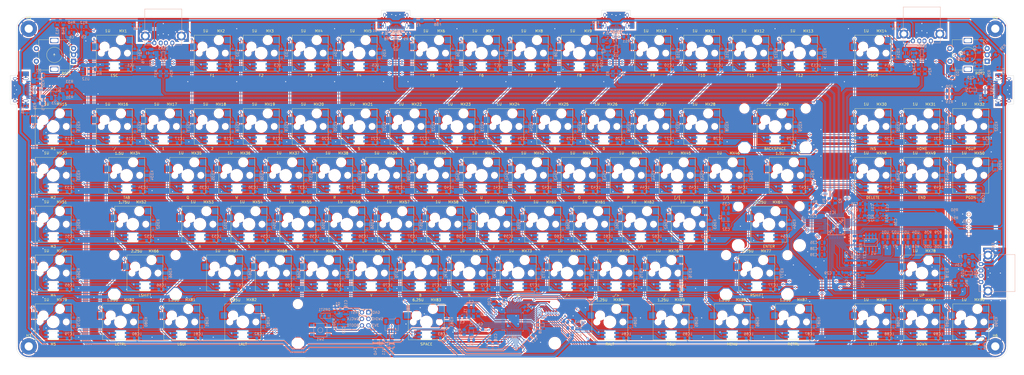
<source format=kicad_pcb>
(kicad_pcb (version 20171130) (host pcbnew "(5.1.10)-1")
  (layers (0 F.Cu signal) (31 B.Cu signal) (34 B.Paste user) (35 F.Paste user) (36 B.SilkS user) (37 F.SilkS user) (38 B.Mask user) (39 F.Mask user) (44 Edge.Cuts user))
  (net 0 "")
  (net 1 GND)
  (net 2 +5V)
  (net 3 KEYBOARD_XTAL1)
  (net 4 KEYBOARD_XTAL2)
  (net 5 XRSTJ)
  (net 6 +3V3)
  (net 7 +1V8)
  (net 8 HUB_XIN)
  (net 9 HUB_XOUT)
  (net 10 HUB_DRV)
  (net 11 "Net-(D10-Pad1)")
  (net 12 Earth)
  (net 13 KEYBOARD_RESET)
  (net 14 COL2)
  (net 15 COL1)
  (net 16 COL3)
  (net 17 "Net-(KD1-Pad2)")
  (net 18 ROW2)
  (net 19 "Net-(KD2-Pad2)")
  (net 20 ROW4)
  (net 21 "Net-(KD3-Pad2)")
  (net 22 "Net-(KD4-Pad2)")
  (net 23 "Net-(KD5-Pad2)")
  (net 24 "Net-(KD6-Pad2)")
  (net 25 ROT1_ROW)
  (net 26 "Net-(KD7-Pad2)")
  (net 27 ROW3)
  (net 28 "Net-(KD8-Pad2)")
  (net 29 ROW5)
  (net 30 "Net-(KD9-Pad2)")
  (net 31 "Net-(KD10-Pad2)")
  (net 32 "Net-(KD11-Pad2)")
  (net 33 "Net-(KD12-Pad2)")
  (net 34 "Net-(KD13-Pad2)")
  (net 35 "Net-(KD14-Pad2)")
  (net 36 "Net-(KD15-Pad2)")
  (net 37 "Net-(KD16-Pad2)")
  (net 38 "Net-(KD17-Pad2)")
  (net 39 "Net-(KD18-Pad2)")
  (net 40 "Net-(KD19-Pad2)")
  (net 41 "Net-(KD20-Pad2)")
  (net 42 "Net-(KD21-Pad2)")
  (net 43 "Net-(KD22-Pad2)")
  (net 44 "Net-(KD23-Pad2)")
  (net 45 "Net-(KD24-Pad2)")
  (net 46 "Net-(KD25-Pad2)")
  (net 47 "Net-(KD26-Pad2)")
  (net 48 "Net-(KD27-Pad2)")
  (net 49 "Net-(KD28-Pad2)")
  (net 50 "Net-(KD29-Pad2)")
  (net 51 "Net-(KD30-Pad2)")
  (net 52 "Net-(KD31-Pad2)")
  (net 53 "Net-(KD32-Pad2)")
  (net 54 "Net-(KD33-Pad2)")
  (net 55 "Net-(KD34-Pad2)")
  (net 56 "Net-(KD35-Pad2)")
  (net 57 "Net-(KD36-Pad2)")
  (net 58 "Net-(KD37-Pad2)")
  (net 59 "Net-(KD38-Pad2)")
  (net 60 "Net-(KD39-Pad2)")
  (net 61 "Net-(KD40-Pad2)")
  (net 62 "Net-(KD41-Pad2)")
  (net 63 "Net-(KD42-Pad2)")
  (net 64 "Net-(KD43-Pad2)")
  (net 65 "Net-(KD44-Pad2)")
  (net 66 "Net-(KD45-Pad2)")
  (net 67 "Net-(KD46-Pad2)")
  (net 68 "Net-(KD47-Pad2)")
  (net 69 "Net-(KD48-Pad2)")
  (net 70 "Net-(KD49-Pad2)")
  (net 71 "Net-(KD50-Pad2)")
  (net 72 "Net-(KD51-Pad2)")
  (net 73 "Net-(KD52-Pad2)")
  (net 74 "Net-(KD53-Pad2)")
  (net 75 "Net-(KD54-Pad2)")
  (net 76 "Net-(KD55-Pad2)")
  (net 77 "Net-(KD56-Pad2)")
  (net 78 "Net-(KD57-Pad2)")
  (net 79 "Net-(KD58-Pad2)")
  (net 80 "Net-(KD59-Pad2)")
  (net 81 "Net-(KD60-Pad2)")
  (net 82 "Net-(KD61-Pad2)")
  (net 83 "Net-(KD62-Pad2)")
  (net 84 "Net-(KD63-Pad2)")
  (net 85 "Net-(KD64-Pad2)")
  (net 86 "Net-(KD65-Pad2)")
  (net 87 "Net-(KD66-Pad2)")
  (net 88 "Net-(KD67-Pad2)")
  (net 89 "Net-(KD68-Pad2)")
  (net 90 "Net-(KD69-Pad2)")
  (net 91 "Net-(KD70-Pad2)")
  (net 92 "Net-(KD71-Pad2)")
  (net 93 "Net-(KD72-Pad2)")
  (net 94 "Net-(KD73-Pad2)")
  (net 95 "Net-(KD74-Pad2)")
  (net 96 "Net-(KD75-Pad2)")
  (net 97 "Net-(KD76-Pad2)")
  (net 98 "Net-(KD77-Pad2)")
  (net 99 "Net-(KD78-Pad2)")
  (net 100 "Net-(KD79-Pad2)")
  (net 101 "Net-(KD80-Pad2)")
  (net 102 "Net-(KD81-Pad2)")
  (net 103 "Net-(KD82-Pad2)")
  (net 104 "Net-(KD83-Pad2)")
  (net 105 "Net-(KD84-Pad2)")
  (net 106 "Net-(KD85-Pad2)")
  (net 107 "Net-(KD86-Pad2)")
  (net 108 "Net-(KD87-Pad2)")
  (net 109 "Net-(KD88-Pad2)")
  (net 110 "Net-(KD89-Pad2)")
  (net 111 "Net-(KD90-Pad2)")
  (net 112 DOUT1)
  (net 113 DOUT2)
  (net 114 DOUT3)
  (net 115 DOUT4)
  (net 116 DOUT5)
  (net 117 COL0)
  (net 118 COL4)
  (net 119 COL5)
  (net 120 COL6)
  (net 121 COL7)
  (net 122 COL8)
  (net 123 KEYBOARD_SDA)
  (net 124 KEYBOARD_SCL)
  (net 125 BKL_DATA_IN)
  (net 126 ENCODER_A)
  (net 127 ENCODER_B1)
  (net 128 KEYBOARD_D+)
  (net 129 KEYBOARD_D-)
  (net 130 HUB_D+)
  (net 131 HUB_D-)
  (net 132 VBUSM)
  (net 133 HUB_LED1)
  (net 134 HUB_LED2)
  (net 135 HUB_LED3)
  (net 136 HUB_LED4)
  (net 137 HUB_LED5)
  (net 138 HUB_LED6)
  (net 139 HUB_LED7)
  (net 140 "Net-(IC1-Pad27)")
  (net 141 HUB_PORT5_D-)
  (net 142 HUB_PORT5_D+)
  (net 143 HUB_PORT6_D-)
  (net 144 HUB_PORT6_D+)
  (net 145 HUB_PORT7_D-)
  (net 146 HUB_PORT7_D+)
  (net 147 HUB_PORT2_D+)
  (net 148 HUB_PORT2_D-)
  (net 149 HUB_PORT3_D+)
  (net 150 HUB_PORT3_D-)
  (net 151 HUB_PORT4_D+)
  (net 152 HUB_PORT4_D-)
  (net 153 HUB_SDA)
  (net 154 "Net-(USB1-Pad3)")
  (net 155 "Net-(USB1-Pad9)")
  (net 156 "Net-(USB2-Pad3)")
  (net 157 "Net-(USB2-Pad9)")
  (net 158 BOOT0)
  (net 159 USB_XTAL1)
  (net 160 "Net-(DRST1-Pad2)")
  (net 161 COL17)
  (net 162 COL16)
  (net 163 EXTRA_1)
  (net 164 ROW1)
  (net 165 COL9)
  (net 166 COL10)
  (net 167 COL11)
  (net 168 COL12)
  (net 169 COL13)
  (net 170 COL14)
  (net 171 COL15)
  (net 172 USB_XTAL2)
  (net 173 ENCODER_B2)
  (net 174 BKL_DATA_IN_3V3)
  (net 175 "Net-(D2-Pad2)")
  (net 176 "Net-(IC1-Pad44)")
  (net 177 "Net-(MX1-Pad5)")
  (net 178 "Net-(MX1-Pad4)")
  (net 179 "Net-(MX2-Pad5)")
  (net 180 "Net-(MX3-Pad5)")
  (net 181 "Net-(MX4-Pad5)")
  (net 182 "Net-(MX5-Pad5)")
  (net 183 "Net-(MX6-Pad5)")
  (net 184 "Net-(MX7-Pad5)")
  (net 185 "Net-(MX8-Pad5)")
  (net 186 "Net-(MX10-Pad4)")
  (net 187 "Net-(MX10-Pad5)")
  (net 188 "Net-(MX11-Pad5)")
  (net 189 "Net-(MX12-Pad5)")
  (net 190 "Net-(MX13-Pad5)")
  (net 191 "Net-(MX15-Pad5)")
  (net 192 "Net-(MX16-Pad5)")
  (net 193 "Net-(MX17-Pad5)")
  (net 194 "Net-(MX18-Pad5)")
  (net 195 "Net-(MX19-Pad5)")
  (net 196 "Net-(MX20-Pad5)")
  (net 197 "Net-(MX21-Pad5)")
  (net 198 "Net-(MX22-Pad5)")
  (net 199 "Net-(MX23-Pad5)")
  (net 200 "Net-(MX24-Pad5)")
  (net 201 "Net-(MX25-Pad5)")
  (net 202 "Net-(MX26-Pad5)")
  (net 203 "Net-(MX27-Pad5)")
  (net 204 "Net-(MX28-Pad5)")
  (net 205 "Net-(MX29-Pad5)")
  (net 206 "Net-(MX30-Pad5)")
  (net 207 "Net-(MX31-Pad5)")
  (net 208 "Net-(MX33-Pad5)")
  (net 209 "Net-(MX34-Pad5)")
  (net 210 "Net-(MX35-Pad5)")
  (net 211 "Net-(MX36-Pad5)")
  (net 212 "Net-(MX37-Pad5)")
  (net 213 "Net-(MX38-Pad5)")
  (net 214 "Net-(MX39-Pad5)")
  (net 215 "Net-(MX40-Pad5)")
  (net 216 "Net-(MX41-Pad5)")
  (net 217 "Net-(MX42-Pad5)")
  (net 218 "Net-(MX43-Pad5)")
  (net 219 "Net-(MX44-Pad5)")
  (net 220 "Net-(MX45-Pad5)")
  (net 221 "Net-(MX46-Pad5)")
  (net 222 "Net-(MX47-Pad5)")
  (net 223 "Net-(MX48-Pad5)")
  (net 224 "Net-(MX49-Pad5)")
  (net 225 "Net-(MX51-Pad5)")
  (net 226 "Net-(MX52-Pad5)")
  (net 227 "Net-(MX53-Pad5)")
  (net 228 "Net-(MX54-Pad5)")
  (net 229 "Net-(MX55-Pad5)")
  (net 230 "Net-(MX56-Pad5)")
  (net 231 "Net-(MX57-Pad5)")
  (net 232 "Net-(MX58-Pad5)")
  (net 233 "Net-(MX59-Pad5)")
  (net 234 "Net-(MX60-Pad5)")
  (net 235 "Net-(MX61-Pad5)")
  (net 236 "Net-(MX62-Pad5)")
  (net 237 "Net-(MX63-Pad5)")
  (net 238 "Net-(MX65-Pad5)")
  (net 239 "Net-(MX66-Pad5)")
  (net 240 "Net-(MX67-Pad5)")
  (net 241 "Net-(MX68-Pad5)")
  (net 242 "Net-(MX69-Pad5)")
  (net 243 "Net-(MX70-Pad5)")
  (net 244 "Net-(MX71-Pad5)")
  (net 245 "Net-(MX72-Pad5)")
  (net 246 "Net-(MX73-Pad5)")
  (net 247 "Net-(MX74-Pad5)")
  (net 248 "Net-(MX75-Pad5)")
  (net 249 "Net-(MX76-Pad5)")
  (net 250 "Net-(MX77-Pad5)")
  (net 251 "Net-(MX79-Pad5)")
  (net 252 "Net-(MX80-Pad5)")
  (net 253 "Net-(MX81-Pad5)")
  (net 254 "Net-(MX82-Pad5)")
  (net 255 "Net-(MX83-Pad5)")
  (net 256 "Net-(MX84-Pad5)")
  (net 257 "Net-(MX85-Pad5)")
  (net 258 "Net-(MX86-Pad5)")
  (net 259 "Net-(MX87-Pad5)")
  (net 260 "Net-(MX88-Pad5)")
  (net 261 "Net-(MX89-Pad5)")
  (net 262 "Net-(MX90-Pad5)")
  (net 263 "Net-(C3-Pad2)")
  (net 264 "Net-(C5-Pad2)")
  (net 265 "Net-(C6-Pad1)")
  (net 266 "Net-(C7-Pad2)")
  (net 267 "Net-(C8-Pad1)")
  (net 268 "Net-(C9-Pad2)")
  (net 269 "Net-(D3-Pad2)")
  (net 270 "Net-(R8-Pad1)")
  (net 271 "Net-(R10-Pad1)")
  (net 272 "Net-(R27-Pad1)")
  (net 273 "Net-(R35-Pad1)")
  (net 274 "Net-(R1-Pad1)")
  (net 275 "Net-(R7-Pad1)")
  (net 276 "Net-(R17-Pad1)")
  (net 277 "Net-(R18-Pad1)")
  (net 278 "Net-(R26-Pad1)")
  (net 279 "Net-(R29-Pad1)")
  (net 280 "Net-(R32-Pad1)")
  (net 281 "Net-(USB5-Pad3)")
  (net 282 "Net-(USB5-Pad9)")
  (net 283 "Net-(USB7-Pad3)")
  (net 284 "Net-(USB7-Pad9)")
  (net 285 "Net-(R2-Pad1)")
  (net 286 "Net-(R3-Pad2)")
  (net 287 "Net-(R4-Pad1)")
  (net 288 "Net-(R6-Pad2)")
  (net 289 "Net-(R19-Pad1)")
  (net 290 "Net-(R20-Pad1)")
  (net 291 "Net-(R24-Pad1)")
  (net 292 "Net-(R25-Pad1)")
  (net 293 "Net-(R31-Pad1)")
  (net 294 "Net-(R33-Pad1)")
  (net 295 "Net-(R34-Pad1)")
  (net 296 "Net-(R37-Pad1)")
  (net 297 "Net-(R45-Pad1)")
  (net 298 "Net-(R46-Pad1)")
  (module Resistor_SMD:R_0603_1608Metric (layer B.Cu) (at 439.7411 234.1415)
    (fp_text reference R51 (at 0 -1.5874) (layer B.SilkS) (effects (justify mirror)))
    (fp_text value 10k)
    (pad 2 smd roundrect (at 0.825 0) (size 0.8 0.95) (layers B.Cu B.Paste B.Mask) (net 123 KEYBOARD_SDA))
    (pad 1 smd roundrect (at -0.825 0) (size 0.8 0.95) (layers B.Cu B.Paste B.Mask) (net 6 +3V3))
  )
  (module Resistor_SMD:R_0603_1608Metric (layer B.Cu) (at 439.7098 230.9667 180)
    (fp_text reference R50 (at 0 1.5874) (layer B.SilkS) (effects (justify mirror)))
    (fp_text value 10k)
    (pad 2 smd roundrect (at 0.825 0 180) (size 0.8 0.95) (layers B.Cu B.Paste B.Mask) (net 6 +3V3))
    (pad 1 smd roundrect (at -0.825 0 180) (size 0.8 0.95) (layers B.Cu B.Paste B.Mask) (net 124 KEYBOARD_SCL))
  )
  (module Inductor_SMD:L_0805_2012Metric (layer B.Cu) (at 238.50685 155.5652)
    (fp_text reference FB8 (at 0 1.55) (layer B.SilkS) (effects (justify mirror)))
    (fp_text value "60 @ 100 MHz")
    (pad 2 smd roundrect (at 1.0625 0) (size 0.875 1.2) (layers B.Cu B.Paste B.Mask) (net 2 +5V))
    (pad 1 smd roundrect (at -1.0625 0) (size 0.875 1.2) (layers B.Cu B.Paste B.Mask) (net 2 +5V))
  )
  (module custom-footprints:CherryMX_6.25u_PCB_KailhSocket_LTST-A683CEGBW (layer F.Cu) (at 234.1415 273.0328)
    (fp_text reference MX83 (at 3.7084 -8.5852) (layer F.SilkS))
    (fp_text value SPACE (at 0 8.6625) (layer F.SilkS))
    (fp_line (start -1.7 3.55) (end 1.7 3.55) (layer Edge.Cuts) (width 0.05))
    (fp_line (start 1.7 3.55) (end 1.7 6.55) (layer Edge.Cuts) (width 0.05))
    (fp_line (start 1.7 6.55) (end -1.7 6.55) (layer Edge.Cuts) (width 0.05))
    (fp_line (start -1.7 6.55) (end -1.7 3.55) (layer Edge.Cuts) (width 0.05))
    (fp_text user 6.25U (at -3.2385 -8.5852) (layer F.SilkS))
    (pad "" np_thru_hole circle (at 0 0) (size 4 4) (drill 4) (layers *.Cu *.Mask))
    (pad "" np_thru_hole circle (at -5.08 0) (size 1.75 1.75) (drill 1.75) (layers *.Cu *.Mask))
    (pad "" np_thru_hole circle (at 5.08 0) (size 1.75 1.75) (drill 1.75) (layers *.Cu *.Mask))
    (pad "" np_thru_hole circle (at -3.81 -2.54) (size 3 3) (drill 3) (layers *.Cu *.Mask))
    (pad "" np_thru_hole circle (at 2.54 -5.08) (size 3 3) (drill 3) (layers *.Cu *.Mask))
    (pad 1 smd rect (at -7.41 -2.54) (size 2.55 2.5) (layers B.Cu B.Paste B.Mask) (net 120 COL6))
    (pad 2 smd rect (at 6.015 -5.08) (size 2.55 2.5) (layers B.Cu B.Paste B.Mask) (net 104 "Net-(KD83-Pad2)"))
    (pad 3 smd rect (at -2.6 4.3) (size 1.8 0.9) (layers B.Cu B.Paste B.Mask) (net 1 GND))
    (pad 4 smd rect (at -2.6 5.8) (size 1.8 0.9) (layers B.Cu B.Paste B.Mask) (net 254 "Net-(MX82-Pad5)"))
    (pad 5 smd rect (at 2.6 4.3) (size 1.8 0.9) (layers B.Cu B.Paste B.Mask) (net 255 "Net-(MX83-Pad5)"))
    (pad 6 smd rect (at 2.6 5.8) (size 1.8 0.9) (layers B.Cu B.Paste B.Mask) (net 2 +5V))
    (pad "" np_thru_hole circle (at -50.00625 8.2804) (size 3.9878 3.9878) (drill 3.9878) (layers *.Cu *.Mask))
    (pad "" np_thru_hole circle (at -50.00625 -6.9596) (size 3.048 3.048) (drill 3.048) (layers *.Cu *.Mask))
    (pad "" np_thru_hole circle (at 49.99355 8.2804) (size 3.9878 3.9878) (drill 3.9878) (layers *.Cu *.Mask))
    (pad "" np_thru_hole circle (at 49.99355 -6.9596) (size 3.048 3.048) (drill 3.048) (layers *.Cu *.Mask))
  )
  (module custom-footprints:CherryMX_1.25u_PCB_KailhSocket_LTST-A683CEGBW (layer F.Cu) (at 305.5745 273.0328)
    (fp_text reference MX84 (at 3.3655 -8.636) (layer F.SilkS))
    (fp_text value RALT (at 0 8.6625) (layer F.SilkS))
    (fp_line (start -1.7 3.55) (end 1.7 3.55) (layer Edge.Cuts) (width 0.05))
    (fp_line (start 1.7 3.55) (end 1.7 6.55) (layer Edge.Cuts) (width 0.05))
    (fp_line (start 1.7 6.55) (end -1.7 6.55) (layer Edge.Cuts) (width 0.05))
    (fp_line (start -1.7 6.55) (end -1.7 3.55) (layer Edge.Cuts) (width 0.05))
    (fp_text user 1.25U (at -3.1115 -8.5725) (layer F.SilkS))
    (pad "" np_thru_hole circle (at 0 0) (size 4 4) (drill 4) (layers *.Cu *.Mask))
    (pad "" np_thru_hole circle (at -5.08 0) (size 1.75 1.75) (drill 1.75) (layers *.Cu *.Mask))
    (pad "" np_thru_hole circle (at 5.08 0) (size 1.75 1.75) (drill 1.75) (layers *.Cu *.Mask))
    (pad "" np_thru_hole circle (at -3.81 -2.54) (size 3 3) (drill 3) (layers *.Cu *.Mask))
    (pad "" np_thru_hole circle (at 2.54 -5.08) (size 3 3) (drill 3) (layers *.Cu *.Mask))
    (pad 1 smd rect (at -7.41 -2.54) (size 2.55 2.5) (layers B.Cu B.Paste B.Mask) (net 166 COL10))
    (pad 2 smd rect (at 6.015 -5.08) (size 2.55 2.5) (layers B.Cu B.Paste B.Mask) (net 105 "Net-(KD84-Pad2)"))
    (pad 3 smd rect (at -2.6 4.3) (size 1.8 0.9) (layers B.Cu B.Paste B.Mask) (net 1 GND))
    (pad 4 smd rect (at -2.6 5.8) (size 1.8 0.9) (layers B.Cu B.Paste B.Mask) (net 255 "Net-(MX83-Pad5)"))
    (pad 5 smd rect (at 2.6 4.3) (size 1.8 0.9) (layers B.Cu B.Paste B.Mask) (net 256 "Net-(MX84-Pad5)"))
    (pad 6 smd rect (at 2.6 5.8) (size 1.8 0.9) (layers B.Cu B.Paste B.Mask) (net 2 +5V))
  )
  (module random-keyboard-parts:USB-A-Generic (layer B.Cu) (at 450.0279 253.984 270)
    (fp_text reference USB4 (at 0 2 90) (layer B.SilkS) (effects (justify mirror)))
    (fp_text value USB_A)
    (pad 5 thru_hole circle (at -7 -2.71 270) (size 3.5 3.5) (drill 2.1) (layers *.Cu *.Mask) (net 12 Earth))
    (pad 4 thru_hole oval (at 3.5 0 270) (size 1.5 2) (drill 0.9) (layers *.Cu *.Mask) (net 1 GND))
    (pad 3 thru_hole oval (at 1 0 270) (size 1.5 2) (drill 0.9) (layers *.Cu *.Mask) (net 297 "Net-(R45-Pad1)"))
    (pad 2 thru_hole oval (at -1 0 270) (size 1.5 2) (drill 0.9) (layers *.Cu *.Mask) (net 298 "Net-(R46-Pad1)"))
    (pad 5 thru_hole circle (at 7 -2.71 270) (size 3.5 3.5) (drill 2.1) (layers *.Cu *.Mask) (net 12 Earth))
    (pad 1 thru_hole oval (at -3.5 0 270) (size 1.5 2) (drill 0.9) (layers *.Cu *.Mask) (net 2 +5V))
  )
  (module custom-footprints:CherryMX_1.00u_PCB_KailhSocket_LTST-A683CEGBW (layer F.Cu) (at 446.0594 196.8376)
    (fp_text reference MX32 (at 3.3655 -8.636) (layer F.SilkS))
    (fp_text value PGUP (at 0 8.6625) (layer F.SilkS))
    (fp_line (start -1.7 6.55) (end -1.7 3.55) (layer Edge.Cuts) (width 0.05))
    (fp_line (start 1.7 6.55) (end -1.7 6.55) (layer Edge.Cuts) (width 0.05))
    (fp_line (start 1.7 3.55) (end 1.7 6.55) (layer Edge.Cuts) (width 0.05))
    (fp_line (start -1.7 3.55) (end 1.7 3.55) (layer Edge.Cuts) (width 0.05))
    (fp_text user 1U (at -2.6035 -8.6995) (layer F.SilkS))
    (pad "" np_thru_hole circle (at 0 0) (size 4 4) (drill 4) (layers *.Cu *.Mask))
    (pad "" np_thru_hole circle (at -5.08 0) (size 1.75 1.75) (drill 1.75) (layers *.Cu *.Mask))
    (pad "" np_thru_hole circle (at 5.08 0) (size 1.75 1.75) (drill 1.75) (layers *.Cu *.Mask))
    (pad "" np_thru_hole circle (at -3.81 -2.54) (size 3 3) (drill 3) (layers *.Cu *.Mask))
    (pad "" np_thru_hole circle (at 2.54 -5.08) (size 3 3) (drill 3) (layers *.Cu *.Mask))
    (pad 1 smd rect (at -7.41 -2.54) (size 2.55 2.5) (layers B.Cu B.Paste B.Mask) (net 161 COL17))
    (pad 2 smd rect (at 6.015 -5.08) (size 2.55 2.5) (layers B.Cu B.Paste B.Mask) (net 53 "Net-(KD32-Pad2)"))
    (pad 3 smd rect (at -2.6 4.3) (size 1.8 0.9) (layers B.Cu B.Paste B.Mask) (net 1 GND))
    (pad 4 smd rect (at -2.6 5.8) (size 1.8 0.9) (layers B.Cu B.Paste B.Mask) (net 207 "Net-(MX31-Pad5)"))
    (pad 5 smd rect (at 2.6 4.3) (size 1.8 0.9) (layers B.Cu B.Paste B.Mask) (net 113 DOUT2))
    (pad 6 smd rect (at 2.6 5.8) (size 1.8 0.9) (layers B.Cu B.Paste B.Mask) (net 2 +5V))
  )
  (module Connector_JST:JST_SH_SM03B-SRSS-TB_1x03-1MP_P1.00mm_Horizontal (layer B.Cu) (at 220.6486 274.6202)
    (fp_text reference J2 (at 0 3.98) (layer B.SilkS) (effects (justify mirror)))
    (fp_text value Conn_01x03_Male)
    (pad 1 smd roundrect (at -1 2) (size 0.6 1.55) (layers B.Cu B.Paste B.Mask) (net 6 +3V3))
    (pad 2 smd roundrect (at 0 2) (size 0.6 1.55) (layers B.Cu B.Paste B.Mask) (net 163 EXTRA_1))
    (pad 3 smd roundrect (at 1 2) (size 0.6 1.55) (layers B.Cu B.Paste B.Mask) (net 1 GND))
    (pad MP smd roundrect (at -2.3 -1.875) (size 1.2 1.8) (layers B.Cu B.Paste B.Mask) (roundrect_rratio 0.2083325))
    (pad MP smd roundrect (at 2.3 -1.875) (size 1.2 1.8) (layers B.Cu B.Paste B.Mask) (roundrect_rratio 0.2083325))
  )
  (module Type-C:HRO-TYPE-C-31-M-12-Assembly (layer B.Cu) (at 463.5208 182.551 270)
    (fp_text reference USB7 (at 0 9.25 90) (layer B.SilkS) (effects (justify mirror)))
    (fp_text value HRO-TYPE-C-31-M-12)
    (pad 12 smd rect (at 3.225 7.695 270) (size 0.6 1.45) (layers B.Cu B.Paste B.Mask) (net 1 GND))
    (pad 1 smd rect (at -3.225 7.695 270) (size 0.6 1.45) (layers B.Cu B.Paste B.Mask) (net 1 GND))
    (pad 11 smd rect (at 2.45 7.695 270) (size 0.6 1.45) (layers B.Cu B.Paste B.Mask) (net 2 +5V))
    (pad 2 smd rect (at -2.45 7.695 270) (size 0.6 1.45) (layers B.Cu B.Paste B.Mask) (net 2 +5V))
    (pad 3 smd rect (at -1.75 7.695 270) (size 0.3 1.45) (layers B.Cu B.Paste B.Mask) (net 283 "Net-(USB7-Pad3)"))
    (pad 10 smd rect (at 1.75 7.695 270) (size 0.3 1.45) (layers B.Cu B.Paste B.Mask) (net 272 "Net-(R27-Pad1)"))
    (pad 4 smd rect (at -1.25 7.695 270) (size 0.3 1.45) (layers B.Cu B.Paste B.Mask) (net 272 "Net-(R27-Pad1)"))
    (pad 9 smd rect (at 1.25 7.695 270) (size 0.3 1.45) (layers B.Cu B.Paste B.Mask) (net 284 "Net-(USB7-Pad9)"))
    (pad 5 smd rect (at -0.75 7.695 270) (size 0.3 1.45) (layers B.Cu B.Paste B.Mask) (net 290 "Net-(R20-Pad1)"))
    (pad 8 smd rect (at 0.75 7.695 270) (size 0.3 1.45) (layers B.Cu B.Paste B.Mask) (net 289 "Net-(R19-Pad1)"))
    (pad 7 smd rect (at 0.25 7.695 270) (size 0.3 1.45) (layers B.Cu B.Paste B.Mask) (net 290 "Net-(R20-Pad1)"))
    (pad 6 smd rect (at -0.25 7.695 270) (size 0.3 1.45) (layers B.Cu B.Paste B.Mask) (net 289 "Net-(R19-Pad1)"))
    (pad "" np_thru_hole circle (at 2.89 6.25 270) (size 0.65 0.65) (drill 0.65) (layers *.Cu *.Mask))
    (pad "" np_thru_hole circle (at -2.89 6.25 270) (size 0.65 0.65) (drill 0.65) (layers *.Cu *.Mask))
    (pad 13 thru_hole oval (at -4.32 6.78 270) (size 1 2.1) (drill oval 0.6 1.7) (layers *.Cu *.Mask) (net 12 Earth))
    (pad 13 thru_hole oval (at 4.32 6.78 270) (size 1 2.1) (drill oval 0.6 1.7) (layers *.Cu *.Mask) (net 12 Earth))
    (pad 13 thru_hole oval (at -4.32 2.6 270) (size 1 1.6) (drill oval 0.6 1.2) (layers *.Cu *.Mask) (net 12 Earth))
    (pad 13 thru_hole oval (at 4.32 2.6 270) (size 1 1.6) (drill oval 0.6 1.2) (layers *.Cu *.Mask) (net 12 Earth))
  )
  (module Crystal:Crystal_SMD_3215-2Pin_3.2x1.5mm (layer B.Cu) (at 251.6029 276.6639 90)
    (fp_text reference Y2 (at 2.8374 0 90) (layer B.SilkS) (effects (justify mirror)))
    (fp_text value 32.768KHz)
    (pad 1 smd rect (at 1.25 0 90) (size 1 1.8) (layers B.Cu B.Paste B.Mask) (net 159 USB_XTAL1))
    (pad 2 smd rect (at -1.25 0 90) (size 1 1.8) (layers B.Cu B.Paste B.Mask) (net 268 "Net-(C9-Pad2)"))
  )
  (module Package_TO_SOT_SMD:SOT-23-5 (layer B.Cu) (at 101.5936 175.4077)
    (fp_text reference U12 (at 0 2.9) (layer B.SilkS) (effects (justify mirror)))
    (fp_text value 74LVC1G34)
    (pad 1 smd rect (at -1.1 0.95) (size 1.06 0.65) (layers B.Cu B.Paste B.Mask))
    (pad 2 smd rect (at -1.1 0) (size 1.06 0.65) (layers B.Cu B.Paste B.Mask) (net 174 BKL_DATA_IN_3V3))
    (pad 3 smd rect (at -1.1 -0.95) (size 1.06 0.65) (layers B.Cu B.Paste B.Mask) (net 1 GND))
    (pad 4 smd rect (at 1.1 -0.95) (size 1.06 0.65) (layers B.Cu B.Paste B.Mask) (net 125 BKL_DATA_IN))
    (pad 5 smd rect (at 1.1 0.95) (size 1.06 0.65) (layers B.Cu B.Paste B.Mask) (net 2 +5V))
  )
  (module Resistor_SMD:R_0603_1608Metric (layer B.Cu) (at 199.61555 273.0328 270)
    (fp_text reference R30 (at 0 1.43 90) (layer B.SilkS) (effects (justify mirror)))
    (fp_text value 100k)
    (pad 1 smd roundrect (at -0.825 0 270) (size 0.8 0.95) (layers B.Cu B.Paste B.Mask) (net 158 BOOT0))
    (pad 2 smd roundrect (at 0.825 0 270) (size 0.8 0.95) (layers B.Cu B.Paste B.Mask) (net 1 GND))
  )
  (module Resistor_SMD:R_0603_1608Metric (layer B.Cu) (at 411.9303 232.5541 90)
    (fp_text reference R23 (at 0 1.43 90) (layer B.SilkS) (effects (justify mirror)))
    (fp_text value 100k)
    (pad 1 smd roundrect (at -0.825 0 90) (size 0.8 0.95) (layers B.Cu B.Paste B.Mask) (net 132 VBUSM))
    (pad 2 smd roundrect (at 0.825 0 90) (size 0.8 0.95) (layers B.Cu B.Paste B.Mask) (net 1 GND))
  )
  (module Resistor_SMD:R_0603_1608Metric (layer B.Cu) (at 402.4059 232.5541 270)
    (fp_text reference R21 (at 0 1.43 90) (layer B.SilkS) (effects (justify mirror)))
    (fp_text value 100k)
    (pad 1 smd roundrect (at -0.825 0 270) (size 0.8 0.95) (layers B.Cu B.Paste B.Mask) (net 6 +3V3))
    (pad 2 smd roundrect (at 0.825 0 270) (size 0.8 0.95) (layers B.Cu B.Paste B.Mask) (net 5 XRSTJ))
  )
  (module LED_SMD:LED_0805_2012Metric (layer B.Cu) (at 437.3287 242.0785)
    (fp_text reference UD7 (at 0 1.65) (layer B.SilkS) (effects (justify mirror)))
    (fp_text value Green)
    (pad 1 smd roundrect (at -0.9375 0) (size 0.975 1.4) (layers B.Cu B.Paste B.Mask) (net 280 "Net-(R32-Pad1)"))
    (pad 2 smd roundrect (at 0.9375 0) (size 0.975 1.4) (layers B.Cu B.Paste B.Mask) (net 10 HUB_DRV))
  )
  (module LED_SMD:LED_0805_2012Metric (layer B.Cu) (at 433.3602 242.0785)
    (fp_text reference UD6 (at 0 1.65) (layer B.SilkS) (effects (justify mirror)))
    (fp_text value Green)
    (pad 1 smd roundrect (at -0.9375 0) (size 0.975 1.4) (layers B.Cu B.Paste B.Mask) (net 279 "Net-(R29-Pad1)"))
    (pad 2 smd roundrect (at 0.9375 0) (size 0.975 1.4) (layers B.Cu B.Paste B.Mask) (net 10 HUB_DRV))
  )
  (module LED_SMD:LED_0805_2012Metric (layer B.Cu) (at 429.3917 242.0785)
    (fp_text reference UD5 (at 0 1.65) (layer B.SilkS) (effects (justify mirror)))
    (fp_text value Green)
    (pad 1 smd roundrect (at -0.9375 0) (size 0.975 1.4) (layers B.Cu B.Paste B.Mask) (net 278 "Net-(R26-Pad1)"))
    (pad 2 smd roundrect (at 0.9375 0) (size 0.975 1.4) (layers B.Cu B.Paste B.Mask) (net 10 HUB_DRV))
  )
  (module LED_SMD:LED_0805_2012Metric (layer B.Cu) (at 424.6295 239.6974 180)
    (fp_text reference UD4 (at 0 1.65) (layer B.SilkS) (effects (justify mirror)))
    (fp_text value Green)
    (pad 1 smd roundrect (at -0.9375 0 180) (size 0.975 1.4) (layers B.Cu B.Paste B.Mask) (net 277 "Net-(R18-Pad1)"))
    (pad 2 smd roundrect (at 0.9375 0 180) (size 0.975 1.4) (layers B.Cu B.Paste B.Mask) (net 10 HUB_DRV))
  )
  (module LED_SMD:LED_0805_2012Metric (layer B.Cu) (at 420.661 239.6974 180)
    (fp_text reference UD3 (at 0 1.65) (layer B.SilkS) (effects (justify mirror)))
    (fp_text value Green)
    (pad 1 smd roundrect (at -0.9375 0 180) (size 0.975 1.4) (layers B.Cu B.Paste B.Mask) (net 276 "Net-(R17-Pad1)"))
    (pad 2 smd roundrect (at 0.9375 0 180) (size 0.975 1.4) (layers B.Cu B.Paste B.Mask) (net 10 HUB_DRV))
  )
  (module LED_SMD:LED_0805_2012Metric (layer B.Cu) (at 416.6925 239.6974 180)
    (fp_text reference UD2 (at 0 1.65) (layer B.SilkS) (effects (justify mirror)))
    (fp_text value Green)
    (pad 1 smd roundrect (at -0.9375 0 180) (size 0.975 1.4) (layers B.Cu B.Paste B.Mask) (net 275 "Net-(R7-Pad1)"))
    (pad 2 smd roundrect (at 0.9375 0 180) (size 0.975 1.4) (layers B.Cu B.Paste B.Mask) (net 10 HUB_DRV))
  )
  (module LED_SMD:LED_0805_2012Metric (layer B.Cu) (at 412.724 239.6974 180)
    (fp_text reference UD1 (at 0 1.65) (layer B.SilkS) (effects (justify mirror)))
    (fp_text value Green)
    (pad 1 smd roundrect (at -0.9375 0 180) (size 0.975 1.4) (layers B.Cu B.Paste B.Mask) (net 274 "Net-(R1-Pad1)"))
    (pad 2 smd roundrect (at 0.9375 0 180) (size 0.975 1.4) (layers B.Cu B.Paste B.Mask) (net 10 HUB_DRV))
  )
  (module LED_SMD:LED_0805_2012Metric (layer B.Cu) (at 400.8185 240.4911 270)
    (fp_text reference D10 (at 0 1.65 90) (layer B.SilkS) (effects (justify mirror)))
    (fp_text value Red)
    (pad 1 smd roundrect (at -0.9375 0 270) (size 0.975 1.4) (layers B.Cu B.Paste B.Mask) (net 11 "Net-(D10-Pad1)"))
    (pad 2 smd roundrect (at 0.9375 0 270) (size 0.975 1.4) (layers B.Cu B.Paste B.Mask) (net 10 HUB_DRV))
  )
  (module Capacitor_SMD:C_1206_3216Metric (layer B.Cu) (at 445.2657 250.8092)
    (fp_text reference C34 (at -3.9685 0) (layer B.SilkS) (effects (justify mirror)))
    (fp_text value 100uF)
    (pad 1 smd roundrect (at -1.475 0) (size 1.15 1.8) (layers B.Cu B.Paste B.Mask) (roundrect_rratio 0.2173904347826087) (net 2 +5V))
    (pad 2 smd roundrect (at 1.475 0) (size 1.15 1.8) (layers B.Cu B.Paste B.Mask) (roundrect_rratio 0.2173904347826087) (net 1 GND))
  )
  (module Capacitor_SMD:C_1206_3216Metric (layer B.Cu) (at 126.992 168.2644 270)
    (fp_text reference C25 (at 3.9685 0 90) (layer B.SilkS) (effects (justify mirror)))
    (fp_text value 100uF)
    (pad 1 smd roundrect (at -1.475 0 270) (size 1.15 1.8) (layers B.Cu B.Paste B.Mask) (roundrect_rratio 0.2173904347826087) (net 2 +5V))
    (pad 2 smd roundrect (at 1.475 0 270) (size 1.15 1.8) (layers B.Cu B.Paste B.Mask) (roundrect_rratio 0.2173904347826087) (net 1 GND))
  )
  (module Capacitor_SMD:C_1206_3216Metric (layer B.Cu) (at 89.6881 185.7258)
    (fp_text reference C23 (at 0 1.98425) (layer B.SilkS) (effects (justify mirror)))
    (fp_text value 100uF)
    (pad 1 smd roundrect (at -1.475 0) (size 1.15 1.8) (layers B.Cu B.Paste B.Mask) (roundrect_rratio 0.2173904347826087) (net 2 +5V))
    (pad 2 smd roundrect (at 1.475 0) (size 1.15 1.8) (layers B.Cu B.Paste B.Mask) (roundrect_rratio 0.2173904347826087) (net 1 GND))
  )
  (module Capacitor_SMD:C_1206_3216Metric (layer B.Cu) (at 423.8358 168.2644 270)
    (fp_text reference C13 (at 3.9685 0 90) (layer B.SilkS) (effects (justify mirror)))
    (fp_text value 100uF)
    (pad 1 smd roundrect (at -1.475 0 270) (size 1.15 1.8) (layers B.Cu B.Paste B.Mask) (roundrect_rratio 0.2173904347826087) (net 2 +5V))
    (pad 2 smd roundrect (at 1.475 0 270) (size 1.15 1.8) (layers B.Cu B.Paste B.Mask) (roundrect_rratio 0.2173904347826087) (net 1 GND))
  )
  (module Capacitor_SMD:C_1206_3216Metric (layer B.Cu) (at 446.0594 179.3762 180)
    (fp_text reference C10 (at 0 1.5874) (layer B.SilkS) (effects (justify mirror)))
    (fp_text value 100uF)
    (pad 2 smd roundrect (at 1.475 0 180) (size 1.15 1.8) (layers B.Cu B.Paste B.Mask) (roundrect_rratio 0.2173904347826087) (net 1 GND))
    (pad 1 smd roundrect (at -1.475 0 180) (size 1.15 1.8) (layers B.Cu B.Paste B.Mask) (roundrect_rratio 0.2173904347826087) (net 2 +5V))
  )
  (module Capacitor_SMD:C_1206_3216Metric (layer B.Cu) (at 304.7808 167.4707 270)
    (fp_text reference C2 (at 0 1.85 90) (layer B.SilkS) (effects (justify mirror)))
    (fp_text value 100uF)
    (pad 1 smd roundrect (at -1.475 0 270) (size 1.15 1.8) (layers B.Cu B.Paste B.Mask) (roundrect_rratio 0.2173904347826087) (net 2 +5V))
    (pad 2 smd roundrect (at 1.475 0 270) (size 1.15 1.8) (layers B.Cu B.Paste B.Mask) (roundrect_rratio 0.2173904347826087) (net 1 GND))
  )
  (module Capacitor_SMD:C_0805_2012Metric (layer B.Cu) (at 449.2342 171.83605 90)
    (fp_text reference C7 (at -0.7937 -1.5874 90) (layer B.SilkS) (effects (justify mirror)))
    (fp_text value 0.1uF)
    (pad 2 smd roundrect (at 0.95 0 90) (size 1 1.45) (layers B.Cu B.Paste B.Mask) (net 266 "Net-(C7-Pad2)"))
    (pad 1 smd roundrect (at -0.95 0 90) (size 1 1.45) (layers B.Cu B.Paste B.Mask) (net 1 GND))
  )
  (module Capacitor_SMD:C_0805_2012Metric (layer B.Cu) (at 449.2342 167.07385 90)
    (fp_text reference C8 (at 0.7937 -1.5874 90) (layer B.SilkS) (effects (justify mirror)))
    (fp_text value 0.1uF)
    (pad 1 smd roundrect (at -0.95 0 90) (size 1 1.45) (layers B.Cu B.Paste B.Mask) (net 267 "Net-(C8-Pad1)"))
    (pad 2 smd roundrect (at 0.95 0 90) (size 1 1.45) (layers B.Cu B.Paste B.Mask) (net 1 GND))
  )
  (module Capacitor_SMD:C_0805_2012Metric (layer B.Cu) (at 248.03125 271.04855)
    (fp_text reference C1 (at 0 1.98425) (layer B.SilkS) (effects (justify mirror)))
    (fp_text value 20pF)
    (pad 1 smd roundrect (at -0.95 0) (size 1 1.45) (layers B.Cu B.Paste B.Mask) (net 1 GND))
    (pad 2 smd roundrect (at 0.95 0) (size 1 1.45) (layers B.Cu B.Paste B.Mask) (net 3 KEYBOARD_XTAL1))
  )
  (module Capacitor_SMD:C_0805_2012Metric (layer B.Cu) (at 251.6029 266.6832)
    (fp_text reference C3 (at 0 -1.5874) (layer B.SilkS) (effects (justify mirror)))
    (fp_text value 20pF)
    (pad 1 smd roundrect (at -0.95 0) (size 1 1.45) (layers B.Cu B.Paste B.Mask) (net 1 GND))
    (pad 2 smd roundrect (at 0.95 0) (size 1 1.45) (layers B.Cu B.Paste B.Mask) (net 263 "Net-(C3-Pad2)"))
  )
  (module Capacitor_SMD:C_0805_2012Metric (layer B.Cu) (at 404.787 250.0155 90)
    (fp_text reference C37 (at 3.1748 0 90) (layer B.SilkS) (effects (justify mirror)))
    (fp_text value 10uF)
    (pad 1 smd roundrect (at -0.95 0 90) (size 1 1.45) (layers B.Cu B.Paste B.Mask) (net 7 +1V8))
    (pad 2 smd roundrect (at 0.95 0 90) (size 1 1.45) (layers B.Cu B.Paste B.Mask) (net 1 GND))
  )
  (module Capacitor_SMD:C_0805_2012Metric (layer B.Cu) (at 409.5492 228.5856 270)
    (fp_text reference C11 (at 0 1.68 90) (layer B.SilkS) (effects (justify mirror)))
    (fp_text value 100nF)
    (pad 1 smd roundrect (at -0.95 0 270) (size 1 1.45) (layers B.Cu B.Paste B.Mask) (net 1 GND))
    (pad 2 smd roundrect (at 0.95 0 270) (size 1 1.45) (layers B.Cu B.Paste B.Mask) (net 2 +5V))
  )
  (module Capacitor_SMD:C_0805_2012Metric (layer B.Cu) (at 350.8154 235.33205 180)
    (fp_text reference C32 (at 0 -1.5874) (layer B.SilkS) (effects (justify mirror)))
    (fp_text value 22pF)
    (pad 1 smd roundrect (at -0.95 0 180) (size 1 1.45) (layers B.Cu B.Paste B.Mask) (net 1 GND))
    (pad 2 smd roundrect (at 0.95 0 180) (size 1 1.45) (layers B.Cu B.Paste B.Mask) (net 8 HUB_XIN))
  )
  (module Capacitor_SMD:C_0805_2012Metric (layer B.Cu) (at 350.8154 228.5856)
    (fp_text reference C33 (at 0 -1.5874) (layer B.SilkS) (effects (justify mirror)))
    (fp_text value 22pF)
    (pad 1 smd roundrect (at -0.95 0) (size 1 1.45) (layers B.Cu B.Paste B.Mask) (net 1 GND))
    (pad 2 smd roundrect (at 0.95 0) (size 1 1.45) (layers B.Cu B.Paste B.Mask) (net 9 HUB_XOUT))
  )
  (module Diode_SMD:D_SOD-123 (layer B.Cu) (at 96.8314 196.775 90)
    (fp_text reference KD15 (at 0 2 90) (layer B.SilkS) (effects (justify mirror)))
    (fp_text value SOD-123)
    (pad 1 smd rect (at -1.65 0 90) (size 0.9 1.2) (layers B.Cu B.Paste B.Mask) (net 164 ROW1))
    (pad 2 smd rect (at 1.65 0 90) (size 0.9 1.2) (layers B.Cu B.Paste B.Mask) (net 36 "Net-(KD15-Pad2)"))
  )
  (module Diode_SMD:D_SOD-123 (layer B.Cu) (at 96.8314 215.8238 90)
    (fp_text reference KD33 (at 0 2 90) (layer B.SilkS) (effects (justify mirror)))
    (fp_text value SOD-123)
    (pad 1 smd rect (at -1.65 0 90) (size 0.9 1.2) (layers B.Cu B.Paste B.Mask) (net 18 ROW2))
    (pad 2 smd rect (at 1.65 0 90) (size 0.9 1.2) (layers B.Cu B.Paste B.Mask) (net 54 "Net-(KD33-Pad2)"))
  )
  (module Diode_SMD:D_SOD-123 (layer B.Cu) (at 96.8314 234.9352 90)
    (fp_text reference KD51 (at 0 2 90) (layer B.SilkS) (effects (justify mirror)))
    (fp_text value SOD-123)
    (pad 1 smd rect (at -1.65 0 90) (size 0.9 1.2) (layers B.Cu B.Paste B.Mask) (net 27 ROW3))
    (pad 2 smd rect (at 1.65 0 90) (size 0.9 1.2) (layers B.Cu B.Paste B.Mask) (net 72 "Net-(KD51-Pad2)"))
  )
  (module Diode_SMD:D_SOD-123 (layer B.Cu) (at 96.8314 253.984 90)
    (fp_text reference KD65 (at 0 2 90) (layer B.SilkS) (effects (justify mirror)))
    (fp_text value SOD-123)
    (pad 1 smd rect (at -1.65 0 90) (size 0.9 1.2) (layers B.Cu B.Paste B.Mask) (net 20 ROW4))
    (pad 2 smd rect (at 1.65 0 90) (size 0.9 1.2) (layers B.Cu B.Paste B.Mask) (net 86 "Net-(KD65-Pad2)"))
  )
  (module Diode_SMD:D_SOD-123 (layer B.Cu) (at 123.0235 273.0328 90)
    (fp_text reference KD80 (at 0 2 90) (layer B.SilkS) (effects (justify mirror)))
    (fp_text value SOD-123)
    (pad 1 smd rect (at -1.65 0 90) (size 0.9 1.2) (layers B.Cu B.Paste B.Mask) (net 29 ROW5))
    (pad 2 smd rect (at 1.65 0 90) (size 0.9 1.2) (layers B.Cu B.Paste B.Mask) (net 101 "Net-(KD80-Pad2)"))
  )
  (module Diode_SMD:D_SOD-123 (layer B.Cu) (at 120.6424 168.2644 90)
    (fp_text reference KD1 (at 0 2 90) (layer B.SilkS) (effects (justify mirror)))
    (fp_text value SOD-123)
    (pad 1 smd rect (at -1.65 0 90) (size 0.9 1.2) (layers B.Cu B.Paste B.Mask) (net 25 ROT1_ROW))
    (pad 2 smd rect (at 1.65 0 90) (size 0.9 1.2) (layers B.Cu B.Paste B.Mask) (net 17 "Net-(KD1-Pad2)"))
  )
  (module Diode_SMD:D_SOD-123 (layer B.Cu) (at 120.6424 196.8376 90)
    (fp_text reference KD16 (at 0 2 90) (layer B.SilkS) (effects (justify mirror)))
    (fp_text value SOD-123)
    (pad 1 smd rect (at -1.65 0 90) (size 0.9 1.2) (layers B.Cu B.Paste B.Mask) (net 164 ROW1))
    (pad 2 smd rect (at 1.65 0 90) (size 0.9 1.2) (layers B.Cu B.Paste B.Mask) (net 37 "Net-(KD16-Pad2)"))
  )
  (module Diode_SMD:D_SOD-123 (layer B.Cu) (at 125.4046 215.8864 90)
    (fp_text reference KD34 (at 0 2 90) (layer B.SilkS) (effects (justify mirror)))
    (fp_text value SOD-123)
    (pad 1 smd rect (at -1.65 0 90) (size 0.9 1.2) (layers B.Cu B.Paste B.Mask) (net 18 ROW2))
    (pad 2 smd rect (at 1.65 0 90) (size 0.9 1.2) (layers B.Cu B.Paste B.Mask) (net 55 "Net-(KD34-Pad2)"))
  )
  (module Diode_SMD:D_SOD-123 (layer B.Cu) (at 127.7857 234.9352 90)
    (fp_text reference KD52 (at 0 2 90) (layer B.SilkS) (effects (justify mirror)))
    (fp_text value SOD-123)
    (pad 1 smd rect (at -1.65 0 90) (size 0.9 1.2) (layers B.Cu B.Paste B.Mask) (net 27 ROW3))
    (pad 2 smd rect (at 1.65 0 90) (size 0.9 1.2) (layers B.Cu B.Paste B.Mask) (net 73 "Net-(KD52-Pad2)"))
  )
  (module Diode_SMD:D_SOD-123 (layer B.Cu) (at 96.8314 272.9702 90)
    (fp_text reference KD79 (at 0 2 90) (layer B.SilkS) (effects (justify mirror)))
    (fp_text value SOD-123)
    (pad 1 smd rect (at -1.65 0 90) (size 0.9 1.2) (layers B.Cu B.Paste B.Mask) (net 29 ROW5))
    (pad 2 smd rect (at 1.65 0 90) (size 0.9 1.2) (layers B.Cu B.Paste B.Mask) (net 100 "Net-(KD79-Pad2)"))
  )
  (module Diode_SMD:D_SOD-123 (layer B.Cu) (at 158.74 168.2644 90)
    (fp_text reference KD2 (at 0 2 90) (layer B.SilkS) (effects (justify mirror)))
    (fp_text value SOD-123)
    (pad 1 smd rect (at -1.65 0 90) (size 0.9 1.2) (layers B.Cu B.Paste B.Mask) (net 25 ROT1_ROW))
    (pad 2 smd rect (at 1.65 0 90) (size 0.9 1.2) (layers B.Cu B.Paste B.Mask) (net 19 "Net-(KD2-Pad2)"))
  )
  (module Diode_SMD:D_SOD-123 (layer B.Cu) (at 158.74 196.8376 90)
    (fp_text reference KD18 (at 0 2 90) (layer B.SilkS) (effects (justify mirror)))
    (fp_text value SOD-123)
    (pad 1 smd rect (at -1.65 0 90) (size 0.9 1.2) (layers B.Cu B.Paste B.Mask) (net 164 ROW1))
    (pad 2 smd rect (at 1.65 0 90) (size 0.9 1.2) (layers B.Cu B.Paste B.Mask) (net 39 "Net-(KD18-Pad2)"))
  )
  (module Diode_SMD:D_SOD-123 (layer B.Cu) (at 168.2644 215.8864 90)
    (fp_text reference KD36 (at 0 2 90) (layer B.SilkS) (effects (justify mirror)))
    (fp_text value SOD-123)
    (pad 1 smd rect (at -1.65 0 90) (size 0.9 1.2) (layers B.Cu B.Paste B.Mask) (net 18 ROW2))
    (pad 2 smd rect (at 1.65 0 90) (size 0.9 1.2) (layers B.Cu B.Paste B.Mask) (net 57 "Net-(KD36-Pad2)"))
  )
  (module Diode_SMD:D_SOD-123 (layer B.Cu) (at 173.0266 234.9352 90)
    (fp_text reference KD54 (at 0 2 90) (layer B.SilkS) (effects (justify mirror)))
    (fp_text value SOD-123)
    (pad 1 smd rect (at -1.65 0 90) (size 0.9 1.2) (layers B.Cu B.Paste B.Mask) (net 27 ROW3))
    (pad 2 smd rect (at 1.65 0 90) (size 0.9 1.2) (layers B.Cu B.Paste B.Mask) (net 75 "Net-(KD54-Pad2)"))
  )
  (module Diode_SMD:D_SOD-123 (layer B.Cu) (at 163.5022 253.984 90)
    (fp_text reference KD67 (at 0 2 90) (layer B.SilkS) (effects (justify mirror)))
    (fp_text value SOD-123)
    (pad 1 smd rect (at -1.65 0 90) (size 0.9 1.2) (layers B.Cu B.Paste B.Mask) (net 20 ROW4))
    (pad 2 smd rect (at 1.65 0 90) (size 0.9 1.2) (layers B.Cu B.Paste B.Mask) (net 88 "Net-(KD67-Pad2)"))
  )
  (module Diode_SMD:D_SOD-123 (layer B.Cu) (at 170.6455 273.0328 90)
    (fp_text reference KD82 (at 0 2 90) (layer B.SilkS) (effects (justify mirror)))
    (fp_text value SOD-123)
    (pad 1 smd rect (at -1.65 0 90) (size 0.9 1.2) (layers B.Cu B.Paste B.Mask) (net 29 ROW5))
    (pad 2 smd rect (at 1.65 0 90) (size 0.9 1.2) (layers B.Cu B.Paste B.Mask) (net 103 "Net-(KD82-Pad2)"))
  )
  (module Diode_SMD:D_SOD-123 (layer B.Cu) (at 139.6912 196.8376 90)
    (fp_text reference KD17 (at 0 2 90) (layer B.SilkS) (effects (justify mirror)))
    (fp_text value SOD-123)
    (pad 1 smd rect (at -1.65 0 90) (size 0.9 1.2) (layers B.Cu B.Paste B.Mask) (net 164 ROW1))
    (pad 2 smd rect (at 1.65 0 90) (size 0.9 1.2) (layers B.Cu B.Paste B.Mask) (net 38 "Net-(KD17-Pad2)"))
  )
  (module Diode_SMD:D_SOD-123 (layer B.Cu) (at 149.2156 215.8864 90)
    (fp_text reference KD35 (at 0 2 90) (layer B.SilkS) (effects (justify mirror)))
    (fp_text value SOD-123)
    (pad 1 smd rect (at -1.65 0 90) (size 0.9 1.2) (layers B.Cu B.Paste B.Mask) (net 18 ROW2))
    (pad 2 smd rect (at 1.65 0 90) (size 0.9 1.2) (layers B.Cu B.Paste B.Mask) (net 56 "Net-(KD35-Pad2)"))
  )
  (module Diode_SMD:D_SOD-123 (layer B.Cu) (at 153.9778 234.9352 90)
    (fp_text reference KD53 (at 0 2 90) (layer B.SilkS) (effects (justify mirror)))
    (fp_text value SOD-123)
    (pad 1 smd rect (at -1.65 0 90) (size 0.9 1.2) (layers B.Cu B.Paste B.Mask) (net 27 ROW3))
    (pad 2 smd rect (at 1.65 0 90) (size 0.9 1.2) (layers B.Cu B.Paste B.Mask) (net 74 "Net-(KD53-Pad2)"))
  )
  (module Diode_SMD:D_SOD-123 (layer B.Cu) (at 132.5479 253.984 90)
    (fp_text reference KD66 (at 0 2 90) (layer B.SilkS) (effects (justify mirror)))
    (fp_text value SOD-123)
    (pad 1 smd rect (at -1.65 0 90) (size 0.9 1.2) (layers B.Cu B.Paste B.Mask) (net 20 ROW4))
    (pad 2 smd rect (at 1.65 0 90) (size 0.9 1.2) (layers B.Cu B.Paste B.Mask) (net 87 "Net-(KD66-Pad2)"))
  )
  (module Diode_SMD:D_SOD-123 (layer B.Cu) (at 146.8345 273.0328 90)
    (fp_text reference KD81 (at 0 2 90) (layer B.SilkS) (effects (justify mirror)))
    (fp_text value SOD-123)
    (pad 1 smd rect (at -1.65 0 90) (size 0.9 1.2) (layers B.Cu B.Paste B.Mask) (net 29 ROW5))
    (pad 2 smd rect (at 1.65 0 90) (size 0.9 1.2) (layers B.Cu B.Paste B.Mask) (net 102 "Net-(KD81-Pad2)"))
  )
  (module Diode_SMD:D_SOD-123 (layer B.Cu) (at 177.7888 168.2644 90)
    (fp_text reference KD3 (at 0 2 90) (layer B.SilkS) (effects (justify mirror)))
    (fp_text value SOD-123)
    (pad 1 smd rect (at -1.65 0 90) (size 0.9 1.2) (layers B.Cu B.Paste B.Mask) (net 25 ROT1_ROW))
    (pad 2 smd rect (at 1.65 0 90) (size 0.9 1.2) (layers B.Cu B.Paste B.Mask) (net 21 "Net-(KD3-Pad2)"))
  )
  (module Diode_SMD:D_SOD-123 (layer B.Cu) (at 177.7888 196.8376 90)
    (fp_text reference KD19 (at 0 2 90) (layer B.SilkS) (effects (justify mirror)))
    (fp_text value SOD-123)
    (pad 1 smd rect (at -1.65 0 90) (size 0.9 1.2) (layers B.Cu B.Paste B.Mask) (net 164 ROW1))
    (pad 2 smd rect (at 1.65 0 90) (size 0.9 1.2) (layers B.Cu B.Paste B.Mask) (net 40 "Net-(KD19-Pad2)"))
  )
  (module Diode_SMD:D_SOD-123 (layer B.Cu) (at 187.3132 215.8864 90)
    (fp_text reference KD37 (at 0 2 90) (layer B.SilkS) (effects (justify mirror)))
    (fp_text value SOD-123)
    (pad 1 smd rect (at -1.65 0 90) (size 0.9 1.2) (layers B.Cu B.Paste B.Mask) (net 18 ROW2))
    (pad 2 smd rect (at 1.65 0 90) (size 0.9 1.2) (layers B.Cu B.Paste B.Mask) (net 58 "Net-(KD37-Pad2)"))
  )
  (module Diode_SMD:D_SOD-123 (layer B.Cu) (at 192.0754 234.9352 90)
    (fp_text reference KD55 (at 0 2 90) (layer B.SilkS) (effects (justify mirror)))
    (fp_text value SOD-123)
    (pad 1 smd rect (at -1.65 0 90) (size 0.9 1.2) (layers B.Cu B.Paste B.Mask) (net 27 ROW3))
    (pad 2 smd rect (at 1.65 0 90) (size 0.9 1.2) (layers B.Cu B.Paste B.Mask) (net 76 "Net-(KD55-Pad2)"))
  )
  (module Diode_SMD:D_SOD-123 (layer B.Cu) (at 182.551 253.984 90)
    (fp_text reference KD68 (at 0 2 90) (layer B.SilkS) (effects (justify mirror)))
    (fp_text value SOD-123)
    (pad 1 smd rect (at -1.65 0 90) (size 0.9 1.2) (layers B.Cu B.Paste B.Mask) (net 20 ROW4))
    (pad 2 smd rect (at 1.65 0 90) (size 0.9 1.2) (layers B.Cu B.Paste B.Mask) (net 89 "Net-(KD68-Pad2)"))
  )
  (module Diode_SMD:D_SOD-123 (layer B.Cu) (at 220.6486 253.984 90)
    (fp_text reference KD70 (at 0 2 90) (layer B.SilkS) (effects (justify mirror)))
    (fp_text value SOD-123)
    (pad 1 smd rect (at -1.65 0 90) (size 0.9 1.2) (layers B.Cu B.Paste B.Mask) (net 20 ROW4))
    (pad 2 smd rect (at 1.65 0 90) (size 0.9 1.2) (layers B.Cu B.Paste B.Mask) (net 91 "Net-(KD70-Pad2)"))
  )
  (module Diode_SMD:D_SOD-123 (layer B.Cu) (at 196.8376 168.2644 90)
    (fp_text reference KD4 (at 0 2 90) (layer B.SilkS) (effects (justify mirror)))
    (fp_text value SOD-123)
    (pad 1 smd rect (at -1.65 0 90) (size 0.9 1.2) (layers B.Cu B.Paste B.Mask) (net 25 ROT1_ROW))
    (pad 2 smd rect (at 1.65 0 90) (size 0.9 1.2) (layers B.Cu B.Paste B.Mask) (net 22 "Net-(KD4-Pad2)"))
  )
  (module Diode_SMD:D_SOD-123 (layer B.Cu) (at 196.8376 196.8376 90)
    (fp_text reference KD20 (at 0 2 90) (layer B.SilkS) (effects (justify mirror)))
    (fp_text value SOD-123)
    (pad 1 smd rect (at -1.65 0 90) (size 0.9 1.2) (layers B.Cu B.Paste B.Mask) (net 164 ROW1))
    (pad 2 smd rect (at 1.65 0 90) (size 0.9 1.2) (layers B.Cu B.Paste B.Mask) (net 41 "Net-(KD20-Pad2)"))
  )
  (module Diode_SMD:D_SOD-123 (layer B.Cu) (at 206.362 215.8864 90)
    (fp_text reference KD38 (at 0 2 90) (layer B.SilkS) (effects (justify mirror)))
    (fp_text value SOD-123)
    (pad 1 smd rect (at -1.65 0 90) (size 0.9 1.2) (layers B.Cu B.Paste B.Mask) (net 18 ROW2))
    (pad 2 smd rect (at 1.65 0 90) (size 0.9 1.2) (layers B.Cu B.Paste B.Mask) (net 59 "Net-(KD38-Pad2)"))
  )
  (module Diode_SMD:D_SOD-123 (layer B.Cu) (at 211.1242 234.9352 90)
    (fp_text reference KD56 (at 0 2 90) (layer B.SilkS) (effects (justify mirror)))
    (fp_text value SOD-123)
    (pad 1 smd rect (at -1.65 0 90) (size 0.9 1.2) (layers B.Cu B.Paste B.Mask) (net 27 ROW3))
    (pad 2 smd rect (at 1.65 0 90) (size 0.9 1.2) (layers B.Cu B.Paste B.Mask) (net 77 "Net-(KD56-Pad2)"))
  )
  (module Diode_SMD:D_SOD-123 (layer B.Cu) (at 201.5998 253.984 90)
    (fp_text reference KD69 (at 0 2 90) (layer B.SilkS) (effects (justify mirror)))
    (fp_text value SOD-123)
    (pad 1 smd rect (at -1.65 0 90) (size 0.9 1.2) (layers B.Cu B.Paste B.Mask) (net 20 ROW4))
    (pad 2 smd rect (at 1.65 0 90) (size 0.9 1.2) (layers B.Cu B.Paste B.Mask) (net 90 "Net-(KD69-Pad2)"))
  )
  (module Diode_SMD:D_SOD-123 (layer B.Cu) (at 215.8864 168.2644 90)
    (fp_text reference KD5 (at 0 2 90) (layer B.SilkS) (effects (justify mirror)))
    (fp_text value SOD-123)
    (pad 1 smd rect (at -1.65 0 90) (size 0.9 1.2) (layers B.Cu B.Paste B.Mask) (net 25 ROT1_ROW))
    (pad 2 smd rect (at 1.65 0 90) (size 0.9 1.2) (layers B.Cu B.Paste B.Mask) (net 23 "Net-(KD5-Pad2)"))
  )
  (module Diode_SMD:D_SOD-123 (layer B.Cu) (at 215.8864 196.8376 90)
    (fp_text reference KD21 (at 0 2 90) (layer B.SilkS) (effects (justify mirror)))
    (fp_text value SOD-123)
    (pad 1 smd rect (at -1.65 0 90) (size 0.9 1.2) (layers B.Cu B.Paste B.Mask) (net 164 ROW1))
    (pad 2 smd rect (at 1.65 0 90) (size 0.9 1.2) (layers B.Cu B.Paste B.Mask) (net 42 "Net-(KD21-Pad2)"))
  )
  (module Diode_SMD:D_SOD-123 (layer B.Cu) (at 225.4108 215.8864 90)
    (fp_text reference KD39 (at 0 2 90) (layer B.SilkS) (effects (justify mirror)))
    (fp_text value SOD-123)
    (pad 1 smd rect (at -1.65 0 90) (size 0.9 1.2) (layers B.Cu B.Paste B.Mask) (net 18 ROW2))
    (pad 2 smd rect (at 1.65 0 90) (size 0.9 1.2) (layers B.Cu B.Paste B.Mask) (net 60 "Net-(KD39-Pad2)"))
  )
  (module Diode_SMD:D_SOD-123 (layer B.Cu) (at 230.173 234.9352 90)
    (fp_text reference KD57 (at 0 2 90) (layer B.SilkS) (effects (justify mirror)))
    (fp_text value SOD-123)
    (pad 1 smd rect (at -1.65 0 90) (size 0.9 1.2) (layers B.Cu B.Paste B.Mask) (net 27 ROW3))
    (pad 2 smd rect (at 1.65 0 90) (size 0.9 1.2) (layers B.Cu B.Paste B.Mask) (net 78 "Net-(KD57-Pad2)"))
  )
  (module Diode_SMD:D_SOD-123 (layer B.Cu) (at 239.6974 253.984 90)
    (fp_text reference KD71 (at 0 2 90) (layer B.SilkS) (effects (justify mirror)))
    (fp_text value SOD-123)
    (pad 1 smd rect (at -1.65 0 90) (size 0.9 1.2) (layers B.Cu B.Paste B.Mask) (net 20 ROW4))
    (pad 2 smd rect (at 1.65 0 90) (size 0.9 1.2) (layers B.Cu B.Paste B.Mask) (net 92 "Net-(KD71-Pad2)"))
  )
  (module Diode_SMD:D_SOD-123 (layer B.Cu) (at 242.0785 273.0328 90)
    (fp_text reference KD83 (at 0 2 90) (layer B.SilkS) (effects (justify mirror)))
    (fp_text value SOD-123)
    (pad 1 smd rect (at -1.65 0 90) (size 0.9 1.2) (layers B.Cu B.Paste B.Mask) (net 29 ROW5))
    (pad 2 smd rect (at 1.65 0 90) (size 0.9 1.2) (layers B.Cu B.Paste B.Mask) (net 104 "Net-(KD83-Pad2)"))
  )
  (module Diode_SMD:D_SOD-123 (layer B.Cu) (at 244.4596 168.2644 90)
    (fp_text reference KD6 (at 0 2 90) (layer B.SilkS) (effects (justify mirror)))
    (fp_text value SOD-123)
    (pad 1 smd rect (at -1.65 0 90) (size 0.9 1.2) (layers B.Cu B.Paste B.Mask) (net 25 ROT1_ROW))
    (pad 2 smd rect (at 1.65 0 90) (size 0.9 1.2) (layers B.Cu B.Paste B.Mask) (net 24 "Net-(KD6-Pad2)"))
  )
  (module Diode_SMD:D_SOD-123 (layer B.Cu) (at 234.9352 196.8376 90)
    (fp_text reference KD22 (at 0 2 90) (layer B.SilkS) (effects (justify mirror)))
    (fp_text value SOD-123)
    (pad 1 smd rect (at -1.65 0 90) (size 0.9 1.2) (layers B.Cu B.Paste B.Mask) (net 164 ROW1))
    (pad 2 smd rect (at 1.65 0 90) (size 0.9 1.2) (layers B.Cu B.Paste B.Mask) (net 43 "Net-(KD22-Pad2)"))
  )
  (module Diode_SMD:D_SOD-123 (layer B.Cu) (at 244.4596 215.8864 90)
    (fp_text reference KD40 (at 0 2 90) (layer B.SilkS) (effects (justify mirror)))
    (fp_text value SOD-123)
    (pad 1 smd rect (at -1.65 0 90) (size 0.9 1.2) (layers B.Cu B.Paste B.Mask) (net 18 ROW2))
    (pad 2 smd rect (at 1.65 0 90) (size 0.9 1.2) (layers B.Cu B.Paste B.Mask) (net 61 "Net-(KD40-Pad2)"))
  )
  (module Diode_SMD:D_SOD-123 (layer B.Cu) (at 249.2218 234.9352 90)
    (fp_text reference KD58 (at 0 2 90) (layer B.SilkS) (effects (justify mirror)))
    (fp_text value SOD-123)
    (pad 1 smd rect (at -1.65 0 90) (size 0.9 1.2) (layers B.Cu B.Paste B.Mask) (net 27 ROW3))
    (pad 2 smd rect (at 1.65 0 90) (size 0.9 1.2) (layers B.Cu B.Paste B.Mask) (net 79 "Net-(KD58-Pad2)"))
  )
  (module Diode_SMD:D_SOD-123 (layer B.Cu) (at 258.7462 253.984 90)
    (fp_text reference KD72 (at 0 2 90) (layer B.SilkS) (effects (justify mirror)))
    (fp_text value SOD-123)
    (pad 1 smd rect (at -1.65 0 90) (size 0.9 1.2) (layers B.Cu B.Paste B.Mask) (net 20 ROW4))
    (pad 2 smd rect (at 1.65 0 90) (size 0.9 1.2) (layers B.Cu B.Paste B.Mask) (net 93 "Net-(KD72-Pad2)"))
  )
  (module Diode_SMD:D_SOD-123 (layer B.Cu) (at 263.5084 168.2644 90)
    (fp_text reference KD7 (at 0 2 90) (layer B.SilkS) (effects (justify mirror)))
    (fp_text value SOD-123)
    (pad 1 smd rect (at -1.65 0 90) (size 0.9 1.2) (layers B.Cu B.Paste B.Mask) (net 25 ROT1_ROW))
    (pad 2 smd rect (at 1.65 0 90) (size 0.9 1.2) (layers B.Cu B.Paste B.Mask) (net 26 "Net-(KD7-Pad2)"))
  )
  (module Diode_SMD:D_SOD-123 (layer B.Cu) (at 253.984 196.8376 90)
    (fp_text reference KD23 (at 0 2 90) (layer B.SilkS) (effects (justify mirror)))
    (fp_text value SOD-123)
    (pad 1 smd rect (at -1.65 0 90) (size 0.9 1.2) (layers B.Cu B.Paste B.Mask) (net 164 ROW1))
    (pad 2 smd rect (at 1.65 0 90) (size 0.9 1.2) (layers B.Cu B.Paste B.Mask) (net 44 "Net-(KD23-Pad2)"))
  )
  (module Diode_SMD:D_SOD-123 (layer B.Cu) (at 263.5084 215.8864 90)
    (fp_text reference KD41 (at 0 2 90) (layer B.SilkS) (effects (justify mirror)))
    (fp_text value SOD-123)
    (pad 1 smd rect (at -1.65 0 90) (size 0.9 1.2) (layers B.Cu B.Paste B.Mask) (net 18 ROW2))
    (pad 2 smd rect (at 1.65 0 90) (size 0.9 1.2) (layers B.Cu B.Paste B.Mask) (net 62 "Net-(KD41-Pad2)"))
  )
  (module Diode_SMD:D_SOD-123 (layer B.Cu) (at 268.2706 234.9352 90)
    (fp_text reference KD59 (at 0 2 90) (layer B.SilkS) (effects (justify mirror)))
    (fp_text value SOD-123)
    (pad 1 smd rect (at -1.65 0 90) (size 0.9 1.2) (layers B.Cu B.Paste B.Mask) (net 27 ROW3))
    (pad 2 smd rect (at 1.65 0 90) (size 0.9 1.2) (layers B.Cu B.Paste B.Mask) (net 80 "Net-(KD59-Pad2)"))
  )
  (module Diode_SMD:D_SOD-123 (layer B.Cu) (at 277.795 253.984 90)
    (fp_text reference KD73 (at 0 2 90) (layer B.SilkS) (effects (justify mirror)))
    (fp_text value SOD-123)
    (pad 1 smd rect (at -1.65 0 90) (size 0.9 1.2) (layers B.Cu B.Paste B.Mask) (net 20 ROW4))
    (pad 2 smd rect (at 1.65 0 90) (size 0.9 1.2) (layers B.Cu B.Paste B.Mask) (net 94 "Net-(KD73-Pad2)"))
  )
  (module Diode_SMD:D_SOD-123 (layer B.Cu) (at 282.5572 168.2644 90)
    (fp_text reference KD8 (at 0 2 90) (layer B.SilkS) (effects (justify mirror)))
    (fp_text value SOD-123)
    (pad 1 smd rect (at -1.65 0 90) (size 0.9 1.2) (layers B.Cu B.Paste B.Mask) (net 25 ROT1_ROW))
    (pad 2 smd rect (at 1.65 0 90) (size 0.9 1.2) (layers B.Cu B.Paste B.Mask) (net 28 "Net-(KD8-Pad2)"))
  )
  (module Diode_SMD:D_SOD-123 (layer B.Cu) (at 273.0328 196.8376 90)
    (fp_text reference KD24 (at 0 2 90) (layer B.SilkS) (effects (justify mirror)))
    (fp_text value SOD-123)
    (pad 1 smd rect (at -1.65 0 90) (size 0.9 1.2) (layers B.Cu B.Paste B.Mask) (net 164 ROW1))
    (pad 2 smd rect (at 1.65 0 90) (size 0.9 1.2) (layers B.Cu B.Paste B.Mask) (net 45 "Net-(KD24-Pad2)"))
  )
  (module Diode_SMD:D_SOD-123 (layer B.Cu) (at 282.5572 215.8864 90)
    (fp_text reference KD42 (at 0 2 90) (layer B.SilkS) (effects (justify mirror)))
    (fp_text value SOD-123)
    (pad 1 smd rect (at -1.65 0 90) (size 0.9 1.2) (layers B.Cu B.Paste B.Mask) (net 18 ROW2))
    (pad 2 smd rect (at 1.65 0 90) (size 0.9 1.2) (layers B.Cu B.Paste B.Mask) (net 63 "Net-(KD42-Pad2)"))
  )
  (module Diode_SMD:D_SOD-123 (layer B.Cu) (at 287.3194 234.9352 90)
    (fp_text reference KD60 (at 0 2 90) (layer B.SilkS) (effects (justify mirror)))
    (fp_text value SOD-123)
    (pad 1 smd rect (at -1.65 0 90) (size 0.9 1.2) (layers B.Cu B.Paste B.Mask) (net 27 ROW3))
    (pad 2 smd rect (at 1.65 0 90) (size 0.9 1.2) (layers B.Cu B.Paste B.Mask) (net 81 "Net-(KD60-Pad2)"))
  )
  (module Diode_SMD:D_SOD-123 (layer B.Cu) (at 296.8438 253.984 90)
    (fp_text reference KD74 (at 0 2 90) (layer B.SilkS) (effects (justify mirror)))
    (fp_text value SOD-123)
    (pad 1 smd rect (at -1.65 0 90) (size 0.9 1.2) (layers B.Cu B.Paste B.Mask) (net 20 ROW4))
    (pad 2 smd rect (at 1.65 0 90) (size 0.9 1.2) (layers B.Cu B.Paste B.Mask) (net 95 "Net-(KD74-Pad2)"))
  )
  (module Diode_SMD:D_SOD-123 (layer B.Cu) (at 301.606 168.2644 90)
    (fp_text reference KD9 (at -3.9685 0.7937 90) (layer B.SilkS) (effects (justify mirror)))
    (fp_text value SOD-123)
    (pad 1 smd rect (at -1.65 0 90) (size 0.9 1.2) (layers B.Cu B.Paste B.Mask) (net 25 ROT1_ROW))
    (pad 2 smd rect (at 1.65 0 90) (size 0.9 1.2) (layers B.Cu B.Paste B.Mask) (net 30 "Net-(KD9-Pad2)"))
  )
  (module Diode_SMD:D_SOD-123 (layer B.Cu) (at 292.0816 196.8376 90)
    (fp_text reference KD25 (at 0 2 90) (layer B.SilkS) (effects (justify mirror)))
    (fp_text value SOD-123)
    (pad 1 smd rect (at -1.65 0 90) (size 0.9 1.2) (layers B.Cu B.Paste B.Mask) (net 164 ROW1))
    (pad 2 smd rect (at 1.65 0 90) (size 0.9 1.2) (layers B.Cu B.Paste B.Mask) (net 46 "Net-(KD25-Pad2)"))
  )
  (module Diode_SMD:D_SOD-123 (layer B.Cu) (at 301.606 215.8864 90)
    (fp_text reference KD43 (at 0 2 90) (layer B.SilkS) (effects (justify mirror)))
    (fp_text value SOD-123)
    (pad 1 smd rect (at -1.65 0 90) (size 0.9 1.2) (layers B.Cu B.Paste B.Mask) (net 18 ROW2))
    (pad 2 smd rect (at 1.65 0 90) (size 0.9 1.2) (layers B.Cu B.Paste B.Mask) (net 64 "Net-(KD43-Pad2)"))
  )
  (module Diode_SMD:D_SOD-123 (layer B.Cu) (at 306.3682 234.9352 90)
    (fp_text reference KD61 (at 0 2 90) (layer B.SilkS) (effects (justify mirror)))
    (fp_text value SOD-123)
    (pad 1 smd rect (at -1.65 0 90) (size 0.9 1.2) (layers B.Cu B.Paste B.Mask) (net 27 ROW3))
    (pad 2 smd rect (at 1.65 0 90) (size 0.9 1.2) (layers B.Cu B.Paste B.Mask) (net 82 "Net-(KD61-Pad2)"))
  )
  (module Diode_SMD:D_SOD-123 (layer B.Cu) (at 315.8926 253.984 90)
    (fp_text reference KD75 (at 0 2 90) (layer B.SilkS) (effects (justify mirror)))
    (fp_text value SOD-123)
    (pad 1 smd rect (at -1.65 0 90) (size 0.9 1.2) (layers B.Cu B.Paste B.Mask) (net 20 ROW4))
    (pad 2 smd rect (at 1.65 0 90) (size 0.9 1.2) (layers B.Cu B.Paste B.Mask) (net 96 "Net-(KD75-Pad2)"))
  )
  (module Diode_SMD:D_SOD-123 (layer B.Cu) (at 313.5115 273.0328 90)
    (fp_text reference KD84 (at 0 2 90) (layer B.SilkS) (effects (justify mirror)))
    (fp_text value SOD-123)
    (pad 1 smd rect (at -1.65 0 90) (size 0.9 1.2) (layers B.Cu B.Paste B.Mask) (net 29 ROW5))
    (pad 2 smd rect (at 1.65 0 90) (size 0.9 1.2) (layers B.Cu B.Paste B.Mask) (net 105 "Net-(KD84-Pad2)"))
  )
  (module Diode_SMD:D_SOD-123 (layer B.Cu) (at 330.1792 168.2644 90)
    (fp_text reference KD10 (at 0 2 90) (layer B.SilkS) (effects (justify mirror)))
    (fp_text value SOD-123)
    (pad 1 smd rect (at -1.65 0 90) (size 0.9 1.2) (layers B.Cu B.Paste B.Mask) (net 25 ROT1_ROW))
    (pad 2 smd rect (at 1.65 0 90) (size 0.9 1.2) (layers B.Cu B.Paste B.Mask) (net 31 "Net-(KD10-Pad2)"))
  )
  (module Diode_SMD:D_SOD-123 (layer B.Cu) (at 311.1304 196.8376 90)
    (fp_text reference KD26 (at 0 2 90) (layer B.SilkS) (effects (justify mirror)))
    (fp_text value SOD-123)
    (pad 1 smd rect (at -1.65 0 90) (size 0.9 1.2) (layers B.Cu B.Paste B.Mask) (net 164 ROW1))
    (pad 2 smd rect (at 1.65 0 90) (size 0.9 1.2) (layers B.Cu B.Paste B.Mask) (net 47 "Net-(KD26-Pad2)"))
  )
  (module Diode_SMD:D_SOD-123 (layer B.Cu) (at 320.6548 215.8864 90)
    (fp_text reference KD44 (at 0 2 90) (layer B.SilkS) (effects (justify mirror)))
    (fp_text value SOD-123)
    (pad 1 smd rect (at -1.65 0 90) (size 0.9 1.2) (layers B.Cu B.Paste B.Mask) (net 18 ROW2))
    (pad 2 smd rect (at 1.65 0 90) (size 0.9 1.2) (layers B.Cu B.Paste B.Mask) (net 65 "Net-(KD44-Pad2)"))
  )
  (module Diode_SMD:D_SOD-123 (layer B.Cu) (at 325.417 234.9352 90)
    (fp_text reference KD62 (at 0 2 90) (layer B.SilkS) (effects (justify mirror)))
    (fp_text value SOD-123)
    (pad 1 smd rect (at -1.65 0 90) (size 0.9 1.2) (layers B.Cu B.Paste B.Mask) (net 27 ROW3))
    (pad 2 smd rect (at 1.65 0 90) (size 0.9 1.2) (layers B.Cu B.Paste B.Mask) (net 83 "Net-(KD62-Pad2)"))
  )
  (module Diode_SMD:D_SOD-123 (layer B.Cu) (at 334.9414 253.984 90)
    (fp_text reference KD76 (at 0 2 90) (layer B.SilkS) (effects (justify mirror)))
    (fp_text value SOD-123)
    (pad 1 smd rect (at -1.65 0 90) (size 0.9 1.2) (layers B.Cu B.Paste B.Mask) (net 20 ROW4))
    (pad 2 smd rect (at 1.65 0 90) (size 0.9 1.2) (layers B.Cu B.Paste B.Mask) (net 97 "Net-(KD76-Pad2)"))
  )
  (module Diode_SMD:D_SOD-123 (layer B.Cu) (at 349.228 168.2644 90)
    (fp_text reference KD11 (at 0 2 90) (layer B.SilkS) (effects (justify mirror)))
    (fp_text value SOD-123)
    (pad 1 smd rect (at -1.65 0 90) (size 0.9 1.2) (layers B.Cu B.Paste B.Mask) (net 25 ROT1_ROW))
    (pad 2 smd rect (at 1.65 0 90) (size 0.9 1.2) (layers B.Cu B.Paste B.Mask) (net 32 "Net-(KD11-Pad2)"))
  )
  (module Diode_SMD:D_SOD-123 (layer B.Cu) (at 330.1792 196.8376 90)
    (fp_text reference KD27 (at 0 2 90) (layer B.SilkS) (effects (justify mirror)))
    (fp_text value SOD-123)
    (pad 1 smd rect (at -1.65 0 90) (size 0.9 1.2) (layers B.Cu B.Paste B.Mask) (net 164 ROW1))
    (pad 2 smd rect (at 1.65 0 90) (size 0.9 1.2) (layers B.Cu B.Paste B.Mask) (net 48 "Net-(KD27-Pad2)"))
  )
  (module Diode_SMD:D_SOD-123 (layer B.Cu) (at 339.7036 215.8864 90)
    (fp_text reference KD45 (at 0 2 90) (layer B.SilkS) (effects (justify mirror)))
    (fp_text value SOD-123)
    (pad 1 smd rect (at -1.65 0 90) (size 0.9 1.2) (layers B.Cu B.Paste B.Mask) (net 18 ROW2))
    (pad 2 smd rect (at 1.65 0 90) (size 0.9 1.2) (layers B.Cu B.Paste B.Mask) (net 66 "Net-(KD45-Pad2)"))
  )
  (module Diode_SMD:D_SOD-123 (layer B.Cu) (at 344.4658 234.9352 90)
    (fp_text reference KD63 (at 0 2 90) (layer B.SilkS) (effects (justify mirror)))
    (fp_text value SOD-123)
    (pad 1 smd rect (at -1.65 0 90) (size 0.9 1.2) (layers B.Cu B.Paste B.Mask) (net 27 ROW3))
    (pad 2 smd rect (at 1.65 0 90) (size 0.9 1.2) (layers B.Cu B.Paste B.Mask) (net 84 "Net-(KD63-Pad2)"))
  )
  (module Diode_SMD:D_SOD-123 (layer B.Cu) (at 337.3225 273.0328 90)
    (fp_text reference KD85 (at 0 2 90) (layer B.SilkS) (effects (justify mirror)))
    (fp_text value SOD-123)
    (pad 1 smd rect (at -1.65 0 90) (size 0.9 1.2) (layers B.Cu B.Paste B.Mask) (net 29 ROW5))
    (pad 2 smd rect (at 1.65 0 90) (size 0.9 1.2) (layers B.Cu B.Paste B.Mask) (net 106 "Net-(KD85-Pad2)"))
  )
  (module Diode_SMD:D_SOD-123 (layer B.Cu) (at 361.1335 273.0328 90)
    (fp_text reference KD86 (at 0 2 90) (layer B.SilkS) (effects (justify mirror)))
    (fp_text value SOD-123)
    (pad 1 smd rect (at -1.65 0 90) (size 0.9 1.2) (layers B.Cu B.Paste B.Mask) (net 29 ROW5))
    (pad 2 smd rect (at 1.65 0 90) (size 0.9 1.2) (layers B.Cu B.Paste B.Mask) (net 107 "Net-(KD86-Pad2)"))
  )
  (module Diode_SMD:D_SOD-123 (layer B.Cu) (at 368.2768 168.2644 90)
    (fp_text reference KD12 (at 0 2 90) (layer B.SilkS) (effects (justify mirror)))
    (fp_text value SOD-123)
    (pad 1 smd rect (at -1.65 0 90) (size 0.9 1.2) (layers B.Cu B.Paste B.Mask) (net 25 ROT1_ROW))
    (pad 2 smd rect (at 1.65 0 90) (size 0.9 1.2) (layers B.Cu B.Paste B.Mask) (net 33 "Net-(KD12-Pad2)"))
  )
  (module Diode_SMD:D_SOD-123 (layer B.Cu) (at 349.228 196.8376 90)
    (fp_text reference KD28 (at 0 2 90) (layer B.SilkS) (effects (justify mirror)))
    (fp_text value SOD-123)
    (pad 1 smd rect (at -1.65 0 90) (size 0.9 1.2) (layers B.Cu B.Paste B.Mask) (net 164 ROW1))
    (pad 2 smd rect (at 1.65 0 90) (size 0.9 1.2) (layers B.Cu B.Paste B.Mask) (net 49 "Net-(KD28-Pad2)"))
  )
  (module Diode_SMD:D_SOD-123 (layer B.Cu) (at 358.7524 215.8864 90)
    (fp_text reference KD46 (at 0 2 90) (layer B.SilkS) (effects (justify mirror)))
    (fp_text value SOD-123)
    (pad 1 smd rect (at -1.65 0 90) (size 0.9 1.2) (layers B.Cu B.Paste B.Mask) (net 18 ROW2))
    (pad 2 smd rect (at 1.65 0 90) (size 0.9 1.2) (layers B.Cu B.Paste B.Mask) (net 67 "Net-(KD46-Pad2)"))
  )
  (module Diode_SMD:D_SOD-123 (layer B.Cu) (at 384.9445 273.0328 90)
    (fp_text reference KD87 (at 0 2 90) (layer B.SilkS) (effects (justify mirror)))
    (fp_text value SOD-123)
    (pad 1 smd rect (at -1.65 0 90) (size 0.9 1.2) (layers B.Cu B.Paste B.Mask) (net 29 ROW5))
    (pad 2 smd rect (at 1.65 0 90) (size 0.9 1.2) (layers B.Cu B.Paste B.Mask) (net 108 "Net-(KD87-Pad2)"))
  )
  (module Diode_SMD:D_SOD-123 (layer B.Cu) (at 387.3256 168.2644 90)
    (fp_text reference KD13 (at 0 2 90) (layer B.SilkS) (effects (justify mirror)))
    (fp_text value SOD-123)
    (pad 1 smd rect (at -1.65 0 90) (size 0.9 1.2) (layers B.Cu B.Paste B.Mask) (net 25 ROT1_ROW))
    (pad 2 smd rect (at 1.65 0 90) (size 0.9 1.2) (layers B.Cu B.Paste B.Mask) (net 34 "Net-(KD13-Pad2)"))
  )
  (module Diode_SMD:D_SOD-123 (layer B.Cu) (at 377.8012 196.8376 90)
    (fp_text reference KD29 (at 0 2 90) (layer B.SilkS) (effects (justify mirror)))
    (fp_text value SOD-123)
    (pad 1 smd rect (at -1.65 0 90) (size 0.9 1.2) (layers B.Cu B.Paste B.Mask) (net 164 ROW1))
    (pad 2 smd rect (at 1.65 0 90) (size 0.9 1.2) (layers B.Cu B.Paste B.Mask) (net 50 "Net-(KD29-Pad2)"))
  )
  (module Diode_SMD:D_SOD-123 (layer B.Cu) (at 382.5634 215.8864 90)
    (fp_text reference KD47 (at 0 2 90) (layer B.SilkS) (effects (justify mirror)))
    (fp_text value SOD-123)
    (pad 1 smd rect (at -1.65 0 90) (size 0.9 1.2) (layers B.Cu B.Paste B.Mask) (net 18 ROW2))
    (pad 2 smd rect (at 1.65 0 90) (size 0.9 1.2) (layers B.Cu B.Paste B.Mask) (net 68 "Net-(KD47-Pad2)"))
  )
  (module Diode_SMD:D_SOD-123 (layer B.Cu) (at 375.4201 234.9352 90)
    (fp_text reference KD64 (at 0 2 90) (layer B.SilkS) (effects (justify mirror)))
    (fp_text value SOD-123)
    (pad 1 smd rect (at -1.65 0 90) (size 0.9 1.2) (layers B.Cu B.Paste B.Mask) (net 27 ROW3))
    (pad 2 smd rect (at 1.65 0 90) (size 0.9 1.2) (layers B.Cu B.Paste B.Mask) (net 85 "Net-(KD64-Pad2)"))
  )
  (module Diode_SMD:D_SOD-123 (layer B.Cu) (at 370.6579 253.984 90)
    (fp_text reference KD77 (at 0 2 90) (layer B.SilkS) (effects (justify mirror)))
    (fp_text value SOD-123)
    (pad 1 smd rect (at -1.65 0 90) (size 0.9 1.2) (layers B.Cu B.Paste B.Mask) (net 20 ROW4))
    (pad 2 smd rect (at 1.65 0 90) (size 0.9 1.2) (layers B.Cu B.Paste B.Mask) (net 98 "Net-(KD77-Pad2)"))
  )
  (module Diode_SMD:D_SOD-123 (layer B.Cu) (at 415.8988 273.0328 90)
    (fp_text reference KD88 (at 0 2 90) (layer B.SilkS) (effects (justify mirror)))
    (fp_text value SOD-123)
    (pad 1 smd rect (at -1.65 0 90) (size 0.9 1.2) (layers B.Cu B.Paste B.Mask) (net 29 ROW5))
    (pad 2 smd rect (at 1.65 0 90) (size 0.9 1.2) (layers B.Cu B.Paste B.Mask) (net 109 "Net-(KD88-Pad2)"))
  )
  (module Diode_SMD:D_SOD-123 (layer B.Cu) (at 415.8988 168.2644 90)
    (fp_text reference KD14 (at 0 2 90) (layer B.SilkS) (effects (justify mirror)))
    (fp_text value SOD-123)
    (pad 1 smd rect (at -1.65 0 90) (size 0.9 1.2) (layers B.Cu B.Paste B.Mask) (net 25 ROT1_ROW))
    (pad 2 smd rect (at 1.65 0 90) (size 0.9 1.2) (layers B.Cu B.Paste B.Mask) (net 35 "Net-(KD14-Pad2)"))
  )
  (module Diode_SMD:D_SOD-123 (layer B.Cu) (at 415.8988 196.8376 90)
    (fp_text reference KD30 (at 0 2 90) (layer B.SilkS) (effects (justify mirror)))
    (fp_text value SOD-123)
    (pad 1 smd rect (at -1.65 0 90) (size 0.9 1.2) (layers B.Cu B.Paste B.Mask) (net 164 ROW1))
    (pad 2 smd rect (at 1.65 0 90) (size 0.9 1.2) (layers B.Cu B.Paste B.Mask) (net 51 "Net-(KD30-Pad2)"))
  )
  (module Diode_SMD:D_SOD-123 (layer B.Cu) (at 415.8988 215.8864 90)
    (fp_text reference KD48 (at 0 2 90) (layer B.SilkS) (effects (justify mirror)))
    (fp_text value SOD-123)
    (pad 1 smd rect (at -1.65 0 90) (size 0.9 1.2) (layers B.Cu B.Paste B.Mask) (net 18 ROW2))
    (pad 2 smd rect (at 1.65 0 90) (size 0.9 1.2) (layers B.Cu B.Paste B.Mask) (net 69 "Net-(KD48-Pad2)"))
  )
  (module Diode_SMD:D_SOD-123 (layer B.Cu) (at 434.9476 196.8376 90)
    (fp_text reference KD31 (at 0 2 90) (layer B.SilkS) (effects (justify mirror)))
    (fp_text value SOD-123)
    (pad 1 smd rect (at -1.65 0 90) (size 0.9 1.2) (layers B.Cu B.Paste B.Mask) (net 164 ROW1))
    (pad 2 smd rect (at 1.65 0 90) (size 0.9 1.2) (layers B.Cu B.Paste B.Mask) (net 52 "Net-(KD31-Pad2)"))
  )
  (module Diode_SMD:D_SOD-123 (layer B.Cu) (at 434.9476 215.8864 90)
    (fp_text reference KD49 (at 0 2 90) (layer B.SilkS) (effects (justify mirror)))
    (fp_text value SOD-123)
    (pad 1 smd rect (at -1.65 0 90) (size 0.9 1.2) (layers B.Cu B.Paste B.Mask) (net 18 ROW2))
    (pad 2 smd rect (at 1.65 0 90) (size 0.9 1.2) (layers B.Cu B.Paste B.Mask) (net 70 "Net-(KD49-Pad2)"))
  )
  (module Diode_SMD:D_SOD-123 (layer B.Cu) (at 434.9476 253.984 90)
    (fp_text reference KD78 (at 0 2 90) (layer B.SilkS) (effects (justify mirror)))
    (fp_text value SOD-123)
    (pad 1 smd rect (at -1.65 0 90) (size 0.9 1.2) (layers B.Cu B.Paste B.Mask) (net 20 ROW4))
    (pad 2 smd rect (at 1.65 0 90) (size 0.9 1.2) (layers B.Cu B.Paste B.Mask) (net 99 "Net-(KD78-Pad2)"))
  )
  (module Diode_SMD:D_SOD-123 (layer B.Cu) (at 434.9476 273.0328 90)
    (fp_text reference KD89 (at 0 2 90) (layer B.SilkS) (effects (justify mirror)))
    (fp_text value SOD-123)
    (pad 1 smd rect (at -1.65 0 90) (size 0.9 1.2) (layers B.Cu B.Paste B.Mask) (net 29 ROW5))
    (pad 2 smd rect (at 1.65 0 90) (size 0.9 1.2) (layers B.Cu B.Paste B.Mask) (net 110 "Net-(KD89-Pad2)"))
  )
  (module Diode_SMD:D_SOD-123 (layer B.Cu) (at 453.9964 196.8376 90)
    (fp_text reference KD32 (at 0 2 90) (layer B.SilkS) (effects (justify mirror)))
    (fp_text value SOD-123)
    (pad 1 smd rect (at -1.65 0 90) (size 0.9 1.2) (layers B.Cu B.Paste B.Mask) (net 164 ROW1))
    (pad 2 smd rect (at 1.65 0 90) (size 0.9 1.2) (layers B.Cu B.Paste B.Mask) (net 53 "Net-(KD32-Pad2)"))
  )
  (module Diode_SMD:D_SOD-123 (layer B.Cu) (at 455.5838 211.9179 90)
    (fp_text reference KD50 (at 0 2 90) (layer B.SilkS) (effects (justify mirror)))
    (fp_text value SOD-123)
    (pad 1 smd rect (at -1.65 0 90) (size 0.9 1.2) (layers B.Cu B.Paste B.Mask) (net 18 ROW2))
    (pad 2 smd rect (at 1.65 0 90) (size 0.9 1.2) (layers B.Cu B.Paste B.Mask) (net 71 "Net-(KD50-Pad2)"))
  )
  (module Diode_SMD:D_SOD-123 (layer B.Cu) (at 453.9964 273.0328 90)
    (fp_text reference KD90 (at 0 2 90) (layer B.SilkS) (effects (justify mirror)))
    (fp_text value SOD-123)
    (pad 1 smd rect (at -1.65 0 90) (size 0.9 1.2) (layers B.Cu B.Paste B.Mask) (net 29 ROW5))
    (pad 2 smd rect (at 1.65 0 90) (size 0.9 1.2) (layers B.Cu B.Paste B.Mask) (net 111 "Net-(KD90-Pad2)"))
  )
  (module Resistor_SMD:R_0805_2012Metric (layer B.Cu) (at 445.66255 170.6455 180)
    (fp_text reference R14 (at 3.1748 2.3811) (layer B.SilkS) (effects (justify mirror)))
    (fp_text value 10k)
    (pad 1 smd roundrect (at -0.9125 0 180) (size 1.025 1.4) (layers B.Cu B.Paste B.Mask) (roundrect_rratio 0.2439004878048781) (net 266 "Net-(C7-Pad2)"))
    (pad 2 smd roundrect (at 0.9125 0 180) (size 1.025 1.4) (layers B.Cu B.Paste B.Mask) (roundrect_rratio 0.2439004878048781) (net 126 ENCODER_A))
  )
  (module Resistor_SMD:R_0805_2012Metric (layer B.Cu) (at 450.8216 162.7085 45)
    (fp_text reference R15 (at 0 1.65 45) (layer B.SilkS) (effects (justify mirror)))
    (fp_text value 10k)
    (pad 1 smd roundrect (at -0.9125 0 45) (size 1.025 1.4) (layers B.Cu B.Paste B.Mask) (roundrect_rratio 0.2439004878048781) (net 267 "Net-(C8-Pad1)"))
    (pad 2 smd roundrect (at 0.9125 0 45) (size 1.025 1.4) (layers B.Cu B.Paste B.Mask) (roundrect_rratio 0.2439004878048781) (net 2 +5V))
  )
  (module Resistor_SMD:R_0805_2012Metric (layer B.Cu) (at 393.2815 225.80765 270)
    (fp_text reference R4 (at 0 4.3685 90) (layer B.SilkS) (effects (justify mirror)))
    (fp_text value 22)
    (pad 2 smd roundrect (at 0.9125 0 270) (size 1.025 1.4) (layers B.Cu B.Paste B.Mask) (roundrect_rratio 0.2439004878048781) (net 130 HUB_D+))
    (pad 1 smd roundrect (at -0.9125 0 270) (size 1.025 1.4) (layers B.Cu B.Paste B.Mask) (roundrect_rratio 0.2439004878048781) (net 287 "Net-(R4-Pad1)"))
  )
  (module Resistor_SMD:R_0805_2012Metric (layer B.Cu) (at 390.9004 225.80765 270)
    (fp_text reference R2 (at 0 -4.3622 90) (layer B.SilkS) (effects (justify mirror)))
    (fp_text value 22)
    (pad 2 smd roundrect (at 0.9125 0 270) (size 1.025 1.4) (layers B.Cu B.Paste B.Mask) (roundrect_rratio 0.2439004878048781) (net 131 HUB_D-))
    (pad 1 smd roundrect (at -0.9125 0 270) (size 1.025 1.4) (layers B.Cu B.Paste B.Mask) (roundrect_rratio 0.2439004878048781) (net 285 "Net-(R2-Pad1)"))
  )
  (module Resistor_SMD:R_0805_2012Metric (layer B.Cu) (at 409.5492 232.5541 270)
    (fp_text reference R22 (at 0 1.65 90) (layer B.SilkS) (effects (justify mirror)))
    (fp_text value 47k)
    (pad 1 smd roundrect (at -0.9125 0 270) (size 1.025 1.4) (layers B.Cu B.Paste B.Mask) (roundrect_rratio 0.2439004878048781) (net 2 +5V))
    (pad 2 smd roundrect (at 0.9125 0 270) (size 1.025 1.4) (layers B.Cu B.Paste B.Mask) (roundrect_rratio 0.2439004878048781) (net 132 VBUSM))
  )
  (module Resistor_SMD:R_0805_2012Metric (layer B.Cu) (at 412.724 242.0785 180)
    (fp_text reference R1 (at 0 -1.5874) (layer B.SilkS) (effects (justify mirror)))
    (fp_text value 330)
    (pad 1 smd roundrect (at -0.9125 0 180) (size 1.025 1.4) (layers B.Cu B.Paste B.Mask) (roundrect_rratio 0.2439004878048781) (net 274 "Net-(R1-Pad1)"))
    (pad 2 smd roundrect (at 0.9125 0 180) (size 1.025 1.4) (layers B.Cu B.Paste B.Mask) (roundrect_rratio 0.2439004878048781) (net 133 HUB_LED1))
  )
  (module Resistor_SMD:R_0805_2012Metric (layer B.Cu) (at 416.6925 242.0785 180)
    (fp_text reference R7 (at 0 -1.5874) (layer B.SilkS) (effects (justify mirror)))
    (fp_text value 330)
    (pad 1 smd roundrect (at -0.9125 0 180) (size 1.025 1.4) (layers B.Cu B.Paste B.Mask) (roundrect_rratio 0.2439004878048781) (net 275 "Net-(R7-Pad1)"))
    (pad 2 smd roundrect (at 0.9125 0 180) (size 1.025 1.4) (layers B.Cu B.Paste B.Mask) (roundrect_rratio 0.2439004878048781) (net 134 HUB_LED2))
  )
  (module Resistor_SMD:R_0805_2012Metric (layer B.Cu) (at 420.661 242.0785 180)
    (fp_text reference R17 (at 0 -1.5874) (layer B.SilkS) (effects (justify mirror)))
    (fp_text value 330)
    (pad 1 smd roundrect (at -0.9125 0 180) (size 1.025 1.4) (layers B.Cu B.Paste B.Mask) (roundrect_rratio 0.2439004878048781) (net 276 "Net-(R17-Pad1)"))
    (pad 2 smd roundrect (at 0.9125 0 180) (size 1.025 1.4) (layers B.Cu B.Paste B.Mask) (roundrect_rratio 0.2439004878048781) (net 135 HUB_LED3))
  )
  (module Resistor_SMD:R_0805_2012Metric (layer B.Cu) (at 424.6295 242.0785 180)
    (fp_text reference R18 (at 0 -1.5874) (layer B.SilkS) (effects (justify mirror)))
    (fp_text value 330)
    (pad 1 smd roundrect (at -0.9125 0 180) (size 1.025 1.4) (layers B.Cu B.Paste B.Mask) (roundrect_rratio 0.2439004878048781) (net 277 "Net-(R18-Pad1)"))
    (pad 2 smd roundrect (at 0.9125 0 180) (size 1.025 1.4) (layers B.Cu B.Paste B.Mask) (roundrect_rratio 0.2439004878048781) (net 136 HUB_LED4))
  )
  (module Resistor_SMD:R_0805_2012Metric (layer B.Cu) (at 429.3917 239.6974)
    (fp_text reference R26 (at 0 -1.5874) (layer B.SilkS) (effects (justify mirror)))
    (fp_text value 330)
    (pad 1 smd roundrect (at -0.9125 0) (size 1.025 1.4) (layers B.Cu B.Paste B.Mask) (roundrect_rratio 0.2439004878048781) (net 278 "Net-(R26-Pad1)"))
    (pad 2 smd roundrect (at 0.9125 0) (size 1.025 1.4) (layers B.Cu B.Paste B.Mask) (roundrect_rratio 0.2439004878048781) (net 137 HUB_LED5))
  )
  (module Resistor_SMD:R_0805_2012Metric (layer B.Cu) (at 433.3602 239.6974)
    (fp_text reference R29 (at 0 -1.5874) (layer B.SilkS) (effects (justify mirror)))
    (fp_text value 330)
    (pad 1 smd roundrect (at -0.9125 0) (size 1.025 1.4) (layers B.Cu B.Paste B.Mask) (roundrect_rratio 0.2439004878048781) (net 279 "Net-(R29-Pad1)"))
    (pad 2 smd roundrect (at 0.9125 0) (size 1.025 1.4) (layers B.Cu B.Paste B.Mask) (roundrect_rratio 0.2439004878048781) (net 138 HUB_LED6))
  )
  (module Resistor_SMD:R_0805_2012Metric (layer B.Cu) (at 437.3287 239.6974)
    (fp_text reference R32 (at 0 -1.5874) (layer B.SilkS) (effects (justify mirror)))
    (fp_text value 330)
    (pad 1 smd roundrect (at -0.9125 0) (size 1.025 1.4) (layers B.Cu B.Paste B.Mask) (roundrect_rratio 0.2439004878048781) (net 280 "Net-(R32-Pad1)"))
    (pad 2 smd roundrect (at 0.9125 0) (size 1.025 1.4) (layers B.Cu B.Paste B.Mask) (roundrect_rratio 0.2439004878048781) (net 139 HUB_LED7))
  )
  (module Resistor_SMD:R_0805_2012Metric (layer B.Cu) (at 403.1996 240.4911 90)
    (fp_text reference R38 (at -3.1748 0 90) (layer B.SilkS) (effects (justify mirror)))
    (fp_text value 330)
    (pad 1 smd roundrect (at -0.9125 0 90) (size 1.025 1.4) (layers B.Cu B.Paste B.Mask) (roundrect_rratio 0.2439004878048781) (net 1 GND))
    (pad 2 smd roundrect (at 0.9125 0 90) (size 1.025 1.4) (layers B.Cu B.Paste B.Mask) (roundrect_rratio 0.2439004878048781) (net 11 "Net-(D10-Pad1)"))
  )
  (module Resistor_SMD:R_0805_2012Metric (layer B.Cu) (at 226.2045 161.1211)
    (fp_text reference R9 (at 0 1.65) (layer B.SilkS) (effects (justify mirror)))
    (fp_text value 5.1K)
    (pad 1 smd roundrect (at -0.9125 0) (size 1.025 1.4) (layers B.Cu B.Paste B.Mask) (roundrect_rratio 0.2439004878048781) (net 270 "Net-(R8-Pad1)"))
    (pad 2 smd roundrect (at 0.9125 0) (size 1.025 1.4) (layers B.Cu B.Paste B.Mask) (roundrect_rratio 0.2439004878048781) (net 1 GND))
  )
  (module Resistor_SMD:R_0805_2012Metric (layer B.Cu) (at 218.66435 161.1211 180)
    (fp_text reference R8 (at 0 -1.5874) (layer B.SilkS) (effects (justify mirror)))
    (fp_text value 5.1K)
    (pad 1 smd roundrect (at -0.9125 0 180) (size 1.025 1.4) (layers B.Cu B.Paste B.Mask) (roundrect_rratio 0.2439004878048781) (net 270 "Net-(R8-Pad1)"))
    (pad 2 smd roundrect (at 0.9125 0 180) (size 1.025 1.4) (layers B.Cu B.Paste B.Mask) (roundrect_rratio 0.2439004878048781) (net 1 GND))
  )
  (module Resistor_SMD:R_0805_2012Metric (layer B.Cu) (at 384.8257 227.7919)
    (fp_text reference R41 (at 0.1188 -1.5874) (layer B.SilkS) (effects (justify mirror)))
    (fp_text value 2.7k)
    (pad 1 smd roundrect (at -0.9125 0) (size 1.025 1.4) (layers B.Cu B.Paste B.Mask) (roundrect_rratio 0.2439004878048781) (net 1 GND))
    (pad 2 smd roundrect (at 0.9125 0) (size 1.025 1.4) (layers B.Cu B.Paste B.Mask) (roundrect_rratio 0.2439004878048781) (net 140 "Net-(IC1-Pad27)"))
  )
  (module Diode_SMD:D_SOD-123 (layer B.Cu) (at 83.3385 176.9951 180)
    (fp_text reference D2 (at 0 2) (layer B.SilkS) (effects (justify mirror)))
    (fp_text value SOD-123)
    (pad 1 smd rect (at -1.65 0 180) (size 0.9 1.2) (layers B.Cu B.Paste B.Mask) (net 25 ROT1_ROW))
    (pad 2 smd rect (at 1.65 0 180) (size 0.9 1.2) (layers B.Cu B.Paste B.Mask) (net 175 "Net-(D2-Pad2)"))
  )
  (module Diode_SMD:D_SOD-123 (layer B.Cu) (at 438.9161 176.2014 90)
    (fp_text reference D3 (at 0 2 90) (layer B.SilkS) (effects (justify mirror)))
    (fp_text value SOD-123)
    (pad 1 smd rect (at -1.65 0 90) (size 0.9 1.2) (layers B.Cu B.Paste B.Mask) (net 25 ROT1_ROW))
    (pad 2 smd rect (at 1.65 0 90) (size 0.9 1.2) (layers B.Cu B.Paste B.Mask) (net 269 "Net-(D3-Pad2)"))
  )
  (module Rotary_Encoder:RotaryEncoder_Alps_EC11E-Switch_Vertical_H20mm (layer F.Cu) (at 96.8314 171.4392 180)
    (fp_text reference ROT1 (at 2.8 -4.7) (layer F.SilkS))
    (fp_text value Rotary_Encoder_Switch)
    (pad S1 thru_hole circle (at 14.5 5 180) (size 2 2) (drill 1) (layers *.Cu *.Mask) (net 117 COL0))
    (pad S2 thru_hole circle (at 14.5 0 180) (size 2 2) (drill 1) (layers *.Cu *.Mask) (net 175 "Net-(D2-Pad2)"))
    (pad MP thru_hole rect (at 7.5 8.1 180) (size 3.2 2) (drill oval 2.8 1.5) (layers *.Cu *.Mask))
    (pad MP thru_hole rect (at 7.5 -3.1 180) (size 3.2 2) (drill oval 2.8 1.5) (layers *.Cu *.Mask))
    (pad B thru_hole circle (at 0 5 180) (size 2 2) (drill 1) (layers *.Cu *.Mask) (net 265 "Net-(C6-Pad1)"))
    (pad C thru_hole circle (at 0 2.5 180) (size 2 2) (drill 1) (layers *.Cu *.Mask) (net 1 GND))
    (pad A thru_hole rect (at 0 0 180) (size 2 2) (drill 1) (layers *.Cu *.Mask) (net 264 "Net-(C5-Pad2)"))
  )
  (module Rotary_Encoder:RotaryEncoder_Alps_EC11E-Switch_Vertical_H20mm (layer F.Cu) (at 452.409 171.4392 180)
    (fp_text reference ROT2 (at 2.8 -4.7) (layer F.SilkS))
    (fp_text value Rotary_Encoder_Switch)
    (pad S1 thru_hole circle (at 14.5 5 180) (size 2 2) (drill 1) (layers *.Cu *.Mask) (net 161 COL17))
    (pad S2 thru_hole circle (at 14.5 0 180) (size 2 2) (drill 1) (layers *.Cu *.Mask) (net 269 "Net-(D3-Pad2)"))
    (pad MP thru_hole rect (at 7.5 8.1 180) (size 3.2 2) (drill oval 2.8 1.5) (layers *.Cu *.Mask))
    (pad MP thru_hole rect (at 7.5 -3.1 180) (size 3.2 2) (drill oval 2.8 1.5) (layers *.Cu *.Mask))
    (pad B thru_hole circle (at 0 5 180) (size 2 2) (drill 1) (layers *.Cu *.Mask) (net 267 "Net-(C8-Pad1)"))
    (pad C thru_hole circle (at 0 2.5 180) (size 2 2) (drill 1) (layers *.Cu *.Mask) (net 1 GND))
    (pad A thru_hole rect (at 0 0 180) (size 2 2) (drill 1) (layers *.Cu *.Mask) (net 266 "Net-(C7-Pad2)"))
  )
  (module random-keyboard-parts:SOT143B (layer B.Cu) (at 222.236 164.2959 180)
    (fp_text reference U2 (at 0 -2.45) (layer B.SilkS) (effects (justify mirror)))
    (fp_text value PRTR5V0U2X)
    (pad 1 smd rect (at -1 0.75 270) (size 1 0.7) (layers B.Cu B.Paste B.Mask) (net 1 GND))
    (pad 4 smd rect (at 1 0.95 270) (size 0.6 0.7) (layers B.Cu B.Paste B.Mask) (net 2 +5V))
    (pad 2 smd rect (at -1 -0.95 270) (size 0.6 0.7) (layers B.Cu B.Paste B.Mask) (net 287 "Net-(R4-Pad1)"))
    (pad 3 smd rect (at 1 -0.95 270) (size 0.6 0.7) (layers B.Cu B.Paste B.Mask) (net 285 "Net-(R2-Pad1)"))
  )
  (module custom-footprints:24LC04 (layer B.Cu) (at 407.1681 242.0785)
    (fp_text reference U1 (at -0.254 4.064) (layer B.SilkS) (effects (font (size 1.143 1.143) (thickness 0.152)) (justify right mirror)))
    (fp_text value 24LC02BT-I/SN hide)
    (pad 5 smd oval (at 1.905 2.772) (size 0.588 2.045) (layers B.Cu B.Paste B.Mask) (net 153 HUB_SDA))
    (pad 6 smd oval (at 0.635 2.772) (size 0.588 2.045) (layers B.Cu B.Paste B.Mask) (net 133 HUB_LED1))
    (pad 7 smd oval (at -0.635 2.772) (size 0.588 2.045) (layers B.Cu B.Paste B.Mask) (net 6 +3V3))
    (pad 8 smd oval (at -1.905 2.772) (size 0.588 2.045) (layers B.Cu B.Paste B.Mask) (net 6 +3V3))
    (pad 4 smd oval (at 1.905 -2.772) (size 0.588 2.045) (layers B.Cu B.Paste B.Mask) (net 1 GND))
    (pad 3 smd oval (at 0.635 -2.772) (size 0.588 2.045) (layers B.Cu B.Paste B.Mask) (net 1 GND))
    (pad 2 smd oval (at -0.635 -2.772) (size 0.588 2.045) (layers B.Cu B.Paste B.Mask) (net 1 GND))
    (pad 1 smd oval (at -1.905 -2.772) (size 0.588 2.045) (layers B.Cu B.Paste B.Mask) (net 1 GND))
  )
  (module Type-C:HRO-TYPE-C-31-M-12-Assembly (layer B.Cu) (at 222.236 150.803)
    (fp_text reference USB1 (at 0 9.25) (layer B.SilkS) (effects (justify mirror)))
    (fp_text value HRO-TYPE-C-31-M-12)
    (pad 12 smd rect (at 3.225 7.695) (size 0.6 1.45) (layers B.Cu B.Paste B.Mask) (net 1 GND))
    (pad 1 smd rect (at -3.225 7.695) (size 0.6 1.45) (layers B.Cu B.Paste B.Mask) (net 1 GND))
    (pad 11 smd rect (at 2.45 7.695) (size 0.6 1.45) (layers B.Cu B.Paste B.Mask) (net 2 +5V))
    (pad 2 smd rect (at -2.45 7.695) (size 0.6 1.45) (layers B.Cu B.Paste B.Mask) (net 2 +5V))
    (pad 3 smd rect (at -1.75 7.695) (size 0.3 1.45) (layers B.Cu B.Paste B.Mask) (net 154 "Net-(USB1-Pad3)"))
    (pad 10 smd rect (at 1.75 7.695) (size 0.3 1.45) (layers B.Cu B.Paste B.Mask) (net 270 "Net-(R8-Pad1)"))
    (pad 4 smd rect (at -1.25 7.695) (size 0.3 1.45) (layers B.Cu B.Paste B.Mask) (net 270 "Net-(R8-Pad1)"))
    (pad 9 smd rect (at 1.25 7.695) (size 0.3 1.45) (layers B.Cu B.Paste B.Mask) (net 155 "Net-(USB1-Pad9)"))
    (pad 5 smd rect (at -0.75 7.695) (size 0.3 1.45) (layers B.Cu B.Paste B.Mask) (net 285 "Net-(R2-Pad1)"))
    (pad 8 smd rect (at 0.75 7.695) (size 0.3 1.45) (layers B.Cu B.Paste B.Mask) (net 287 "Net-(R4-Pad1)"))
    (pad 7 smd rect (at 0.25 7.695) (size 0.3 1.45) (layers B.Cu B.Paste B.Mask) (net 285 "Net-(R2-Pad1)"))
    (pad 6 smd rect (at -0.25 7.695) (size 0.3 1.45) (layers B.Cu B.Paste B.Mask) (net 287 "Net-(R4-Pad1)"))
    (pad "" np_thru_hole circle (at 2.89 6.25) (size 0.65 0.65) (drill 0.65) (layers *.Cu *.Mask))
    (pad "" np_thru_hole circle (at -2.89 6.25) (size 0.65 0.65) (drill 0.65) (layers *.Cu *.Mask))
    (pad 13 thru_hole oval (at -4.32 6.78) (size 1 2.1) (drill oval 0.6 1.7) (layers *.Cu *.Mask) (net 12 Earth))
    (pad 13 thru_hole oval (at 4.32 6.78) (size 1 2.1) (drill oval 0.6 1.7) (layers *.Cu *.Mask) (net 12 Earth))
    (pad 13 thru_hole oval (at -4.32 2.6) (size 1 1.6) (drill oval 0.6 1.2) (layers *.Cu *.Mask) (net 12 Earth))
    (pad 13 thru_hole oval (at 4.32 2.6) (size 1 1.6) (drill oval 0.6 1.2) (layers *.Cu *.Mask) (net 12 Earth))
  )
  (module Crystal:Crystal_SMD_3225-4Pin_3.2x2.5mm (layer B.Cu) (at 251.6029 269.858 90)
    (fp_text reference Y1 (at 1.19055 -2.3811 90) (layer B.SilkS) (effects (justify mirror)))
    (fp_text value 8MHz)
    (pad 1 smd rect (at -1.1 -0.85 90) (size 1.4 1.2) (layers B.Cu B.Paste B.Mask) (net 3 KEYBOARD_XTAL1))
    (pad 2 smd rect (at 1.1 -0.85 90) (size 1.4 1.2) (layers B.Cu B.Paste B.Mask) (net 1 GND))
    (pad 3 smd rect (at 1.1 0.85 90) (size 1.4 1.2) (layers B.Cu B.Paste B.Mask) (net 263 "Net-(C3-Pad2)"))
    (pad 4 smd rect (at -1.1 0.85 90) (size 1.4 1.2) (layers B.Cu B.Paste B.Mask) (net 1 GND))
  )
  (module Crystal:Crystal_SMD_3225-4Pin_3.2x2.5mm (layer B.Cu) (at 350.7591 231.85095 90)
    (fp_text reference Y3 (at -0.3063 -2.3248 90) (layer B.SilkS) (effects (justify mirror)))
    (fp_text value 12MHz)
    (pad 1 smd rect (at -1.1 -0.85 90) (size 1.4 1.2) (layers B.Cu B.Paste B.Mask) (net 8 HUB_XIN))
    (pad 2 smd rect (at 1.1 -0.85 90) (size 1.4 1.2) (layers B.Cu B.Paste B.Mask) (net 1 GND))
    (pad 3 smd rect (at 1.1 0.85 90) (size 1.4 1.2) (layers B.Cu B.Paste B.Mask) (net 9 HUB_XOUT))
    (pad 4 smd rect (at -1.1 0.85 90) (size 1.4 1.2) (layers B.Cu B.Paste B.Mask) (net 1 GND))
  )
  (module Capacitor_SMD:C_0805_2012Metric (layer B.Cu) (at 214.299 281.36665 90)
    (fp_text reference C40 (at -3.1748 0 90) (layer B.SilkS) (effects (justify mirror)))
    (fp_text value 1uF)
    (pad 1 smd roundrect (at -0.95 0 90) (size 1 1.45) (layers B.Cu B.Paste B.Mask) (net 2 +5V))
    (pad 2 smd roundrect (at 0.95 0 90) (size 1 1.45) (layers B.Cu B.Paste B.Mask) (net 1 GND))
  )
  (module Capacitor_SMD:C_0805_2012Metric (layer B.Cu) (at 273.0328 267.87375 135)
    (fp_text reference C16 (at -0.388769 1.683692 135) (layer B.SilkS) (effects (justify mirror)))
    (fp_text value 100nF)
    (pad 1 smd roundrect (at -0.95 0 135) (size 1 1.45) (layers B.Cu B.Paste B.Mask) (net 6 +3V3))
    (pad 2 smd roundrect (at 0.95 0 135) (size 1 1.45) (layers B.Cu B.Paste B.Mask) (net 1 GND))
  )
  (module Capacitor_SMD:C_0805_2012Metric (layer B.Cu) (at 275.01705 278.98555 45)
    (fp_text reference C17 (at 0 1.683692 45) (layer B.SilkS) (effects (justify mirror)))
    (fp_text value 100nF)
    (pad 1 smd roundrect (at -0.95 0 45) (size 1 1.45) (layers B.Cu B.Paste B.Mask) (net 6 +3V3))
    (pad 2 smd roundrect (at 0.95 0 45) (size 1 1.45) (layers B.Cu B.Paste B.Mask) (net 1 GND))
  )
  (module Capacitor_SMD:C_0805_2012Metric (layer B.Cu) (at 411.9303 228.5856 270)
    (fp_text reference C12 (at 0 -1.5874 90) (layer B.SilkS) (effects (justify mirror)))
    (fp_text value 4.7uF)
    (pad 1 smd roundrect (at -0.95 0 270) (size 1 1.45) (layers B.Cu B.Paste B.Mask) (net 1 GND))
    (pad 2 smd roundrect (at 0.95 0 270) (size 1 1.45) (layers B.Cu B.Paste B.Mask) (net 2 +5V))
  )
  (module Capacitor_SMD:C_0805_2012Metric (layer B.Cu) (at 220.6486 281.36665 270)
    (fp_text reference C41 (at 3.1748 0 90) (layer B.SilkS) (effects (justify mirror)))
    (fp_text value 1uF)
    (pad 1 smd roundrect (at -0.95 0 270) (size 1 1.45) (layers B.Cu B.Paste B.Mask) (net 6 +3V3))
    (pad 2 smd roundrect (at 0.95 0 270) (size 1 1.45) (layers B.Cu B.Paste B.Mask) (net 1 GND))
  )
  (module Capacitor_SMD:C_0805_2012Metric (layer B.Cu) (at 261.1273 282.16035 90)
    (fp_text reference C18 (at 3.1748 0 90) (layer B.SilkS) (effects (justify mirror)))
    (fp_text value 4.7uF)
    (pad 1 smd roundrect (at -0.95 0 90) (size 1 1.45) (layers B.Cu B.Paste B.Mask) (net 1 GND))
    (pad 2 smd roundrect (at 0.95 0 90) (size 1 1.45) (layers B.Cu B.Paste B.Mask) (net 6 +3V3))
  )
  (module Capacitor_SMD:C_0805_2012Metric (layer B.Cu) (at 258.7462 282.16035 270)
    (fp_text reference C19 (at -3.1748 0 90) (layer B.SilkS) (effects (justify mirror)))
    (fp_text value 100nF)
    (pad 1 smd roundrect (at -0.95 0 270) (size 1 1.45) (layers B.Cu B.Paste B.Mask) (net 6 +3V3))
    (pad 2 smd roundrect (at 0.95 0 270) (size 1 1.45) (layers B.Cu B.Paste B.Mask) (net 1 GND))
  )
  (module Capacitor_SMD:C_0805_2012Metric (layer B.Cu) (at 260.3336 265.0958 270)
    (fp_text reference C20 (at 0 1.68 90) (layer B.SilkS) (effects (justify mirror)))
    (fp_text value 10nF)
    (pad 1 smd roundrect (at -0.95 0 270) (size 1 1.45) (layers B.Cu B.Paste B.Mask) (net 1 GND))
    (pad 2 smd roundrect (at 0.95 0 270) (size 1 1.45) (layers B.Cu B.Paste B.Mask) (net 6 +3V3))
  )
  (module Capacitor_SMD:C_0805_2012Metric (layer B.Cu) (at 262.7147 265.0958 90)
    (fp_text reference C21 (at 0 1.68 90) (layer B.SilkS) (effects (justify mirror)))
    (fp_text value 1uF)
    (pad 1 smd roundrect (at -0.95 0 90) (size 1 1.45) (layers B.Cu B.Paste B.Mask) (net 6 +3V3))
    (pad 2 smd roundrect (at 0.95 0 90) (size 1 1.45) (layers B.Cu B.Paste B.Mask) (net 1 GND))
  )
  (module Capacitor_SMD:C_0805_2012Metric (layer B.Cu) (at 202.79035 269.0643 270)
    (fp_text reference C15 (at -3.1748 0 90) (layer B.SilkS) (effects (justify mirror)))
    (fp_text value 4.7uF)
    (pad 1 smd roundrect (at -0.95 0 270) (size 1 1.45) (layers B.Cu B.Paste B.Mask) (net 13 KEYBOARD_RESET))
    (pad 2 smd roundrect (at 0.95 0 270) (size 1 1.45) (layers B.Cu B.Paste B.Mask) (net 1 GND))
  )
  (module Capacitor_SMD:C_0805_2012Metric (layer B.Cu) (at 201.99665 273.0328 270)
    (fp_text reference C22 (at 3.1748 0 90) (layer B.SilkS) (effects (justify mirror)))
    (fp_text value 10uF)
    (pad 1 smd roundrect (at -0.95 0 270) (size 1 1.45) (layers B.Cu B.Paste B.Mask) (net 158 BOOT0))
    (pad 2 smd roundrect (at 0.95 0 270) (size 1 1.45) (layers B.Cu B.Paste B.Mask) (net 1 GND))
  )
  (module Capacitor_SMD:C_0805_2012Metric (layer B.Cu) (at 255.17455 275.81075 180)
    (fp_text reference C4 (at 0 1.98425) (layer B.SilkS) (effects (justify mirror)))
    (fp_text value 10pF)
    (pad 1 smd roundrect (at -0.95 0 180) (size 1 1.45) (layers B.Cu B.Paste B.Mask) (net 1 GND))
    (pad 2 smd roundrect (at 0.95 0 180) (size 1 1.45) (layers B.Cu B.Paste B.Mask) (net 159 USB_XTAL1))
  )
  (module Capacitor_SMD:C_0805_2012Metric (layer B.Cu) (at 251.6029 280.1761 180)
    (fp_text reference C9 (at 0 -1.5874) (layer B.SilkS) (effects (justify mirror)))
    (fp_text value 10pF)
    (pad 1 smd roundrect (at -0.95 0 180) (size 1 1.45) (layers B.Cu B.Paste B.Mask) (net 1 GND))
    (pad 2 smd roundrect (at 0.95 0 180) (size 1 1.45) (layers B.Cu B.Paste B.Mask) (net 268 "Net-(C9-Pad2)"))
  )
  (module Capacitor_SMD:C_0805_2012Metric (layer B.Cu) (at 393.6752 253.984 180)
    (fp_text reference C29 (at 3.1748 0) (layer B.SilkS) (effects (justify mirror)))
    (fp_text value 100nF)
    (pad 1 smd roundrect (at -0.95 0 180) (size 1 1.45) (layers B.Cu B.Paste B.Mask) (net 6 +3V3))
    (pad 2 smd roundrect (at 0.95 0 180) (size 1 1.45) (layers B.Cu B.Paste B.Mask) (net 1 GND))
  )
  (module Capacitor_SMD:C_0805_2012Metric (layer B.Cu) (at 402.4059 250.0155 270)
    (fp_text reference C27 (at -3.1748 0 90) (layer B.SilkS) (effects (justify mirror)))
    (fp_text value 100nF)
    (pad 1 smd roundrect (at -0.95 0 270) (size 1 1.45) (layers B.Cu B.Paste B.Mask) (net 1 GND))
    (pad 2 smd roundrect (at 0.95 0 270) (size 1 1.45) (layers B.Cu B.Paste B.Mask) (net 7 +1V8))
  )
  (module Capacitor_SMD:C_0805_2012Metric (layer B.Cu) (at 388.1193 246.8407 180)
    (fp_text reference C39 (at 3.1748 0) (layer B.SilkS) (effects (justify mirror)))
    (fp_text value 100nF)
    (pad 1 smd roundrect (at -0.95 0 180) (size 1 1.45) (layers B.Cu B.Paste B.Mask) (net 6 +3V3))
    (pad 2 smd roundrect (at 0.95 0 180) (size 1 1.45) (layers B.Cu B.Paste B.Mask) (net 1 GND))
  )
  (module Capacitor_SMD:C_0805_2012Metric (layer B.Cu) (at 388.1193 244.4596 180)
    (fp_text reference C38 (at 3.1748 0) (layer B.SilkS) (effects (justify mirror)))
    (fp_text value 100nF)
    (pad 1 smd roundrect (at -0.95 0 180) (size 1 1.45) (layers B.Cu B.Paste B.Mask) (net 6 +3V3))
    (pad 2 smd roundrect (at 0.95 0 180) (size 1 1.45) (layers B.Cu B.Paste B.Mask) (net 1 GND))
  )
  (module Capacitor_SMD:C_0805_2012Metric (layer B.Cu) (at 388.1193 242.0785)
    (fp_text reference C35 (at -3.1748 0) (layer B.SilkS) (effects (justify mirror)))
    (fp_text value 100nF)
    (pad 1 smd roundrect (at -0.95 0) (size 1 1.45) (layers B.Cu B.Paste B.Mask) (net 1 GND))
    (pad 2 smd roundrect (at 0.95 0) (size 1 1.45) (layers B.Cu B.Paste B.Mask) (net 6 +3V3))
  )
  (module Capacitor_SMD:C_0805_2012Metric (layer B.Cu) (at 397.6437 250.0155 90)
    (fp_text reference C30 (at 3.1748 0 90) (layer B.SilkS) (effects (justify mirror)))
    (fp_text value 100nF)
    (pad 1 smd roundrect (at -0.95 0 90) (size 1 1.45) (layers B.Cu B.Paste B.Mask) (net 7 +1V8))
    (pad 2 smd roundrect (at 0.95 0 90) (size 1 1.45) (layers B.Cu B.Paste B.Mask) (net 1 GND))
  )
  (module Capacitor_SMD:C_0805_2012Metric (layer B.Cu) (at 415.1051 234.1415 90)
    (fp_text reference C36 (at 0 1.68 90) (layer B.SilkS) (effects (justify mirror)))
    (fp_text value 10uF)
    (pad 1 smd roundrect (at -0.95 0 90) (size 1 1.45) (layers B.Cu B.Paste B.Mask) (net 6 +3V3))
    (pad 2 smd roundrect (at 0.95 0 90) (size 1 1.45) (layers B.Cu B.Paste B.Mask) (net 1 GND))
  )
  (module Capacitor_SMD:C_0805_2012Metric (layer B.Cu) (at 384.7882 230.173)
    (fp_text reference C31 (at 0 1.68) (layer B.SilkS) (effects (justify mirror)))
    (fp_text value 100nF)
    (pad 1 smd roundrect (at -0.95 0) (size 1 1.45) (layers B.Cu B.Paste B.Mask) (net 1 GND))
    (pad 2 smd roundrect (at 0.95 0) (size 1 1.45) (layers B.Cu B.Paste B.Mask) (net 6 +3V3))
  )
  (module Capacitor_SMD:C_0805_2012Metric (layer B.Cu) (at 404.787 232.5541 90)
    (fp_text reference C14 (at 0 1.68 90) (layer B.SilkS) (effects (justify mirror)))
    (fp_text value 100nF)
    (pad 1 smd roundrect (at -0.95 0 90) (size 1 1.45) (layers B.Cu B.Paste B.Mask) (net 5 XRSTJ))
    (pad 2 smd roundrect (at 0.95 0 90) (size 1 1.45) (layers B.Cu B.Paste B.Mask) (net 1 GND))
  )
  (module Capacitor_SMD:C_0805_2012Metric (layer B.Cu) (at 400.0248 250.0155 270)
    (fp_text reference C28 (at -3.1748 0 90) (layer B.SilkS) (effects (justify mirror)))
    (fp_text value 100nF)
    (pad 1 smd roundrect (at -0.95 0 270) (size 1 1.45) (layers B.Cu B.Paste B.Mask) (net 1 GND))
    (pad 2 smd roundrect (at 0.95 0 270) (size 1 1.45) (layers B.Cu B.Paste B.Mask) (net 7 +1V8))
  )
  (module Capacitor_SMD:C_0805_2012Metric (layer B.Cu) (at 403.9933 229.3793)
    (fp_text reference C24 (at -3.1748 0) (layer B.SilkS) (effects (justify mirror)))
    (fp_text value 100nF)
    (pad 1 smd roundrect (at -0.95 0) (size 1 1.45) (layers B.Cu B.Paste B.Mask) (net 6 +3V3))
    (pad 2 smd roundrect (at 0.95 0) (size 1 1.45) (layers B.Cu B.Paste B.Mask) (net 1 GND))
  )
  (module Capacitor_SMD:C_0805_2012Metric (layer B.Cu) (at 403.9933 226.9982)
    (fp_text reference C26 (at -3.1748 0) (layer B.SilkS) (effects (justify mirror)))
    (fp_text value 100nF)
    (pad 1 smd roundrect (at -0.95 0) (size 1 1.45) (layers B.Cu B.Paste B.Mask) (net 6 +3V3))
    (pad 2 smd roundrect (at 0.95 0) (size 1 1.45) (layers B.Cu B.Paste B.Mask) (net 1 GND))
  )
  (module Diode_SMD:D_SOD-123 (layer B.Cu) (at 194.4565 270.6517 180)
    (fp_text reference DRST1 (at 0 2.3811) (layer B.SilkS) (effects (justify mirror)))
    (fp_text value 1N4148)
    (pad 1 smd rect (at -1.65 0 180) (size 0.9 1.2) (layers B.Cu B.Paste B.Mask) (net 158 BOOT0))
    (pad 2 smd rect (at 1.65 0 180) (size 0.9 1.2) (layers B.Cu B.Paste B.Mask) (net 160 "Net-(DRST1-Pad2)"))
  )
  (module Fuse:Fuse_1206_3216Metric (layer B.Cu) (at 230.9667 155.5652)
    (fp_text reference F1 (at 0 1.82) (layer B.SilkS) (effects (justify mirror)))
    (fp_text value 500mA)
    (pad 1 smd roundrect (at -1.4 0) (size 1.25 1.75) (layers B.Cu B.Paste B.Mask) (roundrect_rratio 0.2) (net 2 +5V))
    (pad 2 smd roundrect (at 1.4 0) (size 1.25 1.75) (layers B.Cu B.Paste B.Mask) (roundrect_rratio 0.2) (net 2 +5V))
  )
  (module Fuse:Fuse_1206_3216Metric (layer B.Cu) (at 450.0279 178.5825 270)
    (fp_text reference F3 (at -3.1748 0 90) (layer B.SilkS) (effects (justify mirror)))
    (fp_text value 500mA)
    (pad 2 smd roundrect (at 1.4 0 270) (size 1.25 1.75) (layers B.Cu B.Paste B.Mask) (roundrect_rratio 0.2) (net 2 +5V))
    (pad 1 smd roundrect (at -1.4 0 270) (size 1.25 1.75) (layers B.Cu B.Paste B.Mask) (roundrect_rratio 0.2) (net 2 +5V))
  )
  (module Fuse:Fuse_1206_3216Metric (layer B.Cu) (at 84.9259 186.5195 90)
    (fp_text reference F5 (at -3.1748 0 90) (layer B.SilkS) (effects (justify mirror)))
    (fp_text value 500mA)
    (pad 1 smd roundrect (at -1.4 0 90) (size 1.25 1.75) (layers B.Cu B.Paste B.Mask) (roundrect_rratio 0.2) (net 2 +5V))
    (pad 2 smd roundrect (at 1.4 0 90) (size 1.25 1.75) (layers B.Cu B.Paste B.Mask) (roundrect_rratio 0.2) (net 2 +5V))
  )
  (module Fuse:Fuse_1206_3216Metric (layer B.Cu) (at 304.38395 163.5022)
    (fp_text reference F2 (at 3.1748 0) (layer B.SilkS) (effects (justify mirror)))
    (fp_text value 500mA)
    (pad 1 smd roundrect (at -1.4 0) (size 1.25 1.75) (layers B.Cu B.Paste B.Mask) (roundrect_rratio 0.2) (net 2 +5V))
    (pad 2 smd roundrect (at 1.4 0) (size 1.25 1.75) (layers B.Cu B.Paste B.Mask) (roundrect_rratio 0.2) (net 2 +5V))
  )
  (module Fuse:Fuse_1206_3216Metric (layer B.Cu) (at 420.661 168.2644 270)
    (fp_text reference F4 (at 3.9685 0 90) (layer B.SilkS) (effects (justify mirror)))
    (fp_text value 500mA)
    (pad 1 smd roundrect (at -1.4 0 270) (size 1.25 1.75) (layers B.Cu B.Paste B.Mask) (roundrect_rratio 0.2) (net 2 +5V))
    (pad 2 smd roundrect (at 1.4 0 270) (size 1.25 1.75) (layers B.Cu B.Paste B.Mask) (roundrect_rratio 0.2) (net 2 +5V))
  )
  (module Fuse:Fuse_1206_3216Metric (layer B.Cu) (at 124.21405 168.2644 270)
    (fp_text reference F6 (at 3.1748 0.39685 90) (layer B.SilkS) (effects (justify mirror)))
    (fp_text value 500mA)
    (pad 1 smd roundrect (at -1.4 0 270) (size 1.25 1.75) (layers B.Cu B.Paste B.Mask) (roundrect_rratio 0.2) (net 2 +5V))
    (pad 2 smd roundrect (at 1.4 0 270) (size 1.25 1.75) (layers B.Cu B.Paste B.Mask) (roundrect_rratio 0.2) (net 2 +5V))
  )
  (module Fuse:Fuse_1206_3216Metric (layer B.Cu) (at 445.2657 247.6344 180)
    (fp_text reference F7 (at 3.1748 0) (layer B.SilkS) (effects (justify mirror)))
    (fp_text value 500mA)
    (pad 1 smd roundrect (at -1.4 0 180) (size 1.25 1.75) (layers B.Cu B.Paste B.Mask) (roundrect_rratio 0.2) (net 2 +5V))
    (pad 2 smd roundrect (at 1.4 0 180) (size 1.25 1.75) (layers B.Cu B.Paste B.Mask) (roundrect_rratio 0.2) (net 2 +5V))
  )
  (module Inductor_SMD:L_0805_2012Metric (layer B.Cu) (at 214.5678 157.9463)
    (fp_text reference FB1 (at 0 1.55) (layer B.SilkS) (effects (justify mirror)))
    (fp_text value "60 @ 100 MHz")
    (pad 1 smd roundrect (at -1.0625 0) (size 0.875 1.2) (layers B.Cu B.Paste B.Mask) (net 1 GND))
    (pad 2 smd roundrect (at 1.0625 0) (size 0.875 1.2) (layers B.Cu B.Paste B.Mask) (net 12 Earth))
  )
  (module Inductor_SMD:L_0805_2012Metric (layer B.Cu) (at 457.1712 175.4077 90)
    (fp_text reference FB3 (at 0 1.55 90) (layer B.SilkS) (effects (justify mirror)))
    (fp_text value "60 @ 100 MHz")
    (pad 2 smd roundrect (at 1.0625 0 90) (size 0.875 1.2) (layers B.Cu B.Paste B.Mask) (net 1 GND))
    (pad 1 smd roundrect (at -1.0625 0 90) (size 0.875 1.2) (layers B.Cu B.Paste B.Mask) (net 12 Earth))
  )
  (module Inductor_SMD:L_0805_2012Metric (layer B.Cu) (at 78.5763 190.488 270)
    (fp_text reference FB5 (at 0 1.55 90) (layer B.SilkS) (effects (justify mirror)))
    (fp_text value "60 @ 100 MHz")
    (pad 1 smd roundrect (at -1.0625 0 270) (size 0.875 1.2) (layers B.Cu B.Paste B.Mask) (net 12 Earth))
    (pad 2 smd roundrect (at 1.0625 0 270) (size 0.875 1.2) (layers B.Cu B.Paste B.Mask) (net 1 GND))
  )
  (module Inductor_SMD:L_0805_2012Metric (layer B.Cu) (at 300.0186 157.9463 180)
    (fp_text reference FB2 (at 0 1.55) (layer B.SilkS) (effects (justify mirror)))
    (fp_text value "60 @ 100 MHz")
    (pad 1 smd roundrect (at -1.0625 0 180) (size 0.875 1.2) (layers B.Cu B.Paste B.Mask) (net 12 Earth))
    (pad 2 smd roundrect (at 1.0625 0 180) (size 0.875 1.2) (layers B.Cu B.Paste B.Mask) (net 1 GND))
  )
  (module Inductor_SMD:L_0805_2012Metric (layer B.Cu) (at 416.6925 157.1526)
    (fp_text reference FB4 (at 0 1.55) (layer B.SilkS) (effects (justify mirror)))
    (fp_text value "60 @ 100 MHz")
    (pad 1 smd roundrect (at -1.0625 0) (size 0.875 1.2) (layers B.Cu B.Paste B.Mask) (net 1 GND))
    (pad 2 smd roundrect (at 1.0625 0) (size 0.875 1.2) (layers B.Cu B.Paste B.Mask) (net 12 Earth))
  )
  (module Inductor_SMD:L_0805_2012Metric (layer B.Cu) (at 121.4361 157.1526)
    (fp_text reference FB6 (at 0 1.55) (layer B.SilkS) (effects (justify mirror)))
    (fp_text value "60 @ 100 MHz")
    (pad 1 smd roundrect (at -1.0625 0) (size 0.875 1.2) (layers B.Cu B.Paste B.Mask) (net 1 GND))
    (pad 2 smd roundrect (at 1.0625 0) (size 0.875 1.2) (layers B.Cu B.Paste B.Mask) (net 12 Earth))
  )
  (module Inductor_SMD:L_0805_2012Metric (layer B.Cu) (at 456.3775 243.53785 270)
    (fp_text reference FB7 (at 0 1.55 90) (layer B.SilkS) (effects (justify mirror)))
    (fp_text value "60 @ 100 MHz")
    (pad 1 smd roundrect (at -1.0625 0 270) (size 0.875 1.2) (layers B.Cu B.Paste B.Mask) (net 1 GND))
    (pad 2 smd roundrect (at 1.0625 0 270) (size 0.875 1.2) (layers B.Cu B.Paste B.Mask) (net 12 Earth))
  )
  (module random-keyboard-parts:USB-A-Generic (layer B.Cu) (at 427.0106 163.5022)
    (fp_text reference USB6 (at 0 2) (layer B.SilkS) (effects (justify mirror)))
    (fp_text value USB_A)
    (pad 5 thru_hole circle (at -7 -2.71) (size 3.5 3.5) (drill 2.1) (layers *.Cu *.Mask) (net 12 Earth))
    (pad 4 thru_hole oval (at 3.5 0) (size 1.5 2) (drill 0.9) (layers *.Cu *.Mask) (net 1 GND))
    (pad 3 thru_hole oval (at 1 0) (size 1.5 2) (drill 0.9) (layers *.Cu *.Mask) (net 291 "Net-(R24-Pad1)"))
    (pad 2 thru_hole oval (at -1 0) (size 1.5 2) (drill 0.9) (layers *.Cu *.Mask) (net 292 "Net-(R25-Pad1)"))
    (pad 5 thru_hole circle (at 7 -2.71) (size 3.5 3.5) (drill 2.1) (layers *.Cu *.Mask) (net 12 Earth))
    (pad 1 thru_hole oval (at -3.5 0) (size 1.5 2) (drill 0.9) (layers *.Cu *.Mask) (net 2 +5V))
  )
  (module random-keyboard-parts:USB-A-Generic (layer B.Cu) (at 131.7542 164.2959)
    (fp_text reference USB3 (at 0 2) (layer B.SilkS) (effects (justify mirror)))
    (fp_text value USB_A)
    (pad 1 thru_hole oval (at -3.5 0) (size 1.5 2) (drill 0.9) (layers *.Cu *.Mask) (net 2 +5V))
    (pad 5 thru_hole circle (at 7 -2.71) (size 3.5 3.5) (drill 2.1) (layers *.Cu *.Mask) (net 12 Earth))
    (pad 2 thru_hole oval (at -1 0) (size 1.5 2) (drill 0.9) (layers *.Cu *.Mask) (net 296 "Net-(R37-Pad1)"))
    (pad 3 thru_hole oval (at 1 0) (size 1.5 2) (drill 0.9) (layers *.Cu *.Mask) (net 295 "Net-(R34-Pad1)"))
    (pad 4 thru_hole oval (at 3.5 0) (size 1.5 2) (drill 0.9) (layers *.Cu *.Mask) (net 1 GND))
    (pad 5 thru_hole circle (at -7 -2.71) (size 3.5 3.5) (drill 2.1) (layers *.Cu *.Mask) (net 12 Earth))
  )
  (module Package_TO_SOT_SMD:SOT-23 (layer B.Cu) (at 199.61555 268.2706)
    (fp_text reference Q1 (at 0 -2.3811) (layer B.SilkS) (effects (justify mirror)))
    (fp_text value DTC123J)
    (pad 1 smd rect (at -1 0.95) (size 0.9 0.8) (layers B.Cu B.Paste B.Mask) (net 160 "Net-(DRST1-Pad2)"))
    (pad 2 smd rect (at -1 -0.95) (size 0.9 0.8) (layers B.Cu B.Paste B.Mask) (net 1 GND))
    (pad 3 smd rect (at 1 0) (size 0.9 0.8) (layers B.Cu B.Paste B.Mask) (net 13 KEYBOARD_RESET))
  )
  (module Resistor_SMD:R_0805_2012Metric (layer B.Cu) (at 290.09735 273.0328 180)
    (fp_text reference R43 (at -3.1748 0) (layer B.SilkS) (effects (justify mirror)))
    (fp_text value 22)
    (pad 1 smd roundrect (at -0.9125 0 180) (size 1.025 1.4) (layers B.Cu B.Paste B.Mask) (roundrect_rratio 0.2439004878048781) (net 129 KEYBOARD_D-))
    (pad 2 smd roundrect (at 0.9125 0 180) (size 1.025 1.4) (layers B.Cu B.Paste B.Mask) (roundrect_rratio 0.2439004878048781) (net 129 KEYBOARD_D-))
  )
  (module Resistor_SMD:R_0805_2012Metric (layer B.Cu) (at 428.20115 175.4077 270)
    (fp_text reference R24 (at 0 -1.98425 90) (layer B.SilkS) (effects (justify mirror)))
    (fp_text value 22)
    (pad 2 smd roundrect (at 0.9125 0 270) (size 1.025 1.4) (layers B.Cu B.Paste B.Mask) (roundrect_rratio 0.2439004878048781) (net 144 HUB_PORT6_D+))
    (pad 1 smd roundrect (at -0.9125 0 270) (size 1.025 1.4) (layers B.Cu B.Paste B.Mask) (roundrect_rratio 0.2439004878048781) (net 291 "Net-(R24-Pad1)"))
  )
  (module Resistor_SMD:R_0805_2012Metric (layer B.Cu) (at 425.82005 175.4077 270)
    (fp_text reference R25 (at 0 1.65 90) (layer B.SilkS) (effects (justify mirror)))
    (fp_text value 22)
    (pad 2 smd roundrect (at 0.9125 0 270) (size 1.025 1.4) (layers B.Cu B.Paste B.Mask) (roundrect_rratio 0.2439004878048781) (net 143 HUB_PORT6_D-))
    (pad 1 smd roundrect (at -0.9125 0 270) (size 1.025 1.4) (layers B.Cu B.Paste B.Mask) (roundrect_rratio 0.2439004878048781) (net 292 "Net-(R25-Pad1)"))
  )
  (module Resistor_SMD:R_0805_2012Metric (layer B.Cu) (at 290.09735 275.4139)
    (fp_text reference R44 (at 3.1748 0) (layer B.SilkS) (effects (justify mirror)))
    (fp_text value 22)
    (pad 1 smd roundrect (at -0.9125 0) (size 1.025 1.4) (layers B.Cu B.Paste B.Mask) (roundrect_rratio 0.2439004878048781) (net 128 KEYBOARD_D+))
    (pad 2 smd roundrect (at 0.9125 0) (size 1.025 1.4) (layers B.Cu B.Paste B.Mask) (roundrect_rratio 0.2439004878048781) (net 128 KEYBOARD_D+))
  )
  (module Resistor_SMD:R_0805_2012Metric (layer B.Cu) (at 290.09735 278.19185 180)
    (fp_text reference R42 (at -3.1748 0) (layer B.SilkS) (effects (justify mirror)))
    (fp_text value 1.5k)
    (pad 1 smd roundrect (at -0.9125 0 180) (size 1.025 1.4) (layers B.Cu B.Paste B.Mask) (roundrect_rratio 0.2439004878048781) (net 2 +5V))
    (pad 2 smd roundrect (at 0.9125 0 180) (size 1.025 1.4) (layers B.Cu B.Paste B.Mask) (roundrect_rratio 0.2439004878048781) (net 128 KEYBOARD_D+))
  )
  (module Resistor_SMD:R_0805_2012Metric (layer B.Cu) (at 248.82495 277.0013 270)
    (fp_text reference R16 (at 0 1.5874 90) (layer B.SilkS) (effects (justify mirror)))
    (fp_text value 470)
    (pad 1 smd roundrect (at -0.9125 0 270) (size 1.025 1.4) (layers B.Cu B.Paste B.Mask) (roundrect_rratio 0.2439004878048781) (net 172 USB_XTAL2))
    (pad 2 smd roundrect (at 0.9125 0 270) (size 1.025 1.4) (layers B.Cu B.Paste B.Mask) (roundrect_rratio 0.2439004878048781) (net 268 "Net-(C9-Pad2)"))
  )
  (module Resistor_SMD:R_0805_2012Metric (layer B.Cu) (at 254.38085 269.858 90)
    (fp_text reference R5 (at 0 1.5874 90) (layer B.SilkS) (effects (justify mirror)))
    (fp_text value 390)
    (pad 1 smd roundrect (at -0.9125 0 90) (size 1.025 1.4) (layers B.Cu B.Paste B.Mask) (roundrect_rratio 0.2439004878048781) (net 4 KEYBOARD_XTAL2))
    (pad 2 smd roundrect (at 0.9125 0 90) (size 1.025 1.4) (layers B.Cu B.Paste B.Mask) (roundrect_rratio 0.2439004878048781) (net 263 "Net-(C3-Pad2)"))
  )
  (module Resistor_SMD:R_0805_2012Metric (layer B.Cu) (at 451.6153 185.7258 270)
    (fp_text reference R27 (at 0 1.65 90) (layer B.SilkS) (effects (justify mirror)))
    (fp_text value 5.1K)
    (pad 2 smd roundrect (at 0.9125 0 270) (size 1.025 1.4) (layers B.Cu B.Paste B.Mask) (roundrect_rratio 0.2439004878048781) (net 1 GND))
    (pad 1 smd roundrect (at -0.9125 0 270) (size 1.025 1.4) (layers B.Cu B.Paste B.Mask) (roundrect_rratio 0.2439004878048781) (net 272 "Net-(R27-Pad1)"))
  )
  (module Resistor_SMD:R_0805_2012Metric (layer B.Cu) (at 83.3385 180.0511 90)
    (fp_text reference R35 (at 0 1.65 90) (layer B.SilkS) (effects (justify mirror)))
    (fp_text value 5.1K)
    (pad 1 smd roundrect (at -0.9125 0 90) (size 1.025 1.4) (layers B.Cu B.Paste B.Mask) (roundrect_rratio 0.2439004878048781) (net 273 "Net-(R35-Pad1)"))
    (pad 2 smd roundrect (at 0.9125 0 90) (size 1.025 1.4) (layers B.Cu B.Paste B.Mask) (roundrect_rratio 0.2439004878048781) (net 1 GND))
  )
  (module Resistor_SMD:R_0805_2012Metric (layer B.Cu) (at 304.7808 161.1211 180)
    (fp_text reference R10 (at -3.1748 -0.39685) (layer B.SilkS) (effects (justify mirror)))
    (fp_text value 5.1K)
    (pad 1 smd roundrect (at -0.9125 0 180) (size 1.025 1.4) (layers B.Cu B.Paste B.Mask) (roundrect_rratio 0.2439004878048781) (net 271 "Net-(R10-Pad1)"))
    (pad 2 smd roundrect (at 0.9125 0 180) (size 1.025 1.4) (layers B.Cu B.Paste B.Mask) (roundrect_rratio 0.2439004878048781) (net 1 GND))
  )
  (module Resistor_SMD:R_0805_2012Metric (layer B.Cu) (at 453.2027 179.3762 90)
    (fp_text reference R28 (at 3.1748 0 90) (layer B.SilkS) (effects (justify mirror)))
    (fp_text value 5.1K)
    (pad 2 smd roundrect (at 0.9125 0 90) (size 1.025 1.4) (layers B.Cu B.Paste B.Mask) (roundrect_rratio 0.2439004878048781) (net 1 GND))
    (pad 1 smd roundrect (at -0.9125 0 90) (size 1.025 1.4) (layers B.Cu B.Paste B.Mask) (roundrect_rratio 0.2439004878048781) (net 272 "Net-(R27-Pad1)"))
  )
  (module Resistor_SMD:R_0805_2012Metric (layer B.Cu) (at 81.7511 185.7258 270)
    (fp_text reference R36 (at 3.1748 0 90) (layer B.SilkS) (effects (justify mirror)))
    (fp_text value 5.1K)
    (pad 1 smd roundrect (at -0.9125 0 270) (size 1.025 1.4) (layers B.Cu B.Paste B.Mask) (roundrect_rratio 0.2439004878048781) (net 273 "Net-(R35-Pad1)"))
    (pad 2 smd roundrect (at 0.9125 0 270) (size 1.025 1.4) (layers B.Cu B.Paste B.Mask) (roundrect_rratio 0.2439004878048781) (net 1 GND))
  )
  (module Resistor_SMD:R_0805_2012Metric (layer B.Cu) (at 311.9241 161.9148)
    (fp_text reference R11 (at 0 1.65) (layer B.SilkS) (effects (justify mirror)))
    (fp_text value 5.1K)
    (pad 1 smd roundrect (at -0.9125 0) (size 1.025 1.4) (layers B.Cu B.Paste B.Mask) (roundrect_rratio 0.2439004878048781) (net 271 "Net-(R10-Pad1)"))
    (pad 2 smd roundrect (at 0.9125 0) (size 1.025 1.4) (layers B.Cu B.Paste B.Mask) (roundrect_rratio 0.2439004878048781) (net 1 GND))
  )
  (module Resistor_SMD:R_0805_2012Metric (layer B.Cu) (at 437.72555 185.32895 180)
    (fp_text reference R19 (at 0 -1.98425) (layer B.SilkS) (effects (justify mirror)))
    (fp_text value 22)
    (pad 1 smd roundrect (at -0.9125 0 180) (size 1.025 1.4) (layers B.Cu B.Paste B.Mask) (roundrect_rratio 0.2439004878048781) (net 289 "Net-(R19-Pad1)"))
    (pad 2 smd roundrect (at 0.9125 0 180) (size 1.025 1.4) (layers B.Cu B.Paste B.Mask) (roundrect_rratio 0.2439004878048781) (net 146 HUB_PORT7_D+))
  )
  (module Resistor_SMD:R_0805_2012Metric (layer B.Cu) (at 437.72555 182.94785 180)
    (fp_text reference R20 (at 0 1.65) (layer B.SilkS) (effects (justify mirror)))
    (fp_text value 22)
    (pad 1 smd roundrect (at -0.9125 0 180) (size 1.025 1.4) (layers B.Cu B.Paste B.Mask) (roundrect_rratio 0.2439004878048781) (net 290 "Net-(R20-Pad1)"))
    (pad 2 smd roundrect (at 0.9125 0 180) (size 1.025 1.4) (layers B.Cu B.Paste B.Mask) (roundrect_rratio 0.2439004878048781) (net 145 HUB_PORT7_D-))
  )
  (module Resistor_SMD:R_0805_2012Metric (layer B.Cu) (at 95.244 183.74155)
    (fp_text reference R31 (at 0 1.65) (layer B.SilkS) (effects (justify mirror)))
    (fp_text value 22)
    (pad 2 smd roundrect (at 0.9125 0) (size 1.025 1.4) (layers B.Cu B.Paste B.Mask) (roundrect_rratio 0.2439004878048781) (net 148 HUB_PORT2_D-))
    (pad 1 smd roundrect (at -0.9125 0) (size 1.025 1.4) (layers B.Cu B.Paste B.Mask) (roundrect_rratio 0.2439004878048781) (net 293 "Net-(R31-Pad1)"))
  )
  (module Resistor_SMD:R_0805_2012Metric (layer B.Cu) (at 95.244 181.36045)
    (fp_text reference R33 (at 0 -1.98425) (layer B.SilkS) (effects (justify mirror)))
    (fp_text value 22)
    (pad 2 smd roundrect (at 0.9125 0) (size 1.025 1.4) (layers B.Cu B.Paste B.Mask) (roundrect_rratio 0.2439004878048781) (net 147 HUB_PORT2_D+))
    (pad 1 smd roundrect (at -0.9125 0) (size 1.025 1.4) (layers B.Cu B.Paste B.Mask) (roundrect_rratio 0.2439004878048781) (net 294 "Net-(R33-Pad1)"))
  )
  (module Resistor_SMD:R_0805_2012Metric (layer B.Cu) (at 306.76505 176.2014 90)
    (fp_text reference R3 (at 0 -1.98425 90) (layer B.SilkS) (effects (justify mirror)))
    (fp_text value 22)
    (pad 2 smd roundrect (at 0.9125 0 90) (size 1.025 1.4) (layers B.Cu B.Paste B.Mask) (roundrect_rratio 0.2439004878048781) (net 286 "Net-(R3-Pad2)"))
    (pad 1 smd roundrect (at -0.9125 0 90) (size 1.025 1.4) (layers B.Cu B.Paste B.Mask) (roundrect_rratio 0.2439004878048781) (net 141 HUB_PORT5_D-))
  )
  (module Resistor_SMD:R_0805_2012Metric (layer B.Cu) (at 309.14615 176.2014 90)
    (fp_text reference R6 (at 0 1.65 90) (layer B.SilkS) (effects (justify mirror)))
    (fp_text value 22)
    (pad 2 smd roundrect (at 0.9125 0 90) (size 1.025 1.4) (layers B.Cu B.Paste B.Mask) (roundrect_rratio 0.2439004878048781) (net 288 "Net-(R6-Pad2)"))
    (pad 1 smd roundrect (at -0.9125 0 90) (size 1.025 1.4) (layers B.Cu B.Paste B.Mask) (roundrect_rratio 0.2439004878048781) (net 142 HUB_PORT5_D+))
  )
  (module Resistor_SMD:R_0805_2012Metric (layer B.Cu) (at 132.94475 176.2014 270)
    (fp_text reference R34 (at 0 -1.98425 90) (layer B.SilkS) (effects (justify mirror)))
    (fp_text value 22)
    (pad 2 smd roundrect (at 0.9125 0 270) (size 1.025 1.4) (layers B.Cu B.Paste B.Mask) (roundrect_rratio 0.2439004878048781) (net 149 HUB_PORT3_D+))
    (pad 1 smd roundrect (at -0.9125 0 270) (size 1.025 1.4) (layers B.Cu B.Paste B.Mask) (roundrect_rratio 0.2439004878048781) (net 295 "Net-(R34-Pad1)"))
  )
  (module Resistor_SMD:R_0805_2012Metric (layer B.Cu) (at 130.56365 176.2014 270)
    (fp_text reference R37 (at 0 1.65 90) (layer B.SilkS) (effects (justify mirror)))
    (fp_text value 22)
    (pad 2 smd roundrect (at 0.9125 0 270) (size 1.025 1.4) (layers B.Cu B.Paste B.Mask) (roundrect_rratio 0.2439004878048781) (net 150 HUB_PORT3_D-))
    (pad 1 smd roundrect (at -0.9125 0 270) (size 1.025 1.4) (layers B.Cu B.Paste B.Mask) (roundrect_rratio 0.2439004878048781) (net 296 "Net-(R37-Pad1)"))
  )
  (module Resistor_SMD:R_0805_2012Metric (layer B.Cu) (at 442.48775 257.9525 270)
    (fp_text reference R45 (at 0 -1.98425 90) (layer B.SilkS) (effects (justify mirror)))
    (fp_text value 22)
    (pad 2 smd roundrect (at 0.9125 0 270) (size 1.025 1.4) (layers B.Cu B.Paste B.Mask) (roundrect_rratio 0.2439004878048781) (net 151 HUB_PORT4_D+))
    (pad 1 smd roundrect (at -0.9125 0 270) (size 1.025 1.4) (layers B.Cu B.Paste B.Mask) (roundrect_rratio 0.2439004878048781) (net 297 "Net-(R45-Pad1)"))
  )
  (module Resistor_SMD:R_0805_2012Metric (layer B.Cu) (at 440.10665 257.9525 270)
    (fp_text reference R46 (at 0 1.65 90) (layer B.SilkS) (effects (justify mirror)))
    (fp_text value 22)
    (pad 2 smd roundrect (at 0.9125 0 270) (size 1.025 1.4) (layers B.Cu B.Paste B.Mask) (roundrect_rratio 0.2439004878048781) (net 152 HUB_PORT4_D-))
    (pad 1 smd roundrect (at -0.9125 0 270) (size 1.025 1.4) (layers B.Cu B.Paste B.Mask) (roundrect_rratio 0.2439004878048781) (net 298 "Net-(R46-Pad1)"))
  )
  (module random-keyboard-parts:SKQG-1155865 (layer B.Cu) (at 192.8691 276.2076 180)
    (fp_text reference SW1 (at 0 -3.57165) (layer B.SilkS) (effects (justify mirror)))
    (fp_text value SW_Push)
    (pad 1 smd rect (at 3.1 -1.85 180) (size 1.8 1.1) (layers B.Cu B.Paste B.Mask) (net 6 +3V3))
    (pad 2 smd rect (at -3.1 1.85 180) (size 1.8 1.1) (layers B.Cu B.Paste B.Mask) (net 160 "Net-(DRST1-Pad2)"))
    (pad 3 smd rect (at 3.1 1.85 180) (size 1.8 1.1) (layers B.Cu B.Paste B.Mask))
    (pad 4 smd rect (at -3.1 -1.85 180) (size 1.8 1.1) (layers B.Cu B.Paste B.Mask))
  )
  (module Package_TO_SOT_SMD:SOT-23 (layer B.Cu) (at 217.4738 281.36665 270)
    (fp_text reference U11 (at 3.1748 0 90) (layer B.SilkS) (effects (justify mirror)))
    (fp_text value XC6206P332MR)
    (pad 1 smd rect (at -1 0.95 270) (size 0.9 0.8) (layers B.Cu B.Paste B.Mask) (net 1 GND))
    (pad 2 smd rect (at -1 -0.95 270) (size 0.9 0.8) (layers B.Cu B.Paste B.Mask) (net 6 +3V3))
    (pad 3 smd rect (at 1 0 270) (size 0.9 0.8) (layers B.Cu B.Paste B.Mask) (net 2 +5V))
  )
  (module Package_QFP:LQFP-48_7x7mm_P0.5mm (layer B.Cu) (at 268.2706 273.0328)
    (fp_text reference U9 (at 0 5.85) (layer B.SilkS) (effects (justify mirror)))
    (fp_text value STM32F303CBT6)
    (pad 1 smd roundrect (at -4.1625 2.75) (size 1.475 0.3) (layers B.Cu B.Paste B.Mask) (net 6 +3V3))
    (pad 2 smd roundrect (at -4.1625 2.25) (size 1.475 0.3) (layers B.Cu B.Paste B.Mask) (net 163 EXTRA_1))
    (pad 3 smd roundrect (at -4.1625 1.75) (size 1.475 0.3) (layers B.Cu B.Paste B.Mask) (net 159 USB_XTAL1))
    (pad 4 smd roundrect (at -4.1625 1.25) (size 1.475 0.3) (layers B.Cu B.Paste B.Mask) (net 172 USB_XTAL2))
    (pad 5 smd roundrect (at -4.1625 0.75) (size 1.475 0.3) (layers B.Cu B.Paste B.Mask) (net 3 KEYBOARD_XTAL1))
    (pad 6 smd roundrect (at -4.1625 0.25) (size 1.475 0.3) (layers B.Cu B.Paste B.Mask) (net 4 KEYBOARD_XTAL2))
    (pad 7 smd roundrect (at -4.1625 -0.25) (size 1.475 0.3) (layers B.Cu B.Paste B.Mask) (net 13 KEYBOARD_RESET))
    (pad 8 smd roundrect (at -4.1625 -0.75) (size 1.475 0.3) (layers B.Cu B.Paste B.Mask) (net 1 GND))
    (pad 9 smd roundrect (at -4.1625 -1.25) (size 1.475 0.3) (layers B.Cu B.Paste B.Mask) (net 6 +3V3))
    (pad 10 smd roundrect (at -4.1625 -1.75) (size 1.475 0.3) (layers B.Cu B.Paste B.Mask) (net 118 COL4))
    (pad 11 smd roundrect (at -4.1625 -2.25) (size 1.475 0.3) (layers B.Cu B.Paste B.Mask) (net 119 COL5))
    (pad 12 smd roundrect (at -4.1625 -2.75) (size 1.475 0.3) (layers B.Cu B.Paste B.Mask) (net 120 COL6))
    (pad 13 smd roundrect (at -2.75 -4.1625) (size 0.3 1.475) (layers B.Cu B.Paste B.Mask) (net 121 COL7))
    (pad 14 smd roundrect (at -2.25 -4.1625) (size 0.3 1.475) (layers B.Cu B.Paste B.Mask) (net 122 COL8))
    (pad 15 smd roundrect (at -1.75 -4.1625) (size 0.3 1.475) (layers B.Cu B.Paste B.Mask) (net 165 COL9))
    (pad 16 smd roundrect (at -1.25 -4.1625) (size 0.3 1.475) (layers B.Cu B.Paste B.Mask) (net 166 COL10))
    (pad 17 smd roundrect (at -0.75 -4.1625) (size 0.3 1.475) (layers B.Cu B.Paste B.Mask) (net 167 COL11))
    (pad 18 smd roundrect (at -0.25 -4.1625) (size 0.3 1.475) (layers B.Cu B.Paste B.Mask) (net 168 COL12))
    (pad 19 smd roundrect (at 0.25 -4.1625) (size 0.3 1.475) (layers B.Cu B.Paste B.Mask) (net 169 COL13))
    (pad 20 smd roundrect (at 0.75 -4.1625) (size 0.3 1.475) (layers B.Cu B.Paste B.Mask) (net 170 COL14))
    (pad 21 smd roundrect (at 1.25 -4.1625) (size 0.3 1.475) (layers B.Cu B.Paste B.Mask) (net 171 COL15))
    (pad 22 smd roundrect (at 1.75 -4.1625) (size 0.3 1.475) (layers B.Cu B.Paste B.Mask) (net 162 COL16))
    (pad 23 smd roundrect (at 2.25 -4.1625) (size 0.3 1.475) (layers B.Cu B.Paste B.Mask) (net 1 GND))
    (pad 24 smd roundrect (at 2.75 -4.1625) (size 0.3 1.475) (layers B.Cu B.Paste B.Mask) (net 6 +3V3))
    (pad 25 smd roundrect (at 4.1625 -2.75) (size 1.475 0.3) (layers B.Cu B.Paste B.Mask) (net 161 COL17))
    (pad 26 smd roundrect (at 4.1625 -2.25) (size 1.475 0.3) (layers B.Cu B.Paste B.Mask) (net 126 ENCODER_A))
    (pad 27 smd roundrect (at 4.1625 -1.75) (size 1.475 0.3) (layers B.Cu B.Paste B.Mask) (net 127 ENCODER_B1))
    (pad 28 smd roundrect (at 4.1625 -1.25) (size 1.475 0.3) (layers B.Cu B.Paste B.Mask) (net 173 ENCODER_B2))
    (pad 29 smd roundrect (at 4.1625 -0.75) (size 1.475 0.3) (layers B.Cu B.Paste B.Mask) (net 174 BKL_DATA_IN_3V3))
    (pad 30 smd roundrect (at 4.1625 -0.25) (size 1.475 0.3) (layers B.Cu B.Paste B.Mask) (net 124 KEYBOARD_SCL))
    (pad 31 smd roundrect (at 4.1625 0.25) (size 1.475 0.3) (layers B.Cu B.Paste B.Mask) (net 123 KEYBOARD_SDA))
    (pad 32 smd roundrect (at 4.1625 0.75) (size 1.475 0.3) (layers B.Cu B.Paste B.Mask) (net 129 KEYBOARD_D-))
    (pad 33 smd roundrect (at 4.1625 1.25) (size 1.475 0.3) (layers B.Cu B.Paste B.Mask) (net 128 KEYBOARD_D+))
    (pad 34 smd roundrect (at 4.1625 1.75) (size 1.475 0.3) (layers B.Cu B.Paste B.Mask) (net 16 COL3))
    (pad 35 smd roundrect (at 4.1625 2.25) (size 1.475 0.3) (layers B.Cu B.Paste B.Mask) (net 1 GND))
    (pad 36 smd roundrect (at 4.1625 2.75) (size 1.475 0.3) (layers B.Cu B.Paste B.Mask) (net 6 +3V3))
    (pad 37 smd roundrect (at 2.75 4.1625) (size 0.3 1.475) (layers B.Cu B.Paste B.Mask) (net 14 COL2))
    (pad 38 smd roundrect (at 2.25 4.1625) (size 0.3 1.475) (layers B.Cu B.Paste B.Mask) (net 15 COL1))
    (pad 39 smd roundrect (at 1.75 4.1625) (size 0.3 1.475) (layers B.Cu B.Paste B.Mask) (net 117 COL0))
    (pad 40 smd roundrect (at 1.25 4.1625) (size 0.3 1.475) (layers B.Cu B.Paste B.Mask) (net 29 ROW5))
    (pad 41 smd roundrect (at 0.75 4.1625) (size 0.3 1.475) (layers B.Cu B.Paste B.Mask) (net 20 ROW4))
    (pad 42 smd roundrect (at 0.25 4.1625) (size 0.3 1.475) (layers B.Cu B.Paste B.Mask) (net 27 ROW3))
    (pad 43 smd roundrect (at -0.25 4.1625) (size 0.3 1.475) (layers B.Cu B.Paste B.Mask) (net 18 ROW2))
    (pad 44 smd roundrect (at -0.75 4.1625) (size 0.3 1.475) (layers B.Cu B.Paste B.Mask) (net 158 BOOT0))
    (pad 45 smd roundrect (at -1.25 4.1625) (size 0.3 1.475) (layers B.Cu B.Paste B.Mask) (net 164 ROW1))
    (pad 46 smd roundrect (at -1.75 4.1625) (size 0.3 1.475) (layers B.Cu B.Paste B.Mask) (net 25 ROT1_ROW))
    (pad 47 smd roundrect (at -2.25 4.1625) (size 0.3 1.475) (layers B.Cu B.Paste B.Mask) (net 1 GND))
    (pad 48 smd roundrect (at -2.75 4.1625) (size 0.3 1.475) (layers B.Cu B.Paste B.Mask) (net 6 +3V3))
  )
  (module random-keyboard-parts:SOT143B (layer B.Cu) (at 278.5887 274.22335 90)
    (fp_text reference U8 (at -2.3811 -0.1563 90) (layer B.SilkS) (effects (justify mirror)))
    (fp_text value PRTR5V0U2X)
    (pad 3 smd rect (at 1 -0.95 180) (size 0.6 0.7) (layers B.Cu B.Paste B.Mask) (net 129 KEYBOARD_D-))
    (pad 2 smd rect (at -1 -0.95 180) (size 0.6 0.7) (layers B.Cu B.Paste B.Mask) (net 128 KEYBOARD_D+))
    (pad 4 smd rect (at 1 0.95 180) (size 0.6 0.7) (layers B.Cu B.Paste B.Mask) (net 2 +5V))
    (pad 1 smd rect (at -1 0.75 180) (size 1 0.7) (layers B.Cu B.Paste B.Mask) (net 1 GND))
  )
  (module random-keyboard-parts:SOT143B (layer B.Cu) (at 446.8531 182.551 90)
    (fp_text reference U4 (at 0 -2.45 90) (layer B.SilkS) (effects (justify mirror)))
    (fp_text value PRTR5V0U2X)
    (pad 3 smd rect (at 1 -0.95 180) (size 0.6 0.7) (layers B.Cu B.Paste B.Mask) (net 290 "Net-(R20-Pad1)"))
    (pad 2 smd rect (at -1 -0.95 180) (size 0.6 0.7) (layers B.Cu B.Paste B.Mask) (net 289 "Net-(R19-Pad1)"))
    (pad 4 smd rect (at 1 0.95 180) (size 0.6 0.7) (layers B.Cu B.Paste B.Mask) (net 2 +5V))
    (pad 1 smd rect (at -1 0.75 180) (size 1 0.7) (layers B.Cu B.Paste B.Mask) (net 1 GND))
  )
  (module random-keyboard-parts:SOT143B (layer B.Cu) (at 88.8944 182.551 270)
    (fp_text reference U6 (at 0 -2.45 90) (layer B.SilkS) (effects (justify mirror)))
    (fp_text value PRTR5V0U2X)
    (pad 1 smd rect (at -1 0.75) (size 1 0.7) (layers B.Cu B.Paste B.Mask) (net 1 GND))
    (pad 4 smd rect (at 1 0.95) (size 0.6 0.7) (layers B.Cu B.Paste B.Mask) (net 2 +5V))
    (pad 2 smd rect (at -1 -0.95) (size 0.6 0.7) (layers B.Cu B.Paste B.Mask) (net 294 "Net-(R33-Pad1)"))
    (pad 3 smd rect (at 1 -0.95) (size 0.6 0.7) (layers B.Cu B.Paste B.Mask) (net 293 "Net-(R31-Pad1)"))
  )
  (module random-keyboard-parts:SOT143B (layer B.Cu) (at 427.0106 168.2644 180)
    (fp_text reference U5 (at 0 -2.45) (layer B.SilkS) (effects (justify mirror)))
    (fp_text value PRTR5V0U2X)
    (pad 1 smd rect (at -1 0.75 270) (size 1 0.7) (layers B.Cu B.Paste B.Mask) (net 1 GND))
    (pad 4 smd rect (at 1 0.95 270) (size 0.6 0.7) (layers B.Cu B.Paste B.Mask) (net 2 +5V))
    (pad 2 smd rect (at -1 -0.95 270) (size 0.6 0.7) (layers B.Cu B.Paste B.Mask) (net 291 "Net-(R24-Pad1)"))
    (pad 3 smd rect (at 1 -0.95 270) (size 0.6 0.7) (layers B.Cu B.Paste B.Mask) (net 292 "Net-(R25-Pad1)"))
  )
  (module random-keyboard-parts:SOT143B (layer B.Cu) (at 445.2657 253.984 90)
    (fp_text reference U10 (at 0 -2.45 90) (layer B.SilkS) (effects (justify mirror)))
    (fp_text value PRTR5V0U2X)
    (pad 1 smd rect (at -1 0.75 180) (size 1 0.7) (layers B.Cu B.Paste B.Mask) (net 1 GND))
    (pad 4 smd rect (at 1 0.95 180) (size 0.6 0.7) (layers B.Cu B.Paste B.Mask) (net 2 +5V))
    (pad 2 smd rect (at -1 -0.95 180) (size 0.6 0.7) (layers B.Cu B.Paste B.Mask) (net 297 "Net-(R45-Pad1)"))
    (pad 3 smd rect (at 1 -0.95 180) (size 0.6 0.7) (layers B.Cu B.Paste B.Mask) (net 298 "Net-(R46-Pad1)"))
  )
  (module Type-C:HRO-TYPE-C-31-M-12-Assembly (layer B.Cu) (at 71.433 182.551 90)
    (fp_text reference USB2 (at 0 9.25 90) (layer B.SilkS) (effects (justify mirror)))
    (fp_text value HRO-TYPE-C-31-M-12)
    (pad 13 thru_hole oval (at 4.32 2.6 90) (size 1 1.6) (drill oval 0.6 1.2) (layers *.Cu *.Mask) (net 12 Earth))
    (pad 13 thru_hole oval (at -4.32 2.6 90) (size 1 1.6) (drill oval 0.6 1.2) (layers *.Cu *.Mask) (net 12 Earth))
    (pad 13 thru_hole oval (at 4.32 6.78 90) (size 1 2.1) (drill oval 0.6 1.7) (layers *.Cu *.Mask) (net 12 Earth))
    (pad 13 thru_hole oval (at -4.32 6.78 90) (size 1 2.1) (drill oval 0.6 1.7) (layers *.Cu *.Mask) (net 12 Earth))
    (pad "" np_thru_hole circle (at -2.89 6.25 90) (size 0.65 0.65) (drill 0.65) (layers *.Cu *.Mask))
    (pad "" np_thru_hole circle (at 2.89 6.25 90) (size 0.65 0.65) (drill 0.65) (layers *.Cu *.Mask))
    (pad 6 smd rect (at -0.25 7.695 90) (size 0.3 1.45) (layers B.Cu B.Paste B.Mask) (net 294 "Net-(R33-Pad1)"))
    (pad 7 smd rect (at 0.25 7.695 90) (size 0.3 1.45) (layers B.Cu B.Paste B.Mask) (net 293 "Net-(R31-Pad1)"))
    (pad 8 smd rect (at 0.75 7.695 90) (size 0.3 1.45) (layers B.Cu B.Paste B.Mask) (net 294 "Net-(R33-Pad1)"))
    (pad 5 smd rect (at -0.75 7.695 90) (size 0.3 1.45) (layers B.Cu B.Paste B.Mask) (net 293 "Net-(R31-Pad1)"))
    (pad 9 smd rect (at 1.25 7.695 90) (size 0.3 1.45) (layers B.Cu B.Paste B.Mask) (net 157 "Net-(USB2-Pad9)"))
    (pad 4 smd rect (at -1.25 7.695 90) (size 0.3 1.45) (layers B.Cu B.Paste B.Mask) (net 273 "Net-(R35-Pad1)"))
    (pad 10 smd rect (at 1.75 7.695 90) (size 0.3 1.45) (layers B.Cu B.Paste B.Mask) (net 273 "Net-(R35-Pad1)"))
    (pad 3 smd rect (at -1.75 7.695 90) (size 0.3 1.45) (layers B.Cu B.Paste B.Mask) (net 156 "Net-(USB2-Pad3)"))
    (pad 2 smd rect (at -2.45 7.695 90) (size 0.6 1.45) (layers B.Cu B.Paste B.Mask) (net 2 +5V))
    (pad 11 smd rect (at 2.45 7.695 90) (size 0.6 1.45) (layers B.Cu B.Paste B.Mask) (net 2 +5V))
    (pad 1 smd rect (at -3.225 7.695 90) (size 0.6 1.45) (layers B.Cu B.Paste B.Mask) (net 1 GND))
    (pad 12 smd rect (at 3.225 7.695 90) (size 0.6 1.45) (layers B.Cu B.Paste B.Mask) (net 1 GND))
  )
  (module Type-C:HRO-TYPE-C-31-M-12-Assembly (layer B.Cu) (at 307.9556 150.803)
    (fp_text reference USB5 (at 0 9.25) (layer B.SilkS) (effects (justify mirror)))
    (fp_text value HRO-TYPE-C-31-M-12)
    (pad 13 thru_hole oval (at 4.32 2.6) (size 1 1.6) (drill oval 0.6 1.2) (layers *.Cu *.Mask) (net 12 Earth))
    (pad 13 thru_hole oval (at -4.32 2.6) (size 1 1.6) (drill oval 0.6 1.2) (layers *.Cu *.Mask) (net 12 Earth))
    (pad 13 thru_hole oval (at 4.32 6.78) (size 1 2.1) (drill oval 0.6 1.7) (layers *.Cu *.Mask) (net 12 Earth))
    (pad 13 thru_hole oval (at -4.32 6.78) (size 1 2.1) (drill oval 0.6 1.7) (layers *.Cu *.Mask) (net 12 Earth))
    (pad "" np_thru_hole circle (at -2.89 6.25) (size 0.65 0.65) (drill 0.65) (layers *.Cu *.Mask))
    (pad "" np_thru_hole circle (at 2.89 6.25) (size 0.65 0.65) (drill 0.65) (layers *.Cu *.Mask))
    (pad 6 smd rect (at -0.25 7.695) (size 0.3 1.45) (layers B.Cu B.Paste B.Mask) (net 288 "Net-(R6-Pad2)"))
    (pad 7 smd rect (at 0.25 7.695) (size 0.3 1.45) (layers B.Cu B.Paste B.Mask) (net 286 "Net-(R3-Pad2)"))
    (pad 8 smd rect (at 0.75 7.695) (size 0.3 1.45) (layers B.Cu B.Paste B.Mask) (net 288 "Net-(R6-Pad2)"))
    (pad 5 smd rect (at -0.75 7.695) (size 0.3 1.45) (layers B.Cu B.Paste B.Mask) (net 286 "Net-(R3-Pad2)"))
    (pad 9 smd rect (at 1.25 7.695) (size 0.3 1.45) (layers B.Cu B.Paste B.Mask) (net 282 "Net-(USB5-Pad9)"))
    (pad 4 smd rect (at -1.25 7.695) (size 0.3 1.45) (layers B.Cu B.Paste B.Mask) (net 271 "Net-(R10-Pad1)"))
    (pad 10 smd rect (at 1.75 7.695) (size 0.3 1.45) (layers B.Cu B.Paste B.Mask) (net 271 "Net-(R10-Pad1)"))
    (pad 3 smd rect (at -1.75 7.695) (size 0.3 1.45) (layers B.Cu B.Paste B.Mask) (net 281 "Net-(USB5-Pad3)"))
    (pad 2 smd rect (at -2.45 7.695) (size 0.6 1.45) (layers B.Cu B.Paste B.Mask) (net 2 +5V))
    (pad 11 smd rect (at 2.45 7.695) (size 0.6 1.45) (layers B.Cu B.Paste B.Mask) (net 2 +5V))
    (pad 1 smd rect (at -3.225 7.695) (size 0.6 1.45) (layers B.Cu B.Paste B.Mask) (net 1 GND))
    (pad 12 smd rect (at 3.225 7.695) (size 0.6 1.45) (layers B.Cu B.Paste B.Mask) (net 1 GND))
  )
  (module kbd:OLED_v2 (layer B.Cu) (at 445.2657 234.9352 270)
    (fp_text reference OL1)
    (fp_text value OLED hide)
    (fp_text user OLED (at 0 1.55 90) (layer B.SilkS) (effects (justify mirror)))
    (pad 1 thru_hole circle (at -3.81 0 270) (size 1.397 1.397) (drill 0.8128) (layers *.Cu B.SilkS F.Mask) (net 124 KEYBOARD_SCL))
    (pad 2 thru_hole circle (at -1.27 0 270) (size 1.397 1.397) (drill 0.8128) (layers *.Cu B.SilkS F.Mask) (net 123 KEYBOARD_SDA))
    (pad 3 thru_hole circle (at 1.27 0 270) (size 1.397 1.397) (drill 0.8128) (layers *.Cu B.SilkS F.Mask) (net 2 +5V))
    (pad 4 thru_hole circle (at 3.81 0 270) (size 1.397 1.397) (drill 0.8128) (layers *.Cu B.SilkS F.Mask) (net 1 GND))
  )
  (module custom-footprints:FE2.1 (layer B.Cu) (at 393.6752 235.7289 180)
    (fp_text reference IC1 (at 0 5.321) (layer B.SilkS) (effects (font (size 1.143 1.143) (thickness 0.152)) (justify left mirror)))
    (fp_text value FE2.1 hide)
    (pad 48 smd oval (at -4.25 -2.75 180) (size 1.5 0.27) (layers B.Cu B.Paste B.Mask) (net 137 HUB_LED5))
    (pad 47 smd oval (at -4.25 -2.25 180) (size 1.5 0.27) (layers B.Cu B.Paste B.Mask) (net 138 HUB_LED6))
    (pad 46 smd oval (at -4.25 -1.75 180) (size 1.5 0.27) (layers B.Cu B.Paste B.Mask) (net 139 HUB_LED7))
    (pad 45 smd oval (at -4.25 -1.25 180) (size 1.5 0.27) (layers B.Cu B.Paste B.Mask) (net 6 +3V3))
    (pad 44 smd oval (at -4.25 -0.75 180) (size 1.5 0.27) (layers B.Cu B.Paste B.Mask) (net 176 "Net-(IC1-Pad44)"))
    (pad 43 smd oval (at -4.25 -0.25 180) (size 1.5 0.27) (layers B.Cu B.Paste B.Mask) (net 6 +3V3))
    (pad 42 smd oval (at -4.25 0.25 180) (size 1.5 0.27) (layers B.Cu B.Paste B.Mask) (net 6 +3V3))
    (pad 41 smd oval (at -4.25 0.75 180) (size 1.5 0.27) (layers B.Cu B.Paste B.Mask) (net 132 VBUSM))
    (pad 40 smd oval (at -4.25 1.25 180) (size 1.5 0.27) (layers B.Cu B.Paste B.Mask) (net 5 XRSTJ))
    (pad 39 smd oval (at -4.25 1.75 180) (size 1.5 0.27) (layers B.Cu B.Paste B.Mask) (net 1 GND))
    (pad 38 smd oval (at -4.25 2.25 180) (size 1.5 0.27) (layers B.Cu B.Paste B.Mask) (net 146 HUB_PORT7_D+))
    (pad 37 smd oval (at -4.25 2.75 180) (size 1.5 0.27) (layers B.Cu B.Paste B.Mask) (net 145 HUB_PORT7_D-))
    (pad 36 smd oval (at -2.75 4.25 180) (size 0.27 1.5) (layers B.Cu B.Paste B.Mask) (net 6 +3V3))
    (pad 35 smd oval (at -2.25 4.25 180) (size 0.27 1.5) (layers B.Cu B.Paste B.Mask) (net 144 HUB_PORT6_D+))
    (pad 34 smd oval (at -1.75 4.25 180) (size 0.27 1.5) (layers B.Cu B.Paste B.Mask) (net 143 HUB_PORT6_D-))
    (pad 33 smd oval (at -1.25 4.25 180) (size 0.27 1.5) (layers B.Cu B.Paste B.Mask) (net 142 HUB_PORT5_D+))
    (pad 32 smd oval (at -0.75 4.25 180) (size 0.27 1.5) (layers B.Cu B.Paste B.Mask) (net 141 HUB_PORT5_D-))
    (pad 31 smd oval (at -0.25 4.25 180) (size 0.27 1.5) (layers B.Cu B.Paste B.Mask) (net 6 +3V3))
    (pad 30 smd oval (at 0.25 4.25 180) (size 0.27 1.5) (layers B.Cu B.Paste B.Mask) (net 130 HUB_D+))
    (pad 29 smd oval (at 0.75 4.25 180) (size 0.27 1.5) (layers B.Cu B.Paste B.Mask) (net 131 HUB_D-))
    (pad 28 smd oval (at 1.25 4.25 180) (size 0.27 1.5) (layers B.Cu B.Paste B.Mask) (net 7 +1V8))
    (pad 27 smd oval (at 1.75 4.25 180) (size 0.27 1.5) (layers B.Cu B.Paste B.Mask) (net 140 "Net-(IC1-Pad27)"))
    (pad 26 smd oval (at 2.25 4.25 180) (size 0.27 1.5) (layers B.Cu B.Paste B.Mask) (net 6 +3V3))
    (pad 25 smd oval (at 2.75 4.25 180) (size 0.27 1.5) (layers B.Cu B.Paste B.Mask) (net 7 +1V8))
    (pad 24 smd oval (at 4.25 2.75 180) (size 1.5 0.27) (layers B.Cu B.Paste B.Mask) (net 1 GND))
    (pad 23 smd oval (at 4.25 2.25 180) (size 1.5 0.27) (layers B.Cu B.Paste B.Mask) (net 9 HUB_XOUT))
    (pad 22 smd oval (at 4.25 1.75 180) (size 1.5 0.27) (layers B.Cu B.Paste B.Mask) (net 8 HUB_XIN))
    (pad 21 smd oval (at 4.25 1.25 180) (size 1.5 0.27) (layers B.Cu B.Paste B.Mask) (net 6 +3V3))
    (pad 20 smd oval (at 4.25 0.75 180) (size 1.5 0.27) (layers B.Cu B.Paste B.Mask) (net 6 +3V3))
    (pad 19 smd oval (at 4.25 0.25 180) (size 1.5 0.27) (layers B.Cu B.Paste B.Mask) (net 128 KEYBOARD_D+))
    (pad 18 smd oval (at 4.25 -0.25 180) (size 1.5 0.27) (layers B.Cu B.Paste B.Mask) (net 129 KEYBOARD_D-))
    (pad 17 smd oval (at 4.25 -0.75 180) (size 1.5 0.27) (layers B.Cu B.Paste B.Mask) (net 147 HUB_PORT2_D+))
    (pad 16 smd oval (at 4.25 -1.25 180) (size 1.5 0.27) (layers B.Cu B.Paste B.Mask) (net 148 HUB_PORT2_D-))
    (pad 15 smd oval (at 4.25 -1.75 180) (size 1.5 0.27) (layers B.Cu B.Paste B.Mask) (net 6 +3V3))
    (pad 14 smd oval (at 4.25 -2.25 180) (size 1.5 0.27) (layers B.Cu B.Paste B.Mask) (net 149 HUB_PORT3_D+))
    (pad 13 smd oval (at 4.25 -2.75 180) (size 1.5 0.27) (layers B.Cu B.Paste B.Mask) (net 150 HUB_PORT3_D-))
    (pad 12 smd oval (at 2.75 -4.25 180) (size 0.27 1.5) (layers B.Cu B.Paste B.Mask) (net 151 HUB_PORT4_D+))
    (pad 11 smd oval (at 2.25 -4.25 180) (size 0.27 1.5) (layers B.Cu B.Paste B.Mask) (net 152 HUB_PORT4_D-))
    (pad 10 smd oval (at 1.75 -4.25 180) (size 0.27 1.5) (layers B.Cu B.Paste B.Mask) (net 1 GND))
    (pad 9 smd oval (at 1.25 -4.25 180) (size 0.27 1.5) (layers B.Cu B.Paste B.Mask) (net 6 +3V3))
    (pad 8 smd oval (at 0.75 -4.25 180) (size 0.27 1.5) (layers B.Cu B.Paste B.Mask) (net 2 +5V))
    (pad 7 smd oval (at 0.25 -4.25 180) (size 0.27 1.5) (layers B.Cu B.Paste B.Mask) (net 136 HUB_LED4))
    (pad 6 smd oval (at -0.25 -4.25 180) (size 0.27 1.5) (layers B.Cu B.Paste B.Mask) (net 7 +1V8))
    (pad 5 smd oval (at -0.75 -4.25 180) (size 0.27 1.5) (layers B.Cu B.Paste B.Mask) (net 135 HUB_LED3))
    (pad 4 smd oval (at -1.25 -4.25 180) (size 0.27 1.5) (layers B.Cu B.Paste B.Mask) (net 134 HUB_LED2))
    (pad 3 smd oval (at -1.75 -4.25 180) (size 0.27 1.5) (layers B.Cu B.Paste B.Mask) (net 133 HUB_LED1))
    (pad 2 smd oval (at -2.25 -4.25 180) (size 0.27 1.5) (layers B.Cu B.Paste B.Mask) (net 153 HUB_SDA))
    (pad 1 smd oval (at -2.75 -4.25 180) (size 0.27 1.5) (layers B.Cu B.Paste B.Mask) (net 10 HUB_DRV))
  )
  (module Capacitor_SMD:C_0805_2012Metric (layer B.Cu) (at 157.1526 174.614 180)
    (fp_text reference LC2 (at 0 1.68) (layer B.SilkS) (effects (justify mirror)))
    (fp_text value 10uF)
    (pad 1 smd roundrect (at -0.95 0 180) (size 1 1.45) (layers B.Cu B.Paste B.Mask) (net 1 GND))
    (pad 2 smd roundrect (at 0.95 0 180) (size 1 1.45) (layers B.Cu B.Paste B.Mask) (net 2 +5V))
  )
  (module Capacitor_SMD:C_0805_2012Metric (layer B.Cu) (at 176.2014 174.614 180)
    (fp_text reference LC3 (at 0 1.68) (layer B.SilkS) (effects (justify mirror)))
    (fp_text value 10uF)
    (pad 1 smd roundrect (at -0.95 0 180) (size 1 1.45) (layers B.Cu B.Paste B.Mask) (net 1 GND))
    (pad 2 smd roundrect (at 0.95 0 180) (size 1 1.45) (layers B.Cu B.Paste B.Mask) (net 2 +5V))
  )
  (module Capacitor_SMD:C_0805_2012Metric (layer B.Cu) (at 195.2502 174.614 180)
    (fp_text reference LC4 (at 0 1.68) (layer B.SilkS) (effects (justify mirror)))
    (fp_text value 10uF)
    (pad 1 smd roundrect (at -0.95 0 180) (size 1 1.45) (layers B.Cu B.Paste B.Mask) (net 1 GND))
    (pad 2 smd roundrect (at 0.95 0 180) (size 1 1.45) (layers B.Cu B.Paste B.Mask) (net 2 +5V))
  )
  (module Capacitor_SMD:C_0805_2012Metric (layer B.Cu) (at 214.299 174.614 180)
    (fp_text reference LC5 (at 0 1.68) (layer B.SilkS) (effects (justify mirror)))
    (fp_text value 10uF)
    (pad 1 smd roundrect (at -0.95 0 180) (size 1 1.45) (layers B.Cu B.Paste B.Mask) (net 1 GND))
    (pad 2 smd roundrect (at 0.95 0 180) (size 1 1.45) (layers B.Cu B.Paste B.Mask) (net 2 +5V))
  )
  (module Capacitor_SMD:C_0805_2012Metric (layer B.Cu) (at 242.8722 174.614 180)
    (fp_text reference LC6 (at 0 1.68) (layer B.SilkS) (effects (justify mirror)))
    (fp_text value 10uF)
    (pad 1 smd roundrect (at -0.95 0 180) (size 1 1.45) (layers B.Cu B.Paste B.Mask) (net 1 GND))
    (pad 2 smd roundrect (at 0.95 0 180) (size 1 1.45) (layers B.Cu B.Paste B.Mask) (net 2 +5V))
  )
  (module Capacitor_SMD:C_0805_2012Metric (layer B.Cu) (at 261.921 174.614 180)
    (fp_text reference LC7 (at 0 1.68) (layer B.SilkS) (effects (justify mirror)))
    (fp_text value 10uF)
    (pad 1 smd roundrect (at -0.95 0 180) (size 1 1.45) (layers B.Cu B.Paste B.Mask) (net 1 GND))
    (pad 2 smd roundrect (at 0.95 0 180) (size 1 1.45) (layers B.Cu B.Paste B.Mask) (net 2 +5V))
  )
  (module Capacitor_SMD:C_0805_2012Metric (layer B.Cu) (at 280.9698 174.614 180)
    (fp_text reference LC8 (at 0 1.68) (layer B.SilkS) (effects (justify mirror)))
    (fp_text value 10uF)
    (pad 1 smd roundrect (at -0.95 0 180) (size 1 1.45) (layers B.Cu B.Paste B.Mask) (net 1 GND))
    (pad 2 smd roundrect (at 0.95 0 180) (size 1 1.45) (layers B.Cu B.Paste B.Mask) (net 2 +5V))
  )
  (module Capacitor_SMD:C_0805_2012Metric (layer B.Cu) (at 300.0186 174.614 180)
    (fp_text reference LC9 (at 0 1.68) (layer B.SilkS) (effects (justify mirror)))
    (fp_text value 10uF)
    (pad 1 smd roundrect (at -0.95 0 180) (size 1 1.45) (layers B.Cu B.Paste B.Mask) (net 1 GND))
    (pad 2 smd roundrect (at 0.95 0 180) (size 1 1.45) (layers B.Cu B.Paste B.Mask) (net 2 +5V))
  )
  (module Capacitor_SMD:C_0805_2012Metric (layer B.Cu) (at 328.5918 174.614 180)
    (fp_text reference LC10 (at 0 1.68) (layer B.SilkS) (effects (justify mirror)))
    (fp_text value 10uF)
    (pad 1 smd roundrect (at -0.95 0 180) (size 1 1.45) (layers B.Cu B.Paste B.Mask) (net 1 GND))
    (pad 2 smd roundrect (at 0.95 0 180) (size 1 1.45) (layers B.Cu B.Paste B.Mask) (net 2 +5V))
  )
  (module Capacitor_SMD:C_0805_2012Metric (layer B.Cu) (at 347.6406 174.614 180)
    (fp_text reference LC11 (at 0 1.68) (layer B.SilkS) (effects (justify mirror)))
    (fp_text value 10uF)
    (pad 1 smd roundrect (at -0.95 0 180) (size 1 1.45) (layers B.Cu B.Paste B.Mask) (net 1 GND))
    (pad 2 smd roundrect (at 0.95 0 180) (size 1 1.45) (layers B.Cu B.Paste B.Mask) (net 2 +5V))
  )
  (module Capacitor_SMD:C_0805_2012Metric (layer B.Cu) (at 366.6894 174.614 180)
    (fp_text reference LC12 (at 0 1.68) (layer B.SilkS) (effects (justify mirror)))
    (fp_text value 10uF)
    (pad 1 smd roundrect (at -0.95 0 180) (size 1 1.45) (layers B.Cu B.Paste B.Mask) (net 1 GND))
    (pad 2 smd roundrect (at 0.95 0 180) (size 1 1.45) (layers B.Cu B.Paste B.Mask) (net 2 +5V))
  )
  (module Capacitor_SMD:C_0805_2012Metric (layer B.Cu) (at 385.7382 174.614 180)
    (fp_text reference LC13 (at 0 1.68) (layer B.SilkS) (effects (justify mirror)))
    (fp_text value 10uF)
    (pad 1 smd roundrect (at -0.95 0 180) (size 1 1.45) (layers B.Cu B.Paste B.Mask) (net 1 GND))
    (pad 2 smd roundrect (at 0.95 0 180) (size 1 1.45) (layers B.Cu B.Paste B.Mask) (net 2 +5V))
  )
  (module Capacitor_SMD:C_0805_2012Metric (layer B.Cu) (at 414.3114 174.614 180)
    (fp_text reference LC14 (at 0 1.68) (layer B.SilkS) (effects (justify mirror)))
    (fp_text value 10uF)
    (pad 1 smd roundrect (at -0.95 0 180) (size 1 1.45) (layers B.Cu B.Paste B.Mask) (net 1 GND))
    (pad 2 smd roundrect (at 0.95 0 180) (size 1 1.45) (layers B.Cu B.Paste B.Mask) (net 2 +5V))
  )
  (module Capacitor_SMD:C_0805_2012Metric (layer B.Cu) (at 157.1526 203.1872 180)
    (fp_text reference LC18 (at 0 1.68) (layer B.SilkS) (effects (justify mirror)))
    (fp_text value 10uF)
    (pad 1 smd roundrect (at -0.95 0 180) (size 1 1.45) (layers B.Cu B.Paste B.Mask) (net 1 GND))
    (pad 2 smd roundrect (at 0.95 0 180) (size 1 1.45) (layers B.Cu B.Paste B.Mask) (net 2 +5V))
  )
  (module Capacitor_SMD:C_0805_2012Metric (layer B.Cu) (at 176.2014 203.1872 180)
    (fp_text reference LC19 (at 0 1.68) (layer B.SilkS) (effects (justify mirror)))
    (fp_text value 10uF)
    (pad 1 smd roundrect (at -0.95 0 180) (size 1 1.45) (layers B.Cu B.Paste B.Mask) (net 1 GND))
    (pad 2 smd roundrect (at 0.95 0 180) (size 1 1.45) (layers B.Cu B.Paste B.Mask) (net 2 +5V))
  )
  (module Capacitor_SMD:C_0805_2012Metric (layer B.Cu) (at 195.2502 203.1872 180)
    (fp_text reference LC20 (at 0 1.68) (layer B.SilkS) (effects (justify mirror)))
    (fp_text value 10uF)
    (pad 1 smd roundrect (at -0.95 0 180) (size 1 1.45) (layers B.Cu B.Paste B.Mask) (net 1 GND))
    (pad 2 smd roundrect (at 0.95 0 180) (size 1 1.45) (layers B.Cu B.Paste B.Mask) (net 2 +5V))
  )
  (module Capacitor_SMD:C_0805_2012Metric (layer B.Cu) (at 214.299 203.1872 180)
    (fp_text reference LC21 (at 0 1.68) (layer B.SilkS) (effects (justify mirror)))
    (fp_text value 10uF)
    (pad 1 smd roundrect (at -0.95 0 180) (size 1 1.45) (layers B.Cu B.Paste B.Mask) (net 1 GND))
    (pad 2 smd roundrect (at 0.95 0 180) (size 1 1.45) (layers B.Cu B.Paste B.Mask) (net 2 +5V))
  )
  (module Capacitor_SMD:C_0805_2012Metric (layer B.Cu) (at 233.3478 203.1872 180)
    (fp_text reference LC22 (at 0 1.68) (layer B.SilkS) (effects (justify mirror)))
    (fp_text value 10uF)
    (pad 1 smd roundrect (at -0.95 0 180) (size 1 1.45) (layers B.Cu B.Paste B.Mask) (net 1 GND))
    (pad 2 smd roundrect (at 0.95 0 180) (size 1 1.45) (layers B.Cu B.Paste B.Mask) (net 2 +5V))
  )
  (module Capacitor_SMD:C_0805_2012Metric (layer B.Cu) (at 252.3966 203.1872 180)
    (fp_text reference LC23 (at 0 1.68) (layer B.SilkS) (effects (justify mirror)))
    (fp_text value 10uF)
    (pad 1 smd roundrect (at -0.95 0 180) (size 1 1.45) (layers B.Cu B.Paste B.Mask) (net 1 GND))
    (pad 2 smd roundrect (at 0.95 0 180) (size 1 1.45) (layers B.Cu B.Paste B.Mask) (net 2 +5V))
  )
  (module Capacitor_SMD:C_0805_2012Metric (layer B.Cu) (at 271.4454 203.1872 180)
    (fp_text reference LC24 (at 0 1.68) (layer B.SilkS) (effects (justify mirror)))
    (fp_text value 10uF)
    (pad 1 smd roundrect (at -0.95 0 180) (size 1 1.45) (layers B.Cu B.Paste B.Mask) (net 1 GND))
    (pad 2 smd roundrect (at 0.95 0 180) (size 1 1.45) (layers B.Cu B.Paste B.Mask) (net 2 +5V))
  )
  (module Capacitor_SMD:C_0805_2012Metric (layer B.Cu) (at 290.4942 203.1872 180)
    (fp_text reference LC25 (at 0 1.68) (layer B.SilkS) (effects (justify mirror)))
    (fp_text value 10uF)
    (pad 1 smd roundrect (at -0.95 0 180) (size 1 1.45) (layers B.Cu B.Paste B.Mask) (net 1 GND))
    (pad 2 smd roundrect (at 0.95 0 180) (size 1 1.45) (layers B.Cu B.Paste B.Mask) (net 2 +5V))
  )
  (module Capacitor_SMD:C_0805_2012Metric (layer B.Cu) (at 309.543 203.1872 180)
    (fp_text reference LC26 (at 0 1.68) (layer B.SilkS) (effects (justify mirror)))
    (fp_text value 10uF)
    (pad 1 smd roundrect (at -0.95 0 180) (size 1 1.45) (layers B.Cu B.Paste B.Mask) (net 1 GND))
    (pad 2 smd roundrect (at 0.95 0 180) (size 1 1.45) (layers B.Cu B.Paste B.Mask) (net 2 +5V))
  )
  (module Capacitor_SMD:C_0805_2012Metric (layer B.Cu) (at 328.5918 203.1872 180)
    (fp_text reference LC27 (at 0 1.68) (layer B.SilkS) (effects (justify mirror)))
    (fp_text value 10uF)
    (pad 1 smd roundrect (at -0.95 0 180) (size 1 1.45) (layers B.Cu B.Paste B.Mask) (net 1 GND))
    (pad 2 smd roundrect (at 0.95 0 180) (size 1 1.45) (layers B.Cu B.Paste B.Mask) (net 2 +5V))
  )
  (module Capacitor_SMD:C_0805_2012Metric (layer B.Cu) (at 347.6406 203.1872 180)
    (fp_text reference LC28 (at 0 1.68) (layer B.SilkS) (effects (justify mirror)))
    (fp_text value 10uF)
    (pad 1 smd roundrect (at -0.95 0 180) (size 1 1.45) (layers B.Cu B.Paste B.Mask) (net 1 GND))
    (pad 2 smd roundrect (at 0.95 0 180) (size 1 1.45) (layers B.Cu B.Paste B.Mask) (net 2 +5V))
  )
  (module Capacitor_SMD:C_0805_2012Metric (layer B.Cu) (at 376.2138 203.1872 180)
    (fp_text reference LC29 (at 0 1.68) (layer B.SilkS) (effects (justify mirror)))
    (fp_text value 10uF)
    (pad 1 smd roundrect (at -0.95 0 180) (size 1 1.45) (layers B.Cu B.Paste B.Mask) (net 1 GND))
    (pad 2 smd roundrect (at 0.95 0 180) (size 1 1.45) (layers B.Cu B.Paste B.Mask) (net 2 +5V))
  )
  (module Capacitor_SMD:C_0805_2012Metric (layer B.Cu) (at 414.3114 203.1872 180)
    (fp_text reference LC30 (at 0 1.68) (layer B.SilkS) (effects (justify mirror)))
    (fp_text value 10uF)
    (pad 1 smd roundrect (at -0.95 0 180) (size 1 1.45) (layers B.Cu B.Paste B.Mask) (net 1 GND))
    (pad 2 smd roundrect (at 0.95 0 180) (size 1 1.45) (layers B.Cu B.Paste B.Mask) (net 2 +5V))
  )
  (module Capacitor_SMD:C_0805_2012Metric (layer B.Cu) (at 433.3602 203.1872 180)
    (fp_text reference LC31 (at 0 1.68) (layer B.SilkS) (effects (justify mirror)))
    (fp_text value 10uF)
    (pad 1 smd roundrect (at -0.95 0 180) (size 1 1.45) (layers B.Cu B.Paste B.Mask) (net 1 GND))
    (pad 2 smd roundrect (at 0.95 0 180) (size 1 1.45) (layers B.Cu B.Paste B.Mask) (net 2 +5V))
  )
  (module Capacitor_SMD:C_0805_2012Metric (layer B.Cu) (at 452.409 203.1872 180)
    (fp_text reference LC32 (at 0 1.68) (layer B.SilkS) (effects (justify mirror)))
    (fp_text value 10uF)
    (pad 1 smd roundrect (at -0.95 0 180) (size 1 1.45) (layers B.Cu B.Paste B.Mask) (net 1 GND))
    (pad 2 smd roundrect (at 0.95 0 180) (size 1 1.45) (layers B.Cu B.Paste B.Mask) (net 2 +5V))
  )
  (module Capacitor_SMD:C_0805_2012Metric (layer B.Cu) (at 166.677 222.236 180)
    (fp_text reference LC36 (at 0 1.68) (layer B.SilkS) (effects (justify mirror)))
    (fp_text value 10uF)
    (pad 1 smd roundrect (at -0.95 0 180) (size 1 1.45) (layers B.Cu B.Paste B.Mask) (net 1 GND))
    (pad 2 smd roundrect (at 0.95 0 180) (size 1 1.45) (layers B.Cu B.Paste B.Mask) (net 2 +5V))
  )
  (module Capacitor_SMD:C_0805_2012Metric (layer B.Cu) (at 185.7258 222.236 180)
    (fp_text reference LC37 (at 0 1.68) (layer B.SilkS) (effects (justify mirror)))
    (fp_text value 10uF)
    (pad 1 smd roundrect (at -0.95 0 180) (size 1 1.45) (layers B.Cu B.Paste B.Mask) (net 1 GND))
    (pad 2 smd roundrect (at 0.95 0 180) (size 1 1.45) (layers B.Cu B.Paste B.Mask) (net 2 +5V))
  )
  (module Capacitor_SMD:C_0805_2012Metric (layer B.Cu) (at 204.7746 222.236 180)
    (fp_text reference LC38 (at 0 1.68) (layer B.SilkS) (effects (justify mirror)))
    (fp_text value 10uF)
    (pad 1 smd roundrect (at -0.95 0 180) (size 1 1.45) (layers B.Cu B.Paste B.Mask) (net 1 GND))
    (pad 2 smd roundrect (at 0.95 0 180) (size 1 1.45) (layers B.Cu B.Paste B.Mask) (net 2 +5V))
  )
  (module Capacitor_SMD:C_0805_2012Metric (layer B.Cu) (at 223.8234 222.236 180)
    (fp_text reference LC39 (at 0 1.68) (layer B.SilkS) (effects (justify mirror)))
    (fp_text value 10uF)
    (pad 1 smd roundrect (at -0.95 0 180) (size 1 1.45) (layers B.Cu B.Paste B.Mask) (net 1 GND))
    (pad 2 smd roundrect (at 0.95 0 180) (size 1 1.45) (layers B.Cu B.Paste B.Mask) (net 2 +5V))
  )
  (module Capacitor_SMD:C_0805_2012Metric (layer B.Cu) (at 242.8722 222.236 180)
    (fp_text reference LC40 (at 0 1.68) (layer B.SilkS) (effects (justify mirror)))
    (fp_text value 10uF)
    (pad 1 smd roundrect (at -0.95 0 180) (size 1 1.45) (layers B.Cu B.Paste B.Mask) (net 1 GND))
    (pad 2 smd roundrect (at 0.95 0 180) (size 1 1.45) (layers B.Cu B.Paste B.Mask) (net 2 +5V))
  )
  (module Capacitor_SMD:C_0805_2012Metric (layer B.Cu) (at 261.921 222.236 180)
    (fp_text reference LC41 (at 0 1.68) (layer B.SilkS) (effects (justify mirror)))
    (fp_text value 10uF)
    (pad 1 smd roundrect (at -0.95 0 180) (size 1 1.45) (layers B.Cu B.Paste B.Mask) (net 1 GND))
    (pad 2 smd roundrect (at 0.95 0 180) (size 1 1.45) (layers B.Cu B.Paste B.Mask) (net 2 +5V))
  )
  (module Capacitor_SMD:C_0805_2012Metric (layer B.Cu) (at 280.9698 222.236 180)
    (fp_text reference LC42 (at 0 1.68) (layer B.SilkS) (effects (justify mirror)))
    (fp_text value 10uF)
    (pad 1 smd roundrect (at -0.95 0 180) (size 1 1.45) (layers B.Cu B.Paste B.Mask) (net 1 GND))
    (pad 2 smd roundrect (at 0.95 0 180) (size 1 1.45) (layers B.Cu B.Paste B.Mask) (net 2 +5V))
  )
  (module Capacitor_SMD:C_0805_2012Metric (layer B.Cu) (at 300.0186 222.236 180)
    (fp_text reference LC43 (at 0 1.68) (layer B.SilkS) (effects (justify mirror)))
    (fp_text value 10uF)
    (pad 1 smd roundrect (at -0.95 0 180) (size 1 1.45) (layers B.Cu B.Paste B.Mask) (net 1 GND))
    (pad 2 smd roundrect (at 0.95 0 180) (size 1 1.45) (layers B.Cu B.Paste B.Mask) (net 2 +5V))
  )
  (module Capacitor_SMD:C_0805_2012Metric (layer B.Cu) (at 319.0674 222.236 180)
    (fp_text reference LC44 (at 0 1.68) (layer B.SilkS) (effects (justify mirror)))
    (fp_text value 10uF)
    (pad 1 smd roundrect (at -0.95 0 180) (size 1 1.45) (layers B.Cu B.Paste B.Mask) (net 1 GND))
    (pad 2 smd roundrect (at 0.95 0 180) (size 1 1.45) (layers B.Cu B.Paste B.Mask) (net 2 +5V))
  )
  (module Capacitor_SMD:C_0805_2012Metric (layer B.Cu) (at 338.1162 222.236 180)
    (fp_text reference LC45 (at 0 1.68) (layer B.SilkS) (effects (justify mirror)))
    (fp_text value 10uF)
    (pad 1 smd roundrect (at -0.95 0 180) (size 1 1.45) (layers B.Cu B.Paste B.Mask) (net 1 GND))
    (pad 2 smd roundrect (at 0.95 0 180) (size 1 1.45) (layers B.Cu B.Paste B.Mask) (net 2 +5V))
  )
  (module Capacitor_SMD:C_0805_2012Metric (layer B.Cu) (at 357.165 222.236 180)
    (fp_text reference LC46 (at 0 1.68) (layer B.SilkS) (effects (justify mirror)))
    (fp_text value 10uF)
    (pad 1 smd roundrect (at -0.95 0 180) (size 1 1.45) (layers B.Cu B.Paste B.Mask) (net 1 GND))
    (pad 2 smd roundrect (at 0.95 0 180) (size 1 1.45) (layers B.Cu B.Paste B.Mask) (net 2 +5V))
  )
  (module Capacitor_SMD:C_0805_2012Metric (layer B.Cu) (at 380.976 222.236 180)
    (fp_text reference LC47 (at 0 1.68) (layer B.SilkS) (effects (justify mirror)))
    (fp_text value 10uF)
    (pad 1 smd roundrect (at -0.95 0 180) (size 1 1.45) (layers B.Cu B.Paste B.Mask) (net 1 GND))
    (pad 2 smd roundrect (at 0.95 0 180) (size 1 1.45) (layers B.Cu B.Paste B.Mask) (net 2 +5V))
  )
  (module Capacitor_SMD:C_0805_2012Metric (layer B.Cu) (at 414.3114 222.236 180)
    (fp_text reference LC48 (at 0 1.68) (layer B.SilkS) (effects (justify mirror)))
    (fp_text value 10uF)
    (pad 1 smd roundrect (at -0.95 0 180) (size 1 1.45) (layers B.Cu B.Paste B.Mask) (net 1 GND))
    (pad 2 smd roundrect (at 0.95 0 180) (size 1 1.45) (layers B.Cu B.Paste B.Mask) (net 2 +5V))
  )
  (module Capacitor_SMD:C_0805_2012Metric (layer B.Cu) (at 433.5165 222.236 180)
    (fp_text reference LC49 (at 0 1.68) (layer B.SilkS) (effects (justify mirror)))
    (fp_text value 10uF)
    (pad 1 smd roundrect (at -0.95 0 180) (size 1 1.45) (layers B.Cu B.Paste B.Mask) (net 1 GND))
    (pad 2 smd roundrect (at 0.95 0 180) (size 1 1.45) (layers B.Cu B.Paste B.Mask) (net 2 +5V))
  )
  (module Capacitor_SMD:C_0805_2012Metric (layer B.Cu) (at 449.2342 224.6171 90)
    (fp_text reference LC50 (at 0 1.68 90) (layer B.SilkS) (effects (justify mirror)))
    (fp_text value 10uF)
    (pad 1 smd roundrect (at -0.95 0 90) (size 1 1.45) (layers B.Cu B.Paste B.Mask) (net 1 GND))
    (pad 2 smd roundrect (at 0.95 0 90) (size 1 1.45) (layers B.Cu B.Paste B.Mask) (net 2 +5V))
  )
  (module Capacitor_SMD:C_0805_2012Metric (layer B.Cu) (at 171.4392 241.2848 180)
    (fp_text reference LC54 (at 0 1.68) (layer B.SilkS) (effects (justify mirror)))
    (fp_text value 10uF)
    (pad 1 smd roundrect (at -0.95 0 180) (size 1 1.45) (layers B.Cu B.Paste B.Mask) (net 1 GND))
    (pad 2 smd roundrect (at 0.95 0 180) (size 1 1.45) (layers B.Cu B.Paste B.Mask) (net 2 +5V))
  )
  (module Capacitor_SMD:C_0805_2012Metric (layer B.Cu) (at 190.488 241.2848 180)
    (fp_text reference LC55 (at 0 1.68) (layer B.SilkS) (effects (justify mirror)))
    (fp_text value 10uF)
    (pad 1 smd roundrect (at -0.95 0 180) (size 1 1.45) (layers B.Cu B.Paste B.Mask) (net 1 GND))
    (pad 2 smd roundrect (at 0.95 0 180) (size 1 1.45) (layers B.Cu B.Paste B.Mask) (net 2 +5V))
  )
  (module Capacitor_SMD:C_0805_2012Metric (layer B.Cu) (at 209.5368 241.2848 180)
    (fp_text reference LC56 (at 0 1.68) (layer B.SilkS) (effects (justify mirror)))
    (fp_text value 10uF)
    (pad 1 smd roundrect (at -0.95 0 180) (size 1 1.45) (layers B.Cu B.Paste B.Mask) (net 1 GND))
    (pad 2 smd roundrect (at 0.95 0 180) (size 1 1.45) (layers B.Cu B.Paste B.Mask) (net 2 +5V))
  )
  (module Capacitor_SMD:C_0805_2012Metric (layer B.Cu) (at 228.5856 241.2848 180)
    (fp_text reference LC57 (at 0 1.68) (layer B.SilkS) (effects (justify mirror)))
    (fp_text value 10uF)
    (pad 1 smd roundrect (at -0.95 0 180) (size 1 1.45) (layers B.Cu B.Paste B.Mask) (net 1 GND))
    (pad 2 smd roundrect (at 0.95 0 180) (size 1 1.45) (layers B.Cu B.Paste B.Mask) (net 2 +5V))
  )
  (module Capacitor_SMD:C_0805_2012Metric (layer B.Cu) (at 247.6344 241.2848 180)
    (fp_text reference LC58 (at 0 1.68) (layer B.SilkS) (effects (justify mirror)))
    (fp_text value 10uF)
    (pad 1 smd roundrect (at -0.95 0 180) (size 1 1.45) (layers B.Cu B.Paste B.Mask) (net 1 GND))
    (pad 2 smd roundrect (at 0.95 0 180) (size 1 1.45) (layers B.Cu B.Paste B.Mask) (net 2 +5V))
  )
  (module Capacitor_SMD:C_0805_2012Metric (layer B.Cu) (at 266.0458 241.2848 180)
    (fp_text reference LC59 (at 0 1.68) (layer B.SilkS) (effects (justify mirror)))
    (fp_text value 10uF)
    (pad 1 smd roundrect (at -0.95 0 180) (size 1 1.45) (layers B.Cu B.Paste B.Mask) (net 1 GND))
    (pad 2 smd roundrect (at 0.95 0 180) (size 1 1.45) (layers B.Cu B.Paste B.Mask) (net 2 +5V))
  )
  (module Capacitor_SMD:C_0805_2012Metric (layer B.Cu) (at 285.732 241.2848 180)
    (fp_text reference LC60 (at 0 1.68) (layer B.SilkS) (effects (justify mirror)))
    (fp_text value 10uF)
    (pad 1 smd roundrect (at -0.95 0 180) (size 1 1.45) (layers B.Cu B.Paste B.Mask) (net 1 GND))
    (pad 2 smd roundrect (at 0.95 0 180) (size 1 1.45) (layers B.Cu B.Paste B.Mask) (net 2 +5V))
  )
  (module Capacitor_SMD:C_0805_2012Metric (layer B.Cu) (at 304.7808 241.2848 180)
    (fp_text reference LC61 (at 0 1.68) (layer B.SilkS) (effects (justify mirror)))
    (fp_text value 10uF)
    (pad 1 smd roundrect (at -0.95 0 180) (size 1 1.45) (layers B.Cu B.Paste B.Mask) (net 1 GND))
    (pad 2 smd roundrect (at 0.95 0 180) (size 1 1.45) (layers B.Cu B.Paste B.Mask) (net 2 +5V))
  )
  (module Capacitor_SMD:C_0805_2012Metric (layer B.Cu) (at 323.8296 241.2848 180)
    (fp_text reference LC62 (at 0 1.68) (layer B.SilkS) (effects (justify mirror)))
    (fp_text value 10uF)
    (pad 1 smd roundrect (at -0.95 0 180) (size 1 1.45) (layers B.Cu B.Paste B.Mask) (net 1 GND))
    (pad 2 smd roundrect (at 0.95 0 180) (size 1 1.45) (layers B.Cu B.Paste B.Mask) (net 2 +5V))
  )
  (module Capacitor_SMD:C_0805_2012Metric (layer B.Cu) (at 342.8784 241.2848 180)
    (fp_text reference LC63 (at 0 1.68) (layer B.SilkS) (effects (justify mirror)))
    (fp_text value 10uF)
    (pad 1 smd roundrect (at -0.95 0 180) (size 1 1.45) (layers B.Cu B.Paste B.Mask) (net 1 GND))
    (pad 2 smd roundrect (at 0.95 0 180) (size 1 1.45) (layers B.Cu B.Paste B.Mask) (net 2 +5V))
  )
  (module Capacitor_SMD:C_0805_2012Metric (layer B.Cu) (at 373.8327 241.2848 180)
    (fp_text reference LC64 (at 0 1.68) (layer B.SilkS) (effects (justify mirror)))
    (fp_text value 10uF)
    (pad 1 smd roundrect (at -0.95 0 180) (size 1 1.45) (layers B.Cu B.Paste B.Mask) (net 1 GND))
    (pad 2 smd roundrect (at 0.95 0 180) (size 1 1.45) (layers B.Cu B.Paste B.Mask) (net 2 +5V))
  )
  (module Capacitor_SMD:C_0805_2012Metric (layer B.Cu) (at 180.9636 260.3336 180)
    (fp_text reference LC68 (at 0 1.68) (layer B.SilkS) (effects (justify mirror)))
    (fp_text value 10uF)
    (pad 1 smd roundrect (at -0.95 0 180) (size 1 1.45) (layers B.Cu B.Paste B.Mask) (net 1 GND))
    (pad 2 smd roundrect (at 0.95 0 180) (size 1 1.45) (layers B.Cu B.Paste B.Mask) (net 2 +5V))
  )
  (module Capacitor_SMD:C_0805_2012Metric (layer B.Cu) (at 200.0124 260.3336 180)
    (fp_text reference LC69 (at 0 1.68) (layer B.SilkS) (effects (justify mirror)))
    (fp_text value 10uF)
    (pad 1 smd roundrect (at -0.95 0 180) (size 1 1.45) (layers B.Cu B.Paste B.Mask) (net 1 GND))
    (pad 2 smd roundrect (at 0.95 0 180) (size 1 1.45) (layers B.Cu B.Paste B.Mask) (net 2 +5V))
  )
  (module Capacitor_SMD:C_0805_2012Metric (layer B.Cu) (at 219.0612 260.3336 180)
    (fp_text reference LC70 (at 0 1.68) (layer B.SilkS) (effects (justify mirror)))
    (fp_text value 10uF)
    (pad 1 smd roundrect (at -0.95 0 180) (size 1 1.45) (layers B.Cu B.Paste B.Mask) (net 1 GND))
    (pad 2 smd roundrect (at 0.95 0 180) (size 1 1.45) (layers B.Cu B.Paste B.Mask) (net 2 +5V))
  )
  (module Capacitor_SMD:C_0805_2012Metric (layer B.Cu) (at 238.11 260.3336 180)
    (fp_text reference LC71 (at 0 1.68) (layer B.SilkS) (effects (justify mirror)))
    (fp_text value 10uF)
    (pad 1 smd roundrect (at -0.95 0 180) (size 1 1.45) (layers B.Cu B.Paste B.Mask) (net 1 GND))
    (pad 2 smd roundrect (at 0.95 0 180) (size 1 1.45) (layers B.Cu B.Paste B.Mask) (net 2 +5V))
  )
  (module Capacitor_SMD:C_0805_2012Metric (layer B.Cu) (at 257.1588 260.3336 180)
    (fp_text reference LC72 (at 0 1.68) (layer B.SilkS) (effects (justify mirror)))
    (fp_text value 10uF)
    (pad 1 smd roundrect (at -0.95 0 180) (size 1 1.45) (layers B.Cu B.Paste B.Mask) (net 1 GND))
    (pad 2 smd roundrect (at 0.95 0 180) (size 1 1.45) (layers B.Cu B.Paste B.Mask) (net 2 +5V))
  )
  (module Capacitor_SMD:C_0805_2012Metric (layer B.Cu) (at 276.2076 260.3336 180)
    (fp_text reference LC73 (at 0 1.68) (layer B.SilkS) (effects (justify mirror)))
    (fp_text value 10uF)
    (pad 1 smd roundrect (at -0.95 0 180) (size 1 1.45) (layers B.Cu B.Paste B.Mask) (net 1 GND))
    (pad 2 smd roundrect (at 0.95 0 180) (size 1 1.45) (layers B.Cu B.Paste B.Mask) (net 2 +5V))
  )
  (module Capacitor_SMD:C_0805_2012Metric (layer B.Cu) (at 295.2564 260.3336 180)
    (fp_text reference LC74 (at 0 1.68) (layer B.SilkS) (effects (justify mirror)))
    (fp_text value 10uF)
    (pad 1 smd roundrect (at -0.95 0 180) (size 1 1.45) (layers B.Cu B.Paste B.Mask) (net 1 GND))
    (pad 2 smd roundrect (at 0.95 0 180) (size 1 1.45) (layers B.Cu B.Paste B.Mask) (net 2 +5V))
  )
  (module Capacitor_SMD:C_0805_2012Metric (layer B.Cu) (at 314.3052 260.3336 180)
    (fp_text reference LC75 (at 0 1.68) (layer B.SilkS) (effects (justify mirror)))
    (fp_text value 10uF)
    (pad 1 smd roundrect (at -0.95 0 180) (size 1 1.45) (layers B.Cu B.Paste B.Mask) (net 1 GND))
    (pad 2 smd roundrect (at 0.95 0 180) (size 1 1.45) (layers B.Cu B.Paste B.Mask) (net 2 +5V))
  )
  (module Capacitor_SMD:C_0805_2012Metric (layer B.Cu) (at 333.354 260.3336 180)
    (fp_text reference LC76 (at 0 1.68) (layer B.SilkS) (effects (justify mirror)))
    (fp_text value 10uF)
    (pad 1 smd roundrect (at -0.95 0 180) (size 1 1.45) (layers B.Cu B.Paste B.Mask) (net 1 GND))
    (pad 2 smd roundrect (at 0.95 0 180) (size 1 1.45) (layers B.Cu B.Paste B.Mask) (net 2 +5V))
  )
  (module Capacitor_SMD:C_0805_2012Metric (layer B.Cu) (at 369.0705 260.3336 180)
    (fp_text reference LC77 (at 0 1.68) (layer B.SilkS) (effects (justify mirror)))
    (fp_text value 10uF)
    (pad 1 smd roundrect (at -0.95 0 180) (size 1 1.45) (layers B.Cu B.Paste B.Mask) (net 1 GND))
    (pad 2 smd roundrect (at 0.95 0 180) (size 1 1.45) (layers B.Cu B.Paste B.Mask) (net 2 +5V))
  )
  (module Capacitor_SMD:C_0805_2012Metric (layer B.Cu) (at 433.3602 260.3336 180)
    (fp_text reference LC78 (at 0 1.68) (layer B.SilkS) (effects (justify mirror)))
    (fp_text value 10uF)
    (pad 1 smd roundrect (at -0.95 0 180) (size 1 1.45) (layers B.Cu B.Paste B.Mask) (net 1 GND))
    (pad 2 smd roundrect (at 0.95 0 180) (size 1 1.45) (layers B.Cu B.Paste B.Mask) (net 2 +5V))
  )
  (module Capacitor_SMD:C_0805_2012Metric (layer B.Cu) (at 169.0581 279.3824 180)
    (fp_text reference LC82 (at 0 1.68) (layer B.SilkS) (effects (justify mirror)))
    (fp_text value 10uF)
    (pad 1 smd roundrect (at -0.95 0 180) (size 1 1.45) (layers B.Cu B.Paste B.Mask) (net 1 GND))
    (pad 2 smd roundrect (at 0.95 0 180) (size 1 1.45) (layers B.Cu B.Paste B.Mask) (net 2 +5V))
  )
  (module Capacitor_SMD:C_0805_2012Metric (layer B.Cu) (at 240.4911 279.3824 180)
    (fp_text reference LC83 (at 0 1.68) (layer B.SilkS) (effects (justify mirror)))
    (fp_text value 10uF)
    (pad 1 smd roundrect (at -0.95 0 180) (size 1 1.45) (layers B.Cu B.Paste B.Mask) (net 1 GND))
    (pad 2 smd roundrect (at 0.95 0 180) (size 1 1.45) (layers B.Cu B.Paste B.Mask) (net 2 +5V))
  )
  (module Capacitor_SMD:C_0805_2012Metric (layer B.Cu) (at 311.9241 279.3824 180)
    (fp_text reference LC84 (at 0 1.68) (layer B.SilkS) (effects (justify mirror)))
    (fp_text value 10uF)
    (pad 1 smd roundrect (at -0.95 0 180) (size 1 1.45) (layers B.Cu B.Paste B.Mask) (net 1 GND))
    (pad 2 smd roundrect (at 0.95 0 180) (size 1 1.45) (layers B.Cu B.Paste B.Mask) (net 2 +5V))
  )
  (module Capacitor_SMD:C_0805_2012Metric (layer B.Cu) (at 335.7351 279.3824 180)
    (fp_text reference LC85 (at 0 1.68) (layer B.SilkS) (effects (justify mirror)))
    (fp_text value 10uF)
    (pad 1 smd roundrect (at -0.95 0 180) (size 1 1.45) (layers B.Cu B.Paste B.Mask) (net 1 GND))
    (pad 2 smd roundrect (at 0.95 0 180) (size 1 1.45) (layers B.Cu B.Paste B.Mask) (net 2 +5V))
  )
  (module Capacitor_SMD:C_0805_2012Metric (layer B.Cu) (at 359.5461 279.3824 180)
    (fp_text reference LC86 (at 0 1.68) (layer B.SilkS) (effects (justify mirror)))
    (fp_text value 10uF)
    (pad 1 smd roundrect (at -0.95 0 180) (size 1 1.45) (layers B.Cu B.Paste B.Mask) (net 1 GND))
    (pad 2 smd roundrect (at 0.95 0 180) (size 1 1.45) (layers B.Cu B.Paste B.Mask) (net 2 +5V))
  )
  (module Capacitor_SMD:C_0805_2012Metric (layer B.Cu) (at 383.3571 279.3824 180)
    (fp_text reference LC87 (at 0 1.68) (layer B.SilkS) (effects (justify mirror)))
    (fp_text value 10uF)
    (pad 1 smd roundrect (at -0.95 0 180) (size 1 1.45) (layers B.Cu B.Paste B.Mask) (net 1 GND))
    (pad 2 smd roundrect (at 0.95 0 180) (size 1 1.45) (layers B.Cu B.Paste B.Mask) (net 2 +5V))
  )
  (module Capacitor_SMD:C_0805_2012Metric (layer B.Cu) (at 414.3114 279.3824 180)
    (fp_text reference LC88 (at 0 1.68) (layer B.SilkS) (effects (justify mirror)))
    (fp_text value 10uF)
    (pad 1 smd roundrect (at -0.95 0 180) (size 1 1.45) (layers B.Cu B.Paste B.Mask) (net 1 GND))
    (pad 2 smd roundrect (at 0.95 0 180) (size 1 1.45) (layers B.Cu B.Paste B.Mask) (net 2 +5V))
  )
  (module Capacitor_SMD:C_0805_2012Metric (layer B.Cu) (at 433.3602 279.3824 180)
    (fp_text reference LC89 (at 0 1.68) (layer B.SilkS) (effects (justify mirror)))
    (fp_text value 10uF)
    (pad 1 smd roundrect (at -0.95 0 180) (size 1 1.45) (layers B.Cu B.Paste B.Mask) (net 1 GND))
    (pad 2 smd roundrect (at 0.95 0 180) (size 1 1.45) (layers B.Cu B.Paste B.Mask) (net 2 +5V))
  )
  (module Capacitor_SMD:C_0805_2012Metric (layer B.Cu) (at 450.0279 281.9198 90)
    (fp_text reference LC90 (at 0 1.68 90) (layer B.SilkS) (effects (justify mirror)))
    (fp_text value 10uF)
    (pad 1 smd roundrect (at -0.95 0 90) (size 1 1.45) (layers B.Cu B.Paste B.Mask) (net 1 GND))
    (pad 2 smd roundrect (at 0.95 0 90) (size 1 1.45) (layers B.Cu B.Paste B.Mask) (net 2 +5V))
  )
  (module Capacitor_SMD:C_0805_2012Metric (layer B.Cu) (at 119.055 174.614 180)
    (fp_text reference LC1 (at 0 1.68) (layer B.SilkS) (effects (justify mirror)))
    (fp_text value 10uF)
    (pad 1 smd roundrect (at -0.95 0 180) (size 1 1.45) (layers B.Cu B.Paste B.Mask) (net 1 GND))
    (pad 2 smd roundrect (at 0.95 0 180) (size 1 1.45) (layers B.Cu B.Paste B.Mask) (net 2 +5V))
  )
  (module Capacitor_SMD:C_0805_2012Metric (layer B.Cu) (at 95.244 203.1872 180)
    (fp_text reference LC15 (at 0 1.68) (layer B.SilkS) (effects (justify mirror)))
    (fp_text value 10uF)
    (pad 1 smd roundrect (at -0.95 0 180) (size 1 1.45) (layers B.Cu B.Paste B.Mask) (net 1 GND))
    (pad 2 smd roundrect (at 0.95 0 180) (size 1 1.45) (layers B.Cu B.Paste B.Mask) (net 2 +5V))
  )
  (module Capacitor_SMD:C_0805_2012Metric (layer B.Cu) (at 119.055 203.1872 180)
    (fp_text reference LC16 (at 0 1.68) (layer B.SilkS) (effects (justify mirror)))
    (fp_text value 10uF)
    (pad 1 smd roundrect (at -0.95 0 180) (size 1 1.45) (layers B.Cu B.Paste B.Mask) (net 1 GND))
    (pad 2 smd roundrect (at 0.95 0 180) (size 1 1.45) (layers B.Cu B.Paste B.Mask) (net 2 +5V))
  )
  (module Capacitor_SMD:C_0805_2012Metric (layer B.Cu) (at 138.1038 203.1872 180)
    (fp_text reference LC17 (at 0 1.68) (layer B.SilkS) (effects (justify mirror)))
    (fp_text value 10uF)
    (pad 1 smd roundrect (at -0.95 0 180) (size 1 1.45) (layers B.Cu B.Paste B.Mask) (net 1 GND))
    (pad 2 smd roundrect (at 0.95 0 180) (size 1 1.45) (layers B.Cu B.Paste B.Mask) (net 2 +5V))
  )
  (module Capacitor_SMD:C_0805_2012Metric (layer B.Cu) (at 95.244 222.236 180)
    (fp_text reference LC33 (at 0 1.68) (layer B.SilkS) (effects (justify mirror)))
    (fp_text value 10uF)
    (pad 1 smd roundrect (at -0.95 0 180) (size 1 1.45) (layers B.Cu B.Paste B.Mask) (net 1 GND))
    (pad 2 smd roundrect (at 0.95 0 180) (size 1 1.45) (layers B.Cu B.Paste B.Mask) (net 2 +5V))
  )
  (module Capacitor_SMD:C_0805_2012Metric (layer B.Cu) (at 123.8172 222.236 180)
    (fp_text reference LC34 (at 0 1.68) (layer B.SilkS) (effects (justify mirror)))
    (fp_text value 10uF)
    (pad 1 smd roundrect (at -0.95 0 180) (size 1 1.45) (layers B.Cu B.Paste B.Mask) (net 1 GND))
    (pad 2 smd roundrect (at 0.95 0 180) (size 1 1.45) (layers B.Cu B.Paste B.Mask) (net 2 +5V))
  )
  (module Capacitor_SMD:C_0805_2012Metric (layer B.Cu) (at 147.6282 222.236 180)
    (fp_text reference LC35 (at 0 1.68) (layer B.SilkS) (effects (justify mirror)))
    (fp_text value 10uF)
    (pad 1 smd roundrect (at -0.95 0 180) (size 1 1.45) (layers B.Cu B.Paste B.Mask) (net 1 GND))
    (pad 2 smd roundrect (at 0.95 0 180) (size 1 1.45) (layers B.Cu B.Paste B.Mask) (net 2 +5V))
  )
  (module Capacitor_SMD:C_0805_2012Metric (layer B.Cu) (at 95.244 241.2848 180)
    (fp_text reference LC51 (at 0 1.68) (layer B.SilkS) (effects (justify mirror)))
    (fp_text value 10uF)
    (pad 1 smd roundrect (at -0.95 0 180) (size 1 1.45) (layers B.Cu B.Paste B.Mask) (net 1 GND))
    (pad 2 smd roundrect (at 0.95 0 180) (size 1 1.45) (layers B.Cu B.Paste B.Mask) (net 2 +5V))
  )
  (module Capacitor_SMD:C_0805_2012Metric (layer B.Cu) (at 126.1983 241.2848 180)
    (fp_text reference LC52 (at 0 1.68) (layer B.SilkS) (effects (justify mirror)))
    (fp_text value 10uF)
    (pad 1 smd roundrect (at -0.95 0 180) (size 1 1.45) (layers B.Cu B.Paste B.Mask) (net 1 GND))
    (pad 2 smd roundrect (at 0.95 0 180) (size 1 1.45) (layers B.Cu B.Paste B.Mask) (net 2 +5V))
  )
  (module Capacitor_SMD:C_0805_2012Metric (layer B.Cu) (at 152.3904 241.2848 180)
    (fp_text reference LC53 (at 0 1.68) (layer B.SilkS) (effects (justify mirror)))
    (fp_text value 10uF)
    (pad 1 smd roundrect (at -0.95 0 180) (size 1 1.45) (layers B.Cu B.Paste B.Mask) (net 1 GND))
    (pad 2 smd roundrect (at 0.95 0 180) (size 1 1.45) (layers B.Cu B.Paste B.Mask) (net 2 +5V))
  )
  (module Capacitor_SMD:C_0805_2012Metric (layer B.Cu) (at 95.244 260.3336 180)
    (fp_text reference LC65 (at 0 1.68) (layer B.SilkS) (effects (justify mirror)))
    (fp_text value 10uF)
    (pad 1 smd roundrect (at -0.95 0 180) (size 1 1.45) (layers B.Cu B.Paste B.Mask) (net 1 GND))
    (pad 2 smd roundrect (at 0.95 0 180) (size 1 1.45) (layers B.Cu B.Paste B.Mask) (net 2 +5V))
  )
  (module Capacitor_SMD:C_0805_2012Metric (layer B.Cu) (at 130.9605 260.3336 180)
    (fp_text reference LC66 (at 0 1.68) (layer B.SilkS) (effects (justify mirror)))
    (fp_text value 10uF)
    (pad 1 smd roundrect (at -0.95 0 180) (size 1 1.45) (layers B.Cu B.Paste B.Mask) (net 1 GND))
    (pad 2 smd roundrect (at 0.95 0 180) (size 1 1.45) (layers B.Cu B.Paste B.Mask) (net 2 +5V))
  )
  (module Capacitor_SMD:C_0805_2012Metric (layer B.Cu) (at 161.9148 260.3336 180)
    (fp_text reference LC67 (at 0 1.68) (layer B.SilkS) (effects (justify mirror)))
    (fp_text value 10uF)
    (pad 1 smd roundrect (at -0.95 0 180) (size 1 1.45) (layers B.Cu B.Paste B.Mask) (net 1 GND))
    (pad 2 smd roundrect (at 0.95 0 180) (size 1 1.45) (layers B.Cu B.Paste B.Mask) (net 2 +5V))
  )
  (module Capacitor_SMD:C_0805_2012Metric (layer B.Cu) (at 95.244 279.3824 180)
    (fp_text reference LC79 (at 0 1.68) (layer B.SilkS) (effects (justify mirror)))
    (fp_text value 10uF)
    (pad 1 smd roundrect (at -0.95 0 180) (size 1 1.45) (layers B.Cu B.Paste B.Mask) (net 1 GND))
    (pad 2 smd roundrect (at 0.95 0 180) (size 1 1.45) (layers B.Cu B.Paste B.Mask) (net 2 +5V))
  )
  (module Capacitor_SMD:C_0805_2012Metric (layer B.Cu) (at 121.4361 279.3824 180)
    (fp_text reference LC80 (at 0 1.68) (layer B.SilkS) (effects (justify mirror)))
    (fp_text value 10uF)
    (pad 1 smd roundrect (at -0.95 0 180) (size 1 1.45) (layers B.Cu B.Paste B.Mask) (net 1 GND))
    (pad 2 smd roundrect (at 0.95 0 180) (size 1 1.45) (layers B.Cu B.Paste B.Mask) (net 2 +5V))
  )
  (module Capacitor_SMD:C_0805_2012Metric (layer B.Cu) (at 145.2471 279.3824 180)
    (fp_text reference LC81 (at 0 1.68) (layer B.SilkS) (effects (justify mirror)))
    (fp_text value 10uF)
    (pad 1 smd roundrect (at -0.95 0 180) (size 1 1.45) (layers B.Cu B.Paste B.Mask) (net 1 GND))
    (pad 2 smd roundrect (at 0.95 0 180) (size 1 1.45) (layers B.Cu B.Paste B.Mask) (net 2 +5V))
  )
  (module custom-footprints:CherryMX_1.00u_PCB_KailhSocket_LTST-A683CEGBW (layer F.Cu) (at 112.7054 168.2644)
    (fp_text reference MX1 (at 3.3655 -8.636) (layer F.SilkS))
    (fp_text value ESC (at 0 8.6625) (layer F.SilkS))
    (fp_line (start -1.7 6.55) (end -1.7 3.55) (layer Edge.Cuts) (width 0.05))
    (fp_line (start 1.7 6.55) (end -1.7 6.55) (layer Edge.Cuts) (width 0.05))
    (fp_line (start 1.7 3.55) (end 1.7 6.55) (layer Edge.Cuts) (width 0.05))
    (fp_line (start -1.7 3.55) (end 1.7 3.55) (layer Edge.Cuts) (width 0.05))
    (fp_text user 1U (at -2.6035 -8.6995) (layer F.SilkS))
    (pad "" np_thru_hole circle (at 0 0) (size 4 4) (drill 4) (layers *.Cu *.Mask))
    (pad "" np_thru_hole circle (at -5.08 0) (size 1.75 1.75) (drill 1.75) (layers *.Cu *.Mask))
    (pad "" np_thru_hole circle (at 5.08 0) (size 1.75 1.75) (drill 1.75) (layers *.Cu *.Mask))
    (pad "" np_thru_hole circle (at -3.81 -2.54) (size 3 3) (drill 3) (layers *.Cu *.Mask))
    (pad "" np_thru_hole circle (at 2.54 -5.08) (size 3 3) (drill 3) (layers *.Cu *.Mask))
    (pad 1 smd rect (at -7.41 -2.54) (size 2.55 2.5) (layers B.Cu B.Paste B.Mask) (net 15 COL1))
    (pad 2 smd rect (at 6.015 -5.08) (size 2.55 2.5) (layers B.Cu B.Paste B.Mask) (net 17 "Net-(KD1-Pad2)"))
    (pad 3 smd rect (at -2.6 4.3) (size 1.8 0.9) (layers B.Cu B.Paste B.Mask) (net 1 GND))
    (pad 4 smd rect (at -2.6 5.8) (size 1.8 0.9) (layers B.Cu B.Paste B.Mask) (net 178 "Net-(MX1-Pad4)"))
    (pad 5 smd rect (at 2.6 4.3) (size 1.8 0.9) (layers B.Cu B.Paste B.Mask) (net 177 "Net-(MX1-Pad5)"))
    (pad 6 smd rect (at 2.6 5.8) (size 1.8 0.9) (layers B.Cu B.Paste B.Mask) (net 2 +5V))
  )
  (module custom-footprints:CherryMX_1.00u_PCB_KailhSocket_LTST-A683CEGBW (layer F.Cu) (at 150.803 168.2644)
    (fp_text reference MX2 (at 3.3655 -8.636) (layer F.SilkS))
    (fp_text value F1 (at 0 8.6625) (layer F.SilkS))
    (fp_line (start -1.7 6.55) (end -1.7 3.55) (layer Edge.Cuts) (width 0.05))
    (fp_line (start 1.7 6.55) (end -1.7 6.55) (layer Edge.Cuts) (width 0.05))
    (fp_line (start 1.7 3.55) (end 1.7 6.55) (layer Edge.Cuts) (width 0.05))
    (fp_line (start -1.7 3.55) (end 1.7 3.55) (layer Edge.Cuts) (width 0.05))
    (fp_text user 1U (at -2.6035 -8.6995) (layer F.SilkS))
    (pad "" np_thru_hole circle (at 0 0) (size 4 4) (drill 4) (layers *.Cu *.Mask))
    (pad "" np_thru_hole circle (at -5.08 0) (size 1.75 1.75) (drill 1.75) (layers *.Cu *.Mask))
    (pad "" np_thru_hole circle (at 5.08 0) (size 1.75 1.75) (drill 1.75) (layers *.Cu *.Mask))
    (pad "" np_thru_hole circle (at -3.81 -2.54) (size 3 3) (drill 3) (layers *.Cu *.Mask))
    (pad "" np_thru_hole circle (at 2.54 -5.08) (size 3 3) (drill 3) (layers *.Cu *.Mask))
    (pad 1 smd rect (at -7.41 -2.54) (size 2.55 2.5) (layers B.Cu B.Paste B.Mask) (net 16 COL3))
    (pad 2 smd rect (at 6.015 -5.08) (size 2.55 2.5) (layers B.Cu B.Paste B.Mask) (net 19 "Net-(KD2-Pad2)"))
    (pad 3 smd rect (at -2.6 4.3) (size 1.8 0.9) (layers B.Cu B.Paste B.Mask) (net 1 GND))
    (pad 4 smd rect (at -2.6 5.8) (size 1.8 0.9) (layers B.Cu B.Paste B.Mask) (net 177 "Net-(MX1-Pad5)"))
    (pad 5 smd rect (at 2.6 4.3) (size 1.8 0.9) (layers B.Cu B.Paste B.Mask) (net 179 "Net-(MX2-Pad5)"))
    (pad 6 smd rect (at 2.6 5.8) (size 1.8 0.9) (layers B.Cu B.Paste B.Mask) (net 2 +5V))
  )
  (module custom-footprints:CherryMX_1.00u_PCB_KailhSocket_LTST-A683CEGBW (layer F.Cu) (at 169.8518 168.2644)
    (fp_text reference MX3 (at 3.3655 -8.636) (layer F.SilkS))
    (fp_text value F2 (at 0 8.6625) (layer F.SilkS))
    (fp_line (start -1.7 6.55) (end -1.7 3.55) (layer Edge.Cuts) (width 0.05))
    (fp_line (start 1.7 6.55) (end -1.7 6.55) (layer Edge.Cuts) (width 0.05))
    (fp_line (start 1.7 3.55) (end 1.7 6.55) (layer Edge.Cuts) (width 0.05))
    (fp_line (start -1.7 3.55) (end 1.7 3.55) (layer Edge.Cuts) (width 0.05))
    (fp_text user 1U (at -2.6035 -8.6995) (layer F.SilkS))
    (pad "" np_thru_hole circle (at 0 0) (size 4 4) (drill 4) (layers *.Cu *.Mask))
    (pad "" np_thru_hole circle (at -5.08 0) (size 1.75 1.75) (drill 1.75) (layers *.Cu *.Mask))
    (pad "" np_thru_hole circle (at 5.08 0) (size 1.75 1.75) (drill 1.75) (layers *.Cu *.Mask))
    (pad "" np_thru_hole circle (at -3.81 -2.54) (size 3 3) (drill 3) (layers *.Cu *.Mask))
    (pad "" np_thru_hole circle (at 2.54 -5.08) (size 3 3) (drill 3) (layers *.Cu *.Mask))
    (pad 1 smd rect (at -7.41 -2.54) (size 2.55 2.5) (layers B.Cu B.Paste B.Mask) (net 118 COL4))
    (pad 2 smd rect (at 6.015 -5.08) (size 2.55 2.5) (layers B.Cu B.Paste B.Mask) (net 21 "Net-(KD3-Pad2)"))
    (pad 3 smd rect (at -2.6 4.3) (size 1.8 0.9) (layers B.Cu B.Paste B.Mask) (net 1 GND))
    (pad 4 smd rect (at -2.6 5.8) (size 1.8 0.9) (layers B.Cu B.Paste B.Mask) (net 179 "Net-(MX2-Pad5)"))
    (pad 5 smd rect (at 2.6 4.3) (size 1.8 0.9) (layers B.Cu B.Paste B.Mask) (net 180 "Net-(MX3-Pad5)"))
    (pad 6 smd rect (at 2.6 5.8) (size 1.8 0.9) (layers B.Cu B.Paste B.Mask) (net 2 +5V))
  )
  (module custom-footprints:CherryMX_1.00u_PCB_KailhSocket_LTST-A683CEGBW (layer F.Cu) (at 188.9006 168.2644)
    (fp_text reference MX4 (at 3.3655 -8.636) (layer F.SilkS))
    (fp_text value F3 (at 0 8.6625) (layer F.SilkS))
    (fp_line (start -1.7 6.55) (end -1.7 3.55) (layer Edge.Cuts) (width 0.05))
    (fp_line (start 1.7 6.55) (end -1.7 6.55) (layer Edge.Cuts) (width 0.05))
    (fp_line (start 1.7 3.55) (end 1.7 6.55) (layer Edge.Cuts) (width 0.05))
    (fp_line (start -1.7 3.55) (end 1.7 3.55) (layer Edge.Cuts) (width 0.05))
    (fp_text user 1U (at -2.6035 -8.6995) (layer F.SilkS))
    (pad "" np_thru_hole circle (at 0 0) (size 4 4) (drill 4) (layers *.Cu *.Mask))
    (pad "" np_thru_hole circle (at -5.08 0) (size 1.75 1.75) (drill 1.75) (layers *.Cu *.Mask))
    (pad "" np_thru_hole circle (at 5.08 0) (size 1.75 1.75) (drill 1.75) (layers *.Cu *.Mask))
    (pad "" np_thru_hole circle (at -3.81 -2.54) (size 3 3) (drill 3) (layers *.Cu *.Mask))
    (pad "" np_thru_hole circle (at 2.54 -5.08) (size 3 3) (drill 3) (layers *.Cu *.Mask))
    (pad 1 smd rect (at -7.41 -2.54) (size 2.55 2.5) (layers B.Cu B.Paste B.Mask) (net 119 COL5))
    (pad 2 smd rect (at 6.015 -5.08) (size 2.55 2.5) (layers B.Cu B.Paste B.Mask) (net 22 "Net-(KD4-Pad2)"))
    (pad 3 smd rect (at -2.6 4.3) (size 1.8 0.9) (layers B.Cu B.Paste B.Mask) (net 1 GND))
    (pad 4 smd rect (at -2.6 5.8) (size 1.8 0.9) (layers B.Cu B.Paste B.Mask) (net 180 "Net-(MX3-Pad5)"))
    (pad 5 smd rect (at 2.6 4.3) (size 1.8 0.9) (layers B.Cu B.Paste B.Mask) (net 181 "Net-(MX4-Pad5)"))
    (pad 6 smd rect (at 2.6 5.8) (size 1.8 0.9) (layers B.Cu B.Paste B.Mask) (net 2 +5V))
  )
  (module custom-footprints:CherryMX_1.00u_PCB_KailhSocket_LTST-A683CEGBW (layer F.Cu) (at 207.9494 168.2644)
    (fp_text reference MX5 (at 3.3655 -8.636) (layer F.SilkS))
    (fp_text value F4 (at 0 8.6625) (layer F.SilkS))
    (fp_line (start -1.7 6.55) (end -1.7 3.55) (layer Edge.Cuts) (width 0.05))
    (fp_line (start 1.7 6.55) (end -1.7 6.55) (layer Edge.Cuts) (width 0.05))
    (fp_line (start 1.7 3.55) (end 1.7 6.55) (layer Edge.Cuts) (width 0.05))
    (fp_line (start -1.7 3.55) (end 1.7 3.55) (layer Edge.Cuts) (width 0.05))
    (fp_text user 1U (at -2.6035 -8.6995) (layer F.SilkS))
    (pad "" np_thru_hole circle (at 0 0) (size 4 4) (drill 4) (layers *.Cu *.Mask))
    (pad "" np_thru_hole circle (at -5.08 0) (size 1.75 1.75) (drill 1.75) (layers *.Cu *.Mask))
    (pad "" np_thru_hole circle (at 5.08 0) (size 1.75 1.75) (drill 1.75) (layers *.Cu *.Mask))
    (pad "" np_thru_hole circle (at -3.81 -2.54) (size 3 3) (drill 3) (layers *.Cu *.Mask))
    (pad "" np_thru_hole circle (at 2.54 -5.08) (size 3 3) (drill 3) (layers *.Cu *.Mask))
    (pad 1 smd rect (at -7.41 -2.54) (size 2.55 2.5) (layers B.Cu B.Paste B.Mask) (net 120 COL6))
    (pad 2 smd rect (at 6.015 -5.08) (size 2.55 2.5) (layers B.Cu B.Paste B.Mask) (net 23 "Net-(KD5-Pad2)"))
    (pad 3 smd rect (at -2.6 4.3) (size 1.8 0.9) (layers B.Cu B.Paste B.Mask) (net 1 GND))
    (pad 4 smd rect (at -2.6 5.8) (size 1.8 0.9) (layers B.Cu B.Paste B.Mask) (net 181 "Net-(MX4-Pad5)"))
    (pad 5 smd rect (at 2.6 4.3) (size 1.8 0.9) (layers B.Cu B.Paste B.Mask) (net 182 "Net-(MX5-Pad5)"))
    (pad 6 smd rect (at 2.6 5.8) (size 1.8 0.9) (layers B.Cu B.Paste B.Mask) (net 2 +5V))
  )
  (module custom-footprints:CherryMX_1.00u_PCB_KailhSocket_LTST-A683CEGBW (layer F.Cu) (at 236.5226 168.2644)
    (fp_text reference MX6 (at 3.3655 -8.636) (layer F.SilkS))
    (fp_text value F5 (at 0 8.6625) (layer F.SilkS))
    (fp_line (start -1.7 6.55) (end -1.7 3.55) (layer Edge.Cuts) (width 0.05))
    (fp_line (start 1.7 6.55) (end -1.7 6.55) (layer Edge.Cuts) (width 0.05))
    (fp_line (start 1.7 3.55) (end 1.7 6.55) (layer Edge.Cuts) (width 0.05))
    (fp_line (start -1.7 3.55) (end 1.7 3.55) (layer Edge.Cuts) (width 0.05))
    (fp_text user 1U (at -2.6035 -8.6995) (layer F.SilkS))
    (pad "" np_thru_hole circle (at 0 0) (size 4 4) (drill 4) (layers *.Cu *.Mask))
    (pad "" np_thru_hole circle (at -5.08 0) (size 1.75 1.75) (drill 1.75) (layers *.Cu *.Mask))
    (pad "" np_thru_hole circle (at 5.08 0) (size 1.75 1.75) (drill 1.75) (layers *.Cu *.Mask))
    (pad "" np_thru_hole circle (at -3.81 -2.54) (size 3 3) (drill 3) (layers *.Cu *.Mask))
    (pad "" np_thru_hole circle (at 2.54 -5.08) (size 3 3) (drill 3) (layers *.Cu *.Mask))
    (pad 1 smd rect (at -7.41 -2.54) (size 2.55 2.5) (layers B.Cu B.Paste B.Mask) (net 121 COL7))
    (pad 2 smd rect (at 6.015 -5.08) (size 2.55 2.5) (layers B.Cu B.Paste B.Mask) (net 24 "Net-(KD6-Pad2)"))
    (pad 3 smd rect (at -2.6 4.3) (size 1.8 0.9) (layers B.Cu B.Paste B.Mask) (net 1 GND))
    (pad 4 smd rect (at -2.6 5.8) (size 1.8 0.9) (layers B.Cu B.Paste B.Mask) (net 182 "Net-(MX5-Pad5)"))
    (pad 5 smd rect (at 2.6 4.3) (size 1.8 0.9) (layers B.Cu B.Paste B.Mask) (net 183 "Net-(MX6-Pad5)"))
    (pad 6 smd rect (at 2.6 5.8) (size 1.8 0.9) (layers B.Cu B.Paste B.Mask) (net 2 +5V))
  )
  (module custom-footprints:CherryMX_1.00u_PCB_KailhSocket_LTST-A683CEGBW (layer F.Cu) (at 255.5714 168.2644)
    (fp_text reference MX7 (at 3.3655 -8.636) (layer F.SilkS))
    (fp_text value F6 (at 0 8.6625) (layer F.SilkS))
    (fp_line (start -1.7 6.55) (end -1.7 3.55) (layer Edge.Cuts) (width 0.05))
    (fp_line (start 1.7 6.55) (end -1.7 6.55) (layer Edge.Cuts) (width 0.05))
    (fp_line (start 1.7 3.55) (end 1.7 6.55) (layer Edge.Cuts) (width 0.05))
    (fp_line (start -1.7 3.55) (end 1.7 3.55) (layer Edge.Cuts) (width 0.05))
    (fp_text user 1U (at -2.6035 -8.6995) (layer F.SilkS))
    (pad "" np_thru_hole circle (at 0 0) (size 4 4) (drill 4) (layers *.Cu *.Mask))
    (pad "" np_thru_hole circle (at -5.08 0) (size 1.75 1.75) (drill 1.75) (layers *.Cu *.Mask))
    (pad "" np_thru_hole circle (at 5.08 0) (size 1.75 1.75) (drill 1.75) (layers *.Cu *.Mask))
    (pad "" np_thru_hole circle (at -3.81 -2.54) (size 3 3) (drill 3) (layers *.Cu *.Mask))
    (pad "" np_thru_hole circle (at 2.54 -5.08) (size 3 3) (drill 3) (layers *.Cu *.Mask))
    (pad 1 smd rect (at -7.41 -2.54) (size 2.55 2.5) (layers B.Cu B.Paste B.Mask) (net 122 COL8))
    (pad 2 smd rect (at 6.015 -5.08) (size 2.55 2.5) (layers B.Cu B.Paste B.Mask) (net 26 "Net-(KD7-Pad2)"))
    (pad 3 smd rect (at -2.6 4.3) (size 1.8 0.9) (layers B.Cu B.Paste B.Mask) (net 1 GND))
    (pad 4 smd rect (at -2.6 5.8) (size 1.8 0.9) (layers B.Cu B.Paste B.Mask) (net 183 "Net-(MX6-Pad5)"))
    (pad 5 smd rect (at 2.6 4.3) (size 1.8 0.9) (layers B.Cu B.Paste B.Mask) (net 184 "Net-(MX7-Pad5)"))
    (pad 6 smd rect (at 2.6 5.8) (size 1.8 0.9) (layers B.Cu B.Paste B.Mask) (net 2 +5V))
  )
  (module custom-footprints:CherryMX_1.00u_PCB_KailhSocket_LTST-A683CEGBW (layer F.Cu) (at 274.6202 168.2644)
    (fp_text reference MX8 (at 3.3655 -8.636) (layer F.SilkS))
    (fp_text value F7 (at 0 8.6625) (layer F.SilkS))
    (fp_line (start -1.7 6.55) (end -1.7 3.55) (layer Edge.Cuts) (width 0.05))
    (fp_line (start 1.7 6.55) (end -1.7 6.55) (layer Edge.Cuts) (width 0.05))
    (fp_line (start 1.7 3.55) (end 1.7 6.55) (layer Edge.Cuts) (width 0.05))
    (fp_line (start -1.7 3.55) (end 1.7 3.55) (layer Edge.Cuts) (width 0.05))
    (fp_text user 1U (at -2.6035 -8.6995) (layer F.SilkS))
    (pad "" np_thru_hole circle (at 0 0) (size 4 4) (drill 4) (layers *.Cu *.Mask))
    (pad "" np_thru_hole circle (at -5.08 0) (size 1.75 1.75) (drill 1.75) (layers *.Cu *.Mask))
    (pad "" np_thru_hole circle (at 5.08 0) (size 1.75 1.75) (drill 1.75) (layers *.Cu *.Mask))
    (pad "" np_thru_hole circle (at -3.81 -2.54) (size 3 3) (drill 3) (layers *.Cu *.Mask))
    (pad "" np_thru_hole circle (at 2.54 -5.08) (size 3 3) (drill 3) (layers *.Cu *.Mask))
    (pad 1 smd rect (at -7.41 -2.54) (size 2.55 2.5) (layers B.Cu B.Paste B.Mask) (net 165 COL9))
    (pad 2 smd rect (at 6.015 -5.08) (size 2.55 2.5) (layers B.Cu B.Paste B.Mask) (net 28 "Net-(KD8-Pad2)"))
    (pad 3 smd rect (at -2.6 4.3) (size 1.8 0.9) (layers B.Cu B.Paste B.Mask) (net 1 GND))
    (pad 4 smd rect (at -2.6 5.8) (size 1.8 0.9) (layers B.Cu B.Paste B.Mask) (net 184 "Net-(MX7-Pad5)"))
    (pad 5 smd rect (at 2.6 4.3) (size 1.8 0.9) (layers B.Cu B.Paste B.Mask) (net 185 "Net-(MX8-Pad5)"))
    (pad 6 smd rect (at 2.6 5.8) (size 1.8 0.9) (layers B.Cu B.Paste B.Mask) (net 2 +5V))
  )
  (module custom-footprints:CherryMX_1.00u_PCB_KailhSocket_LTST-A683CEGBW (layer F.Cu) (at 293.669 168.2644)
    (fp_text reference MX9 (at 3.3655 -8.636) (layer F.SilkS))
    (fp_text value F8 (at 0 8.6625) (layer F.SilkS))
    (fp_line (start -1.7 6.55) (end -1.7 3.55) (layer Edge.Cuts) (width 0.05))
    (fp_line (start 1.7 6.55) (end -1.7 6.55) (layer Edge.Cuts) (width 0.05))
    (fp_line (start 1.7 3.55) (end 1.7 6.55) (layer Edge.Cuts) (width 0.05))
    (fp_line (start -1.7 3.55) (end 1.7 3.55) (layer Edge.Cuts) (width 0.05))
    (fp_text user 1U (at -2.6035 -8.6995) (layer F.SilkS))
    (pad "" np_thru_hole circle (at 0 0) (size 4 4) (drill 4) (layers *.Cu *.Mask))
    (pad "" np_thru_hole circle (at -5.08 0) (size 1.75 1.75) (drill 1.75) (layers *.Cu *.Mask))
    (pad "" np_thru_hole circle (at 5.08 0) (size 1.75 1.75) (drill 1.75) (layers *.Cu *.Mask))
    (pad "" np_thru_hole circle (at -3.81 -2.54) (size 3 3) (drill 3) (layers *.Cu *.Mask))
    (pad "" np_thru_hole circle (at 2.54 -5.08) (size 3 3) (drill 3) (layers *.Cu *.Mask))
    (pad 1 smd rect (at -7.41 -2.54) (size 2.55 2.5) (layers B.Cu B.Paste B.Mask) (net 166 COL10))
    (pad 2 smd rect (at 6.015 -5.08) (size 2.55 2.5) (layers B.Cu B.Paste B.Mask) (net 30 "Net-(KD9-Pad2)"))
    (pad 3 smd rect (at -2.6 4.3) (size 1.8 0.9) (layers B.Cu B.Paste B.Mask) (net 1 GND))
    (pad 4 smd rect (at -2.6 5.8) (size 1.8 0.9) (layers B.Cu B.Paste B.Mask) (net 185 "Net-(MX8-Pad5)"))
    (pad 5 smd rect (at 2.6 4.3) (size 1.8 0.9) (layers B.Cu B.Paste B.Mask) (net 186 "Net-(MX10-Pad4)"))
    (pad 6 smd rect (at 2.6 5.8) (size 1.8 0.9) (layers B.Cu B.Paste B.Mask) (net 2 +5V))
  )
  (module custom-footprints:CherryMX_1.00u_PCB_KailhSocket_LTST-A683CEGBW (layer F.Cu) (at 322.2422 168.2644)
    (fp_text reference MX10 (at 3.3655 -8.636) (layer F.SilkS))
    (fp_text value F9 (at 0 8.6625) (layer F.SilkS))
    (fp_line (start -1.7 6.55) (end -1.7 3.55) (layer Edge.Cuts) (width 0.05))
    (fp_line (start 1.7 6.55) (end -1.7 6.55) (layer Edge.Cuts) (width 0.05))
    (fp_line (start 1.7 3.55) (end 1.7 6.55) (layer Edge.Cuts) (width 0.05))
    (fp_line (start -1.7 3.55) (end 1.7 3.55) (layer Edge.Cuts) (width 0.05))
    (fp_text user 1U (at -2.6035 -8.6995) (layer F.SilkS))
    (pad "" np_thru_hole circle (at 0 0) (size 4 4) (drill 4) (layers *.Cu *.Mask))
    (pad "" np_thru_hole circle (at -5.08 0) (size 1.75 1.75) (drill 1.75) (layers *.Cu *.Mask))
    (pad "" np_thru_hole circle (at 5.08 0) (size 1.75 1.75) (drill 1.75) (layers *.Cu *.Mask))
    (pad "" np_thru_hole circle (at -3.81 -2.54) (size 3 3) (drill 3) (layers *.Cu *.Mask))
    (pad "" np_thru_hole circle (at 2.54 -5.08) (size 3 3) (drill 3) (layers *.Cu *.Mask))
    (pad 1 smd rect (at -7.41 -2.54) (size 2.55 2.5) (layers B.Cu B.Paste B.Mask) (net 167 COL11))
    (pad 2 smd rect (at 6.015 -5.08) (size 2.55 2.5) (layers B.Cu B.Paste B.Mask) (net 31 "Net-(KD10-Pad2)"))
    (pad 3 smd rect (at -2.6 4.3) (size 1.8 0.9) (layers B.Cu B.Paste B.Mask) (net 1 GND))
    (pad 4 smd rect (at -2.6 5.8) (size 1.8 0.9) (layers B.Cu B.Paste B.Mask) (net 186 "Net-(MX10-Pad4)"))
    (pad 5 smd rect (at 2.6 4.3) (size 1.8 0.9) (layers B.Cu B.Paste B.Mask) (net 187 "Net-(MX10-Pad5)"))
    (pad 6 smd rect (at 2.6 5.8) (size 1.8 0.9) (layers B.Cu B.Paste B.Mask) (net 2 +5V))
  )
  (module custom-footprints:CherryMX_1.00u_PCB_KailhSocket_LTST-A683CEGBW (layer F.Cu) (at 341.291 168.2644)
    (fp_text reference MX11 (at 3.3655 -8.636) (layer F.SilkS))
    (fp_text value F10 (at 0 8.6625) (layer F.SilkS))
    (fp_line (start -1.7 6.55) (end -1.7 3.55) (layer Edge.Cuts) (width 0.05))
    (fp_line (start 1.7 6.55) (end -1.7 6.55) (layer Edge.Cuts) (width 0.05))
    (fp_line (start 1.7 3.55) (end 1.7 6.55) (layer Edge.Cuts) (width 0.05))
    (fp_line (start -1.7 3.55) (end 1.7 3.55) (layer Edge.Cuts) (width 0.05))
    (fp_text user 1U (at -2.6035 -8.6995) (layer F.SilkS))
    (pad "" np_thru_hole circle (at 0 0) (size 4 4) (drill 4) (layers *.Cu *.Mask))
    (pad "" np_thru_hole circle (at -5.08 0) (size 1.75 1.75) (drill 1.75) (layers *.Cu *.Mask))
    (pad "" np_thru_hole circle (at 5.08 0) (size 1.75 1.75) (drill 1.75) (layers *.Cu *.Mask))
    (pad "" np_thru_hole circle (at -3.81 -2.54) (size 3 3) (drill 3) (layers *.Cu *.Mask))
    (pad "" np_thru_hole circle (at 2.54 -5.08) (size 3 3) (drill 3) (layers *.Cu *.Mask))
    (pad 1 smd rect (at -7.41 -2.54) (size 2.55 2.5) (layers B.Cu B.Paste B.Mask) (net 168 COL12))
    (pad 2 smd rect (at 6.015 -5.08) (size 2.55 2.5) (layers B.Cu B.Paste B.Mask) (net 32 "Net-(KD11-Pad2)"))
    (pad 3 smd rect (at -2.6 4.3) (size 1.8 0.9) (layers B.Cu B.Paste B.Mask) (net 1 GND))
    (pad 4 smd rect (at -2.6 5.8) (size 1.8 0.9) (layers B.Cu B.Paste B.Mask) (net 187 "Net-(MX10-Pad5)"))
    (pad 5 smd rect (at 2.6 4.3) (size 1.8 0.9) (layers B.Cu B.Paste B.Mask) (net 188 "Net-(MX11-Pad5)"))
    (pad 6 smd rect (at 2.6 5.8) (size 1.8 0.9) (layers B.Cu B.Paste B.Mask) (net 2 +5V))
  )
  (module custom-footprints:CherryMX_1.00u_PCB_KailhSocket_LTST-A683CEGBW (layer F.Cu) (at 360.3398 168.2644)
    (fp_text reference MX12 (at 3.3655 -8.636) (layer F.SilkS))
    (fp_text value F11 (at 0 8.6625) (layer F.SilkS))
    (fp_line (start -1.7 6.55) (end -1.7 3.55) (layer Edge.Cuts) (width 0.05))
    (fp_line (start 1.7 6.55) (end -1.7 6.55) (layer Edge.Cuts) (width 0.05))
    (fp_line (start 1.7 3.55) (end 1.7 6.55) (layer Edge.Cuts) (width 0.05))
    (fp_line (start -1.7 3.55) (end 1.7 3.55) (layer Edge.Cuts) (width 0.05))
    (fp_text user 1U (at -2.6035 -8.6995) (layer F.SilkS))
    (pad "" np_thru_hole circle (at 0 0) (size 4 4) (drill 4) (layers *.Cu *.Mask))
    (pad "" np_thru_hole circle (at -5.08 0) (size 1.75 1.75) (drill 1.75) (layers *.Cu *.Mask))
    (pad "" np_thru_hole circle (at 5.08 0) (size 1.75 1.75) (drill 1.75) (layers *.Cu *.Mask))
    (pad "" np_thru_hole circle (at -3.81 -2.54) (size 3 3) (drill 3) (layers *.Cu *.Mask))
    (pad "" np_thru_hole circle (at 2.54 -5.08) (size 3 3) (drill 3) (layers *.Cu *.Mask))
    (pad 1 smd rect (at -7.41 -2.54) (size 2.55 2.5) (layers B.Cu B.Paste B.Mask) (net 169 COL13))
    (pad 2 smd rect (at 6.015 -5.08) (size 2.55 2.5) (layers B.Cu B.Paste B.Mask) (net 33 "Net-(KD12-Pad2)"))
    (pad 3 smd rect (at -2.6 4.3) (size 1.8 0.9) (layers B.Cu B.Paste B.Mask) (net 1 GND))
    (pad 4 smd rect (at -2.6 5.8) (size 1.8 0.9) (layers B.Cu B.Paste B.Mask) (net 188 "Net-(MX11-Pad5)"))
    (pad 5 smd rect (at 2.6 4.3) (size 1.8 0.9) (layers B.Cu B.Paste B.Mask) (net 189 "Net-(MX12-Pad5)"))
    (pad 6 smd rect (at 2.6 5.8) (size 1.8 0.9) (layers B.Cu B.Paste B.Mask) (net 2 +5V))
  )
  (module custom-footprints:CherryMX_1.00u_PCB_KailhSocket_LTST-A683CEGBW (layer F.Cu) (at 379.3886 168.2644)
    (fp_text reference MX13 (at 3.3655 -8.636) (layer F.SilkS))
    (fp_text value F12 (at 0 8.6625) (layer F.SilkS))
    (fp_line (start -1.7 6.55) (end -1.7 3.55) (layer Edge.Cuts) (width 0.05))
    (fp_line (start 1.7 6.55) (end -1.7 6.55) (layer Edge.Cuts) (width 0.05))
    (fp_line (start 1.7 3.55) (end 1.7 6.55) (layer Edge.Cuts) (width 0.05))
    (fp_line (start -1.7 3.55) (end 1.7 3.55) (layer Edge.Cuts) (width 0.05))
    (fp_text user 1U (at -2.6035 -8.6995) (layer F.SilkS))
    (pad "" np_thru_hole circle (at 0 0) (size 4 4) (drill 4) (layers *.Cu *.Mask))
    (pad "" np_thru_hole circle (at -5.08 0) (size 1.75 1.75) (drill 1.75) (layers *.Cu *.Mask))
    (pad "" np_thru_hole circle (at 5.08 0) (size 1.75 1.75) (drill 1.75) (layers *.Cu *.Mask))
    (pad "" np_thru_hole circle (at -3.81 -2.54) (size 3 3) (drill 3) (layers *.Cu *.Mask))
    (pad "" np_thru_hole circle (at 2.54 -5.08) (size 3 3) (drill 3) (layers *.Cu *.Mask))
    (pad 1 smd rect (at -7.41 -2.54) (size 2.55 2.5) (layers B.Cu B.Paste B.Mask) (net 170 COL14))
    (pad 2 smd rect (at 6.015 -5.08) (size 2.55 2.5) (layers B.Cu B.Paste B.Mask) (net 34 "Net-(KD13-Pad2)"))
    (pad 3 smd rect (at -2.6 4.3) (size 1.8 0.9) (layers B.Cu B.Paste B.Mask) (net 1 GND))
    (pad 4 smd rect (at -2.6 5.8) (size 1.8 0.9) (layers B.Cu B.Paste B.Mask) (net 189 "Net-(MX12-Pad5)"))
    (pad 5 smd rect (at 2.6 4.3) (size 1.8 0.9) (layers B.Cu B.Paste B.Mask) (net 190 "Net-(MX13-Pad5)"))
    (pad 6 smd rect (at 2.6 5.8) (size 1.8 0.9) (layers B.Cu B.Paste B.Mask) (net 2 +5V))
  )
  (module custom-footprints:CherryMX_1.00u_PCB_KailhSocket_LTST-A683CEGBW (layer F.Cu) (at 407.9618 168.2644)
    (fp_text reference MX14 (at 3.3655 -8.636) (layer F.SilkS))
    (fp_text value PSCR (at 0 8.6625) (layer F.SilkS))
    (fp_line (start -1.7 6.55) (end -1.7 3.55) (layer Edge.Cuts) (width 0.05))
    (fp_line (start 1.7 6.55) (end -1.7 6.55) (layer Edge.Cuts) (width 0.05))
    (fp_line (start 1.7 3.55) (end 1.7 6.55) (layer Edge.Cuts) (width 0.05))
    (fp_line (start -1.7 3.55) (end 1.7 3.55) (layer Edge.Cuts) (width 0.05))
    (fp_text user 1U (at -2.6035 -8.6995) (layer F.SilkS))
    (pad "" np_thru_hole circle (at 0 0) (size 4 4) (drill 4) (layers *.Cu *.Mask))
    (pad "" np_thru_hole circle (at -5.08 0) (size 1.75 1.75) (drill 1.75) (layers *.Cu *.Mask))
    (pad "" np_thru_hole circle (at 5.08 0) (size 1.75 1.75) (drill 1.75) (layers *.Cu *.Mask))
    (pad "" np_thru_hole circle (at -3.81 -2.54) (size 3 3) (drill 3) (layers *.Cu *.Mask))
    (pad "" np_thru_hole circle (at 2.54 -5.08) (size 3 3) (drill 3) (layers *.Cu *.Mask))
    (pad 1 smd rect (at -7.41 -2.54) (size 2.55 2.5) (layers B.Cu B.Paste B.Mask) (net 171 COL15))
    (pad 2 smd rect (at 6.015 -5.08) (size 2.55 2.5) (layers B.Cu B.Paste B.Mask) (net 35 "Net-(KD14-Pad2)"))
    (pad 3 smd rect (at -2.6 4.3) (size 1.8 0.9) (layers B.Cu B.Paste B.Mask) (net 1 GND))
    (pad 4 smd rect (at -2.6 5.8) (size 1.8 0.9) (layers B.Cu B.Paste B.Mask) (net 190 "Net-(MX13-Pad5)"))
    (pad 5 smd rect (at 2.6 4.3) (size 1.8 0.9) (layers B.Cu B.Paste B.Mask) (net 112 DOUT1))
    (pad 6 smd rect (at 2.6 5.8) (size 1.8 0.9) (layers B.Cu B.Paste B.Mask) (net 2 +5V))
  )
  (module custom-footprints:CherryMX_1.00u_PCB_KailhSocket_LTST-A683CEGBW (layer F.Cu) (at 88.8944 196.8376)
    (fp_text reference MX15 (at 3.3655 -8.636) (layer F.SilkS))
    (fp_text value M1 (at 0 8.6625) (layer F.SilkS))
    (fp_line (start -1.7 6.55) (end -1.7 3.55) (layer Edge.Cuts) (width 0.05))
    (fp_line (start 1.7 6.55) (end -1.7 6.55) (layer Edge.Cuts) (width 0.05))
    (fp_line (start 1.7 3.55) (end 1.7 6.55) (layer Edge.Cuts) (width 0.05))
    (fp_line (start -1.7 3.55) (end 1.7 3.55) (layer Edge.Cuts) (width 0.05))
    (fp_text user 1U (at -2.6035 -8.6995) (layer F.SilkS))
    (pad "" np_thru_hole circle (at 0 0) (size 4 4) (drill 4) (layers *.Cu *.Mask))
    (pad "" np_thru_hole circle (at -5.08 0) (size 1.75 1.75) (drill 1.75) (layers *.Cu *.Mask))
    (pad "" np_thru_hole circle (at 5.08 0) (size 1.75 1.75) (drill 1.75) (layers *.Cu *.Mask))
    (pad "" np_thru_hole circle (at -3.81 -2.54) (size 3 3) (drill 3) (layers *.Cu *.Mask))
    (pad "" np_thru_hole circle (at 2.54 -5.08) (size 3 3) (drill 3) (layers *.Cu *.Mask))
    (pad 1 smd rect (at -7.41 -2.54) (size 2.55 2.5) (layers B.Cu B.Paste B.Mask) (net 117 COL0))
    (pad 2 smd rect (at 6.015 -5.08) (size 2.55 2.5) (layers B.Cu B.Paste B.Mask) (net 36 "Net-(KD15-Pad2)"))
    (pad 3 smd rect (at -2.6 4.3) (size 1.8 0.9) (layers B.Cu B.Paste B.Mask) (net 1 GND))
    (pad 4 smd rect (at -2.6 5.8) (size 1.8 0.9) (layers B.Cu B.Paste B.Mask) (net 112 DOUT1))
    (pad 5 smd rect (at 2.6 4.3) (size 1.8 0.9) (layers B.Cu B.Paste B.Mask) (net 191 "Net-(MX15-Pad5)"))
    (pad 6 smd rect (at 2.6 5.8) (size 1.8 0.9) (layers B.Cu B.Paste B.Mask) (net 2 +5V))
  )
  (module custom-footprints:CherryMX_1.00u_PCB_KailhSocket_LTST-A683CEGBW (layer F.Cu) (at 112.7054 196.8376)
    (fp_text reference MX16 (at 3.3655 -8.636) (layer F.SilkS))
    (fp_text value `/~ (at 0 8.6625) (layer F.SilkS))
    (fp_line (start -1.7 6.55) (end -1.7 3.55) (layer Edge.Cuts) (width 0.05))
    (fp_line (start 1.7 6.55) (end -1.7 6.55) (layer Edge.Cuts) (width 0.05))
    (fp_line (start 1.7 3.55) (end 1.7 6.55) (layer Edge.Cuts) (width 0.05))
    (fp_line (start -1.7 3.55) (end 1.7 3.55) (layer Edge.Cuts) (width 0.05))
    (fp_text user 1U (at -2.6035 -8.6995) (layer F.SilkS))
    (pad "" np_thru_hole circle (at 0 0) (size 4 4) (drill 4) (layers *.Cu *.Mask))
    (pad "" np_thru_hole circle (at -5.08 0) (size 1.75 1.75) (drill 1.75) (layers *.Cu *.Mask))
    (pad "" np_thru_hole circle (at 5.08 0) (size 1.75 1.75) (drill 1.75) (layers *.Cu *.Mask))
    (pad "" np_thru_hole circle (at -3.81 -2.54) (size 3 3) (drill 3) (layers *.Cu *.Mask))
    (pad "" np_thru_hole circle (at 2.54 -5.08) (size 3 3) (drill 3) (layers *.Cu *.Mask))
    (pad 1 smd rect (at -7.41 -2.54) (size 2.55 2.5) (layers B.Cu B.Paste B.Mask) (net 15 COL1))
    (pad 2 smd rect (at 6.015 -5.08) (size 2.55 2.5) (layers B.Cu B.Paste B.Mask) (net 37 "Net-(KD16-Pad2)"))
    (pad 3 smd rect (at -2.6 4.3) (size 1.8 0.9) (layers B.Cu B.Paste B.Mask) (net 1 GND))
    (pad 4 smd rect (at -2.6 5.8) (size 1.8 0.9) (layers B.Cu B.Paste B.Mask) (net 191 "Net-(MX15-Pad5)"))
    (pad 5 smd rect (at 2.6 4.3) (size 1.8 0.9) (layers B.Cu B.Paste B.Mask) (net 192 "Net-(MX16-Pad5)"))
    (pad 6 smd rect (at 2.6 5.8) (size 1.8 0.9) (layers B.Cu B.Paste B.Mask) (net 2 +5V))
  )
  (module custom-footprints:CherryMX_1.00u_PCB_KailhSocket_LTST-A683CEGBW (layer F.Cu) (at 131.7542 196.8376)
    (fp_text reference MX17 (at 3.3655 -8.636) (layer F.SilkS))
    (fp_text value 1 (at 0 8.6625) (layer F.SilkS))
    (fp_line (start -1.7 6.55) (end -1.7 3.55) (layer Edge.Cuts) (width 0.05))
    (fp_line (start 1.7 6.55) (end -1.7 6.55) (layer Edge.Cuts) (width 0.05))
    (fp_line (start 1.7 3.55) (end 1.7 6.55) (layer Edge.Cuts) (width 0.05))
    (fp_line (start -1.7 3.55) (end 1.7 3.55) (layer Edge.Cuts) (width 0.05))
    (fp_text user 1U (at -2.6035 -8.6995) (layer F.SilkS))
    (pad "" np_thru_hole circle (at 0 0) (size 4 4) (drill 4) (layers *.Cu *.Mask))
    (pad "" np_thru_hole circle (at -5.08 0) (size 1.75 1.75) (drill 1.75) (layers *.Cu *.Mask))
    (pad "" np_thru_hole circle (at 5.08 0) (size 1.75 1.75) (drill 1.75) (layers *.Cu *.Mask))
    (pad "" np_thru_hole circle (at -3.81 -2.54) (size 3 3) (drill 3) (layers *.Cu *.Mask))
    (pad "" np_thru_hole circle (at 2.54 -5.08) (size 3 3) (drill 3) (layers *.Cu *.Mask))
    (pad 1 smd rect (at -7.41 -2.54) (size 2.55 2.5) (layers B.Cu B.Paste B.Mask) (net 14 COL2))
    (pad 2 smd rect (at 6.015 -5.08) (size 2.55 2.5) (layers B.Cu B.Paste B.Mask) (net 38 "Net-(KD17-Pad2)"))
    (pad 3 smd rect (at -2.6 4.3) (size 1.8 0.9) (layers B.Cu B.Paste B.Mask) (net 1 GND))
    (pad 4 smd rect (at -2.6 5.8) (size 1.8 0.9) (layers B.Cu B.Paste B.Mask) (net 192 "Net-(MX16-Pad5)"))
    (pad 5 smd rect (at 2.6 4.3) (size 1.8 0.9) (layers B.Cu B.Paste B.Mask) (net 193 "Net-(MX17-Pad5)"))
    (pad 6 smd rect (at 2.6 5.8) (size 1.8 0.9) (layers B.Cu B.Paste B.Mask) (net 2 +5V))
  )
  (module custom-footprints:CherryMX_1.00u_PCB_KailhSocket_LTST-A683CEGBW (layer F.Cu) (at 150.803 196.8376)
    (fp_text reference MX18 (at 3.3655 -8.636) (layer F.SilkS))
    (fp_text value 2 (at 0 8.6625) (layer F.SilkS))
    (fp_line (start -1.7 6.55) (end -1.7 3.55) (layer Edge.Cuts) (width 0.05))
    (fp_line (start 1.7 6.55) (end -1.7 6.55) (layer Edge.Cuts) (width 0.05))
    (fp_line (start 1.7 3.55) (end 1.7 6.55) (layer Edge.Cuts) (width 0.05))
    (fp_line (start -1.7 3.55) (end 1.7 3.55) (layer Edge.Cuts) (width 0.05))
    (fp_text user 1U (at -2.6035 -8.6995) (layer F.SilkS))
    (pad "" np_thru_hole circle (at 0 0) (size 4 4) (drill 4) (layers *.Cu *.Mask))
    (pad "" np_thru_hole circle (at -5.08 0) (size 1.75 1.75) (drill 1.75) (layers *.Cu *.Mask))
    (pad "" np_thru_hole circle (at 5.08 0) (size 1.75 1.75) (drill 1.75) (layers *.Cu *.Mask))
    (pad "" np_thru_hole circle (at -3.81 -2.54) (size 3 3) (drill 3) (layers *.Cu *.Mask))
    (pad "" np_thru_hole circle (at 2.54 -5.08) (size 3 3) (drill 3) (layers *.Cu *.Mask))
    (pad 1 smd rect (at -7.41 -2.54) (size 2.55 2.5) (layers B.Cu B.Paste B.Mask) (net 16 COL3))
    (pad 2 smd rect (at 6.015 -5.08) (size 2.55 2.5) (layers B.Cu B.Paste B.Mask) (net 39 "Net-(KD18-Pad2)"))
    (pad 3 smd rect (at -2.6 4.3) (size 1.8 0.9) (layers B.Cu B.Paste B.Mask) (net 1 GND))
    (pad 4 smd rect (at -2.6 5.8) (size 1.8 0.9) (layers B.Cu B.Paste B.Mask) (net 193 "Net-(MX17-Pad5)"))
    (pad 5 smd rect (at 2.6 4.3) (size 1.8 0.9) (layers B.Cu B.Paste B.Mask) (net 194 "Net-(MX18-Pad5)"))
    (pad 6 smd rect (at 2.6 5.8) (size 1.8 0.9) (layers B.Cu B.Paste B.Mask) (net 2 +5V))
  )
  (module custom-footprints:CherryMX_1.00u_PCB_KailhSocket_LTST-A683CEGBW (layer F.Cu) (at 169.8518 196.8376)
    (fp_text reference MX19 (at 3.3655 -8.636) (layer F.SilkS))
    (fp_text value 3 (at 0 8.6625) (layer F.SilkS))
    (fp_line (start -1.7 6.55) (end -1.7 3.55) (layer Edge.Cuts) (width 0.05))
    (fp_line (start 1.7 6.55) (end -1.7 6.55) (layer Edge.Cuts) (width 0.05))
    (fp_line (start 1.7 3.55) (end 1.7 6.55) (layer Edge.Cuts) (width 0.05))
    (fp_line (start -1.7 3.55) (end 1.7 3.55) (layer Edge.Cuts) (width 0.05))
    (fp_text user 1U (at -2.6035 -8.6995) (layer F.SilkS))
    (pad "" np_thru_hole circle (at 0 0) (size 4 4) (drill 4) (layers *.Cu *.Mask))
    (pad "" np_thru_hole circle (at -5.08 0) (size 1.75 1.75) (drill 1.75) (layers *.Cu *.Mask))
    (pad "" np_thru_hole circle (at 5.08 0) (size 1.75 1.75) (drill 1.75) (layers *.Cu *.Mask))
    (pad "" np_thru_hole circle (at -3.81 -2.54) (size 3 3) (drill 3) (layers *.Cu *.Mask))
    (pad "" np_thru_hole circle (at 2.54 -5.08) (size 3 3) (drill 3) (layers *.Cu *.Mask))
    (pad 1 smd rect (at -7.41 -2.54) (size 2.55 2.5) (layers B.Cu B.Paste B.Mask) (net 118 COL4))
    (pad 2 smd rect (at 6.015 -5.08) (size 2.55 2.5) (layers B.Cu B.Paste B.Mask) (net 40 "Net-(KD19-Pad2)"))
    (pad 3 smd rect (at -2.6 4.3) (size 1.8 0.9) (layers B.Cu B.Paste B.Mask) (net 1 GND))
    (pad 4 smd rect (at -2.6 5.8) (size 1.8 0.9) (layers B.Cu B.Paste B.Mask) (net 194 "Net-(MX18-Pad5)"))
    (pad 5 smd rect (at 2.6 4.3) (size 1.8 0.9) (layers B.Cu B.Paste B.Mask) (net 195 "Net-(MX19-Pad5)"))
    (pad 6 smd rect (at 2.6 5.8) (size 1.8 0.9) (layers B.Cu B.Paste B.Mask) (net 2 +5V))
  )
  (module custom-footprints:CherryMX_1.00u_PCB_KailhSocket_LTST-A683CEGBW (layer F.Cu) (at 188.9006 196.8376)
    (fp_text reference MX20 (at 3.3655 -8.636) (layer F.SilkS))
    (fp_text value 4 (at 0 8.6625) (layer F.SilkS))
    (fp_line (start -1.7 6.55) (end -1.7 3.55) (layer Edge.Cuts) (width 0.05))
    (fp_line (start 1.7 6.55) (end -1.7 6.55) (layer Edge.Cuts) (width 0.05))
    (fp_line (start 1.7 3.55) (end 1.7 6.55) (layer Edge.Cuts) (width 0.05))
    (fp_line (start -1.7 3.55) (end 1.7 3.55) (layer Edge.Cuts) (width 0.05))
    (fp_text user 1U (at -2.6035 -8.6995) (layer F.SilkS))
    (pad "" np_thru_hole circle (at 0 0) (size 4 4) (drill 4) (layers *.Cu *.Mask))
    (pad "" np_thru_hole circle (at -5.08 0) (size 1.75 1.75) (drill 1.75) (layers *.Cu *.Mask))
    (pad "" np_thru_hole circle (at 5.08 0) (size 1.75 1.75) (drill 1.75) (layers *.Cu *.Mask))
    (pad "" np_thru_hole circle (at -3.81 -2.54) (size 3 3) (drill 3) (layers *.Cu *.Mask))
    (pad "" np_thru_hole circle (at 2.54 -5.08) (size 3 3) (drill 3) (layers *.Cu *.Mask))
    (pad 1 smd rect (at -7.41 -2.54) (size 2.55 2.5) (layers B.Cu B.Paste B.Mask) (net 119 COL5))
    (pad 2 smd rect (at 6.015 -5.08) (size 2.55 2.5) (layers B.Cu B.Paste B.Mask) (net 41 "Net-(KD20-Pad2)"))
    (pad 3 smd rect (at -2.6 4.3) (size 1.8 0.9) (layers B.Cu B.Paste B.Mask) (net 1 GND))
    (pad 4 smd rect (at -2.6 5.8) (size 1.8 0.9) (layers B.Cu B.Paste B.Mask) (net 195 "Net-(MX19-Pad5)"))
    (pad 5 smd rect (at 2.6 4.3) (size 1.8 0.9) (layers B.Cu B.Paste B.Mask) (net 196 "Net-(MX20-Pad5)"))
    (pad 6 smd rect (at 2.6 5.8) (size 1.8 0.9) (layers B.Cu B.Paste B.Mask) (net 2 +5V))
  )
  (module custom-footprints:CherryMX_1.00u_PCB_KailhSocket_LTST-A683CEGBW (layer F.Cu) (at 207.9494 196.8376)
    (fp_text reference MX21 (at 3.3655 -8.636) (layer F.SilkS))
    (fp_text value 5 (at 0 8.6625) (layer F.SilkS))
    (fp_line (start -1.7 6.55) (end -1.7 3.55) (layer Edge.Cuts) (width 0.05))
    (fp_line (start 1.7 6.55) (end -1.7 6.55) (layer Edge.Cuts) (width 0.05))
    (fp_line (start 1.7 3.55) (end 1.7 6.55) (layer Edge.Cuts) (width 0.05))
    (fp_line (start -1.7 3.55) (end 1.7 3.55) (layer Edge.Cuts) (width 0.05))
    (fp_text user 1U (at -2.6035 -8.6995) (layer F.SilkS))
    (pad "" np_thru_hole circle (at 0 0) (size 4 4) (drill 4) (layers *.Cu *.Mask))
    (pad "" np_thru_hole circle (at -5.08 0) (size 1.75 1.75) (drill 1.75) (layers *.Cu *.Mask))
    (pad "" np_thru_hole circle (at 5.08 0) (size 1.75 1.75) (drill 1.75) (layers *.Cu *.Mask))
    (pad "" np_thru_hole circle (at -3.81 -2.54) (size 3 3) (drill 3) (layers *.Cu *.Mask))
    (pad "" np_thru_hole circle (at 2.54 -5.08) (size 3 3) (drill 3) (layers *.Cu *.Mask))
    (pad 1 smd rect (at -7.41 -2.54) (size 2.55 2.5) (layers B.Cu B.Paste B.Mask) (net 120 COL6))
    (pad 2 smd rect (at 6.015 -5.08) (size 2.55 2.5) (layers B.Cu B.Paste B.Mask) (net 42 "Net-(KD21-Pad2)"))
    (pad 3 smd rect (at -2.6 4.3) (size 1.8 0.9) (layers B.Cu B.Paste B.Mask) (net 1 GND))
    (pad 4 smd rect (at -2.6 5.8) (size 1.8 0.9) (layers B.Cu B.Paste B.Mask) (net 196 "Net-(MX20-Pad5)"))
    (pad 5 smd rect (at 2.6 4.3) (size 1.8 0.9) (layers B.Cu B.Paste B.Mask) (net 197 "Net-(MX21-Pad5)"))
    (pad 6 smd rect (at 2.6 5.8) (size 1.8 0.9) (layers B.Cu B.Paste B.Mask) (net 2 +5V))
  )
  (module custom-footprints:CherryMX_1.00u_PCB_KailhSocket_LTST-A683CEGBW (layer F.Cu) (at 226.9982 196.8376)
    (fp_text reference MX22 (at 3.3655 -8.636) (layer F.SilkS))
    (fp_text value 6 (at 0 8.6625) (layer F.SilkS))
    (fp_line (start -1.7 6.55) (end -1.7 3.55) (layer Edge.Cuts) (width 0.05))
    (fp_line (start 1.7 6.55) (end -1.7 6.55) (layer Edge.Cuts) (width 0.05))
    (fp_line (start 1.7 3.55) (end 1.7 6.55) (layer Edge.Cuts) (width 0.05))
    (fp_line (start -1.7 3.55) (end 1.7 3.55) (layer Edge.Cuts) (width 0.05))
    (fp_text user 1U (at -2.6035 -8.6995) (layer F.SilkS))
    (pad "" np_thru_hole circle (at 0 0) (size 4 4) (drill 4) (layers *.Cu *.Mask))
    (pad "" np_thru_hole circle (at -5.08 0) (size 1.75 1.75) (drill 1.75) (layers *.Cu *.Mask))
    (pad "" np_thru_hole circle (at 5.08 0) (size 1.75 1.75) (drill 1.75) (layers *.Cu *.Mask))
    (pad "" np_thru_hole circle (at -3.81 -2.54) (size 3 3) (drill 3) (layers *.Cu *.Mask))
    (pad "" np_thru_hole circle (at 2.54 -5.08) (size 3 3) (drill 3) (layers *.Cu *.Mask))
    (pad 1 smd rect (at -7.41 -2.54) (size 2.55 2.5) (layers B.Cu B.Paste B.Mask) (net 121 COL7))
    (pad 2 smd rect (at 6.015 -5.08) (size 2.55 2.5) (layers B.Cu B.Paste B.Mask) (net 43 "Net-(KD22-Pad2)"))
    (pad 3 smd rect (at -2.6 4.3) (size 1.8 0.9) (layers B.Cu B.Paste B.Mask) (net 1 GND))
    (pad 4 smd rect (at -2.6 5.8) (size 1.8 0.9) (layers B.Cu B.Paste B.Mask) (net 197 "Net-(MX21-Pad5)"))
    (pad 5 smd rect (at 2.6 4.3) (size 1.8 0.9) (layers B.Cu B.Paste B.Mask) (net 198 "Net-(MX22-Pad5)"))
    (pad 6 smd rect (at 2.6 5.8) (size 1.8 0.9) (layers B.Cu B.Paste B.Mask) (net 2 +5V))
  )
  (module custom-footprints:CherryMX_1.00u_PCB_KailhSocket_LTST-A683CEGBW (layer F.Cu) (at 246.047 196.8376)
    (fp_text reference MX23 (at 3.3655 -8.636) (layer F.SilkS))
    (fp_text value 7 (at 0 8.6625) (layer F.SilkS))
    (fp_line (start -1.7 6.55) (end -1.7 3.55) (layer Edge.Cuts) (width 0.05))
    (fp_line (start 1.7 6.55) (end -1.7 6.55) (layer Edge.Cuts) (width 0.05))
    (fp_line (start 1.7 3.55) (end 1.7 6.55) (layer Edge.Cuts) (width 0.05))
    (fp_line (start -1.7 3.55) (end 1.7 3.55) (layer Edge.Cuts) (width 0.05))
    (fp_text user 1U (at -2.6035 -8.6995) (layer F.SilkS))
    (pad "" np_thru_hole circle (at 0 0) (size 4 4) (drill 4) (layers *.Cu *.Mask))
    (pad "" np_thru_hole circle (at -5.08 0) (size 1.75 1.75) (drill 1.75) (layers *.Cu *.Mask))
    (pad "" np_thru_hole circle (at 5.08 0) (size 1.75 1.75) (drill 1.75) (layers *.Cu *.Mask))
    (pad "" np_thru_hole circle (at -3.81 -2.54) (size 3 3) (drill 3) (layers *.Cu *.Mask))
    (pad "" np_thru_hole circle (at 2.54 -5.08) (size 3 3) (drill 3) (layers *.Cu *.Mask))
    (pad 1 smd rect (at -7.41 -2.54) (size 2.55 2.5) (layers B.Cu B.Paste B.Mask) (net 122 COL8))
    (pad 2 smd rect (at 6.015 -5.08) (size 2.55 2.5) (layers B.Cu B.Paste B.Mask) (net 44 "Net-(KD23-Pad2)"))
    (pad 3 smd rect (at -2.6 4.3) (size 1.8 0.9) (layers B.Cu B.Paste B.Mask) (net 1 GND))
    (pad 4 smd rect (at -2.6 5.8) (size 1.8 0.9) (layers B.Cu B.Paste B.Mask) (net 198 "Net-(MX22-Pad5)"))
    (pad 5 smd rect (at 2.6 4.3) (size 1.8 0.9) (layers B.Cu B.Paste B.Mask) (net 199 "Net-(MX23-Pad5)"))
    (pad 6 smd rect (at 2.6 5.8) (size 1.8 0.9) (layers B.Cu B.Paste B.Mask) (net 2 +5V))
  )
  (module custom-footprints:CherryMX_1.00u_PCB_KailhSocket_LTST-A683CEGBW (layer F.Cu) (at 265.0958 196.8376)
    (fp_text reference MX24 (at 3.3655 -8.636) (layer F.SilkS))
    (fp_text value 8 (at 0 8.6625) (layer F.SilkS))
    (fp_line (start -1.7 6.55) (end -1.7 3.55) (layer Edge.Cuts) (width 0.05))
    (fp_line (start 1.7 6.55) (end -1.7 6.55) (layer Edge.Cuts) (width 0.05))
    (fp_line (start 1.7 3.55) (end 1.7 6.55) (layer Edge.Cuts) (width 0.05))
    (fp_line (start -1.7 3.55) (end 1.7 3.55) (layer Edge.Cuts) (width 0.05))
    (fp_text user 1U (at -2.6035 -8.6995) (layer F.SilkS))
    (pad "" np_thru_hole circle (at 0 0) (size 4 4) (drill 4) (layers *.Cu *.Mask))
    (pad "" np_thru_hole circle (at -5.08 0) (size 1.75 1.75) (drill 1.75) (layers *.Cu *.Mask))
    (pad "" np_thru_hole circle (at 5.08 0) (size 1.75 1.75) (drill 1.75) (layers *.Cu *.Mask))
    (pad "" np_thru_hole circle (at -3.81 -2.54) (size 3 3) (drill 3) (layers *.Cu *.Mask))
    (pad "" np_thru_hole circle (at 2.54 -5.08) (size 3 3) (drill 3) (layers *.Cu *.Mask))
    (pad 1 smd rect (at -7.41 -2.54) (size 2.55 2.5) (layers B.Cu B.Paste B.Mask) (net 165 COL9))
    (pad 2 smd rect (at 6.015 -5.08) (size 2.55 2.5) (layers B.Cu B.Paste B.Mask) (net 45 "Net-(KD24-Pad2)"))
    (pad 3 smd rect (at -2.6 4.3) (size 1.8 0.9) (layers B.Cu B.Paste B.Mask) (net 1 GND))
    (pad 4 smd rect (at -2.6 5.8) (size 1.8 0.9) (layers B.Cu B.Paste B.Mask) (net 199 "Net-(MX23-Pad5)"))
    (pad 5 smd rect (at 2.6 4.3) (size 1.8 0.9) (layers B.Cu B.Paste B.Mask) (net 200 "Net-(MX24-Pad5)"))
    (pad 6 smd rect (at 2.6 5.8) (size 1.8 0.9) (layers B.Cu B.Paste B.Mask) (net 2 +5V))
  )
  (module custom-footprints:CherryMX_1.00u_PCB_KailhSocket_LTST-A683CEGBW (layer F.Cu) (at 284.1446 196.8376)
    (fp_text reference MX25 (at 3.3655 -8.636) (layer F.SilkS))
    (fp_text value 9 (at 0 8.6625) (layer F.SilkS))
    (fp_line (start -1.7 6.55) (end -1.7 3.55) (layer Edge.Cuts) (width 0.05))
    (fp_line (start 1.7 6.55) (end -1.7 6.55) (layer Edge.Cuts) (width 0.05))
    (fp_line (start 1.7 3.55) (end 1.7 6.55) (layer Edge.Cuts) (width 0.05))
    (fp_line (start -1.7 3.55) (end 1.7 3.55) (layer Edge.Cuts) (width 0.05))
    (fp_text user 1U (at -2.6035 -8.6995) (layer F.SilkS))
    (pad "" np_thru_hole circle (at 0 0) (size 4 4) (drill 4) (layers *.Cu *.Mask))
    (pad "" np_thru_hole circle (at -5.08 0) (size 1.75 1.75) (drill 1.75) (layers *.Cu *.Mask))
    (pad "" np_thru_hole circle (at 5.08 0) (size 1.75 1.75) (drill 1.75) (layers *.Cu *.Mask))
    (pad "" np_thru_hole circle (at -3.81 -2.54) (size 3 3) (drill 3) (layers *.Cu *.Mask))
    (pad "" np_thru_hole circle (at 2.54 -5.08) (size 3 3) (drill 3) (layers *.Cu *.Mask))
    (pad 1 smd rect (at -7.41 -2.54) (size 2.55 2.5) (layers B.Cu B.Paste B.Mask) (net 166 COL10))
    (pad 2 smd rect (at 6.015 -5.08) (size 2.55 2.5) (layers B.Cu B.Paste B.Mask) (net 46 "Net-(KD25-Pad2)"))
    (pad 3 smd rect (at -2.6 4.3) (size 1.8 0.9) (layers B.Cu B.Paste B.Mask) (net 1 GND))
    (pad 4 smd rect (at -2.6 5.8) (size 1.8 0.9) (layers B.Cu B.Paste B.Mask) (net 200 "Net-(MX24-Pad5)"))
    (pad 5 smd rect (at 2.6 4.3) (size 1.8 0.9) (layers B.Cu B.Paste B.Mask) (net 201 "Net-(MX25-Pad5)"))
    (pad 6 smd rect (at 2.6 5.8) (size 1.8 0.9) (layers B.Cu B.Paste B.Mask) (net 2 +5V))
  )
  (module custom-footprints:CherryMX_1.00u_PCB_KailhSocket_LTST-A683CEGBW (layer F.Cu) (at 303.1934 196.8376)
    (fp_text reference MX26 (at 3.3655 -8.636) (layer F.SilkS))
    (fp_text value 0 (at 0 8.6625) (layer F.SilkS))
    (fp_line (start -1.7 6.55) (end -1.7 3.55) (layer Edge.Cuts) (width 0.05))
    (fp_line (start 1.7 6.55) (end -1.7 6.55) (layer Edge.Cuts) (width 0.05))
    (fp_line (start 1.7 3.55) (end 1.7 6.55) (layer Edge.Cuts) (width 0.05))
    (fp_line (start -1.7 3.55) (end 1.7 3.55) (layer Edge.Cuts) (width 0.05))
    (fp_text user 1U (at -2.6035 -8.6995) (layer F.SilkS))
    (pad "" np_thru_hole circle (at 0 0) (size 4 4) (drill 4) (layers *.Cu *.Mask))
    (pad "" np_thru_hole circle (at -5.08 0) (size 1.75 1.75) (drill 1.75) (layers *.Cu *.Mask))
    (pad "" np_thru_hole circle (at 5.08 0) (size 1.75 1.75) (drill 1.75) (layers *.Cu *.Mask))
    (pad "" np_thru_hole circle (at -3.81 -2.54) (size 3 3) (drill 3) (layers *.Cu *.Mask))
    (pad "" np_thru_hole circle (at 2.54 -5.08) (size 3 3) (drill 3) (layers *.Cu *.Mask))
    (pad 1 smd rect (at -7.41 -2.54) (size 2.55 2.5) (layers B.Cu B.Paste B.Mask) (net 167 COL11))
    (pad 2 smd rect (at 6.015 -5.08) (size 2.55 2.5) (layers B.Cu B.Paste B.Mask) (net 47 "Net-(KD26-Pad2)"))
    (pad 3 smd rect (at -2.6 4.3) (size 1.8 0.9) (layers B.Cu B.Paste B.Mask) (net 1 GND))
    (pad 4 smd rect (at -2.6 5.8) (size 1.8 0.9) (layers B.Cu B.Paste B.Mask) (net 201 "Net-(MX25-Pad5)"))
    (pad 5 smd rect (at 2.6 4.3) (size 1.8 0.9) (layers B.Cu B.Paste B.Mask) (net 202 "Net-(MX26-Pad5)"))
    (pad 6 smd rect (at 2.6 5.8) (size 1.8 0.9) (layers B.Cu B.Paste B.Mask) (net 2 +5V))
  )
  (module custom-footprints:CherryMX_1.00u_PCB_KailhSocket_LTST-A683CEGBW (layer F.Cu) (at 322.2422 196.8376)
    (fp_text reference MX27 (at 3.3655 -8.636) (layer F.SilkS))
    (fp_text value -/_ (at 0 8.6625) (layer F.SilkS))
    (fp_line (start -1.7 6.55) (end -1.7 3.55) (layer Edge.Cuts) (width 0.05))
    (fp_line (start 1.7 6.55) (end -1.7 6.55) (layer Edge.Cuts) (width 0.05))
    (fp_line (start 1.7 3.55) (end 1.7 6.55) (layer Edge.Cuts) (width 0.05))
    (fp_line (start -1.7 3.55) (end 1.7 3.55) (layer Edge.Cuts) (width 0.05))
    (fp_text user 1U (at -2.6035 -8.6995) (layer F.SilkS))
    (pad "" np_thru_hole circle (at 0 0) (size 4 4) (drill 4) (layers *.Cu *.Mask))
    (pad "" np_thru_hole circle (at -5.08 0) (size 1.75 1.75) (drill 1.75) (layers *.Cu *.Mask))
    (pad "" np_thru_hole circle (at 5.08 0) (size 1.75 1.75) (drill 1.75) (layers *.Cu *.Mask))
    (pad "" np_thru_hole circle (at -3.81 -2.54) (size 3 3) (drill 3) (layers *.Cu *.Mask))
    (pad "" np_thru_hole circle (at 2.54 -5.08) (size 3 3) (drill 3) (layers *.Cu *.Mask))
    (pad 1 smd rect (at -7.41 -2.54) (size 2.55 2.5) (layers B.Cu B.Paste B.Mask) (net 168 COL12))
    (pad 2 smd rect (at 6.015 -5.08) (size 2.55 2.5) (layers B.Cu B.Paste B.Mask) (net 48 "Net-(KD27-Pad2)"))
    (pad 3 smd rect (at -2.6 4.3) (size 1.8 0.9) (layers B.Cu B.Paste B.Mask) (net 1 GND))
    (pad 4 smd rect (at -2.6 5.8) (size 1.8 0.9) (layers B.Cu B.Paste B.Mask) (net 202 "Net-(MX26-Pad5)"))
    (pad 5 smd rect (at 2.6 4.3) (size 1.8 0.9) (layers B.Cu B.Paste B.Mask) (net 203 "Net-(MX27-Pad5)"))
    (pad 6 smd rect (at 2.6 5.8) (size 1.8 0.9) (layers B.Cu B.Paste B.Mask) (net 2 +5V))
  )
  (module custom-footprints:CherryMX_1.00u_PCB_KailhSocket_LTST-A683CEGBW (layer F.Cu) (at 341.291 196.8376)
    (fp_text reference MX28 (at 3.3655 -8.636) (layer F.SilkS))
    (fp_text value =/+ (at 0 8.6625) (layer F.SilkS))
    (fp_line (start -1.7 6.55) (end -1.7 3.55) (layer Edge.Cuts) (width 0.05))
    (fp_line (start 1.7 6.55) (end -1.7 6.55) (layer Edge.Cuts) (width 0.05))
    (fp_line (start 1.7 3.55) (end 1.7 6.55) (layer Edge.Cuts) (width 0.05))
    (fp_line (start -1.7 3.55) (end 1.7 3.55) (layer Edge.Cuts) (width 0.05))
    (fp_text user 1U (at -2.6035 -8.6995) (layer F.SilkS))
    (pad "" np_thru_hole circle (at 0 0) (size 4 4) (drill 4) (layers *.Cu *.Mask))
    (pad "" np_thru_hole circle (at -5.08 0) (size 1.75 1.75) (drill 1.75) (layers *.Cu *.Mask))
    (pad "" np_thru_hole circle (at 5.08 0) (size 1.75 1.75) (drill 1.75) (layers *.Cu *.Mask))
    (pad "" np_thru_hole circle (at -3.81 -2.54) (size 3 3) (drill 3) (layers *.Cu *.Mask))
    (pad "" np_thru_hole circle (at 2.54 -5.08) (size 3 3) (drill 3) (layers *.Cu *.Mask))
    (pad 1 smd rect (at -7.41 -2.54) (size 2.55 2.5) (layers B.Cu B.Paste B.Mask) (net 169 COL13))
    (pad 2 smd rect (at 6.015 -5.08) (size 2.55 2.5) (layers B.Cu B.Paste B.Mask) (net 49 "Net-(KD28-Pad2)"))
    (pad 3 smd rect (at -2.6 4.3) (size 1.8 0.9) (layers B.Cu B.Paste B.Mask) (net 1 GND))
    (pad 4 smd rect (at -2.6 5.8) (size 1.8 0.9) (layers B.Cu B.Paste B.Mask) (net 203 "Net-(MX27-Pad5)"))
    (pad 5 smd rect (at 2.6 4.3) (size 1.8 0.9) (layers B.Cu B.Paste B.Mask) (net 204 "Net-(MX28-Pad5)"))
    (pad 6 smd rect (at 2.6 5.8) (size 1.8 0.9) (layers B.Cu B.Paste B.Mask) (net 2 +5V))
  )
  (module custom-footprints:CherryMX_2.00u_PCB_KailhSocket_LTST-A683CEGBW (layer F.Cu) (at 369.8642 196.8376)
    (fp_text reference MX29 (at 3.3528 -8.636) (layer F.SilkS))
    (fp_text value BACKSPACE (at 0 8.6625) (layer F.SilkS))
    (fp_line (start -1.7 6.55) (end -1.7 3.55) (layer Edge.Cuts) (width 0.05))
    (fp_line (start 1.7 6.55) (end -1.7 6.55) (layer Edge.Cuts) (width 0.05))
    (fp_line (start 1.7 3.55) (end 1.7 6.55) (layer Edge.Cuts) (width 0.05))
    (fp_line (start -1.7 3.55) (end 1.7 3.55) (layer Edge.Cuts) (width 0.05))
    (fp_text user 2U (at -2.54 -8.5852) (layer F.SilkS))
    (pad "" np_thru_hole circle (at 0 0) (size 4 4) (drill 4) (layers *.Cu *.Mask))
    (pad "" np_thru_hole circle (at -5.08 0) (size 1.75 1.75) (drill 1.75) (layers *.Cu *.Mask))
    (pad "" np_thru_hole circle (at 5.08 0) (size 1.75 1.75) (drill 1.75) (layers *.Cu *.Mask))
    (pad "" np_thru_hole circle (at -3.81 -2.54) (size 3 3) (drill 3) (layers *.Cu *.Mask))
    (pad "" np_thru_hole circle (at 2.54 -5.08) (size 3 3) (drill 3) (layers *.Cu *.Mask))
    (pad 1 smd rect (at -7.41 -2.54) (size 2.55 2.5) (layers B.Cu B.Paste B.Mask) (net 170 COL14))
    (pad 2 smd rect (at 6.015 -5.08) (size 2.55 2.5) (layers B.Cu B.Paste B.Mask) (net 50 "Net-(KD29-Pad2)"))
    (pad 3 smd rect (at -2.6 4.3) (size 1.8 0.9) (layers B.Cu B.Paste B.Mask) (net 1 GND))
    (pad 4 smd rect (at -2.6 5.8) (size 1.8 0.9) (layers B.Cu B.Paste B.Mask) (net 204 "Net-(MX28-Pad5)"))
    (pad 5 smd rect (at 2.6 4.3) (size 1.8 0.9) (layers B.Cu B.Paste B.Mask) (net 205 "Net-(MX29-Pad5)"))
    (pad 6 smd rect (at 2.6 5.8) (size 1.8 0.9) (layers B.Cu B.Paste B.Mask) (net 2 +5V))
    (pad "" np_thru_hole circle (at -11.938 -6.985) (size 3.048 3.048) (drill 3.048) (layers *.Cu *.Mask))
    (pad "" np_thru_hole circle (at -11.938 8.255) (size 3.9878 3.9878) (drill 3.9878) (layers *.Cu *.Mask))
    (pad "" np_thru_hole circle (at 11.938 8.255) (size 3.9878 3.9878) (drill 3.9878) (layers *.Cu *.Mask))
    (pad "" np_thru_hole circle (at 11.938 -6.985) (size 3.048 3.048) (drill 3.048) (layers *.Cu *.Mask))
  )
  (module custom-footprints:CherryMX_1.00u_PCB_KailhSocket_LTST-A683CEGBW (layer F.Cu) (at 407.9618 196.8376)
    (fp_text reference MX30 (at 3.3655 -8.636) (layer F.SilkS))
    (fp_text value INS (at 0 8.6625) (layer F.SilkS))
    (fp_line (start -1.7 6.55) (end -1.7 3.55) (layer Edge.Cuts) (width 0.05))
    (fp_line (start 1.7 6.55) (end -1.7 6.55) (layer Edge.Cuts) (width 0.05))
    (fp_line (start 1.7 3.55) (end 1.7 6.55) (layer Edge.Cuts) (width 0.05))
    (fp_line (start -1.7 3.55) (end 1.7 3.55) (layer Edge.Cuts) (width 0.05))
    (fp_text user 1U (at -2.6035 -8.6995) (layer F.SilkS))
    (pad "" np_thru_hole circle (at 0 0) (size 4 4) (drill 4) (layers *.Cu *.Mask))
    (pad "" np_thru_hole circle (at -5.08 0) (size 1.75 1.75) (drill 1.75) (layers *.Cu *.Mask))
    (pad "" np_thru_hole circle (at 5.08 0) (size 1.75 1.75) (drill 1.75) (layers *.Cu *.Mask))
    (pad "" np_thru_hole circle (at -3.81 -2.54) (size 3 3) (drill 3) (layers *.Cu *.Mask))
    (pad "" np_thru_hole circle (at 2.54 -5.08) (size 3 3) (drill 3) (layers *.Cu *.Mask))
    (pad 1 smd rect (at -7.41 -2.54) (size 2.55 2.5) (layers B.Cu B.Paste B.Mask) (net 171 COL15))
    (pad 2 smd rect (at 6.015 -5.08) (size 2.55 2.5) (layers B.Cu B.Paste B.Mask) (net 51 "Net-(KD30-Pad2)"))
    (pad 3 smd rect (at -2.6 4.3) (size 1.8 0.9) (layers B.Cu B.Paste B.Mask) (net 1 GND))
    (pad 4 smd rect (at -2.6 5.8) (size 1.8 0.9) (layers B.Cu B.Paste B.Mask) (net 205 "Net-(MX29-Pad5)"))
    (pad 5 smd rect (at 2.6 4.3) (size 1.8 0.9) (layers B.Cu B.Paste B.Mask) (net 206 "Net-(MX30-Pad5)"))
    (pad 6 smd rect (at 2.6 5.8) (size 1.8 0.9) (layers B.Cu B.Paste B.Mask) (net 2 +5V))
  )
  (module custom-footprints:CherryMX_1.00u_PCB_KailhSocket_LTST-A683CEGBW (layer F.Cu) (at 427.0106 196.8376)
    (fp_text reference MX31 (at 3.3655 -8.636) (layer F.SilkS))
    (fp_text value HOME (at 0 8.6625) (layer F.SilkS))
    (fp_line (start -1.7 6.55) (end -1.7 3.55) (layer Edge.Cuts) (width 0.05))
    (fp_line (start 1.7 6.55) (end -1.7 6.55) (layer Edge.Cuts) (width 0.05))
    (fp_line (start 1.7 3.55) (end 1.7 6.55) (layer Edge.Cuts) (width 0.05))
    (fp_line (start -1.7 3.55) (end 1.7 3.55) (layer Edge.Cuts) (width 0.05))
    (fp_text user 1U (at -2.6035 -8.6995) (layer F.SilkS))
    (pad "" np_thru_hole circle (at 0 0) (size 4 4) (drill 4) (layers *.Cu *.Mask))
    (pad "" np_thru_hole circle (at -5.08 0) (size 1.75 1.75) (drill 1.75) (layers *.Cu *.Mask))
    (pad "" np_thru_hole circle (at 5.08 0) (size 1.75 1.75) (drill 1.75) (layers *.Cu *.Mask))
    (pad "" np_thru_hole circle (at -3.81 -2.54) (size 3 3) (drill 3) (layers *.Cu *.Mask))
    (pad "" np_thru_hole circle (at 2.54 -5.08) (size 3 3) (drill 3) (layers *.Cu *.Mask))
    (pad 1 smd rect (at -7.41 -2.54) (size 2.55 2.5) (layers B.Cu B.Paste B.Mask) (net 162 COL16))
    (pad 2 smd rect (at 6.015 -5.08) (size 2.55 2.5) (layers B.Cu B.Paste B.Mask) (net 52 "Net-(KD31-Pad2)"))
    (pad 3 smd rect (at -2.6 4.3) (size 1.8 0.9) (layers B.Cu B.Paste B.Mask) (net 1 GND))
    (pad 4 smd rect (at -2.6 5.8) (size 1.8 0.9) (layers B.Cu B.Paste B.Mask) (net 206 "Net-(MX30-Pad5)"))
    (pad 5 smd rect (at 2.6 4.3) (size 1.8 0.9) (layers B.Cu B.Paste B.Mask) (net 207 "Net-(MX31-Pad5)"))
    (pad 6 smd rect (at 2.6 5.8) (size 1.8 0.9) (layers B.Cu B.Paste B.Mask) (net 2 +5V))
  )
  (module custom-footprints:CherryMX_1.00u_PCB_KailhSocket_LTST-A683CEGBW (layer F.Cu) (at 88.8944 215.8864)
    (fp_text reference MX33 (at 3.3655 -8.636) (layer F.SilkS))
    (fp_text value M2 (at 0 8.6625) (layer F.SilkS))
    (fp_line (start -1.7 6.55) (end -1.7 3.55) (layer Edge.Cuts) (width 0.05))
    (fp_line (start 1.7 6.55) (end -1.7 6.55) (layer Edge.Cuts) (width 0.05))
    (fp_line (start 1.7 3.55) (end 1.7 6.55) (layer Edge.Cuts) (width 0.05))
    (fp_line (start -1.7 3.55) (end 1.7 3.55) (layer Edge.Cuts) (width 0.05))
    (fp_text user 1U (at -2.6035 -8.6995) (layer F.SilkS))
    (pad "" np_thru_hole circle (at 0 0) (size 4 4) (drill 4) (layers *.Cu *.Mask))
    (pad "" np_thru_hole circle (at -5.08 0) (size 1.75 1.75) (drill 1.75) (layers *.Cu *.Mask))
    (pad "" np_thru_hole circle (at 5.08 0) (size 1.75 1.75) (drill 1.75) (layers *.Cu *.Mask))
    (pad "" np_thru_hole circle (at -3.81 -2.54) (size 3 3) (drill 3) (layers *.Cu *.Mask))
    (pad "" np_thru_hole circle (at 2.54 -5.08) (size 3 3) (drill 3) (layers *.Cu *.Mask))
    (pad 1 smd rect (at -7.41 -2.54) (size 2.55 2.5) (layers B.Cu B.Paste B.Mask) (net 117 COL0))
    (pad 2 smd rect (at 6.015 -5.08) (size 2.55 2.5) (layers B.Cu B.Paste B.Mask) (net 54 "Net-(KD33-Pad2)"))
    (pad 3 smd rect (at -2.6 4.3) (size 1.8 0.9) (layers B.Cu B.Paste B.Mask) (net 1 GND))
    (pad 4 smd rect (at -2.6 5.8) (size 1.8 0.9) (layers B.Cu B.Paste B.Mask) (net 113 DOUT2))
    (pad 5 smd rect (at 2.6 4.3) (size 1.8 0.9) (layers B.Cu B.Paste B.Mask) (net 208 "Net-(MX33-Pad5)"))
    (pad 6 smd rect (at 2.6 5.8) (size 1.8 0.9) (layers B.Cu B.Paste B.Mask) (net 2 +5V))
  )
  (module custom-footprints:CherryMX_1.50u_PCB_KailhSocket_LTST-A683CEGBW (layer F.Cu) (at 117.4676 215.8864)
    (fp_text reference MX34 (at 3.302 -8.636) (layer F.SilkS))
    (fp_text value TAB (at 0 8.6625) (layer F.SilkS))
    (fp_line (start -1.7 3.55) (end 1.7 3.55) (layer Edge.Cuts) (width 0.05))
    (fp_line (start 1.7 3.55) (end 1.7 6.55) (layer Edge.Cuts) (width 0.05))
    (fp_line (start 1.7 6.55) (end -1.7 6.55) (layer Edge.Cuts) (width 0.05))
    (fp_line (start -1.7 6.55) (end -1.7 3.55) (layer Edge.Cuts) (width 0.05))
    (fp_text user 1.5U (at -2.8575 -8.5725) (layer F.SilkS))
    (pad "" np_thru_hole circle (at 0 0) (size 4 4) (drill 4) (layers *.Cu *.Mask))
    (pad "" np_thru_hole circle (at -5.08 0) (size 1.75 1.75) (drill 1.75) (layers *.Cu *.Mask))
    (pad "" np_thru_hole circle (at 5.08 0) (size 1.75 1.75) (drill 1.75) (layers *.Cu *.Mask))
    (pad "" np_thru_hole circle (at -3.81 -2.54) (size 3 3) (drill 3) (layers *.Cu *.Mask))
    (pad "" np_thru_hole circle (at 2.54 -5.08) (size 3 3) (drill 3) (layers *.Cu *.Mask))
    (pad 1 smd rect (at -7.41 -2.54) (size 2.55 2.5) (layers B.Cu B.Paste B.Mask) (net 15 COL1))
    (pad 2 smd rect (at 6.015 -5.08) (size 2.55 2.5) (layers B.Cu B.Paste B.Mask) (net 55 "Net-(KD34-Pad2)"))
    (pad 3 smd rect (at -2.6 4.3) (size 1.8 0.9) (layers B.Cu B.Paste B.Mask) (net 1 GND))
    (pad 4 smd rect (at -2.6 5.8) (size 1.8 0.9) (layers B.Cu B.Paste B.Mask) (net 208 "Net-(MX33-Pad5)"))
    (pad 5 smd rect (at 2.6 4.3) (size 1.8 0.9) (layers B.Cu B.Paste B.Mask) (net 209 "Net-(MX34-Pad5)"))
    (pad 6 smd rect (at 2.6 5.8) (size 1.8 0.9) (layers B.Cu B.Paste B.Mask) (net 2 +5V))
  )
  (module custom-footprints:CherryMX_1.00u_PCB_KailhSocket_LTST-A683CEGBW (layer F.Cu) (at 141.2786 215.8864)
    (fp_text reference MX35 (at 3.3655 -8.636) (layer F.SilkS))
    (fp_text value Q (at 0 8.6625) (layer F.SilkS))
    (fp_line (start -1.7 6.55) (end -1.7 3.55) (layer Edge.Cuts) (width 0.05))
    (fp_line (start 1.7 6.55) (end -1.7 6.55) (layer Edge.Cuts) (width 0.05))
    (fp_line (start 1.7 3.55) (end 1.7 6.55) (layer Edge.Cuts) (width 0.05))
    (fp_line (start -1.7 3.55) (end 1.7 3.55) (layer Edge.Cuts) (width 0.05))
    (fp_text user 1U (at -2.6035 -8.6995) (layer F.SilkS))
    (pad "" np_thru_hole circle (at 0 0) (size 4 4) (drill 4) (layers *.Cu *.Mask))
    (pad "" np_thru_hole circle (at -5.08 0) (size 1.75 1.75) (drill 1.75) (layers *.Cu *.Mask))
    (pad "" np_thru_hole circle (at 5.08 0) (size 1.75 1.75) (drill 1.75) (layers *.Cu *.Mask))
    (pad "" np_thru_hole circle (at -3.81 -2.54) (size 3 3) (drill 3) (layers *.Cu *.Mask))
    (pad "" np_thru_hole circle (at 2.54 -5.08) (size 3 3) (drill 3) (layers *.Cu *.Mask))
    (pad 1 smd rect (at -7.41 -2.54) (size 2.55 2.5) (layers B.Cu B.Paste B.Mask) (net 14 COL2))
    (pad 2 smd rect (at 6.015 -5.08) (size 2.55 2.5) (layers B.Cu B.Paste B.Mask) (net 56 "Net-(KD35-Pad2)"))
    (pad 3 smd rect (at -2.6 4.3) (size 1.8 0.9) (layers B.Cu B.Paste B.Mask) (net 1 GND))
    (pad 4 smd rect (at -2.6 5.8) (size 1.8 0.9) (layers B.Cu B.Paste B.Mask) (net 209 "Net-(MX34-Pad5)"))
    (pad 5 smd rect (at 2.6 4.3) (size 1.8 0.9) (layers B.Cu B.Paste B.Mask) (net 210 "Net-(MX35-Pad5)"))
    (pad 6 smd rect (at 2.6 5.8) (size 1.8 0.9) (layers B.Cu B.Paste B.Mask) (net 2 +5V))
  )
  (module custom-footprints:CherryMX_1.00u_PCB_KailhSocket_LTST-A683CEGBW (layer F.Cu) (at 160.3274 215.8864)
    (fp_text reference MX36 (at 3.3655 -8.636) (layer F.SilkS))
    (fp_text value W (at 0 8.6625) (layer F.SilkS))
    (fp_line (start -1.7 6.55) (end -1.7 3.55) (layer Edge.Cuts) (width 0.05))
    (fp_line (start 1.7 6.55) (end -1.7 6.55) (layer Edge.Cuts) (width 0.05))
    (fp_line (start 1.7 3.55) (end 1.7 6.55) (layer Edge.Cuts) (width 0.05))
    (fp_line (start -1.7 3.55) (end 1.7 3.55) (layer Edge.Cuts) (width 0.05))
    (fp_text user 1U (at -2.6035 -8.6995) (layer F.SilkS))
    (pad "" np_thru_hole circle (at 0 0) (size 4 4) (drill 4) (layers *.Cu *.Mask))
    (pad "" np_thru_hole circle (at -5.08 0) (size 1.75 1.75) (drill 1.75) (layers *.Cu *.Mask))
    (pad "" np_thru_hole circle (at 5.08 0) (size 1.75 1.75) (drill 1.75) (layers *.Cu *.Mask))
    (pad "" np_thru_hole circle (at -3.81 -2.54) (size 3 3) (drill 3) (layers *.Cu *.Mask))
    (pad "" np_thru_hole circle (at 2.54 -5.08) (size 3 3) (drill 3) (layers *.Cu *.Mask))
    (pad 1 smd rect (at -7.41 -2.54) (size 2.55 2.5) (layers B.Cu B.Paste B.Mask) (net 16 COL3))
    (pad 2 smd rect (at 6.015 -5.08) (size 2.55 2.5) (layers B.Cu B.Paste B.Mask) (net 57 "Net-(KD36-Pad2)"))
    (pad 3 smd rect (at -2.6 4.3) (size 1.8 0.9) (layers B.Cu B.Paste B.Mask) (net 1 GND))
    (pad 4 smd rect (at -2.6 5.8) (size 1.8 0.9) (layers B.Cu B.Paste B.Mask) (net 210 "Net-(MX35-Pad5)"))
    (pad 5 smd rect (at 2.6 4.3) (size 1.8 0.9) (layers B.Cu B.Paste B.Mask) (net 211 "Net-(MX36-Pad5)"))
    (pad 6 smd rect (at 2.6 5.8) (size 1.8 0.9) (layers B.Cu B.Paste B.Mask) (net 2 +5V))
  )
  (module custom-footprints:CherryMX_1.00u_PCB_KailhSocket_LTST-A683CEGBW (layer F.Cu) (at 179.3762 215.8864)
    (fp_text reference MX37 (at 3.3655 -8.636) (layer F.SilkS))
    (fp_text value E (at 0 8.6625) (layer F.SilkS))
    (fp_line (start -1.7 6.55) (end -1.7 3.55) (layer Edge.Cuts) (width 0.05))
    (fp_line (start 1.7 6.55) (end -1.7 6.55) (layer Edge.Cuts) (width 0.05))
    (fp_line (start 1.7 3.55) (end 1.7 6.55) (layer Edge.Cuts) (width 0.05))
    (fp_line (start -1.7 3.55) (end 1.7 3.55) (layer Edge.Cuts) (width 0.05))
    (fp_text user 1U (at -2.6035 -8.6995) (layer F.SilkS))
    (pad "" np_thru_hole circle (at 0 0) (size 4 4) (drill 4) (layers *.Cu *.Mask))
    (pad "" np_thru_hole circle (at -5.08 0) (size 1.75 1.75) (drill 1.75) (layers *.Cu *.Mask))
    (pad "" np_thru_hole circle (at 5.08 0) (size 1.75 1.75) (drill 1.75) (layers *.Cu *.Mask))
    (pad "" np_thru_hole circle (at -3.81 -2.54) (size 3 3) (drill 3) (layers *.Cu *.Mask))
    (pad "" np_thru_hole circle (at 2.54 -5.08) (size 3 3) (drill 3) (layers *.Cu *.Mask))
    (pad 1 smd rect (at -7.41 -2.54) (size 2.55 2.5) (layers B.Cu B.Paste B.Mask) (net 118 COL4))
    (pad 2 smd rect (at 6.015 -5.08) (size 2.55 2.5) (layers B.Cu B.Paste B.Mask) (net 58 "Net-(KD37-Pad2)"))
    (pad 3 smd rect (at -2.6 4.3) (size 1.8 0.9) (layers B.Cu B.Paste B.Mask) (net 1 GND))
    (pad 4 smd rect (at -2.6 5.8) (size 1.8 0.9) (layers B.Cu B.Paste B.Mask) (net 211 "Net-(MX36-Pad5)"))
    (pad 5 smd rect (at 2.6 4.3) (size 1.8 0.9) (layers B.Cu B.Paste B.Mask) (net 212 "Net-(MX37-Pad5)"))
    (pad 6 smd rect (at 2.6 5.8) (size 1.8 0.9) (layers B.Cu B.Paste B.Mask) (net 2 +5V))
  )
  (module custom-footprints:CherryMX_1.00u_PCB_KailhSocket_LTST-A683CEGBW (layer F.Cu) (at 198.425 215.8864)
    (fp_text reference MX38 (at 3.3655 -8.636) (layer F.SilkS))
    (fp_text value R (at 0 8.6625) (layer F.SilkS))
    (fp_line (start -1.7 6.55) (end -1.7 3.55) (layer Edge.Cuts) (width 0.05))
    (fp_line (start 1.7 6.55) (end -1.7 6.55) (layer Edge.Cuts) (width 0.05))
    (fp_line (start 1.7 3.55) (end 1.7 6.55) (layer Edge.Cuts) (width 0.05))
    (fp_line (start -1.7 3.55) (end 1.7 3.55) (layer Edge.Cuts) (width 0.05))
    (fp_text user 1U (at -2.6035 -8.6995) (layer F.SilkS))
    (pad "" np_thru_hole circle (at 0 0) (size 4 4) (drill 4) (layers *.Cu *.Mask))
    (pad "" np_thru_hole circle (at -5.08 0) (size 1.75 1.75) (drill 1.75) (layers *.Cu *.Mask))
    (pad "" np_thru_hole circle (at 5.08 0) (size 1.75 1.75) (drill 1.75) (layers *.Cu *.Mask))
    (pad "" np_thru_hole circle (at -3.81 -2.54) (size 3 3) (drill 3) (layers *.Cu *.Mask))
    (pad "" np_thru_hole circle (at 2.54 -5.08) (size 3 3) (drill 3) (layers *.Cu *.Mask))
    (pad 1 smd rect (at -7.41 -2.54) (size 2.55 2.5) (layers B.Cu B.Paste B.Mask) (net 119 COL5))
    (pad 2 smd rect (at 6.015 -5.08) (size 2.55 2.5) (layers B.Cu B.Paste B.Mask) (net 59 "Net-(KD38-Pad2)"))
    (pad 3 smd rect (at -2.6 4.3) (size 1.8 0.9) (layers B.Cu B.Paste B.Mask) (net 1 GND))
    (pad 4 smd rect (at -2.6 5.8) (size 1.8 0.9) (layers B.Cu B.Paste B.Mask) (net 212 "Net-(MX37-Pad5)"))
    (pad 5 smd rect (at 2.6 4.3) (size 1.8 0.9) (layers B.Cu B.Paste B.Mask) (net 213 "Net-(MX38-Pad5)"))
    (pad 6 smd rect (at 2.6 5.8) (size 1.8 0.9) (layers B.Cu B.Paste B.Mask) (net 2 +5V))
  )
  (module custom-footprints:CherryMX_1.00u_PCB_KailhSocket_LTST-A683CEGBW (layer F.Cu) (at 217.4738 215.8864)
    (fp_text reference MX39 (at 3.3655 -8.636) (layer F.SilkS))
    (fp_text value T (at 0 8.6625) (layer F.SilkS))
    (fp_line (start -1.7 6.55) (end -1.7 3.55) (layer Edge.Cuts) (width 0.05))
    (fp_line (start 1.7 6.55) (end -1.7 6.55) (layer Edge.Cuts) (width 0.05))
    (fp_line (start 1.7 3.55) (end 1.7 6.55) (layer Edge.Cuts) (width 0.05))
    (fp_line (start -1.7 3.55) (end 1.7 3.55) (layer Edge.Cuts) (width 0.05))
    (fp_text user 1U (at -2.6035 -8.6995) (layer F.SilkS))
    (pad "" np_thru_hole circle (at 0 0) (size 4 4) (drill 4) (layers *.Cu *.Mask))
    (pad "" np_thru_hole circle (at -5.08 0) (size 1.75 1.75) (drill 1.75) (layers *.Cu *.Mask))
    (pad "" np_thru_hole circle (at 5.08 0) (size 1.75 1.75) (drill 1.75) (layers *.Cu *.Mask))
    (pad "" np_thru_hole circle (at -3.81 -2.54) (size 3 3) (drill 3) (layers *.Cu *.Mask))
    (pad "" np_thru_hole circle (at 2.54 -5.08) (size 3 3) (drill 3) (layers *.Cu *.Mask))
    (pad 1 smd rect (at -7.41 -2.54) (size 2.55 2.5) (layers B.Cu B.Paste B.Mask) (net 120 COL6))
    (pad 2 smd rect (at 6.015 -5.08) (size 2.55 2.5) (layers B.Cu B.Paste B.Mask) (net 60 "Net-(KD39-Pad2)"))
    (pad 3 smd rect (at -2.6 4.3) (size 1.8 0.9) (layers B.Cu B.Paste B.Mask) (net 1 GND))
    (pad 4 smd rect (at -2.6 5.8) (size 1.8 0.9) (layers B.Cu B.Paste B.Mask) (net 213 "Net-(MX38-Pad5)"))
    (pad 5 smd rect (at 2.6 4.3) (size 1.8 0.9) (layers B.Cu B.Paste B.Mask) (net 214 "Net-(MX39-Pad5)"))
    (pad 6 smd rect (at 2.6 5.8) (size 1.8 0.9) (layers B.Cu B.Paste B.Mask) (net 2 +5V))
  )
  (module custom-footprints:CherryMX_1.00u_PCB_KailhSocket_LTST-A683CEGBW (layer F.Cu) (at 236.5226 215.8864)
    (fp_text reference MX40 (at 3.3655 -8.636) (layer F.SilkS))
    (fp_text value Y (at 0 8.6625) (layer F.SilkS))
    (fp_line (start -1.7 6.55) (end -1.7 3.55) (layer Edge.Cuts) (width 0.05))
    (fp_line (start 1.7 6.55) (end -1.7 6.55) (layer Edge.Cuts) (width 0.05))
    (fp_line (start 1.7 3.55) (end 1.7 6.55) (layer Edge.Cuts) (width 0.05))
    (fp_line (start -1.7 3.55) (end 1.7 3.55) (layer Edge.Cuts) (width 0.05))
    (fp_text user 1U (at -2.6035 -8.6995) (layer F.SilkS))
    (pad "" np_thru_hole circle (at 0 0) (size 4 4) (drill 4) (layers *.Cu *.Mask))
    (pad "" np_thru_hole circle (at -5.08 0) (size 1.75 1.75) (drill 1.75) (layers *.Cu *.Mask))
    (pad "" np_thru_hole circle (at 5.08 0) (size 1.75 1.75) (drill 1.75) (layers *.Cu *.Mask))
    (pad "" np_thru_hole circle (at -3.81 -2.54) (size 3 3) (drill 3) (layers *.Cu *.Mask))
    (pad "" np_thru_hole circle (at 2.54 -5.08) (size 3 3) (drill 3) (layers *.Cu *.Mask))
    (pad 1 smd rect (at -7.41 -2.54) (size 2.55 2.5) (layers B.Cu B.Paste B.Mask) (net 121 COL7))
    (pad 2 smd rect (at 6.015 -5.08) (size 2.55 2.5) (layers B.Cu B.Paste B.Mask) (net 61 "Net-(KD40-Pad2)"))
    (pad 3 smd rect (at -2.6 4.3) (size 1.8 0.9) (layers B.Cu B.Paste B.Mask) (net 1 GND))
    (pad 4 smd rect (at -2.6 5.8) (size 1.8 0.9) (layers B.Cu B.Paste B.Mask) (net 214 "Net-(MX39-Pad5)"))
    (pad 5 smd rect (at 2.6 4.3) (size 1.8 0.9) (layers B.Cu B.Paste B.Mask) (net 215 "Net-(MX40-Pad5)"))
    (pad 6 smd rect (at 2.6 5.8) (size 1.8 0.9) (layers B.Cu B.Paste B.Mask) (net 2 +5V))
  )
  (module custom-footprints:CherryMX_1.00u_PCB_KailhSocket_LTST-A683CEGBW (layer F.Cu) (at 255.5714 215.8864)
    (fp_text reference MX41 (at 3.3655 -8.636) (layer F.SilkS))
    (fp_text value U (at 0 8.6625) (layer F.SilkS))
    (fp_line (start -1.7 6.55) (end -1.7 3.55) (layer Edge.Cuts) (width 0.05))
    (fp_line (start 1.7 6.55) (end -1.7 6.55) (layer Edge.Cuts) (width 0.05))
    (fp_line (start 1.7 3.55) (end 1.7 6.55) (layer Edge.Cuts) (width 0.05))
    (fp_line (start -1.7 3.55) (end 1.7 3.55) (layer Edge.Cuts) (width 0.05))
    (fp_text user 1U (at -2.6035 -8.6995) (layer F.SilkS))
    (pad "" np_thru_hole circle (at 0 0) (size 4 4) (drill 4) (layers *.Cu *.Mask))
    (pad "" np_thru_hole circle (at -5.08 0) (size 1.75 1.75) (drill 1.75) (layers *.Cu *.Mask))
    (pad "" np_thru_hole circle (at 5.08 0) (size 1.75 1.75) (drill 1.75) (layers *.Cu *.Mask))
    (pad "" np_thru_hole circle (at -3.81 -2.54) (size 3 3) (drill 3) (layers *.Cu *.Mask))
    (pad "" np_thru_hole circle (at 2.54 -5.08) (size 3 3) (drill 3) (layers *.Cu *.Mask))
    (pad 1 smd rect (at -7.41 -2.54) (size 2.55 2.5) (layers B.Cu B.Paste B.Mask) (net 122 COL8))
    (pad 2 smd rect (at 6.015 -5.08) (size 2.55 2.5) (layers B.Cu B.Paste B.Mask) (net 62 "Net-(KD41-Pad2)"))
    (pad 3 smd rect (at -2.6 4.3) (size 1.8 0.9) (layers B.Cu B.Paste B.Mask) (net 1 GND))
    (pad 4 smd rect (at -2.6 5.8) (size 1.8 0.9) (layers B.Cu B.Paste B.Mask) (net 215 "Net-(MX40-Pad5)"))
    (pad 5 smd rect (at 2.6 4.3) (size 1.8 0.9) (layers B.Cu B.Paste B.Mask) (net 216 "Net-(MX41-Pad5)"))
    (pad 6 smd rect (at 2.6 5.8) (size 1.8 0.9) (layers B.Cu B.Paste B.Mask) (net 2 +5V))
  )
  (module custom-footprints:CherryMX_1.00u_PCB_KailhSocket_LTST-A683CEGBW (layer F.Cu) (at 274.6202 215.8864)
    (fp_text reference MX42 (at 3.3655 -8.636) (layer F.SilkS))
    (fp_text value I (at 0 8.6625) (layer F.SilkS))
    (fp_line (start -1.7 6.55) (end -1.7 3.55) (layer Edge.Cuts) (width 0.05))
    (fp_line (start 1.7 6.55) (end -1.7 6.55) (layer Edge.Cuts) (width 0.05))
    (fp_line (start 1.7 3.55) (end 1.7 6.55) (layer Edge.Cuts) (width 0.05))
    (fp_line (start -1.7 3.55) (end 1.7 3.55) (layer Edge.Cuts) (width 0.05))
    (fp_text user 1U (at -2.6035 -8.6995) (layer F.SilkS))
    (pad "" np_thru_hole circle (at 0 0) (size 4 4) (drill 4) (layers *.Cu *.Mask))
    (pad "" np_thru_hole circle (at -5.08 0) (size 1.75 1.75) (drill 1.75) (layers *.Cu *.Mask))
    (pad "" np_thru_hole circle (at 5.08 0) (size 1.75 1.75) (drill 1.75) (layers *.Cu *.Mask))
    (pad "" np_thru_hole circle (at -3.81 -2.54) (size 3 3) (drill 3) (layers *.Cu *.Mask))
    (pad "" np_thru_hole circle (at 2.54 -5.08) (size 3 3) (drill 3) (layers *.Cu *.Mask))
    (pad 1 smd rect (at -7.41 -2.54) (size 2.55 2.5) (layers B.Cu B.Paste B.Mask) (net 165 COL9))
    (pad 2 smd rect (at 6.015 -5.08) (size 2.55 2.5) (layers B.Cu B.Paste B.Mask) (net 63 "Net-(KD42-Pad2)"))
    (pad 3 smd rect (at -2.6 4.3) (size 1.8 0.9) (layers B.Cu B.Paste B.Mask) (net 1 GND))
    (pad 4 smd rect (at -2.6 5.8) (size 1.8 0.9) (layers B.Cu B.Paste B.Mask) (net 216 "Net-(MX41-Pad5)"))
    (pad 5 smd rect (at 2.6 4.3) (size 1.8 0.9) (layers B.Cu B.Paste B.Mask) (net 217 "Net-(MX42-Pad5)"))
    (pad 6 smd rect (at 2.6 5.8) (size 1.8 0.9) (layers B.Cu B.Paste B.Mask) (net 2 +5V))
  )
  (module custom-footprints:CherryMX_1.00u_PCB_KailhSocket_LTST-A683CEGBW (layer F.Cu) (at 293.669 215.8864)
    (fp_text reference MX43 (at 3.3655 -8.636) (layer F.SilkS))
    (fp_text value O (at 0 8.6625) (layer F.SilkS))
    (fp_line (start -1.7 6.55) (end -1.7 3.55) (layer Edge.Cuts) (width 0.05))
    (fp_line (start 1.7 6.55) (end -1.7 6.55) (layer Edge.Cuts) (width 0.05))
    (fp_line (start 1.7 3.55) (end 1.7 6.55) (layer Edge.Cuts) (width 0.05))
    (fp_line (start -1.7 3.55) (end 1.7 3.55) (layer Edge.Cuts) (width 0.05))
    (fp_text user 1U (at -2.6035 -8.6995) (layer F.SilkS))
    (pad "" np_thru_hole circle (at 0 0) (size 4 4) (drill 4) (layers *.Cu *.Mask))
    (pad "" np_thru_hole circle (at -5.08 0) (size 1.75 1.75) (drill 1.75) (layers *.Cu *.Mask))
    (pad "" np_thru_hole circle (at 5.08 0) (size 1.75 1.75) (drill 1.75) (layers *.Cu *.Mask))
    (pad "" np_thru_hole circle (at -3.81 -2.54) (size 3 3) (drill 3) (layers *.Cu *.Mask))
    (pad "" np_thru_hole circle (at 2.54 -5.08) (size 3 3) (drill 3) (layers *.Cu *.Mask))
    (pad 1 smd rect (at -7.41 -2.54) (size 2.55 2.5) (layers B.Cu B.Paste B.Mask) (net 166 COL10))
    (pad 2 smd rect (at 6.015 -5.08) (size 2.55 2.5) (layers B.Cu B.Paste B.Mask) (net 64 "Net-(KD43-Pad2)"))
    (pad 3 smd rect (at -2.6 4.3) (size 1.8 0.9) (layers B.Cu B.Paste B.Mask) (net 1 GND))
    (pad 4 smd rect (at -2.6 5.8) (size 1.8 0.9) (layers B.Cu B.Paste B.Mask) (net 217 "Net-(MX42-Pad5)"))
    (pad 5 smd rect (at 2.6 4.3) (size 1.8 0.9) (layers B.Cu B.Paste B.Mask) (net 218 "Net-(MX43-Pad5)"))
    (pad 6 smd rect (at 2.6 5.8) (size 1.8 0.9) (layers B.Cu B.Paste B.Mask) (net 2 +5V))
  )
  (module custom-footprints:CherryMX_1.00u_PCB_KailhSocket_LTST-A683CEGBW (layer F.Cu) (at 331.7666 215.8864)
    (fp_text reference MX45 (at 3.3655 -8.636) (layer F.SilkS))
    (fp_text value [/{ (at 0 8.6625) (layer F.SilkS))
    (fp_line (start -1.7 6.55) (end -1.7 3.55) (layer Edge.Cuts) (width 0.05))
    (fp_line (start 1.7 6.55) (end -1.7 6.55) (layer Edge.Cuts) (width 0.05))
    (fp_line (start 1.7 3.55) (end 1.7 6.55) (layer Edge.Cuts) (width 0.05))
    (fp_line (start -1.7 3.55) (end 1.7 3.55) (layer Edge.Cuts) (width 0.05))
    (fp_text user 1U (at -2.6035 -8.6995) (layer F.SilkS))
    (pad "" np_thru_hole circle (at 0 0) (size 4 4) (drill 4) (layers *.Cu *.Mask))
    (pad "" np_thru_hole circle (at -5.08 0) (size 1.75 1.75) (drill 1.75) (layers *.Cu *.Mask))
    (pad "" np_thru_hole circle (at 5.08 0) (size 1.75 1.75) (drill 1.75) (layers *.Cu *.Mask))
    (pad "" np_thru_hole circle (at -3.81 -2.54) (size 3 3) (drill 3) (layers *.Cu *.Mask))
    (pad "" np_thru_hole circle (at 2.54 -5.08) (size 3 3) (drill 3) (layers *.Cu *.Mask))
    (pad 1 smd rect (at -7.41 -2.54) (size 2.55 2.5) (layers B.Cu B.Paste B.Mask) (net 168 COL12))
    (pad 2 smd rect (at 6.015 -5.08) (size 2.55 2.5) (layers B.Cu B.Paste B.Mask) (net 66 "Net-(KD45-Pad2)"))
    (pad 3 smd rect (at -2.6 4.3) (size 1.8 0.9) (layers B.Cu B.Paste B.Mask) (net 1 GND))
    (pad 4 smd rect (at -2.6 5.8) (size 1.8 0.9) (layers B.Cu B.Paste B.Mask) (net 219 "Net-(MX44-Pad5)"))
    (pad 5 smd rect (at 2.6 4.3) (size 1.8 0.9) (layers B.Cu B.Paste B.Mask) (net 220 "Net-(MX45-Pad5)"))
    (pad 6 smd rect (at 2.6 5.8) (size 1.8 0.9) (layers B.Cu B.Paste B.Mask) (net 2 +5V))
  )
  (module custom-footprints:CherryMX_1.00u_PCB_KailhSocket_LTST-A683CEGBW (layer F.Cu) (at 350.8154 215.8864)
    (fp_text reference MX46 (at 3.3655 -8.636) (layer F.SilkS))
    (fp_text value ]/} (at 0 8.6625) (layer F.SilkS))
    (fp_line (start -1.7 6.55) (end -1.7 3.55) (layer Edge.Cuts) (width 0.05))
    (fp_line (start 1.7 6.55) (end -1.7 6.55) (layer Edge.Cuts) (width 0.05))
    (fp_line (start 1.7 3.55) (end 1.7 6.55) (layer Edge.Cuts) (width 0.05))
    (fp_line (start -1.7 3.55) (end 1.7 3.55) (layer Edge.Cuts) (width 0.05))
    (fp_text user 1U (at -2.6035 -8.6995) (layer F.SilkS))
    (pad "" np_thru_hole circle (at 0 0) (size 4 4) (drill 4) (layers *.Cu *.Mask))
    (pad "" np_thru_hole circle (at -5.08 0) (size 1.75 1.75) (drill 1.75) (layers *.Cu *.Mask))
    (pad "" np_thru_hole circle (at 5.08 0) (size 1.75 1.75) (drill 1.75) (layers *.Cu *.Mask))
    (pad "" np_thru_hole circle (at -3.81 -2.54) (size 3 3) (drill 3) (layers *.Cu *.Mask))
    (pad "" np_thru_hole circle (at 2.54 -5.08) (size 3 3) (drill 3) (layers *.Cu *.Mask))
    (pad 1 smd rect (at -7.41 -2.54) (size 2.55 2.5) (layers B.Cu B.Paste B.Mask) (net 169 COL13))
    (pad 2 smd rect (at 6.015 -5.08) (size 2.55 2.5) (layers B.Cu B.Paste B.Mask) (net 67 "Net-(KD46-Pad2)"))
    (pad 3 smd rect (at -2.6 4.3) (size 1.8 0.9) (layers B.Cu B.Paste B.Mask) (net 1 GND))
    (pad 4 smd rect (at -2.6 5.8) (size 1.8 0.9) (layers B.Cu B.Paste B.Mask) (net 220 "Net-(MX45-Pad5)"))
    (pad 5 smd rect (at 2.6 4.3) (size 1.8 0.9) (layers B.Cu B.Paste B.Mask) (net 221 "Net-(MX46-Pad5)"))
    (pad 6 smd rect (at 2.6 5.8) (size 1.8 0.9) (layers B.Cu B.Paste B.Mask) (net 2 +5V))
  )
  (module custom-footprints:CherryMX_1.00u_PCB_KailhSocket_LTST-A683CEGBW (layer F.Cu) (at 407.9618 215.8864)
    (fp_text reference MX48 (at 3.3655 -8.636) (layer F.SilkS))
    (fp_text value DELETE (at 0 8.6625) (layer F.SilkS))
    (fp_line (start -1.7 6.55) (end -1.7 3.55) (layer Edge.Cuts) (width 0.05))
    (fp_line (start 1.7 6.55) (end -1.7 6.55) (layer Edge.Cuts) (width 0.05))
    (fp_line (start 1.7 3.55) (end 1.7 6.55) (layer Edge.Cuts) (width 0.05))
    (fp_line (start -1.7 3.55) (end 1.7 3.55) (layer Edge.Cuts) (width 0.05))
    (fp_text user 1U (at -2.6035 -8.6995) (layer F.SilkS))
    (pad "" np_thru_hole circle (at 0 0) (size 4 4) (drill 4) (layers *.Cu *.Mask))
    (pad "" np_thru_hole circle (at -5.08 0) (size 1.75 1.75) (drill 1.75) (layers *.Cu *.Mask))
    (pad "" np_thru_hole circle (at 5.08 0) (size 1.75 1.75) (drill 1.75) (layers *.Cu *.Mask))
    (pad "" np_thru_hole circle (at -3.81 -2.54) (size 3 3) (drill 3) (layers *.Cu *.Mask))
    (pad "" np_thru_hole circle (at 2.54 -5.08) (size 3 3) (drill 3) (layers *.Cu *.Mask))
    (pad 1 smd rect (at -7.41 -2.54) (size 2.55 2.5) (layers B.Cu B.Paste B.Mask) (net 171 COL15))
    (pad 2 smd rect (at 6.015 -5.08) (size 2.55 2.5) (layers B.Cu B.Paste B.Mask) (net 69 "Net-(KD48-Pad2)"))
    (pad 3 smd rect (at -2.6 4.3) (size 1.8 0.9) (layers B.Cu B.Paste B.Mask) (net 1 GND))
    (pad 4 smd rect (at -2.6 5.8) (size 1.8 0.9) (layers B.Cu B.Paste B.Mask) (net 222 "Net-(MX47-Pad5)"))
    (pad 5 smd rect (at 2.6 4.3) (size 1.8 0.9) (layers B.Cu B.Paste B.Mask) (net 223 "Net-(MX48-Pad5)"))
    (pad 6 smd rect (at 2.6 5.8) (size 1.8 0.9) (layers B.Cu B.Paste B.Mask) (net 2 +5V))
  )
  (module custom-footprints:CherryMX_1.00u_PCB_KailhSocket_LTST-A683CEGBW (layer F.Cu) (at 427.0106 215.8864)
    (fp_text reference MX49 (at 3.3655 -8.636) (layer F.SilkS))
    (fp_text value END (at 0 8.6625) (layer F.SilkS))
    (fp_line (start -1.7 6.55) (end -1.7 3.55) (layer Edge.Cuts) (width 0.05))
    (fp_line (start 1.7 6.55) (end -1.7 6.55) (layer Edge.Cuts) (width 0.05))
    (fp_line (start 1.7 3.55) (end 1.7 6.55) (layer Edge.Cuts) (width 0.05))
    (fp_line (start -1.7 3.55) (end 1.7 3.55) (layer Edge.Cuts) (width 0.05))
    (fp_text user 1U (at -2.6035 -8.6995) (layer F.SilkS))
    (pad "" np_thru_hole circle (at 0 0) (size 4 4) (drill 4) (layers *.Cu *.Mask))
    (pad "" np_thru_hole circle (at -5.08 0) (size 1.75 1.75) (drill 1.75) (layers *.Cu *.Mask))
    (pad "" np_thru_hole circle (at 5.08 0) (size 1.75 1.75) (drill 1.75) (layers *.Cu *.Mask))
    (pad "" np_thru_hole circle (at -3.81 -2.54) (size 3 3) (drill 3) (layers *.Cu *.Mask))
    (pad "" np_thru_hole circle (at 2.54 -5.08) (size 3 3) (drill 3) (layers *.Cu *.Mask))
    (pad 1 smd rect (at -7.41 -2.54) (size 2.55 2.5) (layers B.Cu B.Paste B.Mask) (net 162 COL16))
    (pad 2 smd rect (at 6.015 -5.08) (size 2.55 2.5) (layers B.Cu B.Paste B.Mask) (net 70 "Net-(KD49-Pad2)"))
    (pad 3 smd rect (at -2.6 4.3) (size 1.8 0.9) (layers B.Cu B.Paste B.Mask) (net 1 GND))
    (pad 4 smd rect (at -2.6 5.8) (size 1.8 0.9) (layers B.Cu B.Paste B.Mask) (net 223 "Net-(MX48-Pad5)"))
    (pad 5 smd rect (at 2.6 4.3) (size 1.8 0.9) (layers B.Cu B.Paste B.Mask) (net 224 "Net-(MX49-Pad5)"))
    (pad 6 smd rect (at 2.6 5.8) (size 1.8 0.9) (layers B.Cu B.Paste B.Mask) (net 2 +5V))
  )
  (module custom-footprints:CherryMX_1.00u_PCB_KailhSocket_LTST-A683CEGBW (layer F.Cu) (at 88.8944 234.9352)
    (fp_text reference MX51 (at 3.3655 -8.636) (layer F.SilkS))
    (fp_text value M3 (at 0 8.6625) (layer F.SilkS))
    (fp_line (start -1.7 6.55) (end -1.7 3.55) (layer Edge.Cuts) (width 0.05))
    (fp_line (start 1.7 6.55) (end -1.7 6.55) (layer Edge.Cuts) (width 0.05))
    (fp_line (start 1.7 3.55) (end 1.7 6.55) (layer Edge.Cuts) (width 0.05))
    (fp_line (start -1.7 3.55) (end 1.7 3.55) (layer Edge.Cuts) (width 0.05))
    (fp_text user 1U (at -2.6035 -8.6995) (layer F.SilkS))
    (pad "" np_thru_hole circle (at 0 0) (size 4 4) (drill 4) (layers *.Cu *.Mask))
    (pad "" np_thru_hole circle (at -5.08 0) (size 1.75 1.75) (drill 1.75) (layers *.Cu *.Mask))
    (pad "" np_thru_hole circle (at 5.08 0) (size 1.75 1.75) (drill 1.75) (layers *.Cu *.Mask))
    (pad "" np_thru_hole circle (at -3.81 -2.54) (size 3 3) (drill 3) (layers *.Cu *.Mask))
    (pad "" np_thru_hole circle (at 2.54 -5.08) (size 3 3) (drill 3) (layers *.Cu *.Mask))
    (pad 1 smd rect (at -7.41 -2.54) (size 2.55 2.5) (layers B.Cu B.Paste B.Mask) (net 117 COL0))
    (pad 2 smd rect (at 6.015 -5.08) (size 2.55 2.5) (layers B.Cu B.Paste B.Mask) (net 72 "Net-(KD51-Pad2)"))
    (pad 3 smd rect (at -2.6 4.3) (size 1.8 0.9) (layers B.Cu B.Paste B.Mask) (net 1 GND))
    (pad 4 smd rect (at -2.6 5.8) (size 1.8 0.9) (layers B.Cu B.Paste B.Mask) (net 114 DOUT3))
    (pad 5 smd rect (at 2.6 4.3) (size 1.8 0.9) (layers B.Cu B.Paste B.Mask) (net 225 "Net-(MX51-Pad5)"))
    (pad 6 smd rect (at 2.6 5.8) (size 1.8 0.9) (layers B.Cu B.Paste B.Mask) (net 2 +5V))
  )
  (module custom-footprints:CherryMX_1.75u_PCB_KailhSocket_LTST-A683CEGBW (layer F.Cu) (at 119.8487 234.9352)
    (fp_text reference MX52 (at 3.2766 -8.636) (layer F.SilkS))
    (fp_text value CAPS)
    (fp_line (start -1.7 3.55) (end 1.7 3.55) (layer Edge.Cuts) (width 0.05))
    (fp_line (start 1.7 3.55) (end 1.7 6.55) (layer Edge.Cuts) (width 0.05))
    (fp_line (start 1.7 6.55) (end -1.7 6.55) (layer Edge.Cuts) (width 0.05))
    (fp_line (start -1.7 6.55) (end -1.7 3.55) (layer Edge.Cuts) (width 0.05))
    (fp_text user 1.75U (at -3.3528 -8.5852) (layer F.SilkS))
    (pad "" np_thru_hole circle (at 0 0) (size 4 4) (drill 4) (layers *.Cu *.Mask))
    (pad "" np_thru_hole circle (at -5.08 0) (size 1.75 1.75) (drill 1.75) (layers *.Cu *.Mask))
    (pad "" np_thru_hole circle (at 5.08 0) (size 1.75 1.75) (drill 1.75) (layers *.Cu *.Mask))
    (pad "" np_thru_hole circle (at -3.81 -2.54) (size 3 3) (drill 3) (layers *.Cu *.Mask))
    (pad "" np_thru_hole circle (at 2.54 -5.08) (size 3 3) (drill 3) (layers *.Cu *.Mask))
    (pad 1 smd rect (at -7.41 -2.54) (size 2.55 2.5) (layers B.Cu B.Paste B.Mask) (net 15 COL1))
    (pad 2 smd rect (at 6.015 -5.08) (size 2.55 2.5) (layers B.Cu B.Paste B.Mask) (net 73 "Net-(KD52-Pad2)"))
    (pad 3 smd rect (at -2.6 4.3) (size 1.8 0.9) (layers B.Cu B.Paste B.Mask) (net 1 GND))
    (pad 4 smd rect (at -2.6 5.8) (size 1.8 0.9) (layers B.Cu B.Paste B.Mask) (net 225 "Net-(MX51-Pad5)"))
    (pad 5 smd rect (at 2.6 4.3) (size 1.8 0.9) (layers B.Cu B.Paste B.Mask) (net 226 "Net-(MX52-Pad5)"))
    (pad 6 smd rect (at 2.6 5.8) (size 1.8 0.9) (layers B.Cu B.Paste B.Mask) (net 2 +5V))
  )
  (module custom-footprints:CherryMX_1.00u_PCB_KailhSocket_LTST-A683CEGBW (layer F.Cu) (at 145.9825 234.9352)
    (fp_text reference MX53 (at 3.3655 -8.636) (layer F.SilkS))
    (fp_text value A (at 0 8.6625) (layer F.SilkS))
    (fp_line (start -1.7 6.55) (end -1.7 3.55) (layer Edge.Cuts) (width 0.05))
    (fp_line (start 1.7 6.55) (end -1.7 6.55) (layer Edge.Cuts) (width 0.05))
    (fp_line (start 1.7 3.55) (end 1.7 6.55) (layer Edge.Cuts) (width 0.05))
    (fp_line (start -1.7 3.55) (end 1.7 3.55) (layer Edge.Cuts) (width 0.05))
    (fp_text user 1U (at -2.6035 -8.6995) (layer F.SilkS))
    (pad "" np_thru_hole circle (at 0 0) (size 4 4) (drill 4) (layers *.Cu *.Mask))
    (pad "" np_thru_hole circle (at -5.08 0) (size 1.75 1.75) (drill 1.75) (layers *.Cu *.Mask))
    (pad "" np_thru_hole circle (at 5.08 0) (size 1.75 1.75) (drill 1.75) (layers *.Cu *.Mask))
    (pad "" np_thru_hole circle (at -3.81 -2.54) (size 3 3) (drill 3) (layers *.Cu *.Mask))
    (pad "" np_thru_hole circle (at 2.54 -5.08) (size 3 3) (drill 3) (layers *.Cu *.Mask))
    (pad 1 smd rect (at -7.41 -2.54) (size 2.55 2.5) (layers B.Cu B.Paste B.Mask) (net 14 COL2))
    (pad 2 smd rect (at 6.015 -5.08) (size 2.55 2.5) (layers B.Cu B.Paste B.Mask) (net 74 "Net-(KD53-Pad2)"))
    (pad 3 smd rect (at -2.6 4.3) (size 1.8 0.9) (layers B.Cu B.Paste B.Mask) (net 1 GND))
    (pad 4 smd rect (at -2.6 5.8) (size 1.8 0.9) (layers B.Cu B.Paste B.Mask) (net 226 "Net-(MX52-Pad5)"))
    (pad 5 smd rect (at 2.6 4.3) (size 1.8 0.9) (layers B.Cu B.Paste B.Mask) (net 227 "Net-(MX53-Pad5)"))
    (pad 6 smd rect (at 2.6 5.8) (size 1.8 0.9) (layers B.Cu B.Paste B.Mask) (net 2 +5V))
  )
  (module custom-footprints:CherryMX_1.00u_PCB_KailhSocket_LTST-A683CEGBW (layer F.Cu) (at 165.0896 234.9352)
    (fp_text reference MX54 (at 3.3655 -8.636) (layer F.SilkS))
    (fp_text value S (at 0 8.6625) (layer F.SilkS))
    (fp_line (start -1.7 6.55) (end -1.7 3.55) (layer Edge.Cuts) (width 0.05))
    (fp_line (start 1.7 6.55) (end -1.7 6.55) (layer Edge.Cuts) (width 0.05))
    (fp_line (start 1.7 3.55) (end 1.7 6.55) (layer Edge.Cuts) (width 0.05))
    (fp_line (start -1.7 3.55) (end 1.7 3.55) (layer Edge.Cuts) (width 0.05))
    (fp_text user 1U (at -2.6035 -8.6995) (layer F.SilkS))
    (pad "" np_thru_hole circle (at 0 0) (size 4 4) (drill 4) (layers *.Cu *.Mask))
    (pad "" np_thru_hole circle (at -5.08 0) (size 1.75 1.75) (drill 1.75) (layers *.Cu *.Mask))
    (pad "" np_thru_hole circle (at 5.08 0) (size 1.75 1.75) (drill 1.75) (layers *.Cu *.Mask))
    (pad "" np_thru_hole circle (at -3.81 -2.54) (size 3 3) (drill 3) (layers *.Cu *.Mask))
    (pad "" np_thru_hole circle (at 2.54 -5.08) (size 3 3) (drill 3) (layers *.Cu *.Mask))
    (pad 1 smd rect (at -7.41 -2.54) (size 2.55 2.5) (layers B.Cu B.Paste B.Mask) (net 16 COL3))
    (pad 2 smd rect (at 6.015 -5.08) (size 2.55 2.5) (layers B.Cu B.Paste B.Mask) (net 75 "Net-(KD54-Pad2)"))
    (pad 3 smd rect (at -2.6 4.3) (size 1.8 0.9) (layers B.Cu B.Paste B.Mask) (net 1 GND))
    (pad 4 smd rect (at -2.6 5.8) (size 1.8 0.9) (layers B.Cu B.Paste B.Mask) (net 227 "Net-(MX53-Pad5)"))
    (pad 5 smd rect (at 2.6 4.3) (size 1.8 0.9) (layers B.Cu B.Paste B.Mask) (net 228 "Net-(MX54-Pad5)"))
    (pad 6 smd rect (at 2.6 5.8) (size 1.8 0.9) (layers B.Cu B.Paste B.Mask) (net 2 +5V))
  )
  (module custom-footprints:CherryMX_1.00u_PCB_KailhSocket_LTST-A683CEGBW (layer F.Cu) (at 184.1384 234.9352)
    (fp_text reference MX55 (at 3.3655 -8.636) (layer F.SilkS))
    (fp_text value D (at 0 8.6625) (layer F.SilkS))
    (fp_line (start -1.7 6.55) (end -1.7 3.55) (layer Edge.Cuts) (width 0.05))
    (fp_line (start 1.7 6.55) (end -1.7 6.55) (layer Edge.Cuts) (width 0.05))
    (fp_line (start 1.7 3.55) (end 1.7 6.55) (layer Edge.Cuts) (width 0.05))
    (fp_line (start -1.7 3.55) (end 1.7 3.55) (layer Edge.Cuts) (width 0.05))
    (fp_text user 1U (at -2.6035 -8.6995) (layer F.SilkS))
    (pad "" np_thru_hole circle (at 0 0) (size 4 4) (drill 4) (layers *.Cu *.Mask))
    (pad "" np_thru_hole circle (at -5.08 0) (size 1.75 1.75) (drill 1.75) (layers *.Cu *.Mask))
    (pad "" np_thru_hole circle (at 5.08 0) (size 1.75 1.75) (drill 1.75) (layers *.Cu *.Mask))
    (pad "" np_thru_hole circle (at -3.81 -2.54) (size 3 3) (drill 3) (layers *.Cu *.Mask))
    (pad "" np_thru_hole circle (at 2.54 -5.08) (size 3 3) (drill 3) (layers *.Cu *.Mask))
    (pad 1 smd rect (at -7.41 -2.54) (size 2.55 2.5) (layers B.Cu B.Paste B.Mask) (net 118 COL4))
    (pad 2 smd rect (at 6.015 -5.08) (size 2.55 2.5) (layers B.Cu B.Paste B.Mask) (net 76 "Net-(KD55-Pad2)"))
    (pad 3 smd rect (at -2.6 4.3) (size 1.8 0.9) (layers B.Cu B.Paste B.Mask) (net 1 GND))
    (pad 4 smd rect (at -2.6 5.8) (size 1.8 0.9) (layers B.Cu B.Paste B.Mask) (net 228 "Net-(MX54-Pad5)"))
    (pad 5 smd rect (at 2.6 4.3) (size 1.8 0.9) (layers B.Cu B.Paste B.Mask) (net 229 "Net-(MX55-Pad5)"))
    (pad 6 smd rect (at 2.6 5.8) (size 1.8 0.9) (layers B.Cu B.Paste B.Mask) (net 2 +5V))
  )
  (module custom-footprints:CherryMX_1.00u_PCB_KailhSocket_LTST-A683CEGBW (layer F.Cu) (at 203.1872 234.9352)
    (fp_text reference MX56 (at 3.3655 -8.636) (layer F.SilkS))
    (fp_text value F (at 0 8.6625) (layer F.SilkS))
    (fp_line (start -1.7 6.55) (end -1.7 3.55) (layer Edge.Cuts) (width 0.05))
    (fp_line (start 1.7 6.55) (end -1.7 6.55) (layer Edge.Cuts) (width 0.05))
    (fp_line (start 1.7 3.55) (end 1.7 6.55) (layer Edge.Cuts) (width 0.05))
    (fp_line (start -1.7 3.55) (end 1.7 3.55) (layer Edge.Cuts) (width 0.05))
    (fp_text user 1U (at -2.6035 -8.6995) (layer F.SilkS))
    (pad "" np_thru_hole circle (at 0 0) (size 4 4) (drill 4) (layers *.Cu *.Mask))
    (pad "" np_thru_hole circle (at -5.08 0) (size 1.75 1.75) (drill 1.75) (layers *.Cu *.Mask))
    (pad "" np_thru_hole circle (at 5.08 0) (size 1.75 1.75) (drill 1.75) (layers *.Cu *.Mask))
    (pad "" np_thru_hole circle (at -3.81 -2.54) (size 3 3) (drill 3) (layers *.Cu *.Mask))
    (pad "" np_thru_hole circle (at 2.54 -5.08) (size 3 3) (drill 3) (layers *.Cu *.Mask))
    (pad 1 smd rect (at -7.41 -2.54) (size 2.55 2.5) (layers B.Cu B.Paste B.Mask) (net 119 COL5))
    (pad 2 smd rect (at 6.015 -5.08) (size 2.55 2.5) (layers B.Cu B.Paste B.Mask) (net 77 "Net-(KD56-Pad2)"))
    (pad 3 smd rect (at -2.6 4.3) (size 1.8 0.9) (layers B.Cu B.Paste B.Mask) (net 1 GND))
    (pad 4 smd rect (at -2.6 5.8) (size 1.8 0.9) (layers B.Cu B.Paste B.Mask) (net 229 "Net-(MX55-Pad5)"))
    (pad 5 smd rect (at 2.6 4.3) (size 1.8 0.9) (layers B.Cu B.Paste B.Mask) (net 230 "Net-(MX56-Pad5)"))
    (pad 6 smd rect (at 2.6 5.8) (size 1.8 0.9) (layers B.Cu B.Paste B.Mask) (net 2 +5V))
  )
  (module custom-footprints:CherryMX_1.00u_PCB_KailhSocket_LTST-A683CEGBW (layer F.Cu) (at 222.236 234.9352)
    (fp_text reference MX57 (at 3.3655 -8.636) (layer F.SilkS))
    (fp_text value G (at 0 8.6625) (layer F.SilkS))
    (fp_line (start -1.7 6.55) (end -1.7 3.55) (layer Edge.Cuts) (width 0.05))
    (fp_line (start 1.7 6.55) (end -1.7 6.55) (layer Edge.Cuts) (width 0.05))
    (fp_line (start 1.7 3.55) (end 1.7 6.55) (layer Edge.Cuts) (width 0.05))
    (fp_line (start -1.7 3.55) (end 1.7 3.55) (layer Edge.Cuts) (width 0.05))
    (fp_text user 1U (at -2.6035 -8.6995) (layer F.SilkS))
    (pad "" np_thru_hole circle (at 0 0) (size 4 4) (drill 4) (layers *.Cu *.Mask))
    (pad "" np_thru_hole circle (at -5.08 0) (size 1.75 1.75) (drill 1.75) (layers *.Cu *.Mask))
    (pad "" np_thru_hole circle (at 5.08 0) (size 1.75 1.75) (drill 1.75) (layers *.Cu *.Mask))
    (pad "" np_thru_hole circle (at -3.81 -2.54) (size 3 3) (drill 3) (layers *.Cu *.Mask))
    (pad "" np_thru_hole circle (at 2.54 -5.08) (size 3 3) (drill 3) (layers *.Cu *.Mask))
    (pad 1 smd rect (at -7.41 -2.54) (size 2.55 2.5) (layers B.Cu B.Paste B.Mask) (net 120 COL6))
    (pad 2 smd rect (at 6.015 -5.08) (size 2.55 2.5) (layers B.Cu B.Paste B.Mask) (net 78 "Net-(KD57-Pad2)"))
    (pad 3 smd rect (at -2.6 4.3) (size 1.8 0.9) (layers B.Cu B.Paste B.Mask) (net 1 GND))
    (pad 4 smd rect (at -2.6 5.8) (size 1.8 0.9) (layers B.Cu B.Paste B.Mask) (net 230 "Net-(MX56-Pad5)"))
    (pad 5 smd rect (at 2.6 4.3) (size 1.8 0.9) (layers B.Cu B.Paste B.Mask) (net 231 "Net-(MX57-Pad5)"))
    (pad 6 smd rect (at 2.6 5.8) (size 1.8 0.9) (layers B.Cu B.Paste B.Mask) (net 2 +5V))
  )
  (module custom-footprints:CherryMX_1.00u_PCB_KailhSocket_LTST-A683CEGBW (layer F.Cu) (at 260.3336 234.9352)
    (fp_text reference MX59 (at 3.3655 -8.636) (layer F.SilkS))
    (fp_text value J (at 0 8.6625) (layer F.SilkS))
    (fp_line (start -1.7 6.55) (end -1.7 3.55) (layer Edge.Cuts) (width 0.05))
    (fp_line (start 1.7 6.55) (end -1.7 6.55) (layer Edge.Cuts) (width 0.05))
    (fp_line (start 1.7 3.55) (end 1.7 6.55) (layer Edge.Cuts) (width 0.05))
    (fp_line (start -1.7 3.55) (end 1.7 3.55) (layer Edge.Cuts) (width 0.05))
    (fp_text user 1U (at -2.6035 -8.6995) (layer F.SilkS))
    (pad "" np_thru_hole circle (at 0 0) (size 4 4) (drill 4) (layers *.Cu *.Mask))
    (pad "" np_thru_hole circle (at -5.08 0) (size 1.75 1.75) (drill 1.75) (layers *.Cu *.Mask))
    (pad "" np_thru_hole circle (at 5.08 0) (size 1.75 1.75) (drill 1.75) (layers *.Cu *.Mask))
    (pad "" np_thru_hole circle (at -3.81 -2.54) (size 3 3) (drill 3) (layers *.Cu *.Mask))
    (pad "" np_thru_hole circle (at 2.54 -5.08) (size 3 3) (drill 3) (layers *.Cu *.Mask))
    (pad 1 smd rect (at -7.41 -2.54) (size 2.55 2.5) (layers B.Cu B.Paste B.Mask) (net 122 COL8))
    (pad 2 smd rect (at 6.015 -5.08) (size 2.55 2.5) (layers B.Cu B.Paste B.Mask) (net 80 "Net-(KD59-Pad2)"))
    (pad 3 smd rect (at -2.6 4.3) (size 1.8 0.9) (layers B.Cu B.Paste B.Mask) (net 1 GND))
    (pad 4 smd rect (at -2.6 5.8) (size 1.8 0.9) (layers B.Cu B.Paste B.Mask) (net 232 "Net-(MX58-Pad5)"))
    (pad 5 smd rect (at 2.6 4.3) (size 1.8 0.9) (layers B.Cu B.Paste B.Mask) (net 233 "Net-(MX59-Pad5)"))
    (pad 6 smd rect (at 2.6 5.8) (size 1.8 0.9) (layers B.Cu B.Paste B.Mask) (net 2 +5V))
  )
  (module custom-footprints:CherryMX_1.00u_PCB_KailhSocket_LTST-A683CEGBW (layer F.Cu) (at 279.3824 234.9352)
    (fp_text reference MX60 (at 3.3655 -8.636) (layer F.SilkS))
    (fp_text value K (at 0 8.6625) (layer F.SilkS))
    (fp_line (start -1.7 6.55) (end -1.7 3.55) (layer Edge.Cuts) (width 0.05))
    (fp_line (start 1.7 6.55) (end -1.7 6.55) (layer Edge.Cuts) (width 0.05))
    (fp_line (start 1.7 3.55) (end 1.7 6.55) (layer Edge.Cuts) (width 0.05))
    (fp_line (start -1.7 3.55) (end 1.7 3.55) (layer Edge.Cuts) (width 0.05))
    (fp_text user 1U (at -2.6035 -8.6995) (layer F.SilkS))
    (pad "" np_thru_hole circle (at 0 0) (size 4 4) (drill 4) (layers *.Cu *.Mask))
    (pad "" np_thru_hole circle (at -5.08 0) (size 1.75 1.75) (drill 1.75) (layers *.Cu *.Mask))
    (pad "" np_thru_hole circle (at 5.08 0) (size 1.75 1.75) (drill 1.75) (layers *.Cu *.Mask))
    (pad "" np_thru_hole circle (at -3.81 -2.54) (size 3 3) (drill 3) (layers *.Cu *.Mask))
    (pad "" np_thru_hole circle (at 2.54 -5.08) (size 3 3) (drill 3) (layers *.Cu *.Mask))
    (pad 1 smd rect (at -7.41 -2.54) (size 2.55 2.5) (layers B.Cu B.Paste B.Mask) (net 165 COL9))
    (pad 2 smd rect (at 6.015 -5.08) (size 2.55 2.5) (layers B.Cu B.Paste B.Mask) (net 81 "Net-(KD60-Pad2)"))
    (pad 3 smd rect (at -2.6 4.3) (size 1.8 0.9) (layers B.Cu B.Paste B.Mask) (net 1 GND))
    (pad 4 smd rect (at -2.6 5.8) (size 1.8 0.9) (layers B.Cu B.Paste B.Mask) (net 233 "Net-(MX59-Pad5)"))
    (pad 5 smd rect (at 2.6 4.3) (size 1.8 0.9) (layers B.Cu B.Paste B.Mask) (net 234 "Net-(MX60-Pad5)"))
    (pad 6 smd rect (at 2.6 5.8) (size 1.8 0.9) (layers B.Cu B.Paste B.Mask) (net 2 +5V))
  )
  (module custom-footprints:CherryMX_1.00u_PCB_KailhSocket_LTST-A683CEGBW (layer F.Cu) (at 298.4312 234.9352)
    (fp_text reference MX61 (at 3.3655 -8.636) (layer F.SilkS))
    (fp_text value L (at 0 8.6625) (layer F.SilkS))
    (fp_line (start -1.7 6.55) (end -1.7 3.55) (layer Edge.Cuts) (width 0.05))
    (fp_line (start 1.7 6.55) (end -1.7 6.55) (layer Edge.Cuts) (width 0.05))
    (fp_line (start 1.7 3.55) (end 1.7 6.55) (layer Edge.Cuts) (width 0.05))
    (fp_line (start -1.7 3.55) (end 1.7 3.55) (layer Edge.Cuts) (width 0.05))
    (fp_text user 1U (at -2.6035 -8.6995) (layer F.SilkS))
    (pad "" np_thru_hole circle (at 0 0) (size 4 4) (drill 4) (layers *.Cu *.Mask))
    (pad "" np_thru_hole circle (at -5.08 0) (size 1.75 1.75) (drill 1.75) (layers *.Cu *.Mask))
    (pad "" np_thru_hole circle (at 5.08 0) (size 1.75 1.75) (drill 1.75) (layers *.Cu *.Mask))
    (pad "" np_thru_hole circle (at -3.81 -2.54) (size 3 3) (drill 3) (layers *.Cu *.Mask))
    (pad "" np_thru_hole circle (at 2.54 -5.08) (size 3 3) (drill 3) (layers *.Cu *.Mask))
    (pad 1 smd rect (at -7.41 -2.54) (size 2.55 2.5) (layers B.Cu B.Paste B.Mask) (net 166 COL10))
    (pad 2 smd rect (at 6.015 -5.08) (size 2.55 2.5) (layers B.Cu B.Paste B.Mask) (net 82 "Net-(KD61-Pad2)"))
    (pad 3 smd rect (at -2.6 4.3) (size 1.8 0.9) (layers B.Cu B.Paste B.Mask) (net 1 GND))
    (pad 4 smd rect (at -2.6 5.8) (size 1.8 0.9) (layers B.Cu B.Paste B.Mask) (net 234 "Net-(MX60-Pad5)"))
    (pad 5 smd rect (at 2.6 4.3) (size 1.8 0.9) (layers B.Cu B.Paste B.Mask) (net 235 "Net-(MX61-Pad5)"))
    (pad 6 smd rect (at 2.6 5.8) (size 1.8 0.9) (layers B.Cu B.Paste B.Mask) (net 2 +5V))
  )
  (module custom-footprints:CherryMX_1.00u_PCB_KailhSocket_LTST-A683CEGBW (layer F.Cu) (at 336.5288 234.9352)
    (fp_text reference MX63 (at 3.3655 -8.636) (layer F.SilkS))
    (fp_text value '/" (at 0 8.6625) (layer F.SilkS))
    (fp_line (start -1.7 6.55) (end -1.7 3.55) (layer Edge.Cuts) (width 0.05))
    (fp_line (start 1.7 6.55) (end -1.7 6.55) (layer Edge.Cuts) (width 0.05))
    (fp_line (start 1.7 3.55) (end 1.7 6.55) (layer Edge.Cuts) (width 0.05))
    (fp_line (start -1.7 3.55) (end 1.7 3.55) (layer Edge.Cuts) (width 0.05))
    (fp_text user 1U (at -2.6035 -8.6995) (layer F.SilkS))
    (pad "" np_thru_hole circle (at 0 0) (size 4 4) (drill 4) (layers *.Cu *.Mask))
    (pad "" np_thru_hole circle (at -5.08 0) (size 1.75 1.75) (drill 1.75) (layers *.Cu *.Mask))
    (pad "" np_thru_hole circle (at 5.08 0) (size 1.75 1.75) (drill 1.75) (layers *.Cu *.Mask))
    (pad "" np_thru_hole circle (at -3.81 -2.54) (size 3 3) (drill 3) (layers *.Cu *.Mask))
    (pad "" np_thru_hole circle (at 2.54 -5.08) (size 3 3) (drill 3) (layers *.Cu *.Mask))
    (pad 1 smd rect (at -7.41 -2.54) (size 2.55 2.5) (layers B.Cu B.Paste B.Mask) (net 168 COL12))
    (pad 2 smd rect (at 6.015 -5.08) (size 2.55 2.5) (layers B.Cu B.Paste B.Mask) (net 84 "Net-(KD63-Pad2)"))
    (pad 3 smd rect (at -2.6 4.3) (size 1.8 0.9) (layers B.Cu B.Paste B.Mask) (net 1 GND))
    (pad 4 smd rect (at -2.6 5.8) (size 1.8 0.9) (layers B.Cu B.Paste B.Mask) (net 236 "Net-(MX62-Pad5)"))
    (pad 5 smd rect (at 2.6 4.3) (size 1.8 0.9) (layers B.Cu B.Paste B.Mask) (net 237 "Net-(MX63-Pad5)"))
    (pad 6 smd rect (at 2.6 5.8) (size 1.8 0.9) (layers B.Cu B.Paste B.Mask) (net 2 +5V))
  )
  (module custom-footprints:CherryMX_1.00u_PCB_KailhSocket_LTST-A683CEGBW (layer F.Cu) (at 88.8944 253.984)
    (fp_text reference MX65 (at 3.3655 -8.636) (layer F.SilkS))
    (fp_text value M4 (at 0 8.6625) (layer F.SilkS))
    (fp_line (start -1.7 6.55) (end -1.7 3.55) (layer Edge.Cuts) (width 0.05))
    (fp_line (start 1.7 6.55) (end -1.7 6.55) (layer Edge.Cuts) (width 0.05))
    (fp_line (start 1.7 3.55) (end 1.7 6.55) (layer Edge.Cuts) (width 0.05))
    (fp_line (start -1.7 3.55) (end 1.7 3.55) (layer Edge.Cuts) (width 0.05))
    (fp_text user 1U (at -2.6035 -8.6995) (layer F.SilkS))
    (pad "" np_thru_hole circle (at 0 0) (size 4 4) (drill 4) (layers *.Cu *.Mask))
    (pad "" np_thru_hole circle (at -5.08 0) (size 1.75 1.75) (drill 1.75) (layers *.Cu *.Mask))
    (pad "" np_thru_hole circle (at 5.08 0) (size 1.75 1.75) (drill 1.75) (layers *.Cu *.Mask))
    (pad "" np_thru_hole circle (at -3.81 -2.54) (size 3 3) (drill 3) (layers *.Cu *.Mask))
    (pad "" np_thru_hole circle (at 2.54 -5.08) (size 3 3) (drill 3) (layers *.Cu *.Mask))
    (pad 1 smd rect (at -7.41 -2.54) (size 2.55 2.5) (layers B.Cu B.Paste B.Mask) (net 117 COL0))
    (pad 2 smd rect (at 6.015 -5.08) (size 2.55 2.5) (layers B.Cu B.Paste B.Mask) (net 86 "Net-(KD65-Pad2)"))
    (pad 3 smd rect (at -2.6 4.3) (size 1.8 0.9) (layers B.Cu B.Paste B.Mask) (net 1 GND))
    (pad 4 smd rect (at -2.6 5.8) (size 1.8 0.9) (layers B.Cu B.Paste B.Mask) (net 115 DOUT4))
    (pad 5 smd rect (at 2.6 4.3) (size 1.8 0.9) (layers B.Cu B.Paste B.Mask) (net 238 "Net-(MX65-Pad5)"))
    (pad 6 smd rect (at 2.6 5.8) (size 1.8 0.9) (layers B.Cu B.Paste B.Mask) (net 2 +5V))
  )
  (module custom-footprints:CherryMX_2.25u_PCB_KailhSocket_LTST-A683CEGBW (layer F.Cu) (at 124.6109 253.984)
    (fp_text reference MX66 (at 3.4036 -8.5852) (layer F.SilkS))
    (fp_text value LSHIFT (at 0 8.6625) (layer F.SilkS))
    (fp_line (start -1.7 6.55) (end -1.7 3.55) (layer Edge.Cuts) (width 0.05))
    (fp_line (start 1.7 6.55) (end -1.7 6.55) (layer Edge.Cuts) (width 0.05))
    (fp_line (start 1.7 3.55) (end 1.7 6.55) (layer Edge.Cuts) (width 0.05))
    (fp_line (start -1.7 3.55) (end 1.7 3.55) (layer Edge.Cuts) (width 0.05))
    (fp_text user 2.25U (at -3.2512 -8.5725) (layer F.SilkS))
    (pad "" np_thru_hole circle (at 0 0) (size 4 4) (drill 4) (layers *.Cu *.Mask))
    (pad "" np_thru_hole circle (at -5.08 0) (size 1.75 1.75) (drill 1.75) (layers *.Cu *.Mask))
    (pad "" np_thru_hole circle (at 5.08 0) (size 1.75 1.75) (drill 1.75) (layers *.Cu *.Mask))
    (pad "" np_thru_hole circle (at -3.81 -2.54) (size 3 3) (drill 3) (layers *.Cu *.Mask))
    (pad "" np_thru_hole circle (at 2.54 -5.08) (size 3 3) (drill 3) (layers *.Cu *.Mask))
    (pad 1 smd rect (at -7.41 -2.54) (size 2.55 2.5) (layers B.Cu B.Paste B.Mask) (net 15 COL1))
    (pad 2 smd rect (at 6.015 -5.08) (size 2.55 2.5) (layers B.Cu B.Paste B.Mask) (net 87 "Net-(KD66-Pad2)"))
    (pad 3 smd rect (at -2.6 4.3) (size 1.8 0.9) (layers B.Cu B.Paste B.Mask) (net 1 GND))
    (pad 4 smd rect (at -2.6 5.8) (size 1.8 0.9) (layers B.Cu B.Paste B.Mask) (net 238 "Net-(MX65-Pad5)"))
    (pad 5 smd rect (at 2.6 4.3) (size 1.8 0.9) (layers B.Cu B.Paste B.Mask) (net 239 "Net-(MX66-Pad5)"))
    (pad 6 smd rect (at 2.6 5.8) (size 1.8 0.9) (layers B.Cu B.Paste B.Mask) (net 2 +5V))
    (pad "" np_thru_hole circle (at -11.938 8.255) (size 3.9878 3.9878) (drill 3.9878) (layers *.Cu *.Mask))
    (pad "" np_thru_hole circle (at 11.938 8.255) (size 3.9878 3.9878) (drill 3.9878) (layers *.Cu *.Mask))
    (pad "" np_thru_hole circle (at -11.938 -6.985) (size 3.048 3.048) (drill 3.048) (layers *.Cu *.Mask))
    (pad "" np_thru_hole circle (at 11.938 -6.985) (size 3.048 3.048) (drill 3.048) (layers *.Cu *.Mask))
  )
  (module custom-footprints:CherryMX_1.00u_PCB_KailhSocket_LTST-A683CEGBW (layer F.Cu) (at 155.5652 253.984)
    (fp_text reference MX67 (at 3.3655 -8.636) (layer F.SilkS))
    (fp_text value Z (at 0 8.6625) (layer F.SilkS))
    (fp_line (start -1.7 6.55) (end -1.7 3.55) (layer Edge.Cuts) (width 0.05))
    (fp_line (start 1.7 6.55) (end -1.7 6.55) (layer Edge.Cuts) (width 0.05))
    (fp_line (start 1.7 3.55) (end 1.7 6.55) (layer Edge.Cuts) (width 0.05))
    (fp_line (start -1.7 3.55) (end 1.7 3.55) (layer Edge.Cuts) (width 0.05))
    (fp_text user 1U (at -2.6035 -8.6995) (layer F.SilkS))
    (pad "" np_thru_hole circle (at 0 0) (size 4 4) (drill 4) (layers *.Cu *.Mask))
    (pad "" np_thru_hole circle (at -5.08 0) (size 1.75 1.75) (drill 1.75) (layers *.Cu *.Mask))
    (pad "" np_thru_hole circle (at 5.08 0) (size 1.75 1.75) (drill 1.75) (layers *.Cu *.Mask))
    (pad "" np_thru_hole circle (at -3.81 -2.54) (size 3 3) (drill 3) (layers *.Cu *.Mask))
    (pad "" np_thru_hole circle (at 2.54 -5.08) (size 3 3) (drill 3) (layers *.Cu *.Mask))
    (pad 1 smd rect (at -7.41 -2.54) (size 2.55 2.5) (layers B.Cu B.Paste B.Mask) (net 14 COL2))
    (pad 2 smd rect (at 6.015 -5.08) (size 2.55 2.5) (layers B.Cu B.Paste B.Mask) (net 88 "Net-(KD67-Pad2)"))
    (pad 3 smd rect (at -2.6 4.3) (size 1.8 0.9) (layers B.Cu B.Paste B.Mask) (net 1 GND))
    (pad 4 smd rect (at -2.6 5.8) (size 1.8 0.9) (layers B.Cu B.Paste B.Mask) (net 239 "Net-(MX66-Pad5)"))
    (pad 5 smd rect (at 2.6 4.3) (size 1.8 0.9) (layers B.Cu B.Paste B.Mask) (net 240 "Net-(MX67-Pad5)"))
    (pad 6 smd rect (at 2.6 5.8) (size 1.8 0.9) (layers B.Cu B.Paste B.Mask) (net 2 +5V))
  )
  (module custom-footprints:CherryMX_1.00u_PCB_KailhSocket_LTST-A683CEGBW (layer F.Cu) (at 174.614 253.984)
    (fp_text reference MX68 (at 3.3655 -8.636) (layer F.SilkS))
    (fp_text value X (at 0 8.6625) (layer F.SilkS))
    (fp_line (start -1.7 6.55) (end -1.7 3.55) (layer Edge.Cuts) (width 0.05))
    (fp_line (start 1.7 6.55) (end -1.7 6.55) (layer Edge.Cuts) (width 0.05))
    (fp_line (start 1.7 3.55) (end 1.7 6.55) (layer Edge.Cuts) (width 0.05))
    (fp_line (start -1.7 3.55) (end 1.7 3.55) (layer Edge.Cuts) (width 0.05))
    (fp_text user 1U (at -2.6035 -8.6995) (layer F.SilkS))
    (pad "" np_thru_hole circle (at 0 0) (size 4 4) (drill 4) (layers *.Cu *.Mask))
    (pad "" np_thru_hole circle (at -5.08 0) (size 1.75 1.75) (drill 1.75) (layers *.Cu *.Mask))
    (pad "" np_thru_hole circle (at 5.08 0) (size 1.75 1.75) (drill 1.75) (layers *.Cu *.Mask))
    (pad "" np_thru_hole circle (at -3.81 -2.54) (size 3 3) (drill 3) (layers *.Cu *.Mask))
    (pad "" np_thru_hole circle (at 2.54 -5.08) (size 3 3) (drill 3) (layers *.Cu *.Mask))
    (pad 1 smd rect (at -7.41 -2.54) (size 2.55 2.5) (layers B.Cu B.Paste B.Mask) (net 16 COL3))
    (pad 2 smd rect (at 6.015 -5.08) (size 2.55 2.5) (layers B.Cu B.Paste B.Mask) (net 89 "Net-(KD68-Pad2)"))
    (pad 3 smd rect (at -2.6 4.3) (size 1.8 0.9) (layers B.Cu B.Paste B.Mask) (net 1 GND))
    (pad 4 smd rect (at -2.6 5.8) (size 1.8 0.9) (layers B.Cu B.Paste B.Mask) (net 240 "Net-(MX67-Pad5)"))
    (pad 5 smd rect (at 2.6 4.3) (size 1.8 0.9) (layers B.Cu B.Paste B.Mask) (net 241 "Net-(MX68-Pad5)"))
    (pad 6 smd rect (at 2.6 5.8) (size 1.8 0.9) (layers B.Cu B.Paste B.Mask) (net 2 +5V))
  )
  (module custom-footprints:CherryMX_1.00u_PCB_KailhSocket_LTST-A683CEGBW (layer F.Cu) (at 193.6628 253.984)
    (fp_text reference MX69 (at 3.3655 -8.636) (layer F.SilkS))
    (fp_text value C (at 0 8.6625) (layer F.SilkS))
    (fp_line (start -1.7 6.55) (end -1.7 3.55) (layer Edge.Cuts) (width 0.05))
    (fp_line (start 1.7 6.55) (end -1.7 6.55) (layer Edge.Cuts) (width 0.05))
    (fp_line (start 1.7 3.55) (end 1.7 6.55) (layer Edge.Cuts) (width 0.05))
    (fp_line (start -1.7 3.55) (end 1.7 3.55) (layer Edge.Cuts) (width 0.05))
    (fp_text user 1U (at -2.6035 -8.6995) (layer F.SilkS))
    (pad "" np_thru_hole circle (at 0 0) (size 4 4) (drill 4) (layers *.Cu *.Mask))
    (pad "" np_thru_hole circle (at -5.08 0) (size 1.75 1.75) (drill 1.75) (layers *.Cu *.Mask))
    (pad "" np_thru_hole circle (at 5.08 0) (size 1.75 1.75) (drill 1.75) (layers *.Cu *.Mask))
    (pad "" np_thru_hole circle (at -3.81 -2.54) (size 3 3) (drill 3) (layers *.Cu *.Mask))
    (pad "" np_thru_hole circle (at 2.54 -5.08) (size 3 3) (drill 3) (layers *.Cu *.Mask))
    (pad 1 smd rect (at -7.41 -2.54) (size 2.55 2.5) (layers B.Cu B.Paste B.Mask) (net 118 COL4))
    (pad 2 smd rect (at 6.015 -5.08) (size 2.55 2.5) (layers B.Cu B.Paste B.Mask) (net 90 "Net-(KD69-Pad2)"))
    (pad 3 smd rect (at -2.6 4.3) (size 1.8 0.9) (layers B.Cu B.Paste B.Mask) (net 1 GND))
    (pad 4 smd rect (at -2.6 5.8) (size 1.8 0.9) (layers B.Cu B.Paste B.Mask) (net 241 "Net-(MX68-Pad5)"))
    (pad 5 smd rect (at 2.6 4.3) (size 1.8 0.9) (layers B.Cu B.Paste B.Mask) (net 242 "Net-(MX69-Pad5)"))
    (pad 6 smd rect (at 2.6 5.8) (size 1.8 0.9) (layers B.Cu B.Paste B.Mask) (net 2 +5V))
  )
  (module custom-footprints:CherryMX_1.00u_PCB_KailhSocket_LTST-A683CEGBW (layer F.Cu) (at 212.7116 253.984)
    (fp_text reference MX70 (at 3.3655 -8.636) (layer F.SilkS))
    (fp_text value V (at 0 8.6625) (layer F.SilkS))
    (fp_line (start -1.7 6.55) (end -1.7 3.55) (layer Edge.Cuts) (width 0.05))
    (fp_line (start 1.7 6.55) (end -1.7 6.55) (layer Edge.Cuts) (width 0.05))
    (fp_line (start 1.7 3.55) (end 1.7 6.55) (layer Edge.Cuts) (width 0.05))
    (fp_line (start -1.7 3.55) (end 1.7 3.55) (layer Edge.Cuts) (width 0.05))
    (fp_text user 1U (at -2.6035 -8.6995) (layer F.SilkS))
    (pad "" np_thru_hole circle (at 0 0) (size 4 4) (drill 4) (layers *.Cu *.Mask))
    (pad "" np_thru_hole circle (at -5.08 0) (size 1.75 1.75) (drill 1.75) (layers *.Cu *.Mask))
    (pad "" np_thru_hole circle (at 5.08 0) (size 1.75 1.75) (drill 1.75) (layers *.Cu *.Mask))
    (pad "" np_thru_hole circle (at -3.81 -2.54) (size 3 3) (drill 3) (layers *.Cu *.Mask))
    (pad "" np_thru_hole circle (at 2.54 -5.08) (size 3 3) (drill 3) (layers *.Cu *.Mask))
    (pad 1 smd rect (at -7.41 -2.54) (size 2.55 2.5) (layers B.Cu B.Paste B.Mask) (net 119 COL5))
    (pad 2 smd rect (at 6.015 -5.08) (size 2.55 2.5) (layers B.Cu B.Paste B.Mask) (net 91 "Net-(KD70-Pad2)"))
    (pad 3 smd rect (at -2.6 4.3) (size 1.8 0.9) (layers B.Cu B.Paste B.Mask) (net 1 GND))
    (pad 4 smd rect (at -2.6 5.8) (size 1.8 0.9) (layers B.Cu B.Paste B.Mask) (net 242 "Net-(MX69-Pad5)"))
    (pad 5 smd rect (at 2.6 4.3) (size 1.8 0.9) (layers B.Cu B.Paste B.Mask) (net 243 "Net-(MX70-Pad5)"))
    (pad 6 smd rect (at 2.6 5.8) (size 1.8 0.9) (layers B.Cu B.Paste B.Mask) (net 2 +5V))
  )
  (module custom-footprints:CherryMX_1.00u_PCB_KailhSocket_LTST-A683CEGBW (layer F.Cu) (at 231.7604 253.984)
    (fp_text reference MX71 (at 3.3655 -8.636) (layer F.SilkS))
    (fp_text value B (at 0 8.6625) (layer F.SilkS))
    (fp_line (start -1.7 6.55) (end -1.7 3.55) (layer Edge.Cuts) (width 0.05))
    (fp_line (start 1.7 6.55) (end -1.7 6.55) (layer Edge.Cuts) (width 0.05))
    (fp_line (start 1.7 3.55) (end 1.7 6.55) (layer Edge.Cuts) (width 0.05))
    (fp_line (start -1.7 3.55) (end 1.7 3.55) (layer Edge.Cuts) (width 0.05))
    (fp_text user 1U (at -2.6035 -8.6995) (layer F.SilkS))
    (pad "" np_thru_hole circle (at 0 0) (size 4 4) (drill 4) (layers *.Cu *.Mask))
    (pad "" np_thru_hole circle (at -5.08 0) (size 1.75 1.75) (drill 1.75) (layers *.Cu *.Mask))
    (pad "" np_thru_hole circle (at 5.08 0) (size 1.75 1.75) (drill 1.75) (layers *.Cu *.Mask))
    (pad "" np_thru_hole circle (at -3.81 -2.54) (size 3 3) (drill 3) (layers *.Cu *.Mask))
    (pad "" np_thru_hole circle (at 2.54 -5.08) (size 3 3) (drill 3) (layers *.Cu *.Mask))
    (pad 1 smd rect (at -7.41 -2.54) (size 2.55 2.5) (layers B.Cu B.Paste B.Mask) (net 120 COL6))
    (pad 2 smd rect (at 6.015 -5.08) (size 2.55 2.5) (layers B.Cu B.Paste B.Mask) (net 92 "Net-(KD71-Pad2)"))
    (pad 3 smd rect (at -2.6 4.3) (size 1.8 0.9) (layers B.Cu B.Paste B.Mask) (net 1 GND))
    (pad 4 smd rect (at -2.6 5.8) (size 1.8 0.9) (layers B.Cu B.Paste B.Mask) (net 243 "Net-(MX70-Pad5)"))
    (pad 5 smd rect (at 2.6 4.3) (size 1.8 0.9) (layers B.Cu B.Paste B.Mask) (net 244 "Net-(MX71-Pad5)"))
    (pad 6 smd rect (at 2.6 5.8) (size 1.8 0.9) (layers B.Cu B.Paste B.Mask) (net 2 +5V))
  )
  (module custom-footprints:CherryMX_1.00u_PCB_KailhSocket_LTST-A683CEGBW (layer F.Cu) (at 250.8092 253.984)
    (fp_text reference MX72 (at 3.3655 -8.636) (layer F.SilkS))
    (fp_text value N (at 0 8.6625) (layer F.SilkS))
    (fp_line (start -1.7 6.55) (end -1.7 3.55) (layer Edge.Cuts) (width 0.05))
    (fp_line (start 1.7 6.55) (end -1.7 6.55) (layer Edge.Cuts) (width 0.05))
    (fp_line (start 1.7 3.55) (end 1.7 6.55) (layer Edge.Cuts) (width 0.05))
    (fp_line (start -1.7 3.55) (end 1.7 3.55) (layer Edge.Cuts) (width 0.05))
    (fp_text user 1U (at -2.6035 -8.6995) (layer F.SilkS))
    (pad "" np_thru_hole circle (at 0 0) (size 4 4) (drill 4) (layers *.Cu *.Mask))
    (pad "" np_thru_hole circle (at -5.08 0) (size 1.75 1.75) (drill 1.75) (layers *.Cu *.Mask))
    (pad "" np_thru_hole circle (at 5.08 0) (size 1.75 1.75) (drill 1.75) (layers *.Cu *.Mask))
    (pad "" np_thru_hole circle (at -3.81 -2.54) (size 3 3) (drill 3) (layers *.Cu *.Mask))
    (pad "" np_thru_hole circle (at 2.54 -5.08) (size 3 3) (drill 3) (layers *.Cu *.Mask))
    (pad 1 smd rect (at -7.41 -2.54) (size 2.55 2.5) (layers B.Cu B.Paste B.Mask) (net 121 COL7))
    (pad 2 smd rect (at 6.015 -5.08) (size 2.55 2.5) (layers B.Cu B.Paste B.Mask) (net 93 "Net-(KD72-Pad2)"))
    (pad 3 smd rect (at -2.6 4.3) (size 1.8 0.9) (layers B.Cu B.Paste B.Mask) (net 1 GND))
    (pad 4 smd rect (at -2.6 5.8) (size 1.8 0.9) (layers B.Cu B.Paste B.Mask) (net 244 "Net-(MX71-Pad5)"))
    (pad 5 smd rect (at 2.6 4.3) (size 1.8 0.9) (layers B.Cu B.Paste B.Mask) (net 245 "Net-(MX72-Pad5)"))
    (pad 6 smd rect (at 2.6 5.8) (size 1.8 0.9) (layers B.Cu B.Paste B.Mask) (net 2 +5V))
  )
  (module custom-footprints:CherryMX_1.00u_PCB_KailhSocket_LTST-A683CEGBW (layer F.Cu) (at 269.858 253.984)
    (fp_text reference MX73 (at 3.3655 -8.636) (layer F.SilkS))
    (fp_text value M (at 0 8.6625) (layer F.SilkS))
    (fp_line (start -1.7 6.55) (end -1.7 3.55) (layer Edge.Cuts) (width 0.05))
    (fp_line (start 1.7 6.55) (end -1.7 6.55) (layer Edge.Cuts) (width 0.05))
    (fp_line (start 1.7 3.55) (end 1.7 6.55) (layer Edge.Cuts) (width 0.05))
    (fp_line (start -1.7 3.55) (end 1.7 3.55) (layer Edge.Cuts) (width 0.05))
    (fp_text user 1U (at -2.6035 -8.6995) (layer F.SilkS))
    (pad "" np_thru_hole circle (at 0 0) (size 4 4) (drill 4) (layers *.Cu *.Mask))
    (pad "" np_thru_hole circle (at -5.08 0) (size 1.75 1.75) (drill 1.75) (layers *.Cu *.Mask))
    (pad "" np_thru_hole circle (at 5.08 0) (size 1.75 1.75) (drill 1.75) (layers *.Cu *.Mask))
    (pad "" np_thru_hole circle (at -3.81 -2.54) (size 3 3) (drill 3) (layers *.Cu *.Mask))
    (pad "" np_thru_hole circle (at 2.54 -5.08) (size 3 3) (drill 3) (layers *.Cu *.Mask))
    (pad 1 smd rect (at -7.41 -2.54) (size 2.55 2.5) (layers B.Cu B.Paste B.Mask) (net 122 COL8))
    (pad 2 smd rect (at 6.015 -5.08) (size 2.55 2.5) (layers B.Cu B.Paste B.Mask) (net 94 "Net-(KD73-Pad2)"))
    (pad 3 smd rect (at -2.6 4.3) (size 1.8 0.9) (layers B.Cu B.Paste B.Mask) (net 1 GND))
    (pad 4 smd rect (at -2.6 5.8) (size 1.8 0.9) (layers B.Cu B.Paste B.Mask) (net 245 "Net-(MX72-Pad5)"))
    (pad 5 smd rect (at 2.6 4.3) (size 1.8 0.9) (layers B.Cu B.Paste B.Mask) (net 246 "Net-(MX73-Pad5)"))
    (pad 6 smd rect (at 2.6 5.8) (size 1.8 0.9) (layers B.Cu B.Paste B.Mask) (net 2 +5V))
  )
  (module custom-footprints:CherryMX_1.00u_PCB_KailhSocket_LTST-A683CEGBW (layer F.Cu) (at 288.9068 253.984)
    (fp_text reference MX74 (at 3.3655 -8.636) (layer F.SilkS))
    (fp_text value ,/< (at 0 8.6625) (layer F.SilkS))
    (fp_line (start -1.7 6.55) (end -1.7 3.55) (layer Edge.Cuts) (width 0.05))
    (fp_line (start 1.7 6.55) (end -1.7 6.55) (layer Edge.Cuts) (width 0.05))
    (fp_line (start 1.7 3.55) (end 1.7 6.55) (layer Edge.Cuts) (width 0.05))
    (fp_line (start -1.7 3.55) (end 1.7 3.55) (layer Edge.Cuts) (width 0.05))
    (fp_text user 1U (at -2.6035 -8.6995) (layer F.SilkS))
    (pad "" np_thru_hole circle (at 0 0) (size 4 4) (drill 4) (layers *.Cu *.Mask))
    (pad "" np_thru_hole circle (at -5.08 0) (size 1.75 1.75) (drill 1.75) (layers *.Cu *.Mask))
    (pad "" np_thru_hole circle (at 5.08 0) (size 1.75 1.75) (drill 1.75) (layers *.Cu *.Mask))
    (pad "" np_thru_hole circle (at -3.81 -2.54) (size 3 3) (drill 3) (layers *.Cu *.Mask))
    (pad "" np_thru_hole circle (at 2.54 -5.08) (size 3 3) (drill 3) (layers *.Cu *.Mask))
    (pad 1 smd rect (at -7.41 -2.54) (size 2.55 2.5) (layers B.Cu B.Paste B.Mask) (net 165 COL9))
    (pad 2 smd rect (at 6.015 -5.08) (size 2.55 2.5) (layers B.Cu B.Paste B.Mask) (net 95 "Net-(KD74-Pad2)"))
    (pad 3 smd rect (at -2.6 4.3) (size 1.8 0.9) (layers B.Cu B.Paste B.Mask) (net 1 GND))
    (pad 4 smd rect (at -2.6 5.8) (size 1.8 0.9) (layers B.Cu B.Paste B.Mask) (net 246 "Net-(MX73-Pad5)"))
    (pad 5 smd rect (at 2.6 4.3) (size 1.8 0.9) (layers B.Cu B.Paste B.Mask) (net 247 "Net-(MX74-Pad5)"))
    (pad 6 smd rect (at 2.6 5.8) (size 1.8 0.9) (layers B.Cu B.Paste B.Mask) (net 2 +5V))
  )
  (module custom-footprints:CherryMX_1.00u_PCB_KailhSocket_LTST-A683CEGBW (layer F.Cu) (at 307.9556 253.984)
    (fp_text reference MX75 (at 3.3655 -8.636) (layer F.SilkS))
    (fp_text value ./> (at 0 8.6625) (layer F.SilkS))
    (fp_line (start -1.7 6.55) (end -1.7 3.55) (layer Edge.Cuts) (width 0.05))
    (fp_line (start 1.7 6.55) (end -1.7 6.55) (layer Edge.Cuts) (width 0.05))
    (fp_line (start 1.7 3.55) (end 1.7 6.55) (layer Edge.Cuts) (width 0.05))
    (fp_line (start -1.7 3.55) (end 1.7 3.55) (layer Edge.Cuts) (width 0.05))
    (fp_text user 1U (at -2.6035 -8.6995) (layer F.SilkS))
    (pad "" np_thru_hole circle (at 0 0) (size 4 4) (drill 4) (layers *.Cu *.Mask))
    (pad "" np_thru_hole circle (at -5.08 0) (size 1.75 1.75) (drill 1.75) (layers *.Cu *.Mask))
    (pad "" np_thru_hole circle (at 5.08 0) (size 1.75 1.75) (drill 1.75) (layers *.Cu *.Mask))
    (pad "" np_thru_hole circle (at -3.81 -2.54) (size 3 3) (drill 3) (layers *.Cu *.Mask))
    (pad "" np_thru_hole circle (at 2.54 -5.08) (size 3 3) (drill 3) (layers *.Cu *.Mask))
    (pad 1 smd rect (at -7.41 -2.54) (size 2.55 2.5) (layers B.Cu B.Paste B.Mask) (net 166 COL10))
    (pad 2 smd rect (at 6.015 -5.08) (size 2.55 2.5) (layers B.Cu B.Paste B.Mask) (net 96 "Net-(KD75-Pad2)"))
    (pad 3 smd rect (at -2.6 4.3) (size 1.8 0.9) (layers B.Cu B.Paste B.Mask) (net 1 GND))
    (pad 4 smd rect (at -2.6 5.8) (size 1.8 0.9) (layers B.Cu B.Paste B.Mask) (net 247 "Net-(MX74-Pad5)"))
    (pad 5 smd rect (at 2.6 4.3) (size 1.8 0.9) (layers B.Cu B.Paste B.Mask) (net 248 "Net-(MX75-Pad5)"))
    (pad 6 smd rect (at 2.6 5.8) (size 1.8 0.9) (layers B.Cu B.Paste B.Mask) (net 2 +5V))
  )
  (module custom-footprints:CherryMX_1.00u_PCB_KailhSocket_LTST-A683CEGBW (layer F.Cu) (at 327.0044 253.984)
    (fp_text reference MX76 (at 3.3655 -8.636) (layer F.SilkS))
    (fp_text value / (at 0 8.6625) (layer F.SilkS))
    (fp_line (start -1.7 6.55) (end -1.7 3.55) (layer Edge.Cuts) (width 0.05))
    (fp_line (start 1.7 6.55) (end -1.7 6.55) (layer Edge.Cuts) (width 0.05))
    (fp_line (start 1.7 3.55) (end 1.7 6.55) (layer Edge.Cuts) (width 0.05))
    (fp_line (start -1.7 3.55) (end 1.7 3.55) (layer Edge.Cuts) (width 0.05))
    (fp_text user 1U (at -2.6035 -8.6995) (layer F.SilkS))
    (pad "" np_thru_hole circle (at 0 0) (size 4 4) (drill 4) (layers *.Cu *.Mask))
    (pad "" np_thru_hole circle (at -5.08 0) (size 1.75 1.75) (drill 1.75) (layers *.Cu *.Mask))
    (pad "" np_thru_hole circle (at 5.08 0) (size 1.75 1.75) (drill 1.75) (layers *.Cu *.Mask))
    (pad "" np_thru_hole circle (at -3.81 -2.54) (size 3 3) (drill 3) (layers *.Cu *.Mask))
    (pad "" np_thru_hole circle (at 2.54 -5.08) (size 3 3) (drill 3) (layers *.Cu *.Mask))
    (pad 1 smd rect (at -7.41 -2.54) (size 2.55 2.5) (layers B.Cu B.Paste B.Mask) (net 167 COL11))
    (pad 2 smd rect (at 6.015 -5.08) (size 2.55 2.5) (layers B.Cu B.Paste B.Mask) (net 97 "Net-(KD76-Pad2)"))
    (pad 3 smd rect (at -2.6 4.3) (size 1.8 0.9) (layers B.Cu B.Paste B.Mask) (net 1 GND))
    (pad 4 smd rect (at -2.6 5.8) (size 1.8 0.9) (layers B.Cu B.Paste B.Mask) (net 248 "Net-(MX75-Pad5)"))
    (pad 5 smd rect (at 2.6 4.3) (size 1.8 0.9) (layers B.Cu B.Paste B.Mask) (net 249 "Net-(MX76-Pad5)"))
    (pad 6 smd rect (at 2.6 5.8) (size 1.8 0.9) (layers B.Cu B.Paste B.Mask) (net 2 +5V))
  )
  (module custom-footprints:CherryMX_2.75u_PCB_KailhSocket_LTST-A683CEGBW (layer F.Cu) (at 362.7209 253.984)
    (fp_text reference MX77 (at 3.6068 -8.5852) (layer F.SilkS))
    (fp_text value RSHIFT (at 0 8.6625) (layer F.SilkS))
    (fp_line (start -1.7 3.55) (end 1.7 3.55) (layer Edge.Cuts) (width 0.05))
    (fp_line (start 1.7 3.55) (end 1.7 6.55) (layer Edge.Cuts) (width 0.05))
    (fp_line (start 1.7 6.55) (end -1.7 6.55) (layer Edge.Cuts) (width 0.05))
    (fp_line (start -1.7 6.55) (end -1.7 3.55) (layer Edge.Cuts) (width 0.05))
    (fp_text user 2.75U (at -3.4036 -8.5852) (layer F.SilkS))
    (pad "" np_thru_hole circle (at 11.96975 -6.985) (size 3.048 3.048) (drill 3.048) (layers *.Cu *.Mask))
    (pad "" np_thru_hole circle (at -11.90625 -6.985) (size 3.048 3.048) (drill 3.048) (layers *.Cu *.Mask))
    (pad "" np_thru_hole circle (at 11.96975 8.255) (size 3.9878 3.9878) (drill 3.9878) (layers *.Cu *.Mask))
    (pad "" np_thru_hole circle (at -11.90625 8.255) (size 3.9878 3.9878) (drill 3.9878) (layers *.Cu *.Mask))
    (pad 6 smd rect (at 2.6 5.8) (size 1.8 0.9) (layers B.Cu B.Paste B.Mask) (net 2 +5V))
    (pad 5 smd rect (at 2.6 4.3) (size 1.8 0.9) (layers B.Cu B.Paste B.Mask) (net 250 "Net-(MX77-Pad5)"))
    (pad 4 smd rect (at -2.6 5.8) (size 1.8 0.9) (layers B.Cu B.Paste B.Mask) (net 249 "Net-(MX76-Pad5)"))
    (pad 3 smd rect (at -2.6 4.3) (size 1.8 0.9) (layers B.Cu B.Paste B.Mask) (net 1 GND))
    (pad 2 smd rect (at 6.015 -5.08) (size 2.55 2.5) (layers B.Cu B.Paste B.Mask) (net 98 "Net-(KD77-Pad2)"))
    (pad 1 smd rect (at -7.41 -2.54) (size 2.55 2.5) (layers B.Cu B.Paste B.Mask) (net 170 COL14))
    (pad "" np_thru_hole circle (at 2.54 -5.08) (size 3 3) (drill 3) (layers *.Cu *.Mask))
    (pad "" np_thru_hole circle (at -3.81 -2.54) (size 3 3) (drill 3) (layers *.Cu *.Mask))
    (pad "" np_thru_hole circle (at 5.08 0) (size 1.75 1.75) (drill 1.75) (layers *.Cu *.Mask))
    (pad "" np_thru_hole circle (at -5.08 0) (size 1.75 1.75) (drill 1.75) (layers *.Cu *.Mask))
    (pad "" np_thru_hole circle (at 0 0) (size 4 4) (drill 4) (layers *.Cu *.Mask))
  )
  (module custom-footprints:CherryMX_1.00u_PCB_KailhSocket_LTST-A683CEGBW (layer F.Cu) (at 427.0106 253.984)
    (fp_text reference MX78 (at 3.3655 -8.636) (layer F.SilkS))
    (fp_text value UP (at 0 8.6625) (layer F.SilkS))
    (fp_line (start -1.7 6.55) (end -1.7 3.55) (layer Edge.Cuts) (width 0.05))
    (fp_line (start 1.7 6.55) (end -1.7 6.55) (layer Edge.Cuts) (width 0.05))
    (fp_line (start 1.7 3.55) (end 1.7 6.55) (layer Edge.Cuts) (width 0.05))
    (fp_line (start -1.7 3.55) (end 1.7 3.55) (layer Edge.Cuts) (width 0.05))
    (fp_text user 1U (at -2.6035 -8.6995) (layer F.SilkS))
    (pad "" np_thru_hole circle (at 0 0) (size 4 4) (drill 4) (layers *.Cu *.Mask))
    (pad "" np_thru_hole circle (at -5.08 0) (size 1.75 1.75) (drill 1.75) (layers *.Cu *.Mask))
    (pad "" np_thru_hole circle (at 5.08 0) (size 1.75 1.75) (drill 1.75) (layers *.Cu *.Mask))
    (pad "" np_thru_hole circle (at -3.81 -2.54) (size 3 3) (drill 3) (layers *.Cu *.Mask))
    (pad "" np_thru_hole circle (at 2.54 -5.08) (size 3 3) (drill 3) (layers *.Cu *.Mask))
    (pad 1 smd rect (at -7.41 -2.54) (size 2.55 2.5) (layers B.Cu B.Paste B.Mask) (net 162 COL16))
    (pad 2 smd rect (at 6.015 -5.08) (size 2.55 2.5) (layers B.Cu B.Paste B.Mask) (net 99 "Net-(KD78-Pad2)"))
    (pad 3 smd rect (at -2.6 4.3) (size 1.8 0.9) (layers B.Cu B.Paste B.Mask) (net 1 GND))
    (pad 4 smd rect (at -2.6 5.8) (size 1.8 0.9) (layers B.Cu B.Paste B.Mask) (net 250 "Net-(MX77-Pad5)"))
    (pad 5 smd rect (at 2.6 4.3) (size 1.8 0.9) (layers B.Cu B.Paste B.Mask) (net 116 DOUT5))
    (pad 6 smd rect (at 2.6 5.8) (size 1.8 0.9) (layers B.Cu B.Paste B.Mask) (net 2 +5V))
  )
  (module custom-footprints:CherryMX_1.00u_PCB_KailhSocket_LTST-A683CEGBW (layer F.Cu) (at 88.8944 273.0328)
    (fp_text reference MX79 (at 3.3655 -8.636) (layer F.SilkS))
    (fp_text value M5 (at 0 8.6625) (layer F.SilkS))
    (fp_line (start -1.7 6.55) (end -1.7 3.55) (layer Edge.Cuts) (width 0.05))
    (fp_line (start 1.7 6.55) (end -1.7 6.55) (layer Edge.Cuts) (width 0.05))
    (fp_line (start 1.7 3.55) (end 1.7 6.55) (layer Edge.Cuts) (width 0.05))
    (fp_line (start -1.7 3.55) (end 1.7 3.55) (layer Edge.Cuts) (width 0.05))
    (fp_text user 1U (at -2.6035 -8.6995) (layer F.SilkS))
    (pad "" np_thru_hole circle (at 0 0) (size 4 4) (drill 4) (layers *.Cu *.Mask))
    (pad "" np_thru_hole circle (at -5.08 0) (size 1.75 1.75) (drill 1.75) (layers *.Cu *.Mask))
    (pad "" np_thru_hole circle (at 5.08 0) (size 1.75 1.75) (drill 1.75) (layers *.Cu *.Mask))
    (pad "" np_thru_hole circle (at -3.81 -2.54) (size 3 3) (drill 3) (layers *.Cu *.Mask))
    (pad "" np_thru_hole circle (at 2.54 -5.08) (size 3 3) (drill 3) (layers *.Cu *.Mask))
    (pad 1 smd rect (at -7.41 -2.54) (size 2.55 2.5) (layers B.Cu B.Paste B.Mask) (net 117 COL0))
    (pad 2 smd rect (at 6.015 -5.08) (size 2.55 2.5) (layers B.Cu B.Paste B.Mask) (net 100 "Net-(KD79-Pad2)"))
    (pad 3 smd rect (at -2.6 4.3) (size 1.8 0.9) (layers B.Cu B.Paste B.Mask) (net 1 GND))
    (pad 4 smd rect (at -2.6 5.8) (size 1.8 0.9) (layers B.Cu B.Paste B.Mask) (net 116 DOUT5))
    (pad 5 smd rect (at 2.6 4.3) (size 1.8 0.9) (layers B.Cu B.Paste B.Mask) (net 251 "Net-(MX79-Pad5)"))
    (pad 6 smd rect (at 2.6 5.8) (size 1.8 0.9) (layers B.Cu B.Paste B.Mask) (net 2 +5V))
  )
  (module custom-footprints:CherryMX_1.25u_PCB_KailhSocket_LTST-A683CEGBW (layer F.Cu) (at 115.0865 273.0328)
    (fp_text reference MX80 (at 3.3655 -8.636) (layer F.SilkS))
    (fp_text value LCTRL (at 0 8.6625) (layer F.SilkS))
    (fp_line (start -1.7 3.55) (end 1.7 3.55) (layer Edge.Cuts) (width 0.05))
    (fp_line (start 1.7 3.55) (end 1.7 6.55) (layer Edge.Cuts) (width 0.05))
    (fp_line (start 1.7 6.55) (end -1.7 6.55) (layer Edge.Cuts) (width 0.05))
    (fp_line (start -1.7 6.55) (end -1.7 3.55) (layer Edge.Cuts) (width 0.05))
    (fp_text user 1.25U (at -3.1115 -8.5725) (layer F.SilkS))
    (pad "" np_thru_hole circle (at 0 0) (size 4 4) (drill 4) (layers *.Cu *.Mask))
    (pad "" np_thru_hole circle (at -5.08 0) (size 1.75 1.75) (drill 1.75) (layers *.Cu *.Mask))
    (pad "" np_thru_hole circle (at 5.08 0) (size 1.75 1.75) (drill 1.75) (layers *.Cu *.Mask))
    (pad "" np_thru_hole circle (at -3.81 -2.54) (size 3 3) (drill 3) (layers *.Cu *.Mask))
    (pad "" np_thru_hole circle (at 2.54 -5.08) (size 3 3) (drill 3) (layers *.Cu *.Mask))
    (pad 1 smd rect (at -7.41 -2.54) (size 2.55 2.5) (layers B.Cu B.Paste B.Mask) (net 15 COL1))
    (pad 2 smd rect (at 6.015 -5.08) (size 2.55 2.5) (layers B.Cu B.Paste B.Mask) (net 101 "Net-(KD80-Pad2)"))
    (pad 3 smd rect (at -2.6 4.3) (size 1.8 0.9) (layers B.Cu B.Paste B.Mask) (net 1 GND))
    (pad 4 smd rect (at -2.6 5.8) (size 1.8 0.9) (layers B.Cu B.Paste B.Mask) (net 251 "Net-(MX79-Pad5)"))
    (pad 5 smd rect (at 2.6 4.3) (size 1.8 0.9) (layers B.Cu B.Paste B.Mask) (net 252 "Net-(MX80-Pad5)"))
    (pad 6 smd rect (at 2.6 5.8) (size 1.8 0.9) (layers B.Cu B.Paste B.Mask) (net 2 +5V))
  )
  (module custom-footprints:CherryMX_1.25u_PCB_KailhSocket_LTST-A683CEGBW (layer F.Cu) (at 138.8975 273.0328)
    (fp_text reference MX81 (at 3.3655 -8.636) (layer F.SilkS))
    (fp_text value LGUI (at 0 8.6625) (layer F.SilkS))
    (fp_line (start -1.7 3.55) (end 1.7 3.55) (layer Edge.Cuts) (width 0.05))
    (fp_line (start 1.7 3.55) (end 1.7 6.55) (layer Edge.Cuts) (width 0.05))
    (fp_line (start 1.7 6.55) (end -1.7 6.55) (layer Edge.Cuts) (width 0.05))
    (fp_line (start -1.7 6.55) (end -1.7 3.55) (layer Edge.Cuts) (width 0.05))
    (fp_text user 1.25U (at -3.1115 -8.5725) (layer F.SilkS))
    (pad "" np_thru_hole circle (at 0 0) (size 4 4) (drill 4) (layers *.Cu *.Mask))
    (pad "" np_thru_hole circle (at -5.08 0) (size 1.75 1.75) (drill 1.75) (layers *.Cu *.Mask))
    (pad "" np_thru_hole circle (at 5.08 0) (size 1.75 1.75) (drill 1.75) (layers *.Cu *.Mask))
    (pad "" np_thru_hole circle (at -3.81 -2.54) (size 3 3) (drill 3) (layers *.Cu *.Mask))
    (pad "" np_thru_hole circle (at 2.54 -5.08) (size 3 3) (drill 3) (layers *.Cu *.Mask))
    (pad 1 smd rect (at -7.41 -2.54) (size 2.55 2.5) (layers B.Cu B.Paste B.Mask) (net 14 COL2))
    (pad 2 smd rect (at 6.015 -5.08) (size 2.55 2.5) (layers B.Cu B.Paste B.Mask) (net 102 "Net-(KD81-Pad2)"))
    (pad 3 smd rect (at -2.6 4.3) (size 1.8 0.9) (layers B.Cu B.Paste B.Mask) (net 1 GND))
    (pad 4 smd rect (at -2.6 5.8) (size 1.8 0.9) (layers B.Cu B.Paste B.Mask) (net 252 "Net-(MX80-Pad5)"))
    (pad 5 smd rect (at 2.6 4.3) (size 1.8 0.9) (layers B.Cu B.Paste B.Mask) (net 253 "Net-(MX81-Pad5)"))
    (pad 6 smd rect (at 2.6 5.8) (size 1.8 0.9) (layers B.Cu B.Paste B.Mask) (net 2 +5V))
  )
  (module custom-footprints:CherryMX_1.25u_PCB_KailhSocket_LTST-A683CEGBW (layer F.Cu) (at 162.7085 273.0328)
    (fp_text reference MX82 (at 3.3655 -8.636) (layer F.SilkS))
    (fp_text value LALT (at 0 8.6625) (layer F.SilkS))
    (fp_line (start -1.7 3.55) (end 1.7 3.55) (layer Edge.Cuts) (width 0.05))
    (fp_line (start 1.7 3.55) (end 1.7 6.55) (layer Edge.Cuts) (width 0.05))
    (fp_line (start 1.7 6.55) (end -1.7 6.55) (layer Edge.Cuts) (width 0.05))
    (fp_line (start -1.7 6.55) (end -1.7 3.55) (layer Edge.Cuts) (width 0.05))
    (fp_text user 1.25U (at -3.1115 -8.5725) (layer F.SilkS))
    (pad "" np_thru_hole circle (at 0 0) (size 4 4) (drill 4) (layers *.Cu *.Mask))
    (pad "" np_thru_hole circle (at -5.08 0) (size 1.75 1.75) (drill 1.75) (layers *.Cu *.Mask))
    (pad "" np_thru_hole circle (at 5.08 0) (size 1.75 1.75) (drill 1.75) (layers *.Cu *.Mask))
    (pad "" np_thru_hole circle (at -3.81 -2.54) (size 3 3) (drill 3) (layers *.Cu *.Mask))
    (pad "" np_thru_hole circle (at 2.54 -5.08) (size 3 3) (drill 3) (layers *.Cu *.Mask))
    (pad 1 smd rect (at -7.41 -2.54) (size 2.55 2.5) (layers B.Cu B.Paste B.Mask) (net 16 COL3))
    (pad 2 smd rect (at 6.015 -5.08) (size 2.55 2.5) (layers B.Cu B.Paste B.Mask) (net 103 "Net-(KD82-Pad2)"))
    (pad 3 smd rect (at -2.6 4.3) (size 1.8 0.9) (layers B.Cu B.Paste B.Mask) (net 1 GND))
    (pad 4 smd rect (at -2.6 5.8) (size 1.8 0.9) (layers B.Cu B.Paste B.Mask) (net 253 "Net-(MX81-Pad5)"))
    (pad 5 smd rect (at 2.6 4.3) (size 1.8 0.9) (layers B.Cu B.Paste B.Mask) (net 254 "Net-(MX82-Pad5)"))
    (pad 6 smd rect (at 2.6 5.8) (size 1.8 0.9) (layers B.Cu B.Paste B.Mask) (net 2 +5V))
  )
  (module custom-footprints:CherryMX_1.25u_PCB_KailhSocket_LTST-A683CEGBW (layer F.Cu) (at 329.3855 273.0328)
    (fp_text reference MX85 (at 3.3655 -8.636) (layer F.SilkS))
    (fp_text value RGUI (at 0 8.6625) (layer F.SilkS))
    (fp_line (start -1.7 3.55) (end 1.7 3.55) (layer Edge.Cuts) (width 0.05))
    (fp_line (start 1.7 3.55) (end 1.7 6.55) (layer Edge.Cuts) (width 0.05))
    (fp_line (start 1.7 6.55) (end -1.7 6.55) (layer Edge.Cuts) (width 0.05))
    (fp_line (start -1.7 6.55) (end -1.7 3.55) (layer Edge.Cuts) (width 0.05))
    (fp_text user 1.25U (at -3.1115 -8.5725) (layer F.SilkS))
    (pad "" np_thru_hole circle (at 0 0) (size 4 4) (drill 4) (layers *.Cu *.Mask))
    (pad "" np_thru_hole circle (at -5.08 0) (size 1.75 1.75) (drill 1.75) (layers *.Cu *.Mask))
    (pad "" np_thru_hole circle (at 5.08 0) (size 1.75 1.75) (drill 1.75) (layers *.Cu *.Mask))
    (pad "" np_thru_hole circle (at -3.81 -2.54) (size 3 3) (drill 3) (layers *.Cu *.Mask))
    (pad "" np_thru_hole circle (at 2.54 -5.08) (size 3 3) (drill 3) (layers *.Cu *.Mask))
    (pad 1 smd rect (at -7.41 -2.54) (size 2.55 2.5) (layers B.Cu B.Paste B.Mask) (net 167 COL11))
    (pad 2 smd rect (at 6.015 -5.08) (size 2.55 2.5) (layers B.Cu B.Paste B.Mask) (net 106 "Net-(KD85-Pad2)"))
    (pad 3 smd rect (at -2.6 4.3) (size 1.8 0.9) (layers B.Cu B.Paste B.Mask) (net 1 GND))
    (pad 4 smd rect (at -2.6 5.8) (size 1.8 0.9) (layers B.Cu B.Paste B.Mask) (net 256 "Net-(MX84-Pad5)"))
    (pad 5 smd rect (at 2.6 4.3) (size 1.8 0.9) (layers B.Cu B.Paste B.Mask) (net 257 "Net-(MX85-Pad5)"))
    (pad 6 smd rect (at 2.6 5.8) (size 1.8 0.9) (layers B.Cu B.Paste B.Mask) (net 2 +5V))
  )
  (module custom-footprints:CherryMX_1.25u_PCB_KailhSocket_LTST-A683CEGBW (layer F.Cu) (at 353.1965 273.0328)
    (fp_text reference MX86 (at 3.3655 -8.636) (layer F.SilkS))
    (fp_text value MENU (at 0 8.6625) (layer F.SilkS))
    (fp_line (start -1.7 3.55) (end 1.7 3.55) (layer Edge.Cuts) (width 0.05))
    (fp_line (start 1.7 3.55) (end 1.7 6.55) (layer Edge.Cuts) (width 0.05))
    (fp_line (start 1.7 6.55) (end -1.7 6.55) (layer Edge.Cuts) (width 0.05))
    (fp_line (start -1.7 6.55) (end -1.7 3.55) (layer Edge.Cuts) (width 0.05))
    (fp_text user 1.25U (at -3.1115 -8.5725) (layer F.SilkS))
    (pad "" np_thru_hole circle (at 0 0) (size 4 4) (drill 4) (layers *.Cu *.Mask))
    (pad "" np_thru_hole circle (at -5.08 0) (size 1.75 1.75) (drill 1.75) (layers *.Cu *.Mask))
    (pad "" np_thru_hole circle (at 5.08 0) (size 1.75 1.75) (drill 1.75) (layers *.Cu *.Mask))
    (pad "" np_thru_hole circle (at -3.81 -2.54) (size 3 3) (drill 3) (layers *.Cu *.Mask))
    (pad "" np_thru_hole circle (at 2.54 -5.08) (size 3 3) (drill 3) (layers *.Cu *.Mask))
    (pad 1 smd rect (at -7.41 -2.54) (size 2.55 2.5) (layers B.Cu B.Paste B.Mask) (net 169 COL13))
    (pad 2 smd rect (at 6.015 -5.08) (size 2.55 2.5) (layers B.Cu B.Paste B.Mask) (net 107 "Net-(KD86-Pad2)"))
    (pad 3 smd rect (at -2.6 4.3) (size 1.8 0.9) (layers B.Cu B.Paste B.Mask) (net 1 GND))
    (pad 4 smd rect (at -2.6 5.8) (size 1.8 0.9) (layers B.Cu B.Paste B.Mask) (net 257 "Net-(MX85-Pad5)"))
    (pad 5 smd rect (at 2.6 4.3) (size 1.8 0.9) (layers B.Cu B.Paste B.Mask) (net 258 "Net-(MX86-Pad5)"))
    (pad 6 smd rect (at 2.6 5.8) (size 1.8 0.9) (layers B.Cu B.Paste B.Mask) (net 2 +5V))
  )
  (module custom-footprints:CherryMX_1.00u_PCB_KailhSocket_LTST-A683CEGBW (layer F.Cu) (at 427.0106 273.0328)
    (fp_text reference MX89 (at 3.3655 -8.636) (layer F.SilkS))
    (fp_text value DOWN (at 0 8.6625) (layer F.SilkS))
    (fp_line (start -1.7 6.55) (end -1.7 3.55) (layer Edge.Cuts) (width 0.05))
    (fp_line (start 1.7 6.55) (end -1.7 6.55) (layer Edge.Cuts) (width 0.05))
    (fp_line (start 1.7 3.55) (end 1.7 6.55) (layer Edge.Cuts) (width 0.05))
    (fp_line (start -1.7 3.55) (end 1.7 3.55) (layer Edge.Cuts) (width 0.05))
    (fp_text user 1U (at -2.6035 -8.6995) (layer F.SilkS))
    (pad "" np_thru_hole circle (at 0 0) (size 4 4) (drill 4) (layers *.Cu *.Mask))
    (pad "" np_thru_hole circle (at -5.08 0) (size 1.75 1.75) (drill 1.75) (layers *.Cu *.Mask))
    (pad "" np_thru_hole circle (at 5.08 0) (size 1.75 1.75) (drill 1.75) (layers *.Cu *.Mask))
    (pad "" np_thru_hole circle (at -3.81 -2.54) (size 3 3) (drill 3) (layers *.Cu *.Mask))
    (pad "" np_thru_hole circle (at 2.54 -5.08) (size 3 3) (drill 3) (layers *.Cu *.Mask))
    (pad 1 smd rect (at -7.41 -2.54) (size 2.55 2.5) (layers B.Cu B.Paste B.Mask) (net 162 COL16))
    (pad 2 smd rect (at 6.015 -5.08) (size 2.55 2.5) (layers B.Cu B.Paste B.Mask) (net 110 "Net-(KD89-Pad2)"))
    (pad 3 smd rect (at -2.6 4.3) (size 1.8 0.9) (layers B.Cu B.Paste B.Mask) (net 1 GND))
    (pad 4 smd rect (at -2.6 5.8) (size 1.8 0.9) (layers B.Cu B.Paste B.Mask) (net 260 "Net-(MX88-Pad5)"))
    (pad 5 smd rect (at 2.6 4.3) (size 1.8 0.9) (layers B.Cu B.Paste B.Mask) (net 261 "Net-(MX89-Pad5)"))
    (pad 6 smd rect (at 2.6 5.8) (size 1.8 0.9) (layers B.Cu B.Paste B.Mask) (net 2 +5V))
  )
  (module Resistor_SMD:R_0805_2012Metric (layer B.Cu) (at 106.3558 174.614)
    (fp_text reference R47 (at 0 1.65) (layer B.SilkS) (effects (justify mirror)))
    (fp_text value 500)
    (pad 1 smd roundrect (at -0.9125 0) (size 1.025 1.4) (layers B.Cu B.Paste B.Mask) (roundrect_rratio 0.2439004878048781) (net 125 BKL_DATA_IN))
    (pad 2 smd roundrect (at 0.9125 0) (size 1.025 1.4) (layers B.Cu B.Paste B.Mask) (roundrect_rratio 0.2439004878048781) (net 178 "Net-(MX1-Pad4)"))
  )
  (module random-keyboard-parts:SOT143B (layer B.Cu) (at 131.7542 169.0581 180)
    (fp_text reference U7 (at 0 -2.45) (layer B.SilkS) (effects (justify mirror)))
    (fp_text value PRTR5V0U2X)
    (pad 1 smd rect (at -1 0.75 270) (size 1 0.7) (layers B.Cu B.Paste B.Mask) (net 1 GND))
    (pad 4 smd rect (at 1 0.95 270) (size 0.6 0.7) (layers B.Cu B.Paste B.Mask) (net 2 +5V))
    (pad 2 smd rect (at -1 -0.95 270) (size 0.6 0.7) (layers B.Cu B.Paste B.Mask) (net 295 "Net-(R34-Pad1)"))
    (pad 3 smd rect (at 1 -0.95 270) (size 0.6 0.7) (layers B.Cu B.Paste B.Mask) (net 296 "Net-(R37-Pad1)"))
  )
  (module custom-footprints:CherryMX_2.25u_PCB_KailhSocket_LTST-A683CEGBW (layer F.Cu) (at 367.4831 234.9352)
    (fp_text reference MX64 (at 3.4036 -8.5852) (layer F.SilkS))
    (fp_text value ENTER (at 0 8.6625) (layer F.SilkS))
    (fp_line (start -1.7 6.55) (end -1.7 3.55) (layer Edge.Cuts) (width 0.05))
    (fp_line (start 1.7 6.55) (end -1.7 6.55) (layer Edge.Cuts) (width 0.05))
    (fp_line (start 1.7 3.55) (end 1.7 6.55) (layer Edge.Cuts) (width 0.05))
    (fp_line (start -1.7 3.55) (end 1.7 3.55) (layer Edge.Cuts) (width 0.05))
    (fp_text user 2.25U (at -3.2512 -8.5725) (layer F.SilkS))
    (pad "" np_thru_hole circle (at 0 0) (size 4 4) (drill 4) (layers *.Cu *.Mask))
    (pad "" np_thru_hole circle (at -5.08 0) (size 1.75 1.75) (drill 1.75) (layers *.Cu *.Mask))
    (pad "" np_thru_hole circle (at 5.08 0) (size 1.75 1.75) (drill 1.75) (layers *.Cu *.Mask))
    (pad "" np_thru_hole circle (at -3.81 -2.54) (size 3 3) (drill 3) (layers *.Cu *.Mask))
    (pad "" np_thru_hole circle (at 2.54 -5.08) (size 3 3) (drill 3) (layers *.Cu *.Mask))
    (pad 1 smd rect (at -7.41 -2.54) (size 2.55 2.5) (layers B.Cu B.Paste B.Mask) (net 170 COL14))
    (pad 2 smd rect (at 6.015 -5.08) (size 2.55 2.5) (layers B.Cu B.Paste B.Mask) (net 85 "Net-(KD64-Pad2)"))
    (pad 3 smd rect (at -2.6 4.3) (size 1.8 0.9) (layers B.Cu B.Paste B.Mask) (net 1 GND))
    (pad 4 smd rect (at -2.6 5.8) (size 1.8 0.9) (layers B.Cu B.Paste B.Mask) (net 237 "Net-(MX63-Pad5)"))
    (pad 5 smd rect (at 2.6 4.3) (size 1.8 0.9) (layers B.Cu B.Paste B.Mask) (net 115 DOUT4))
    (pad 6 smd rect (at 2.6 5.8) (size 1.8 0.9) (layers B.Cu B.Paste B.Mask) (net 2 +5V))
    (pad "" np_thru_hole circle (at -11.938 8.255) (size 3.9878 3.9878) (drill 3.9878) (layers *.Cu *.Mask))
    (pad "" np_thru_hole circle (at 11.938 8.255) (size 3.9878 3.9878) (drill 3.9878) (layers *.Cu *.Mask))
    (pad "" np_thru_hole circle (at -11.938 -6.985) (size 3.048 3.048) (drill 3.048) (layers *.Cu *.Mask))
    (pad "" np_thru_hole circle (at 11.938 -6.985) (size 3.048 3.048) (drill 3.048) (layers *.Cu *.Mask))
  )
  (module custom-footprints:CherryMX_1.50u_PCB_KailhSocket_LTST-A683CEGBW (layer F.Cu) (at 374.6264 215.8864)
    (fp_text reference MX47 (at 3.302 -8.636) (layer F.SilkS))
    (fp_text value \ (at 0 8.6625) (layer F.SilkS))
    (fp_line (start -1.7 3.55) (end 1.7 3.55) (layer Edge.Cuts) (width 0.05))
    (fp_line (start 1.7 3.55) (end 1.7 6.55) (layer Edge.Cuts) (width 0.05))
    (fp_line (start 1.7 6.55) (end -1.7 6.55) (layer Edge.Cuts) (width 0.05))
    (fp_line (start -1.7 6.55) (end -1.7 3.55) (layer Edge.Cuts) (width 0.05))
    (fp_text user 1.5U (at -2.8575 -8.5725) (layer F.SilkS))
    (pad "" np_thru_hole circle (at 0 0) (size 4 4) (drill 4) (layers *.Cu *.Mask))
    (pad "" np_thru_hole circle (at -5.08 0) (size 1.75 1.75) (drill 1.75) (layers *.Cu *.Mask))
    (pad "" np_thru_hole circle (at 5.08 0) (size 1.75 1.75) (drill 1.75) (layers *.Cu *.Mask))
    (pad "" np_thru_hole circle (at -3.81 -2.54) (size 3 3) (drill 3) (layers *.Cu *.Mask))
    (pad "" np_thru_hole circle (at 2.54 -5.08) (size 3 3) (drill 3) (layers *.Cu *.Mask))
    (pad 1 smd rect (at -7.41 -2.54) (size 2.55 2.5) (layers B.Cu B.Paste B.Mask) (net 170 COL14))
    (pad 2 smd rect (at 6.015 -5.08) (size 2.55 2.5) (layers B.Cu B.Paste B.Mask) (net 68 "Net-(KD47-Pad2)"))
    (pad 3 smd rect (at -2.6 4.3) (size 1.8 0.9) (layers B.Cu B.Paste B.Mask) (net 1 GND))
    (pad 4 smd rect (at -2.6 5.8) (size 1.8 0.9) (layers B.Cu B.Paste B.Mask) (net 221 "Net-(MX46-Pad5)"))
    (pad 5 smd rect (at 2.6 4.3) (size 1.8 0.9) (layers B.Cu B.Paste B.Mask) (net 222 "Net-(MX47-Pad5)"))
    (pad 6 smd rect (at 2.6 5.8) (size 1.8 0.9) (layers B.Cu B.Paste B.Mask) (net 2 +5V))
  )
  (module custom-footprints:CherryMX_1.00u_PCB_KailhSocket_LTST-A683CEGBW (layer F.Cu) (at 312.7178 215.8864)
    (fp_text reference MX44 (at 3.3655 -8.636) (layer F.SilkS))
    (fp_text value P (at 0 8.6625) (layer F.SilkS))
    (fp_line (start -1.7 6.55) (end -1.7 3.55) (layer Edge.Cuts) (width 0.05))
    (fp_line (start 1.7 6.55) (end -1.7 6.55) (layer Edge.Cuts) (width 0.05))
    (fp_line (start 1.7 3.55) (end 1.7 6.55) (layer Edge.Cuts) (width 0.05))
    (fp_line (start -1.7 3.55) (end 1.7 3.55) (layer Edge.Cuts) (width 0.05))
    (fp_text user 1U (at -2.6035 -8.6995) (layer F.SilkS))
    (pad "" np_thru_hole circle (at 0 0) (size 4 4) (drill 4) (layers *.Cu *.Mask))
    (pad "" np_thru_hole circle (at -5.08 0) (size 1.75 1.75) (drill 1.75) (layers *.Cu *.Mask))
    (pad "" np_thru_hole circle (at 5.08 0) (size 1.75 1.75) (drill 1.75) (layers *.Cu *.Mask))
    (pad "" np_thru_hole circle (at -3.81 -2.54) (size 3 3) (drill 3) (layers *.Cu *.Mask))
    (pad "" np_thru_hole circle (at 2.54 -5.08) (size 3 3) (drill 3) (layers *.Cu *.Mask))
    (pad 1 smd rect (at -7.41 -2.54) (size 2.55 2.5) (layers B.Cu B.Paste B.Mask) (net 167 COL11))
    (pad 2 smd rect (at 6.015 -5.08) (size 2.55 2.5) (layers B.Cu B.Paste B.Mask) (net 65 "Net-(KD44-Pad2)"))
    (pad 3 smd rect (at -2.6 4.3) (size 1.8 0.9) (layers B.Cu B.Paste B.Mask) (net 1 GND))
    (pad 4 smd rect (at -2.6 5.8) (size 1.8 0.9) (layers B.Cu B.Paste B.Mask) (net 218 "Net-(MX43-Pad5)"))
    (pad 5 smd rect (at 2.6 4.3) (size 1.8 0.9) (layers B.Cu B.Paste B.Mask) (net 219 "Net-(MX44-Pad5)"))
    (pad 6 smd rect (at 2.6 5.8) (size 1.8 0.9) (layers B.Cu B.Paste B.Mask) (net 2 +5V))
  )
  (module MountingHole:MountingHole_3.2mm_M3_Pad (layer F.Cu) (at 79.37 158.74)
    (fp_text reference H1 (at 0 -4.2) (layer F.SilkS))
    (fp_text value Hole)
    (pad 1 thru_hole circle (at 0 0) (size 6.4 6.4) (drill 3.2) (layers *.Cu *.Mask) (net 1 GND))
  )
  (module MountingHole:MountingHole_3.2mm_M3_Pad (layer F.Cu) (at 79.37 282.5572)
    (fp_text reference H3 (at 0 -4.2) (layer F.SilkS))
    (fp_text value Hole)
    (pad 1 thru_hole circle (at 0 0) (size 6.4 6.4) (drill 3.2) (layers *.Cu *.Mask) (net 1 GND))
  )
  (module MountingHole:MountingHole_3.2mm_M3_Pad (layer F.Cu) (at 455.5838 158.74)
    (fp_text reference H4 (at 0 -4.2) (layer F.SilkS))
    (fp_text value Hole)
    (pad 1 thru_hole circle (at 0 0) (size 6.4 6.4) (drill 3.2) (layers *.Cu *.Mask) (net 1 GND))
  )
  (module MountingHole:MountingHole_3.2mm_M3_Pad (layer F.Cu) (at 455.5838 282.5572)
    (fp_text reference H6 (at 0 -4.2) (layer F.SilkS))
    (fp_text value Hole)
    (pad 1 thru_hole circle (at 0 0) (size 6.4 6.4) (drill 3.2) (layers *.Cu *.Mask) (net 1 GND))
  )
  (module custom-footprints:CherryMX_1.00u_PCB_KailhSocket_LTST-A683CEGBW (layer F.Cu) (at 407.9618 273.0328)
    (fp_text reference MX88 (at 3.3655 -8.636) (layer F.SilkS))
    (fp_text value LEFT (at 0 8.6625) (layer F.SilkS))
    (fp_line (start -1.7 6.55) (end -1.7 3.55) (layer Edge.Cuts) (width 0.05))
    (fp_line (start 1.7 6.55) (end -1.7 6.55) (layer Edge.Cuts) (width 0.05))
    (fp_line (start 1.7 3.55) (end 1.7 6.55) (layer Edge.Cuts) (width 0.05))
    (fp_line (start -1.7 3.55) (end 1.7 3.55) (layer Edge.Cuts) (width 0.05))
    (fp_text user 1U (at -2.6035 -8.6995) (layer F.SilkS))
    (pad "" np_thru_hole circle (at 0 0) (size 4 4) (drill 4) (layers *.Cu *.Mask))
    (pad "" np_thru_hole circle (at -5.08 0) (size 1.75 1.75) (drill 1.75) (layers *.Cu *.Mask))
    (pad "" np_thru_hole circle (at 5.08 0) (size 1.75 1.75) (drill 1.75) (layers *.Cu *.Mask))
    (pad "" np_thru_hole circle (at -3.81 -2.54) (size 3 3) (drill 3) (layers *.Cu *.Mask))
    (pad "" np_thru_hole circle (at 2.54 -5.08) (size 3 3) (drill 3) (layers *.Cu *.Mask))
    (pad 1 smd rect (at -7.41 -2.54) (size 2.55 2.5) (layers B.Cu B.Paste B.Mask) (net 171 COL15))
    (pad 2 smd rect (at 6.015 -5.08) (size 2.55 2.5) (layers B.Cu B.Paste B.Mask) (net 109 "Net-(KD88-Pad2)"))
    (pad 3 smd rect (at -2.6 4.3) (size 1.8 0.9) (layers B.Cu B.Paste B.Mask) (net 1 GND))
    (pad 4 smd rect (at -2.6 5.8) (size 1.8 0.9) (layers B.Cu B.Paste B.Mask) (net 259 "Net-(MX87-Pad5)"))
    (pad 5 smd rect (at 2.6 4.3) (size 1.8 0.9) (layers B.Cu B.Paste B.Mask) (net 260 "Net-(MX88-Pad5)"))
    (pad 6 smd rect (at 2.6 5.8) (size 1.8 0.9) (layers B.Cu B.Paste B.Mask) (net 2 +5V))
  )
  (module custom-footprints:CherryMX_1.25u_PCB_KailhSocket_LTST-A683CEGBW (layer F.Cu) (at 377.0075 273.0328)
    (fp_text reference MX87 (at 3.3655 -8.636) (layer F.SilkS))
    (fp_text value RCTRL (at 0 8.6625) (layer F.SilkS))
    (fp_line (start -1.7 3.55) (end 1.7 3.55) (layer Edge.Cuts) (width 0.05))
    (fp_line (start 1.7 3.55) (end 1.7 6.55) (layer Edge.Cuts) (width 0.05))
    (fp_line (start 1.7 6.55) (end -1.7 6.55) (layer Edge.Cuts) (width 0.05))
    (fp_line (start -1.7 6.55) (end -1.7 3.55) (layer Edge.Cuts) (width 0.05))
    (fp_text user 1.25U (at -3.1115 -8.5725) (layer F.SilkS))
    (pad "" np_thru_hole circle (at 0 0) (size 4 4) (drill 4) (layers *.Cu *.Mask))
    (pad "" np_thru_hole circle (at -5.08 0) (size 1.75 1.75) (drill 1.75) (layers *.Cu *.Mask))
    (pad "" np_thru_hole circle (at 5.08 0) (size 1.75 1.75) (drill 1.75) (layers *.Cu *.Mask))
    (pad "" np_thru_hole circle (at -3.81 -2.54) (size 3 3) (drill 3) (layers *.Cu *.Mask))
    (pad "" np_thru_hole circle (at 2.54 -5.08) (size 3 3) (drill 3) (layers *.Cu *.Mask))
    (pad 1 smd rect (at -7.41 -2.54) (size 2.55 2.5) (layers B.Cu B.Paste B.Mask) (net 170 COL14))
    (pad 2 smd rect (at 6.015 -5.08) (size 2.55 2.5) (layers B.Cu B.Paste B.Mask) (net 108 "Net-(KD87-Pad2)"))
    (pad 3 smd rect (at -2.6 4.3) (size 1.8 0.9) (layers B.Cu B.Paste B.Mask) (net 1 GND))
    (pad 4 smd rect (at -2.6 5.8) (size 1.8 0.9) (layers B.Cu B.Paste B.Mask) (net 258 "Net-(MX86-Pad5)"))
    (pad 5 smd rect (at 2.6 4.3) (size 1.8 0.9) (layers B.Cu B.Paste B.Mask) (net 259 "Net-(MX87-Pad5)"))
    (pad 6 smd rect (at 2.6 5.8) (size 1.8 0.9) (layers B.Cu B.Paste B.Mask) (net 2 +5V))
  )
  (module custom-footprints:CherryMX_1.00u_PCB_KailhSocket_LTST-A683CEGBW (layer F.Cu) (at 446.0594 215.8864)
    (fp_text reference MX50 (at 3.3655 -8.636) (layer F.SilkS))
    (fp_text value PGDN (at 0 8.6625) (layer F.SilkS))
    (fp_line (start -1.7 6.55) (end -1.7 3.55) (layer Edge.Cuts) (width 0.05))
    (fp_line (start 1.7 6.55) (end -1.7 6.55) (layer Edge.Cuts) (width 0.05))
    (fp_line (start 1.7 3.55) (end 1.7 6.55) (layer Edge.Cuts) (width 0.05))
    (fp_line (start -1.7 3.55) (end 1.7 3.55) (layer Edge.Cuts) (width 0.05))
    (fp_text user 1U (at -2.6035 -8.6995) (layer F.SilkS))
    (pad "" np_thru_hole circle (at 0 0) (size 4 4) (drill 4) (layers *.Cu *.Mask))
    (pad "" np_thru_hole circle (at -5.08 0) (size 1.75 1.75) (drill 1.75) (layers *.Cu *.Mask))
    (pad "" np_thru_hole circle (at 5.08 0) (size 1.75 1.75) (drill 1.75) (layers *.Cu *.Mask))
    (pad "" np_thru_hole circle (at -3.81 -2.54) (size 3 3) (drill 3) (layers *.Cu *.Mask))
    (pad "" np_thru_hole circle (at 2.54 -5.08) (size 3 3) (drill 3) (layers *.Cu *.Mask))
    (pad 1 smd rect (at -7.41 -2.54) (size 2.55 2.5) (layers B.Cu B.Paste B.Mask) (net 161 COL17))
    (pad 2 smd rect (at 6.015 -5.08) (size 2.55 2.5) (layers B.Cu B.Paste B.Mask) (net 71 "Net-(KD50-Pad2)"))
    (pad 3 smd rect (at -2.6 4.3) (size 1.8 0.9) (layers B.Cu B.Paste B.Mask) (net 1 GND))
    (pad 4 smd rect (at -2.6 5.8) (size 1.8 0.9) (layers B.Cu B.Paste B.Mask) (net 224 "Net-(MX49-Pad5)"))
    (pad 5 smd rect (at 2.6 4.3) (size 1.8 0.9) (layers B.Cu B.Paste B.Mask) (net 114 DOUT3))
    (pad 6 smd rect (at 2.6 5.8) (size 1.8 0.9) (layers B.Cu B.Paste B.Mask) (net 2 +5V))
  )
  (module custom-footprints:CherryMX_1.00u_PCB_KailhSocket_LTST-A683CEGBW (layer F.Cu) (at 446.0594 273.0328)
    (fp_text reference MX90 (at 3.3655 -8.636) (layer F.SilkS))
    (fp_text value RIGHT (at 0 8.6625) (layer F.SilkS))
    (fp_line (start -1.7 6.55) (end -1.7 3.55) (layer Edge.Cuts) (width 0.05))
    (fp_line (start 1.7 6.55) (end -1.7 6.55) (layer Edge.Cuts) (width 0.05))
    (fp_line (start 1.7 3.55) (end 1.7 6.55) (layer Edge.Cuts) (width 0.05))
    (fp_line (start -1.7 3.55) (end 1.7 3.55) (layer Edge.Cuts) (width 0.05))
    (fp_text user 1U (at -2.6035 -8.6995) (layer F.SilkS))
    (pad "" np_thru_hole circle (at 0 0) (size 4 4) (drill 4) (layers *.Cu *.Mask))
    (pad "" np_thru_hole circle (at -5.08 0) (size 1.75 1.75) (drill 1.75) (layers *.Cu *.Mask))
    (pad "" np_thru_hole circle (at 5.08 0) (size 1.75 1.75) (drill 1.75) (layers *.Cu *.Mask))
    (pad "" np_thru_hole circle (at -3.81 -2.54) (size 3 3) (drill 3) (layers *.Cu *.Mask))
    (pad "" np_thru_hole circle (at 2.54 -5.08) (size 3 3) (drill 3) (layers *.Cu *.Mask))
    (pad 1 smd rect (at -7.41 -2.54) (size 2.55 2.5) (layers B.Cu B.Paste B.Mask) (net 161 COL17))
    (pad 2 smd rect (at 6.015 -5.08) (size 2.55 2.5) (layers B.Cu B.Paste B.Mask) (net 111 "Net-(KD90-Pad2)"))
    (pad 3 smd rect (at -2.6 4.3) (size 1.8 0.9) (layers B.Cu B.Paste B.Mask) (net 1 GND))
    (pad 4 smd rect (at -2.6 5.8) (size 1.8 0.9) (layers B.Cu B.Paste B.Mask) (net 261 "Net-(MX89-Pad5)"))
    (pad 5 smd rect (at 2.6 4.3) (size 1.8 0.9) (layers B.Cu B.Paste B.Mask) (net 262 "Net-(MX90-Pad5)"))
    (pad 6 smd rect (at 2.6 5.8) (size 1.8 0.9) (layers B.Cu B.Paste B.Mask) (net 2 +5V))
  )
  (module Capacitor_SMD:C_0805_2012Metric (layer B.Cu) (at 100.7999 160.3274 180)
    (fp_text reference C5 (at 0 -1.5874 180) (layer B.SilkS) (effects (justify mirror)))
    (fp_text value 0.1uF)
    (pad 1 smd roundrect (at -0.95 0 180) (size 1 1.45) (layers B.Cu B.Paste B.Mask) (net 1 GND))
    (pad 2 smd roundrect (at 0.95 0 180) (size 1 1.45) (layers B.Cu B.Paste B.Mask) (net 264 "Net-(C5-Pad2)"))
  )
  (module Capacitor_SMD:C_0805_2012Metric (layer B.Cu) (at 96.0377 160.3274)
    (fp_text reference C6 (at 0 1.68 180) (layer B.SilkS) (effects (justify mirror)))
    (fp_text value 0.1uF)
    (pad 1 smd roundrect (at -0.95 0) (size 1 1.45) (layers B.Cu B.Paste B.Mask) (net 265 "Net-(C6-Pad1)"))
    (pad 2 smd roundrect (at 0.95 0) (size 1 1.45) (layers B.Cu B.Paste B.Mask) (net 1 GND))
  )
  (module Resistor_SMD:R_0805_2012Metric (layer B.Cu) (at 100.7999 157.9463)
    (fp_text reference R12 (at 0 -1.5874 180) (layer B.SilkS) (effects (justify mirror)))
    (fp_text value 10k)
    (pad 1 smd roundrect (at -0.9125 0) (size 1.025 1.4) (layers B.Cu B.Paste B.Mask) (roundrect_rratio 0.2439004878048781) (net 264 "Net-(C5-Pad2)"))
    (pad 2 smd roundrect (at 0.9125 0) (size 1.025 1.4) (layers B.Cu B.Paste B.Mask) (roundrect_rratio 0.2439004878048781) (net 126 ENCODER_A))
  )
  (module Resistor_SMD:R_0805_2012Metric (layer B.Cu) (at 90.4818 156.3589 90)
    (fp_text reference R13 (at -3.1748 0 270) (layer B.SilkS) (effects (justify mirror)))
    (fp_text value 10k)
    (pad 1 smd roundrect (at -0.9125 0 90) (size 1.025 1.4) (layers B.Cu B.Paste B.Mask) (roundrect_rratio 0.2439004878048781) (net 264 "Net-(C5-Pad2)"))
    (pad 2 smd roundrect (at 0.9125 0 90) (size 1.025 1.4) (layers B.Cu B.Paste B.Mask) (roundrect_rratio 0.2439004878048781) (net 2 +5V))
  )
  (module Resistor_SMD:R_0805_2012Metric (layer B.Cu) (at 456.3775 168.2644 45)
    (fp_text reference R39 (at 3.1748 0 225) (layer B.SilkS) (effects (justify mirror)))
    (fp_text value 10k)
    (pad 1 smd roundrect (at -0.9125 0 45) (size 1.025 1.4) (layers B.Cu B.Paste B.Mask) (roundrect_rratio 0.2439004878048781) (net 266 "Net-(C7-Pad2)"))
    (pad 2 smd roundrect (at 0.9125 0 45) (size 1.025 1.4) (layers B.Cu B.Paste B.Mask) (roundrect_rratio 0.2439004878048781) (net 2 +5V))
  )
  (module Resistor_SMD:R_0805_2012Metric (layer B.Cu) (at 96.0377 157.9463 180)
    (fp_text reference R40 (at 0 1.65 180) (layer B.SilkS) (effects (justify mirror)))
    (fp_text value 10k)
    (pad 1 smd roundrect (at -0.9125 0 180) (size 1.025 1.4) (layers B.Cu B.Paste B.Mask) (roundrect_rratio 0.2439004878048781) (net 127 ENCODER_B1))
    (pad 2 smd roundrect (at 0.9125 0 180) (size 1.025 1.4) (layers B.Cu B.Paste B.Mask) (roundrect_rratio 0.2439004878048781) (net 265 "Net-(C6-Pad1)"))
  )
  (module Resistor_SMD:R_0805_2012Metric (layer B.Cu) (at 92.8629 156.3589 90)
    (fp_text reference R48 (at -3.1748 0 270) (layer B.SilkS) (effects (justify mirror)))
    (fp_text value 10k)
    (pad 1 smd roundrect (at -0.9125 0 90) (size 1.025 1.4) (layers B.Cu B.Paste B.Mask) (roundrect_rratio 0.2439004878048781) (net 265 "Net-(C6-Pad1)"))
    (pad 2 smd roundrect (at 0.9125 0 90) (size 1.025 1.4) (layers B.Cu B.Paste B.Mask) (roundrect_rratio 0.2439004878048781) (net 2 +5V))
  )
  (module Resistor_SMD:R_0805_2012Metric (layer B.Cu) (at 445.66255 168.2644)
    (fp_text reference R49 (at -3.1748 2.3811 180) (layer B.SilkS) (effects (justify mirror)))
    (fp_text value 10k)
    (pad 1 smd roundrect (at -0.9125 0) (size 1.025 1.4) (layers B.Cu B.Paste B.Mask) (roundrect_rratio 0.2439004878048781) (net 173 ENCODER_B2))
    (pad 2 smd roundrect (at 0.9125 0) (size 1.025 1.4) (layers B.Cu B.Paste B.Mask) (roundrect_rratio 0.2439004878048781) (net 267 "Net-(C8-Pad1)"))
  )
  (module random-keyboard-parts:SOT143B (layer B.Cu) (at 307.9556 166.677 180)
    (fp_text reference U3 (at 0 -2.45) (layer B.SilkS) (effects (justify mirror)))
    (fp_text value PRTR5V0U2X)
    (pad 1 smd rect (at -1 0.75 270) (size 1 0.7) (layers B.Cu B.Paste B.Mask) (net 1 GND))
    (pad 4 smd rect (at 1 0.95 270) (size 0.6 0.7) (layers B.Cu B.Paste B.Mask) (net 2 +5V))
    (pad 2 smd rect (at -1 -0.95 270) (size 0.6 0.7) (layers B.Cu B.Paste B.Mask) (net 288 "Net-(R6-Pad2)"))
    (pad 3 smd rect (at 1 -0.95 270) (size 0.6 0.7) (layers B.Cu B.Paste B.Mask) (net 286 "Net-(R3-Pad2)"))
  )
  (module custom-footprints:CherryMX_1.00u_PCB_KailhSocket_LTST-A683CEGBW (layer F.Cu) (at 241.2848 234.9352)
    (fp_text reference MX58 (at 3.3655 -8.636) (layer F.SilkS))
    (fp_text value H (at 0 8.6625) (layer F.SilkS))
    (fp_line (start -1.7 6.55) (end -1.7 3.55) (layer Edge.Cuts) (width 0.05))
    (fp_line (start 1.7 6.55) (end -1.7 6.55) (layer Edge.Cuts) (width 0.05))
    (fp_line (start 1.7 3.55) (end 1.7 6.55) (layer Edge.Cuts) (width 0.05))
    (fp_line (start -1.7 3.55) (end 1.7 3.55) (layer Edge.Cuts) (width 0.05))
    (fp_text user 1U (at -2.6035 -8.6995) (layer F.SilkS))
    (pad "" np_thru_hole circle (at 0 0) (size 4 4) (drill 4) (layers *.Cu *.Mask))
    (pad "" np_thru_hole circle (at -5.08 0) (size 1.75 1.75) (drill 1.75) (layers *.Cu *.Mask))
    (pad "" np_thru_hole circle (at 5.08 0) (size 1.75 1.75) (drill 1.75) (layers *.Cu *.Mask))
    (pad "" np_thru_hole circle (at -3.81 -2.54) (size 3 3) (drill 3) (layers *.Cu *.Mask))
    (pad "" np_thru_hole circle (at 2.54 -5.08) (size 3 3) (drill 3) (layers *.Cu *.Mask))
    (pad 1 smd rect (at -7.41 -2.54) (size 2.55 2.5) (layers B.Cu B.Paste B.Mask) (net 121 COL7))
    (pad 2 smd rect (at 6.015 -5.08) (size 2.55 2.5) (layers B.Cu B.Paste B.Mask) (net 79 "Net-(KD58-Pad2)"))
    (pad 3 smd rect (at -2.6 4.3) (size 1.8 0.9) (layers B.Cu B.Paste B.Mask) (net 1 GND))
    (pad 4 smd rect (at -2.6 5.8) (size 1.8 0.9) (layers B.Cu B.Paste B.Mask) (net 231 "Net-(MX57-Pad5)"))
    (pad 5 smd rect (at 2.6 4.3) (size 1.8 0.9) (layers B.Cu B.Paste B.Mask) (net 232 "Net-(MX58-Pad5)"))
    (pad 6 smd rect (at 2.6 5.8) (size 1.8 0.9) (layers B.Cu B.Paste B.Mask) (net 2 +5V))
  )
  (module custom-footprints:CherryMX_1.00u_PCB_KailhSocket_LTST-A683CEGBW (layer F.Cu) (at 317.48 234.9352)
    (fp_text reference MX62 (at 3.3655 -8.636) (layer F.SilkS))
    (fp_text value ;/: (at 0 8.6625) (layer F.SilkS))
    (fp_line (start -1.7 6.55) (end -1.7 3.55) (layer Edge.Cuts) (width 0.05))
    (fp_line (start 1.7 6.55) (end -1.7 6.55) (layer Edge.Cuts) (width 0.05))
    (fp_line (start 1.7 3.55) (end 1.7 6.55) (layer Edge.Cuts) (width 0.05))
    (fp_line (start -1.7 3.55) (end 1.7 3.55) (layer Edge.Cuts) (width 0.05))
    (fp_text user 1U (at -2.6035 -8.6995) (layer F.SilkS))
    (pad "" np_thru_hole circle (at 0 0) (size 4 4) (drill 4) (layers *.Cu *.Mask))
    (pad "" np_thru_hole circle (at -5.08 0) (size 1.75 1.75) (drill 1.75) (layers *.Cu *.Mask))
    (pad "" np_thru_hole circle (at 5.08 0) (size 1.75 1.75) (drill 1.75) (layers *.Cu *.Mask))
    (pad "" np_thru_hole circle (at -3.81 -2.54) (size 3 3) (drill 3) (layers *.Cu *.Mask))
    (pad "" np_thru_hole circle (at 2.54 -5.08) (size 3 3) (drill 3) (layers *.Cu *.Mask))
    (pad 1 smd rect (at -7.41 -2.54) (size 2.55 2.5) (layers B.Cu B.Paste B.Mask) (net 167 COL11))
    (pad 2 smd rect (at 6.015 -5.08) (size 2.55 2.5) (layers B.Cu B.Paste B.Mask) (net 83 "Net-(KD62-Pad2)"))
    (pad 3 smd rect (at -2.6 4.3) (size 1.8 0.9) (layers B.Cu B.Paste B.Mask) (net 1 GND))
    (pad 4 smd rect (at -2.6 5.8) (size 1.8 0.9) (layers B.Cu B.Paste B.Mask) (net 235 "Net-(MX61-Pad5)"))
    (pad 5 smd rect (at 2.6 4.3) (size 1.8 0.9) (layers B.Cu B.Paste B.Mask) (net 236 "Net-(MX62-Pad5)"))
    (pad 6 smd rect (at 2.6 5.8) (size 1.8 0.9) (layers B.Cu B.Paste B.Mask) (net 2 +5V))
  )
  (module random-keyboard-parts:Reset_Pretty-Mask (layer B.Cu) (at 210.3305 271.84225)
    (fp_text reference J5)
    (fp_text value AVR-ISP-6)
    (fp_text user GND (at 4.25 -2.5) (layer B.SilkS) (effects (justify mirror)))
    (fp_text user RST (at -4.25 -2.5) (layer B.SilkS) (effects (justify mirror)))
    (fp_text user SWDIO (at 4.7622 0) (layer B.SilkS) (effects (justify mirror)))
    (fp_text user SWCLK (at -4.7622 0) (layer B.SilkS) (effects (justify mirror)))
    (fp_text user 3V3 (at 4 2.5) (layer B.SilkS) (effects (justify mirror)))
    (fp_text user BOOT0 (at -4.7622 2.5) (layer B.SilkS) (effects (justify mirror)))
    (pad 1 thru_hole circle (at -1.27 2.54) (size 1.7 1.7) (drill 1) (layers *.Cu B.Mask) (net 158 BOOT0))
    (pad 2 thru_hole circle (at 1.27 2.54) (size 1.7 1.7) (drill 1) (layers *.Cu B.Mask) (net 6 +3V3))
    (pad 3 thru_hole circle (at -1.27 0) (size 1.7 1.7) (drill 1) (layers *.Cu B.Mask) (net 14 COL2))
    (pad 4 thru_hole circle (at 1.27 0) (size 1.7 1.7) (drill 1) (layers *.Cu B.Mask) (net 16 COL3))
    (pad 5 thru_hole circle (at -1.27 -2.54) (size 1.7 1.7) (drill 1) (layers *.Cu B.Mask) (net 13 KEYBOARD_RESET))
    (pad 6 thru_hole rect (at 1.27 -2.54) (size 1.7 1.7) (drill 1) (layers *.Cu B.Mask) (net 1 GND))
  )
  (module Capacitor_SMD:C_0805_2012Metric (layer B.Cu) (at 403.9933 254.7777 270)
    (fp_text reference C42 (at 3.57165 0 90) (layer B.SilkS) (effects (justify mirror)))
    (fp_text value 1uF)
    (pad 1 smd roundrect (at -0.95 0 270) (size 1 1.45) (layers B.Cu B.Paste B.Mask) (net 2 +5V))
    (pad 2 smd roundrect (at 0.95 0 270) (size 1 1.45) (layers B.Cu B.Paste B.Mask) (net 1 GND))
  )
  (module Capacitor_SMD:C_0805_2012Metric (layer B.Cu) (at 397.6437 254.7777 90)
    (fp_text reference C43 (at -3.1748 0 90) (layer B.SilkS) (effects (justify mirror)))
    (fp_text value 1uF)
    (pad 1 smd roundrect (at -0.95 0 90) (size 1 1.45) (layers B.Cu B.Paste B.Mask) (net 6 +3V3))
    (pad 2 smd roundrect (at 0.95 0 90) (size 1 1.45) (layers B.Cu B.Paste B.Mask) (net 1 GND))
  )
  (module Package_TO_SOT_SMD:SOT-23 (layer B.Cu) (at 400.8185 254.7777 90)
    (fp_text reference U13 (at -3.1748 0 90) (layer B.SilkS) (effects (justify mirror)))
    (fp_text value XC6206P332MR)
    (pad 1 smd rect (at -1 0.95 90) (size 0.9 0.8) (layers B.Cu B.Paste B.Mask) (net 1 GND))
    (pad 2 smd rect (at -1 -0.95 90) (size 0.9 0.8) (layers B.Cu B.Paste B.Mask) (net 6 +3V3))
    (pad 3 smd rect (at 1 0 90) (size 0.9 0.8) (layers B.Cu B.Paste B.Mask) (net 2 +5V))
  )
  (gr_text JLCJLCJLCJLC (at 393.6752 235.7289 45) (layer B.SilkS) (effects (font (size 0.75 0.75) (thickness 0.175)) (justify mirror)))
  (gr_line (start 74.6078 188.9006) (end 74.6078 282.5572) (layer Edge.Cuts) (width 0.1))
  (gr_line (start 74.6078 158.74) (end 74.6078 176.2014) (layer Edge.Cuts) (width 0.1))
  (gr_arc (start 73.8141 188.9006) (end 74.6078 188.9006) (angle -90) (layer Edge.Cuts) (width 0.1))
  (gr_arc (start 73.8141 176.2014) (end 73.8141 176.9951) (angle -90) (layer Edge.Cuts) (width 0.1))
  (gr_line (start 72.2267 188.1069) (end 73.8141 188.1069) (layer Edge.Cuts) (width 0.1))
  (gr_line (start 72.2267 176.9951) (end 72.2267 188.1069) (layer Edge.Cuts) (width 0.1))
  (gr_line (start 73.8141 176.9951) (end 72.2267 176.9951) (layer Edge.Cuts) (width 0.1))
  (gr_line (start 460.346 188.9006) (end 460.346 282.5572) (layer Edge.Cuts) (width 0.1))
  (gr_line (start 460.346 158.74) (end 460.346 176.2014) (layer Edge.Cuts) (width 0.1))
  (gr_arc (start 461.1397 188.9006) (end 461.1397 188.1069) (angle -90) (layer Edge.Cuts) (width 0.1))
  (gr_arc (start 461.1397 176.2014) (end 460.346 176.2014) (angle -90) (layer Edge.Cuts) (width 0.1))
  (gr_line (start 462.7271 176.9951) (end 461.1397 176.9951) (layer Edge.Cuts) (width 0.1))
  (gr_line (start 462.7271 188.1069) (end 461.1397 188.1069) (layer Edge.Cuts) (width 0.1))
  (gr_line (start 462.7271 176.9951) (end 462.7271 188.1069) (layer Edge.Cuts) (width 0.1))
  (gr_line (start 216.6801 151.5967) (end 227.7919 151.5967) (layer Edge.Cuts) (width 0.1))
  (gr_line (start 313.5115 151.5967) (end 302.3997 151.5967) (layer Edge.Cuts) (width 0.1))
  (gr_line (start 79.37 153.9778) (end 215.8864 153.9778) (layer Edge.Cuts) (width 0.1))
  (gr_line (start 301.606 153.9778) (end 228.5856 153.9778) (layer Edge.Cuts) (width 0.1))
  (gr_line (start 455.5838 153.9778) (end 314.3052 153.9778) (layer Edge.Cuts) (width 0.1))
  (gr_arc (start 314.3052 153.1841) (end 313.5115 153.1841) (angle -90) (layer Edge.Cuts) (width 0.1))
  (gr_arc (start 301.606 153.1841) (end 301.606 153.9778) (angle -90) (layer Edge.Cuts) (width 0.1))
  (gr_line (start 302.3997 151.5967) (end 302.3997 153.1841) (layer Edge.Cuts) (width 0.1))
  (gr_line (start 313.5115 153.1841) (end 313.5115 151.5967) (layer Edge.Cuts) (width 0.1))
  (gr_arc (start 215.8864 153.1841) (end 215.8864 153.9778) (angle -90) (layer Edge.Cuts) (width 0.1))
  (gr_arc (start 228.5856 153.1841) (end 227.7919 153.1841) (angle -90) (layer Edge.Cuts) (width 0.1))
  (gr_line (start 216.6801 151.5967) (end 216.6801 153.1841) (layer Edge.Cuts) (width 0.1))
  (gr_line (start 227.7919 151.5967) (end 227.7919 153.1841) (layer Edge.Cuts) (width 0.1))
  (gr_line (start 79.37 287.3194) (end 455.5838 287.3194) (layer Edge.Cuts) (width 0.1))
  (gr_arc (start 455.5838 282.5572) (end 455.5838 287.3194) (angle -90) (layer Edge.Cuts) (width 0.1))
  (gr_arc (start 455.5838 158.74) (end 460.346 158.74) (angle -90) (layer Edge.Cuts) (width 0.1))
  (gr_arc (start 79.37 158.74) (end 79.37 153.9778) (angle -90) (layer Edge.Cuts) (width 0.1))
  (gr_arc (start 79.37 282.5572) (end 74.6078 282.5572) (angle -90) (layer Edge.Cuts) (width 0.1))
  (segment (start 447.5279 254.984) (end 450.0279 257.484) (width 0.25) (layer B.Cu) (net 1))
  (segment (start 446.0157 254.984) (end 447.5279 254.984) (width 0.25) (layer B.Cu) (net 1))
  (segment (start 451.72771 169.62049) (end 452.409 168.9392) (width 0.25) (layer B.Cu) (net 1))
  (segment (start 430.5106 165.0144) (end 428.0106 167.5144) (width 0.25) (layer B.Cu) (net 1))
  (segment (start 430.5106 163.5022) (end 430.5106 165.0144) (width 0.25) (layer B.Cu) (net 1))
  (segment (start 311.1806 160.2588) (end 312.8366 161.9148) (width 0.25) (layer B.Cu) (net 1))
  (segment (start 311.1806 158.498) (end 311.1806 160.2588) (width 0.25) (layer B.Cu) (net 1))
  (segment (start 312.8366 162.046) (end 308.9556 165.927) (width 0.25) (layer B.Cu) (net 1))
  (segment (start 312.8366 161.9148) (end 312.8366 162.046) (width 0.25) (layer B.Cu) (net 1))
  (segment (start 259.24619 265.23321) (end 260.3336 264.1458) (width 0.25) (layer B.Cu) (net 1))
  (segment (start 259.24619 270.9944) (end 259.24619 265.23321) (width 0.25) (layer B.Cu) (net 1))
  (segment (start 260.53459 272.2828) (end 259.24619 270.9944) (width 0.25) (layer B.Cu) (net 1))
  (segment (start 264.1081 272.2828) (end 260.53459 272.2828) (width 0.25) (layer B.Cu) (net 1))
  (segment (start 260.3336 264.1458) (end 262.7147 264.1458) (width 0.25) (layer B.Cu) (net 1))
  (segment (start 403.91199 232.47911) (end 404.787 231.6041) (width 0.25) (layer B.Cu) (net 1))
  (segment (start 401.8677 232.47911) (end 403.91199 232.47911) (width 0.25) (layer B.Cu) (net 1))
  (segment (start 400.36791 233.9789) (end 401.8677 232.47911) (width 0.25) (layer B.Cu) (net 1))
  (segment (start 397.9252 233.9789) (end 400.36791 233.9789) (width 0.25) (layer B.Cu) (net 1))
  (segment (start 404.787 227.1545) (end 404.9433 226.9982) (width 0.25) (layer B.Cu) (net 1))
  (segment (start 404.787 231.6041) (end 404.787 227.1545) (width 0.25) (layer B.Cu) (net 1))
  (segment (start 405.5807 227.6356) (end 404.9433 226.9982) (width 0.25) (layer B.Cu) (net 1))
  (segment (start 411.9303 227.6356) (end 405.5807 227.6356) (width 0.25) (layer B.Cu) (net 1))
  (segment (start 405.66201 232.47911) (end 404.787 231.6041) (width 0.25) (layer B.Cu) (net 1))
  (segment (start 411.2303 231.6416) (end 410.39279 232.47911) (width 0.25) (layer B.Cu) (net 1))
  (segment (start 410.39279 232.47911) (end 405.66201 232.47911) (width 0.25) (layer B.Cu) (net 1))
  (segment (start 411.9303 231.6416) (end 411.2303 231.6416) (width 0.25) (layer B.Cu) (net 1))
  (segment (start 389.4252 232.9789) (end 385.3134 232.9789) (width 0.25) (layer B.Cu) (net 1))
  (segment (start 351.7654 235.96945) (end 351.7654 235.33205) (width 0.25) (layer B.Cu) (net 1))
  (segment (start 252.5529 271.058) (end 252.4529 270.958) (width 0.25) (layer B.Cu) (net 1))
  (segment (start 252.4529 270.958) (end 252.4529 270.858) (width 0.25) (layer B.Cu) (net 1))
  (segment (start 198.61555 267.705602) (end 198.61555 267.3206) (width 0.25) (layer B.Cu) (net 1))
  (segment (start 200.924248 270.0143) (end 198.61555 267.705602) (width 0.25) (layer B.Cu) (net 1))
  (segment (start 202.79035 270.0143) (end 200.924248 270.0143) (width 0.25) (layer B.Cu) (net 1))
  (segment (start 204.538252 273.9453) (end 199.61555 273.9453) (width 0.25) (layer B.Cu) (net 1))
  (segment (start 205.102751 273.380801) (end 204.538252 273.9453) (width 0.25) (layer B.Cu) (net 1))
  (segment (start 205.102751 272.326701) (end 205.102751 273.380801) (width 0.25) (layer B.Cu) (net 1))
  (segment (start 202.79035 270.0143) (end 205.102751 272.326701) (width 0.25) (layer B.Cu) (net 1))
  (segment (start 216.988798 280.36665) (end 216.5238 280.36665) (width 0.25) (layer B.Cu) (net 1))
  (segment (start 218.938798 282.31665) (end 216.988798 280.36665) (width 0.25) (layer B.Cu) (net 1))
  (segment (start 220.6486 282.31665) (end 218.938798 282.31665) (width 0.25) (layer B.Cu) (net 1))
  (segment (start 214.349 280.36665) (end 214.299 280.41665) (width 0.25) (layer B.Cu) (net 1))
  (segment (start 216.5238 280.36665) (end 214.349 280.36665) (width 0.25) (layer B.Cu) (net 1))
  (segment (start 141.6101 239.2352) (end 141.2786 238.9037) (width 0.25) (layer B.Cu) (net 1))
  (via (at 141.67545 239.30055) (size 0.8) (drill 0.4) (layers F.Cu B.Cu) (net 1))
  (segment (start 143.3825 239.2352) (end 141.6101 239.2352) (width 0.25) (layer B.Cu) (net 1))
  (via (at 387.72245 223.42655) (size 0.8) (drill 0.4) (layers F.Cu B.Cu) (net 1))
  (via (at 387.72245 216.6801) (size 0.8) (drill 0.4) (layers F.Cu B.Cu) (net 1))
  (via (at 387.72245 208.34625) (size 0.8) (drill 0.4) (layers F.Cu B.Cu) (net 1))
  (via (at 387.72245 198.02815) (size 0.8) (drill 0.4) (layers F.Cu B.Cu) (net 1))
  (segment (start 387.72245 198.02815) (end 387.72245 208.34625) (width 0.25) (layer B.Cu) (net 1))
  (segment (start 387.72245 223.42655) (end 387.72245 216.6801) (width 0.25) (layer B.Cu) (net 1))
  (via (at 434.9476 186.91635) (size 0.8) (drill 0.4) (layers F.Cu B.Cu) (net 1))
  (segment (start 434.9476 186.91635) (end 440.10665 186.91635) (width 0.25) (layer B.Cu) (net 1))
  (segment (start 349.8654 230.70725) (end 349.9091 230.75095) (width 0.25) (layer B.Cu) (net 1))
  (segment (start 349.8654 228.5856) (end 349.8654 230.70725) (width 0.25) (layer B.Cu) (net 1))
  (segment (start 351.6091 232.55095) (end 351.6091 232.95095) (width 0.25) (layer B.Cu) (net 1))
  (segment (start 349.9091 230.85095) (end 351.6091 232.55095) (width 0.25) (layer B.Cu) (net 1))
  (segment (start 349.9091 230.75095) (end 349.9091 230.85095) (width 0.25) (layer B.Cu) (net 1))
  (segment (start 351.6091 235.17575) (end 351.7654 235.33205) (width 0.25) (layer B.Cu) (net 1))
  (segment (start 351.6091 232.95095) (end 351.6091 235.17575) (width 0.25) (layer B.Cu) (net 1))
  (segment (start 250.6529 268.658) (end 250.7529 268.758) (width 0.25) (layer B.Cu) (net 1))
  (segment (start 250.6529 266.6832) (end 250.6529 268.658) (width 0.25) (layer B.Cu) (net 1))
  (segment (start 247.08125 271.04855) (end 248.196801 269.932999) (width 0.25) (layer B.Cu) (net 1))
  (segment (start 252.4529 270.461148) (end 252.4529 270.958) (width 0.25) (layer B.Cu) (net 1))
  (segment (start 251.924751 269.932999) (end 252.4529 270.461148) (width 0.25) (layer B.Cu) (net 1))
  (segment (start 250.7529 269.667448) (end 250.487349 269.932999) (width 0.25) (layer B.Cu) (net 1))
  (segment (start 250.7529 268.758) (end 250.7529 269.667448) (width 0.25) (layer B.Cu) (net 1))
  (segment (start 250.487349 269.932999) (end 251.924751 269.932999) (width 0.25) (layer B.Cu) (net 1))
  (segment (start 248.196801 269.932999) (end 250.487349 269.932999) (width 0.25) (layer B.Cu) (net 1))
  (segment (start 251.70291 265.63319) (end 250.6529 266.6832) (width 0.25) (layer B.Cu) (net 1))
  (segment (start 259.24619 270.872388) (end 259.24619 270.9944) (width 0.25) (layer B.Cu) (net 1))
  (segment (start 254.006992 265.63319) (end 259.24619 270.872388) (width 0.25) (layer B.Cu) (net 1))
  (segment (start 251.70291 265.63319) (end 254.006992 265.63319) (width 0.25) (layer B.Cu) (net 1))
  (via (at 241.68165 259.93675) (size 0.8) (drill 0.4) (layers F.Cu B.Cu) (net 1))
  (via (at 260.73045 259.93675) (size 0.8) (drill 0.4) (layers F.Cu B.Cu) (net 1))
  (via (at 348.4343 277.0013) (size 0.8) (drill 0.4) (layers F.Cu B.Cu) (net 1))
  (segment (start 348.7658 277.3328) (end 348.4343 277.0013) (width 0.25) (layer B.Cu) (net 1))
  (segment (start 350.5965 277.3328) (end 348.7658 277.3328) (width 0.25) (layer B.Cu) (net 1))
  (via (at 324.6233 277.0013) (size 0.8) (drill 0.4) (layers F.Cu B.Cu) (net 1))
  (segment (start 324.9548 277.3328) (end 324.6233 277.0013) (width 0.25) (layer B.Cu) (net 1))
  (segment (start 326.7855 277.3328) (end 324.9548 277.3328) (width 0.25) (layer B.Cu) (net 1))
  (via (at 301.20915 276.9326) (size 0.8) (drill 0.4) (layers F.Cu B.Cu) (net 1))
  (segment (start 301.60935 277.3328) (end 301.20915 276.9326) (width 0.25) (layer B.Cu) (net 1))
  (segment (start 302.9745 277.3328) (end 301.60935 277.3328) (width 0.25) (layer B.Cu) (net 1))
  (segment (start 301.20915 276.9326) (end 301.93415 276.2076) (width 0.25) (layer F.Cu) (net 1))
  (segment (start 347.6406 276.2076) (end 348.4343 277.0013) (width 0.25) (layer F.Cu) (net 1))
  (segment (start 324.6233 277.0013) (end 323.8296 276.2076) (width 0.25) (layer F.Cu) (net 1))
  (segment (start 323.8296 276.2076) (end 347.6406 276.2076) (width 0.25) (layer F.Cu) (net 1))
  (segment (start 301.93415 276.2076) (end 323.8296 276.2076) (width 0.25) (layer F.Cu) (net 1))
  (via (at 372.64215 277.39815) (size 0.8) (drill 0.4) (layers F.Cu B.Cu) (net 1))
  (segment (start 371.4516 276.2076) (end 372.64215 277.39815) (width 0.25) (layer F.Cu) (net 1))
  (segment (start 347.6406 276.2076) (end 371.4516 276.2076) (width 0.25) (layer F.Cu) (net 1))
  (via (at 439.7098 260.73045) (size 0.8) (drill 0.4) (layers F.Cu B.Cu) (net 1))
  (via (at 383.3571 261.52415) (size 0.8) (drill 0.4) (layers F.Cu B.Cu) (net 1))
  (via (at 229.77615 277.795) (size 0.8) (drill 0.4) (layers F.Cu B.Cu) (net 1))
  (segment (start 230.23835 277.3328) (end 229.77615 277.795) (width 0.25) (layer B.Cu) (net 1))
  (segment (start 231.5415 277.3328) (end 230.23835 277.3328) (width 0.25) (layer B.Cu) (net 1))
  (segment (start 229.77615 277.795) (end 231.33836 276.23279) (width 0.25) (layer F.Cu) (net 1))
  (via (at 383.3571 221.4423) (size 0.8) (drill 0.4) (layers F.Cu B.Cu) (net 1))
  (segment (start 382.5634 222.236) (end 383.3571 221.4423) (width 0.25) (layer B.Cu) (net 1))
  (segment (start 381.926 222.236) (end 382.5634 222.236) (width 0.25) (layer B.Cu) (net 1))
  (via (at 265.49265 258.34935) (size 0.8) (drill 0.4) (layers F.Cu B.Cu) (net 1))
  (via (at 241.68165 254.7777) (size 0.8) (drill 0.4) (layers F.Cu B.Cu) (net 1))
  (segment (start 241.68165 259.93675) (end 241.68165 254.7777) (width 0.25) (layer F.Cu) (net 1))
  (via (at 260.73045 254.7777) (size 0.8) (drill 0.4) (layers F.Cu B.Cu) (net 1))
  (segment (start 260.73045 259.93675) (end 260.73045 254.7777) (width 0.25) (layer F.Cu) (net 1))
  (via (at 383.3571 265.0958) (size 0.8) (drill 0.4) (layers F.Cu B.Cu) (net 1))
  (segment (start 383.3571 261.52415) (end 383.3571 265.0958) (width 0.25) (layer F.Cu) (net 1))
  (via (at 266.6832 255.96825) (size 0.8) (drill 0.4) (layers F.Cu B.Cu) (net 1))
  (segment (start 261.921 255.96825) (end 266.6832 255.96825) (width 0.25) (layer B.Cu) (net 1))
  (segment (start 260.73045 254.7777) (end 261.921 255.96825) (width 0.25) (layer B.Cu) (net 1))
  (via (at 281.7635 255.5714) (size 0.8) (drill 0.4) (layers F.Cu B.Cu) (net 1))
  (segment (start 281.051099 254.858999) (end 281.7635 255.5714) (width 0.25) (layer B.Cu) (net 1))
  (segment (start 276.934999 254.858999) (end 281.051099 254.858999) (width 0.25) (layer B.Cu) (net 1))
  (segment (start 275.425749 256.368249) (end 276.934999 254.858999) (width 0.25) (layer B.Cu) (net 1))
  (segment (start 267.083199 256.368249) (end 275.425749 256.368249) (width 0.25) (layer B.Cu) (net 1))
  (segment (start 266.6832 255.96825) (end 267.083199 256.368249) (width 0.25) (layer B.Cu) (net 1))
  (segment (start 352.349801 226.101199) (end 349.8654 228.5856) (width 0.25) (layer B.Cu) (net 1))
  (segment (start 374.762659 226.101199) (end 352.349801 226.101199) (width 0.25) (layer B.Cu) (net 1))
  (segment (start 381.64036 232.9789) (end 374.762659 226.101199) (width 0.25) (layer B.Cu) (net 1))
  (via (at 99.2125 173.0266) (size 0.8) (drill 0.4) (layers F.Cu B.Cu) (net 1))
  (segment (start 241.4411 279.3824) (end 241.41885 279.3824) (width 0.25) (layer B.Cu) (net 1))
  (segment (start 265.49265 263.90525) (end 265.49265 258.34935) (width 0.25) (layer F.Cu) (net 1))
  (segment (start 275.688801 277.554903) (end 275.688801 278.313799) (width 0.25) (layer B.Cu) (net 1))
  (segment (start 273.416698 275.2828) (end 275.688801 277.554903) (width 0.25) (layer B.Cu) (net 1))
  (segment (start 272.4331 275.2828) (end 273.416698 275.2828) (width 0.25) (layer B.Cu) (net 1))
  (segment (start 271.385699 267.201999) (end 272.361049 267.201999) (width 0.25) (layer B.Cu) (net 1))
  (segment (start 270.5206 268.067098) (end 271.385699 267.201999) (width 0.25) (layer B.Cu) (net 1))
  (segment (start 270.5206 268.8703) (end 270.5206 268.067098) (width 0.25) (layer B.Cu) (net 1))
  (via (at 275.4139 267.4769) (size 0.8) (drill 0.4) (layers F.Cu B.Cu) (net 1))
  (segment (start 360.1209 258.284) (end 359.8776 258.284) (width 0.25) (layer B.Cu) (net 1))
  (segment (start 217.75185 161.1211) (end 217.75185 160.784) (width 0.25) (layer B.Cu) (net 1))
  (segment (start 219.011 159.52485) (end 219.011 158.498) (width 0.25) (layer B.Cu) (net 1))
  (segment (start 217.75185 160.784) (end 219.011 159.52485) (width 0.25) (layer B.Cu) (net 1))
  (segment (start 303.8683 160.51226) (end 303.8683 161.1211) (width 0.25) (layer B.Cu) (net 1))
  (segment (start 304.7306 159.64996) (end 303.8683 160.51226) (width 0.25) (layer B.Cu) (net 1))
  (segment (start 304.7306 158.498) (end 304.7306 159.64996) (width 0.25) (layer B.Cu) (net 1))
  (segment (start 302.03394 162.44296) (end 302.03394 164.88014) (width 0.25) (layer B.Cu) (net 1))
  (segment (start 303.3558 161.1211) (end 302.03394 162.44296) (width 0.25) (layer B.Cu) (net 1))
  (segment (start 303.8683 161.1211) (end 303.3558 161.1211) (width 0.25) (layer B.Cu) (net 1))
  (via (at 453.9964 264.69895) (size 0.8) (drill 0.4) (layers F.Cu B.Cu) (net 1))
  (via (at 457.56805 264.69895) (size 0.8) (drill 0.4) (layers F.Cu B.Cu) (net 1))
  (segment (start 457.56805 264.69895) (end 453.9964 264.69895) (width 0.25) (layer B.Cu) (net 1))
  (segment (start 387.1693 246.8407) (end 387.1693 242.0785) (width 0.25) (layer B.Cu) (net 1))
  (segment (start 403.9433 255.7777) (end 403.9933 255.7277) (width 0.25) (layer B.Cu) (net 1))
  (segment (start 401.7685 255.7777) (end 403.9433 255.7777) (width 0.25) (layer B.Cu) (net 1))
  (segment (start 400.543501 254.552701) (end 401.7685 255.7777) (width 0.25) (layer B.Cu) (net 1))
  (segment (start 398.368701 254.552701) (end 400.543501 254.552701) (width 0.25) (layer B.Cu) (net 1))
  (segment (start 397.6437 253.8277) (end 398.368701 254.552701) (width 0.25) (layer B.Cu) (net 1))
  (segment (start 223.236 163.393502) (end 223.236 163.6585) (width 0.25) (layer B.Cu) (net 1))
  (segment (start 225.461 159.4651) (end 227.117 161.1211) (width 0.254) (layer B.Cu) (net 1))
  (segment (start 225.461 158.498) (end 225.461 159.4651) (width 0.254) (layer B.Cu) (net 1))
  (via (at 399.2311 198.425) (size 0.8) (drill 0.4) (layers F.Cu B.Cu) (net 1))
  (via (at 399.2311 208.34625) (size 0.8) (drill 0.4) (layers F.Cu B.Cu) (net 1))
  (segment (start 399.2311 198.425) (end 399.2311 208.34625) (width 0.25) (layer B.Cu) (net 1))
  (via (at 306.76505 170.24865) (size 0.8) (drill 0.4) (layers F.Cu B.Cu) (net 1))
  (via (at 309.14615 170.24865) (size 0.8) (drill 0.4) (layers F.Cu B.Cu) (net 1))
  (via (at 306.76505 173.42345) (size 0.8) (drill 0.4) (layers F.Cu B.Cu) (net 1))
  (via (at 309.14615 173.42345) (size 0.8) (drill 0.4) (layers F.Cu B.Cu) (net 1))
  (segment (start 306.76505 170.24865) (end 306.76505 173.42345) (width 0.25) (layer B.Cu) (net 1))
  (segment (start 309.14615 173.42345) (end 309.14615 170.24865) (width 0.25) (layer B.Cu) (net 1))
  (via (at 434.9476 181.36045) (size 0.8) (drill 0.4) (layers F.Cu B.Cu) (net 1))
  (via (at 435.7413 260.73045) (size 0.8) (drill 0.4) (layers F.Cu B.Cu) (net 1))
  (segment (start 435.7413 260.73045) (end 439.7098 260.73045) (width 0.25) (layer B.Cu) (net 1))
  (via (at 435.7413 264.3021) (size 0.8) (drill 0.4) (layers F.Cu B.Cu) (net 1))
  (via (at 439.7098 264.3021) (size 0.8) (drill 0.4) (layers F.Cu B.Cu) (net 1))
  (segment (start 435.7413 264.3021) (end 439.7098 264.3021) (width 0.25) (layer B.Cu) (net 1))
  (via (at 383.3571 254.7777) (size 0.8) (drill 0.4) (layers F.Cu B.Cu) (net 1))
  (segment (start 383.3571 254.7777) (end 386.5319 257.9525) (width 0.25) (layer B.Cu) (net 1))
  (via (at 386.5319 260.73045) (size 0.8) (drill 0.4) (layers F.Cu B.Cu) (net 1))
  (via (at 389.7067 260.73045) (size 0.8) (drill 0.4) (layers F.Cu B.Cu) (net 1))
  (segment (start 386.5319 257.9525) (end 386.5319 260.73045) (width 0.25) (layer B.Cu) (net 1))
  (segment (start 303.55579 166.40199) (end 302.03394 164.88014) (width 0.25) (layer B.Cu) (net 1))
  (segment (start 303.55579 167.72069) (end 303.55579 166.40199) (width 0.25) (layer B.Cu) (net 1))
  (segment (start 304.7808 168.9457) (end 303.55579 167.72069) (width 0.25) (layer B.Cu) (net 1))
  (segment (start 450.723183 251.90899) (end 448.63419 251.90899) (width 0.25) (layer B.Cu) (net 1))
  (segment (start 451.35291 252.538717) (end 450.723183 251.90899) (width 0.25) (layer B.Cu) (net 1))
  (segment (start 451.35291 256.15899) (end 451.35291 252.538717) (width 0.25) (layer B.Cu) (net 1))
  (segment (start 450.0279 257.484) (end 451.35291 256.15899) (width 0.25) (layer B.Cu) (net 1))
  (via (at 422.2484 173.42345) (size 0.8) (drill 0.4) (layers F.Cu B.Cu) (net 1))
  (segment (start 421.05785 174.614) (end 422.2484 173.42345) (width 0.25) (layer B.Cu) (net 1))
  (segment (start 415.2614 174.614) (end 421.05785 174.614) (width 0.25) (layer B.Cu) (net 1))
  (segment (start 100.4936 174.4577) (end 99.8499 174.4577) (width 0.25) (layer B.Cu) (net 1))
  (segment (start 99.2125 173.8203) (end 99.2125 173.0266) (width 0.25) (layer B.Cu) (net 1))
  (segment (start 99.8499 174.4577) (end 99.2125 173.8203) (width 0.25) (layer B.Cu) (net 1))
  (segment (start 247.08125 275.87079) (end 248.21176 277.0013) (width 0.25) (layer B.Cu) (net 1))
  (segment (start 247.08125 271.04855) (end 247.08125 275.87079) (width 0.25) (layer B.Cu) (net 1))
  (segment (start 254.934 277.0013) (end 256.12455 275.81075) (width 0.25) (layer B.Cu) (net 1))
  (segment (start 248.21176 277.0013) (end 254.934 277.0013) (width 0.25) (layer B.Cu) (net 1))
  (segment (start 252.5529 279.3824) (end 254.934 277.0013) (width 0.25) (layer B.Cu) (net 1))
  (segment (start 252.5529 280.1761) (end 252.5529 279.3824) (width 0.25) (layer B.Cu) (net 1))
  (segment (start 415.1051 233.1915) (end 415.1051 232.5541) (width 0.25) (layer B.Cu) (net 1))
  (segment (start 414.2801 231.7291) (end 411.9303 231.7291) (width 0.25) (layer B.Cu) (net 1))
  (segment (start 415.1051 232.5541) (end 414.2801 231.7291) (width 0.25) (layer B.Cu) (net 1))
  (via (at 428.598 170.6455) (size 0.8) (drill 0.4) (layers F.Cu B.Cu) (net 1))
  (via (at 425.4232 170.6455) (size 0.8) (drill 0.4) (layers F.Cu B.Cu) (net 1))
  (segment (start 424.7419 170.6455) (end 423.8358 169.7394) (width 0.25) (layer B.Cu) (net 1))
  (segment (start 425.4232 170.6455) (end 424.7419 170.6455) (width 0.25) (layer B.Cu) (net 1))
  (segment (start 430.5106 168.7329) (end 428.598 170.6455) (width 0.25) (layer B.Cu) (net 1))
  (segment (start 430.5106 165.0144) (end 430.5106 168.7329) (width 0.25) (layer B.Cu) (net 1))
  (segment (start 428.598 170.6455) (end 425.4232 170.6455) (width 0.25) (layer F.Cu) (net 1))
  (segment (start 223.42655 177.39195) (end 223.42655 170.24865) (width 0.25) (layer B.Cu) (net 1))
  (segment (start 221.04545 170.24865) (end 221.04545 177.39195) (width 0.25) (layer B.Cu) (net 1))
  (via (at 223.42655 177.39195) (size 0.8) (drill 0.4) (layers F.Cu B.Cu) (net 1))
  (via (at 221.04545 170.24865) (size 0.8) (drill 0.4) (layers F.Cu B.Cu) (net 1))
  (via (at 223.42655 170.24865) (size 0.8) (drill 0.4) (layers F.Cu B.Cu) (net 1))
  (segment (start 88.257 181.551) (end 88.207 181.551) (width 0.2) (layer B.Cu) (net 1))
  (segment (start 134.53215 173.42345) (end 134.53215 170.24865) (width 0.25) (layer B.Cu) (net 1))
  (via (at 134.53215 173.42345) (size 0.8) (drill 0.4) (layers F.Cu B.Cu) (net 1))
  (via (at 134.53215 170.24865) (size 0.8) (drill 0.4) (layers F.Cu B.Cu) (net 1))
  (via (at 128.97625 173.42345) (size 0.8) (drill 0.4) (layers F.Cu B.Cu) (net 1))
  (segment (start 128.97625 170.24865) (end 128.97625 173.42345) (width 0.25) (layer B.Cu) (net 1))
  (via (at 128.97625 170.24865) (size 0.8) (drill 0.4) (layers F.Cu B.Cu) (net 1))
  (segment (start 135.2542 164.2959) (end 135.2542 167.1455) (width 0.25) (layer B.Cu) (net 1))
  (segment (start 134.0916 168.3081) (end 132.7542 168.3081) (width 0.25) (layer B.Cu) (net 1))
  (segment (start 135.2542 167.1455) (end 134.0916 168.3081) (width 0.25) (layer B.Cu) (net 1))
  (segment (start 447.5344 250.8092) (end 448.63419 251.90899) (width 0.25) (layer B.Cu) (net 1))
  (segment (start 446.7407 250.8092) (end 447.5344 250.8092) (width 0.25) (layer B.Cu) (net 1))
  (segment (start 392.7252 255.4151) (end 392.8815 255.5714) (width 0.25) (layer B.Cu) (net 1))
  (via (at 392.8815 255.5714) (size 0.8) (drill 0.4) (layers F.Cu B.Cu) (net 1))
  (segment (start 392.8815 255.5714) (end 389.7067 255.5714) (width 0.25) (layer F.Cu) (net 1))
  (via (at 389.7067 255.5714) (size 0.8) (drill 0.4) (layers F.Cu B.Cu) (net 1))
  (segment (start 392.8815 255.5714) (end 395.48356 255.5714) (width 0.25) (layer B.Cu) (net 1))
  (segment (start 395.48356 255.5714) (end 396.62095 256.70879) (width 0.25) (layer B.Cu) (net 1))
  (segment (start 396.62095 256.70879) (end 403.01221 256.70879) (width 0.25) (layer B.Cu) (net 1))
  (segment (start 403.01221 256.70879) (end 403.9933 255.7277) (width 0.25) (layer B.Cu) (net 1))
  (segment (start 392.7252 253.984) (end 392.7252 255.4151) (width 0.25) (layer B.Cu) (net 1))
  (segment (start 391.9252 253.184) (end 392.7252 253.984) (width 0.25) (layer B.Cu) (net 1))
  (segment (start 391.9252 239.9789) (end 391.9252 253.184) (width 0.25) (layer B.Cu) (net 1))
  (segment (start 383.9132 230.098) (end 383.8382 230.173) (width 0.25) (layer B.Cu) (net 1))
  (segment (start 383.9132 227.7919) (end 383.9132 230.098) (width 0.25) (layer B.Cu) (net 1))
  (segment (start 383.8382 231.5037) (end 385.3134 232.9789) (width 0.25) (layer B.Cu) (net 1))
  (segment (start 383.8382 230.173) (end 383.8382 231.5037) (width 0.25) (layer B.Cu) (net 1))
  (segment (start 385.3134 232.9789) (end 381.64036 232.9789) (width 0.25) (layer B.Cu) (net 1))
  (via (at 221.04545 177.39195) (size 0.8) (drill 0.4) (layers F.Cu B.Cu) (net 1))
  (segment (start 389.7067 260.73045) (end 389.7067 255.5714) (width 0.25) (layer B.Cu) (net 1))
  (via (at 385.7382 251.6029) (size 0.8) (drill 0.4) (layers F.Cu B.Cu) (net 1))
  (segment (start 385.7382 251.6029) (end 389.7067 255.5714) (width 0.25) (layer B.Cu) (net 1))
  (segment (start 440.10665 181.36045) (end 434.9476 181.36045) (width 0.25) (layer B.Cu) (net 1))
  (via (at 440.10665 181.36045) (size 0.8) (drill 0.4) (layers F.Cu B.Cu) (net 1))
  (via (at 440.10665 186.91635) (size 0.8) (drill 0.4) (layers F.Cu B.Cu) (net 1))
  (segment (start 447.6031 183.551) (end 447.7343 183.551) (width 0.25) (layer B.Cu) (net 1))
  (segment (start 450.97149 176.23249) (end 453.2027 178.4637) (width 0.25) (layer B.Cu) (net 1))
  (segment (start 447.72811 176.23249) (end 450.97149 176.23249) (width 0.25) (layer B.Cu) (net 1))
  (segment (start 444.5844 179.3762) (end 447.72811 176.23249) (width 0.25) (layer B.Cu) (net 1))
  (segment (start 452.4776 185.776) (end 451.6153 186.6383) (width 0.25) (layer B.Cu) (net 1))
  (segment (start 455.8258 185.776) (end 452.4776 185.776) (width 0.25) (layer B.Cu) (net 1))
  (segment (start 448.528 183.551) (end 451.6153 186.6383) (width 0.25) (layer B.Cu) (net 1))
  (segment (start 447.6031 183.551) (end 448.528 183.551) (width 0.25) (layer B.Cu) (net 1))
  (via (at 265.0958 264.3021) (size 0.8) (drill 0.4) (layers F.Cu B.Cu) (net 1))
  (segment (start 265.49265 263.90525) (end 265.0958 264.3021) (width 0.25) (layer F.Cu) (net 1))
  (segment (start 264.9395 264.1458) (end 265.0958 264.3021) (width 0.25) (layer B.Cu) (net 1))
  (segment (start 262.7147 264.1458) (end 264.9395 264.1458) (width 0.25) (layer B.Cu) (net 1))
  (segment (start 266.0206 278.25209) (end 264.3021 279.97059) (width 0.25) (layer B.Cu) (net 1))
  (segment (start 266.0206 277.1953) (end 266.0206 278.25209) (width 0.25) (layer B.Cu) (net 1))
  (segment (start 264.3021 279.97059) (end 264.3021 281.7635) (width 0.25) (layer B.Cu) (net 1))
  (segment (start 279.5387 275.22335) (end 279.4887 275.22335) (width 0.2) (layer B.Cu) (net 1))
  (via (at 242.8722 280.9698) (size 0.8) (drill 0.4) (layers F.Cu B.Cu) (net 1))
  (segment (start 241.4411 279.5387) (end 242.8722 280.9698) (width 0.25) (layer B.Cu) (net 1))
  (segment (start 241.4411 279.3824) (end 241.4411 279.5387) (width 0.25) (layer B.Cu) (net 1))
  (segment (start 243.69109 276.23279) (end 244.4596 277.0013) (width 0.25) (layer F.Cu) (net 1))
  (via (at 244.4596 277.0013) (size 0.8) (drill 0.4) (layers F.Cu B.Cu) (net 1))
  (segment (start 231.33836 276.23279) (end 243.69109 276.23279) (width 0.25) (layer F.Cu) (net 1))
  (via (at 246.047 280.9698) (size 0.8) (drill 0.4) (layers F.Cu B.Cu) (net 1))
  (segment (start 244.4596 279.3824) (end 246.047 280.9698) (width 0.25) (layer B.Cu) (net 1))
  (segment (start 244.4596 277.0013) (end 244.4596 279.3824) (width 0.25) (layer B.Cu) (net 1))
  (segment (start 83.1511 179.326) (end 83.3385 179.1386) (width 0.25) (layer B.Cu) (net 1))
  (segment (start 79.128 179.326) (end 83.1511 179.326) (width 0.25) (layer B.Cu) (net 1))
  (segment (start 85.7509 181.551) (end 83.3385 179.1386) (width 0.25) (layer B.Cu) (net 1))
  (segment (start 88.1444 181.551) (end 85.7509 181.551) (width 0.25) (layer B.Cu) (net 1))
  (segment (start 83.98231 188.86951) (end 81.7511 186.6383) (width 0.25) (layer B.Cu) (net 1))
  (segment (start 88.01939 188.86951) (end 83.98231 188.86951) (width 0.25) (layer B.Cu) (net 1))
  (segment (start 91.1631 185.7258) (end 88.01939 188.86951) (width 0.25) (layer B.Cu) (net 1))
  (segment (start 79.128 185.776) (end 80.2139 185.776) (width 0.25) (layer B.Cu) (net 1))
  (segment (start 81.0762 186.6383) (end 81.7511 186.6383) (width 0.25) (layer B.Cu) (net 1))
  (segment (start 80.2139 185.776) (end 81.0762 186.6383) (width 0.25) (layer B.Cu) (net 1))
  (segment (start 453.2027 178.4637) (end 453.8776 178.4637) (width 0.25) (layer B.Cu) (net 1))
  (segment (start 454.7399 179.326) (end 455.8258 179.326) (width 0.25) (layer B.Cu) (net 1))
  (segment (start 453.8776 178.4637) (end 454.7399 179.326) (width 0.25) (layer B.Cu) (net 1))
  (segment (start 275.138999 267.201999) (end 275.4139 267.4769) (width 0.25) (layer B.Cu) (net 1))
  (segment (start 272.361049 267.201999) (end 275.138999 267.201999) (width 0.25) (layer B.Cu) (net 1))
  (segment (start 399.2311 223.0297) (end 399.2311 216.6801) (width 0.25) (layer B.Cu) (net 1))
  (via (at 176.9951 278.5887) (size 0.8) (drill 0.4) (layers F.Cu B.Cu) (net 1))
  (via (at 282.5572 260.3336) (size 0.8) (drill 0.4) (layers F.Cu B.Cu) (net 1))
  (via (at 278.5887 280.9698) (size 0.8) (drill 0.4) (layers F.Cu B.Cu) (net 1))
  (via (at 365.102 263.5084) (size 0.8) (drill 0.4) (layers F.Cu B.Cu) (net 1))
  (via (at 403.1996 244.4596) (size 0.8) (drill 0.4) (layers F.Cu B.Cu) (net 1))
  (via (at 410.3429 244.4596) (size 0.8) (drill 0.4) (layers F.Cu B.Cu) (net 1))
  (via (at 413.5177 244.4596) (size 0.8) (drill 0.4) (layers F.Cu B.Cu) (net 1))
  (via (at 417.4862 244.4596) (size 0.8) (drill 0.4) (layers F.Cu B.Cu) (net 1))
  (via (at 422.2484 244.4596) (size 0.8) (drill 0.4) (layers F.Cu B.Cu) (net 1))
  (via (at 442.8846 261.1273) (size 0.8) (drill 0.4) (layers F.Cu B.Cu) (net 1))
  (via (at 441.2972 252.3966) (size 0.8) (drill 0.4) (layers F.Cu B.Cu) (net 1))
  (via (at 430.9791 251.6029) (size 0.8) (drill 0.4) (layers F.Cu B.Cu) (net 1))
  (via (at 83.3385 222.236) (size 0.8) (drill 0.4) (layers F.Cu B.Cu) (net 1))
  (via (at 396.85 179.3762) (size 0.8) (drill 0.4) (layers F.Cu B.Cu) (net 1))
  (via (at 317.48 271.4454) (size 0.8) (drill 0.4) (layers F.Cu B.Cu) (net 1))
  (via (at 341.291 271.4454) (size 0.8) (drill 0.4) (layers F.Cu B.Cu) (net 1))
  (via (at 296.0501 267.4769) (size 0.8) (drill 0.4) (layers F.Cu B.Cu) (net 1))
  (via (at 291.2879 270.6517) (size 0.8) (drill 0.4) (layers F.Cu B.Cu) (net 1))
  (via (at 263.5084 268.2706) (size 0.8) (drill 0.4) (layers F.Cu B.Cu) (net 1))
  (via (at 269.0643 270.6517) (size 0.8) (drill 0.4) (layers F.Cu B.Cu) (net 1))
  (via (at 269.858 273.8265) (size 0.8) (drill 0.4) (layers F.Cu B.Cu) (net 1))
  (via (at 265.8895 274.6202) (size 0.8) (drill 0.4) (layers F.Cu B.Cu) (net 1))
  (via (at 388.913 249.2218) (size 0.8) (drill 0.4) (layers F.Cu B.Cu) (net 1))
  (via (at 146.0408 259.93675) (size 0.8) (drill 0.4) (layers F.Cu B.Cu) (net 1))
  (via (at 117.4676 260.3336) (size 0.8) (drill 0.4) (layers F.Cu B.Cu) (net 1))
  (via (at 457.56805 199.2187) (size 0.8) (drill 0.4) (layers F.Cu B.Cu) (net 1))
  (via (at 361.53035 241.2848) (size 0.8) (drill 0.4) (layers F.Cu B.Cu) (net 1))
  (via (at 356.3713 235.7289) (size 0.8) (drill 0.4) (layers F.Cu B.Cu) (net 1))
  (via (at 83.3385 241.2848) (size 0.8) (drill 0.4) (layers F.Cu B.Cu) (net 1))
  (via (at 83.3385 260.3336) (size 0.8) (drill 0.4) (layers F.Cu B.Cu) (net 1))
  (via (at 83.3385 275.81075) (size 0.8) (drill 0.4) (layers F.Cu B.Cu) (net 1))
  (via (at 140.88175 263.5084) (size 0.8) (drill 0.4) (layers F.Cu B.Cu) (net 1))
  (via (at 126.992 263.5084) (size 0.8) (drill 0.4) (layers F.Cu B.Cu) (net 1))
  (via (at 98.4188 263.5084) (size 0.8) (drill 0.4) (layers F.Cu B.Cu) (net 1))
  (via (at 104.7684 263.5084) (size 0.8) (drill 0.4) (layers F.Cu B.Cu) (net 1))
  (via (at 83.3385 203.1872) (size 0.8) (drill 0.4) (layers F.Cu B.Cu) (net 1))
  (via (at 89.29125 168.66125) (size 0.8) (drill 0.4) (layers F.Cu B.Cu) (net 1))
  (via (at 84.9259 263.5084) (size 0.8) (drill 0.4) (layers F.Cu B.Cu) (net 1))
  (via (at 84.9259 244.4596) (size 0.8) (drill 0.4) (layers F.Cu B.Cu) (net 1))
  (via (at 84.9259 225.4108) (size 0.8) (drill 0.4) (layers F.Cu B.Cu) (net 1))
  (via (at 84.9259 206.362) (size 0.8) (drill 0.4) (layers F.Cu B.Cu) (net 1))
  (via (at 303.1934 179.3762) (size 0.8) (drill 0.4) (layers F.Cu B.Cu) (net 1))
  (via (at 284.1446 179.3762) (size 0.8) (drill 0.4) (layers F.Cu B.Cu) (net 1))
  (via (at 265.0958 179.3762) (size 0.8) (drill 0.4) (layers F.Cu B.Cu) (net 1))
  (via (at 246.047 179.3762) (size 0.8) (drill 0.4) (layers F.Cu B.Cu) (net 1))
  (via (at 226.9982 179.3762) (size 0.8) (drill 0.4) (layers F.Cu B.Cu) (net 1))
  (via (at 217.4738 179.3762) (size 0.8) (drill 0.4) (layers F.Cu B.Cu) (net 1))
  (via (at 198.425 179.3762) (size 0.8) (drill 0.4) (layers F.Cu B.Cu) (net 1))
  (via (at 179.3762 179.3762) (size 0.8) (drill 0.4) (layers F.Cu B.Cu) (net 1))
  (via (at 160.3274 179.3762) (size 0.8) (drill 0.4) (layers F.Cu B.Cu) (net 1))
  (via (at 141.2786 179.3762) (size 0.8) (drill 0.4) (layers F.Cu B.Cu) (net 1))
  (via (at 101.5936 163.5022) (size 0.8) (drill 0.4) (layers F.Cu B.Cu) (net 1))
  (via (at 203.58405 172.62975) (size 0.8) (drill 0.4) (layers F.Cu B.Cu) (net 1))
  (via (at 146.43765 172.62975) (size 0.8) (drill 0.4) (layers F.Cu B.Cu) (net 1))
  (via (at 406.3744 241.2848) (size 0.8) (drill 0.4) (layers F.Cu B.Cu) (net 1))
  (via (at 122.62665 174.21715) (size 0.8) (drill 0.4) (layers F.Cu B.Cu) (net 1))
  (via (at 358.35555 258.34935) (size 0.8) (drill 0.4) (layers F.Cu B.Cu) (net 1))
  (via (at 363.11775 239.30055) (size 0.8) (drill 0.4) (layers F.Cu B.Cu) (net 1))
  (via (at 422.64525 258.34935) (size 0.8) (drill 0.4) (layers F.Cu B.Cu) (net 1))
  (via (at 120.24555 258.34935) (size 0.8) (drill 0.4) (layers F.Cu B.Cu) (net 1))
  (via (at 107.1495 172.62975) (size 0.8) (drill 0.4) (layers F.Cu B.Cu) (net 1))
  (via (at 441.69405 277.39815) (size 0.8) (drill 0.4) (layers F.Cu B.Cu) (net 1))
  (via (at 422.64525 277.39815) (size 0.8) (drill 0.4) (layers F.Cu B.Cu) (net 1))
  (via (at 403.59645 277.39815) (size 0.8) (drill 0.4) (layers F.Cu B.Cu) (net 1))
  (via (at 158.34315 277.39815) (size 0.8) (drill 0.4) (layers F.Cu B.Cu) (net 1))
  (via (at 284.54145 258.34935) (size 0.8) (drill 0.4) (layers F.Cu B.Cu) (net 1))
  (via (at 303.1934 258.34935) (size 0.8) (drill 0.4) (layers F.Cu B.Cu) (net 1))
  (via (at 322.63905 258.34935) (size 0.8) (drill 0.4) (layers F.Cu B.Cu) (net 1))
  (via (at 371.4516 260.3336) (size 0.8) (drill 0.4) (layers F.Cu B.Cu) (net 1))
  (via (at 246.44385 258.34935) (size 0.8) (drill 0.4) (layers F.Cu B.Cu) (net 1))
  (via (at 227.39505 258.34935) (size 0.8) (drill 0.4) (layers F.Cu B.Cu) (net 1))
  (via (at 208.34625 258.34935) (size 0.8) (drill 0.4) (layers F.Cu B.Cu) (net 1))
  (via (at 189.29745 258.34935) (size 0.8) (drill 0.4) (layers F.Cu B.Cu) (net 1))
  (via (at 170.24865 258.34935) (size 0.8) (drill 0.4) (layers F.Cu B.Cu) (net 1))
  (via (at 151.19985 258.34935) (size 0.8) (drill 0.4) (layers F.Cu B.Cu) (net 1))
  (via (at 251.20605 220.25175) (size 0.8) (drill 0.4) (layers F.Cu B.Cu) (net 1))
  (via (at 249.61865 222.236) (size 0.8) (drill 0.4) (layers F.Cu B.Cu) (net 1))
  (via (at 232.15725 220.25175) (size 0.8) (drill 0.4) (layers F.Cu B.Cu) (net 1))
  (via (at 230.56985 222.236) (size 0.8) (drill 0.4) (layers F.Cu B.Cu) (net 1))
  (via (at 213.10845 220.25175) (size 0.8) (drill 0.4) (layers F.Cu B.Cu) (net 1))
  (via (at 211.52105 222.236) (size 0.8) (drill 0.4) (layers F.Cu B.Cu) (net 1))
  (via (at 194.05965 220.25175) (size 0.8) (drill 0.4) (layers F.Cu B.Cu) (net 1))
  (via (at 192.47225 222.236) (size 0.8) (drill 0.4) (layers F.Cu B.Cu) (net 1))
  (via (at 175.01085 220.25175) (size 0.8) (drill 0.4) (layers F.Cu B.Cu) (net 1))
  (via (at 173.42345 222.236) (size 0.8) (drill 0.4) (layers F.Cu B.Cu) (net 1))
  (via (at 155.96205 220.25175) (size 0.8) (drill 0.4) (layers F.Cu B.Cu) (net 1))
  (via (at 154.37465 222.236) (size 0.8) (drill 0.4) (layers F.Cu B.Cu) (net 1))
  (via (at 136.91325 220.25175) (size 0.8) (drill 0.4) (layers F.Cu B.Cu) (net 1))
  (via (at 135.32585 222.236) (size 0.8) (drill 0.4) (layers F.Cu B.Cu) (net 1))
  (via (at 127.38885 221.83915) (size 0.8) (drill 0.4) (layers F.Cu B.Cu) (net 1))
  (via (at 113.10225 220.25175) (size 0.8) (drill 0.4) (layers F.Cu B.Cu) (net 1))
  (via (at 86.11645 236.91945) (size 0.8) (drill 0.4) (layers F.Cu B.Cu) (net 1))
  (via (at 109.92745 240.88795) (size 0.8) (drill 0.4) (layers F.Cu B.Cu) (net 1))
  (via (at 115.48335 239.30055) (size 0.8) (drill 0.4) (layers F.Cu B.Cu) (net 1))
  (via (at 129.76995 240.88795) (size 0.8) (drill 0.4) (layers F.Cu B.Cu) (net 1))
  (via (at 368.2768 222.236) (size 0.8) (drill 0.4) (layers F.Cu B.Cu) (net 1))
  (via (at 360.73665 221.83915) (size 0.8) (drill 0.4) (layers F.Cu B.Cu) (net 1))
  (via (at 268.66745 222.236) (size 0.8) (drill 0.4) (layers F.Cu B.Cu) (net 1))
  (via (at 270.25485 220.25175) (size 0.8) (drill 0.4) (layers F.Cu B.Cu) (net 1))
  (via (at 287.71625 222.236) (size 0.8) (drill 0.4) (layers F.Cu B.Cu) (net 1))
  (via (at 289.30365 220.25175) (size 0.8) (drill 0.4) (layers F.Cu B.Cu) (net 1))
  (via (at 306.76505 222.236) (size 0.8) (drill 0.4) (layers F.Cu B.Cu) (net 1))
  (via (at 308.35245 220.25175) (size 0.8) (drill 0.4) (layers F.Cu B.Cu) (net 1))
  (via (at 325.81385 222.236) (size 0.8) (drill 0.4) (layers F.Cu B.Cu) (net 1))
  (via (at 327.40125 220.25175) (size 0.8) (drill 0.4) (layers F.Cu B.Cu) (net 1))
  (via (at 346.45005 220.25175) (size 0.8) (drill 0.4) (layers F.Cu B.Cu) (net 1))
  (via (at 344.4658 222.236) (size 0.8) (drill 0.4) (layers F.Cu B.Cu) (net 1))
  (via (at 370.26105 220.25175) (size 0.8) (drill 0.4) (layers F.Cu B.Cu) (net 1))
  (via (at 421.05785 222.236) (size 0.8) (drill 0.4) (layers F.Cu B.Cu) (net 1))
  (via (at 402.80275 219.45805) (size 0.8) (drill 0.4) (layers F.Cu B.Cu) (net 1))
  (via (at 422.64525 220.25175) (size 0.8) (drill 0.4) (layers F.Cu B.Cu) (net 1))
  (via (at 440.5035 222.236) (size 0.8) (drill 0.4) (layers F.Cu B.Cu) (net 1))
  (via (at 441.69405 220.25175) (size 0.8) (drill 0.4) (layers F.Cu B.Cu) (net 1))
  (via (at 453.9964 206.75885) (size 0.8) (drill 0.4) (layers F.Cu B.Cu) (net 1))
  (via (at 453.9964 201.20295) (size 0.8) (drill 0.4) (layers F.Cu B.Cu) (net 1))
  (via (at 441.69405 201.20295) (size 0.8) (drill 0.4) (layers F.Cu B.Cu) (net 1))
  (via (at 440.5035 203.1872) (size 0.8) (drill 0.4) (layers F.Cu B.Cu) (net 1))
  (via (at 422.64525 201.20295) (size 0.8) (drill 0.4) (layers F.Cu B.Cu) (net 1))
  (via (at 420.661 203.1872) (size 0.8) (drill 0.4) (layers F.Cu B.Cu) (net 1))
  (via (at 402.80275 201.20295) (size 0.8) (drill 0.4) (layers F.Cu B.Cu) (net 1))
  (via (at 146.43765 201.20295) (size 0.8) (drill 0.4) (layers F.Cu B.Cu) (net 1))
  (via (at 378.99175 203.1872) (size 0.8) (drill 0.4) (layers F.Cu B.Cu) (net 1))
  (via (at 365.49885 201.20295) (size 0.8) (drill 0.4) (layers F.Cu B.Cu) (net 1))
  (via (at 351.21225 202.79035) (size 0.8) (drill 0.4) (layers F.Cu B.Cu) (net 1))
  (via (at 336.92565 201.20295) (size 0.8) (drill 0.4) (layers F.Cu B.Cu) (net 1))
  (via (at 332.16345 202.79035) (size 0.8) (drill 0.4) (layers F.Cu B.Cu) (net 1))
  (via (at 317.87685 201.20295) (size 0.8) (drill 0.4) (layers F.Cu B.Cu) (net 1))
  (via (at 313.11465 202.79035) (size 0.8) (drill 0.4) (layers F.Cu B.Cu) (net 1))
  (via (at 298.82805 201.20295) (size 0.8) (drill 0.4) (layers F.Cu B.Cu) (net 1))
  (via (at 294.06585 202.79035) (size 0.8) (drill 0.4) (layers F.Cu B.Cu) (net 1))
  (via (at 279.77925 201.20295) (size 0.8) (drill 0.4) (layers F.Cu B.Cu) (net 1))
  (via (at 275.01705 202.79035) (size 0.8) (drill 0.4) (layers F.Cu B.Cu) (net 1))
  (via (at 260.73045 201.20295) (size 0.8) (drill 0.4) (layers F.Cu B.Cu) (net 1))
  (via (at 255.96825 202.79035) (size 0.8) (drill 0.4) (layers F.Cu B.Cu) (net 1))
  (via (at 241.68165 201.20295) (size 0.8) (drill 0.4) (layers F.Cu B.Cu) (net 1))
  (via (at 236.91945 202.79035) (size 0.8) (drill 0.4) (layers F.Cu B.Cu) (net 1))
  (via (at 222.63285 201.20295) (size 0.8) (drill 0.4) (layers F.Cu B.Cu) (net 1))
  (via (at 203.58405 201.20295) (size 0.8) (drill 0.4) (layers F.Cu B.Cu) (net 1))
  (via (at 217.87065 202.79035) (size 0.8) (drill 0.4) (layers F.Cu B.Cu) (net 1))
  (via (at 198.82185 202.79035) (size 0.8) (drill 0.4) (layers F.Cu B.Cu) (net 1))
  (via (at 184.53525 201.20295) (size 0.8) (drill 0.4) (layers F.Cu B.Cu) (net 1))
  (via (at 179.77305 202.79035) (size 0.8) (drill 0.4) (layers F.Cu B.Cu) (net 1))
  (via (at 165.48645 201.20295) (size 0.8) (drill 0.4) (layers F.Cu B.Cu) (net 1))
  (via (at 160.72425 202.79035) (size 0.8) (drill 0.4) (layers F.Cu B.Cu) (net 1))
  (via (at 141.67545 202.79035) (size 0.8) (drill 0.4) (layers F.Cu B.Cu) (net 1))
  (via (at 127.38885 201.20295) (size 0.8) (drill 0.4) (layers F.Cu B.Cu) (net 1))
  (via (at 122.62665 202.79035) (size 0.8) (drill 0.4) (layers F.Cu B.Cu) (net 1))
  (via (at 86.11645 199.2187) (size 0.8) (drill 0.4) (layers F.Cu B.Cu) (net 1))
  (via (at 108.34005 201.20295) (size 0.8) (drill 0.4) (layers F.Cu B.Cu) (net 1))
  (via (at 389.30985 174.21715) (size 0.8) (drill 0.4) (layers F.Cu B.Cu) (net 1))
  (via (at 403.59645 172.62975) (size 0.8) (drill 0.4) (layers F.Cu B.Cu) (net 1))
  (via (at 375.02325 172.62975) (size 0.8) (drill 0.4) (layers F.Cu B.Cu) (net 1))
  (via (at 201.99665 174.614) (size 0.8) (drill 0.4) (layers F.Cu B.Cu) (net 1))
  (via (at 184.53525 172.62975) (size 0.8) (drill 0.4) (layers F.Cu B.Cu) (net 1))
  (via (at 182.94785 174.614) (size 0.8) (drill 0.4) (layers F.Cu B.Cu) (net 1))
  (via (at 165.48645 172.62975) (size 0.8) (drill 0.4) (layers F.Cu B.Cu) (net 1))
  (via (at 163.89905 174.614) (size 0.8) (drill 0.4) (layers F.Cu B.Cu) (net 1))
  (via (at 335.33825 174.614) (size 0.8) (drill 0.4) (layers F.Cu B.Cu) (net 1))
  (via (at 317.87685 172.62975) (size 0.8) (drill 0.4) (layers F.Cu B.Cu) (net 1))
  (via (at 353.9902 174.614) (size 0.8) (drill 0.4) (layers F.Cu B.Cu) (net 1))
  (via (at 336.92565 172.62975) (size 0.8) (drill 0.4) (layers F.Cu B.Cu) (net 1))
  (via (at 373.43585 174.614) (size 0.8) (drill 0.4) (layers F.Cu B.Cu) (net 1))
  (via (at 355.97445 172.62975) (size 0.8) (drill 0.4) (layers F.Cu B.Cu) (net 1))
  (via (at 287.3194 174.614) (size 0.8) (drill 0.4) (layers F.Cu B.Cu) (net 1))
  (via (at 289.30365 172.62975) (size 0.8) (drill 0.4) (layers F.Cu B.Cu) (net 1))
  (via (at 268.66745 174.614) (size 0.8) (drill 0.4) (layers F.Cu B.Cu) (net 1))
  (via (at 270.25485 172.62975) (size 0.8) (drill 0.4) (layers F.Cu B.Cu) (net 1))
  (via (at 251.20605 172.62975) (size 0.8) (drill 0.4) (layers F.Cu B.Cu) (net 1))
  (via (at 232.15725 172.62975) (size 0.8) (drill 0.4) (layers F.Cu B.Cu) (net 1))
  (via (at 249.2218 174.614) (size 0.8) (drill 0.4) (layers F.Cu B.Cu) (net 1))
  (via (at 86.11645 275.4139) (size 0.8) (drill 0.4) (layers F.Cu B.Cu) (net 1))
  (via (at 110.72115 277.39815) (size 0.8) (drill 0.4) (layers F.Cu B.Cu) (net 1))
  (via (at 134.53215 277.39815) (size 0.8) (drill 0.4) (layers F.Cu B.Cu) (net 1))
  (via (at 382.5634 245.65015) (size 0.8) (drill 0.4) (layers F.Cu B.Cu) (net 1))
  (via (at 377.0075 250.8092) (size 0.8) (drill 0.4) (layers F.Cu B.Cu) (net 1))
  (via (at 373.8327 254.7777) (size 0.8) (drill 0.4) (layers F.Cu B.Cu) (net 1))
  (via (at 86.11645 256.3651) (size 0.8) (drill 0.4) (layers F.Cu B.Cu) (net 1))
  (via (at 160.72425 239.30055) (size 0.8) (drill 0.4) (layers F.Cu B.Cu) (net 1))
  (via (at 179.77305 239.30055) (size 0.8) (drill 0.4) (layers F.Cu B.Cu) (net 1))
  (via (at 198.82185 239.30055) (size 0.8) (drill 0.4) (layers F.Cu B.Cu) (net 1))
  (via (at 217.87065 239.30055) (size 0.8) (drill 0.4) (layers F.Cu B.Cu) (net 1))
  (via (at 236.91945 239.30055) (size 0.8) (drill 0.4) (layers F.Cu B.Cu) (net 1))
  (via (at 255.96825 239.30055) (size 0.8) (drill 0.4) (layers F.Cu B.Cu) (net 1))
  (via (at 275.01705 239.30055) (size 0.8) (drill 0.4) (layers F.Cu B.Cu) (net 1))
  (via (at 294.06585 239.30055) (size 0.8) (drill 0.4) (layers F.Cu B.Cu) (net 1))
  (via (at 313.11465 239.30055) (size 0.8) (drill 0.4) (layers F.Cu B.Cu) (net 1))
  (via (at 332.16345 239.30055) (size 0.8) (drill 0.4) (layers F.Cu B.Cu) (net 1))
  (via (at 407.1681 226.9982) (size 0.8) (drill 0.4) (layers F.Cu B.Cu) (net 1))
  (via (at 407.1681 249.61865) (size 0.8) (drill 0.4) (layers F.Cu B.Cu) (net 1))
  (via (at 397.6437 247.23755) (size 0.8) (drill 0.4) (layers F.Cu B.Cu) (net 1))
  (via (at 440.5035 279.77925) (size 0.8) (drill 0.4) (layers F.Cu B.Cu) (net 1))
  (via (at 417.4862 278.98555) (size 0.8) (drill 0.4) (layers F.Cu B.Cu) (net 1))
  (via (at 389.30985 278.98555) (size 0.8) (drill 0.4) (layers F.Cu B.Cu) (net 1))
  (via (at 365.49885 278.98555) (size 0.8) (drill 0.4) (layers F.Cu B.Cu) (net 1))
  (via (at 341.68785 278.98555) (size 0.8) (drill 0.4) (layers F.Cu B.Cu) (net 1))
  (via (at 317.87685 278.98555) (size 0.8) (drill 0.4) (layers F.Cu B.Cu) (net 1))
  (via (at 151.19985 278.98555) (size 0.8) (drill 0.4) (layers F.Cu B.Cu) (net 1))
  (via (at 127.38885 278.98555) (size 0.8) (drill 0.4) (layers F.Cu B.Cu) (net 1))
  (via (at 98.81565 278.98555) (size 0.8) (drill 0.4) (layers F.Cu B.Cu) (net 1))
  (via (at 98.81565 202.79035) (size 0.8) (drill 0.4) (layers F.Cu B.Cu) (net 1))
  (via (at 98.81565 221.83915) (size 0.8) (drill 0.4) (layers F.Cu B.Cu) (net 1))
  (via (at 346.45005 240.88795) (size 0.8) (drill 0.4) (layers F.Cu B.Cu) (net 1))
  (via (at 327.40125 240.88795) (size 0.8) (drill 0.4) (layers F.Cu B.Cu) (net 1))
  (via (at 308.35245 240.88795) (size 0.8) (drill 0.4) (layers F.Cu B.Cu) (net 1))
  (via (at 289.30365 240.88795) (size 0.8) (drill 0.4) (layers F.Cu B.Cu) (net 1))
  (via (at 270.25485 240.88795) (size 0.8) (drill 0.4) (layers F.Cu B.Cu) (net 1))
  (via (at 251.20605 240.88795) (size 0.8) (drill 0.4) (layers F.Cu B.Cu) (net 1))
  (via (at 232.15725 240.88795) (size 0.8) (drill 0.4) (layers F.Cu B.Cu) (net 1))
  (via (at 213.10845 240.88795) (size 0.8) (drill 0.4) (layers F.Cu B.Cu) (net 1))
  (via (at 194.05965 240.88795) (size 0.8) (drill 0.4) (layers F.Cu B.Cu) (net 1))
  (via (at 175.01085 240.88795) (size 0.8) (drill 0.4) (layers F.Cu B.Cu) (net 1))
  (via (at 155.96205 240.88795) (size 0.8) (drill 0.4) (layers F.Cu B.Cu) (net 1))
  (via (at 136.91325 240.88795) (size 0.8) (drill 0.4) (layers F.Cu B.Cu) (net 1))
  (via (at 98.81565 240.88795) (size 0.8) (drill 0.4) (layers F.Cu B.Cu) (net 1))
  (via (at 98.81565 259.93675) (size 0.8) (drill 0.4) (layers F.Cu B.Cu) (net 1))
  (via (at 133.73845 259.5399) (size 0.8) (drill 0.4) (layers F.Cu B.Cu) (net 1))
  (via (at 165.48645 259.93675) (size 0.8) (drill 0.4) (layers F.Cu B.Cu) (net 1))
  (via (at 338.9099 259.93675) (size 0.8) (drill 0.4) (layers F.Cu B.Cu) (net 1))
  (via (at 317.87685 259.93675) (size 0.8) (drill 0.4) (layers F.Cu B.Cu) (net 1))
  (via (at 298.82805 259.93675) (size 0.8) (drill 0.4) (layers F.Cu B.Cu) (net 1))
  (via (at 222.63285 259.93675) (size 0.8) (drill 0.4) (layers F.Cu B.Cu) (net 1))
  (via (at 203.58405 259.93675) (size 0.8) (drill 0.4) (layers F.Cu B.Cu) (net 1))
  (via (at 184.53525 259.93675) (size 0.8) (drill 0.4) (layers F.Cu B.Cu) (net 1))
  (via (at 399.2311 223.0297) (size 0.8) (drill 0.4) (layers F.Cu B.Cu) (net 1))
  (via (at 399.2311 216.6801) (size 0.8) (drill 0.4) (layers F.Cu B.Cu) (net 1))
  (via (at 257.1588 280.9698) (size 0.8) (drill 0.4) (layers F.Cu B.Cu) (net 1))
  (segment (start 257.1588 280.9698) (end 246.047 280.9698) (width 0.25) (layer F.Cu) (net 1))
  (via (at 246.047 158.74) (size 0.8) (drill 0.4) (layers F.Cu B.Cu) (net 1))
  (via (at 284.1446 158.74) (size 0.8) (drill 0.4) (layers F.Cu B.Cu) (net 1))
  (via (at 160.3274 158.74) (size 0.8) (drill 0.4) (layers F.Cu B.Cu) (net 1))
  (via (at 198.425 158.74) (size 0.8) (drill 0.4) (layers F.Cu B.Cu) (net 1))
  (via (at 331.7666 158.74) (size 0.8) (drill 0.4) (layers F.Cu B.Cu) (net 1))
  (via (at 369.8642 158.74) (size 0.8) (drill 0.4) (layers F.Cu B.Cu) (net 1))
  (via (at 398.4374 158.74) (size 0.8) (drill 0.4) (layers F.Cu B.Cu) (net 1))
  (via (at 419.8673 164.2959) (size 0.8) (drill 0.4) (layers F.Cu B.Cu) (net 1))
  (via (at 437.3287 176.2014) (size 0.8) (drill 0.4) (layers F.Cu B.Cu) (net 1))
  (via (at 384.9445 203.9809) (size 0.8) (drill 0.4) (layers F.Cu B.Cu) (net 1))
  (via (at 231.7604 267.4769) (size 0.8) (drill 0.4) (layers F.Cu B.Cu) (net 1))
  (via (at 233.3478 269.858) (size 0.8) (drill 0.4) (layers F.Cu B.Cu) (net 1))
  (via (at 357.165 260.3336) (size 0.8) (drill 0.4) (layers F.Cu B.Cu) (net 1))
  (via (at 100.7999 188.1069) (size 0.8) (drill 0.4) (layers F.Cu B.Cu) (net 1))
  (via (at 106.3558 188.1069) (size 0.8) (drill 0.4) (layers F.Cu B.Cu) (net 1))
  (via (at 100.7999 184.1384) (size 0.8) (drill 0.4) (layers F.Cu B.Cu) (net 1))
  (via (at 106.3558 184.1384) (size 0.8) (drill 0.4) (layers F.Cu B.Cu) (net 1))
  (segment (start 100.7999 184.1384) (end 106.3558 184.1384) (width 0.25) (layer B.Cu) (net 1))
  (segment (start 100.7999 188.1069) (end 106.3558 188.1069) (width 0.25) (layer B.Cu) (net 1))
  (via (at 392.8815 236.5226) (size 0.8) (drill 0.4) (layers F.Cu B.Cu) (net 1))
  (via (at 395.2626 238.11) (size 0.8) (drill 0.4) (layers F.Cu B.Cu) (net 1))
  (segment (start 262.95525 283.11035) (end 261.1273 283.11035) (width 0.25) (layer B.Cu) (net 1))
  (segment (start 264.3021 281.7635) (end 262.95525 283.11035) (width 0.25) (layer B.Cu) (net 1))
  (segment (start 261.1273 283.11035) (end 258.7462 283.11035) (width 0.25) (layer B.Cu) (net 1))
  (segment (start 257.1588 281.52295) (end 257.1588 280.9698) (width 0.25) (layer B.Cu) (net 1))
  (segment (start 258.7462 283.11035) (end 257.1588 281.52295) (width 0.25) (layer B.Cu) (net 1))
  (via (at 226.2045 273.8265) (size 0.8) (drill 0.4) (layers F.Cu B.Cu) (net 1))
  (via (at 382.96025 232.15725) (size 0.8) (drill 0.4) (layers F.Cu B.Cu) (net 1))
  (segment (start 117.5554 174.0644) (end 118.105 174.614) (width 0.25) (layer B.Cu) (net 2))
  (segment (start 115.3054 174.0644) (end 117.5554 174.0644) (width 0.25) (layer B.Cu) (net 2))
  (segment (start 155.653 174.0644) (end 156.2026 174.614) (width 0.25) (layer B.Cu) (net 2))
  (segment (start 153.403 174.0644) (end 155.653 174.0644) (width 0.25) (layer B.Cu) (net 2))
  (segment (start 174.7018 174.0644) (end 175.2514 174.614) (width 0.25) (layer B.Cu) (net 2))
  (segment (start 172.4518 174.0644) (end 174.7018 174.0644) (width 0.25) (layer B.Cu) (net 2))
  (segment (start 193.7506 174.0644) (end 194.3002 174.614) (width 0.25) (layer B.Cu) (net 2))
  (segment (start 191.5006 174.0644) (end 193.7506 174.0644) (width 0.25) (layer B.Cu) (net 2))
  (segment (start 212.7994 174.0644) (end 213.349 174.614) (width 0.25) (layer B.Cu) (net 2))
  (segment (start 210.5494 174.0644) (end 212.7994 174.0644) (width 0.25) (layer B.Cu) (net 2))
  (segment (start 241.3726 174.0644) (end 241.9222 174.614) (width 0.25) (layer B.Cu) (net 2))
  (segment (start 239.1226 174.0644) (end 241.3726 174.0644) (width 0.25) (layer B.Cu) (net 2))
  (segment (start 260.4214 174.0644) (end 260.971 174.614) (width 0.25) (layer B.Cu) (net 2))
  (segment (start 258.1714 174.0644) (end 260.4214 174.0644) (width 0.25) (layer B.Cu) (net 2))
  (segment (start 279.4702 174.0644) (end 280.0198 174.614) (width 0.25) (layer B.Cu) (net 2))
  (segment (start 277.2202 174.0644) (end 279.4702 174.0644) (width 0.25) (layer B.Cu) (net 2))
  (segment (start 298.519 174.0644) (end 299.0686 174.614) (width 0.25) (layer B.Cu) (net 2))
  (segment (start 296.269 174.0644) (end 298.519 174.0644) (width 0.25) (layer B.Cu) (net 2))
  (segment (start 327.0922 174.0644) (end 327.6418 174.614) (width 0.25) (layer B.Cu) (net 2))
  (segment (start 324.8422 174.0644) (end 327.0922 174.0644) (width 0.25) (layer B.Cu) (net 2))
  (segment (start 346.141 174.0644) (end 346.6906 174.614) (width 0.25) (layer B.Cu) (net 2))
  (segment (start 343.891 174.0644) (end 346.141 174.0644) (width 0.25) (layer B.Cu) (net 2))
  (segment (start 365.1898 174.0644) (end 365.7394 174.614) (width 0.25) (layer B.Cu) (net 2))
  (segment (start 362.9398 174.0644) (end 365.1898 174.0644) (width 0.25) (layer B.Cu) (net 2))
  (segment (start 384.2386 174.0644) (end 384.7882 174.614) (width 0.25) (layer B.Cu) (net 2))
  (segment (start 381.9886 174.0644) (end 384.2386 174.0644) (width 0.25) (layer B.Cu) (net 2))
  (segment (start 412.8118 174.0644) (end 413.3614 174.614) (width 0.25) (layer B.Cu) (net 2))
  (segment (start 410.5618 174.0644) (end 412.8118 174.0644) (width 0.25) (layer B.Cu) (net 2))
  (segment (start 309.543 156.712402) (end 306.3682 156.712402) (width 0.8128) (layer B.Cu) (net 2))
  (segment (start 423.5106 156.8274) (end 422.2484 155.5652) (width 0.508) (layer B.Cu) (net 2))
  (segment (start 423.5106 163.5022) (end 423.5106 156.8274) (width 0.508) (layer B.Cu) (net 2))
  (segment (start 128.2542 156.6841) (end 129.3731 155.5652) (width 0.508) (layer B.Cu) (net 2))
  (segment (start 128.2542 164.2959) (end 128.2542 156.6841) (width 0.508) (layer B.Cu) (net 2))
  (segment (start 305.220998 155.5652) (end 306.3682 156.712402) (width 0.8128) (layer B.Cu) (net 2))
  (segment (start 445.2657 236.2052) (end 441.7735 236.2052) (width 0.508) (layer B.Cu) (net 2))
  (segment (start 409.5492 231.6416) (end 409.5492 229.5356) (width 0.508) (layer B.Cu) (net 2))
  (segment (start 93.7444 202.6376) (end 94.294 203.1872) (width 0.25) (layer B.Cu) (net 2))
  (segment (start 91.4944 202.6376) (end 93.7444 202.6376) (width 0.25) (layer B.Cu) (net 2))
  (segment (start 117.5554 202.6376) (end 118.105 203.1872) (width 0.25) (layer B.Cu) (net 2))
  (segment (start 115.3054 202.6376) (end 117.5554 202.6376) (width 0.25) (layer B.Cu) (net 2))
  (segment (start 136.6042 202.6376) (end 137.1538 203.1872) (width 0.25) (layer B.Cu) (net 2))
  (segment (start 134.3542 202.6376) (end 136.6042 202.6376) (width 0.25) (layer B.Cu) (net 2))
  (segment (start 155.653 202.6376) (end 156.2026 203.1872) (width 0.25) (layer B.Cu) (net 2))
  (segment (start 153.403 202.6376) (end 155.653 202.6376) (width 0.25) (layer B.Cu) (net 2))
  (segment (start 174.7018 202.6376) (end 175.2514 203.1872) (width 0.25) (layer B.Cu) (net 2))
  (segment (start 172.4518 202.6376) (end 174.7018 202.6376) (width 0.25) (layer B.Cu) (net 2))
  (segment (start 193.7506 202.6376) (end 194.3002 203.1872) (width 0.25) (layer B.Cu) (net 2))
  (segment (start 191.5006 202.6376) (end 193.7506 202.6376) (width 0.25) (layer B.Cu) (net 2))
  (segment (start 212.7994 202.6376) (end 213.349 203.1872) (width 0.25) (layer B.Cu) (net 2))
  (segment (start 210.5494 202.6376) (end 212.7994 202.6376) (width 0.25) (layer B.Cu) (net 2))
  (segment (start 231.8482 202.6376) (end 232.3978 203.1872) (width 0.25) (layer B.Cu) (net 2))
  (segment (start 229.5982 202.6376) (end 231.8482 202.6376) (width 0.25) (layer B.Cu) (net 2))
  (segment (start 250.897 202.6376) (end 251.4466 203.1872) (width 0.25) (layer B.Cu) (net 2))
  (segment (start 248.647 202.6376) (end 250.897 202.6376) (width 0.25) (layer B.Cu) (net 2))
  (segment (start 269.9458 202.6376) (end 270.4954 203.1872) (width 0.25) (layer B.Cu) (net 2))
  (segment (start 267.6958 202.6376) (end 269.9458 202.6376) (width 0.25) (layer B.Cu) (net 2))
  (segment (start 288.9946 202.6376) (end 289.5442 203.1872) (width 0.25) (layer B.Cu) (net 2))
  (segment (start 286.7446 202.6376) (end 288.9946 202.6376) (width 0.25) (layer B.Cu) (net 2))
  (segment (start 308.0434 202.6376) (end 308.593 203.1872) (width 0.25) (layer B.Cu) (net 2))
  (segment (start 305.7934 202.6376) (end 308.0434 202.6376) (width 0.25) (layer B.Cu) (net 2))
  (segment (start 327.0922 202.6376) (end 327.6418 203.1872) (width 0.25) (layer B.Cu) (net 2))
  (segment (start 324.8422 202.6376) (end 327.0922 202.6376) (width 0.25) (layer B.Cu) (net 2))
  (segment (start 346.141 202.6376) (end 346.6906 203.1872) (width 0.25) (layer B.Cu) (net 2))
  (segment (start 343.891 202.6376) (end 346.141 202.6376) (width 0.25) (layer B.Cu) (net 2))
  (segment (start 374.7142 202.6376) (end 375.2638 203.1872) (width 0.25) (layer B.Cu) (net 2))
  (segment (start 372.4642 202.6376) (end 374.7142 202.6376) (width 0.25) (layer B.Cu) (net 2))
  (segment (start 412.8118 202.6376) (end 413.3614 203.1872) (width 0.25) (layer B.Cu) (net 2))
  (segment (start 410.5618 202.6376) (end 412.8118 202.6376) (width 0.25) (layer B.Cu) (net 2))
  (segment (start 431.8606 202.6376) (end 432.4102 203.1872) (width 0.25) (layer B.Cu) (net 2))
  (segment (start 429.6106 202.6376) (end 431.8606 202.6376) (width 0.25) (layer B.Cu) (net 2))
  (segment (start 450.9094 202.6376) (end 451.459 203.1872) (width 0.25) (layer B.Cu) (net 2))
  (segment (start 448.6594 202.6376) (end 450.9094 202.6376) (width 0.25) (layer B.Cu) (net 2))
  (segment (start 93.7444 221.6864) (end 94.294 222.236) (width 0.25) (layer B.Cu) (net 2))
  (segment (start 91.4944 221.6864) (end 93.7444 221.6864) (width 0.25) (layer B.Cu) (net 2))
  (segment (start 122.3176 221.6864) (end 122.8672 222.236) (width 0.25) (layer B.Cu) (net 2))
  (segment (start 120.0676 221.6864) (end 122.3176 221.6864) (width 0.25) (layer B.Cu) (net 2))
  (segment (start 146.1286 221.6864) (end 146.6782 222.236) (width 0.25) (layer B.Cu) (net 2))
  (segment (start 143.8786 221.6864) (end 146.1286 221.6864) (width 0.25) (layer B.Cu) (net 2))
  (segment (start 165.1774 221.6864) (end 165.727 222.236) (width 0.25) (layer B.Cu) (net 2))
  (segment (start 162.9274 221.6864) (end 165.1774 221.6864) (width 0.25) (layer B.Cu) (net 2))
  (segment (start 184.2262 221.6864) (end 184.7758 222.236) (width 0.25) (layer B.Cu) (net 2))
  (segment (start 181.9762 221.6864) (end 184.2262 221.6864) (width 0.25) (layer B.Cu) (net 2))
  (segment (start 203.275 221.6864) (end 203.8246 222.236) (width 0.25) (layer B.Cu) (net 2))
  (segment (start 201.025 221.6864) (end 203.275 221.6864) (width 0.25) (layer B.Cu) (net 2))
  (segment (start 222.3238 221.6864) (end 222.8734 222.236) (width 0.25) (layer B.Cu) (net 2))
  (segment (start 220.0738 221.6864) (end 222.3238 221.6864) (width 0.25) (layer B.Cu) (net 2))
  (segment (start 241.3726 221.6864) (end 241.9222 222.236) (width 0.25) (layer B.Cu) (net 2))
  (segment (start 239.1226 221.6864) (end 241.3726 221.6864) (width 0.25) (layer B.Cu) (net 2))
  (segment (start 260.4214 221.6864) (end 260.971 222.236) (width 0.25) (layer B.Cu) (net 2))
  (segment (start 258.1714 221.6864) (end 260.4214 221.6864) (width 0.25) (layer B.Cu) (net 2))
  (segment (start 279.4702 221.6864) (end 280.0198 222.236) (width 0.25) (layer B.Cu) (net 2))
  (segment (start 277.2202 221.6864) (end 279.4702 221.6864) (width 0.25) (layer B.Cu) (net 2))
  (segment (start 298.519 221.6864) (end 299.0686 222.236) (width 0.25) (layer B.Cu) (net 2))
  (segment (start 296.269 221.6864) (end 298.519 221.6864) (width 0.25) (layer B.Cu) (net 2))
  (segment (start 317.5678 221.6864) (end 318.1174 222.236) (width 0.25) (layer B.Cu) (net 2))
  (segment (start 315.3178 221.6864) (end 317.5678 221.6864) (width 0.25) (layer B.Cu) (net 2))
  (segment (start 336.6166 221.6864) (end 337.1662 222.236) (width 0.25) (layer B.Cu) (net 2))
  (segment (start 334.3666 221.6864) (end 336.6166 221.6864) (width 0.25) (layer B.Cu) (net 2))
  (segment (start 355.6654 221.6864) (end 356.215 222.236) (width 0.25) (layer B.Cu) (net 2))
  (segment (start 353.4154 221.6864) (end 355.6654 221.6864) (width 0.25) (layer B.Cu) (net 2))
  (segment (start 379.4764 221.6864) (end 380.026 222.236) (width 0.25) (layer B.Cu) (net 2))
  (segment (start 377.2264 221.6864) (end 379.4764 221.6864) (width 0.25) (layer B.Cu) (net 2))
  (segment (start 412.8118 221.6864) (end 413.3614 222.236) (width 0.25) (layer B.Cu) (net 2))
  (segment (start 410.5618 221.6864) (end 412.8118 221.6864) (width 0.25) (layer B.Cu) (net 2))
  (segment (start 432.0169 221.6864) (end 432.5665 222.236) (width 0.25) (layer B.Cu) (net 2))
  (segment (start 429.6106 221.6864) (end 432.0169 221.6864) (width 0.25) (layer B.Cu) (net 2))
  (segment (start 412.724 249.2218) (end 409.5492 252.3966) (width 0.381) (layer B.Cu) (net 2))
  (segment (start 426.434858 249.2218) (end 412.724 249.2218) (width 0.381) (layer B.Cu) (net 2))
  (segment (start 428.643159 247.013499) (end 426.434858 249.2218) (width 0.381) (layer B.Cu) (net 2))
  (segment (start 435.120399 247.013499) (end 428.643159 247.013499) (width 0.381) (layer B.Cu) (net 2))
  (segment (start 438.9161 250.8092) (end 435.120399 247.013499) (width 0.381) (layer B.Cu) (net 2))
  (segment (start 93.7444 240.7352) (end 94.294 241.2848) (width 0.254) (layer B.Cu) (net 2))
  (segment (start 91.4944 240.7352) (end 93.7444 240.7352) (width 0.254) (layer B.Cu) (net 2))
  (segment (start 124.6987 240.7352) (end 125.2483 241.2848) (width 0.254) (layer B.Cu) (net 2))
  (segment (start 122.4487 240.7352) (end 124.6987 240.7352) (width 0.254) (layer B.Cu) (net 2))
  (segment (start 150.8908 240.7352) (end 151.4404 241.2848) (width 0.254) (layer B.Cu) (net 2))
  (segment (start 148.5825 240.7352) (end 150.8908 240.7352) (width 0.254) (layer B.Cu) (net 2))
  (segment (start 169.9396 240.7352) (end 170.4892 241.2848) (width 0.254) (layer B.Cu) (net 2))
  (segment (start 167.6896 240.7352) (end 169.9396 240.7352) (width 0.254) (layer B.Cu) (net 2))
  (segment (start 188.9884 240.7352) (end 189.538 241.2848) (width 0.254) (layer B.Cu) (net 2))
  (segment (start 186.7384 240.7352) (end 188.9884 240.7352) (width 0.254) (layer B.Cu) (net 2))
  (segment (start 208.0372 240.7352) (end 208.5868 241.2848) (width 0.254) (layer B.Cu) (net 2))
  (segment (start 205.7872 240.7352) (end 208.0372 240.7352) (width 0.254) (layer B.Cu) (net 2))
  (segment (start 227.086 240.7352) (end 227.6356 241.2848) (width 0.254) (layer B.Cu) (net 2))
  (segment (start 224.836 240.7352) (end 227.086 240.7352) (width 0.254) (layer B.Cu) (net 2))
  (segment (start 246.1348 240.7352) (end 246.6844 241.2848) (width 0.254) (layer B.Cu) (net 2))
  (segment (start 243.8848 240.7352) (end 246.1348 240.7352) (width 0.254) (layer B.Cu) (net 2))
  (segment (start 264.5462 240.7352) (end 265.0958 241.2848) (width 0.254) (layer B.Cu) (net 2))
  (segment (start 262.9336 240.7352) (end 264.5462 240.7352) (width 0.254) (layer B.Cu) (net 2))
  (segment (start 284.2324 240.7352) (end 284.782 241.2848) (width 0.254) (layer B.Cu) (net 2))
  (segment (start 281.9824 240.7352) (end 284.2324 240.7352) (width 0.254) (layer B.Cu) (net 2))
  (segment (start 303.2812 240.7352) (end 303.8308 241.2848) (width 0.254) (layer B.Cu) (net 2))
  (segment (start 301.0312 240.7352) (end 303.2812 240.7352) (width 0.254) (layer B.Cu) (net 2))
  (segment (start 322.33 240.7352) (end 322.8796 241.2848) (width 0.254) (layer B.Cu) (net 2))
  (segment (start 320.08 240.7352) (end 322.33 240.7352) (width 0.254) (layer B.Cu) (net 2))
  (segment (start 341.3788 240.7352) (end 341.9284 241.2848) (width 0.254) (layer B.Cu) (net 2))
  (segment (start 339.1288 240.7352) (end 341.3788 240.7352) (width 0.254) (layer B.Cu) (net 2))
  (segment (start 372.3331 240.7352) (end 372.8827 241.2848) (width 0.254) (layer B.Cu) (net 2))
  (segment (start 370.0831 240.7352) (end 372.3331 240.7352) (width 0.254) (layer B.Cu) (net 2))
  (segment (start 93.7444 259.784) (end 94.294 260.3336) (width 0.254) (layer B.Cu) (net 2))
  (segment (start 91.4944 259.784) (end 93.7444 259.784) (width 0.254) (layer B.Cu) (net 2))
  (segment (start 129.4609 259.784) (end 130.0105 260.3336) (width 0.254) (layer B.Cu) (net 2))
  (segment (start 127.2109 259.784) (end 129.4609 259.784) (width 0.254) (layer B.Cu) (net 2))
  (segment (start 160.4152 259.784) (end 160.9648 260.3336) (width 0.254) (layer B.Cu) (net 2))
  (segment (start 158.1652 259.784) (end 160.4152 259.784) (width 0.254) (layer B.Cu) (net 2))
  (segment (start 179.464 259.784) (end 180.0136 260.3336) (width 0.254) (layer B.Cu) (net 2))
  (segment (start 177.214 259.784) (end 179.464 259.784) (width 0.254) (layer B.Cu) (net 2))
  (segment (start 198.5128 259.784) (end 199.0624 260.3336) (width 0.254) (layer B.Cu) (net 2))
  (segment (start 196.2628 259.784) (end 198.5128 259.784) (width 0.254) (layer B.Cu) (net 2))
  (segment (start 217.5616 259.784) (end 218.1112 260.3336) (width 0.254) (layer B.Cu) (net 2))
  (segment (start 215.3116 259.784) (end 217.5616 259.784) (width 0.254) (layer B.Cu) (net 2))
  (segment (start 236.6104 259.784) (end 237.16 260.3336) (width 0.254) (layer B.Cu) (net 2))
  (segment (start 234.3604 259.784) (end 236.6104 259.784) (width 0.254) (layer B.Cu) (net 2))
  (segment (start 255.6592 259.784) (end 256.2088 260.3336) (width 0.254) (layer B.Cu) (net 2))
  (segment (start 253.4092 259.784) (end 255.6592 259.784) (width 0.254) (layer B.Cu) (net 2))
  (segment (start 274.708 259.784) (end 275.2576 260.3336) (width 0.254) (layer B.Cu) (net 2))
  (segment (start 272.458 259.784) (end 274.708 259.784) (width 0.254) (layer B.Cu) (net 2))
  (segment (start 293.7568 259.784) (end 294.3064 260.3336) (width 0.254) (layer B.Cu) (net 2))
  (segment (start 291.5068 259.784) (end 293.7568 259.784) (width 0.254) (layer B.Cu) (net 2))
  (segment (start 312.8056 259.784) (end 313.3552 260.3336) (width 0.254) (layer B.Cu) (net 2))
  (segment (start 310.5556 259.784) (end 312.8056 259.784) (width 0.254) (layer B.Cu) (net 2))
  (segment (start 331.8544 259.784) (end 332.404 260.3336) (width 0.254) (layer B.Cu) (net 2))
  (segment (start 329.6044 259.784) (end 331.8544 259.784) (width 0.254) (layer B.Cu) (net 2))
  (segment (start 367.5709 259.784) (end 368.1205 260.3336) (width 0.254) (layer B.Cu) (net 2))
  (segment (start 365.3209 259.784) (end 367.5709 259.784) (width 0.254) (layer B.Cu) (net 2))
  (segment (start 431.8606 259.784) (end 432.4102 260.3336) (width 0.254) (layer B.Cu) (net 2))
  (segment (start 429.6106 259.784) (end 431.8606 259.784) (width 0.254) (layer B.Cu) (net 2))
  (segment (start 93.7444 278.8328) (end 94.294 279.3824) (width 0.254) (layer B.Cu) (net 2))
  (segment (start 91.4944 278.8328) (end 93.7444 278.8328) (width 0.254) (layer B.Cu) (net 2))
  (segment (start 119.9365 278.8328) (end 120.4861 279.3824) (width 0.254) (layer B.Cu) (net 2))
  (segment (start 117.6865 278.8328) (end 119.9365 278.8328) (width 0.254) (layer B.Cu) (net 2))
  (segment (start 143.7475 278.8328) (end 144.2971 279.3824) (width 0.254) (layer B.Cu) (net 2))
  (segment (start 141.4975 278.8328) (end 143.7475 278.8328) (width 0.254) (layer B.Cu) (net 2))
  (segment (start 167.5585 278.8328) (end 168.1081 279.3824) (width 0.254) (layer B.Cu) (net 2))
  (segment (start 165.3085 278.8328) (end 167.5585 278.8328) (width 0.254) (layer B.Cu) (net 2))
  (segment (start 310.4245 278.8328) (end 310.9741 279.3824) (width 0.254) (layer B.Cu) (net 2))
  (segment (start 308.1745 278.8328) (end 310.4245 278.8328) (width 0.254) (layer B.Cu) (net 2))
  (segment (start 334.2355 278.8328) (end 334.7851 279.3824) (width 0.254) (layer B.Cu) (net 2))
  (segment (start 331.9855 278.8328) (end 334.2355 278.8328) (width 0.254) (layer B.Cu) (net 2))
  (segment (start 358.0465 278.8328) (end 358.5961 279.3824) (width 0.254) (layer B.Cu) (net 2))
  (segment (start 355.7965 278.8328) (end 358.0465 278.8328) (width 0.254) (layer B.Cu) (net 2))
  (segment (start 381.8575 278.8328) (end 382.4071 279.3824) (width 0.254) (layer B.Cu) (net 2))
  (segment (start 379.6075 278.8328) (end 381.8575 278.8328) (width 0.254) (layer B.Cu) (net 2))
  (segment (start 412.8118 278.8328) (end 413.3614 279.3824) (width 0.254) (layer B.Cu) (net 2))
  (segment (start 410.5618 278.8328) (end 412.8118 278.8328) (width 0.254) (layer B.Cu) (net 2))
  (segment (start 431.8606 278.8328) (end 432.4102 279.3824) (width 0.254) (layer B.Cu) (net 2))
  (segment (start 429.6106 278.8328) (end 431.8606 278.8328) (width 0.254) (layer B.Cu) (net 2))
  (segment (start 118.105 174.614) (end 119.6924 176.2014) (width 0.254) (layer B.Cu) (net 2))
  (segment (start 414.9488 176.2014) (end 415.1051 176.2014) (width 0.254) (layer B.Cu) (net 2))
  (segment (start 413.3614 174.614) (end 414.9488 176.2014) (width 0.254) (layer B.Cu) (net 2))
  (segment (start 386.3756 176.2014) (end 387.3256 176.2014) (width 0.254) (layer B.Cu) (net 2))
  (segment (start 384.7882 174.614) (end 386.3756 176.2014) (width 0.254) (layer B.Cu) (net 2))
  (segment (start 387.3256 176.2014) (end 415.1051 176.2014) (width 0.381) (layer B.Cu) (net 2))
  (segment (start 367.3268 176.2014) (end 367.4831 176.2014) (width 0.254) (layer B.Cu) (net 2))
  (segment (start 365.7394 174.614) (end 367.3268 176.2014) (width 0.254) (layer B.Cu) (net 2))
  (segment (start 367.4831 176.2014) (end 387.3256 176.2014) (width 0.381) (layer B.Cu) (net 2))
  (segment (start 348.278 176.2014) (end 348.4343 176.2014) (width 0.254) (layer B.Cu) (net 2))
  (segment (start 348.4343 176.2014) (end 367.4831 176.2014) (width 0.381) (layer B.Cu) (net 2))
  (segment (start 346.6906 174.614) (end 348.278 176.2014) (width 0.254) (layer B.Cu) (net 2))
  (segment (start 329.2292 176.2014) (end 330.1792 176.2014) (width 0.254) (layer B.Cu) (net 2))
  (segment (start 327.6418 174.614) (end 329.2292 176.2014) (width 0.254) (layer B.Cu) (net 2))
  (segment (start 330.1792 176.2014) (end 348.4343 176.2014) (width 0.381) (layer B.Cu) (net 2))
  (segment (start 300.656 176.2014) (end 300.8123 176.2014) (width 0.254) (layer B.Cu) (net 2))
  (segment (start 299.0686 174.614) (end 300.656 176.2014) (width 0.254) (layer B.Cu) (net 2))
  (segment (start 300.8123 176.2014) (end 330.1792 176.2014) (width 0.381) (layer B.Cu) (net 2))
  (segment (start 280.0198 174.614) (end 281.6072 176.2014) (width 0.254) (layer B.Cu) (net 2))
  (segment (start 281.7635 176.2014) (end 300.8123 176.2014) (width 0.381) (layer B.Cu) (net 2))
  (segment (start 281.6072 176.2014) (end 281.7635 176.2014) (width 0.254) (layer B.Cu) (net 2))
  (segment (start 157.79 176.2014) (end 158.74 176.2014) (width 0.254) (layer B.Cu) (net 2))
  (segment (start 156.2026 174.614) (end 157.79 176.2014) (width 0.254) (layer B.Cu) (net 2))
  (segment (start 176.8388 176.2014) (end 176.9951 176.2014) (width 0.254) (layer B.Cu) (net 2))
  (segment (start 175.2514 174.614) (end 176.8388 176.2014) (width 0.254) (layer B.Cu) (net 2))
  (segment (start 158.74 176.2014) (end 176.9951 176.2014) (width 0.381) (layer B.Cu) (net 2))
  (segment (start 195.8876 176.2014) (end 196.8376 176.2014) (width 0.254) (layer B.Cu) (net 2))
  (segment (start 194.3002 174.614) (end 195.8876 176.2014) (width 0.254) (layer B.Cu) (net 2))
  (segment (start 176.9951 176.2014) (end 196.8376 176.2014) (width 0.381) (layer B.Cu) (net 2))
  (segment (start 214.9364 176.2014) (end 215.8864 176.2014) (width 0.254) (layer B.Cu) (net 2))
  (segment (start 213.349 174.614) (end 214.9364 176.2014) (width 0.254) (layer B.Cu) (net 2))
  (segment (start 196.8376 176.2014) (end 215.8864 176.2014) (width 0.381) (layer B.Cu) (net 2))
  (segment (start 241.9222 174.614) (end 243.5096 176.2014) (width 0.254) (layer B.Cu) (net 2))
  (segment (start 262.5584 176.2014) (end 263.5084 176.2014) (width 0.254) (layer B.Cu) (net 2))
  (segment (start 260.971 174.614) (end 262.5584 176.2014) (width 0.254) (layer B.Cu) (net 2))
  (segment (start 263.5084 176.2014) (end 281.7635 176.2014) (width 0.381) (layer B.Cu) (net 2))
  (segment (start 224.6171 176.2014) (end 263.5084 176.2014) (width 0.381) (layer B.Cu) (net 2))
  (via (at 400.0248 204.7746) (size 0.8) (drill 0.4) (layers F.Cu B.Cu) (net 2))
  (via (at 377.0075 204.7746) (size 0.8) (drill 0.4) (layers F.Cu B.Cu) (net 2))
  (segment (start 379.709901 207.477001) (end 377.0075 204.7746) (width 0.381) (layer F.Cu) (net 2))
  (segment (start 383.453257 207.477001) (end 379.709901 207.477001) (width 0.381) (layer F.Cu) (net 2))
  (segment (start 386.155658 204.7746) (end 383.453257 207.477001) (width 0.381) (layer F.Cu) (net 2))
  (segment (start 400.0248 204.7746) (end 386.155658 204.7746) (width 0.381) (layer F.Cu) (net 2))
  (segment (start 377.0075 204.7746) (end 361.1335 204.7746) (width 0.381) (layer B.Cu) (net 2))
  (segment (start 361.1335 204.770986) (end 359.070713 202.708199) (width 0.381) (layer B.Cu) (net 2))
  (segment (start 361.1335 204.7746) (end 361.1335 204.770986) (width 0.381) (layer B.Cu) (net 2))
  (segment (start 359.070713 202.708199) (end 356.850301 202.708199) (width 0.381) (layer B.Cu) (net 2))
  (segment (start 356.850301 202.708199) (end 354.7839 204.7746) (width 0.381) (layer B.Cu) (net 2))
  (segment (start 95.8814 204.7746) (end 94.294 203.1872) (width 0.25) (layer B.Cu) (net 2))
  (segment (start 119.8487 204.7746) (end 95.8814 204.7746) (width 0.381) (layer B.Cu) (net 2))
  (segment (start 119.6924 204.7746) (end 119.8487 204.7746) (width 0.25) (layer B.Cu) (net 2))
  (segment (start 118.105 203.1872) (end 119.6924 204.7746) (width 0.25) (layer B.Cu) (net 2))
  (segment (start 138.7412 204.7746) (end 138.8975 204.7746) (width 0.25) (layer B.Cu) (net 2))
  (segment (start 137.1538 203.1872) (end 138.7412 204.7746) (width 0.25) (layer B.Cu) (net 2))
  (segment (start 138.8975 204.7746) (end 119.8487 204.7746) (width 0.381) (layer B.Cu) (net 2))
  (segment (start 157.79 204.7746) (end 158.74 204.7746) (width 0.25) (layer B.Cu) (net 2))
  (segment (start 156.2026 203.1872) (end 157.79 204.7746) (width 0.25) (layer B.Cu) (net 2))
  (segment (start 158.74 204.7746) (end 138.8975 204.7746) (width 0.381) (layer B.Cu) (net 2))
  (segment (start 176.8388 204.7746) (end 176.9951 204.7746) (width 0.25) (layer B.Cu) (net 2))
  (segment (start 175.2514 203.1872) (end 176.8388 204.7746) (width 0.25) (layer B.Cu) (net 2))
  (segment (start 176.9951 204.7746) (end 158.74 204.7746) (width 0.381) (layer B.Cu) (net 2))
  (segment (start 195.8876 204.7746) (end 196.0439 204.7746) (width 0.25) (layer B.Cu) (net 2))
  (segment (start 194.3002 203.1872) (end 195.8876 204.7746) (width 0.25) (layer B.Cu) (net 2))
  (segment (start 196.0439 204.7746) (end 176.9951 204.7746) (width 0.381) (layer B.Cu) (net 2))
  (segment (start 214.9364 204.7746) (end 215.0927 204.7746) (width 0.25) (layer B.Cu) (net 2))
  (segment (start 215.0927 204.7746) (end 196.0439 204.7746) (width 0.381) (layer B.Cu) (net 2))
  (segment (start 213.349 203.1872) (end 214.9364 204.7746) (width 0.25) (layer B.Cu) (net 2))
  (segment (start 233.9852 204.7746) (end 234.1415 204.7746) (width 0.25) (layer B.Cu) (net 2))
  (segment (start 232.3978 203.1872) (end 233.9852 204.7746) (width 0.25) (layer B.Cu) (net 2))
  (segment (start 234.1415 204.7746) (end 215.0927 204.7746) (width 0.381) (layer B.Cu) (net 2))
  (segment (start 253.034 204.7746) (end 253.1903 204.7746) (width 0.25) (layer B.Cu) (net 2))
  (segment (start 251.4466 203.1872) (end 253.034 204.7746) (width 0.25) (layer B.Cu) (net 2))
  (segment (start 253.1903 204.7746) (end 234.1415 204.7746) (width 0.381) (layer B.Cu) (net 2))
  (segment (start 272.0828 204.7746) (end 273.0328 204.7746) (width 0.25) (layer B.Cu) (net 2))
  (segment (start 270.4954 203.1872) (end 272.0828 204.7746) (width 0.25) (layer B.Cu) (net 2))
  (segment (start 273.0328 204.7746) (end 253.1903 204.7746) (width 0.381) (layer B.Cu) (net 2))
  (segment (start 291.1316 204.7746) (end 292.0816 204.7746) (width 0.25) (layer B.Cu) (net 2))
  (segment (start 289.5442 203.1872) (end 291.1316 204.7746) (width 0.25) (layer B.Cu) (net 2))
  (segment (start 292.0816 204.7746) (end 273.0328 204.7746) (width 0.381) (layer B.Cu) (net 2))
  (segment (start 310.1804 204.7746) (end 311.1304 204.7746) (width 0.25) (layer B.Cu) (net 2))
  (segment (start 308.593 203.1872) (end 310.1804 204.7746) (width 0.25) (layer B.Cu) (net 2))
  (segment (start 311.1304 204.7746) (end 292.0816 204.7746) (width 0.381) (layer B.Cu) (net 2))
  (segment (start 329.2292 204.7746) (end 329.3855 204.7746) (width 0.25) (layer B.Cu) (net 2))
  (segment (start 327.6418 203.1872) (end 329.2292 204.7746) (width 0.25) (layer B.Cu) (net 2))
  (segment (start 329.3855 204.7746) (end 311.1304 204.7746) (width 0.381) (layer B.Cu) (net 2))
  (segment (start 348.4343 204.7746) (end 329.3855 204.7746) (width 0.381) (layer B.Cu) (net 2))
  (segment (start 348.278 204.7746) (end 348.4343 204.7746) (width 0.25) (layer B.Cu) (net 2))
  (segment (start 346.6906 203.1872) (end 348.278 204.7746) (width 0.25) (layer B.Cu) (net 2))
  (segment (start 354.7839 204.7746) (end 348.4343 204.7746) (width 0.381) (layer B.Cu) (net 2))
  (segment (start 375.4201 203.1872) (end 377.0075 204.7746) (width 0.25) (layer B.Cu) (net 2))
  (segment (start 375.2638 203.1872) (end 375.4201 203.1872) (width 0.25) (layer B.Cu) (net 2))
  (segment (start 413.3614 203.1872) (end 414.9488 204.7746) (width 0.25) (layer B.Cu) (net 2))
  (segment (start 433.9976 204.7746) (end 434.9476 204.7746) (width 0.25) (layer B.Cu) (net 2))
  (segment (start 432.4102 203.1872) (end 433.9976 204.7746) (width 0.25) (layer B.Cu) (net 2))
  (segment (start 434.9476 204.7746) (end 400.0248 204.7746) (width 0.381) (layer B.Cu) (net 2))
  (segment (start 399.462705 219.8549) (end 386.5319 219.8549) (width 0.381) (layer F.Cu) (net 2))
  (via (at 385.7382 220.6486) (size 0.8) (drill 0.4) (layers F.Cu B.Cu) (net 2))
  (segment (start 386.5319 219.8549) (end 385.7382 220.6486) (width 0.381) (layer F.Cu) (net 2))
  (segment (start 385.7382 220.6486) (end 382.5634 223.8234) (width 0.381) (layer B.Cu) (net 2))
  (segment (start 95.8814 223.8234) (end 125.4046 223.8234) (width 0.381) (layer B.Cu) (net 2))
  (segment (start 94.294 222.236) (end 95.8814 223.8234) (width 0.25) (layer B.Cu) (net 2))
  (segment (start 124.4546 223.8234) (end 125.4046 223.8234) (width 0.25) (layer B.Cu) (net 2))
  (segment (start 122.8672 222.236) (end 124.4546 223.8234) (width 0.25) (layer B.Cu) (net 2))
  (segment (start 148.2656 223.8234) (end 148.4219 223.8234) (width 0.25) (layer B.Cu) (net 2))
  (segment (start 146.6782 222.236) (end 148.2656 223.8234) (width 0.25) (layer B.Cu) (net 2))
  (segment (start 148.4219 223.8234) (end 125.4046 223.8234) (width 0.381) (layer B.Cu) (net 2))
  (segment (start 167.3144 223.8234) (end 167.4707 223.8234) (width 0.25) (layer B.Cu) (net 2))
  (segment (start 167.4707 223.8234) (end 148.4219 223.8234) (width 0.381) (layer B.Cu) (net 2))
  (segment (start 165.727 222.236) (end 167.3144 223.8234) (width 0.25) (layer B.Cu) (net 2))
  (segment (start 184.7758 222.236) (end 186.3632 223.8234) (width 0.25) (layer B.Cu) (net 2))
  (segment (start 186.3632 223.8234) (end 186.5195 223.8234) (width 0.25) (layer B.Cu) (net 2))
  (segment (start 186.5195 223.8234) (end 167.4707 223.8234) (width 0.381) (layer B.Cu) (net 2))
  (segment (start 205.412 223.8234) (end 205.5683 223.8234) (width 0.25) (layer B.Cu) (net 2))
  (segment (start 205.5683 223.8234) (end 186.5195 223.8234) (width 0.381) (layer B.Cu) (net 2))
  (segment (start 203.8246 222.236) (end 205.412 223.8234) (width 0.25) (layer B.Cu) (net 2))
  (segment (start 224.4608 223.8234) (end 224.6171 223.8234) (width 0.25) (layer B.Cu) (net 2))
  (segment (start 224.6171 223.8234) (end 205.5683 223.8234) (width 0.381) (layer B.Cu) (net 2))
  (segment (start 222.8734 222.236) (end 224.4608 223.8234) (width 0.25) (layer B.Cu) (net 2))
  (segment (start 243.5096 223.8234) (end 244.4596 223.8234) (width 0.25) (layer B.Cu) (net 2))
  (segment (start 241.9222 222.236) (end 243.5096 223.8234) (width 0.25) (layer B.Cu) (net 2))
  (segment (start 244.4596 223.8234) (end 224.6171 223.8234) (width 0.381) (layer B.Cu) (net 2))
  (segment (start 262.5584 223.8234) (end 263.5084 223.8234) (width 0.25) (layer B.Cu) (net 2))
  (segment (start 260.971 222.236) (end 262.5584 223.8234) (width 0.25) (layer B.Cu) (net 2))
  (segment (start 263.5084 223.8234) (end 244.4596 223.8234) (width 0.381) (layer B.Cu) (net 2))
  (segment (start 280.0198 222.236) (end 281.6072 223.8234) (width 0.25) (layer B.Cu) (net 2))
  (segment (start 283.3509 223.8234) (end 263.5084 223.8234) (width 0.381) (layer B.Cu) (net 2))
  (segment (start 281.6072 223.8234) (end 283.3509 223.8234) (width 0.25) (layer B.Cu) (net 2))
  (segment (start 300.656 223.8234) (end 301.606 223.8234) (width 0.25) (layer B.Cu) (net 2))
  (segment (start 299.0686 222.236) (end 300.656 223.8234) (width 0.25) (layer B.Cu) (net 2))
  (segment (start 319.7048 223.8234) (end 319.8611 223.8234) (width 0.25) (layer B.Cu) (net 2))
  (segment (start 318.1174 222.236) (end 319.7048 223.8234) (width 0.25) (layer B.Cu) (net 2))
  (segment (start 337.1662 222.236) (end 338.7536 223.8234) (width 0.25) (layer B.Cu) (net 2))
  (segment (start 356.215 222.236) (end 357.8024 223.8234) (width 0.25) (layer B.Cu) (net 2))
  (segment (start 380.026 222.236) (end 381.6134 223.8234) (width 0.25) (layer B.Cu) (net 2))
  (segment (start 301.606 223.8234) (end 283.3509 223.8234) (width 0.381) (layer B.Cu) (net 2))
  (segment (start 319.8611 223.8234) (end 301.606 223.8234) (width 0.381) (layer B.Cu) (net 2))
  (segment (start 338.7536 223.8234) (end 338.9099 223.8234) (width 0.25) (layer B.Cu) (net 2))
  (segment (start 338.9099 223.8234) (end 319.8611 223.8234) (width 0.381) (layer B.Cu) (net 2))
  (segment (start 357.8024 223.8234) (end 358.7524 223.8234) (width 0.25) (layer B.Cu) (net 2))
  (segment (start 381.6134 223.8234) (end 381.7697 223.8234) (width 0.25) (layer B.Cu) (net 2))
  (segment (start 381.7697 223.8234) (end 382.5634 223.8234) (width 0.381) (layer B.Cu) (net 2))
  (segment (start 381.7697 223.8234) (end 338.9099 223.8234) (width 0.381) (layer B.Cu) (net 2))
  (segment (start 414.9488 223.8234) (end 415.8988 223.8234) (width 0.25) (layer B.Cu) (net 2))
  (segment (start 413.3614 222.236) (end 414.9488 223.8234) (width 0.25) (layer B.Cu) (net 2))
  (segment (start 434.1539 223.8234) (end 434.9476 223.8234) (width 0.25) (layer B.Cu) (net 2))
  (segment (start 432.5665 222.236) (end 434.1539 223.8234) (width 0.25) (layer B.Cu) (net 2))
  (segment (start 415.8988 223.8234) (end 434.9476 223.8234) (width 0.381) (layer B.Cu) (net 2))
  (segment (start 94.294 241.2848) (end 95.8814 242.8722) (width 0.25) (layer B.Cu) (net 2))
  (segment (start 451.459 203.1872) (end 451.459 204.1372) (width 0.381) (layer B.Cu) (net 2))
  (segment (start 450.8216 204.7746) (end 434.9476 204.7746) (width 0.381) (layer B.Cu) (net 2))
  (segment (start 451.459 204.1372) (end 450.8216 204.7746) (width 0.381) (layer B.Cu) (net 2))
  (segment (start 353.1965 240.4911) (end 350.8154 242.8722) (width 0.381) (layer B.Cu) (net 2))
  (segment (start 357.9587 240.4911) (end 353.1965 240.4911) (width 0.381) (layer B.Cu) (net 2))
  (segment (start 360.3398 242.8722) (end 357.9587 240.4911) (width 0.381) (layer B.Cu) (net 2))
  (segment (start 372.2453 242.8722) (end 360.3398 242.8722) (width 0.381) (layer B.Cu) (net 2))
  (segment (start 372.8827 242.2348) (end 372.2453 242.8722) (width 0.381) (layer B.Cu) (net 2))
  (segment (start 372.8827 241.2848) (end 372.8827 242.2348) (width 0.381) (layer B.Cu) (net 2))
  (segment (start 95.8814 242.8722) (end 80.9574 242.8722) (width 0.381) (layer B.Cu) (net 2))
  (segment (start 80.9574 242.8722) (end 79.37 241.2848) (width 0.381) (layer B.Cu) (net 2))
  (segment (start 79.37 260.3336) (end 80.9574 261.921) (width 0.381) (layer B.Cu) (net 2))
  (segment (start 79.37 241.2848) (end 79.37 260.3336) (width 0.8128) (layer B.Cu) (net 2))
  (segment (start 111.528387 259.854599) (end 113.813799 259.854599) (width 0.381) (layer B.Cu) (net 2))
  (segment (start 109.5306 261.852386) (end 111.528387 259.854599) (width 0.381) (layer B.Cu) (net 2))
  (segment (start 109.5306 261.921) (end 109.5306 261.852386) (width 0.381) (layer B.Cu) (net 2))
  (segment (start 113.813799 259.854599) (end 115.8802 261.921) (width 0.381) (layer B.Cu) (net 2))
  (segment (start 133.3416 261.921) (end 135.7227 259.5399) (width 0.381) (layer B.Cu) (net 2))
  (segment (start 135.7227 259.5399) (end 137.3101 259.5399) (width 0.381) (layer B.Cu) (net 2))
  (segment (start 137.3101 259.5399) (end 139.6912 261.921) (width 0.381) (layer B.Cu) (net 2))
  (segment (start 349.670137 259.854599) (end 351.923799 259.854599) (width 0.381) (layer B.Cu) (net 2))
  (segment (start 347.603736 261.921) (end 349.670137 259.854599) (width 0.381) (layer B.Cu) (net 2))
  (segment (start 351.923799 259.854599) (end 353.9902 261.921) (width 0.381) (layer B.Cu) (net 2))
  (segment (start 371.479736 261.921) (end 373.860836 259.5399) (width 0.381) (layer B.Cu) (net 2))
  (via (at 395.2626 259.5399) (size 0.8) (drill 0.4) (layers F.Cu B.Cu) (net 2))
  (segment (start 377.8012 259.5399) (end 395.2626 259.5399) (width 0.381) (layer F.Cu) (net 2))
  (segment (start 126.8357 242.8722) (end 127.7857 242.8722) (width 0.25) (layer B.Cu) (net 2))
  (segment (start 125.2483 241.2848) (end 126.8357 242.8722) (width 0.25) (layer B.Cu) (net 2))
  (segment (start 127.7857 242.8722) (end 95.8814 242.8722) (width 0.381) (layer B.Cu) (net 2))
  (segment (start 153.0278 242.8722) (end 153.9778 242.8722) (width 0.25) (layer B.Cu) (net 2))
  (segment (start 151.4404 241.2848) (end 153.0278 242.8722) (width 0.25) (layer B.Cu) (net 2))
  (segment (start 153.9778 242.8722) (end 127.7857 242.8722) (width 0.381) (layer B.Cu) (net 2))
  (segment (start 172.0766 242.8722) (end 173.8203 242.8722) (width 0.25) (layer B.Cu) (net 2))
  (segment (start 170.4892 241.2848) (end 172.0766 242.8722) (width 0.25) (layer B.Cu) (net 2))
  (segment (start 173.8203 242.8722) (end 153.9778 242.8722) (width 0.381) (layer B.Cu) (net 2))
  (segment (start 191.1254 242.8722) (end 192.0754 242.8722) (width 0.25) (layer B.Cu) (net 2))
  (segment (start 189.538 241.2848) (end 191.1254 242.8722) (width 0.25) (layer B.Cu) (net 2))
  (segment (start 192.0754 242.8722) (end 173.8203 242.8722) (width 0.381) (layer B.Cu) (net 2))
  (segment (start 210.1742 242.8722) (end 211.1242 242.8722) (width 0.25) (layer B.Cu) (net 2))
  (segment (start 208.5868 241.2848) (end 210.1742 242.8722) (width 0.25) (layer B.Cu) (net 2))
  (segment (start 211.1242 242.8722) (end 192.0754 242.8722) (width 0.381) (layer B.Cu) (net 2))
  (segment (start 229.223 242.8722) (end 230.173 242.8722) (width 0.25) (layer B.Cu) (net 2))
  (segment (start 227.6356 241.2848) (end 229.223 242.8722) (width 0.25) (layer B.Cu) (net 2))
  (segment (start 230.173 242.8722) (end 211.1242 242.8722) (width 0.381) (layer B.Cu) (net 2))
  (segment (start 248.2718 242.8722) (end 249.2218 242.8722) (width 0.25) (layer B.Cu) (net 2))
  (segment (start 246.6844 241.2848) (end 248.2718 242.8722) (width 0.25) (layer B.Cu) (net 2))
  (segment (start 249.2218 242.8722) (end 230.173 242.8722) (width 0.381) (layer B.Cu) (net 2))
  (segment (start 266.6832 242.8722) (end 267.4769 242.8722) (width 0.25) (layer B.Cu) (net 2))
  (segment (start 265.0958 241.2848) (end 266.6832 242.8722) (width 0.25) (layer B.Cu) (net 2))
  (segment (start 267.4769 242.8722) (end 249.2218 242.8722) (width 0.381) (layer B.Cu) (net 2))
  (segment (start 286.3694 242.8722) (end 288.1131 242.8722) (width 0.25) (layer B.Cu) (net 2))
  (segment (start 284.782 241.2848) (end 286.3694 242.8722) (width 0.25) (layer B.Cu) (net 2))
  (segment (start 288.1131 242.8722) (end 267.4769 242.8722) (width 0.381) (layer B.Cu) (net 2))
  (segment (start 305.4182 242.8722) (end 306.3682 242.8722) (width 0.25) (layer B.Cu) (net 2))
  (segment (start 306.3682 242.8722) (end 288.1131 242.8722) (width 0.381) (layer B.Cu) (net 2))
  (segment (start 303.8308 241.2848) (end 305.4182 242.8722) (width 0.25) (layer B.Cu) (net 2))
  (segment (start 324.467 242.8722) (end 325.417 242.8722) (width 0.25) (layer B.Cu) (net 2))
  (segment (start 322.8796 241.2848) (end 324.467 242.8722) (width 0.25) (layer B.Cu) (net 2))
  (segment (start 325.417 242.8722) (end 306.3682 242.8722) (width 0.381) (layer B.Cu) (net 2))
  (segment (start 341.9284 241.2848) (end 343.5158 242.8722) (width 0.25) (layer B.Cu) (net 2))
  (segment (start 344.4658 242.8722) (end 325.417 242.8722) (width 0.381) (layer B.Cu) (net 2))
  (segment (start 343.5158 242.8722) (end 344.4658 242.8722) (width 0.25) (layer B.Cu) (net 2))
  (segment (start 350.8154 242.8722) (end 344.4658 242.8722) (width 0.381) (layer B.Cu) (net 2))
  (segment (start 333.9914 261.921) (end 334.9414 261.921) (width 0.25) (layer B.Cu) (net 2))
  (segment (start 332.404 260.3336) (end 333.9914 261.921) (width 0.25) (layer B.Cu) (net 2))
  (segment (start 334.9414 261.921) (end 347.603736 261.921) (width 0.381) (layer B.Cu) (net 2))
  (segment (start 314.9426 261.921) (end 315.8926 261.921) (width 0.25) (layer B.Cu) (net 2))
  (segment (start 313.3552 260.3336) (end 314.9426 261.921) (width 0.25) (layer B.Cu) (net 2))
  (segment (start 315.8926 261.921) (end 334.9414 261.921) (width 0.381) (layer B.Cu) (net 2))
  (segment (start 369.7079 261.921) (end 369.8642 261.921) (width 0.25) (layer B.Cu) (net 2))
  (segment (start 368.1205 260.3336) (end 369.7079 261.921) (width 0.25) (layer B.Cu) (net 2))
  (segment (start 369.8642 261.921) (end 371.479736 261.921) (width 0.381) (layer B.Cu) (net 2))
  (segment (start 353.9902 261.921) (end 369.8642 261.921) (width 0.381) (layer B.Cu) (net 2))
  (segment (start 295.8938 261.921) (end 296.8438 261.921) (width 0.25) (layer B.Cu) (net 2))
  (segment (start 294.3064 260.3336) (end 295.8938 261.921) (width 0.25) (layer B.Cu) (net 2))
  (segment (start 296.8438 261.921) (end 315.8926 261.921) (width 0.381) (layer B.Cu) (net 2))
  (segment (start 275.2576 260.3336) (end 276.845 261.921) (width 0.25) (layer B.Cu) (net 2))
  (segment (start 276.845 261.921) (end 277.795 261.921) (width 0.25) (layer B.Cu) (net 2))
  (segment (start 257.7962 261.921) (end 258.7462 261.921) (width 0.25) (layer B.Cu) (net 2))
  (segment (start 258.7462 261.921) (end 277.795 261.921) (width 0.381) (layer B.Cu) (net 2))
  (segment (start 256.2088 260.3336) (end 257.7962 261.921) (width 0.25) (layer B.Cu) (net 2))
  (segment (start 238.7474 261.921) (end 238.9037 261.921) (width 0.25) (layer B.Cu) (net 2))
  (segment (start 237.16 260.3336) (end 238.7474 261.921) (width 0.25) (layer B.Cu) (net 2))
  (segment (start 238.9037 261.921) (end 258.7462 261.921) (width 0.381) (layer B.Cu) (net 2))
  (segment (start 218.1112 260.3336) (end 219.6986 261.921) (width 0.25) (layer B.Cu) (net 2))
  (segment (start 219.6986 261.921) (end 220.6486 261.921) (width 0.25) (layer B.Cu) (net 2))
  (segment (start 220.6486 261.921) (end 238.9037 261.921) (width 0.381) (layer B.Cu) (net 2))
  (segment (start 200.6498 261.921) (end 200.8061 261.921) (width 0.25) (layer B.Cu) (net 2))
  (segment (start 199.0624 260.3336) (end 200.6498 261.921) (width 0.25) (layer B.Cu) (net 2))
  (segment (start 200.8061 261.921) (end 220.6486 261.921) (width 0.381) (layer B.Cu) (net 2))
  (segment (start 181.601 261.921) (end 181.7573 261.921) (width 0.25) (layer B.Cu) (net 2))
  (segment (start 180.0136 260.3336) (end 181.601 261.921) (width 0.25) (layer B.Cu) (net 2))
  (segment (start 181.7573 261.921) (end 200.8061 261.921) (width 0.381) (layer B.Cu) (net 2))
  (segment (start 162.7085 261.921) (end 181.7573 261.921) (width 0.381) (layer B.Cu) (net 2))
  (segment (start 162.5522 261.921) (end 162.7085 261.921) (width 0.25) (layer B.Cu) (net 2))
  (segment (start 160.9648 260.3336) (end 162.5522 261.921) (width 0.25) (layer B.Cu) (net 2))
  (segment (start 139.6912 261.921) (end 162.7085 261.921) (width 0.381) (layer B.Cu) (net 2))
  (segment (start 131.5979 261.921) (end 131.7542 261.921) (width 0.25) (layer B.Cu) (net 2))
  (segment (start 130.0105 260.3336) (end 131.5979 261.921) (width 0.25) (layer B.Cu) (net 2))
  (segment (start 131.7542 261.921) (end 133.3416 261.921) (width 0.381) (layer B.Cu) (net 2))
  (segment (start 115.8802 261.921) (end 131.7542 261.921) (width 0.381) (layer B.Cu) (net 2))
  (segment (start 95.8814 261.921) (end 96.0377 261.921) (width 0.25) (layer B.Cu) (net 2))
  (segment (start 94.294 260.3336) (end 95.8814 261.921) (width 0.25) (layer B.Cu) (net 2))
  (segment (start 96.0377 261.921) (end 109.5306 261.921) (width 0.381) (layer B.Cu) (net 2))
  (segment (start 80.9574 261.921) (end 96.0377 261.921) (width 0.381) (layer B.Cu) (net 2))
  (segment (start 214.1427 282.16035) (end 214.299 282.31665) (width 0.381) (layer B.Cu) (net 2))
  (segment (start 238.9915 278.8328) (end 239.5411 279.3824) (width 0.25) (layer B.Cu) (net 2))
  (segment (start 236.7415 278.8328) (end 238.9915 278.8328) (width 0.25) (layer B.Cu) (net 2))
  (segment (start 413.3614 279.3824) (end 414.9488 280.9698) (width 0.25) (layer B.Cu) (net 2))
  (segment (start 432.4102 279.3824) (end 433.9976 280.9698) (width 0.25) (layer B.Cu) (net 2))
  (segment (start 382.4071 279.3824) (end 383.9945 280.9698) (width 0.25) (layer B.Cu) (net 2))
  (segment (start 358.5961 279.3824) (end 360.1835 280.9698) (width 0.25) (layer B.Cu) (net 2))
  (segment (start 334.7851 279.3824) (end 336.3725 280.9698) (width 0.25) (layer B.Cu) (net 2))
  (segment (start 310.9741 279.3824) (end 312.5615 280.9698) (width 0.25) (layer B.Cu) (net 2))
  (segment (start 79.37 260.3336) (end 79.37 275.4139) (width 0.8128) (layer B.Cu) (net 2))
  (segment (start 79.37 275.4139) (end 84.9259 280.9698) (width 0.8128) (layer B.Cu) (net 2))
  (segment (start 95.8814 280.9698) (end 96.8314 280.9698) (width 0.25) (layer B.Cu) (net 2))
  (segment (start 94.294 279.3824) (end 95.8814 280.9698) (width 0.25) (layer B.Cu) (net 2))
  (segment (start 84.9259 280.9698) (end 96.8314 280.9698) (width 0.813) (layer B.Cu) (net 2))
  (segment (start 122.0735 280.9698) (end 123.0235 280.9698) (width 0.25) (layer B.Cu) (net 2))
  (segment (start 120.4861 279.3824) (end 122.0735 280.9698) (width 0.25) (layer B.Cu) (net 2))
  (segment (start 96.8314 280.9698) (end 123.0235 280.9698) (width 0.813) (layer B.Cu) (net 2))
  (segment (start 145.8845 280.9698) (end 146.8345 280.9698) (width 0.25) (layer B.Cu) (net 2))
  (segment (start 144.2971 279.3824) (end 145.8845 280.9698) (width 0.25) (layer B.Cu) (net 2))
  (segment (start 123.0235 280.9698) (end 146.8345 280.9698) (width 0.813) (layer B.Cu) (net 2))
  (segment (start 169.6955 280.9698) (end 170.6455 280.9698) (width 0.25) (layer B.Cu) (net 2))
  (segment (start 168.1081 279.3824) (end 169.6955 280.9698) (width 0.25) (layer B.Cu) (net 2))
  (segment (start 146.8345 280.9698) (end 170.6455 280.9698) (width 0.813) (layer B.Cu) (net 2))
  (segment (start 129.3731 155.5652) (end 219.8549 155.5652) (width 0.8128) (layer B.Cu) (net 2))
  (via (at 377.8012 259.5399) (size 0.8) (drill 0.4) (layers F.Cu B.Cu) (net 2))
  (segment (start 373.860836 259.5399) (end 377.8012 259.5399) (width 0.381) (layer B.Cu) (net 2))
  (segment (start 449.0779 223.8234) (end 449.2342 223.6671) (width 0.381) (layer B.Cu) (net 2))
  (segment (start 434.9476 223.8234) (end 449.0779 223.8234) (width 0.381) (layer B.Cu) (net 2))
  (segment (start 448.6594 221.6864) (end 449.7838 221.6864) (width 0.381) (layer B.Cu) (net 2))
  (segment (start 449.7838 221.6864) (end 450.0279 221.9305) (width 0.381) (layer B.Cu) (net 2))
  (segment (start 450.0279 222.8734) (end 449.2342 223.6671) (width 0.381) (layer B.Cu) (net 2))
  (segment (start 450.0279 221.9305) (end 450.0279 222.8734) (width 0.381) (layer B.Cu) (net 2))
  (segment (start 128.2542 164.2959) (end 127.9731 164.2959) (width 0.25) (layer B.Cu) (net 2))
  (segment (start 224.6171 155.5652) (end 229.5667 155.5652) (width 0.8128) (layer B.Cu) (net 2))
  (segment (start 223.8234 156.3589) (end 224.6171 155.5652) (width 0.8128) (layer B.Cu) (net 2))
  (segment (start 220.6486 156.3589) (end 223.8234 156.3589) (width 0.8128) (layer B.Cu) (net 2))
  (segment (start 219.8549 155.5652) (end 220.6486 156.3589) (width 0.8128) (layer B.Cu) (net 2))
  (segment (start 310.690202 155.5652) (end 422.2484 155.5652) (width 0.8128) (layer B.Cu) (net 2))
  (segment (start 309.543 156.712402) (end 310.690202 155.5652) (width 0.8128) (layer B.Cu) (net 2))
  (segment (start 423.5106 163.5022) (end 423.5106 163.8274) (width 0.381) (layer B.Cu) (net 2))
  (segment (start 423.0421 176.2014) (end 415.1051 176.2014) (width 0.381) (layer B.Cu) (net 2))
  (segment (start 448.6594 278.8328) (end 451.0657 278.8328) (width 0.381) (layer B.Cu) (net 2))
  (segment (start 451.459 279.2261) (end 451.459 280.3324) (width 0.381) (layer B.Cu) (net 2))
  (segment (start 451.0657 278.8328) (end 451.459 279.2261) (width 0.381) (layer B.Cu) (net 2))
  (via (at 400.037451 220.429646) (size 0.8) (drill 0.4) (layers F.Cu B.Cu) (net 2))
  (segment (start 399.462705 219.8549) (end 400.037451 220.429646) (width 0.381) (layer F.Cu) (net 2))
  (segment (start 403.431205 223.8234) (end 415.8988 223.8234) (width 0.381) (layer B.Cu) (net 2))
  (segment (start 400.037451 220.429646) (end 403.431205 223.8234) (width 0.381) (layer B.Cu) (net 2))
  (segment (start 217.4738 282.36665) (end 217.4738 282.5572) (width 0.381) (layer B.Cu) (net 2))
  (segment (start 218.73934 160.43292) (end 218.73934 161.80928) (width 0.25) (layer B.Cu) (net 2))
  (segment (start 219.786 159.38626) (end 218.73934 160.43292) (width 0.25) (layer B.Cu) (net 2))
  (segment (start 219.786 158.498) (end 219.786 159.38626) (width 0.25) (layer B.Cu) (net 2))
  (segment (start 229.5667 155.5652) (end 232.3667 155.5652) (width 0.8128) (layer B.Cu) (net 2))
  (segment (start 303.60895 163.5022) (end 302.98395 163.5022) (width 0.381) (layer B.Cu) (net 2))
  (segment (start 304.77131 162.33984) (end 303.60895 163.5022) (width 0.381) (layer B.Cu) (net 2))
  (segment (start 304.77131 160.33829) (end 304.77131 162.33984) (width 0.381) (layer B.Cu) (net 2))
  (segment (start 305.5056 159.604) (end 304.77131 160.33829) (width 0.381) (layer B.Cu) (net 2))
  (segment (start 305.5056 158.498) (end 305.5056 159.604) (width 0.381) (layer B.Cu) (net 2))
  (segment (start 302.98395 163.5022) (end 305.78395 163.5022) (width 0.381) (layer B.Cu) (net 2))
  (segment (start 305.78395 164.72385) (end 304.7808 165.727) (width 0.381) (layer B.Cu) (net 2))
  (segment (start 305.78395 163.5022) (end 305.78395 164.72385) (width 0.381) (layer B.Cu) (net 2))
  (segment (start 304.7808 165.727) (end 306.9556 165.727) (width 0.381) (layer B.Cu) (net 2))
  (segment (start 217.4238 282.31665) (end 217.4738 282.36665) (width 0.8128) (layer B.Cu) (net 2))
  (segment (start 214.299 282.31665) (end 217.4238 282.31665) (width 0.8128) (layer B.Cu) (net 2))
  (segment (start 289.7005 280.878278) (end 289.608978 280.9698) (width 0.381) (layer B.Cu) (net 2))
  (segment (start 450.8216 280.9698) (end 451.459 280.3324) (width 0.381) (layer B.Cu) (net 2))
  (segment (start 450.0279 280.9698) (end 450.8216 280.9698) (width 0.381) (layer B.Cu) (net 2))
  (segment (start 403.9433 253.7777) (end 403.9933 253.8277) (width 0.381) (layer B.Cu) (net 2))
  (segment (start 400.8185 253.7777) (end 403.9433 253.7777) (width 0.381) (layer B.Cu) (net 2))
  (segment (start 220.273132 163.3459) (end 218.737926 161.810694) (width 0.254) (layer B.Cu) (net 2))
  (segment (start 221.236 163.3459) (end 220.273132 163.3459) (width 0.254) (layer B.Cu) (net 2))
  (segment (start 423.5106 163.5022) (end 423.0421 163.5022) (width 0.381) (layer B.Cu) (net 2))
  (segment (start 425.4856 166.7894) (end 426.0106 167.3144) (width 0.381) (layer B.Cu) (net 2))
  (segment (start 423.8358 166.7894) (end 425.4856 166.7894) (width 0.381) (layer B.Cu) (net 2))
  (segment (start 450.0279 250.484) (end 450.0279 250.2029) (width 0.381) (layer B.Cu) (net 2))
  (segment (start 446.6657 247.6344) (end 443.8657 247.6344) (width 0.381) (layer B.Cu) (net 2))
  (segment (start 443.8657 250.7342) (end 443.7907 250.8092) (width 0.381) (layer B.Cu) (net 2))
  (segment (start 443.8657 247.6344) (end 443.8657 250.7342) (width 0.381) (layer B.Cu) (net 2))
  (segment (start 119.5361 176.3577) (end 119.6924 176.2014) (width 0.381) (layer B.Cu) (net 2))
  (segment (start 102.6936 176.3577) (end 119.5361 176.3577) (width 0.381) (layer B.Cu) (net 2))
  (segment (start 298.4312 280.9698) (end 450.0279 280.9698) (width 0.8128) (layer B.Cu) (net 2))
  (segment (start 119.6924 176.2014) (end 158.74 176.2014) (width 0.381) (layer B.Cu) (net 2))
  (segment (start 124.21405 169.6644) (end 124.21405 166.8644) (width 0.381) (layer B.Cu) (net 2))
  (segment (start 124.7983 169.6644) (end 124.21405 169.6644) (width 0.381) (layer B.Cu) (net 2))
  (segment (start 130.7542 168.1081) (end 130.7542 167.2644) (width 0.25) (layer B.Cu) (net 2))
  (segment (start 128.2542 164.2959) (end 125.4046 164.2959) (width 0.381) (layer B.Cu) (net 2))
  (segment (start 124.21405 165.48645) (end 124.21405 166.8644) (width 0.381) (layer B.Cu) (net 2))
  (segment (start 125.4046 164.2959) (end 124.21405 165.48645) (width 0.381) (layer B.Cu) (net 2))
  (segment (start 126.917 166.8644) (end 126.992 166.7894) (width 0.381) (layer B.Cu) (net 2))
  (segment (start 124.21405 166.8644) (end 126.917 166.8644) (width 0.381) (layer B.Cu) (net 2))
  (segment (start 130.2792 166.7894) (end 130.7542 167.2644) (width 0.25) (layer B.Cu) (net 2))
  (segment (start 126.992 166.7894) (end 130.2792 166.7894) (width 0.25) (layer B.Cu) (net 2))
  (segment (start 447.1783 247.6344) (end 450.0279 250.484) (width 0.381) (layer B.Cu) (net 2))
  (segment (start 446.6657 247.6344) (end 447.1783 247.6344) (width 0.381) (layer B.Cu) (net 2))
  (segment (start 438.9161 250.8092) (end 443.7907 250.8092) (width 0.381) (layer B.Cu) (net 2))
  (segment (start 443.7907 250.8092) (end 444.472 250.8092) (width 0.25) (layer B.Cu) (net 2))
  (segment (start 446.2157 252.5529) (end 446.2157 252.984) (width 0.25) (layer B.Cu) (net 2))
  (segment (start 444.472 250.8092) (end 446.2157 252.5529) (width 0.25) (layer B.Cu) (net 2))
  (segment (start 423.5106 163.5022) (end 422.2484 163.5022) (width 0.381) (layer B.Cu) (net 2))
  (segment (start 420.661 165.0896) (end 420.661 166.8644) (width 0.381) (layer B.Cu) (net 2))
  (segment (start 422.2484 163.5022) (end 420.661 165.0896) (width 0.381) (layer B.Cu) (net 2))
  (segment (start 420.661 166.8644) (end 420.661 169.6644) (width 0.381) (layer B.Cu) (net 2))
  (segment (start 423.8358 166.7894) (end 422.9297 166.7894) (width 0.381) (layer B.Cu) (net 2))
  (segment (start 422.9297 166.7894) (end 422.2484 167.4707) (width 0.381) (layer B.Cu) (net 2))
  (segment (start 420.661 169.6644) (end 421.6421 169.6644) (width 0.381) (layer B.Cu) (net 2))
  (segment (start 422.2484 169.0581) (end 422.2484 167.4707) (width 0.381) (layer B.Cu) (net 2))
  (segment (start 421.6421 169.6644) (end 422.2484 169.0581) (width 0.381) (layer B.Cu) (net 2))
  (segment (start 421.6421 169.6644) (end 424.2106 172.2329) (width 0.381) (layer B.Cu) (net 2))
  (segment (start 424.2106 175.0329) (end 423.0421 176.2014) (width 0.381) (layer B.Cu) (net 2))
  (segment (start 424.2106 172.2329) (end 424.2106 175.0329) (width 0.381) (layer B.Cu) (net 2))
  (segment (start 409.5492 252.3966) (end 394.86575 252.3966) (width 0.25) (layer B.Cu) (net 2))
  (segment (start 394.86575 252.3966) (end 393.99701 251.52786) (width 0.25) (layer B.Cu) (net 2))
  (segment (start 393.99701 251.52786) (end 393.99701 247.07511) (width 0.25) (layer B.Cu) (net 2))
  (segment (start 393.99701 247.07511) (end 392.9252 246.0033) (width 0.25) (layer B.Cu) (net 2))
  (segment (start 392.9252 246.0033) (end 392.9252 239.9789) (width 0.25) (layer B.Cu) (net 2))
  (segment (start 403.9933 253.8277) (end 408.1181 253.8277) (width 0.381) (layer B.Cu) (net 2))
  (segment (start 408.1181 253.8277) (end 409.5492 252.3966) (width 0.381) (layer B.Cu) (net 2))
  (via (at 219.8549 176.2014) (size 0.8) (drill 0.4) (layers F.Cu B.Cu) (net 2))
  (segment (start 215.8864 176.2014) (end 219.8549 176.2014) (width 0.381) (layer B.Cu) (net 2))
  (via (at 224.6171 176.2014) (size 0.8) (drill 0.4) (layers F.Cu B.Cu) (net 2))
  (segment (start 219.8549 176.2014) (end 224.6171 176.2014) (width 0.381) (layer F.Cu) (net 2))
  (segment (start 79.37 223.0297) (end 79.37 241.2848) (width 0.8128) (layer B.Cu) (net 2))
  (segment (start 80.1637 223.8234) (end 79.37 223.0297) (width 0.381) (layer B.Cu) (net 2))
  (segment (start 95.8814 223.8234) (end 80.1637 223.8234) (width 0.381) (layer B.Cu) (net 2))
  (segment (start 450.0279 177.70092) (end 450.0279 177.1825) (width 0.381) (layer B.Cu) (net 2))
  (segment (start 455.8258 180.101) (end 455.76639 180.16041) (width 0.381) (layer B.Cu) (net 2))
  (segment (start 450.0279 177.1825) (end 450.0279 179.9825) (width 0.381) (layer B.Cu) (net 2))
  (segment (start 448.1407 179.9825) (end 447.5344 179.3762) (width 0.381) (layer B.Cu) (net 2))
  (segment (start 450.0279 179.9825) (end 448.1407 179.9825) (width 0.381) (layer B.Cu) (net 2))
  (segment (start 447.5344 181.2823) (end 447.8031 181.551) (width 0.381) (layer B.Cu) (net 2))
  (segment (start 447.5344 179.3762) (end 447.5344 181.2823) (width 0.381) (layer B.Cu) (net 2))
  (segment (start 458.7586 179.816398) (end 457.611398 180.9636) (width 0.8128) (layer B.Cu) (net 2))
  (segment (start 458.7586 169.0581) (end 458.7586 179.816398) (width 0.8128) (layer B.Cu) (net 2))
  (segment (start 445.2657 155.5652) (end 458.7586 169.0581) (width 0.8128) (layer B.Cu) (net 2))
  (segment (start 422.2484 155.5652) (end 445.2657 155.5652) (width 0.8128) (layer B.Cu) (net 2))
  (segment (start 457.611398 180.9636) (end 457.611398 184.1384) (width 0.8128) (layer B.Cu) (net 2))
  (segment (start 457.611398 184.1384) (end 458.7586 185.285602) (width 0.8128) (layer B.Cu) (net 2))
  (segment (start 458.7586 185.285602) (end 458.7586 185.7258) (width 0.8128) (layer B.Cu) (net 2))
  (segment (start 457.514458 180.9636) (end 457.611398 180.9636) (width 0.381) (layer B.Cu) (net 2))
  (segment (start 456.651858 180.101) (end 457.514458 180.9636) (width 0.381) (layer B.Cu) (net 2))
  (segment (start 455.8258 180.101) (end 456.651858 180.101) (width 0.381) (layer B.Cu) (net 2))
  (segment (start 457.514458 184.1384) (end 457.611398 184.1384) (width 0.381) (layer B.Cu) (net 2))
  (segment (start 456.651858 185.001) (end 457.514458 184.1384) (width 0.381) (layer B.Cu) (net 2))
  (segment (start 455.8258 185.001) (end 456.651858 185.001) (width 0.381) (layer B.Cu) (net 2))
  (segment (start 309.543 156.809342) (end 309.543 156.712402) (width 0.381) (layer B.Cu) (net 2))
  (segment (start 310.4056 157.671942) (end 309.543 156.809342) (width 0.381) (layer B.Cu) (net 2))
  (segment (start 310.4056 158.498) (end 310.4056 157.671942) (width 0.381) (layer B.Cu) (net 2))
  (segment (start 306.3682 156.809342) (end 306.3682 156.712402) (width 0.381) (layer B.Cu) (net 2))
  (segment (start 305.5056 157.671942) (end 306.3682 156.809342) (width 0.381) (layer B.Cu) (net 2))
  (segment (start 305.5056 158.498) (end 305.5056 157.671942) (width 0.381) (layer B.Cu) (net 2))
  (segment (start 223.8234 156.809342) (end 223.8234 156.3589) (width 0.381) (layer B.Cu) (net 2))
  (segment (start 224.686 157.671942) (end 223.8234 156.809342) (width 0.381) (layer B.Cu) (net 2))
  (segment (start 224.686 158.498) (end 224.686 157.671942) (width 0.381) (layer B.Cu) (net 2))
  (segment (start 220.6486 156.809342) (end 220.6486 156.3589) (width 0.381) (layer B.Cu) (net 2))
  (segment (start 219.786 157.671942) (end 220.6486 156.809342) (width 0.381) (layer B.Cu) (net 2))
  (segment (start 219.786 158.498) (end 219.786 157.671942) (width 0.381) (layer B.Cu) (net 2))
  (segment (start 298.4312 280.9698) (end 289.608978 280.9698) (width 0.8128) (layer B.Cu) (net 2))
  (segment (start 458.7586 185.7258) (end 458.7586 208.7431) (width 0.8128) (layer B.Cu) (net 2))
  (segment (start 454.3216 250.484) (end 450.0279 250.484) (width 0.8128) (layer B.Cu) (net 2))
  (segment (start 458.7586 246.047) (end 454.3216 250.484) (width 0.8128) (layer B.Cu) (net 2))
  (segment (start 457.4886 236.2052) (end 458.7586 234.9352) (width 0.508) (layer B.Cu) (net 2))
  (segment (start 445.2657 236.2052) (end 457.4886 236.2052) (width 0.508) (layer B.Cu) (net 2))
  (segment (start 458.7586 234.9352) (end 458.7586 246.047) (width 0.8128) (layer B.Cu) (net 2))
  (segment (start 458.7586 185.7258) (end 458.7586 234.9352) (width 0.8128) (layer B.Cu) (net 2))
  (segment (start 221.57056 286.46341) (end 217.4738 282.36665) (width 0.8128) (layer B.Cu) (net 2))
  (segment (start 246.62211 286.46341) (end 248.36581 286.46341) (width 0.25) (layer B.Cu) (net 2))
  (segment (start 239.5411 279.3824) (end 246.62211 286.46341) (width 0.25) (layer B.Cu) (net 2))
  (segment (start 248.36581 286.46341) (end 221.57056 286.46341) (width 0.8128) (layer B.Cu) (net 2))
  (segment (start 284.115369 286.46341) (end 248.36581 286.46341) (width 0.8128) (layer B.Cu) (net 2))
  (segment (start 291.00985 279.568928) (end 289.608978 280.9698) (width 0.8128) (layer B.Cu) (net 2))
  (segment (start 291.00985 278.19185) (end 291.00985 279.568928) (width 0.8128) (layer B.Cu) (net 2))
  (segment (start 289.608978 280.9698) (end 284.115369 286.46341) (width 0.8128) (layer B.Cu) (net 2))
  (segment (start 279.5387 273.22335) (end 279.4887 273.22335) (width 0.2) (layer B.Cu) (net 2))
  (segment (start 277.795 261.921) (end 296.8438 261.921) (width 0.381) (layer B.Cu) (net 2))
  (segment (start 298.4312 280.9698) (end 297.6375 280.9698) (width 0.25) (layer B.Cu) (net 2))
  (via (at 288.1131 270.6517) (size 0.8) (drill 0.4) (layers F.Cu B.Cu) (net 2))
  (segment (start 285.54145 273.22335) (end 288.1131 270.6517) (width 0.25) (layer B.Cu) (net 2))
  (segment (start 279.5387 273.22335) (end 285.54145 273.22335) (width 0.25) (layer B.Cu) (net 2))
  (via (at 296.8438 279.3824) (size 0.8) (drill 0.4) (layers F.Cu B.Cu) (net 2))
  (segment (start 288.1131 270.6517) (end 296.8438 279.3824) (width 0.25) (layer F.Cu) (net 2))
  (segment (start 296.8438 279.3824) (end 298.4312 280.9698) (width 0.25) (layer B.Cu) (net 2))
  (segment (start 82.74169 185.73529) (end 84.9259 187.9195) (width 0.381) (layer B.Cu) (net 2))
  (segment (start 80.96829 185.73529) (end 82.74169 185.73529) (width 0.381) (layer B.Cu) (net 2))
  (segment (start 80.234 185.001) (end 80.96829 185.73529) (width 0.381) (layer B.Cu) (net 2))
  (segment (start 79.128 185.001) (end 80.234 185.001) (width 0.381) (layer B.Cu) (net 2))
  (segment (start 84.9259 187.9195) (end 84.9259 185.1195) (width 0.381) (layer B.Cu) (net 2))
  (segment (start 87.6068 185.1195) (end 88.2131 185.7258) (width 0.381) (layer B.Cu) (net 2))
  (segment (start 84.9259 185.1195) (end 87.6068 185.1195) (width 0.381) (layer B.Cu) (net 2))
  (segment (start 87.9444 185.4571) (end 88.2131 185.7258) (width 0.381) (layer B.Cu) (net 2))
  (segment (start 87.9444 183.551) (end 87.9444 185.4571) (width 0.381) (layer B.Cu) (net 2))
  (segment (start 76.1952 199.2187) (end 79.37 202.3935) (width 0.8128) (layer B.Cu) (net 2))
  (segment (start 88.399624 155.5652) (end 76.1952 167.769624) (width 0.8128) (layer B.Cu) (net 2))
  (segment (start 129.3731 155.5652) (end 88.399624 155.5652) (width 0.8128) (layer B.Cu) (net 2))
  (segment (start 80.1637 204.7746) (end 79.37 203.9809) (width 0.381) (layer B.Cu) (net 2))
  (segment (start 95.8814 204.7746) (end 80.1637 204.7746) (width 0.381) (layer B.Cu) (net 2))
  (segment (start 79.37 203.9809) (end 79.37 223.0297) (width 0.8128) (layer B.Cu) (net 2))
  (segment (start 79.37 202.3935) (end 79.37 203.9809) (width 0.8128) (layer B.Cu) (net 2))
  (segment (start 76.1952 179.804964) (end 76.1952 167.769624) (width 0.8128) (layer B.Cu) (net 2))
  (segment (start 77.396589 181.006353) (end 76.1952 179.804964) (width 0.8128) (layer B.Cu) (net 2))
  (segment (start 78.301942 180.101) (end 77.396589 181.006353) (width 0.381) (layer B.Cu) (net 2))
  (segment (start 79.128 180.101) (end 78.301942 180.101) (width 0.381) (layer B.Cu) (net 2))
  (segment (start 78.301942 185.001) (end 77.396589 184.095647) (width 0.381) (layer B.Cu) (net 2))
  (segment (start 79.128 185.001) (end 78.301942 185.001) (width 0.381) (layer B.Cu) (net 2))
  (segment (start 77.396589 181.006353) (end 77.396589 184.095647) (width 0.8128) (layer B.Cu) (net 2))
  (segment (start 76.1952 185.297036) (end 76.1952 199.2187) (width 0.8128) (layer B.Cu) (net 2))
  (segment (start 77.396589 184.095647) (end 76.1952 185.297036) (width 0.8128) (layer B.Cu) (net 2))
  (segment (start 452.21211 179.36671) (end 450.0279 177.1825) (width 0.381) (layer B.Cu) (net 2))
  (segment (start 453.98551 179.36671) (end 452.21211 179.36671) (width 0.381) (layer B.Cu) (net 2))
  (segment (start 454.7198 180.101) (end 453.98551 179.36671) (width 0.381) (layer B.Cu) (net 2))
  (segment (start 455.8258 180.101) (end 454.7198 180.101) (width 0.381) (layer B.Cu) (net 2))
  (segment (start 178.5825 280.9698) (end 170.6455 280.9698) (width 0.8128) (layer B.Cu) (net 2))
  (segment (start 181.7573 284.1446) (end 178.5825 280.9698) (width 0.8128) (layer B.Cu) (net 2))
  (segment (start 186.5195 284.1446) (end 181.7573 284.1446) (width 0.8128) (layer B.Cu) (net 2))
  (segment (start 188.34745 282.31665) (end 186.5195 284.1446) (width 0.8128) (layer B.Cu) (net 2))
  (segment (start 214.299 282.31665) (end 188.34745 282.31665) (width 0.8128) (layer B.Cu) (net 2))
  (segment (start 420.661 259.5399) (end 395.2626 259.5399) (width 0.381) (layer B.Cu) (net 2))
  (segment (start 422.07061 260.94951) (end 420.661 259.5399) (width 0.381) (layer B.Cu) (net 2))
  (segment (start 431.79429 260.94951) (end 422.07061 260.94951) (width 0.381) (layer B.Cu) (net 2))
  (segment (start 432.4102 260.3336) (end 431.79429 260.94951) (width 0.381) (layer B.Cu) (net 2))
  (segment (start 232.3667 155.5652) (end 237.44435 155.5652) (width 0.8128) (layer B.Cu) (net 2))
  (segment (start 305.220998 155.5652) (end 239.56935 155.5652) (width 0.8128) (layer B.Cu) (net 2))
  (segment (start 411.9303 229.5356) (end 431.9291 229.5356) (width 0.508) (layer B.Cu) (net 2))
  (segment (start 438.5987 236.2052) (end 441.7735 236.2052) (width 0.508) (layer B.Cu) (net 2))
  (segment (start 431.9291 229.5356) (end 438.5987 236.2052) (width 0.508) (layer B.Cu) (net 2))
  (segment (start 411.9303 229.5356) (end 409.5492 229.5356) (width 0.508) (layer B.Cu) (net 2))
  (segment (start 250.7529 271.908) (end 250.7529 270.958) (width 0.25) (layer B.Cu) (net 3))
  (segment (start 252.6277 273.7828) (end 250.7529 271.908) (width 0.25) (layer B.Cu) (net 3))
  (segment (start 264.1081 273.7828) (end 252.6277 273.7828) (width 0.25) (layer B.Cu) (net 3))
  (segment (start 249.0718 270.958) (end 248.98125 271.04855) (width 0.25) (layer B.Cu) (net 3))
  (segment (start 250.7529 270.958) (end 249.0718 270.958) (width 0.25) (layer B.Cu) (net 3))
  (segment (start 256.89315 273.2828) (end 254.38085 270.7705) (width 0.25) (layer B.Cu) (net 4))
  (segment (start 264.1081 273.2828) (end 256.89315 273.2828) (width 0.25) (layer B.Cu) (net 4))
  (segment (start 402.4434 233.5041) (end 402.4059 233.4666) (width 0.25) (layer B.Cu) (net 5))
  (segment (start 401.3936 234.4789) (end 402.4059 233.4666) (width 0.25) (layer B.Cu) (net 5))
  (segment (start 397.9252 234.4789) (end 401.3936 234.4789) (width 0.25) (layer B.Cu) (net 5))
  (segment (start 404.7495 233.4666) (end 404.787 233.5041) (width 0.25) (layer B.Cu) (net 5))
  (segment (start 402.4059 233.4666) (end 404.7495 233.4666) (width 0.25) (layer B.Cu) (net 5))
  (segment (start 396.85019 236.90389) (end 396.9252 236.9789) (width 0.25) (layer B.Cu) (net 6))
  (segment (start 396.9252 236.9789) (end 397.9252 236.9789) (width 0.25) (layer B.Cu) (net 6))
  (segment (start 396.85019 236.05391) (end 396.85019 236.90389) (width 0.25) (layer B.Cu) (net 6))
  (segment (start 396.9252 235.9789) (end 396.85019 236.05391) (width 0.25) (layer B.Cu) (net 6))
  (segment (start 397.9252 235.9789) (end 396.9252 235.9789) (width 0.25) (layer B.Cu) (net 6))
  (segment (start 396.4252 234.9789) (end 396.4252 231.4789) (width 0.25) (layer B.Cu) (net 6))
  (segment (start 396.9252 235.4789) (end 396.4252 234.9789) (width 0.25) (layer B.Cu) (net 6))
  (segment (start 397.9252 235.4789) (end 396.9252 235.4789) (width 0.25) (layer B.Cu) (net 6))
  (segment (start 396.4252 231.4789) (end 396.4252 230.5978) (width 0.25) (layer B.Cu) (net 6))
  (segment (start 396.4252 230.5978) (end 399.2311 227.7919) (width 0.25) (layer B.Cu) (net 6))
  (segment (start 401.4559 227.7919) (end 403.0433 229.3793) (width 0.25) (layer B.Cu) (net 6))
  (segment (start 403.0433 231.0042) (end 402.4059 231.6416) (width 0.25) (layer B.Cu) (net 6))
  (segment (start 403.0433 229.3793) (end 403.0433 231.0042) (width 0.25) (layer B.Cu) (net 6))
  (segment (start 389.4252 234.4789) (end 390.0441 234.4789) (width 0.25) (layer B.Cu) (net 6))
  (segment (start 391.1315 237.4789) (end 391.2941 237.3163) (width 0.25) (layer B.Cu) (net 6))
  (segment (start 389.4252 237.4789) (end 391.1315 237.4789) (width 0.25) (layer B.Cu) (net 6))
  (segment (start 391.2941 235.7289) (end 391.2941 237.3163) (width 0.25) (layer B.Cu) (net 6))
  (segment (start 390.4567 234.9789) (end 390.5004 234.9352) (width 0.25) (layer B.Cu) (net 6))
  (segment (start 389.4252 234.9789) (end 390.4567 234.9789) (width 0.25) (layer B.Cu) (net 6))
  (segment (start 390.5004 234.9352) (end 391.2941 235.7289) (width 0.25) (layer B.Cu) (net 6))
  (segment (start 390.0441 234.4789) (end 390.5004 234.9352) (width 0.25) (layer B.Cu) (net 6))
  (segment (start 389.147448 246.762552) (end 389.0693 246.8407) (width 0.25) (layer B.Cu) (net 6))
  (segment (start 393.9252 232.4789) (end 396.4252 234.9789) (width 0.25) (layer B.Cu) (net 6))
  (segment (start 393.9252 231.4789) (end 393.9252 232.4789) (width 0.25) (layer B.Cu) (net 6))
  (segment (start 402.2496 227.7919) (end 403.0433 226.9982) (width 0.25) (layer B.Cu) (net 6))
  (segment (start 401.4559 227.7919) (end 402.2496 227.7919) (width 0.25) (layer B.Cu) (net 6))
  (segment (start 400.0248 227.7919) (end 401.4559 227.7919) (width 0.25) (layer B.Cu) (net 6))
  (segment (start 399.2311 227.7919) (end 400.0248 227.7919) (width 0.25) (layer B.Cu) (net 6))
  (segment (start 262.7147 266.0458) (end 260.3336 266.0458) (width 0.25) (layer B.Cu) (net 6))
  (segment (start 220.5986 280.36665) (end 220.6486 280.41665) (width 0.25) (layer B.Cu) (net 6))
  (segment (start 259.6962 266.6832) (end 260.3336 266.0458) (width 0.25) (layer B.Cu) (net 6))
  (segment (start 259.6962 270.808) (end 259.6962 266.6832) (width 0.25) (layer B.Cu) (net 6))
  (segment (start 260.671 271.7828) (end 259.6962 270.808) (width 0.25) (layer B.Cu) (net 6))
  (segment (start 264.1081 271.7828) (end 260.671 271.7828) (width 0.25) (layer B.Cu) (net 6))
  (segment (start 265.5206 276.5765) (end 265.5206 277.1953) (width 0.25) (layer B.Cu) (net 6))
  (segment (start 218.4738 280.41665) (end 218.4238 280.36665) (width 0.381) (layer B.Cu) (net 6))
  (segment (start 220.6486 280.41665) (end 218.4738 280.41665) (width 0.381) (layer B.Cu) (net 6))
  (segment (start 218.4238 280.36665) (end 216.249 278.19185) (width 0.381) (layer B.Cu) (net 6))
  (segment (start 211.6005 274.38225) (end 215.4101 278.19185) (width 0.381) (layer B.Cu) (net 6))
  (segment (start 215.4101 278.19185) (end 215.48955 278.19185) (width 0.381) (layer B.Cu) (net 6))
  (segment (start 216.249 278.19185) (end 215.48955 278.19185) (width 0.381) (layer B.Cu) (net 6))
  (segment (start 273.280288 275.7828) (end 272.4331 275.7828) (width 0.25) (layer B.Cu) (net 6))
  (segment (start 274.345299 276.847811) (end 273.280288 275.7828) (width 0.25) (layer B.Cu) (net 6))
  (segment (start 274.345299 279.657301) (end 274.345299 276.847811) (width 0.25) (layer B.Cu) (net 6))
  (segment (start 261.1273 281.6072) (end 258.7462 281.6072) (width 0.25) (layer B.Cu) (net 6))
  (segment (start 396.9252 235.9789) (end 396.9252 235.4789) (width 0.25) (layer B.Cu) (net 6))
  (segment (start 264.1081 275.7828) (end 261.94895 275.7828) (width 0.25) (layer B.Cu) (net 6))
  (segment (start 265.5206 276.23555) (end 265.06785 275.7828) (width 0.25) (layer B.Cu) (net 6))
  (segment (start 265.5206 277.1953) (end 265.5206 276.23555) (width 0.25) (layer B.Cu) (net 6))
  (segment (start 264.1081 275.7828) (end 265.06785 275.7828) (width 0.25) (layer B.Cu) (net 6))
  (segment (start 392.4252 238.4474) (end 391.2941 237.3163) (width 0.25) (layer B.Cu) (net 6))
  (segment (start 392.4252 239.9789) (end 392.4252 238.4474) (width 0.25) (layer B.Cu) (net 6))
  (segment (start 406.5331 244.8505) (end 406.5331 246.28515) (width 0.25) (layer B.Cu) (net 6))
  (segment (start 405.979551 246.838699) (end 405.5807 246.838699) (width 0.25) (layer B.Cu) (net 6))
  (segment (start 406.5331 246.28515) (end 405.979551 246.838699) (width 0.25) (layer B.Cu) (net 6))
  (segment (start 405.2631 244.8505) (end 405.2631 246.3646) (width 0.25) (layer B.Cu) (net 6))
  (segment (start 405.2631 246.3646) (end 404.789001 246.838699) (width 0.25) (layer B.Cu) (net 6))
  (segment (start 404.789001 246.838699) (end 403.197599 246.838699) (width 0.254) (layer B.Cu) (net 6))
  (segment (start 405.5807 246.838699) (end 404.789001 246.838699) (width 0.254) (layer B.Cu) (net 6))
  (via (at 399.62795 244.4596) (size 0.8) (drill 0.4) (layers F.Cu B.Cu) (net 6))
  (segment (start 402.007049 246.838699) (end 399.62795 244.4596) (width 0.25) (layer B.Cu) (net 6))
  (segment (start 403.197599 246.838699) (end 402.007049 246.838699) (width 0.25) (layer B.Cu) (net 6))
  (via (at 399.62795 228.98245) (size 0.8) (drill 0.4) (layers F.Cu B.Cu) (net 6))
  (segment (start 399.62795 228.18875) (end 400.0248 227.7919) (width 0.25) (layer B.Cu) (net 6))
  (segment (start 399.62795 228.98245) (end 399.62795 228.18875) (width 0.25) (layer B.Cu) (net 6))
  (segment (start 395.65945 236.91945) (end 390.10355 231.36355) (width 0.25) (layer F.Cu) (net 6))
  (via (at 390.10355 231.36355) (size 0.8) (drill 0.4) (layers F.Cu B.Cu) (net 6))
  (segment (start 399.62795 236.91945) (end 395.65945 236.91945) (width 0.25) (layer F.Cu) (net 6))
  (segment (start 399.62795 244.4596) (end 399.62795 236.91945) (width 0.25) (layer F.Cu) (net 6))
  (segment (start 399.62795 236.91945) (end 399.62795 228.98245) (width 0.25) (layer F.Cu) (net 6))
  (segment (start 391.2941 233.582248) (end 391.2941 235.7289) (width 0.25) (layer B.Cu) (net 6))
  (segment (start 390.10355 232.391698) (end 391.2941 233.582248) (width 0.25) (layer B.Cu) (net 6))
  (segment (start 390.10355 231.36355) (end 390.10355 232.391698) (width 0.25) (layer B.Cu) (net 6))
  (segment (start 270.411302 275.7828) (end 270.2828 275.7828) (width 0.25) (layer B.Cu) (net 6))
  (segment (start 271.0206 275.173502) (end 270.411302 275.7828) (width 0.25) (layer B.Cu) (net 6))
  (segment (start 271.0206 268.8703) (end 271.0206 275.173502) (width 0.25) (layer B.Cu) (net 6))
  (segment (start 270.2828 275.7828) (end 272.4331 275.7828) (width 0.25) (layer B.Cu) (net 6))
  (segment (start 268.911302 275.7828) (end 269.03635 275.7828) (width 0.25) (layer B.Cu) (net 6))
  (segment (start 264.911302 271.7828) (end 268.911302 275.7828) (width 0.25) (layer B.Cu) (net 6))
  (segment (start 264.1081 271.7828) (end 264.911302 271.7828) (width 0.25) (layer B.Cu) (net 6))
  (segment (start 269.03635 275.7828) (end 270.2828 275.7828) (width 0.25) (layer B.Cu) (net 6))
  (segment (start 265.06785 275.7828) (end 269.03635 275.7828) (width 0.25) (layer B.Cu) (net 6))
  (segment (start 397.6937 255.7777) (end 397.6437 255.7277) (width 0.381) (layer B.Cu) (net 6))
  (segment (start 399.8685 255.7777) (end 397.6937 255.7777) (width 0.381) (layer B.Cu) (net 6))
  (segment (start 389.147448 242.000352) (end 389.0693 242.0785) (width 0.25) (layer B.Cu) (net 6))
  (segment (start 389.0693 242.0785) (end 389.0693 244.4596) (width 0.25) (layer B.Cu) (net 6))
  (segment (start 389.0693 244.4596) (end 389.0693 246.8407) (width 0.25) (layer B.Cu) (net 6))
  (segment (start 273.704551 268.545501) (end 272.361049 268.545501) (width 0.25) (layer B.Cu) (net 6))
  (segment (start 272.361049 268.545501) (end 271.04855 269.858) (width 0.25) (layer B.Cu) (net 6))
  (segment (start 415.1051 235.0915) (end 411.774 235.0915) (width 0.25) (layer B.Cu) (net 6))
  (segment (start 411.3866 235.4789) (end 397.9252 235.4789) (width 0.25) (layer B.Cu) (net 6))
  (segment (start 411.774 235.0915) (end 411.3866 235.4789) (width 0.25) (layer B.Cu) (net 6))
  (segment (start 391.2941 237.3163) (end 391.2941 238.344448) (width 0.25) (layer B.Cu) (net 6))
  (segment (start 391.2941 238.344448) (end 389.147448 240.4911) (width 0.25) (layer B.Cu) (net 6))
  (segment (start 389.147448 240.4911) (end 389.147448 242.000352) (width 0.25) (layer B.Cu) (net 6))
  (segment (start 392.4252 239.9789) (end 392.4252 251.784) (width 0.25) (layer B.Cu) (net 6))
  (segment (start 392.4252 251.784) (end 394.6252 253.984) (width 0.25) (layer B.Cu) (net 6))
  (segment (start 396.3689 255.7277) (end 394.6252 253.984) (width 0.381) (layer B.Cu) (net 6))
  (segment (start 397.6437 255.7277) (end 396.3689 255.7277) (width 0.381) (layer B.Cu) (net 6))
  (segment (start 391.1193 230.173) (end 385.7382 230.173) (width 0.25) (layer B.Cu) (net 6))
  (segment (start 391.4252 230.4789) (end 391.1193 230.173) (width 0.25) (layer B.Cu) (net 6))
  (segment (start 391.4252 231.4789) (end 391.4252 230.4789) (width 0.25) (layer B.Cu) (net 6))
  (segment (start 390.10355 231.36355) (end 388.913 230.173) (width 0.25) (layer B.Cu) (net 6))
  (segment (start 219.6486 279.41665) (end 219.6486 276.6202) (width 0.381) (layer B.Cu) (net 6))
  (segment (start 220.6486 280.41665) (end 219.6486 279.41665) (width 0.381) (layer B.Cu) (net 6))
  (segment (start 220.6486 280.41665) (end 223.9797 280.41665) (width 0.381) (layer B.Cu) (net 6))
  (segment (start 223.9797 280.41665) (end 228.70426 275.69209) (width 0.381) (layer B.Cu) (net 6))
  (segment (start 228.70426 275.69209) (end 239.316308 275.69209) (width 0.381) (layer B.Cu) (net 6))
  (segment (start 239.316308 275.69209) (end 241.166099 273.842299) (width 0.381) (layer B.Cu) (net 6))
  (segment (start 241.166099 273.842299) (end 244.475399 273.842299) (width 0.381) (layer B.Cu) (net 6))
  (segment (start 246.440651 275.807551) (end 246.440651 278.982351) (width 0.381) (layer B.Cu) (net 6))
  (segment (start 244.475399 273.842299) (end 246.440651 275.807551) (width 0.381) (layer B.Cu) (net 6))
  (segment (start 246.440651 278.982351) (end 250.0155 282.5572) (width 0.381) (layer B.Cu) (net 6))
  (segment (start 260.74289 275.79831) (end 261.94895 275.79831) (width 0.381) (layer B.Cu) (net 6))
  (segment (start 253.984 282.5572) (end 260.74289 275.79831) (width 0.381) (layer B.Cu) (net 6))
  (segment (start 250.0155 282.5572) (end 253.984 282.5572) (width 0.381) (layer B.Cu) (net 6))
  (segment (start 265.5206 277.1953) (end 265.5206 278.11568) (width 0.25) (layer B.Cu) (net 6))
  (segment (start 262.02908 281.6072) (end 261.1273 281.6072) (width 0.25) (layer B.Cu) (net 6))
  (segment (start 265.5206 278.11568) (end 262.02908 281.6072) (width 0.25) (layer B.Cu) (net 6))
  (segment (start 214.683299 278.998101) (end 215.48955 278.19185) (width 0.381) (layer B.Cu) (net 6))
  (segment (start 190.709601 278.998101) (end 214.683299 278.998101) (width 0.381) (layer B.Cu) (net 6))
  (segment (start 189.7691 278.0576) (end 190.709601 278.998101) (width 0.381) (layer B.Cu) (net 6))
  (segment (start 404.09331 225.94819) (end 436.27869 225.94819) (width 0.25) (layer B.Cu) (net 6))
  (segment (start 403.0433 226.9982) (end 404.09331 225.94819) (width 0.25) (layer B.Cu) (net 6))
  (segment (start 438.8848 228.5543) (end 438.8848 230.9667) (width 0.25) (layer B.Cu) (net 6))
  (segment (start 436.27869 225.94819) (end 438.8848 228.5543) (width 0.25) (layer B.Cu) (net 6))
  (segment (start 438.9161 230.998) (end 438.8848 230.9667) (width 0.25) (layer B.Cu) (net 6))
  (segment (start 438.9161 234.1415) (end 438.9161 230.998) (width 0.25) (layer B.Cu) (net 6))
  (segment (start 393.9252 235.4789) (end 393.9252 239.9789) (width 0.25) (layer B.Cu) (net 7))
  (segment (start 390.9252 232.4789) (end 393.9252 235.4789) (width 0.25) (layer B.Cu) (net 7))
  (segment (start 390.9252 231.4789) (end 390.9252 232.4789) (width 0.25) (layer B.Cu) (net 7))
  (segment (start 393.9252 233.9789) (end 393.9252 235.4789) (width 0.25) (layer B.Cu) (net 7))
  (segment (start 392.4252 232.4789) (end 393.9252 233.9789) (width 0.25) (layer B.Cu) (net 7))
  (segment (start 392.4252 231.4789) (end 392.4252 232.4789) (width 0.25) (layer B.Cu) (net 7))
  (segment (start 393.9252 242.3285) (end 393.9252 239.9789) (width 0.25) (layer B.Cu) (net 7))
  (segment (start 404.787 250.9655) (end 397.0063 250.9655) (width 0.25) (layer B.Cu) (net 7))
  (segment (start 396.0563 250.0155) (end 396.0563 244.4596) (width 0.25) (layer B.Cu) (net 7))
  (segment (start 397.0063 250.9655) (end 396.0563 250.0155) (width 0.25) (layer B.Cu) (net 7))
  (segment (start 396.0563 244.4596) (end 393.9252 242.3285) (width 0.25) (layer B.Cu) (net 7))
  (segment (start 349.9091 233.135952) (end 349.9091 232.95095) (width 0.25) (layer B.Cu) (net 8))
  (segment (start 349.9091 235.28835) (end 349.8654 235.33205) (width 0.25) (layer B.Cu) (net 8))
  (segment (start 349.9091 232.95095) (end 349.9091 235.28835) (width 0.25) (layer B.Cu) (net 8))
  (segment (start 374.44 227.05136) (end 381.36754 233.9789) (width 0.25) (layer B.Cu) (net 8))
  (segment (start 360.5262 227.05136) (end 374.44 227.05136) (width 0.25) (layer B.Cu) (net 8))
  (segment (start 353.05162 234.52594) (end 360.5262 227.05136) (width 0.25) (layer B.Cu) (net 8))
  (segment (start 353.05162 235.58402) (end 353.05162 234.52594) (width 0.25) (layer B.Cu) (net 8))
  (segment (start 381.36754 233.9789) (end 389.4252 233.9789) (width 0.25) (layer B.Cu) (net 8))
  (segment (start 351.05595 236.5226) (end 352.11304 236.5226) (width 0.25) (layer B.Cu) (net 8))
  (segment (start 352.11304 236.5226) (end 353.05162 235.58402) (width 0.25) (layer B.Cu) (net 8))
  (segment (start 349.8654 235.33205) (end 351.05595 236.5226) (width 0.25) (layer B.Cu) (net 8))
  (segment (start 351.6091 230.75095) (end 352.0654 230.75095) (width 0.25) (layer B.Cu) (net 9))
  (segment (start 389.4252 233.4789) (end 381.50395 233.4789) (width 0.25) (layer B.Cu) (net 9))
  (segment (start 381.50395 233.4789) (end 374.6264 226.60135) (width 0.25) (layer B.Cu) (net 9))
  (segment (start 351.7654 230.59465) (end 351.6091 230.75095) (width 0.25) (layer B.Cu) (net 9))
  (segment (start 351.7654 228.5856) (end 351.7654 230.59465) (width 0.25) (layer B.Cu) (net 9))
  (segment (start 351.6091 230.75095) (end 356.1902 230.75095) (width 0.25) (layer B.Cu) (net 9))
  (segment (start 360.3398 226.60135) (end 374.6264 226.60135) (width 0.25) (layer B.Cu) (net 9))
  (segment (start 356.1902 230.75095) (end 360.3398 226.60135) (width 0.25) (layer B.Cu) (net 9))
  (segment (start 396.4252 239.9789) (end 396.4252 241.64645) (width 0.25) (layer B.Cu) (net 10))
  (segment (start 396.4252 241.64645) (end 397.647325 242.868575) (width 0.25) (layer B.Cu) (net 10))
  (segment (start 397.647325 242.868575) (end 397.65095 242.8722) (width 0.25) (layer B.Cu) (net 10))
  (segment (start 397.647325 242.868575) (end 400.028425 242.868575) (width 0.25) (layer B.Cu) (net 10))
  (segment (start 406.370775 242.868575) (end 407.114937 242.868575) (width 0.25) (layer B.Cu) (net 10))
  (segment (start 400.8185 242.0785) (end 400.028425 242.868575) (width 0.25) (layer B.Cu) (net 10))
  (segment (start 400.8185 241.4286) (end 400.8185 242.0785) (width 0.25) (layer B.Cu) (net 10))
  (segment (start 400.028425 242.868575) (end 406.370775 242.868575) (width 0.25) (layer B.Cu) (net 10))
  (segment (start 427.0106 242.8722) (end 427.8043 243.6659) (width 0.25) (layer B.Cu) (net 10))
  (segment (start 427.0106 238.9037) (end 427.0106 242.8722) (width 0.25) (layer B.Cu) (net 10))
  (segment (start 426.2169 238.11) (end 427.0106 238.9037) (width 0.25) (layer B.Cu) (net 10))
  (segment (start 427.8043 243.6659) (end 429.78855 243.6659) (width 0.25) (layer B.Cu) (net 10))
  (segment (start 410.3429 238.9037) (end 411.1366 238.11) (width 0.25) (layer B.Cu) (net 10))
  (segment (start 410.3429 241.2848) (end 410.3429 238.9037) (width 0.25) (layer B.Cu) (net 10))
  (segment (start 409.54195 242.0785) (end 409.5492 242.0785) (width 0.25) (layer B.Cu) (net 10))
  (segment (start 408.751875 242.868575) (end 409.54195 242.0785) (width 0.25) (layer B.Cu) (net 10))
  (segment (start 409.5492 242.0785) (end 410.3429 241.2848) (width 0.25) (layer B.Cu) (net 10))
  (segment (start 406.370775 242.868575) (end 408.751875 242.868575) (width 0.25) (layer B.Cu) (net 10))
  (segment (start 411.7865 239.6974) (end 411.7865 238.65065) (width 0.25) (layer B.Cu) (net 10))
  (segment (start 411.7865 238.65065) (end 412.32715 238.11) (width 0.25) (layer B.Cu) (net 10))
  (segment (start 411.1366 238.11) (end 412.32715 238.11) (width 0.25) (layer B.Cu) (net 10))
  (segment (start 415.755 239.6974) (end 415.755 238.65065) (width 0.25) (layer B.Cu) (net 10))
  (segment (start 415.755 238.65065) (end 416.29565 238.11) (width 0.25) (layer B.Cu) (net 10))
  (segment (start 412.32715 238.11) (end 416.29565 238.11) (width 0.25) (layer B.Cu) (net 10))
  (segment (start 419.7235 239.6974) (end 419.7235 238.65065) (width 0.25) (layer B.Cu) (net 10))
  (segment (start 419.7235 238.65065) (end 420.26415 238.11) (width 0.25) (layer B.Cu) (net 10))
  (segment (start 416.29565 238.11) (end 420.26415 238.11) (width 0.25) (layer B.Cu) (net 10))
  (segment (start 423.692 239.6974) (end 423.692 238.65065) (width 0.25) (layer B.Cu) (net 10))
  (segment (start 423.692 238.65065) (end 424.23265 238.11) (width 0.25) (layer B.Cu) (net 10))
  (segment (start 424.23265 238.11) (end 426.2169 238.11) (width 0.25) (layer B.Cu) (net 10))
  (segment (start 420.26415 238.11) (end 424.23265 238.11) (width 0.25) (layer B.Cu) (net 10))
  (segment (start 430.3292 242.0785) (end 430.3292 243.12525) (width 0.25) (layer B.Cu) (net 10))
  (segment (start 430.3292 243.12525) (end 429.78855 243.6659) (width 0.25) (layer B.Cu) (net 10))
  (segment (start 429.78855 243.6659) (end 433.75705 243.6659) (width 0.25) (layer B.Cu) (net 10))
  (segment (start 434.2977 242.0785) (end 434.2977 243.12525) (width 0.25) (layer B.Cu) (net 10))
  (segment (start 434.2977 243.12525) (end 433.75705 243.6659) (width 0.25) (layer B.Cu) (net 10))
  (segment (start 437.72555 243.6659) (end 433.75705 243.6659) (width 0.25) (layer B.Cu) (net 10))
  (segment (start 438.2662 243.12525) (end 437.72555 243.6659) (width 0.25) (layer B.Cu) (net 10))
  (segment (start 438.2662 242.0785) (end 438.2662 243.12525) (width 0.25) (layer B.Cu) (net 10))
  (segment (start 403.1746 239.5536) (end 403.1996 239.5786) (width 0.25) (layer B.Cu) (net 11))
  (segment (start 400.8185 239.5536) (end 403.1746 239.5536) (width 0.25) (layer B.Cu) (net 11))
  (via (at 129.76995 161.1211) (size 0.8) (drill 0.4) (layers F.Cu B.Cu) (net 12))
  (via (at 133.73845 161.1211) (size 0.8) (drill 0.4) (layers F.Cu B.Cu) (net 12))
  (via (at 425.02635 160.3274) (size 0.8) (drill 0.4) (layers F.Cu B.Cu) (net 12))
  (via (at 428.99485 160.3274) (size 0.8) (drill 0.4) (layers F.Cu B.Cu) (net 12))
  (via (at 222.236 153.58095) (size 0.8) (drill 0.4) (layers F.Cu B.Cu) (net 12))
  (via (at 307.9556 153.58095) (size 0.8) (drill 0.4) (layers F.Cu B.Cu) (net 12))
  (via (at 220.6486 153.1841) (size 0.8) (drill 0.4) (layers F.Cu B.Cu) (net 12))
  (via (at 223.8234 153.1841) (size 0.8) (drill 0.4) (layers F.Cu B.Cu) (net 12))
  (via (at 131.7542 160.72425) (size 0.8) (drill 0.4) (layers F.Cu B.Cu) (net 12))
  (via (at 306.3682 153.1841) (size 0.8) (drill 0.4) (layers F.Cu B.Cu) (net 12))
  (via (at 309.543 153.1841) (size 0.8) (drill 0.4) (layers F.Cu B.Cu) (net 12))
  (via (at 427.0106 159.5337) (size 0.8) (drill 0.4) (layers F.Cu B.Cu) (net 12))
  (via (at 461.1397 180.9636) (size 0.8) (drill 0.4) (layers F.Cu B.Cu) (net 12))
  (via (at 461.1397 184.1384) (size 0.8) (drill 0.4) (layers F.Cu B.Cu) (net 12))
  (via (at 453.59955 253.984) (size 0.8) (drill 0.4) (layers F.Cu B.Cu) (net 12))
  (via (at 452.80585 252.3966) (size 0.8) (drill 0.4) (layers F.Cu B.Cu) (net 12))
  (via (at 452.80585 255.5714) (size 0.8) (drill 0.4) (layers F.Cu B.Cu) (net 12))
  (via (at 126.992 159.93055) (size 0.8) (drill 0.4) (layers F.Cu B.Cu) (net 12))
  (via (at 136.5164 159.93055) (size 0.8) (drill 0.4) (layers F.Cu B.Cu) (net 12))
  (segment (start 452.7379 252.32865) (end 452.80585 252.3966) (width 0.25) (layer F.Cu) (net 12))
  (via (at 131.7542 156.75575) (size 0.8) (drill 0.4) (layers F.Cu B.Cu) (net 12))
  (via (at 457.56805 253.984) (size 0.8) (drill 0.4) (layers F.Cu B.Cu) (net 12))
  (via (at 427.0106 156.71813) (size 0.8) (drill 0.4) (layers F.Cu B.Cu) (net 12))
  (segment (start 426.97298 156.75575) (end 427.0106 156.71813) (width 0.381) (layer F.Cu) (net 12))
  (via (at 460.346 182.551) (size 0.8) (drill 0.4) (layers F.Cu B.Cu) (net 12))
  (via (at 73.8141 184.1384) (size 0.8) (drill 0.4) (layers F.Cu B.Cu) (net 12))
  (via (at 73.8141 180.9636) (size 0.8) (drill 0.4) (layers F.Cu B.Cu) (net 12))
  (via (at 74.6078 182.551) (size 0.8) (drill 0.4) (layers F.Cu B.Cu) (net 12))
  (segment (start 457.1712 177.8006) (end 456.7408 178.231) (width 0.25) (layer B.Cu) (net 12))
  (segment (start 457.1712 176.4702) (end 457.1712 177.8006) (width 0.25) (layer B.Cu) (net 12))
  (segment (start 460.346 182.551) (end 459.5523 181.7573) (width 0.381) (layer F.Cu) (net 12))
  (segment (start 459.5523 157.394558) (end 456.929242 154.7715) (width 0.381) (layer F.Cu) (net 12))
  (segment (start 459.5523 181.7573) (end 459.5523 157.394558) (width 0.381) (layer F.Cu) (net 12))
  (segment (start 456.929242 154.7715) (end 427.8043 154.7715) (width 0.381) (layer F.Cu) (net 12))
  (segment (start 427.0106 155.5652) (end 427.0106 156.71813) (width 0.381) (layer F.Cu) (net 12))
  (segment (start 427.8043 154.7715) (end 427.0106 155.5652) (width 0.381) (layer F.Cu) (net 12))
  (segment (start 307.9556 153.9778) (end 307.9556 153.58095) (width 0.381) (layer F.Cu) (net 12))
  (segment (start 308.7493 154.7715) (end 307.9556 153.9778) (width 0.381) (layer F.Cu) (net 12))
  (segment (start 426.2169 154.7715) (end 308.7493 154.7715) (width 0.381) (layer F.Cu) (net 12))
  (segment (start 427.0106 155.5652) (end 426.2169 154.7715) (width 0.381) (layer F.Cu) (net 12))
  (segment (start 222.236 153.58095) (end 222.236 153.9778) (width 0.381) (layer F.Cu) (net 12))
  (segment (start 222.236 153.9778) (end 223.0297 154.7715) (width 0.381) (layer F.Cu) (net 12))
  (segment (start 223.0297 154.7715) (end 307.1619 154.7715) (width 0.381) (layer F.Cu) (net 12))
  (segment (start 307.1619 154.7715) (end 307.9556 153.9778) (width 0.381) (layer F.Cu) (net 12))
  (segment (start 131.7542 156.75575) (end 131.7542 155.5652) (width 0.381) (layer F.Cu) (net 12))
  (segment (start 131.7542 155.5652) (end 132.5479 154.7715) (width 0.381) (layer F.Cu) (net 12))
  (segment (start 132.5479 154.7715) (end 221.4423 154.7715) (width 0.381) (layer F.Cu) (net 12))
  (segment (start 221.4423 154.7715) (end 222.236 153.9778) (width 0.381) (layer F.Cu) (net 12))
  (segment (start 75.4015 181.7573) (end 74.6078 182.551) (width 0.381) (layer F.Cu) (net 12))
  (segment (start 75.4015 157.394558) (end 75.4015 181.7573) (width 0.381) (layer F.Cu) (net 12))
  (segment (start 78.024558 154.7715) (end 75.4015 157.394558) (width 0.381) (layer F.Cu) (net 12))
  (segment (start 130.9605 154.7715) (end 78.024558 154.7715) (width 0.381) (layer F.Cu) (net 12))
  (segment (start 131.7542 155.5652) (end 130.9605 154.7715) (width 0.381) (layer F.Cu) (net 12))
  (segment (start 460.346 182.551) (end 459.5523 183.3447) (width 0.381) (layer F.Cu) (net 12))
  (segment (start 459.5523 183.3447) (end 459.5523 253.1903) (width 0.381) (layer F.Cu) (net 12))
  (segment (start 458.7586 253.984) (end 457.56805 253.984) (width 0.381) (layer F.Cu) (net 12))
  (segment (start 459.5523 253.1903) (end 458.7586 253.984) (width 0.381) (layer F.Cu) (net 12))
  (segment (start 264.1081 272.7828) (end 260.0836 272.7828) (width 0.25) (layer B.Cu) (net 13))
  (segment (start 202.63405 268.2706) (end 202.79035 268.1143) (width 0.25) (layer B.Cu) (net 13))
  (segment (start 200.61555 268.2706) (end 202.63405 268.2706) (width 0.25) (layer B.Cu) (net 13))
  (segment (start 202.79035 268.1143) (end 202.79035 268.2706) (width 0.25) (layer B.Cu) (net 13))
  (segment (start 260.0836 272.7828) (end 257.1588 269.858) (width 0.25) (layer B.Cu) (net 13))
  (via (at 257.1588 269.858) (size 0.8) (drill 0.4) (layers F.Cu B.Cu) (net 13))
  (segment (start 228.257081 268.127249) (end 230.256531 266.127799) (width 0.25) (layer F.Cu) (net 13))
  (segment (start 210.235501 268.127249) (end 228.257081 268.127249) (width 0.25) (layer F.Cu) (net 13))
  (segment (start 209.0605 269.30225) (end 210.235501 268.127249) (width 0.25) (layer F.Cu) (net 13))
  (segment (start 208.66105 269.7017) (end 209.0605 269.30225) (width 0.25) (layer B.Cu) (net 13))
  (segment (start 257.1588 269.858) (end 253.428599 266.127799) (width 0.25) (layer F.Cu) (net 13))
  (segment (start 253.428599 266.127799) (end 230.256531 266.127799) (width 0.25) (layer F.Cu) (net 13))
  (segment (start 207.87255 268.1143) (end 209.0605 269.30225) (width 0.381) (layer B.Cu) (net 13))
  (segment (start 202.79035 268.1143) (end 207.87255 268.1143) (width 0.381) (layer B.Cu) (net 13))
  (via (at 123.8172 191.2817) (size 0.8) (drill 0.4) (layers F.Cu B.Cu) (net 14))
  (via (at 133.3416 210.3305) (size 0.8) (drill 0.4) (layers F.Cu B.Cu) (net 14))
  (via (at 138.1038 229.3793) (size 0.8) (drill 0.4) (layers F.Cu B.Cu) (net 14))
  (via (at 147.6282 248.4281) (size 0.8) (drill 0.4) (layers F.Cu B.Cu) (net 14))
  (via (at 130.9605 267.4769) (size 0.8) (drill 0.4) (layers F.Cu B.Cu) (net 14))
  (segment (start 147.6282 248.4281) (end 146.927826 248.4281) (width 0.25) (layer F.Cu) (net 14))
  (segment (start 130.9605 264.395426) (end 130.9605 267.4769) (width 0.25) (layer F.Cu) (net 14))
  (segment (start 146.927826 248.4281) (end 130.9605 264.395426) (width 0.25) (layer F.Cu) (net 14))
  (segment (start 147.6282 248.4281) (end 138.1038 238.9037) (width 0.25) (layer F.Cu) (net 14))
  (segment (start 138.1038 238.9037) (end 138.1038 229.3793) (width 0.25) (layer F.Cu) (net 14))
  (segment (start 138.1038 229.3793) (end 133.3416 224.6171) (width 0.25) (layer F.Cu) (net 14))
  (segment (start 133.3416 224.6171) (end 133.3416 210.3305) (width 0.25) (layer F.Cu) (net 14))
  (segment (start 133.3416 210.3305) (end 123.8172 200.8061) (width 0.25) (layer F.Cu) (net 14))
  (segment (start 123.8172 200.8061) (end 123.8172 191.2817) (width 0.25) (layer F.Cu) (net 14))
  (segment (start 124.6692 192.1337) (end 123.8172 191.2817) (width 0.25) (layer B.Cu) (net 14))
  (segment (start 124.6692 194.2976) (end 124.6692 192.1337) (width 0.25) (layer B.Cu) (net 14))
  (segment (start 134.1936 211.1825) (end 133.3416 210.3305) (width 0.25) (layer B.Cu) (net 14))
  (segment (start 134.1936 213.3464) (end 134.1936 211.1825) (width 0.25) (layer B.Cu) (net 14))
  (segment (start 138.8975 230.173) (end 138.1038 229.3793) (width 0.25) (layer B.Cu) (net 14))
  (segment (start 138.8975 232.3952) (end 138.8975 230.173) (width 0.25) (layer B.Cu) (net 14))
  (segment (start 148.4802 249.2801) (end 147.6282 248.4281) (width 0.25) (layer B.Cu) (net 14))
  (segment (start 148.4802 251.444) (end 148.4802 249.2801) (width 0.25) (layer B.Cu) (net 14))
  (segment (start 131.8125 268.3289) (end 130.9605 267.4769) (width 0.25) (layer B.Cu) (net 14))
  (segment (start 131.8125 270.4928) (end 131.8125 268.3289) (width 0.25) (layer B.Cu) (net 14))
  (segment (start 272.2391 280.1761) (end 271.0206 278.9576) (width 0.25) (layer B.Cu) (net 14))
  (via (at 272.2391 280.1761) (size 0.8) (drill 0.4) (layers F.Cu B.Cu) (net 14))
  (segment (start 271.0206 277.1953) (end 271.0206 278.9576) (width 0.25) (layer B.Cu) (net 14))
  (segment (start 270.715278 278.652278) (end 272.2391 280.1761) (width 0.25) (layer F.Cu) (net 14))
  (segment (start 242.142079 278.652279) (end 270.715278 278.652278) (width 0.25) (layer F.Cu) (net 14))
  (segment (start 188.576722 280.41347) (end 240.380888 280.41347) (width 0.25) (layer F.Cu) (net 14))
  (segment (start 185.807523 277.644271) (end 188.576722 280.41347) (width 0.25) (layer F.Cu) (net 14))
  (segment (start 240.380888 280.41347) (end 242.142079 278.652279) (width 0.25) (layer F.Cu) (net 14))
  (segment (start 182.400271 277.644271) (end 185.807523 277.644271) (width 0.25) (layer F.Cu) (net 14))
  (segment (start 182.3799 277.64427) (end 182.400271 277.644271) (width 0.25) (layer F.Cu) (net 14))
  (segment (start 130.9605 276.2076) (end 130.9605 267.4769) (width 0.25) (layer F.Cu) (net 14))
  (segment (start 135.16637 280.41347) (end 130.9605 276.2076) (width 0.25) (layer F.Cu) (net 14))
  (segment (start 179.6107 280.41347) (end 135.16637 280.41347) (width 0.25) (layer F.Cu) (net 14))
  (segment (start 182.379899 277.644271) (end 179.6107 280.41347) (width 0.25) (layer F.Cu) (net 14))
  (segment (start 182.400271 277.644271) (end 182.379899 277.644271) (width 0.25) (layer F.Cu) (net 14))
  (segment (start 209.0605 271.84225) (end 205.14516 275.75759) (width 0.25) (layer F.Cu) (net 14))
  (segment (start 204.870169 275.482599) (end 174.545301 275.482599) (width 0.25) (layer F.Cu) (net 14))
  (segment (start 174.545301 275.482599) (end 169.61443 280.41347) (width 0.25) (layer F.Cu) (net 14))
  (segment (start 205.14516 275.75759) (end 204.870169 275.482599) (width 0.25) (layer F.Cu) (net 14))
  (via (at 107.1495 267.4769) (size 0.8) (drill 0.4) (layers F.Cu B.Cu) (net 15))
  (via (at 116.6739 248.4281) (size 0.8) (drill 0.4) (layers F.Cu B.Cu) (net 15))
  (via (at 111.9117 229.3793) (size 0.8) (drill 0.4) (layers F.Cu B.Cu) (net 15))
  (via (at 109.5306 210.3305) (size 0.8) (drill 0.4) (layers F.Cu B.Cu) (net 15))
  (via (at 104.7684 191.2817) (size 0.8) (drill 0.4) (layers F.Cu B.Cu) (net 15))
  (via (at 104.7684 162.7085) (size 0.8) (drill 0.4) (layers F.Cu B.Cu) (net 15))
  (segment (start 104.7684 162.7085) (end 104.7684 191.2817) (width 0.25) (layer F.Cu) (net 15))
  (segment (start 104.7684 205.5683) (end 104.7684 191.2817) (width 0.25) (layer F.Cu) (net 15))
  (segment (start 109.5306 210.3305) (end 104.7684 205.5683) (width 0.25) (layer F.Cu) (net 15))
  (segment (start 109.5306 210.3305) (end 109.5306 226.9982) (width 0.25) (layer F.Cu) (net 15))
  (segment (start 109.5306 226.9982) (end 111.9117 229.3793) (width 0.25) (layer F.Cu) (net 15))
  (segment (start 105.6204 163.5605) (end 104.7684 162.7085) (width 0.25) (layer B.Cu) (net 15))
  (segment (start 105.6204 165.7244) (end 105.6204 163.5605) (width 0.25) (layer B.Cu) (net 15))
  (segment (start 105.6204 192.1337) (end 104.7684 191.2817) (width 0.25) (layer B.Cu) (net 15))
  (segment (start 105.6204 194.2976) (end 105.6204 192.1337) (width 0.25) (layer B.Cu) (net 15))
  (segment (start 110.3826 211.1825) (end 109.5306 210.3305) (width 0.25) (layer B.Cu) (net 15))
  (segment (start 110.3826 213.3464) (end 110.3826 211.1825) (width 0.25) (layer B.Cu) (net 15))
  (segment (start 112.7637 230.2313) (end 111.9117 229.3793) (width 0.25) (layer B.Cu) (net 15))
  (segment (start 112.7637 232.3952) (end 112.7637 230.2313) (width 0.25) (layer B.Cu) (net 15))
  (segment (start 117.5259 249.2801) (end 116.6739 248.4281) (width 0.25) (layer B.Cu) (net 15))
  (segment (start 117.5259 251.444) (end 117.5259 249.2801) (width 0.25) (layer B.Cu) (net 15))
  (segment (start 108.0015 268.3289) (end 107.1495 267.4769) (width 0.25) (layer B.Cu) (net 15))
  (segment (start 108.0015 270.4928) (end 108.0015 268.3289) (width 0.25) (layer B.Cu) (net 15))
  (via (at 271.4454 280.9698) (size 0.8) (drill 0.4) (layers F.Cu B.Cu) (net 15))
  (segment (start 270.5206 280.045) (end 271.4454 280.9698) (width 0.25) (layer B.Cu) (net 15))
  (segment (start 270.5206 277.1953) (end 270.5206 280.045) (width 0.25) (layer B.Cu) (net 15))
  (segment (start 179.7971 280.86348) (end 111.01168 280.86348) (width 0.25) (layer F.Cu) (net 15))
  (segment (start 107.1495 277.0013) (end 107.1495 267.4769) (width 0.25) (layer F.Cu) (net 15))
  (segment (start 182.566301 278.094279) (end 179.7971 280.86348) (width 0.25) (layer F.Cu) (net 15))
  (segment (start 185.621124 278.09428) (end 182.566301 278.094279) (width 0.25) (layer F.Cu) (net 15))
  (segment (start 188.390324 280.86348) (end 185.621124 278.09428) (width 0.25) (layer F.Cu) (net 15))
  (segment (start 240.59742 280.86348) (end 188.390324 280.86348) (width 0.25) (layer F.Cu) (net 15))
  (segment (start 111.01168 280.86348) (end 107.1495 277.0013) (width 0.25) (layer F.Cu) (net 15))
  (segment (start 242.358612 279.102288) (end 240.59742 280.86348) (width 0.25) (layer F.Cu) (net 15))
  (segment (start 269.577888 279.102288) (end 242.358612 279.102288) (width 0.25) (layer F.Cu) (net 15))
  (segment (start 271.4454 280.9698) (end 269.577888 279.102288) (width 0.25) (layer F.Cu) (net 15))
  (segment (start 111.9117 229.3793) (end 111.9117 239.6974) (width 0.25) (layer F.Cu) (net 15))
  (segment (start 116.6739 244.4596) (end 116.6739 248.4281) (width 0.25) (layer F.Cu) (net 15))
  (segment (start 111.9117 239.6974) (end 116.6739 244.4596) (width 0.25) (layer F.Cu) (net 15))
  (segment (start 107.1495 261.921) (end 116.6739 252.3966) (width 0.25) (layer F.Cu) (net 15))
  (segment (start 107.1495 267.4769) (end 107.1495 261.921) (width 0.25) (layer F.Cu) (net 15))
  (segment (start 116.6739 252.3966) (end 116.6739 248.4281) (width 0.25) (layer F.Cu) (net 15))
  (via (at 166.677 248.4281) (size 0.8) (drill 0.4) (layers F.Cu B.Cu) (net 16))
  (via (at 157.1526 229.3793) (size 0.8) (drill 0.4) (layers F.Cu B.Cu) (net 16))
  (via (at 152.3904 210.3305) (size 0.8) (drill 0.4) (layers F.Cu B.Cu) (net 16))
  (via (at 142.866 191.2817) (size 0.8) (drill 0.4) (layers F.Cu B.Cu) (net 16))
  (via (at 142.866 162.7085) (size 0.8) (drill 0.4) (layers F.Cu B.Cu) (net 16))
  (segment (start 152.3904 210.3305) (end 152.3904 224.6171) (width 0.25) (layer F.Cu) (net 16))
  (segment (start 152.3904 224.6171) (end 157.1526 229.3793) (width 0.25) (layer F.Cu) (net 16))
  (segment (start 152.3904 210.3305) (end 142.866 200.8061) (width 0.25) (layer F.Cu) (net 16))
  (segment (start 142.866 200.8061) (end 142.866 191.2817) (width 0.25) (layer F.Cu) (net 16))
  (segment (start 142.866 162.7085) (end 142.866 191.2817) (width 0.25) (layer F.Cu) (net 16))
  (segment (start 166.677 248.4281) (end 157.1526 238.9037) (width 0.25) (layer F.Cu) (net 16))
  (segment (start 157.1526 238.9037) (end 157.1526 229.3793) (width 0.25) (layer F.Cu) (net 16))
  (segment (start 143.718 163.5605) (end 142.866 162.7085) (width 0.25) (layer B.Cu) (net 16))
  (segment (start 143.718 165.7244) (end 143.718 163.5605) (width 0.25) (layer B.Cu) (net 16))
  (segment (start 143.718 192.1337) (end 142.866 191.2817) (width 0.25) (layer B.Cu) (net 16))
  (segment (start 143.718 194.2976) (end 143.718 192.1337) (width 0.25) (layer B.Cu) (net 16))
  (segment (start 153.2424 211.1825) (end 152.3904 210.3305) (width 0.25) (layer B.Cu) (net 16))
  (segment (start 153.2424 213.3464) (end 153.2424 211.1825) (width 0.25) (layer B.Cu) (net 16))
  (segment (start 158.0046 230.2313) (end 157.1526 229.3793) (width 0.25) (layer B.Cu) (net 16))
  (segment (start 158.0046 232.3952) (end 158.0046 230.2313) (width 0.25) (layer B.Cu) (net 16))
  (segment (start 167.529 249.2801) (end 166.677 248.4281) (width 0.25) (layer B.Cu) (net 16))
  (segment (start 167.529 251.444) (end 167.529 249.2801) (width 0.25) (layer B.Cu) (net 16))
  (segment (start 155.6235 270.4928) (end 155.6235 267.4186) (width 0.25) (layer B.Cu) (net 16))
  (via (at 276.2076 276.2076) (size 0.8) (drill 0.4) (layers F.Cu B.Cu) (net 16))
  (segment (start 166.677 248.4281) (end 166.677 256.3651) (width 0.25) (layer F.Cu) (net 16))
  (via (at 158.74 264.3021) (size 0.8) (drill 0.4) (layers F.Cu B.Cu) (net 16))
  (segment (start 155.6235 267.4186) (end 158.74 264.3021) (width 0.25) (layer B.Cu) (net 16))
  (segment (start 158.74 264.3021) (end 166.677 256.3651) (width 0.25) (layer F.Cu) (net 16))
  (segment (start 230.07013 265.67779) (end 228.1647 267.58322) (width 0.25) (layer F.Cu) (net 16))
  (segment (start 274.96389 272.58279) (end 260.956592 272.58279) (width 0.25) (layer F.Cu) (net 16))
  (segment (start 276.2076 273.8265) (end 274.96389 272.58279) (width 0.25) (layer F.Cu) (net 16))
  (segment (start 276.2076 276.2076) (end 276.2076 273.8265) (width 0.25) (layer F.Cu) (net 16))
  (segment (start 228.1647 267.58322) (end 205.46198 267.58322) (width 0.25) (layer F.Cu) (net 16))
  (segment (start 208.546009 270.667249) (end 205.46198 267.58322) (width 0.25) (layer F.Cu) (net 16))
  (segment (start 210.425499 270.667249) (end 208.546009 270.667249) (width 0.25) (layer F.Cu) (net 16))
  (segment (start 211.6005 271.84225) (end 210.425499 270.667249) (width 0.25) (layer F.Cu) (net 16))
  (segment (start 158.74 264.3021) (end 158.74 266.28635) (width 0.25) (layer F.Cu) (net 16))
  (segment (start 158.74 266.28635) (end 162.7085 270.25485) (width 0.25) (layer F.Cu) (net 16))
  (segment (start 205.46198 267.58322) (end 188.79428 267.58322) (width 0.25) (layer F.Cu) (net 16))
  (segment (start 186.12265 270.25485) (end 162.7085 270.25485) (width 0.25) (layer F.Cu) (net 16))
  (segment (start 188.79428 267.58322) (end 186.12265 270.25485) (width 0.25) (layer F.Cu) (net 16))
  (segment (start 254.051592 265.67779) (end 230.07013 265.67779) (width 0.25) (layer F.Cu) (net 16))
  (segment (start 260.956592 272.58279) (end 254.051592 265.67779) (width 0.25) (layer F.Cu) (net 16))
  (segment (start 274.80779 274.80779) (end 276.2076 276.2076) (width 0.25) (layer B.Cu) (net 16))
  (segment (start 272.82354 274.80779) (end 274.80779 274.80779) (width 0.25) (layer B.Cu) (net 16))
  (segment (start 272.79855 274.7828) (end 272.82354 274.80779) (width 0.25) (layer B.Cu) (net 16))
  (segment (start 272.4331 274.7828) (end 272.79855 274.7828) (width 0.25) (layer B.Cu) (net 16))
  (segment (start 120.6424 165.2794) (end 118.5474 163.1844) (width 0.25) (layer B.Cu) (net 17))
  (segment (start 120.6424 166.6144) (end 120.6424 165.2794) (width 0.25) (layer B.Cu) (net 17))
  (segment (start 450.0905 219.0612) (end 455.5838 213.5679) (width 0.25) (layer B.Cu) (net 18))
  (segment (start 435.7413 219.0612) (end 450.0905 219.0612) (width 0.25) (layer B.Cu) (net 18))
  (segment (start 434.9476 218.2675) (end 435.7413 219.0612) (width 0.25) (layer B.Cu) (net 18))
  (segment (start 434.9476 217.5364) (end 434.9476 218.2675) (width 0.25) (layer B.Cu) (net 18))
  (via (at 100.7999 219.0612) (size 0.8) (drill 0.4) (layers F.Cu B.Cu) (net 18))
  (via (at 384.9445 218.2675) (size 0.8) (drill 0.4) (layers F.Cu B.Cu) (net 18))
  (segment (start 384.2134 217.5364) (end 384.9445 218.2675) (width 0.25) (layer B.Cu) (net 18))
  (segment (start 382.5634 217.5364) (end 384.2134 217.5364) (width 0.25) (layer B.Cu) (net 18))
  (segment (start 400.0248 218.2675) (end 384.9445 218.2675) (width 0.25) (layer F.Cu) (net 18))
  (segment (start 415.8988 217.5364) (end 415.8988 218.2675) (width 0.25) (layer B.Cu) (net 18))
  (segment (start 415.8988 218.2675) (end 415.1051 219.0612) (width 0.25) (layer B.Cu) (net 18))
  (segment (start 434.9476 218.2675) (end 434.1539 219.0612) (width 0.25) (layer B.Cu) (net 18))
  (segment (start 434.1539 219.0612) (end 416.6925 219.0612) (width 0.25) (layer B.Cu) (net 18))
  (segment (start 416.6925 219.0612) (end 415.8988 218.2675) (width 0.25) (layer B.Cu) (net 18))
  (segment (start 382.5634 217.5364) (end 382.5008 217.5364) (width 0.25) (layer B.Cu) (net 18))
  (segment (start 382.5008 217.5364) (end 380.976 219.0612) (width 0.25) (layer B.Cu) (net 18))
  (segment (start 380.976 219.0612) (end 359.5461 219.0612) (width 0.25) (layer B.Cu) (net 18))
  (segment (start 359.5461 219.0612) (end 358.7524 218.2675) (width 0.25) (layer B.Cu) (net 18))
  (segment (start 358.7524 218.2675) (end 358.7524 217.5364) (width 0.25) (layer B.Cu) (net 18))
  (segment (start 358.7524 218.2675) (end 357.9587 219.0612) (width 0.25) (layer B.Cu) (net 18))
  (segment (start 357.9587 219.0612) (end 340.4973 219.0612) (width 0.25) (layer B.Cu) (net 18))
  (segment (start 340.4973 219.0612) (end 339.7036 218.2675) (width 0.25) (layer B.Cu) (net 18))
  (segment (start 339.7036 218.2675) (end 339.7036 217.5364) (width 0.25) (layer B.Cu) (net 18))
  (segment (start 339.7036 218.2675) (end 338.9099 219.0612) (width 0.25) (layer B.Cu) (net 18))
  (segment (start 338.9099 219.0612) (end 321.4485 219.0612) (width 0.25) (layer B.Cu) (net 18))
  (segment (start 321.4485 219.0612) (end 320.6548 218.2675) (width 0.25) (layer B.Cu) (net 18))
  (segment (start 320.6548 218.2675) (end 320.6548 217.5364) (width 0.25) (layer B.Cu) (net 18))
  (segment (start 320.6548 218.2675) (end 319.8611 219.0612) (width 0.25) (layer B.Cu) (net 18))
  (segment (start 319.8611 219.0612) (end 302.3997 219.0612) (width 0.25) (layer B.Cu) (net 18))
  (segment (start 302.3997 219.0612) (end 301.606 218.2675) (width 0.25) (layer B.Cu) (net 18))
  (segment (start 301.606 218.2675) (end 301.606 217.5364) (width 0.25) (layer B.Cu) (net 18))
  (segment (start 301.606 218.2675) (end 300.8123 219.0612) (width 0.25) (layer B.Cu) (net 18))
  (segment (start 300.8123 219.0612) (end 283.3509 219.0612) (width 0.25) (layer B.Cu) (net 18))
  (segment (start 283.3509 219.0612) (end 282.5572 218.2675) (width 0.25) (layer B.Cu) (net 18))
  (segment (start 282.5572 218.2675) (end 282.5572 217.5364) (width 0.25) (layer B.Cu) (net 18))
  (segment (start 282.5572 218.2675) (end 281.7635 219.0612) (width 0.25) (layer B.Cu) (net 18))
  (segment (start 281.7635 219.0612) (end 264.3021 219.0612) (width 0.25) (layer B.Cu) (net 18))
  (segment (start 264.3021 219.0612) (end 263.5084 218.2675) (width 0.25) (layer B.Cu) (net 18))
  (segment (start 263.5084 218.2675) (end 263.5084 217.5364) (width 0.25) (layer B.Cu) (net 18))
  (segment (start 263.5084 218.2675) (end 262.7147 219.0612) (width 0.25) (layer B.Cu) (net 18))
  (segment (start 262.7147 219.0612) (end 245.2533 219.0612) (width 0.25) (layer B.Cu) (net 18))
  (segment (start 245.2533 219.0612) (end 244.4596 218.2675) (width 0.25) (layer B.Cu) (net 18))
  (segment (start 244.4596 218.2675) (end 244.4596 217.5364) (width 0.25) (layer B.Cu) (net 18))
  (segment (start 244.4596 218.2675) (end 243.6659 219.0612) (width 0.25) (layer B.Cu) (net 18))
  (segment (start 243.6659 219.0612) (end 226.2045 219.0612) (width 0.25) (layer B.Cu) (net 18))
  (segment (start 226.2045 219.0612) (end 225.4108 218.2675) (width 0.25) (layer B.Cu) (net 18))
  (segment (start 225.4108 218.2675) (end 225.4108 217.5364) (width 0.25) (layer B.Cu) (net 18))
  (segment (start 225.4108 218.2675) (end 224.6171 219.0612) (width 0.25) (layer B.Cu) (net 18))
  (segment (start 224.6171 219.0612) (end 207.1557 219.0612) (width 0.25) (layer B.Cu) (net 18))
  (segment (start 207.1557 219.0612) (end 206.362 218.2675) (width 0.25) (layer B.Cu) (net 18))
  (segment (start 206.362 218.2675) (end 206.362 217.5364) (width 0.25) (layer B.Cu) (net 18))
  (segment (start 206.362 218.2675) (end 205.5683 219.0612) (width 0.25) (layer B.Cu) (net 18))
  (segment (start 205.5683 219.0612) (end 188.1069 219.0612) (width 0.25) (layer B.Cu) (net 18))
  (segment (start 188.1069 219.0612) (end 187.3132 218.2675) (width 0.25) (layer B.Cu) (net 18))
  (segment (start 187.3132 218.2675) (end 187.3132 217.5364) (width 0.25) (layer B.Cu) (net 18))
  (segment (start 187.3132 218.2675) (end 186.5195 219.0612) (width 0.25) (layer B.Cu) (net 18))
  (segment (start 186.5195 219.0612) (end 169.0581 219.0612) (width 0.25) (layer B.Cu) (net 18))
  (segment (start 169.0581 219.0612) (end 168.2644 218.2675) (width 0.25) (layer B.Cu) (net 18))
  (segment (start 168.2644 218.2675) (end 168.2644 217.5364) (width 0.25) (layer B.Cu) (net 18))
  (segment (start 168.2644 218.2675) (end 167.4707 219.0612) (width 0.25) (layer B.Cu) (net 18))
  (segment (start 167.4707 219.0612) (end 150.0093 219.0612) (width 0.25) (layer B.Cu) (net 18))
  (segment (start 150.0093 219.0612) (end 149.2156 218.2675) (width 0.25) (layer B.Cu) (net 18))
  (segment (start 149.2156 218.2675) (end 149.2156 217.5364) (width 0.25) (layer B.Cu) (net 18))
  (segment (start 149.2156 218.2675) (end 148.4219 219.0612) (width 0.25) (layer B.Cu) (net 18))
  (segment (start 148.4219 219.0612) (end 126.1983 219.0612) (width 0.25) (layer B.Cu) (net 18))
  (segment (start 126.1983 219.0612) (end 125.4046 218.2675) (width 0.25) (layer B.Cu) (net 18))
  (segment (start 125.4046 218.2675) (end 125.4046 217.5364) (width 0.25) (layer B.Cu) (net 18))
  (segment (start 125.4046 218.2675) (end 124.6109 219.0612) (width 0.25) (layer B.Cu) (net 18))
  (segment (start 124.6109 219.0612) (end 100.7999 219.0612) (width 0.25) (layer B.Cu) (net 18))
  (segment (start 100.7999 219.0612) (end 97.6251 219.0612) (width 0.25) (layer B.Cu) (net 18))
  (segment (start 97.6251 219.0612) (end 96.8314 218.2675) (width 0.25) (layer B.Cu) (net 18))
  (segment (start 96.8314 218.2675) (end 96.8314 217.4738) (width 0.25) (layer B.Cu) (net 18))
  (via (at 400.0248 218.2675) (size 0.8) (drill 0.4) (layers F.Cu B.Cu) (net 18))
  (segment (start 415.1051 219.0612) (end 403.9933 219.0612) (width 0.25) (layer B.Cu) (net 18))
  (segment (start 403.1996 218.2675) (end 400.0248 218.2675) (width 0.25) (layer B.Cu) (net 18))
  (segment (start 403.9933 219.0612) (end 403.1996 218.2675) (width 0.25) (layer B.Cu) (net 18))
  (via (at 267.4769 281.7635) (size 0.8) (drill 0.4) (layers F.Cu B.Cu) (net 18))
  (segment (start 268.0206 277.1953) (end 268.0206 281.2198) (width 0.25) (layer B.Cu) (net 18))
  (segment (start 268.0206 281.2198) (end 267.4769 281.7635) (width 0.25) (layer B.Cu) (net 18))
  (segment (start 186.323224 282.5572) (end 266.6832 282.5572) (width 0.25) (layer F.Cu) (net 18))
  (segment (start 185.248323 283.632101) (end 186.323224 282.5572) (width 0.25) (layer F.Cu) (net 18))
  (segment (start 183.022177 283.632101) (end 185.248323 283.632101) (width 0.25) (layer F.Cu) (net 18))
  (segment (start 266.6832 282.5572) (end 267.4769 281.7635) (width 0.25) (layer F.Cu) (net 18))
  (segment (start 181.947276 282.5572) (end 183.022177 283.632101) (width 0.25) (layer F.Cu) (net 18))
  (segment (start 104.28928 282.5572) (end 181.947276 282.5572) (width 0.25) (layer F.Cu) (net 18))
  (segment (start 101.48728 279.7552) (end 104.28928 282.5572) (width 0.25) (layer F.Cu) (net 18))
  (segment (start 101.48728 219.74858) (end 101.48728 279.7552) (width 0.25) (layer F.Cu) (net 18))
  (segment (start 100.7999 219.0612) (end 101.48728 219.74858) (width 0.25) (layer F.Cu) (net 18))
  (segment (start 158.74 165.2794) (end 156.645 163.1844) (width 0.25) (layer B.Cu) (net 19))
  (segment (start 158.74 166.6144) (end 158.74 165.2794) (width 0.25) (layer B.Cu) (net 19))
  (segment (start 96.8314 255.634) (end 96.8314 256.3651) (width 0.25) (layer B.Cu) (net 20))
  (segment (start 96.8314 256.3651) (end 97.6251 257.1588) (width 0.25) (layer B.Cu) (net 20))
  (segment (start 434.9476 255.634) (end 434.9476 256.3651) (width 0.25) (layer B.Cu) (net 20))
  (segment (start 434.9476 256.3651) (end 434.1539 257.1588) (width 0.25) (layer B.Cu) (net 20))
  (via (at 393.6752 257.1588) (size 0.8) (drill 0.4) (layers F.Cu B.Cu) (net 20))
  (segment (start 434.1539 257.1588) (end 393.6752 257.1588) (width 0.25) (layer B.Cu) (net 20))
  (via (at 375.4201 257.1588) (size 0.8) (drill 0.4) (layers F.Cu B.Cu) (net 20))
  (segment (start 375.4201 257.1588) (end 371.4516 257.1588) (width 0.25) (layer B.Cu) (net 20))
  (segment (start 371.4516 257.1588) (end 370.6579 256.3651) (width 0.25) (layer B.Cu) (net 20))
  (segment (start 370.6579 256.3651) (end 370.6579 255.634) (width 0.25) (layer B.Cu) (net 20))
  (segment (start 370.6579 256.3651) (end 369.8642 257.1588) (width 0.25) (layer B.Cu) (net 20))
  (segment (start 369.8642 257.1588) (end 335.7351 257.1588) (width 0.25) (layer B.Cu) (net 20))
  (segment (start 335.7351 257.1588) (end 334.9414 256.3651) (width 0.25) (layer B.Cu) (net 20))
  (segment (start 334.9414 256.3651) (end 334.9414 255.634) (width 0.25) (layer B.Cu) (net 20))
  (segment (start 334.9414 256.3651) (end 334.1477 257.1588) (width 0.25) (layer B.Cu) (net 20))
  (segment (start 334.1477 257.1588) (end 316.6863 257.1588) (width 0.25) (layer B.Cu) (net 20))
  (segment (start 316.6863 257.1588) (end 315.8926 256.3651) (width 0.25) (layer B.Cu) (net 20))
  (segment (start 315.8926 256.3651) (end 315.8926 255.634) (width 0.25) (layer B.Cu) (net 20))
  (segment (start 315.8926 256.3651) (end 315.0989 257.1588) (width 0.25) (layer B.Cu) (net 20))
  (segment (start 315.0989 257.1588) (end 297.6375 257.1588) (width 0.25) (layer B.Cu) (net 20))
  (segment (start 297.6375 257.1588) (end 296.8438 256.3651) (width 0.25) (layer B.Cu) (net 20))
  (segment (start 296.8438 256.3651) (end 296.8438 255.634) (width 0.25) (layer B.Cu) (net 20))
  (segment (start 296.8438 256.3651) (end 296.0501 257.1588) (width 0.25) (layer B.Cu) (net 20))
  (segment (start 296.0501 257.1588) (end 278.5887 257.1588) (width 0.25) (layer B.Cu) (net 20))
  (segment (start 278.5887 257.1588) (end 277.795 256.3651) (width 0.25) (layer B.Cu) (net 20))
  (segment (start 277.795 256.3651) (end 277.795 255.634) (width 0.25) (layer B.Cu) (net 20))
  (segment (start 277.795 256.3651) (end 277.0013 257.1588) (width 0.25) (layer B.Cu) (net 20))
  (segment (start 277.0013 257.1588) (end 259.5399 257.1588) (width 0.25) (layer B.Cu) (net 20))
  (segment (start 259.5399 257.1588) (end 258.7462 256.3651) (width 0.25) (layer B.Cu) (net 20))
  (segment (start 258.7462 256.3651) (end 258.7462 255.634) (width 0.25) (layer B.Cu) (net 20))
  (segment (start 258.7462 256.3651) (end 257.9525 257.1588) (width 0.25) (layer B.Cu) (net 20))
  (segment (start 257.9525 257.1588) (end 240.4911 257.1588) (width 0.25) (layer B.Cu) (net 20))
  (segment (start 240.4911 257.1588) (end 239.6974 256.3651) (width 0.25) (layer B.Cu) (net 20))
  (segment (start 239.6974 256.3651) (end 239.6974 255.634) (width 0.25) (layer B.Cu) (net 20))
  (segment (start 239.6974 256.3651) (end 238.9037 257.1588) (width 0.25) (layer B.Cu) (net 20))
  (segment (start 220.6486 255.634) (end 220.6486 256.3651) (width 0.25) (layer B.Cu) (net 20))
  (segment (start 220.6486 256.3651) (end 221.4423 257.1588) (width 0.25) (layer B.Cu) (net 20))
  (segment (start 221.4423 257.1588) (end 238.9037 257.1588) (width 0.25) (layer B.Cu) (net 20))
  (segment (start 220.6486 256.3651) (end 219.8549 257.1588) (width 0.25) (layer B.Cu) (net 20))
  (segment (start 219.8549 257.1588) (end 202.3935 257.1588) (width 0.25) (layer B.Cu) (net 20))
  (segment (start 202.3935 257.1588) (end 201.5998 256.3651) (width 0.25) (layer B.Cu) (net 20))
  (segment (start 201.5998 256.3651) (end 201.5998 255.634) (width 0.25) (layer B.Cu) (net 20))
  (segment (start 201.5998 256.3651) (end 200.8061 257.1588) (width 0.25) (layer B.Cu) (net 20))
  (segment (start 200.8061 257.1588) (end 183.3447 257.1588) (width 0.25) (layer B.Cu) (net 20))
  (segment (start 182.551 255.634) (end 182.551 256.3651) (width 0.25) (layer B.Cu) (net 20))
  (segment (start 182.551 256.3651) (end 183.3447 257.1588) (width 0.25) (layer B.Cu) (net 20))
  (segment (start 182.551 256.3651) (end 181.7573 257.1588) (width 0.25) (layer B.Cu) (net 20))
  (segment (start 181.7573 257.1588) (end 164.2959 257.1588) (width 0.25) (layer B.Cu) (net 20))
  (segment (start 164.2959 257.1588) (end 163.5022 256.3651) (width 0.25) (layer B.Cu) (net 20))
  (segment (start 163.5022 256.3651) (end 163.5022 255.634) (width 0.25) (layer B.Cu) (net 20))
  (segment (start 163.5022 256.3651) (end 162.7085 257.1588) (width 0.25) (layer B.Cu) (net 20))
  (segment (start 162.7085 257.1588) (end 133.3416 257.1588) (width 0.25) (layer B.Cu) (net 20))
  (segment (start 133.3416 257.1588) (end 132.5479 256.3651) (width 0.25) (layer B.Cu) (net 20))
  (segment (start 132.5479 256.3651) (end 132.5479 255.634) (width 0.25) (layer B.Cu) (net 20))
  (segment (start 132.5479 256.3651) (end 131.7542 257.1588) (width 0.25) (layer B.Cu) (net 20))
  (segment (start 131.7542 257.1588) (end 97.6251 257.1588) (width 0.25) (layer B.Cu) (net 20))
  (segment (start 393.6752 257.1588) (end 375.4201 257.1588) (width 0.25) (layer F.Cu) (net 20))
  (via (at 99.60935 257.1588) (size 0.8) (drill 0.4) (layers F.Cu B.Cu) (net 20))
  (via (at 269.0643 283.3509) (size 0.8) (drill 0.4) (layers F.Cu B.Cu) (net 20))
  (segment (start 269.0206 283.3072) (end 269.0643 283.3509) (width 0.25) (layer B.Cu) (net 20))
  (segment (start 269.0206 277.1953) (end 269.0206 283.3072) (width 0.25) (layer B.Cu) (net 20))
  (segment (start 268.95798 283.45722) (end 269.0643 283.3509) (width 0.25) (layer F.Cu) (net 20))
  (segment (start 186.696024 283.45722) (end 268.95798 283.45722) (width 0.25) (layer F.Cu) (net 20))
  (segment (start 182.649376 284.53212) (end 185.621124 284.53212) (width 0.25) (layer F.Cu) (net 20))
  (segment (start 181.574476 283.45722) (end 182.649376 284.53212) (width 0.25) (layer F.Cu) (net 20))
  (segment (start 103.916479 283.457219) (end 181.574476 283.45722) (width 0.25) (layer F.Cu) (net 20))
  (segment (start 100.58726 258.13671) (end 100.58726 280.128) (width 0.25) (layer F.Cu) (net 20))
  (segment (start 185.621124 284.53212) (end 186.696024 283.45722) (width 0.25) (layer F.Cu) (net 20))
  (segment (start 100.58726 280.128) (end 103.916479 283.457219) (width 0.25) (layer F.Cu) (net 20))
  (segment (start 99.60935 257.1588) (end 100.58726 258.13671) (width 0.25) (layer F.Cu) (net 20))
  (segment (start 177.7888 165.2794) (end 175.6938 163.1844) (width 0.25) (layer B.Cu) (net 21))
  (segment (start 177.7888 166.6144) (end 177.7888 165.2794) (width 0.25) (layer B.Cu) (net 21))
  (segment (start 196.8376 165.2794) (end 194.7426 163.1844) (width 0.25) (layer B.Cu) (net 22))
  (segment (start 196.8376 166.6144) (end 196.8376 165.2794) (width 0.25) (layer B.Cu) (net 22))
  (segment (start 215.8864 165.2794) (end 213.7914 163.1844) (width 0.25) (layer B.Cu) (net 23))
  (segment (start 215.8864 166.6144) (end 215.8864 165.2794) (width 0.25) (layer B.Cu) (net 23))
  (segment (start 244.4596 165.2794) (end 242.3646 163.1844) (width 0.25) (layer B.Cu) (net 24))
  (segment (start 244.4596 166.6144) (end 244.4596 165.2794) (width 0.25) (layer B.Cu) (net 24))
  (segment (start 158.74 169.9144) (end 158.8026 169.9144) (width 0.25) (layer B.Cu) (net 25))
  (segment (start 177.7888 169.9144) (end 177.8514 169.9144) (width 0.25) (layer B.Cu) (net 25))
  (segment (start 120.705 169.9144) (end 120.6424 169.9144) (width 0.25) (layer B.Cu) (net 25))
  (segment (start 215.8864 169.9144) (end 215.8864 170.6455) (width 0.25) (layer B.Cu) (net 25))
  (segment (start 215.8864 170.6455) (end 216.6801 171.4392) (width 0.25) (layer B.Cu) (net 25))
  (segment (start 216.6801 171.4392) (end 219.8549 171.4392) (width 0.25) (layer B.Cu) (net 25))
  (segment (start 219.8549 171.4392) (end 224.6171 171.4392) (width 0.25) (layer F.Cu) (net 25))
  (segment (start 224.6171 171.4392) (end 243.6659 171.4392) (width 0.25) (layer B.Cu) (net 25))
  (segment (start 243.6659 171.4392) (end 244.4596 170.6455) (width 0.25) (layer B.Cu) (net 25))
  (segment (start 244.4596 170.6455) (end 244.4596 169.9144) (width 0.25) (layer B.Cu) (net 25))
  (segment (start 120.6424 169.9144) (end 120.6424 170.6455) (width 0.25) (layer B.Cu) (net 25))
  (segment (start 120.6424 170.6455) (end 119.8487 171.4392) (width 0.25) (layer B.Cu) (net 25))
  (segment (start 119.8487 171.4392) (end 101.5936 171.4392) (width 0.25) (layer B.Cu) (net 25))
  (segment (start 120.6424 170.6455) (end 121.4361 171.4392) (width 0.25) (layer B.Cu) (net 25))
  (via (at 127.7857 171.4392) (size 0.8) (drill 0.4) (layers F.Cu B.Cu) (net 25))
  (segment (start 121.4361 171.4392) (end 127.7857 171.4392) (width 0.25) (layer B.Cu) (net 25))
  (via (at 135.7227 171.4392) (size 0.8) (drill 0.4) (layers F.Cu B.Cu) (net 25))
  (segment (start 127.7857 171.4392) (end 135.7227 171.4392) (width 0.25) (layer F.Cu) (net 25))
  (segment (start 135.7227 171.4392) (end 157.9463 171.4392) (width 0.25) (layer B.Cu) (net 25))
  (segment (start 157.9463 171.4392) (end 158.74 170.6455) (width 0.25) (layer B.Cu) (net 25))
  (segment (start 158.74 170.6455) (end 158.74 169.9144) (width 0.25) (layer B.Cu) (net 25))
  (segment (start 158.74 170.6455) (end 159.5337 171.4392) (width 0.25) (layer B.Cu) (net 25))
  (segment (start 159.5337 171.4392) (end 176.9951 171.4392) (width 0.25) (layer B.Cu) (net 25))
  (segment (start 176.9951 171.4392) (end 177.7888 170.6455) (width 0.25) (layer B.Cu) (net 25))
  (segment (start 177.7888 170.6455) (end 177.7888 169.9144) (width 0.25) (layer B.Cu) (net 25))
  (segment (start 177.7888 170.6455) (end 178.5825 171.4392) (width 0.25) (layer B.Cu) (net 25))
  (segment (start 178.5825 171.4392) (end 196.0439 171.4392) (width 0.25) (layer B.Cu) (net 25))
  (segment (start 196.0439 171.4392) (end 196.8376 170.6455) (width 0.25) (layer B.Cu) (net 25))
  (segment (start 196.8376 170.6455) (end 196.8376 169.9144) (width 0.25) (layer B.Cu) (net 25))
  (segment (start 244.4596 170.6455) (end 245.2533 171.4392) (width 0.25) (layer B.Cu) (net 25))
  (segment (start 245.2533 171.4392) (end 262.7147 171.4392) (width 0.25) (layer B.Cu) (net 25))
  (segment (start 262.7147 171.4392) (end 263.5084 170.6455) (width 0.25) (layer B.Cu) (net 25))
  (segment (start 263.5084 170.6455) (end 263.5084 169.9144) (width 0.25) (layer B.Cu) (net 25))
  (segment (start 282.5572 170.6455) (end 282.5572 169.9144) (width 0.25) (layer B.Cu) (net 25))
  (segment (start 281.7635 171.4392) (end 282.5572 170.6455) (width 0.25) (layer B.Cu) (net 25))
  (segment (start 264.3021 171.4392) (end 281.7635 171.4392) (width 0.25) (layer B.Cu) (net 25))
  (segment (start 263.5084 170.6455) (end 264.3021 171.4392) (width 0.25) (layer B.Cu) (net 25))
  (segment (start 282.5572 170.6455) (end 283.3509 171.4392) (width 0.25) (layer B.Cu) (net 25))
  (segment (start 283.3509 171.4392) (end 300.8123 171.4392) (width 0.25) (layer B.Cu) (net 25))
  (segment (start 300.8123 171.4392) (end 301.606 170.6455) (width 0.25) (layer B.Cu) (net 25))
  (segment (start 301.606 170.6455) (end 301.606 169.9144) (width 0.25) (layer B.Cu) (net 25))
  (segment (start 301.606 170.6455) (end 302.3997 171.4392) (width 0.25) (layer B.Cu) (net 25))
  (segment (start 302.3997 171.4392) (end 305.5745 171.4392) (width 0.25) (layer B.Cu) (net 25))
  (segment (start 330.1792 170.6455) (end 330.1792 169.9144) (width 0.25) (layer B.Cu) (net 25))
  (segment (start 349.228 170.6455) (end 349.228 169.9144) (width 0.25) (layer B.Cu) (net 25))
  (segment (start 348.4343 171.4392) (end 349.228 170.6455) (width 0.25) (layer B.Cu) (net 25))
  (segment (start 330.9729 171.4392) (end 348.4343 171.4392) (width 0.25) (layer B.Cu) (net 25))
  (segment (start 330.1792 170.6455) (end 330.9729 171.4392) (width 0.25) (layer B.Cu) (net 25))
  (segment (start 349.228 170.6455) (end 350.0217 171.4392) (width 0.25) (layer B.Cu) (net 25))
  (segment (start 350.0217 171.4392) (end 367.4831 171.4392) (width 0.25) (layer B.Cu) (net 25))
  (segment (start 367.4831 171.4392) (end 368.2768 170.6455) (width 0.25) (layer B.Cu) (net 25))
  (segment (start 368.2768 170.6455) (end 368.2768 169.9144) (width 0.25) (layer B.Cu) (net 25))
  (segment (start 368.2768 170.6455) (end 369.0705 171.4392) (width 0.25) (layer B.Cu) (net 25))
  (segment (start 369.0705 171.4392) (end 386.5319 171.4392) (width 0.25) (layer B.Cu) (net 25))
  (segment (start 386.5319 171.4392) (end 387.3256 170.6455) (width 0.25) (layer B.Cu) (net 25))
  (segment (start 387.3256 170.6455) (end 387.3256 169.9144) (width 0.25) (layer B.Cu) (net 25))
  (segment (start 387.3256 170.6455) (end 388.1193 171.4392) (width 0.25) (layer B.Cu) (net 25))
  (segment (start 388.1193 171.4392) (end 415.1051 171.4392) (width 0.25) (layer B.Cu) (net 25))
  (segment (start 415.1051 171.4392) (end 415.8988 170.6455) (width 0.25) (layer B.Cu) (net 25))
  (segment (start 415.8988 170.6455) (end 415.8988 169.9144) (width 0.25) (layer B.Cu) (net 25))
  (segment (start 415.8988 170.6455) (end 416.6925 171.4392) (width 0.25) (layer B.Cu) (net 25))
  (via (at 421.4547 171.4392) (size 0.8) (drill 0.4) (layers F.Cu B.Cu) (net 25))
  (segment (start 416.6925 171.4392) (end 421.4547 171.4392) (width 0.25) (layer B.Cu) (net 25))
  (segment (start 421.4547 171.4392) (end 432.5665 171.4392) (width 0.25) (layer F.Cu) (net 25))
  (segment (start 438.9161 177.7888) (end 438.9161 177.8514) (width 0.25) (layer B.Cu) (net 25))
  (via (at 101.5936 171.4392) (size 0.8) (drill 0.4) (layers F.Cu B.Cu) (net 25))
  (segment (start 310.3367 171.4392) (end 329.3855 171.4392) (width 0.25) (layer B.Cu) (net 25))
  (segment (start 329.3855 171.4392) (end 330.1792 170.6455) (width 0.25) (layer B.Cu) (net 25))
  (via (at 310.3367 171.4392) (size 0.8) (drill 0.4) (layers F.Cu B.Cu) (net 25))
  (segment (start 305.5745 171.4392) (end 310.3367 171.4392) (width 0.25) (layer F.Cu) (net 25))
  (via (at 305.5745 171.4392) (size 0.8) (drill 0.4) (layers F.Cu B.Cu) (net 25))
  (via (at 224.6171 171.4392) (size 0.8) (drill 0.4) (layers F.Cu B.Cu) (net 25))
  (via (at 219.8549 171.4392) (size 0.8) (drill 0.4) (layers F.Cu B.Cu) (net 25))
  (via (at 432.5665 171.4392) (size 0.8) (drill 0.4) (layers F.Cu B.Cu) (net 25))
  (segment (start 196.8376 170.6455) (end 197.6313 171.4392) (width 0.25) (layer B.Cu) (net 25))
  (segment (start 197.6313 171.4392) (end 215.0927 171.4392) (width 0.25) (layer B.Cu) (net 25))
  (segment (start 215.0927 171.4392) (end 215.8864 170.6455) (width 0.25) (layer B.Cu) (net 25))
  (segment (start 432.5665 171.4392) (end 434.1539 171.4392) (width 0.254) (layer B.Cu) (net 25))
  (segment (start 438.9161 177.8514) (end 437.3913 177.8514) (width 0.254) (layer B.Cu) (net 25))
  (segment (start 437.3913 177.8514) (end 435.7413 176.2014) (width 0.254) (layer B.Cu) (net 25))
  (segment (start 435.7413 173.0266) (end 434.1539 171.4392) (width 0.254) (layer B.Cu) (net 25))
  (segment (start 435.7413 176.2014) (end 435.7413 173.0266) (width 0.254) (layer B.Cu) (net 25))
  (via (at 265.746005 279.827289) (size 0.8) (drill 0.4) (layers F.Cu B.Cu) (net 25))
  (segment (start 266.5206 279.052694) (end 265.746005 279.827289) (width 0.25) (layer B.Cu) (net 25))
  (segment (start 266.5206 277.1953) (end 266.5206 279.052694) (width 0.25) (layer B.Cu) (net 25))
  (segment (start 102.3873 172.2329) (end 101.5936 171.4392) (width 0.25) (layer F.Cu) (net 25))
  (segment (start 102.3873 279.3824) (end 102.3873 172.2329) (width 0.25) (layer F.Cu) (net 25))
  (segment (start 104.31839 281.31349) (end 102.3873 279.3824) (width 0.25) (layer F.Cu) (net 25))
  (segment (start 179.9835 281.31349) (end 104.31839 281.31349) (width 0.25) (layer F.Cu) (net 25))
  (segment (start 182.752701 278.544289) (end 179.9835 281.31349) (width 0.25) (layer F.Cu) (net 25))
  (segment (start 240.78382 281.31349) (end 188.203924 281.31349) (width 0.25) (layer F.Cu) (net 25))
  (segment (start 185.434723 278.544289) (end 182.752701 278.544289) (width 0.25) (layer F.Cu) (net 25))
  (segment (start 188.203924 281.31349) (end 185.434723 278.544289) (width 0.25) (layer F.Cu) (net 25))
  (segment (start 242.270021 279.827289) (end 240.78382 281.31349) (width 0.25) (layer F.Cu) (net 25))
  (segment (start 265.746005 279.827289) (end 242.270021 279.827289) (width 0.25) (layer F.Cu) (net 25))
  (segment (start 94.170998 176.9951) (end 99.726898 171.4392) (width 0.25) (layer B.Cu) (net 25))
  (segment (start 99.726898 171.4392) (end 101.5936 171.4392) (width 0.25) (layer B.Cu) (net 25))
  (segment (start 84.9885 176.9951) (end 94.170998 176.9951) (width 0.25) (layer B.Cu) (net 25))
  (segment (start 263.5084 165.2794) (end 261.4134 163.1844) (width 0.25) (layer B.Cu) (net 26))
  (segment (start 263.5084 166.6144) (end 263.5084 165.2794) (width 0.25) (layer B.Cu) (net 26))
  (segment (start 96.8314 236.5852) (end 96.8314 237.3163) (width 0.25) (layer B.Cu) (net 27))
  (segment (start 96.8314 237.3163) (end 97.6251 238.11) (width 0.25) (layer B.Cu) (net 27))
  (segment (start 126.992 238.11) (end 127.7857 237.3163) (width 0.25) (layer B.Cu) (net 27))
  (segment (start 127.7857 237.3163) (end 127.7857 236.5852) (width 0.25) (layer B.Cu) (net 27))
  (via (at 100.0062 238.11) (size 0.8) (drill 0.4) (layers F.Cu B.Cu) (net 27))
  (segment (start 100.0062 238.11) (end 126.992 238.11) (width 0.25) (layer B.Cu) (net 27))
  (segment (start 97.6251 238.11) (end 100.0062 238.11) (width 0.25) (layer B.Cu) (net 27))
  (segment (start 375.4201 236.5852) (end 375.4201 237.3163) (width 0.25) (layer B.Cu) (net 27))
  (segment (start 375.4201 237.3163) (end 374.6264 238.11) (width 0.25) (layer B.Cu) (net 27))
  (segment (start 374.6264 238.11) (end 345.2595 238.11) (width 0.25) (layer B.Cu) (net 27))
  (segment (start 345.2595 238.11) (end 344.4658 237.3163) (width 0.25) (layer B.Cu) (net 27))
  (segment (start 344.4658 237.3163) (end 344.4658 236.5852) (width 0.25) (layer B.Cu) (net 27))
  (segment (start 344.4658 237.3163) (end 343.6721 238.11) (width 0.25) (layer B.Cu) (net 27))
  (segment (start 343.6721 238.11) (end 326.2107 238.11) (width 0.25) (layer B.Cu) (net 27))
  (segment (start 326.2107 238.11) (end 325.417 237.3163) (width 0.25) (layer B.Cu) (net 27))
  (segment (start 325.417 237.3163) (end 325.417 236.5852) (width 0.25) (layer B.Cu) (net 27))
  (segment (start 325.417 237.3163) (end 324.6233 238.11) (width 0.25) (layer B.Cu) (net 27))
  (segment (start 324.6233 238.11) (end 307.1619 238.11) (width 0.25) (layer B.Cu) (net 27))
  (segment (start 307.1619 238.11) (end 306.3682 237.3163) (width 0.25) (layer B.Cu) (net 27))
  (segment (start 306.3682 237.3163) (end 306.3682 236.5852) (width 0.25) (layer B.Cu) (net 27))
  (segment (start 306.3682 237.3163) (end 305.5745 238.11) (width 0.25) (layer B.Cu) (net 27))
  (segment (start 305.5745 238.11) (end 288.1131 238.11) (width 0.25) (layer B.Cu) (net 27))
  (segment (start 288.1131 238.11) (end 287.3194 237.3163) (width 0.25) (layer B.Cu) (net 27))
  (segment (start 287.3194 237.3163) (end 287.3194 236.5852) (width 0.25) (layer B.Cu) (net 27))
  (segment (start 287.3194 237.3163) (end 286.5257 238.11) (width 0.25) (layer B.Cu) (net 27))
  (segment (start 286.5257 238.11) (end 269.0643 238.11) (width 0.25) (layer B.Cu) (net 27))
  (segment (start 269.0643 238.11) (end 268.2706 237.3163) (width 0.25) (layer B.Cu) (net 27))
  (segment (start 268.2706 237.3163) (end 268.2706 236.5852) (width 0.25) (layer B.Cu) (net 27))
  (segment (start 268.2706 237.3163) (end 267.4769 238.11) (width 0.25) (layer B.Cu) (net 27))
  (segment (start 267.4769 238.11) (end 250.0155 238.11) (width 0.25) (layer B.Cu) (net 27))
  (segment (start 250.0155 238.11) (end 249.2218 237.3163) (width 0.25) (layer B.Cu) (net 27))
  (segment (start 249.2218 237.3163) (end 249.2218 236.5852) (width 0.25) (layer B.Cu) (net 27))
  (segment (start 249.2218 237.3163) (end 248.4281 238.11) (width 0.25) (layer B.Cu) (net 27))
  (segment (start 248.4281 238.11) (end 230.9667 238.11) (width 0.25) (layer B.Cu) (net 27))
  (segment (start 230.9667 238.11) (end 230.173 237.3163) (width 0.25) (layer B.Cu) (net 27))
  (segment (start 230.173 237.3163) (end 230.173 236.5852) (width 0.25) (layer B.Cu) (net 27))
  (segment (start 211.1242 237.3163) (end 211.1242 236.5852) (width 0.25) (layer B.Cu) (net 27))
  (segment (start 211.9179 238.11) (end 211.1242 237.3163) (width 0.25) (layer B.Cu) (net 27))
  (segment (start 229.3793 238.11) (end 211.9179 238.11) (width 0.25) (layer B.Cu) (net 27))
  (segment (start 230.173 237.3163) (end 229.3793 238.11) (width 0.25) (layer B.Cu) (net 27))
  (segment (start 192.8691 238.11) (end 192.0754 237.3163) (width 0.25) (layer B.Cu) (net 27))
  (segment (start 210.3305 238.11) (end 192.8691 238.11) (width 0.25) (layer B.Cu) (net 27))
  (segment (start 192.0754 237.3163) (end 192.0754 236.5852) (width 0.25) (layer B.Cu) (net 27))
  (segment (start 211.1242 237.3163) (end 210.3305 238.11) (width 0.25) (layer B.Cu) (net 27))
  (segment (start 192.0754 237.3163) (end 191.2817 238.11) (width 0.25) (layer B.Cu) (net 27))
  (segment (start 191.2817 238.11) (end 173.8203 238.11) (width 0.25) (layer B.Cu) (net 27))
  (segment (start 173.8203 238.11) (end 173.0266 237.3163) (width 0.25) (layer B.Cu) (net 27))
  (segment (start 173.0266 237.3163) (end 173.0266 236.5852) (width 0.25) (layer B.Cu) (net 27))
  (segment (start 153.9778 237.3163) (end 153.9778 236.5852) (width 0.25) (layer B.Cu) (net 27))
  (segment (start 154.7715 238.11) (end 153.9778 237.3163) (width 0.25) (layer B.Cu) (net 27))
  (segment (start 172.2329 238.11) (end 154.7715 238.11) (width 0.25) (layer B.Cu) (net 27))
  (segment (start 173.0266 237.3163) (end 172.2329 238.11) (width 0.25) (layer B.Cu) (net 27))
  (segment (start 153.9778 237.3163) (end 153.1841 238.11) (width 0.25) (layer B.Cu) (net 27))
  (segment (start 153.1841 238.11) (end 128.5794 238.11) (width 0.25) (layer B.Cu) (net 27))
  (segment (start 128.5794 238.11) (end 127.7857 237.3163) (width 0.25) (layer B.Cu) (net 27))
  (via (at 268.2706 282.5572) (size 0.8) (drill 0.4) (layers F.Cu B.Cu) (net 27))
  (segment (start 268.5206 282.3072) (end 268.2706 282.5572) (width 0.25) (layer B.Cu) (net 27))
  (segment (start 268.5206 277.1953) (end 268.5206 282.3072) (width 0.25) (layer B.Cu) (net 27))
  (segment (start 185.434723 284.082111) (end 184.994589 284.082111) (width 0.25) (layer F.Cu) (net 27))
  (segment (start 267.82059 283.00721) (end 186.509624 283.00721) (width 0.25) (layer F.Cu) (net 27))
  (segment (start 268.2706 282.5572) (end 267.82059 283.00721) (width 0.25) (layer F.Cu) (net 27))
  (segment (start 186.509624 283.00721) (end 185.434723 284.082111) (width 0.25) (layer F.Cu) (net 27))
  (segment (start 181.760876 283.00721) (end 182.835777 284.082111) (width 0.25) (layer F.Cu) (net 27))
  (segment (start 101.03727 239.14107) (end 101.037271 279.941601) (width 0.25) (layer F.Cu) (net 27))
  (segment (start 100.0062 238.11) (end 101.03727 239.14107) (width 0.25) (layer F.Cu) (net 27))
  (segment (start 101.037271 279.941601) (end 104.10288 283.00721) (width 0.25) (layer F.Cu) (net 27))
  (segment (start 182.835777 284.082111) (end 183.282211 284.082111) (width 0.25) (layer F.Cu) (net 27))
  (segment (start 104.10288 283.00721) (end 181.760876 283.00721) (width 0.25) (layer F.Cu) (net 27))
  (segment (start 184.994589 284.082111) (end 183.282211 284.082111) (width 0.25) (layer F.Cu) (net 27))
  (segment (start 282.5572 165.2794) (end 280.4622 163.1844) (width 0.25) (layer B.Cu) (net 28))
  (segment (start 282.5572 166.6144) (end 282.5572 165.2794) (width 0.25) (layer B.Cu) (net 28))
  (segment (start 170.6455 274.6828) (end 170.7081 274.6828) (width 0.25) (layer B.Cu) (net 29))
  (segment (start 242.0785 274.6828) (end 242.1411 274.6828) (width 0.25) (layer B.Cu) (net 29))
  (segment (start 313.5115 274.6828) (end 313.5115 275.4139) (width 0.25) (layer B.Cu) (net 29))
  (segment (start 313.5115 275.4139) (end 314.3052 276.2076) (width 0.25) (layer B.Cu) (net 29))
  (segment (start 314.3052 276.2076) (end 336.5288 276.2076) (width 0.25) (layer B.Cu) (net 29))
  (segment (start 336.5288 276.2076) (end 337.3225 275.4139) (width 0.25) (layer B.Cu) (net 29))
  (segment (start 337.3225 275.4139) (end 337.3225 274.6828) (width 0.25) (layer B.Cu) (net 29))
  (segment (start 337.3225 275.4139) (end 338.1162 276.2076) (width 0.25) (layer B.Cu) (net 29))
  (segment (start 338.1162 276.2076) (end 360.3398 276.2076) (width 0.25) (layer B.Cu) (net 29))
  (segment (start 360.3398 276.2076) (end 361.1335 275.4139) (width 0.25) (layer B.Cu) (net 29))
  (segment (start 361.1335 275.4139) (end 361.1335 274.6828) (width 0.25) (layer B.Cu) (net 29))
  (segment (start 361.1335 275.4139) (end 361.9272 276.2076) (width 0.25) (layer B.Cu) (net 29))
  (segment (start 361.9272 276.2076) (end 384.1508 276.2076) (width 0.25) (layer B.Cu) (net 29))
  (segment (start 384.1508 276.2076) (end 384.9445 275.4139) (width 0.25) (layer B.Cu) (net 29))
  (segment (start 384.9445 275.4139) (end 384.9445 274.6828) (width 0.25) (layer B.Cu) (net 29))
  (segment (start 453.9964 274.6828) (end 453.9964 275.4139) (width 0.25) (layer B.Cu) (net 29))
  (segment (start 453.9964 275.4139) (end 453.2027 276.2076) (width 0.25) (layer B.Cu) (net 29))
  (segment (start 453.2027 276.2076) (end 435.7413 276.2076) (width 0.25) (layer B.Cu) (net 29))
  (segment (start 435.7413 276.2076) (end 434.9476 275.4139) (width 0.25) (layer B.Cu) (net 29))
  (segment (start 434.9476 275.4139) (end 434.9476 274.6828) (width 0.25) (layer B.Cu) (net 29))
  (segment (start 434.9476 275.4139) (end 434.1539 276.2076) (width 0.25) (layer B.Cu) (net 29))
  (segment (start 434.1539 276.2076) (end 416.6925 276.2076) (width 0.25) (layer B.Cu) (net 29))
  (segment (start 416.6925 276.2076) (end 415.8988 275.4139) (width 0.25) (layer B.Cu) (net 29))
  (segment (start 415.8988 275.4139) (end 415.8988 274.6828) (width 0.25) (layer B.Cu) (net 29))
  (segment (start 415.8988 275.4139) (end 415.1051 276.2076) (width 0.25) (layer B.Cu) (net 29))
  (segment (start 415.1051 276.2076) (end 385.7382 276.2076) (width 0.25) (layer B.Cu) (net 29))
  (segment (start 385.7382 276.2076) (end 384.9445 275.4139) (width 0.25) (layer B.Cu) (net 29))
  (segment (start 96.8314 274.6202) (end 96.8314 275.4139) (width 0.25) (layer B.Cu) (net 29))
  (segment (start 96.8314 275.4139) (end 97.6251 276.2076) (width 0.25) (layer B.Cu) (net 29))
  (segment (start 97.6251 276.2076) (end 122.2298 276.2076) (width 0.25) (layer B.Cu) (net 29))
  (segment (start 123.0235 274.6828) (end 123.0235 275.4139) (width 0.25) (layer B.Cu) (net 29))
  (segment (start 123.0235 275.4139) (end 122.2298 276.2076) (width 0.25) (layer B.Cu) (net 29))
  (segment (start 242.0785 274.6828) (end 242.0785 275.4139) (width 0.25) (layer B.Cu) (net 29))
  (segment (start 242.0785 275.4139) (end 241.2848 276.2076) (width 0.25) (layer B.Cu) (net 29))
  (via (at 175.4077 276.2076) (size 0.8) (drill 0.4) (layers F.Cu B.Cu) (net 29))
  (segment (start 175.4077 276.2076) (end 171.4392 276.2076) (width 0.25) (layer B.Cu) (net 29))
  (segment (start 171.4392 276.2076) (end 170.6455 275.4139) (width 0.25) (layer B.Cu) (net 29))
  (segment (start 170.6455 275.4139) (end 170.6455 274.6828) (width 0.25) (layer B.Cu) (net 29))
  (segment (start 170.6455 275.4139) (end 169.8518 276.2076) (width 0.25) (layer B.Cu) (net 29))
  (segment (start 169.8518 276.2076) (end 147.6282 276.2076) (width 0.25) (layer B.Cu) (net 29))
  (segment (start 147.6282 276.2076) (end 146.8345 275.4139) (width 0.25) (layer B.Cu) (net 29))
  (segment (start 146.8345 275.4139) (end 146.8345 274.6828) (width 0.25) (layer B.Cu) (net 29))
  (segment (start 123.8172 276.2076) (end 123.0235 275.4139) (width 0.25) (layer B.Cu) (net 29))
  (segment (start 146.0408 276.2076) (end 123.8172 276.2076) (width 0.25) (layer B.Cu) (net 29))
  (segment (start 146.8345 275.4139) (end 146.0408 276.2076) (width 0.25) (layer B.Cu) (net 29))
  (via (at 228.5856 277.0013) (size 0.8) (drill 0.4) (layers F.Cu B.Cu) (net 29))
  (segment (start 230.56985 276.2076) (end 229.77615 277.0013) (width 0.25) (layer B.Cu) (net 29))
  (segment (start 241.2848 276.2076) (end 230.56985 276.2076) (width 0.25) (layer B.Cu) (net 29))
  (segment (start 227.7919 276.2076) (end 228.5856 277.0013) (width 0.25) (layer F.Cu) (net 29))
  (segment (start 175.4077 276.2076) (end 227.7919 276.2076) (width 0.25) (layer F.Cu) (net 29))
  (segment (start 228.5856 277.0013) (end 229.77615 277.0013) (width 0.25) (layer B.Cu) (net 29))
  (via (at 99.2125 276.2076) (size 0.8) (drill 0.4) (layers F.Cu B.Cu) (net 29))
  (via (at 269.858 282.5572) (size 0.8) (drill 0.4) (layers F.Cu B.Cu) (net 29))
  (segment (start 313.5115 275.4139) (end 312.7178 276.2076) (width 0.25) (layer B.Cu) (net 29))
  (segment (start 312.7178 276.2076) (end 300.8123 276.2076) (width 0.25) (layer B.Cu) (net 29))
  (segment (start 269.5206 282.2198) (end 269.858 282.5572) (width 0.25) (layer B.Cu) (net 29))
  (segment (start 269.5206 277.1953) (end 269.5206 282.2198) (width 0.25) (layer B.Cu) (net 29))
  (segment (start 269.858 282.5572) (end 269.858 283.630202) (width 0.25) (layer F.Cu) (net 29))
  (segment (start 300.8123 276.2076) (end 293.669 269.0643) (width 0.254) (layer B.Cu) (net 29))
  (segment (start 276.934601 276.553601) (end 269.858 283.630202) (width 0.254) (layer F.Cu) (net 29))
  (via (at 292.8753 268.2706) (size 0.8) (drill 0.4) (layers F.Cu B.Cu) (net 29))
  (segment (start 292.8753 268.2706) (end 293.669 269.0643) (width 0.25) (layer B.Cu) (net 29))
  (segment (start 276.934601 267.543599) (end 278.520001 265.958199) (width 0.25) (layer F.Cu) (net 29))
  (segment (start 276.934601 276.553601) (end 276.934601 267.543599) (width 0.25) (layer F.Cu) (net 29))
  (segment (start 278.520001 265.958199) (end 281.283527 265.958199) (width 0.25) (layer F.Cu) (net 29))
  (segment (start 292.526901 267.922201) (end 292.8753 268.2706) (width 0.25) (layer F.Cu) (net 29))
  (segment (start 281.283527 265.958199) (end 283.247529 267.922201) (width 0.25) (layer F.Cu) (net 29))
  (segment (start 283.247529 267.922201) (end 292.526901 267.922201) (width 0.25) (layer F.Cu) (net 29))
  (segment (start 269.412301 284.075901) (end 269.858 283.630202) (width 0.25) (layer F.Cu) (net 29))
  (segment (start 186.713753 284.075901) (end 269.412301 284.075901) (width 0.25) (layer F.Cu) (net 29))
  (segment (start 185.807525 284.982129) (end 186.713753 284.075901) (width 0.25) (layer F.Cu) (net 29))
  (segment (start 182.462975 284.982129) (end 185.807525 284.982129) (width 0.25) (layer F.Cu) (net 29))
  (segment (start 103.73008 283.907228) (end 181.388074 283.907228) (width 0.25) (layer F.Cu) (net 29))
  (segment (start 100.13725 277.13235) (end 100.13725 280.3144) (width 0.25) (layer F.Cu) (net 29))
  (segment (start 181.388074 283.907228) (end 182.462975 284.982129) (width 0.25) (layer F.Cu) (net 29))
  (segment (start 100.13725 280.3144) (end 103.73008 283.907228) (width 0.25) (layer F.Cu) (net 29))
  (segment (start 99.2125 276.2076) (end 100.13725 277.13235) (width 0.25) (layer F.Cu) (net 29))
  (segment (start 301.606 165.2794) (end 299.511 163.1844) (width 0.25) (layer B.Cu) (net 30))
  (segment (start 301.606 166.6144) (end 301.606 165.2794) (width 0.25) (layer B.Cu) (net 30))
  (segment (start 330.1792 165.2794) (end 328.0842 163.1844) (width 0.25) (layer B.Cu) (net 31))
  (segment (start 330.1792 166.6144) (end 330.1792 165.2794) (width 0.25) (layer B.Cu) (net 31))
  (segment (start 349.228 165.2794) (end 347.133 163.1844) (width 0.25) (layer B.Cu) (net 32))
  (segment (start 349.228 166.6144) (end 349.228 165.2794) (width 0.25) (layer B.Cu) (net 32))
  (segment (start 368.2768 165.2794) (end 366.1818 163.1844) (width 0.25) (layer B.Cu) (net 33))
  (segment (start 368.2768 166.6144) (end 368.2768 165.2794) (width 0.25) (layer B.Cu) (net 33))
  (segment (start 387.3256 165.2794) (end 385.2306 163.1844) (width 0.25) (layer B.Cu) (net 34))
  (segment (start 387.3256 166.6144) (end 387.3256 165.2794) (width 0.25) (layer B.Cu) (net 34))
  (segment (start 415.8988 165.2794) (end 413.8038 163.1844) (width 0.25) (layer B.Cu) (net 35))
  (segment (start 415.8988 166.6144) (end 415.8988 165.2794) (width 0.25) (layer B.Cu) (net 35))
  (segment (start 96.8314 193.8526) (end 94.7364 191.7576) (width 0.25) (layer B.Cu) (net 36))
  (segment (start 96.8314 195.125) (end 96.8314 193.8526) (width 0.25) (layer B.Cu) (net 36))
  (segment (start 120.6424 193.8526) (end 118.5474 191.7576) (width 0.25) (layer B.Cu) (net 37))
  (segment (start 120.6424 195.1876) (end 120.6424 193.8526) (width 0.25) (layer B.Cu) (net 37))
  (segment (start 139.6912 193.8526) (end 137.5962 191.7576) (width 0.25) (layer B.Cu) (net 38))
  (segment (start 139.6912 195.1876) (end 139.6912 193.8526) (width 0.25) (layer B.Cu) (net 38))
  (segment (start 158.74 193.8526) (end 156.645 191.7576) (width 0.25) (layer B.Cu) (net 39))
  (segment (start 158.74 195.1876) (end 158.74 193.8526) (width 0.25) (layer B.Cu) (net 39))
  (segment (start 177.7888 193.8526) (end 175.6938 191.7576) (width 0.25) (layer B.Cu) (net 40))
  (segment (start 177.7888 195.1876) (end 177.7888 193.8526) (width 0.25) (layer B.Cu) (net 40))
  (segment (start 196.8376 193.8526) (end 194.7426 191.7576) (width 0.25) (layer B.Cu) (net 41))
  (segment (start 196.8376 195.1876) (end 196.8376 193.8526) (width 0.25) (layer B.Cu) (net 41))
  (segment (start 215.8864 193.8526) (end 213.7914 191.7576) (width 0.25) (layer B.Cu) (net 42))
  (segment (start 215.8864 195.1876) (end 215.8864 193.8526) (width 0.25) (layer B.Cu) (net 42))
  (segment (start 234.9352 193.8526) (end 232.8402 191.7576) (width 0.25) (layer B.Cu) (net 43))
  (segment (start 234.9352 195.1876) (end 234.9352 193.8526) (width 0.25) (layer B.Cu) (net 43))
  (segment (start 253.984 193.8526) (end 251.889 191.7576) (width 0.25) (layer B.Cu) (net 44))
  (segment (start 253.984 195.1876) (end 253.984 193.8526) (width 0.25) (layer B.Cu) (net 44))
  (segment (start 273.0328 193.8526) (end 270.9378 191.7576) (width 0.25) (layer B.Cu) (net 45))
  (segment (start 273.0328 195.1876) (end 273.0328 193.8526) (width 0.25) (layer B.Cu) (net 45))
  (segment (start 292.0816 193.8526) (end 289.9866 191.7576) (width 0.25) (layer B.Cu) (net 46))
  (segment (start 292.0816 195.1876) (end 292.0816 193.8526) (width 0.25) (layer B.Cu) (net 46))
  (segment (start 311.1304 193.8526) (end 309.0354 191.7576) (width 0.25) (layer B.Cu) (net 47))
  (segment (start 311.1304 195.1876) (end 311.1304 193.8526) (width 0.25) (layer B.Cu) (net 47))
  (segment (start 330.1792 193.8526) (end 328.0842 191.7576) (width 0.25) (layer B.Cu) (net 48))
  (segment (start 330.1792 195.1876) (end 330.1792 193.8526) (width 0.25) (layer B.Cu) (net 48))
  (segment (start 349.228 193.8526) (end 347.133 191.7576) (width 0.25) (layer B.Cu) (net 49))
  (segment (start 349.228 195.1876) (end 349.228 193.8526) (width 0.25) (layer B.Cu) (net 49))
  (segment (start 377.8012 193.8526) (end 375.7062 191.7576) (width 0.25) (layer B.Cu) (net 50))
  (segment (start 377.8012 195.1876) (end 377.8012 193.8526) (width 0.25) (layer B.Cu) (net 50))
  (segment (start 415.8988 193.8526) (end 413.8038 191.7576) (width 0.25) (layer B.Cu) (net 51))
  (segment (start 415.8988 195.1876) (end 415.8988 193.8526) (width 0.25) (layer B.Cu) (net 51))
  (segment (start 434.9476 193.8526) (end 432.8526 191.7576) (width 0.25) (layer B.Cu) (net 52))
  (segment (start 434.9476 195.1876) (end 434.9476 193.8526) (width 0.25) (layer B.Cu) (net 52))
  (segment (start 453.9964 193.8526) (end 451.9014 191.7576) (width 0.25) (layer B.Cu) (net 53))
  (segment (start 453.9964 195.1876) (end 453.9964 193.8526) (width 0.25) (layer B.Cu) (net 53))
  (segment (start 96.8314 212.9014) (end 94.7364 210.8064) (width 0.25) (layer B.Cu) (net 54))
  (segment (start 96.8314 214.1738) (end 96.8314 212.9014) (width 0.25) (layer B.Cu) (net 54))
  (segment (start 125.4046 212.9014) (end 123.3096 210.8064) (width 0.25) (layer B.Cu) (net 55))
  (segment (start 125.4046 214.2364) (end 125.4046 212.9014) (width 0.25) (layer B.Cu) (net 55))
  (segment (start 149.2156 214.2364) (end 149.153 214.2364) (width 0.25) (layer B.Cu) (net 56))
  (segment (start 149.2156 212.9014) (end 147.1206 210.8064) (width 0.25) (layer B.Cu) (net 56))
  (segment (start 149.2156 214.2364) (end 149.2156 212.9014) (width 0.25) (layer B.Cu) (net 56))
  (segment (start 168.2644 212.9014) (end 166.1694 210.8064) (width 0.25) (layer B.Cu) (net 57))
  (segment (start 168.2644 214.2364) (end 168.2644 212.9014) (width 0.25) (layer B.Cu) (net 57))
  (segment (start 187.3132 212.9014) (end 185.2182 210.8064) (width 0.25) (layer B.Cu) (net 58))
  (segment (start 187.3132 214.2364) (end 187.3132 212.9014) (width 0.25) (layer B.Cu) (net 58))
  (segment (start 206.362 212.9014) (end 204.267 210.8064) (width 0.25) (layer B.Cu) (net 59))
  (segment (start 206.362 214.2364) (end 206.362 212.9014) (width 0.25) (layer B.Cu) (net 59))
  (segment (start 225.4108 212.9014) (end 223.3158 210.8064) (width 0.25) (layer B.Cu) (net 60))
  (segment (start 225.4108 214.2364) (end 225.4108 212.9014) (width 0.25) (layer B.Cu) (net 60))
  (segment (start 244.4596 212.9014) (end 242.3646 210.8064) (width 0.25) (layer B.Cu) (net 61))
  (segment (start 244.4596 214.2364) (end 244.4596 212.9014) (width 0.25) (layer B.Cu) (net 61))
  (segment (start 263.5084 212.9014) (end 261.4134 210.8064) (width 0.25) (layer B.Cu) (net 62))
  (segment (start 263.5084 214.2364) (end 263.5084 212.9014) (width 0.25) (layer B.Cu) (net 62))
  (segment (start 282.5572 212.9014) (end 280.4622 210.8064) (width 0.25) (layer B.Cu) (net 63))
  (segment (start 282.5572 214.2364) (end 282.5572 212.9014) (width 0.25) (layer B.Cu) (net 63))
  (segment (start 301.606 212.9014) (end 299.511 210.8064) (width 0.25) (layer B.Cu) (net 64))
  (segment (start 301.606 214.2364) (end 301.606 212.9014) (width 0.25) (layer B.Cu) (net 64))
  (segment (start 320.6548 212.9014) (end 318.5598 210.8064) (width 0.25) (layer B.Cu) (net 65))
  (segment (start 320.6548 214.2364) (end 320.6548 212.9014) (width 0.25) (layer B.Cu) (net 65))
  (segment (start 339.7036 212.9014) (end 337.6086 210.8064) (width 0.25) (layer B.Cu) (net 66))
  (segment (start 339.7036 214.2364) (end 339.7036 212.9014) (width 0.25) (layer B.Cu) (net 66))
  (segment (start 358.7524 212.9014) (end 356.6574 210.8064) (width 0.25) (layer B.Cu) (net 67))
  (segment (start 358.7524 214.2364) (end 358.7524 212.9014) (width 0.25) (layer B.Cu) (net 67))
  (segment (start 382.5634 212.9014) (end 380.4684 210.8064) (width 0.25) (layer B.Cu) (net 68))
  (segment (start 382.5634 214.2364) (end 382.5634 212.9014) (width 0.25) (layer B.Cu) (net 68))
  (segment (start 415.8988 212.9014) (end 413.8038 210.8064) (width 0.25) (layer B.Cu) (net 69))
  (segment (start 415.8988 214.2364) (end 415.8988 212.9014) (width 0.25) (layer B.Cu) (net 69))
  (segment (start 434.9476 212.9014) (end 432.8526 210.8064) (width 0.25) (layer B.Cu) (net 70))
  (segment (start 434.9476 214.2364) (end 434.9476 212.9014) (width 0.25) (layer B.Cu) (net 70))
  (segment (start 452.6129 210.2679) (end 452.0744 210.8064) (width 0.25) (layer B.Cu) (net 71))
  (segment (start 455.5838 210.2679) (end 452.6129 210.2679) (width 0.25) (layer B.Cu) (net 71))
  (segment (start 96.8314 231.9502) (end 94.7364 229.8552) (width 0.25) (layer B.Cu) (net 72))
  (segment (start 96.8314 233.2852) (end 96.8314 231.9502) (width 0.25) (layer B.Cu) (net 72))
  (segment (start 127.7857 231.9502) (end 125.6907 229.8552) (width 0.25) (layer B.Cu) (net 73))
  (segment (start 127.7857 233.2852) (end 127.7857 231.9502) (width 0.25) (layer B.Cu) (net 73))
  (segment (start 153.9778 232.0085) (end 151.8245 229.8552) (width 0.25) (layer B.Cu) (net 74))
  (segment (start 153.9778 233.2852) (end 153.9778 232.0085) (width 0.25) (layer B.Cu) (net 74))
  (segment (start 173.0266 231.9502) (end 170.9316 229.8552) (width 0.25) (layer B.Cu) (net 75))
  (segment (start 173.0266 233.2852) (end 173.0266 231.9502) (width 0.25) (layer B.Cu) (net 75))
  (segment (start 192.0754 231.9502) (end 189.9804 229.8552) (width 0.25) (layer B.Cu) (net 76))
  (segment (start 192.0754 233.2852) (end 192.0754 231.9502) (width 0.25) (layer B.Cu) (net 76))
  (segment (start 211.1242 231.9502) (end 209.0292 229.8552) (width 0.25) (layer B.Cu) (net 77))
  (segment (start 211.1242 233.2852) (end 211.1242 231.9502) (width 0.25) (layer B.Cu) (net 77))
  (segment (start 230.173 231.9502) (end 228.078 229.8552) (width 0.25) (layer B.Cu) (net 78))
  (segment (start 230.173 233.2852) (end 230.173 231.9502) (width 0.25) (layer B.Cu) (net 78))
  (segment (start 249.2218 231.9502) (end 247.1268 229.8552) (width 0.25) (layer B.Cu) (net 79))
  (segment (start 249.2218 233.2852) (end 249.2218 231.9502) (width 0.25) (layer B.Cu) (net 79))
  (segment (start 268.2706 231.9502) (end 266.1756 229.8552) (width 0.25) (layer B.Cu) (net 80))
  (segment (start 268.2706 233.2852) (end 268.2706 231.9502) (width 0.25) (layer B.Cu) (net 80))
  (segment (start 287.3194 231.9502) (end 285.2244 229.8552) (width 0.25) (layer B.Cu) (net 81))
  (segment (start 287.3194 233.2852) (end 287.3194 231.9502) (width 0.25) (layer B.Cu) (net 81))
  (segment (start 306.3682 231.9502) (end 304.2732 229.8552) (width 0.25) (layer B.Cu) (net 82))
  (segment (start 306.3682 233.2852) (end 306.3682 231.9502) (width 0.25) (layer B.Cu) (net 82))
  (segment (start 325.417 231.9502) (end 323.322 229.8552) (width 0.25) (layer B.Cu) (net 83))
  (segment (start 325.417 233.2852) (end 325.417 231.9502) (width 0.25) (layer B.Cu) (net 83))
  (segment (start 344.4658 231.9502) (end 342.3708 229.8552) (width 0.25) (layer B.Cu) (net 84))
  (segment (start 344.4658 233.2852) (end 344.4658 231.9502) (width 0.25) (layer B.Cu) (net 84))
  (segment (start 375.4201 231.9502) (end 373.3251 229.8552) (width 0.25) (layer B.Cu) (net 85))
  (segment (start 375.4201 233.2852) (end 375.4201 231.9502) (width 0.25) (layer B.Cu) (net 85))
  (segment (start 96.8314 250.999) (end 94.7364 248.904) (width 0.25) (layer B.Cu) (net 86))
  (segment (start 96.8314 252.334) (end 96.8314 250.999) (width 0.25) (layer B.Cu) (net 86))
  (segment (start 132.5479 250.999) (end 130.4529 248.904) (width 0.25) (layer B.Cu) (net 87))
  (segment (start 132.5479 252.334) (end 132.5479 250.999) (width 0.25) (layer B.Cu) (net 87))
  (segment (start 163.5022 250.999) (end 161.4072 248.904) (width 0.25) (layer B.Cu) (net 88))
  (segment (start 163.5022 252.334) (end 163.5022 250.999) (width 0.25) (layer B.Cu) (net 88))
  (segment (start 182.551 250.999) (end 180.456 248.904) (width 0.25) (layer B.Cu) (net 89))
  (segment (start 182.551 252.334) (end 182.551 250.999) (width 0.25) (layer B.Cu) (net 89))
  (segment (start 201.5998 250.999) (end 199.5048 248.904) (width 0.25) (layer B.Cu) (net 90))
  (segment (start 201.5998 252.334) (end 201.5998 250.999) (width 0.25) (layer B.Cu) (net 90))
  (segment (start 220.6486 250.999) (end 218.5536 248.904) (width 0.25) (layer B.Cu) (net 91))
  (segment (start 220.6486 252.334) (end 220.6486 250.999) (width 0.25) (layer B.Cu) (net 91))
  (segment (start 239.6974 250.999) (end 237.6024 248.904) (width 0.25) (layer B.Cu) (net 92))
  (segment (start 239.6974 252.334) (end 239.6974 250.999) (width 0.25) (layer B.Cu) (net 92))
  (segment (start 258.7462 250.999) (end 256.6512 248.904) (width 0.25) (layer B.Cu) (net 93))
  (segment (start 258.7462 252.334) (end 258.7462 250.999) (width 0.25) (layer B.Cu) (net 93))
  (segment (start 277.795 250.999) (end 275.7 248.904) (width 0.25) (layer B.Cu) (net 94))
  (segment (start 277.795 252.334) (end 277.795 250.999) (width 0.25) (layer B.Cu) (net 94))
  (segment (start 296.8438 250.999) (end 294.7488 248.904) (width 0.25) (layer B.Cu) (net 95))
  (segment (start 296.8438 252.334) (end 296.8438 250.999) (width 0.25) (layer B.Cu) (net 95))
  (segment (start 315.8926 250.999) (end 313.7976 248.904) (width 0.25) (layer B.Cu) (net 96))
  (segment (start 315.8926 252.334) (end 315.8926 250.999) (width 0.25) (layer B.Cu) (net 96))
  (segment (start 334.9414 250.999) (end 332.8464 248.904) (width 0.25) (layer B.Cu) (net 97))
  (segment (start 334.9414 252.334) (end 334.9414 250.999) (width 0.25) (layer B.Cu) (net 97))
  (segment (start 370.6579 250.999) (end 368.5629 248.904) (width 0.25) (layer B.Cu) (net 98))
  (segment (start 370.6579 252.334) (end 370.6579 250.999) (width 0.25) (layer B.Cu) (net 98))
  (segment (start 434.9476 250.999) (end 432.8526 248.904) (width 0.25) (layer B.Cu) (net 99))
  (segment (start 434.9476 252.334) (end 434.9476 250.999) (width 0.25) (layer B.Cu) (net 99))
  (segment (start 96.8314 270.0478) (end 94.7364 267.9528) (width 0.25) (layer B.Cu) (net 100))
  (segment (start 96.8314 271.3202) (end 96.8314 270.0478) (width 0.25) (layer B.Cu) (net 100))
  (segment (start 123.0235 270.0478) (end 120.9285 267.9528) (width 0.25) (layer B.Cu) (net 101))
  (segment (start 123.0235 271.3828) (end 123.0235 270.0478) (width 0.25) (layer B.Cu) (net 101))
  (segment (start 146.8345 270.0478) (end 144.7395 267.9528) (width 0.25) (layer B.Cu) (net 102))
  (segment (start 146.8345 271.3828) (end 146.8345 270.0478) (width 0.25) (layer B.Cu) (net 102))
  (segment (start 170.6455 270.0478) (end 168.5505 267.9528) (width 0.25) (layer B.Cu) (net 103))
  (segment (start 170.6455 271.3828) (end 170.6455 270.0478) (width 0.25) (layer B.Cu) (net 103))
  (segment (start 242.0785 270.0478) (end 239.9835 267.9528) (width 0.25) (layer B.Cu) (net 104))
  (segment (start 242.0785 271.3828) (end 242.0785 270.0478) (width 0.25) (layer B.Cu) (net 104))
  (segment (start 313.5115 270.0478) (end 311.4165 267.9528) (width 0.25) (layer B.Cu) (net 105))
  (segment (start 313.5115 271.3828) (end 313.5115 270.0478) (width 0.25) (layer B.Cu) (net 105))
  (segment (start 337.3225 270.0478) (end 335.2275 267.9528) (width 0.25) (layer B.Cu) (net 106))
  (segment (start 337.3225 271.3828) (end 337.3225 270.0478) (width 0.25) (layer B.Cu) (net 106))
  (segment (start 361.1335 270.0478) (end 359.0385 267.9528) (width 0.25) (layer B.Cu) (net 107))
  (segment (start 361.1335 271.3828) (end 361.1335 270.0478) (width 0.25) (layer B.Cu) (net 107))
  (segment (start 384.9445 270.0478) (end 382.8495 267.9528) (width 0.25) (layer B.Cu) (net 108))
  (segment (start 384.9445 271.3828) (end 384.9445 270.0478) (width 0.25) (layer B.Cu) (net 108))
  (segment (start 415.8988 270.0478) (end 413.8038 267.9528) (width 0.25) (layer B.Cu) (net 109))
  (segment (start 415.8988 271.3828) (end 415.8988 270.0478) (width 0.25) (layer B.Cu) (net 109))
  (segment (start 434.9476 270.0478) (end 432.8526 267.9528) (width 0.25) (layer B.Cu) (net 110))
  (segment (start 434.9476 271.3828) (end 434.9476 270.0478) (width 0.25) (layer B.Cu) (net 110))
  (segment (start 453.9964 270.0478) (end 451.9014 267.9528) (width 0.25) (layer B.Cu) (net 111))
  (segment (start 453.9964 271.3828) (end 453.9964 270.0478) (width 0.25) (layer B.Cu) (net 111))
  (via (at 415.1051 172.2329) (size 0.8) (drill 0.4) (layers F.Cu B.Cu) (net 112))
  (segment (start 414.7736 172.5644) (end 415.1051 172.2329) (width 0.254) (layer B.Cu) (net 112))
  (segment (start 410.5618 172.5644) (end 414.7736 172.5644) (width 0.254) (layer B.Cu) (net 112))
  (via (at 384.9445 187.3132) (size 0.8) (drill 0.4) (layers F.Cu B.Cu) (net 112))
  (segment (start 393.6752 178.5825) (end 393.6752 165.8833) (width 0.254) (layer F.Cu) (net 112))
  (segment (start 384.9445 187.3132) (end 393.6752 178.5825) (width 0.254) (layer F.Cu) (net 112))
  (segment (start 85.17 202.6376) (end 86.2944 202.6376) (width 0.254) (layer B.Cu) (net 112))
  (segment (start 84.1322 201.5998) (end 85.17 202.6376) (width 0.254) (layer B.Cu) (net 112))
  (segment (start 89.607399 192.788399) (end 84.1322 198.263598) (width 0.254) (layer B.Cu) (net 112))
  (segment (start 89.607399 190.880639) (end 89.607399 192.788399) (width 0.254) (layer B.Cu) (net 112))
  (segment (start 84.1322 198.263598) (end 84.1322 201.5998) (width 0.254) (layer B.Cu) (net 112))
  (segment (start 93.174838 187.3132) (end 89.607399 190.880639) (width 0.254) (layer B.Cu) (net 112))
  (segment (start 384.9445 187.3132) (end 93.174838 187.3132) (width 0.254) (layer B.Cu) (net 112))
  (segment (start 415.1051 172.2329) (end 415.1051 163.5022) (width 0.25) (layer F.Cu) (net 112))
  (segment (start 393.6752 165.0896) (end 393.6752 165.8833) (width 0.25) (layer F.Cu) (net 112))
  (segment (start 397.881072 160.883728) (end 393.6752 165.0896) (width 0.25) (layer F.Cu) (net 112))
  (segment (start 412.486628 160.883728) (end 397.881072 160.883728) (width 0.25) (layer F.Cu) (net 112))
  (segment (start 415.1051 163.5022) (end 412.486628 160.883728) (width 0.25) (layer F.Cu) (net 112))
  (via (at 400.0248 206.362) (size 0.8) (drill 0.4) (layers F.Cu B.Cu) (net 113))
  (via (at 385.7382 206.362) (size 0.8) (drill 0.4) (layers F.Cu B.Cu) (net 113))
  (segment (start 399.2311 206.362) (end 385.7382 206.362) (width 0.254) (layer F.Cu) (net 113))
  (segment (start 85.1404 221.6864) (end 86.2944 221.6864) (width 0.254) (layer B.Cu) (net 113))
  (segment (start 84.1322 220.6782) (end 85.1404 221.6864) (width 0.254) (layer B.Cu) (net 113))
  (segment (start 84.1322 217.312398) (end 84.1322 220.6782) (width 0.254) (layer B.Cu) (net 113))
  (segment (start 89.607399 211.837199) (end 84.1322 217.312398) (width 0.254) (layer B.Cu) (net 113))
  (segment (start 89.607399 209.929439) (end 89.607399 211.837199) (width 0.254) (layer B.Cu) (net 113))
  (segment (start 93.174838 206.362) (end 89.607399 209.929439) (width 0.254) (layer B.Cu) (net 113))
  (segment (start 350.8154 206.362) (end 93.174838 206.362) (width 0.254) (layer B.Cu) (net 113))
  (segment (start 351.866901 207.413501) (end 350.8154 206.362) (width 0.254) (layer B.Cu) (net 113))
  (segment (start 384.686699 207.413501) (end 351.866901 207.413501) (width 0.254) (layer B.Cu) (net 113))
  (segment (start 385.7382 206.362) (end 384.686699 207.413501) (width 0.254) (layer B.Cu) (net 113))
  (segment (start 450.8216 206.362) (end 452.409 204.7746) (width 0.25) (layer B.Cu) (net 113))
  (segment (start 448.6594 201.1376) (end 451.1531 201.1376) (width 0.25) (layer B.Cu) (net 113))
  (segment (start 452.409 202.3935) (end 452.409 204.7746) (width 0.25) (layer B.Cu) (net 113))
  (segment (start 451.1531 201.1376) (end 452.409 202.3935) (width 0.25) (layer B.Cu) (net 113))
  (segment (start 399.2311 206.362) (end 400.0248 206.362) (width 0.25) (layer F.Cu) (net 113))
  (segment (start 400.0248 206.362) (end 450.8216 206.362) (width 0.25) (layer B.Cu) (net 113))
  (segment (start 84.1322 239.727) (end 85.1404 240.7352) (width 0.254) (layer B.Cu) (net 114))
  (segment (start 85.1404 240.7352) (end 86.2944 240.7352) (width 0.254) (layer B.Cu) (net 114))
  (segment (start 93.01884 225.4108) (end 89.607399 228.822241) (width 0.254) (layer B.Cu) (net 114))
  (segment (start 381.7697 225.4108) (end 93.01884 225.4108) (width 0.254) (layer B.Cu) (net 114))
  (segment (start 89.607399 228.822241) (end 89.607399 230.885999) (width 0.254) (layer B.Cu) (net 114))
  (segment (start 84.1322 236.361198) (end 84.1322 239.727) (width 0.254) (layer B.Cu) (net 114))
  (segment (start 89.607399 230.885999) (end 84.1322 236.361198) (width 0.254) (layer B.Cu) (net 114))
  (via (at 384.1508 224.6171) (size 0.8) (drill 0.4) (layers F.Cu B.Cu) (net 114))
  (segment (start 383.3571 225.4108) (end 384.1508 224.6171) (width 0.25) (layer B.Cu) (net 114))
  (segment (start 381.7697 225.4108) (end 383.3571 225.4108) (width 0.25) (layer B.Cu) (net 114))
  (segment (start 388.1193 220.6486) (end 399.138468 220.6486) (width 0.25) (layer F.Cu) (net 114))
  (segment (start 384.1508 224.6171) (end 388.1193 220.6486) (width 0.25) (layer F.Cu) (net 114))
  (segment (start 448.31551 224.74209) (end 447.6468 225.4108) (width 0.25) (layer B.Cu) (net 114))
  (segment (start 450.3594 220.1864) (end 448.6594 220.1864) (width 0.25) (layer B.Cu) (net 114))
  (segment (start 449.6974 224.74209) (end 450.8216 223.61789) (width 0.25) (layer B.Cu) (net 114))
  (segment (start 448.31551 224.74209) (end 449.6974 224.74209) (width 0.25) (layer B.Cu) (net 114))
  (segment (start 450.8216 220.6486) (end 450.3594 220.1864) (width 0.25) (layer B.Cu) (net 114))
  (segment (start 450.8216 223.61789) (end 450.8216 220.6486) (width 0.25) (layer B.Cu) (net 114))
  (via (at 399.978484 221.488616) (size 0.8) (drill 0.4) (layers F.Cu B.Cu) (net 114))
  (segment (start 399.138468 220.6486) (end 399.978484 221.488616) (width 0.25) (layer F.Cu) (net 114))
  (segment (start 399.978484 221.488616) (end 403.900668 225.4108) (width 0.25) (layer B.Cu) (net 114))
  (segment (start 403.900668 225.4108) (end 403.9933 225.4108) (width 0.25) (layer B.Cu) (net 114))
  (segment (start 447.6468 225.4108) (end 403.9933 225.4108) (width 0.254) (layer B.Cu) (net 114))
  (segment (start 373.70971 240.36811) (end 373.70971 242.99519) (width 0.254) (layer B.Cu) (net 115))
  (segment (start 372.5768 239.2352) (end 373.70971 240.36811) (width 0.254) (layer B.Cu) (net 115))
  (segment (start 370.0831 239.2352) (end 372.5768 239.2352) (width 0.254) (layer B.Cu) (net 115))
  (segment (start 373.70971 242.99519) (end 372.2453 244.4596) (width 0.254) (layer B.Cu) (net 115))
  (segment (start 351.014732 244.4596) (end 92.8629 244.4596) (width 0.254) (layer B.Cu) (net 115))
  (segment (start 89.607399 247.715101) (end 89.607399 249.934799) (width 0.254) (layer B.Cu) (net 115))
  (segment (start 92.8629 244.4596) (end 89.607399 247.715101) (width 0.254) (layer B.Cu) (net 115))
  (segment (start 85.1404 259.784) (end 86.2944 259.784) (width 0.254) (layer B.Cu) (net 115))
  (segment (start 89.607399 249.934799) (end 84.1322 255.409998) (width 0.254) (layer B.Cu) (net 115))
  (segment (start 84.1322 258.7758) (end 85.1404 259.784) (width 0.254) (layer B.Cu) (net 115))
  (segment (start 84.1322 255.409998) (end 84.1322 258.7758) (width 0.254) (layer B.Cu) (net 115))
  (segment (start 352.4028 244.4596) (end 353.454301 245.511101) (width 0.25) (layer B.Cu) (net 115))
  (segment (start 351.014732 244.4596) (end 352.4028 244.4596) (width 0.25) (layer B.Cu) (net 115))
  (segment (start 356.659133 245.511101) (end 353.454301 245.511101) (width 0.254) (layer B.Cu) (net 115))
  (segment (start 357.700899 245.511101) (end 356.659133 245.511101) (width 0.25) (layer B.Cu) (net 115))
  (segment (start 358.7524 244.4596) (end 357.700899 245.511101) (width 0.25) (layer B.Cu) (net 115))
  (segment (start 372.2453 244.4596) (end 358.7524 244.4596) (width 0.25) (layer B.Cu) (net 115))
  (segment (start 429.6106 258.284) (end 434.4854 258.284) (width 0.254) (layer B.Cu) (net 116))
  (segment (start 85.1404 278.8328) (end 86.2944 278.8328) (width 0.254) (layer B.Cu) (net 116))
  (segment (start 84.1322 277.8246) (end 85.1404 278.8328) (width 0.254) (layer B.Cu) (net 116))
  (segment (start 430.1854 263.5084) (end 376.856184 263.5084) (width 0.254) (layer B.Cu) (net 116))
  (segment (start 375.804683 264.559901) (end 346.311001 264.559901) (width 0.254) (layer B.Cu) (net 116))
  (segment (start 346.311001 264.559901) (end 344.4658 262.7147) (width 0.254) (layer B.Cu) (net 116))
  (segment (start 89.607399 267.075839) (end 89.607399 268.983599) (width 0.254) (layer B.Cu) (net 116))
  (segment (start 344.4658 262.7147) (end 144.4534 262.7147) (width 0.254) (layer B.Cu) (net 116))
  (segment (start 376.856184 263.5084) (end 375.804683 264.559901) (width 0.254) (layer B.Cu) (net 116))
  (segment (start 144.4534 262.7147) (end 142.608199 264.559901) (width 0.254) (layer B.Cu) (net 116))
  (segment (start 97.882901 264.559901) (end 96.8314 263.5084) (width 0.254) (layer B.Cu) (net 116))
  (segment (start 96.8314 263.5084) (end 93.174838 263.5084) (width 0.254) (layer B.Cu) (net 116))
  (segment (start 142.608199 264.559901) (end 97.882901 264.559901) (width 0.254) (layer B.Cu) (net 116))
  (segment (start 93.174838 263.5084) (end 89.607399 267.075839) (width 0.254) (layer B.Cu) (net 116))
  (segment (start 89.607399 268.983599) (end 84.1322 274.458798) (width 0.254) (layer B.Cu) (net 116))
  (segment (start 84.1322 274.458798) (end 84.1322 277.8246) (width 0.254) (layer B.Cu) (net 116))
  (segment (start 443.6783 263.5084) (end 430.1854 263.5084) (width 0.25) (layer B.Cu) (net 116))
  (segment (start 444.86885 262.31785) (end 443.6783 263.5084) (width 0.25) (layer B.Cu) (net 116))
  (segment (start 444.86885 259.5399) (end 444.86885 262.31785) (width 0.25) (layer B.Cu) (net 116))
  (segment (start 434.4854 258.284) (end 434.74191 258.02749) (width 0.25) (layer B.Cu) (net 116))
  (segment (start 443.35644 258.02749) (end 444.86885 259.5399) (width 0.25) (layer B.Cu) (net 116))
  (segment (start 434.74191 258.02749) (end 443.35644 258.02749) (width 0.25) (layer B.Cu) (net 116))
  (via (at 80.9574 210.3305) (size 0.8) (drill 0.4) (layers F.Cu B.Cu) (net 117))
  (via (at 80.9574 229.3793) (size 0.8) (drill 0.4) (layers F.Cu B.Cu) (net 117))
  (via (at 80.9574 248.4281) (size 0.8) (drill 0.4) (layers F.Cu B.Cu) (net 117))
  (via (at 80.9574 267.4769) (size 0.8) (drill 0.4) (layers F.Cu B.Cu) (net 117))
  (segment (start 80.9574 267.4769) (end 80.9574 248.4281) (width 0.25) (layer F.Cu) (net 117))
  (segment (start 80.9574 248.4281) (end 80.9574 229.3793) (width 0.25) (layer F.Cu) (net 117))
  (segment (start 81.8094 211.1825) (end 80.9574 210.3305) (width 0.25) (layer B.Cu) (net 117))
  (segment (start 81.8094 213.3464) (end 81.8094 211.1825) (width 0.25) (layer B.Cu) (net 117))
  (segment (start 81.8094 230.2313) (end 80.9574 229.3793) (width 0.25) (layer B.Cu) (net 117))
  (segment (start 81.8094 232.3952) (end 81.8094 230.2313) (width 0.25) (layer B.Cu) (net 117))
  (segment (start 81.8094 249.2801) (end 80.9574 248.4281) (width 0.25) (layer B.Cu) (net 117))
  (segment (start 81.8094 251.444) (end 81.8094 249.2801) (width 0.25) (layer B.Cu) (net 117))
  (segment (start 81.8094 268.3289) (end 80.9574 267.4769) (width 0.25) (layer B.Cu) (net 117))
  (segment (start 81.8094 270.4928) (end 81.8094 268.3289) (width 0.25) (layer B.Cu) (net 117))
  (via (at 80.9574 196.8376) (size 0.8) (drill 0.4) (layers F.Cu B.Cu) (net 117))
  (segment (start 81.4844 196.3106) (end 80.9574 196.8376) (width 0.25) (layer B.Cu) (net 117))
  (segment (start 81.4844 194.2976) (end 81.4844 196.3106) (width 0.25) (layer B.Cu) (net 117))
  (segment (start 80.9574 210.3305) (end 80.9574 196.8376) (width 0.25) (layer F.Cu) (net 117))
  (segment (start 80.9574 192.8691) (end 80.9574 196.8376) (width 0.25) (layer F.Cu) (net 117))
  (segment (start 84.1322 168.2644) (end 84.1322 189.6943) (width 0.25) (layer F.Cu) (net 117))
  (segment (start 84.1322 189.6943) (end 80.9574 192.8691) (width 0.25) (layer F.Cu) (net 117))
  (segment (start 83.73535 167.86755) (end 84.1322 168.2644) (width 0.25) (layer F.Cu) (net 117))
  (segment (start 83.73535 167.84315) (end 83.73535 167.86755) (width 0.25) (layer F.Cu) (net 117))
  (segment (start 82.3314 166.4392) (end 83.73535 167.84315) (width 0.25) (layer F.Cu) (net 117))
  (segment (start 80.9574 210.3305) (end 80.9574 229.3793) (width 0.25) (layer F.Cu) (net 117))
  (segment (start 270.0206 277.1953) (end 270.0206 281.1324) (width 0.25) (layer B.Cu) (net 117))
  (segment (start 272.2391 283.3509) (end 272.2391 284.1446) (width 0.25) (layer B.Cu) (net 117))
  (via (at 272.2391 284.1446) (size 0.8) (drill 0.4) (layers F.Cu B.Cu) (net 117))
  (segment (start 270.0206 281.1324) (end 272.2391 283.3509) (width 0.25) (layer B.Cu) (net 117))
  (segment (start 270.957769 285.425931) (end 272.2391 284.1446) (width 0.25) (layer F.Cu) (net 117))
  (segment (start 187.304689 285.425931) (end 270.957769 285.425931) (width 0.25) (layer F.Cu) (net 117))
  (segment (start 181.878336 286.332156) (end 186.398464 286.332156) (width 0.25) (layer F.Cu) (net 117))
  (segment (start 180.803437 285.257257) (end 181.878336 286.332156) (width 0.25) (layer F.Cu) (net 117))
  (segment (start 88.419657 285.257257) (end 180.803437 285.257257) (width 0.25) (layer F.Cu) (net 117))
  (segment (start 80.9574 277.795) (end 88.419657 285.257257) (width 0.25) (layer F.Cu) (net 117))
  (segment (start 186.398464 286.332156) (end 187.304689 285.425931) (width 0.25) (layer F.Cu) (net 117))
  (segment (start 80.9574 267.4769) (end 80.9574 277.795) (width 0.25) (layer F.Cu) (net 117))
  (via (at 161.9148 162.7085) (size 0.8) (drill 0.4) (layers F.Cu B.Cu) (net 118))
  (via (at 161.9148 191.2817) (size 0.8) (drill 0.4) (layers F.Cu B.Cu) (net 118))
  (via (at 171.4392 210.3305) (size 0.8) (drill 0.4) (layers F.Cu B.Cu) (net 118))
  (via (at 176.2014 229.3793) (size 0.8) (drill 0.4) (layers F.Cu B.Cu) (net 118))
  (via (at 185.7258 248.4281) (size 0.8) (drill 0.4) (layers F.Cu B.Cu) (net 118))
  (segment (start 185.7258 248.4281) (end 176.2014 238.9037) (width 0.25) (layer F.Cu) (net 118))
  (segment (start 176.2014 238.9037) (end 176.2014 229.3793) (width 0.25) (layer F.Cu) (net 118))
  (segment (start 176.2014 229.3793) (end 171.4392 224.6171) (width 0.25) (layer F.Cu) (net 118))
  (segment (start 171.4392 224.6171) (end 171.4392 210.3305) (width 0.25) (layer F.Cu) (net 118))
  (segment (start 171.4392 210.3305) (end 161.9148 200.8061) (width 0.25) (layer F.Cu) (net 118))
  (segment (start 161.9148 200.8061) (end 161.9148 191.2817) (width 0.25) (layer F.Cu) (net 118))
  (segment (start 161.9148 191.2817) (end 161.9148 162.7085) (width 0.25) (layer F.Cu) (net 118))
  (segment (start 162.7668 163.5605) (end 161.9148 162.7085) (width 0.25) (layer B.Cu) (net 118))
  (segment (start 162.7668 165.7244) (end 162.7668 163.5605) (width 0.25) (layer B.Cu) (net 118))
  (segment (start 162.7668 192.1337) (end 161.9148 191.2817) (width 0.25) (layer B.Cu) (net 118))
  (segment (start 162.7668 194.2976) (end 162.7668 192.1337) (width 0.25) (layer B.Cu) (net 118))
  (segment (start 172.2912 211.1825) (end 171.4392 210.3305) (width 0.25) (layer B.Cu) (net 118))
  (segment (start 172.2912 213.3464) (end 172.2912 211.1825) (width 0.25) (layer B.Cu) (net 118))
  (segment (start 177.0534 230.2313) (end 176.2014 229.3793) (width 0.25) (layer B.Cu) (net 118))
  (segment (start 177.0534 232.3952) (end 177.0534 230.2313) (width 0.25) (layer B.Cu) (net 118))
  (segment (start 186.5778 249.2801) (end 185.7258 248.4281) (width 0.25) (layer B.Cu) (net 118))
  (segment (start 186.5778 251.444) (end 186.5778 249.2801) (width 0.25) (layer B.Cu) (net 118))
  (via (at 260.449403 270.535897) (size 0.8) (drill 0.4) (layers F.Cu B.Cu) (net 118))
  (segment (start 261.196306 271.2828) (end 260.449403 270.535897) (width 0.25) (layer B.Cu) (net 118))
  (segment (start 264.1081 271.2828) (end 261.196306 271.2828) (width 0.25) (layer B.Cu) (net 118))
  (segment (start 185.7258 263.5084) (end 185.7258 248.4281) (width 0.25) (layer F.Cu) (net 118))
  (segment (start 227.9783 267.13321) (end 189.35061 267.13321) (width 0.25) (layer F.Cu) (net 118))
  (segment (start 229.883729 265.227781) (end 227.9783 267.13321) (width 0.25) (layer F.Cu) (net 118))
  (segment (start 189.35061 267.13321) (end 185.7258 263.5084) (width 0.25) (layer F.Cu) (net 118))
  (segment (start 255.141287 265.227781) (end 229.883729 265.227781) (width 0.25) (layer F.Cu) (net 118))
  (segment (start 260.449403 270.535897) (end 255.141287 265.227781) (width 0.25) (layer F.Cu) (net 118))
  (via (at 204.7746 248.4281) (size 0.8) (drill 0.4) (layers F.Cu B.Cu) (net 119))
  (via (at 195.2502 229.3793) (size 0.8) (drill 0.4) (layers F.Cu B.Cu) (net 119))
  (via (at 190.488 210.3305) (size 0.8) (drill 0.4) (layers F.Cu B.Cu) (net 119))
  (via (at 180.9636 191.2817) (size 0.8) (drill 0.4) (layers F.Cu B.Cu) (net 119))
  (via (at 180.9636 162.7085) (size 0.8) (drill 0.4) (layers F.Cu B.Cu) (net 119))
  (segment (start 190.488 210.3305) (end 190.488 224.6171) (width 0.25) (layer F.Cu) (net 119))
  (segment (start 190.488 224.6171) (end 195.2502 229.3793) (width 0.25) (layer F.Cu) (net 119))
  (segment (start 180.9636 191.2817) (end 180.9636 200.8061) (width 0.25) (layer F.Cu) (net 119))
  (segment (start 180.9636 200.8061) (end 190.488 210.3305) (width 0.25) (layer F.Cu) (net 119))
  (segment (start 180.9636 162.7085) (end 180.9636 191.2817) (width 0.25) (layer F.Cu) (net 119))
  (segment (start 204.7746 248.4281) (end 195.2502 238.9037) (width 0.25) (layer F.Cu) (net 119))
  (segment (start 195.2502 238.9037) (end 195.2502 229.3793) (width 0.25) (layer F.Cu) (net 119))
  (segment (start 181.8156 163.5605) (end 180.9636 162.7085) (width 0.25) (layer B.Cu) (net 119))
  (segment (start 181.8156 165.7244) (end 181.8156 163.5605) (width 0.25) (layer B.Cu) (net 119))
  (segment (start 181.8156 192.1337) (end 180.9636 191.2817) (width 0.25) (layer B.Cu) (net 119))
  (segment (start 181.8156 194.2976) (end 181.8156 192.1337) (width 0.25) (layer B.Cu) (net 119))
  (segment (start 191.34 211.1825) (end 190.488 210.3305) (width 0.25) (layer B.Cu) (net 119))
  (segment (start 191.34 213.3464) (end 191.34 211.1825) (width 0.25) (layer B.Cu) (net 119))
  (segment (start 196.1022 230.2313) (end 195.2502 229.3793) (width 0.25) (layer B.Cu) (net 119))
  (segment (start 196.1022 232.3952) (end 196.1022 230.2313) (width 0.25) (layer B.Cu) (net 119))
  (segment (start 205.6266 249.2801) (end 204.7746 248.4281) (width 0.25) (layer B.Cu) (net 119))
  (segment (start 205.6266 251.444) (end 205.6266 249.2801) (width 0.25) (layer B.Cu) (net 119))
  (via (at 261.156511 269.828789) (size 0.8) (drill 0.4) (layers F.Cu B.Cu) (net 119))
  (segment (start 262.110522 270.7828) (end 261.156511 269.828789) (width 0.25) (layer B.Cu) (net 119))
  (segment (start 264.1081 270.7828) (end 262.110522 270.7828) (width 0.25) (layer B.Cu) (net 119))
  (segment (start 207.1557 266.6832) (end 204.7746 264.3021) (width 0.25) (layer F.Cu) (net 119))
  (segment (start 227.7919 266.6832) (end 207.1557 266.6832) (width 0.25) (layer F.Cu) (net 119))
  (segment (start 204.7746 264.3021) (end 204.7746 248.4281) (width 0.25) (layer F.Cu) (net 119))
  (segment (start 229.697329 264.777771) (end 227.7919 266.6832) (width 0.25) (layer F.Cu) (net 119))
  (segment (start 261.156511 269.828789) (end 256.105493 264.777771) (width 0.25) (layer F.Cu) (net 119))
  (segment (start 256.105493 264.777771) (end 229.697329 264.777771) (width 0.25) (layer F.Cu) (net 119))
  (via (at 223.8234 248.4281) (size 0.8) (drill 0.4) (layers F.Cu B.Cu) (net 120))
  (via (at 214.299 229.3793) (size 0.8) (drill 0.4) (layers F.Cu B.Cu) (net 120))
  (via (at 209.5368 210.3305) (size 0.8) (drill 0.4) (layers F.Cu B.Cu) (net 120))
  (via (at 200.0124 191.2817) (size 0.8) (drill 0.4) (layers F.Cu B.Cu) (net 120))
  (via (at 200.0124 162.7085) (size 0.8) (drill 0.4) (layers F.Cu B.Cu) (net 120))
  (segment (start 214.299 229.3793) (end 214.299 238.9037) (width 0.25) (layer F.Cu) (net 120))
  (segment (start 214.299 238.9037) (end 223.8234 248.4281) (width 0.25) (layer F.Cu) (net 120))
  (segment (start 209.5368 210.3305) (end 209.5368 224.6171) (width 0.25) (layer F.Cu) (net 120))
  (segment (start 209.5368 224.6171) (end 214.299 229.3793) (width 0.25) (layer F.Cu) (net 120))
  (segment (start 200.0124 191.2817) (end 200.0124 200.8061) (width 0.25) (layer F.Cu) (net 120))
  (segment (start 200.0124 200.8061) (end 209.5368 210.3305) (width 0.25) (layer F.Cu) (net 120))
  (segment (start 200.0124 162.7085) (end 200.0124 191.2817) (width 0.25) (layer F.Cu) (net 120))
  (segment (start 200.8644 163.5605) (end 200.0124 162.7085) (width 0.25) (layer B.Cu) (net 120))
  (segment (start 200.8644 165.7244) (end 200.8644 163.5605) (width 0.25) (layer B.Cu) (net 120))
  (segment (start 200.8644 192.1337) (end 200.0124 191.2817) (width 0.25) (layer B.Cu) (net 120))
  (segment (start 200.8644 194.2976) (end 200.8644 192.1337) (width 0.25) (layer B.Cu) (net 120))
  (segment (start 210.3888 211.1825) (end 209.5368 210.3305) (width 0.25) (layer B.Cu) (net 120))
  (segment (start 210.3888 213.3464) (end 210.3888 211.1825) (width 0.25) (layer B.Cu) (net 120))
  (segment (start 215.151 230.2313) (end 214.299 229.3793) (width 0.25) (layer B.Cu) (net 120))
  (segment (start 215.151 232.3952) (end 215.151 230.2313) (width 0.25) (layer B.Cu) (net 120))
  (segment (start 224.6754 249.2801) (end 223.8234 248.4281) (width 0.25) (layer B.Cu) (net 120))
  (segment (start 224.6754 251.444) (end 224.6754 249.2801) (width 0.25) (layer B.Cu) (net 120))
  (segment (start 227.0565 270.4928) (end 227.0565 266.34465) (width 0.25) (layer B.Cu) (net 120))
  (segment (start 264.1081 270.2828) (end 262.76469 270.2828) (width 0.25) (layer B.Cu) (net 120))
  (via (at 261.150436 268.797409) (size 0.8) (drill 0.4) (layers F.Cu B.Cu) (net 120))
  (segment (start 261.279299 268.797409) (end 261.150436 268.797409) (width 0.25) (layer B.Cu) (net 120))
  (segment (start 262.76469 270.2828) (end 261.279299 268.797409) (width 0.25) (layer B.Cu) (net 120))
  (via (at 225.80765 265.0958) (size 0.8) (drill 0.4) (layers F.Cu B.Cu) (net 120))
  (segment (start 227.0565 266.34465) (end 225.80765 265.0958) (width 0.25) (layer B.Cu) (net 120))
  (segment (start 225.80765 265.0958) (end 223.8234 263.11155) (width 0.25) (layer F.Cu) (net 120))
  (segment (start 223.8234 248.4281) (end 223.8234 263.11155) (width 0.25) (layer F.Cu) (net 120))
  (segment (start 228.74289 265.0958) (end 229.510929 264.327761) (width 0.25) (layer F.Cu) (net 120))
  (segment (start 225.80765 265.0958) (end 228.74289 265.0958) (width 0.25) (layer F.Cu) (net 120))
  (segment (start 256.680788 264.327761) (end 256.390761 264.327761) (width 0.25) (layer F.Cu) (net 120))
  (segment (start 261.150436 268.797409) (end 256.680788 264.327761) (width 0.25) (layer F.Cu) (net 120))
  (segment (start 229.510929 264.327761) (end 256.390761 264.327761) (width 0.25) (layer F.Cu) (net 120))
  (segment (start 256.390761 264.327761) (end 229.750489 264.327761) (width 0.25) (layer F.Cu) (net 120))
  (via (at 242.8722 248.4281) (size 0.8) (drill 0.4) (layers F.Cu B.Cu) (net 121))
  (via (at 233.3478 229.3793) (size 0.8) (drill 0.4) (layers F.Cu B.Cu) (net 121))
  (via (at 228.5856 210.3305) (size 0.8) (drill 0.4) (layers F.Cu B.Cu) (net 121))
  (via (at 219.0612 191.2817) (size 0.8) (drill 0.4) (layers F.Cu B.Cu) (net 121))
  (via (at 228.5856 162.7085) (size 0.8) (drill 0.4) (layers F.Cu B.Cu) (net 121))
  (segment (start 233.3478 229.3793) (end 233.3478 238.9037) (width 0.25) (layer F.Cu) (net 121))
  (segment (start 233.3478 238.9037) (end 242.8722 248.4281) (width 0.25) (layer F.Cu) (net 121))
  (segment (start 228.5856 210.3305) (end 228.5856 224.6171) (width 0.25) (layer F.Cu) (net 121))
  (segment (start 228.5856 224.6171) (end 233.3478 229.3793) (width 0.25) (layer F.Cu) (net 121))
  (segment (start 219.0612 191.2817) (end 219.0612 200.8061) (width 0.25) (layer F.Cu) (net 121))
  (segment (start 219.0612 200.8061) (end 228.5856 210.3305) (width 0.25) (layer F.Cu) (net 121))
  (segment (start 229.4376 163.5605) (end 228.5856 162.7085) (width 0.25) (layer B.Cu) (net 121))
  (segment (start 229.4376 165.7244) (end 229.4376 163.5605) (width 0.25) (layer B.Cu) (net 121))
  (segment (start 219.9132 192.1337) (end 219.0612 191.2817) (width 0.25) (layer B.Cu) (net 121))
  (segment (start 219.9132 194.2976) (end 219.9132 192.1337) (width 0.25) (layer B.Cu) (net 121))
  (segment (start 229.4376 211.1825) (end 228.5856 210.3305) (width 0.25) (layer B.Cu) (net 121))
  (segment (start 229.4376 213.3464) (end 229.4376 211.1825) (width 0.25) (layer B.Cu) (net 121))
  (segment (start 234.1998 230.2313) (end 233.3478 229.3793) (width 0.25) (layer B.Cu) (net 121))
  (segment (start 234.1998 232.3952) (end 234.1998 230.2313) (width 0.25) (layer B.Cu) (net 121))
  (segment (start 243.7242 249.2801) (end 242.8722 248.4281) (width 0.25) (layer B.Cu) (net 121))
  (segment (start 243.7242 251.444) (end 243.7242 249.2801) (width 0.25) (layer B.Cu) (net 121))
  (via (at 264.3021 266.6832) (size 0.8) (drill 0.4) (layers F.Cu B.Cu) (net 121))
  (segment (start 265.5206 267.9017) (end 264.3021 266.6832) (width 0.25) (layer B.Cu) (net 121))
  (segment (start 265.5206 268.8703) (end 265.5206 267.9017) (width 0.25) (layer B.Cu) (net 121))
  (segment (start 242.8722 258.7462) (end 242.8722 248.4281) (width 0.25) (layer F.Cu) (net 121))
  (segment (start 248.003751 263.877751) (end 242.8722 258.7462) (width 0.25) (layer F.Cu) (net 121))
  (segment (start 228.5856 181.7573) (end 228.5856 162.7085) (width 0.25) (layer F.Cu) (net 121))
  (segment (start 219.0612 191.2817) (end 228.5856 181.7573) (width 0.25) (layer F.Cu) (net 121))
  (segment (start 261.496651 263.877751) (end 248.003751 263.877751) (width 0.25) (layer F.Cu) (net 121))
  (segment (start 264.3021 266.6832) (end 261.496651 263.877751) (width 0.25) (layer F.Cu) (net 121))
  (via (at 261.921 248.4281) (size 0.8) (drill 0.4) (layers F.Cu B.Cu) (net 122))
  (via (at 252.3966 229.3793) (size 0.8) (drill 0.4) (layers F.Cu B.Cu) (net 122))
  (via (at 247.6344 210.3305) (size 0.8) (drill 0.4) (layers F.Cu B.Cu) (net 122))
  (via (at 238.11 191.2817) (size 0.8) (drill 0.4) (layers F.Cu B.Cu) (net 122))
  (via (at 247.6344 162.7085) (size 0.8) (drill 0.4) (layers F.Cu B.Cu) (net 122))
  (segment (start 261.921 248.4281) (end 254.053599 240.560699) (width 0.25) (layer F.Cu) (net 122))
  (segment (start 254.053599 240.560699) (end 254.053599 231.036299) (width 0.25) (layer F.Cu) (net 122))
  (segment (start 254.053599 231.036299) (end 252.3966 229.3793) (width 0.25) (layer F.Cu) (net 122))
  (segment (start 247.6344 210.3305) (end 247.6344 224.6171) (width 0.25) (layer F.Cu) (net 122))
  (segment (start 247.6344 224.6171) (end 252.3966 229.3793) (width 0.25) (layer F.Cu) (net 122))
  (segment (start 247.6344 162.7085) (end 247.6344 181.7573) (width 0.25) (layer F.Cu) (net 122))
  (segment (start 247.6344 181.7573) (end 238.11 191.2817) (width 0.25) (layer F.Cu) (net 122))
  (segment (start 248.4864 163.5605) (end 247.6344 162.7085) (width 0.25) (layer B.Cu) (net 122))
  (segment (start 248.4864 165.7244) (end 248.4864 163.5605) (width 0.25) (layer B.Cu) (net 122))
  (segment (start 238.962 192.1337) (end 238.11 191.2817) (width 0.25) (layer B.Cu) (net 122))
  (segment (start 238.962 194.2976) (end 238.962 192.1337) (width 0.25) (layer B.Cu) (net 122))
  (segment (start 248.4864 211.1825) (end 247.6344 210.3305) (width 0.25) (layer B.Cu) (net 122))
  (segment (start 248.4864 213.3464) (end 248.4864 211.1825) (width 0.25) (layer B.Cu) (net 122))
  (segment (start 253.2486 230.2313) (end 252.3966 229.3793) (width 0.25) (layer B.Cu) (net 122))
  (segment (start 253.2486 232.3952) (end 253.2486 230.2313) (width 0.25) (layer B.Cu) (net 122))
  (segment (start 262.773 249.2801) (end 261.921 248.4281) (width 0.25) (layer B.Cu) (net 122))
  (segment (start 262.773 251.444) (end 262.773 249.2801) (width 0.25) (layer B.Cu) (net 122))
  (via (at 265.0958 265.8895) (size 0.8) (drill 0.4) (layers F.Cu B.Cu) (net 122))
  (segment (start 266.0206 266.8143) (end 265.0958 265.8895) (width 0.25) (layer B.Cu) (net 122))
  (segment (start 266.0206 268.8703) (end 266.0206 266.8143) (width 0.25) (layer B.Cu) (net 122))
  (segment (start 238.11 200.8061) (end 247.6344 210.3305) (width 0.25) (layer F.Cu) (net 122))
  (segment (start 238.11 191.2817) (end 238.11 200.8061) (width 0.25) (layer F.Cu) (net 122))
  (segment (start 261.921 262.7147) (end 265.0958 265.8895) (width 0.25) (layer F.Cu) (net 122))
  (segment (start 261.921 248.4281) (end 261.921 262.7147) (width 0.25) (layer F.Cu) (net 122))
  (segment (start 272.4331 273.2828) (end 275.9576 273.2828) (width 0.25) (layer B.Cu) (net 123))
  (via (at 279.3824 271.4454) (size 0.8) (drill 0.4) (layers F.Cu B.Cu) (net 123))
  (segment (start 275.9576 273.2828) (end 277.795 271.4454) (width 0.25) (layer B.Cu) (net 123))
  (segment (start 280.9698 271.4454) (end 295.2564 285.732) (width 0.25) (layer F.Cu) (net 123))
  (segment (start 277.795 271.4454) (end 279.3824 271.4454) (width 0.25) (layer B.Cu) (net 123))
  (segment (start 280.9698 271.4454) (end 279.3824 271.4454) (width 0.25) (layer F.Cu) (net 123))
  (segment (start 434.318441 285.731999) (end 438.9161 281.13434) (width 0.25) (layer F.Cu) (net 123))
  (segment (start 434.1539 285.732) (end 434.318441 285.731999) (width 0.25) (layer F.Cu) (net 123))
  (segment (start 295.2564 285.732) (end 434.1539 285.732) (width 0.25) (layer F.Cu) (net 123))
  (segment (start 438.9161 281.13434) (end 438.9161 236.5226) (width 0.25) (layer F.Cu) (net 123))
  (via (at 442.8846 234.1415) (size 0.8) (drill 0.4) (layers F.Cu B.Cu) (net 123))
  (segment (start 441.2972 234.1415) (end 442.8846 234.1415) (width 0.25) (layer F.Cu) (net 123))
  (segment (start 438.9161 236.5226) (end 441.2972 234.1415) (width 0.25) (layer F.Cu) (net 123))
  (segment (start 444.7894 234.1415) (end 445.2657 233.6652) (width 0.25) (layer B.Cu) (net 123))
  (segment (start 442.8846 234.1415) (end 444.7894 234.1415) (width 0.25) (layer B.Cu) (net 123))
  (segment (start 440.5661 234.1415) (end 442.8846 234.1415) (width 0.25) (layer B.Cu) (net 123))
  (segment (start 272.4331 272.7828) (end 275.6639 272.7828) (width 0.25) (layer B.Cu) (net 124))
  (via (at 280.1761 270.6517) (size 0.8) (drill 0.4) (layers F.Cu B.Cu) (net 124))
  (segment (start 277.795 270.6517) (end 280.1761 270.6517) (width 0.25) (layer B.Cu) (net 124))
  (segment (start 275.6639 272.7828) (end 277.795 270.6517) (width 0.25) (layer B.Cu) (net 124))
  (via (at 442.8846 230.9667) (size 0.8) (drill 0.4) (layers F.Cu B.Cu) (net 124))
  (segment (start 445.1072 230.9667) (end 445.2657 231.1252) (width 0.25) (layer B.Cu) (net 124))
  (segment (start 442.8846 230.9667) (end 445.1072 230.9667) (width 0.25) (layer B.Cu) (net 124))
  (segment (start 440.5348 230.9667) (end 442.8846 230.9667) (width 0.25) (layer B.Cu) (net 124))
  (segment (start 441.2972 230.9667) (end 442.8846 230.9667) (width 0.25) (layer F.Cu) (net 124))
  (segment (start 438.46609 280.94794) (end 438.46609 233.79781) (width 0.25) (layer F.Cu) (net 124))
  (segment (start 434.13204 285.28199) (end 438.46609 280.94794) (width 0.25) (layer F.Cu) (net 124))
  (segment (start 295.59284 285.28199) (end 434.13204 285.28199) (width 0.25) (layer F.Cu) (net 124))
  (segment (start 280.96255 270.6517) (end 295.59284 285.28199) (width 0.25) (layer F.Cu) (net 124))
  (segment (start 438.46609 233.79781) (end 441.2972 230.9667) (width 0.25) (layer F.Cu) (net 124))
  (segment (start 280.1761 270.6517) (end 280.96255 270.6517) (width 0.25) (layer F.Cu) (net 124))
  (segment (start 105.2996 174.7577) (end 105.4433 174.614) (width 0.25) (layer B.Cu) (net 125))
  (segment (start 105.287 174.4577) (end 105.4433 174.614) (width 0.25) (layer B.Cu) (net 125))
  (segment (start 102.6936 174.4577) (end 105.287 174.4577) (width 0.25) (layer B.Cu) (net 125))
  (via (at 439.7098 169.0581) (size 0.8) (drill 0.4) (layers F.Cu B.Cu) (net 126))
  (segment (start 441.2972 170.6455) (end 439.7098 169.0581) (width 0.25) (layer B.Cu) (net 126))
  (via (at 104.7684 159.5337) (size 0.8) (drill 0.4) (layers F.Cu B.Cu) (net 126))
  (segment (start 103.2998 159.5337) (end 101.7124 157.9463) (width 0.25) (layer B.Cu) (net 126))
  (segment (start 104.7684 159.5337) (end 103.2998 159.5337) (width 0.25) (layer B.Cu) (net 126))
  (segment (start 441.2972 170.6455) (end 444.75005 170.6455) (width 0.254) (layer B.Cu) (net 126))
  (segment (start 272.4331 270.7828) (end 274.4891 270.7828) (width 0.25) (layer B.Cu) (net 126))
  (segment (start 274.4891 270.7828) (end 277.795 267.4769) (width 0.25) (layer B.Cu) (net 126))
  (segment (start 440.5035 169.8518) (end 439.7098 169.0581) (width 0.25) (layer F.Cu) (net 126))
  (segment (start 437.3287 179.0034) (end 440.5035 175.8286) (width 0.25) (layer F.Cu) (net 126))
  (segment (start 437.3287 280.81251) (end 437.3287 179.0034) (width 0.25) (layer F.Cu) (net 126))
  (segment (start 440.5035 175.8286) (end 440.5035 169.8518) (width 0.25) (layer F.Cu) (net 126))
  (via (at 281.982454 269.845349) (size 0.8) (drill 0.4) (layers F.Cu B.Cu) (net 126))
  (segment (start 279.614005 267.4769) (end 281.982454 269.845349) (width 0.25) (layer B.Cu) (net 126))
  (segment (start 277.795 267.4769) (end 279.614005 267.4769) (width 0.25) (layer B.Cu) (net 126))
  (segment (start 433.75924 284.38197) (end 434.868955 283.272255) (width 0.25) (layer F.Cu) (net 126))
  (segment (start 296.519075 284.38197) (end 433.75924 284.38197) (width 0.25) (layer F.Cu) (net 126))
  (segment (start 281.982454 269.845349) (end 296.519075 284.38197) (width 0.25) (layer F.Cu) (net 126))
  (segment (start 434.868955 283.272255) (end 437.3287 280.81251) (width 0.25) (layer F.Cu) (net 126))
  (segment (start 434.65926 283.48195) (end 434.868955 283.272255) (width 0.25) (layer F.Cu) (net 126))
  (segment (start 440.5035 168.2644) (end 439.7098 169.0581) (width 0.25) (layer F.Cu) (net 126))
  (segment (start 440.5035 167.072698) (end 440.5035 168.2644) (width 0.25) (layer F.Cu) (net 126))
  (segment (start 419.0736 165.0896) (end 438.520402 165.0896) (width 0.25) (layer F.Cu) (net 126))
  (segment (start 414.417719 160.433719) (end 419.0736 165.0896) (width 0.25) (layer F.Cu) (net 126))
  (segment (start 142.493198 160.433718) (end 414.417719 160.433719) (width 0.25) (layer F.Cu) (net 126))
  (segment (start 438.520402 165.0896) (end 440.5035 167.072698) (width 0.25) (layer F.Cu) (net 126))
  (segment (start 140.9058 158.84632) (end 142.493198 160.433718) (width 0.25) (layer F.Cu) (net 126))
  (segment (start 105.45578 158.84632) (end 140.9058 158.84632) (width 0.25) (layer F.Cu) (net 126))
  (segment (start 104.7684 159.5337) (end 105.45578 158.84632) (width 0.25) (layer F.Cu) (net 126))
  (via (at 98.4188 161.1211) (size 0.8) (drill 0.4) (layers F.Cu B.Cu) (net 127))
  (segment (start 98.4188 159.4149) (end 98.4188 161.1211) (width 0.25) (layer B.Cu) (net 127))
  (segment (start 96.9502 157.9463) (end 98.4188 159.4149) (width 0.25) (layer B.Cu) (net 127))
  (segment (start 277.836619 272.197481) (end 277.836619 276.927231) (width 0.25) (layer F.Cu) (net 127))
  (segment (start 277.836619 271.918179) (end 277.836619 276.927231) (width 0.25) (layer F.Cu) (net 127))
  (segment (start 272.4331 271.2828) (end 274.7828 271.2828) (width 0.25) (layer B.Cu) (net 127))
  (segment (start 274.7828 271.2828) (end 277.795 268.2706) (width 0.25) (layer B.Cu) (net 127))
  (segment (start 277.795 268.2706) (end 278.5887 268.2706) (width 0.25) (layer B.Cu) (net 127))
  (via (at 278.5887 268.2706) (size 0.8) (drill 0.4) (layers F.Cu B.Cu) (net 127))
  (segment (start 279.313701 268.995601) (end 278.5887 268.2706) (width 0.25) (layer F.Cu) (net 127))
  (segment (start 279.313701 270.441097) (end 279.313701 268.995601) (width 0.25) (layer F.Cu) (net 127))
  (segment (start 277.836619 271.918179) (end 279.313701 270.441097) (width 0.25) (layer F.Cu) (net 127))
  (segment (start 269.787929 284.975921) (end 277.836619 276.927231) (width 0.25) (layer F.Cu) (net 127))
  (segment (start 187.118289 284.975921) (end 269.787929 284.975921) (width 0.25) (layer F.Cu) (net 127))
  (segment (start 182.064737 285.882147) (end 186.212063 285.882147) (width 0.25) (layer F.Cu) (net 127))
  (segment (start 88.606057 284.807247) (end 180.989837 284.807247) (width 0.25) (layer F.Cu) (net 127))
  (segment (start 186.212063 285.882147) (end 187.118289 284.975921) (width 0.25) (layer F.Cu) (net 127))
  (segment (start 81.7511 277.95229) (end 88.606057 284.807247) (width 0.25) (layer F.Cu) (net 127))
  (segment (start 180.989837 284.807247) (end 182.064737 285.882147) (width 0.25) (layer F.Cu) (net 127))
  (segment (start 84.9259 189.6943) (end 81.7511 192.8691) (width 0.25) (layer F.Cu) (net 127))
  (segment (start 84.9259 184.1384) (end 84.9259 189.6943) (width 0.25) (layer F.Cu) (net 127))
  (segment (start 81.7511 192.8691) (end 81.7511 277.95229) (width 0.25) (layer F.Cu) (net 127))
  (segment (start 93.6566 175.4077) (end 84.9259 184.1384) (width 0.25) (layer F.Cu) (net 127))
  (segment (start 93.6566 165.8833) (end 93.6566 175.4077) (width 0.25) (layer F.Cu) (net 127))
  (segment (start 98.4188 161.1211) (end 93.6566 165.8833) (width 0.25) (layer F.Cu) (net 127))
  (via (at 387.5943 261.921) (size 0.8) (drill 0.4) (layers F.Cu B.Cu) (net 128))
  (segment (start 388.6502 235.5039) (end 388.6752 235.4789) (width 0.2) (layer B.Cu) (net 128))
  (segment (start 388.6752 235.4789) (end 389.4252 235.4789) (width 0.2) (layer B.Cu) (net 128))
  (segment (start 387.5943 261.921) (end 387.8943 261.621) (width 0.2) (layer B.Cu) (net 128))
  (segment (start 387.8943 256.85515) (end 375.9888 244.94965) (width 0.2) (layer B.Cu) (net 128))
  (segment (start 375.9888 244.94965) (end 375.9888 241.1916) (width 0.2) (layer B.Cu) (net 128))
  (segment (start 375.9888 241.1916) (end 381.6765 235.5039) (width 0.2) (layer B.Cu) (net 128))
  (segment (start 381.6765 235.5039) (end 388.6502 235.5039) (width 0.2) (layer B.Cu) (net 128))
  (segment (start 387.8943 256.85515) (end 387.8943 261.621) (width 0.2) (layer B.Cu) (net 128))
  (segment (start 272.4331 274.2828) (end 272.4581 274.2578) (width 0.2) (layer B.Cu) (net 128))
  (segment (start 291.9754 274.44835) (end 291.00985 275.4139) (width 0.2) (layer B.Cu) (net 128))
  (segment (start 289.18485 278.19185) (end 288.50995 278.19185) (width 0.25) (layer B.Cu) (net 128))
  (segment (start 287.14755 276.82945) (end 287.14755 274.44835) (width 0.25) (layer B.Cu) (net 128))
  (segment (start 288.50995 278.19185) (end 287.14755 276.82945) (width 0.25) (layer B.Cu) (net 128))
  (via (at 295.7814 273.0328) (size 0.8) (drill 0.4) (layers F.Cu B.Cu) (net 128))
  (segment (start 294.36585 274.44835) (end 295.7814 273.0328) (width 0.2) (layer B.Cu) (net 128))
  (segment (start 291.9754 274.44835) (end 294.36585 274.44835) (width 0.2) (layer B.Cu) (net 128))
  (segment (start 288.2193 274.44835) (end 289.18485 275.4139) (width 0.2) (layer B.Cu) (net 128))
  (segment (start 278.4637 274.44835) (end 288.2193 274.44835) (width 0.2) (layer B.Cu) (net 128))
  (segment (start 277.6887 275.22335) (end 278.4637 274.44835) (width 0.2) (layer B.Cu) (net 128))
  (segment (start 277.6387 275.22335) (end 277.6887 275.22335) (width 0.2) (layer B.Cu) (net 128))
  (segment (start 275.049404 274.44835) (end 274.883854 274.2828) (width 0.2) (layer B.Cu) (net 128))
  (segment (start 276.338699 274.44835) (end 275.049404 274.44835) (width 0.2) (layer B.Cu) (net 128))
  (segment (start 277.113699 275.22335) (end 276.338699 274.44835) (width 0.2) (layer B.Cu) (net 128))
  (segment (start 277.6387 275.22335) (end 277.113699 275.22335) (width 0.2) (layer B.Cu) (net 128))
  (segment (start 384.8513 280.7448) (end 300.9055 280.7448) (width 0.2) (layer F.Cu) (net 128))
  (segment (start 387.5943 261.921) (end 387.8943 262.221) (width 0.2) (layer F.Cu) (net 128))
  (segment (start 387.8943 277.7018) (end 384.8513 280.7448) (width 0.2) (layer F.Cu) (net 128))
  (segment (start 387.8943 262.221) (end 387.8943 277.7018) (width 0.2) (layer F.Cu) (net 128))
  (segment (start 300.9055 280.7448) (end 295.4814 275.3207) (width 0.2) (layer F.Cu) (net 128))
  (segment (start 295.4814 275.3207) (end 295.4814 273.3328) (width 0.2) (layer F.Cu) (net 128))
  (segment (start 295.4814 273.3328) (end 295.7814 273.0328) (width 0.2) (layer F.Cu) (net 128))
  (segment (start 274.883854 274.2828) (end 272.4331 274.2828) (width 0.2) (layer B.Cu) (net 128))
  (via (at 388.6443 261.921) (size 0.8) (drill 0.4) (layers F.Cu B.Cu) (net 129))
  (segment (start 388.6752 235.9789) (end 389.4252 235.9789) (width 0.2) (layer B.Cu) (net 129))
  (segment (start 388.3443 256.66875) (end 376.4388 244.76325) (width 0.2) (layer B.Cu) (net 129))
  (segment (start 388.6502 235.9539) (end 388.6752 235.9789) (width 0.2) (layer B.Cu) (net 129))
  (segment (start 381.8629 235.9539) (end 388.6502 235.9539) (width 0.2) (layer B.Cu) (net 129))
  (segment (start 388.6443 261.921) (end 388.3443 261.621) (width 0.2) (layer B.Cu) (net 129))
  (segment (start 376.4388 244.76325) (end 376.4388 241.378) (width 0.2) (layer B.Cu) (net 129))
  (segment (start 376.4388 241.378) (end 381.8629 235.9539) (width 0.2) (layer B.Cu) (net 129))
  (segment (start 388.3443 256.66875) (end 388.3443 261.621) (width 0.2) (layer B.Cu) (net 129))
  (segment (start 272.4331 273.7828) (end 272.4581 273.8078) (width 0.2) (layer B.Cu) (net 129))
  (segment (start 291.9754 273.99835) (end 291.00985 273.0328) (width 0.2) (layer B.Cu) (net 129))
  (via (at 294.7314 273.0328) (size 0.8) (drill 0.4) (layers F.Cu B.Cu) (net 129))
  (segment (start 294.179453 273.99835) (end 294.7314 273.446403) (width 0.2) (layer B.Cu) (net 129))
  (segment (start 294.7314 273.446403) (end 294.7314 273.0328) (width 0.2) (layer B.Cu) (net 129))
  (segment (start 291.9754 273.99835) (end 294.179453 273.99835) (width 0.2) (layer B.Cu) (net 129))
  (segment (start 288.2193 273.99835) (end 289.18485 273.0328) (width 0.2) (layer B.Cu) (net 129))
  (segment (start 277.6387 273.22335) (end 277.6887 273.22335) (width 0.2) (layer B.Cu) (net 129))
  (segment (start 278.4637 273.99835) (end 288.2193 273.99835) (width 0.2) (layer B.Cu) (net 129))
  (segment (start 277.6887 273.22335) (end 278.4637 273.99835) (width 0.2) (layer B.Cu) (net 129))
  (segment (start 277.113699 273.22335) (end 276.338699 273.99835) (width 0.2) (layer B.Cu) (net 129))
  (segment (start 277.6387 273.22335) (end 277.113699 273.22335) (width 0.2) (layer B.Cu) (net 129))
  (segment (start 276.338699 273.99835) (end 275.58575 273.99835) (width 0.2) (layer B.Cu) (net 129))
  (segment (start 275.3702 273.7828) (end 275.58575 273.99835) (width 0.2) (layer B.Cu) (net 129))
  (segment (start 295.0314 273.3328) (end 294.7314 273.0328) (width 0.2) (layer F.Cu) (net 129))
  (segment (start 388.3443 262.221) (end 388.3443 277.8882) (width 0.2) (layer F.Cu) (net 129))
  (segment (start 388.6443 261.921) (end 388.3443 262.221) (width 0.2) (layer F.Cu) (net 129))
  (segment (start 295.0314 275.5071) (end 295.0314 273.3328) (width 0.2) (layer F.Cu) (net 129))
  (segment (start 388.3443 277.8882) (end 385.0377 281.1948) (width 0.2) (layer F.Cu) (net 129))
  (segment (start 385.0377 281.1948) (end 300.7191 281.1948) (width 0.2) (layer F.Cu) (net 129))
  (segment (start 300.7191 281.1948) (end 295.0314 275.5071) (width 0.2) (layer F.Cu) (net 129))
  (segment (start 272.4331 273.7828) (end 275.3702 273.7828) (width 0.2) (layer B.Cu) (net 129))
  (segment (start 393.4002 230.7039) (end 393.4002 229.377253) (width 0.2) (layer B.Cu) (net 130))
  (segment (start 393.4252 230.7289) (end 393.4002 230.7039) (width 0.2) (layer B.Cu) (net 130))
  (segment (start 393.4252 231.4789) (end 393.4252 230.7289) (width 0.2) (layer B.Cu) (net 130))
  (segment (start 392.31595 228.293003) (end 393.4002 229.377253) (width 0.2) (layer B.Cu) (net 130))
  (segment (start 392.31595 227.6857) (end 392.31595 228.293003) (width 0.2) (layer B.Cu) (net 130))
  (segment (start 393.2815 226.72015) (end 392.31595 227.6857) (width 0.2) (layer B.Cu) (net 130))
  (segment (start 392.9502 230.7039) (end 392.9502 229.56365) (width 0.2) (layer B.Cu) (net 131))
  (segment (start 392.9252 230.7289) (end 392.9502 230.7039) (width 0.2) (layer B.Cu) (net 131))
  (segment (start 392.9252 231.4789) (end 392.9252 230.7289) (width 0.2) (layer B.Cu) (net 131))
  (segment (start 391.86595 228.4794) (end 392.9502 229.56365) (width 0.2) (layer B.Cu) (net 131))
  (segment (start 391.86595 227.6857) (end 391.86595 228.4794) (width 0.2) (layer B.Cu) (net 131))
  (segment (start 390.9004 226.72015) (end 391.86595 227.6857) (width 0.2) (layer B.Cu) (net 131))
  (segment (start 397.9252 234.9789) (end 405.537 234.9789) (width 0.25) (layer B.Cu) (net 132))
  (segment (start 407.0493 233.4666) (end 411.9303 233.4666) (width 0.25) (layer B.Cu) (net 132))
  (segment (start 405.537 234.9789) (end 407.0493 233.4666) (width 0.25) (layer B.Cu) (net 132))
  (segment (start 411.480291 247.290709) (end 411.8115 246.9595) (width 0.25) (layer B.Cu) (net 133))
  (segment (start 395.4252 241.91927) (end 400.796639 247.290709) (width 0.25) (layer B.Cu) (net 133))
  (segment (start 395.4252 239.9789) (end 395.4252 241.91927) (width 0.25) (layer B.Cu) (net 133))
  (segment (start 407.8031 246.708868) (end 407.221259 247.290709) (width 0.25) (layer B.Cu) (net 133))
  (segment (start 407.8031 244.8505) (end 407.8031 246.708868) (width 0.25) (layer B.Cu) (net 133))
  (segment (start 407.221259 247.290709) (end 411.480291 247.290709) (width 0.25) (layer B.Cu) (net 133))
  (segment (start 400.796639 247.290709) (end 407.221259 247.290709) (width 0.25) (layer B.Cu) (net 133))
  (segment (start 411.8115 246.9595) (end 411.8115 242.0785) (width 0.25) (layer B.Cu) (net 133))
  (segment (start 414.998781 247.740719) (end 415.78 246.9595) (width 0.25) (layer B.Cu) (net 134))
  (segment (start 400.610239 247.740719) (end 414.998781 247.740719) (width 0.25) (layer B.Cu) (net 134))
  (segment (start 394.9252 242.05568) (end 400.610239 247.740719) (width 0.25) (layer B.Cu) (net 134))
  (segment (start 394.9252 239.9789) (end 394.9252 242.05568) (width 0.25) (layer B.Cu) (net 134))
  (segment (start 415.78 246.9595) (end 415.78 245.9282) (width 0.25) (layer B.Cu) (net 134))
  (segment (start 415.78 246.1658) (end 415.78 245.9282) (width 0.25) (layer B.Cu) (net 134))
  (segment (start 415.78 245.9282) (end 415.78 242.0785) (width 0.25) (layer B.Cu) (net 134))
  (segment (start 419.7485 246.9595) (end 419.7485 245.9282) (width 0.25) (layer B.Cu) (net 135))
  (segment (start 418.46751 248.24049) (end 419.7485 246.9595) (width 0.25) (layer B.Cu) (net 135))
  (segment (start 400.4736 248.24049) (end 418.46751 248.24049) (width 0.25) (layer B.Cu) (net 135))
  (segment (start 394.4252 242.19209) (end 400.4736 248.24049) (width 0.25) (layer B.Cu) (net 135))
  (segment (start 394.4252 239.9789) (end 394.4252 242.19209) (width 0.25) (layer B.Cu) (net 135))
  (segment (start 419.7485 246.1658) (end 419.7485 245.9282) (width 0.25) (layer B.Cu) (net 135))
  (segment (start 419.7485 245.9282) (end 419.7485 242.0785) (width 0.25) (layer B.Cu) (net 135))
  (segment (start 421.986 248.6905) (end 423.717 246.9595) (width 0.25) (layer B.Cu) (net 136))
  (segment (start 395.00629 251.45368) (end 395.34312 251.79051) (width 0.25) (layer B.Cu) (net 136))
  (segment (start 395.00629 244.20329) (end 395.00629 251.45368) (width 0.25) (layer B.Cu) (net 136))
  (segment (start 393.4252 242.6222) (end 395.00629 244.20329) (width 0.25) (layer B.Cu) (net 136))
  (segment (start 393.4252 239.9789) (end 393.4252 242.6222) (width 0.25) (layer B.Cu) (net 136))
  (segment (start 406.98049 251.79051) (end 410.0805 248.6905) (width 0.25) (layer B.Cu) (net 136))
  (segment (start 395.34312 251.79051) (end 406.98049 251.79051) (width 0.25) (layer B.Cu) (net 136))
  (segment (start 410.0805 248.6905) (end 421.986 248.6905) (width 0.25) (layer B.Cu) (net 136))
  (segment (start 423.717 246.9595) (end 423.717 242.0785) (width 0.25) (layer B.Cu) (net 136))
  (segment (start 403.6244 238.4789) (end 397.9252 238.4789) (width 0.25) (layer B.Cu) (net 137))
  (segment (start 404.787 237.3163) (end 403.6244 238.4789) (width 0.25) (layer B.Cu) (net 137))
  (segment (start 429.3917 237.3163) (end 404.787 237.3163) (width 0.25) (layer B.Cu) (net 137))
  (segment (start 430.3042 238.2288) (end 429.3917 237.3163) (width 0.25) (layer B.Cu) (net 137))
  (segment (start 430.3042 239.6974) (end 430.3042 238.2288) (width 0.25) (layer B.Cu) (net 137))
  (segment (start 403.17341 237.9789) (end 397.9252 237.9789) (width 0.25) (layer B.Cu) (net 138))
  (segment (start 404.28602 236.86629) (end 403.17341 237.9789) (width 0.25) (layer B.Cu) (net 138))
  (segment (start 432.91019 236.86629) (end 404.28602 236.86629) (width 0.25) (layer B.Cu) (net 138))
  (segment (start 434.2727 238.2288) (end 432.91019 236.86629) (width 0.25) (layer B.Cu) (net 138))
  (segment (start 434.2727 239.6974) (end 434.2727 238.2288) (width 0.25) (layer B.Cu) (net 138))
  (segment (start 404.09962 236.41628) (end 403.037 237.4789) (width 0.25) (layer B.Cu) (net 139))
  (segment (start 436.42868 236.41628) (end 404.09962 236.41628) (width 0.25) (layer B.Cu) (net 139))
  (segment (start 403.037 237.4789) (end 397.9252 237.4789) (width 0.25) (layer B.Cu) (net 139))
  (segment (start 438.2412 238.2288) (end 436.42868 236.41628) (width 0.25) (layer B.Cu) (net 139))
  (segment (start 438.2412 239.6974) (end 438.2412 238.2288) (width 0.25) (layer B.Cu) (net 139))
  (segment (start 391.9252 231.4789) (end 391.9252 229.5419) (width 0.25) (layer B.Cu) (net 140))
  (segment (start 391.9252 229.5419) (end 390.1752 227.7919) (width 0.25) (layer B.Cu) (net 140))
  (segment (start 390.1752 227.7919) (end 385.7382 227.7919) (width 0.25) (layer B.Cu) (net 140))
  (segment (start 307.7306 178.07945) (end 306.76505 177.1139) (width 0.2) (layer B.Cu) (net 141))
  (segment (start 307.7306 180.2631) (end 307.7306 178.07945) (width 0.2) (layer B.Cu) (net 141))
  (segment (start 394.4502 182.0568) (end 393.582 181.1886) (width 0.2) (layer B.Cu) (net 141))
  (segment (start 394.4252 230.7289) (end 394.4502 230.7039) (width 0.2) (layer B.Cu) (net 141))
  (segment (start 308.6561 181.1886) (end 307.7306 180.2631) (width 0.2) (layer B.Cu) (net 141))
  (segment (start 394.4252 231.4789) (end 394.4252 230.7289) (width 0.2) (layer B.Cu) (net 141))
  (segment (start 394.4502 230.7039) (end 394.4502 182.0568) (width 0.2) (layer B.Cu) (net 141))
  (segment (start 393.582 181.1886) (end 308.6561 181.1886) (width 0.2) (layer B.Cu) (net 141))
  (segment (start 308.1806 180.0767) (end 308.1806 178.07945) (width 0.2) (layer B.Cu) (net 142))
  (segment (start 394.9002 181.8704) (end 393.7684 180.7386) (width 0.2) (layer B.Cu) (net 142))
  (segment (start 394.9252 231.4789) (end 394.9252 230.7289) (width 0.2) (layer B.Cu) (net 142))
  (segment (start 393.7684 180.7386) (end 308.8425 180.7386) (width 0.2) (layer B.Cu) (net 142))
  (segment (start 394.9252 230.7289) (end 394.9002 230.7039) (width 0.2) (layer B.Cu) (net 142))
  (segment (start 394.9002 230.7039) (end 394.9002 181.8704) (width 0.2) (layer B.Cu) (net 142))
  (segment (start 308.8425 180.7386) (end 308.1806 180.0767) (width 0.2) (layer B.Cu) (net 142))
  (segment (start 308.1806 178.07945) (end 309.14615 177.1139) (width 0.2) (layer B.Cu) (net 142))
  (segment (start 395.4502 230.7039) (end 395.4252 230.7289) (width 0.2) (layer B.Cu) (net 143))
  (segment (start 395.4502 226.09555) (end 395.4502 230.7039) (width 0.2) (layer B.Cu) (net 143))
  (segment (start 396.22815 225.3176) (end 395.4502 226.09555) (width 0.2) (layer B.Cu) (net 143))
  (segment (start 396.22815 183.64835) (end 396.22815 225.3176) (width 0.2) (layer B.Cu) (net 143))
  (segment (start 397.5505 182.326) (end 396.22815 183.64835) (width 0.2) (layer B.Cu) (net 143))
  (segment (start 425.33 182.326) (end 397.5505 182.326) (width 0.2) (layer B.Cu) (net 143))
  (segment (start 426.7856 177.28575) (end 426.7856 180.8704) (width 0.2) (layer B.Cu) (net 143))
  (segment (start 426.7856 180.8704) (end 425.33 182.326) (width 0.2) (layer B.Cu) (net 143))
  (segment (start 425.82005 176.3202) (end 426.7856 177.28575) (width 0.2) (layer B.Cu) (net 143))
  (segment (start 427.2356 181.0568) (end 425.5164 182.776) (width 0.2) (layer B.Cu) (net 144))
  (segment (start 428.20115 176.3202) (end 427.2356 177.28575) (width 0.2) (layer B.Cu) (net 144))
  (segment (start 427.2356 177.28575) (end 427.2356 181.0568) (width 0.2) (layer B.Cu) (net 144))
  (segment (start 425.5164 182.776) (end 397.7369 182.776) (width 0.2) (layer B.Cu) (net 144))
  (segment (start 397.7369 182.776) (end 396.67815 183.83475) (width 0.2) (layer B.Cu) (net 144))
  (segment (start 396.67815 183.83475) (end 396.67815 225.504) (width 0.2) (layer B.Cu) (net 144))
  (segment (start 396.67815 225.504) (end 395.9002 226.28195) (width 0.2) (layer B.Cu) (net 144))
  (segment (start 395.9002 226.28195) (end 395.9002 230.7039) (width 0.2) (layer B.Cu) (net 144))
  (segment (start 395.9002 230.7039) (end 395.9252 230.7289) (width 0.2) (layer B.Cu) (net 144))
  (segment (start 395.9252 230.7289) (end 395.9252 231.4789) (width 0.2) (layer B.Cu) (net 144))
  (segment (start 400.19665 232.4609) (end 400.19665 231.456749) (width 0.2) (layer B.Cu) (net 145))
  (segment (start 397.9252 232.9789) (end 398.6752 232.9789) (width 0.2) (layer B.Cu) (net 145))
  (segment (start 398.7002 233.0039) (end 399.65365 233.0039) (width 0.2) (layer B.Cu) (net 145))
  (segment (start 398.6752 232.9789) (end 398.7002 233.0039) (width 0.2) (layer B.Cu) (net 145))
  (segment (start 399.65365 233.0039) (end 400.19665 232.4609) (width 0.2) (layer B.Cu) (net 145))
  (segment (start 399.0748 230.5505) (end 398.7748 230.8505) (width 0.2) (layer B.Cu) (net 145))
  (segment (start 399.290401 230.5505) (end 399.0748 230.5505) (width 0.2) (layer B.Cu) (net 145))
  (segment (start 400.19665 231.456749) (end 399.290401 230.5505) (width 0.2) (layer B.Cu) (net 145))
  (via (at 398.7748 230.8505) (size 0.8) (drill 0.4) (layers F.Cu B.Cu) (net 145))
  (segment (start 398.7748 230.8505) (end 397.67815 229.75385) (width 0.2) (layer F.Cu) (net 145))
  (via (at 397.37815 224.747865) (size 0.8) (drill 0.4) (layers F.Cu B.Cu) (net 145))
  (segment (start 397.67815 225.047865) (end 397.67815 229.75385) (width 0.2) (layer F.Cu) (net 145))
  (segment (start 397.37815 224.747865) (end 397.67815 225.047865) (width 0.2) (layer F.Cu) (net 145))
  (segment (start 399.1379 183.9134) (end 435.8475 183.9134) (width 0.2) (layer B.Cu) (net 145))
  (segment (start 397.67815 185.37315) (end 399.1379 183.9134) (width 0.2) (layer B.Cu) (net 145))
  (segment (start 397.67815 224.447865) (end 397.67815 185.37315) (width 0.2) (layer B.Cu) (net 145))
  (segment (start 397.37815 224.747865) (end 397.67815 224.447865) (width 0.2) (layer B.Cu) (net 145))
  (segment (start 435.8475 183.9134) (end 436.81305 182.94785) (width 0.2) (layer B.Cu) (net 145))
  (segment (start 397.9252 233.4789) (end 398.6752 233.4789) (width 0.2) (layer B.Cu) (net 146))
  (segment (start 398.7002 233.4539) (end 399.84005 233.4539) (width 0.2) (layer B.Cu) (net 146))
  (segment (start 398.6752 233.4789) (end 398.7002 233.4539) (width 0.2) (layer B.Cu) (net 146))
  (segment (start 399.84005 233.4539) (end 400.64665 232.6473) (width 0.2) (layer B.Cu) (net 146))
  (segment (start 400.64665 232.6473) (end 400.646649 231.27035) (width 0.2) (layer B.Cu) (net 146))
  (segment (start 399.0748 230.1005) (end 398.7748 229.8005) (width 0.2) (layer B.Cu) (net 146))
  (segment (start 399.476799 230.1005) (end 399.0748 230.1005) (width 0.2) (layer B.Cu) (net 146))
  (segment (start 400.646649 231.27035) (end 399.476799 230.1005) (width 0.2) (layer B.Cu) (net 146))
  (via (at 398.7748 229.8005) (size 0.8) (drill 0.4) (layers F.Cu B.Cu) (net 146))
  (segment (start 398.361197 229.8005) (end 398.12815 229.567453) (width 0.2) (layer F.Cu) (net 146))
  (segment (start 398.7748 229.8005) (end 398.361197 229.8005) (width 0.2) (layer F.Cu) (net 146))
  (via (at 398.42815 224.747865) (size 0.8) (drill 0.4) (layers F.Cu B.Cu) (net 146))
  (segment (start 398.12815 225.047865) (end 398.12815 229.567453) (width 0.2) (layer F.Cu) (net 146))
  (segment (start 398.42815 224.747865) (end 398.12815 225.047865) (width 0.2) (layer F.Cu) (net 146))
  (segment (start 399.3243 184.3634) (end 435.8475 184.3634) (width 0.2) (layer B.Cu) (net 146))
  (segment (start 398.12815 185.55955) (end 399.3243 184.3634) (width 0.2) (layer B.Cu) (net 146))
  (segment (start 398.12815 224.447865) (end 398.12815 185.55955) (width 0.2) (layer B.Cu) (net 146))
  (segment (start 398.42815 224.747865) (end 398.12815 224.447865) (width 0.2) (layer B.Cu) (net 146))
  (segment (start 435.8475 184.3634) (end 436.81305 185.32895) (width 0.2) (layer B.Cu) (net 146))
  (segment (start 382.149797 236.7913) (end 381.201 235.842503) (width 0.2) (layer F.Cu) (net 147))
  (via (at 389.83485 223.146153) (size 0.8) (drill 0.4) (layers F.Cu B.Cu) (net 147))
  (segment (start 381.201 235.842503) (end 381.201 232.6473) (width 0.2) (layer F.Cu) (net 147))
  (segment (start 381.201 232.6473) (end 389.53485 224.31345) (width 0.2) (layer F.Cu) (net 147))
  (segment (start 387.0261 236.5039) (end 386.4387 237.0913) (width 0.2) (layer B.Cu) (net 147))
  (segment (start 389.4252 236.4789) (end 388.6752 236.4789) (width 0.2) (layer B.Cu) (net 147))
  (segment (start 388.6752 236.4789) (end 388.6502 236.5039) (width 0.2) (layer B.Cu) (net 147))
  (segment (start 388.6502 236.5039) (end 387.0261 236.5039) (width 0.2) (layer B.Cu) (net 147))
  (segment (start 386.4387 237.0913) (end 382.8634 237.0913) (width 0.2) (layer B.Cu) (net 147))
  (segment (start 382.8634 237.0913) (end 382.5634 236.7913) (width 0.2) (layer B.Cu) (net 147))
  (segment (start 382.5634 236.7913) (end 382.149797 236.7913) (width 0.2) (layer F.Cu) (net 147))
  (via (at 382.5634 236.7913) (size 0.8) (drill 0.4) (layers F.Cu B.Cu) (net 147))
  (segment (start 389.53485 223.446153) (end 389.53485 224.31345) (width 0.2) (layer F.Cu) (net 147))
  (segment (start 389.83485 223.146153) (end 389.53485 223.446153) (width 0.2) (layer F.Cu) (net 147))
  (segment (start 389.83485 223.146153) (end 389.53485 222.846153) (width 0.2) (layer B.Cu) (net 147))
  (segment (start 97.7183 182.326) (end 97.12205 182.326) (width 0.2) (layer B.Cu) (net 147))
  (segment (start 389.53485 222.846153) (end 389.53485 187.22) (width 0.2) (layer B.Cu) (net 147))
  (segment (start 389.53485 187.22) (end 387.81565 185.5008) (width 0.2) (layer B.Cu) (net 147))
  (segment (start 387.81565 185.5008) (end 100.8931 185.5008) (width 0.2) (layer B.Cu) (net 147))
  (segment (start 97.12205 182.326) (end 96.1565 181.36045) (width 0.2) (layer B.Cu) (net 147))
  (segment (start 97.7183 182.326) (end 100.8931 185.5008) (width 0.2) (layer B.Cu) (net 147))
  (segment (start 382.5634 237.8413) (end 380.751 236.0289) (width 0.2) (layer F.Cu) (net 148))
  (via (at 388.78485 223.146153) (size 0.8) (drill 0.4) (layers F.Cu B.Cu) (net 148))
  (segment (start 380.751 236.0289) (end 380.751 232.4609) (width 0.2) (layer F.Cu) (net 148))
  (segment (start 380.751 232.4609) (end 389.08485 224.12705) (width 0.2) (layer F.Cu) (net 148))
  (segment (start 387.2125 236.9539) (end 386.6251 237.5413) (width 0.2) (layer B.Cu) (net 148))
  (segment (start 389.4252 236.9789) (end 388.6752 236.9789) (width 0.2) (layer B.Cu) (net 148))
  (segment (start 388.6752 236.9789) (end 388.6502 236.9539) (width 0.2) (layer B.Cu) (net 148))
  (segment (start 388.6502 236.9539) (end 387.2125 236.9539) (width 0.2) (layer B.Cu) (net 148))
  (segment (start 386.6251 237.5413) (end 382.8634 237.5413) (width 0.2) (layer B.Cu) (net 148))
  (segment (start 382.8634 237.5413) (end 382.5634 237.8413) (width 0.2) (layer B.Cu) (net 148))
  (via (at 382.5634 237.8413) (size 0.8) (drill 0.4) (layers F.Cu B.Cu) (net 148))
  (segment (start 388.78485 223.146153) (end 389.08485 223.446153) (width 0.2) (layer F.Cu) (net 148))
  (segment (start 389.08485 223.446153) (end 389.08485 224.12705) (width 0.2) (layer F.Cu) (net 148))
  (segment (start 97.12205 182.776) (end 96.1565 183.74155) (width 0.2) (layer B.Cu) (net 148))
  (segment (start 388.78485 223.146153) (end 389.08485 222.846153) (width 0.2) (layer B.Cu) (net 148))
  (segment (start 389.08485 222.846153) (end 389.08485 187.4064) (width 0.2) (layer B.Cu) (net 148))
  (segment (start 389.08485 187.4064) (end 387.62925 185.9508) (width 0.2) (layer B.Cu) (net 148))
  (segment (start 387.62925 185.9508) (end 100.7067 185.9508) (width 0.2) (layer B.Cu) (net 148))
  (segment (start 97.5319 182.776) (end 97.12205 182.776) (width 0.2) (layer B.Cu) (net 148))
  (segment (start 97.5319 182.776) (end 100.7067 185.9508) (width 0.2) (layer B.Cu) (net 148))
  (segment (start 386.584933 239.326168) (end 386.160668 239.326168) (width 0.2) (layer B.Cu) (net 149))
  (segment (start 388.6502 238.0039) (end 387.9072 238.003901) (width 0.2) (layer B.Cu) (net 149))
  (segment (start 388.6752 237.9789) (end 388.6502 238.0039) (width 0.2) (layer B.Cu) (net 149))
  (segment (start 387.9072 238.003901) (end 386.584933 239.326168) (width 0.2) (layer B.Cu) (net 149))
  (segment (start 389.4252 237.9789) (end 388.6752 237.9789) (width 0.2) (layer B.Cu) (net 149))
  (via (at 386.160668 239.326168) (size 0.8) (drill 0.4) (layers F.Cu B.Cu) (net 149))
  (via (at 391.8191 221.55641) (size 0.8) (drill 0.4) (layers F.Cu B.Cu) (net 149))
  (segment (start 131.9792 183.2515) (end 132.6411 183.9134) (width 0.2) (layer B.Cu) (net 149))
  (segment (start 132.6411 183.9134) (end 389.7999 183.9134) (width 0.2) (layer B.Cu) (net 149))
  (segment (start 389.7999 183.9134) (end 391.5191 185.6326) (width 0.2) (layer B.Cu) (net 149))
  (segment (start 131.9792 178.07945) (end 131.9792 183.2515) (width 0.2) (layer B.Cu) (net 149))
  (segment (start 132.94475 177.1139) (end 131.9792 178.07945) (width 0.2) (layer B.Cu) (net 149))
  (segment (start 391.5191 221.85641) (end 391.8191 221.55641) (width 0.2) (layer F.Cu) (net 149))
  (segment (start 391.5191 224.7103) (end 391.5191 221.85641) (width 0.2) (layer F.Cu) (net 149))
  (segment (start 384.3758 231.8536) (end 391.5191 224.7103) (width 0.2) (layer F.Cu) (net 149))
  (segment (start 385.183932 239.618632) (end 384.3758 238.8105) (width 0.2) (layer F.Cu) (net 149))
  (segment (start 384.3758 238.8105) (end 384.3758 231.8536) (width 0.2) (layer F.Cu) (net 149))
  (segment (start 385.868204 239.618632) (end 385.183932 239.618632) (width 0.2) (layer F.Cu) (net 149))
  (segment (start 386.160668 239.326168) (end 385.868204 239.618632) (width 0.2) (layer F.Cu) (net 149))
  (segment (start 391.5191 221.25641) (end 391.5191 185.6326) (width 0.2) (layer B.Cu) (net 149))
  (segment (start 391.8191 221.55641) (end 391.5191 221.25641) (width 0.2) (layer B.Cu) (net 149))
  (segment (start 388.6752 238.4789) (end 388.6502 238.4539) (width 0.2) (layer B.Cu) (net 150))
  (segment (start 389.4252 238.4789) (end 388.6752 238.4789) (width 0.2) (layer B.Cu) (net 150))
  (segment (start 388.093599 238.4539) (end 386.903132 239.644367) (width 0.2) (layer B.Cu) (net 150))
  (segment (start 386.903132 239.644367) (end 386.903132 240.068632) (width 0.2) (layer B.Cu) (net 150))
  (via (at 386.903132 240.068632) (size 0.8) (drill 0.4) (layers F.Cu B.Cu) (net 150))
  (segment (start 388.6502 238.4539) (end 388.093599 238.4539) (width 0.2) (layer B.Cu) (net 150))
  (segment (start 389.6135 184.3634) (end 391.0691 185.819) (width 0.2) (layer B.Cu) (net 150))
  (via (at 390.7691 221.55641) (size 0.8) (drill 0.4) (layers F.Cu B.Cu) (net 150))
  (segment (start 131.5292 183.4379) (end 132.4547 184.3634) (width 0.2) (layer B.Cu) (net 150))
  (segment (start 132.4547 184.3634) (end 389.6135 184.3634) (width 0.2) (layer B.Cu) (net 150))
  (segment (start 131.5292 178.07945) (end 131.5292 183.4379) (width 0.2) (layer B.Cu) (net 150))
  (segment (start 130.56365 177.1139) (end 131.5292 178.07945) (width 0.2) (layer B.Cu) (net 150))
  (segment (start 391.0691 221.85641) (end 390.7691 221.55641) (width 0.2) (layer F.Cu) (net 150))
  (segment (start 391.0691 224.5239) (end 391.0691 221.85641) (width 0.2) (layer F.Cu) (net 150))
  (segment (start 383.9258 231.6672) (end 391.0691 224.5239) (width 0.2) (layer F.Cu) (net 150))
  (segment (start 383.9258 238.9969) (end 383.9258 231.6672) (width 0.2) (layer F.Cu) (net 150))
  (segment (start 384.997532 240.068632) (end 383.9258 238.9969) (width 0.2) (layer F.Cu) (net 150))
  (segment (start 386.903132 240.068632) (end 384.997532 240.068632) (width 0.2) (layer F.Cu) (net 150))
  (segment (start 391.0691 221.25641) (end 391.0691 185.819) (width 0.2) (layer B.Cu) (net 150))
  (segment (start 390.7691 221.55641) (end 391.0691 221.25641) (width 0.2) (layer B.Cu) (net 150))
  (segment (start 441.5222 259.83055) (end 441.5222 261.61735) (width 0.2) (layer B.Cu) (net 151))
  (segment (start 440.99355 262.146) (end 392.7883 262.146) (width 0.2) (layer B.Cu) (net 151))
  (segment (start 392.7883 262.146) (end 390.9502 260.3079) (width 0.2) (layer B.Cu) (net 151))
  (segment (start 441.5222 261.61735) (end 440.99355 262.146) (width 0.2) (layer B.Cu) (net 151))
  (segment (start 390.9252 240.7289) (end 390.9252 239.9789) (width 0.2) (layer B.Cu) (net 151))
  (segment (start 390.9502 240.7539) (end 390.9252 240.7289) (width 0.2) (layer B.Cu) (net 151))
  (segment (start 390.9502 260.3079) (end 390.9502 240.7539) (width 0.2) (layer B.Cu) (net 151))
  (segment (start 442.48775 258.865) (end 441.5222 259.83055) (width 0.2) (layer B.Cu) (net 151))
  (segment (start 392.9747 261.696) (end 391.4002 260.1215) (width 0.2) (layer B.Cu) (net 152))
  (segment (start 441.0722 261.43095) (end 440.80715 261.696) (width 0.2) (layer B.Cu) (net 152))
  (segment (start 441.0722 259.83055) (end 441.0722 261.43095) (width 0.2) (layer B.Cu) (net 152))
  (segment (start 440.80715 261.696) (end 392.9747 261.696) (width 0.2) (layer B.Cu) (net 152))
  (segment (start 391.4252 240.7289) (end 391.4252 239.9789) (width 0.2) (layer B.Cu) (net 152))
  (segment (start 391.4002 240.7539) (end 391.4252 240.7289) (width 0.2) (layer B.Cu) (net 152))
  (segment (start 391.4002 260.1215) (end 391.4002 240.7539) (width 0.2) (layer B.Cu) (net 152))
  (segment (start 440.10665 258.865) (end 441.0722 259.83055) (width 0.2) (layer B.Cu) (net 152))
  (segment (start 395.9252 241.78286) (end 395.9252 239.9789) (width 0.25) (layer B.Cu) (net 153))
  (segment (start 409.0731 244.8505) (end 409.0731 243.9835) (width 0.25) (layer B.Cu) (net 153))
  (segment (start 409.0731 244.8505) (end 409.0731 243.74515) (width 0.25) (layer B.Cu) (net 153))
  (segment (start 409.0731 243.74515) (end 408.646535 243.318585) (width 0.25) (layer B.Cu) (net 153))
  (segment (start 397.464549 243.322209) (end 395.9252 241.78286) (width 0.25) (layer B.Cu) (net 153))
  (segment (start 408.642911 243.322209) (end 397.464549 243.322209) (width 0.25) (layer B.Cu) (net 153))
  (segment (start 408.646535 243.318585) (end 408.642911 243.322209) (width 0.25) (layer B.Cu) (net 153))
  (segment (start 199.43415 272.3017) (end 199.61555 272.1203) (width 0.25) (layer B.Cu) (net 158))
  (segment (start 201.95915 272.1203) (end 201.99665 272.0828) (width 0.25) (layer B.Cu) (net 158))
  (segment (start 199.61555 272.1203) (end 201.95915 272.1203) (width 0.25) (layer B.Cu) (net 158))
  (segment (start 207.04754 276.39521) (end 209.0605 274.38225) (width 0.25) (layer B.Cu) (net 158))
  (segment (start 199.61555 272.1203) (end 198.59054 273.14531) (width 0.25) (layer B.Cu) (net 158))
  (segment (start 210.43584 275.75759) (end 209.0605 274.38225) (width 0.25) (layer F.Cu) (net 158))
  (segment (start 245.20014 275.75759) (end 210.43584 275.75759) (width 0.25) (layer F.Cu) (net 158))
  (segment (start 245.65015 276.2076) (end 245.20014 275.75759) (width 0.25) (layer F.Cu) (net 158))
  (via (at 245.65015 276.2076) (size 0.8) (drill 0.4) (layers F.Cu B.Cu) (net 158))
  (segment (start 198.59054 275.57944) (end 199.40631 276.39521) (width 0.25) (layer B.Cu) (net 158))
  (segment (start 199.40631 276.39521) (end 207.04754 276.39521) (width 0.25) (layer B.Cu) (net 158))
  (segment (start 198.59054 273.14531) (end 198.59054 275.57944) (width 0.25) (layer B.Cu) (net 158))
  (segment (start 198.05945 270.6517) (end 199.61555 272.2078) (width 0.25) (layer B.Cu) (net 158))
  (segment (start 196.1065 270.6517) (end 198.05945 270.6517) (width 0.25) (layer B.Cu) (net 158))
  (segment (start 263.996942 283.93536) (end 250.05624 283.93536) (width 0.25) (layer B.Cu) (net 158))
  (segment (start 250.05624 283.93536) (end 245.65015 279.52927) (width 0.25) (layer B.Cu) (net 158))
  (segment (start 267.5206 280.411702) (end 263.996942 283.93536) (width 0.25) (layer B.Cu) (net 158))
  (segment (start 245.65015 279.52927) (end 245.65015 276.2076) (width 0.25) (layer B.Cu) (net 158))
  (segment (start 267.5206 277.1953) (end 267.5206 280.411702) (width 0.25) (layer B.Cu) (net 158))
  (segment (start 254.134 275.9013) (end 254.22455 275.81075) (width 0.25) (layer B.Cu) (net 159))
  (segment (start 252.67768 275.4139) (end 251.6029 275.4139) (width 0.25) (layer B.Cu) (net 159))
  (segment (start 253.33084 274.76074) (end 252.67768 275.4139) (width 0.25) (layer B.Cu) (net 159))
  (segment (start 263.282838 274.76074) (end 253.33084 274.76074) (width 0.25) (layer B.Cu) (net 159))
  (segment (start 263.304898 274.7828) (end 263.282838 274.76074) (width 0.25) (layer B.Cu) (net 159))
  (segment (start 264.1081 274.7828) (end 263.304898 274.7828) (width 0.25) (layer B.Cu) (net 159))
  (segment (start 253.8277 275.4139) (end 254.22455 275.81075) (width 0.25) (layer B.Cu) (net 159))
  (segment (start 251.6029 275.4139) (end 253.8277 275.4139) (width 0.25) (layer B.Cu) (net 159))
  (segment (start 198.39665 269.0017) (end 198.61555 269.2206) (width 0.25) (layer B.Cu) (net 160))
  (segment (start 194.2376 269.2206) (end 192.8065 270.6517) (width 0.25) (layer B.Cu) (net 160))
  (segment (start 198.61555 269.2206) (end 194.2376 269.2206) (width 0.25) (layer B.Cu) (net 160))
  (segment (start 192.8065 271.195) (end 195.9691 274.3576) (width 0.25) (layer B.Cu) (net 160))
  (segment (start 192.8065 270.6517) (end 192.8065 271.195) (width 0.25) (layer B.Cu) (net 160))
  (via (at 436.535 190.488) (size 0.8) (drill 0.4) (layers F.Cu B.Cu) (net 161))
  (segment (start 438.6494 192.6024) (end 436.535 190.488) (width 0.25) (layer B.Cu) (net 161))
  (segment (start 438.6494 194.2976) (end 438.6494 192.6024) (width 0.25) (layer B.Cu) (net 161))
  (segment (start 436.535 167.8132) (end 437.909 166.4392) (width 0.25) (layer F.Cu) (net 161))
  (segment (start 436.535 190.488) (end 436.535 167.8132) (width 0.25) (layer F.Cu) (net 161))
  (via (at 436.535 209.5368) (size 0.8) (drill 0.4) (layers F.Cu B.Cu) (net 161))
  (segment (start 438.6494 211.6512) (end 436.535 209.5368) (width 0.25) (layer B.Cu) (net 161))
  (segment (start 438.6494 213.3464) (end 438.6494 211.6512) (width 0.25) (layer B.Cu) (net 161))
  (segment (start 436.535 209.5368) (end 436.535 190.488) (width 0.25) (layer F.Cu) (net 161))
  (via (at 436.535 266.6832) (size 0.8) (drill 0.4) (layers F.Cu B.Cu) (net 161))
  (segment (start 438.6494 268.7976) (end 436.535 266.6832) (width 0.25) (layer B.Cu) (net 161))
  (segment (start 438.6494 270.4928) (end 438.6494 268.7976) (width 0.25) (layer B.Cu) (net 161))
  (segment (start 436.535 266.6832) (end 436.535 209.5368) (width 0.25) (layer F.Cu) (net 161))
  (segment (start 274.1954 270.2828) (end 272.4331 270.2828) (width 0.25) (layer B.Cu) (net 161))
  (segment (start 277.795 266.6832) (end 274.1954 270.2828) (width 0.25) (layer B.Cu) (net 161))
  (segment (start 279.845611 266.6832) (end 283.00599 269.843579) (width 0.25) (layer B.Cu) (net 161))
  (via (at 283.00599 269.843579) (size 0.8) (drill 0.4) (layers F.Cu B.Cu) (net 161))
  (segment (start 277.795 266.6832) (end 279.845611 266.6832) (width 0.25) (layer B.Cu) (net 161))
  (segment (start 436.535 280.9698) (end 436.535 266.6832) (width 0.25) (layer F.Cu) (net 161))
  (segment (start 297.094371 283.93196) (end 433.57284 283.93196) (width 0.25) (layer F.Cu) (net 161))
  (segment (start 433.57284 283.93196) (end 436.535 280.9698) (width 0.25) (layer F.Cu) (net 161))
  (segment (start 283.00599 269.843579) (end 297.094371 283.93196) (width 0.25) (layer F.Cu) (net 161))
  (via (at 419.0736 267.4769) (size 0.8) (drill 0.4) (layers F.Cu B.Cu) (net 162))
  (via (at 419.0736 210.3305) (size 0.8) (drill 0.4) (layers F.Cu B.Cu) (net 162))
  (via (at 419.0736 191.2817) (size 0.8) (drill 0.4) (layers F.Cu B.Cu) (net 162))
  (segment (start 419.0736 253.984) (end 419.0736 210.3305) (width 0.25) (layer F.Cu) (net 162))
  (segment (start 419.0736 210.3305) (end 419.0736 191.2817) (width 0.25) (layer F.Cu) (net 162))
  (segment (start 419.9256 192.1337) (end 419.0736 191.2817) (width 0.25) (layer B.Cu) (net 162))
  (segment (start 419.9256 194.2976) (end 419.9256 192.1337) (width 0.25) (layer B.Cu) (net 162))
  (segment (start 419.9256 211.1825) (end 419.0736 210.3305) (width 0.25) (layer B.Cu) (net 162))
  (segment (start 419.9256 213.3464) (end 419.9256 211.1825) (width 0.25) (layer B.Cu) (net 162))
  (segment (start 419.9256 268.3289) (end 419.0736 267.4769) (width 0.25) (layer B.Cu) (net 162))
  (segment (start 419.9256 270.4928) (end 419.9256 268.3289) (width 0.25) (layer B.Cu) (net 162))
  (via (at 419.0736 253.984) (size 0.8) (drill 0.4) (layers F.Cu B.Cu) (net 162))
  (segment (start 419.6006 253.457) (end 419.0736 253.984) (width 0.25) (layer B.Cu) (net 162))
  (segment (start 419.6006 251.444) (end 419.6006 253.457) (width 0.25) (layer B.Cu) (net 162))
  (segment (start 419.0736 267.4769) (end 419.0736 253.984) (width 0.25) (layer F.Cu) (net 162))
  (segment (start 419.0736 267.4769) (end 419.0736 280.9698) (width 0.25) (layer F.Cu) (net 162))
  (segment (start 419.0736 280.9698) (end 416.6925 283.3509) (width 0.25) (layer F.Cu) (net 162))
  (via (at 284.1446 269.858) (size 0.8) (drill 0.4) (layers F.Cu B.Cu) (net 162))
  (segment (start 280.231255 265.944655) (end 284.1446 269.858) (width 0.25) (layer B.Cu) (net 162))
  (segment (start 271.390245 265.944655) (end 280.231255 265.944655) (width 0.25) (layer B.Cu) (net 162))
  (segment (start 270.0206 267.3143) (end 271.390245 265.944655) (width 0.25) (layer B.Cu) (net 162))
  (segment (start 270.0206 268.8703) (end 270.0206 267.3143) (width 0.25) (layer B.Cu) (net 162))
  (segment (start 284.1446 269.930999) (end 297.564501 283.3509) (width 0.25) (layer F.Cu) (net 162))
  (segment (start 284.1446 269.858) (end 284.1446 269.930999) (width 0.25) (layer F.Cu) (net 162))
  (segment (start 297.564501 283.3509) (end 416.6925 283.3509) (width 0.25) (layer F.Cu) (net 162))
  (segment (start 264.1081 275.2828) (end 259.27415 275.2828) (width 0.25) (layer B.Cu) (net 163))
  (segment (start 259.27415 275.2828) (end 258.34935 276.2076) (width 0.25) (layer B.Cu) (net 163))
  (via (at 258.34935 276.2076) (size 0.8) (drill 0.4) (layers F.Cu B.Cu) (net 163))
  (via (at 220.6486 274.6202) (size 0.8) (drill 0.4) (layers F.Cu B.Cu) (net 163))
  (segment (start 220.6486 276.6202) (end 220.6486 274.6202) (width 0.25) (layer B.Cu) (net 163))
  (segment (start 220.6486 272.2391) (end 220.6486 274.6202) (width 0.25) (layer F.Cu) (net 163))
  (segment (start 224.219901 268.667799) (end 220.6486 272.2391) (width 0.25) (layer F.Cu) (net 163))
  (segment (start 234.232499 268.667799) (end 224.219901 268.667799) (width 0.25) (layer F.Cu) (net 163))
  (segment (start 237.397499 271.832799) (end 234.232499 268.667799) (width 0.25) (layer F.Cu) (net 163))
  (segment (start 251.196599 271.832799) (end 237.397499 271.832799) (width 0.25) (layer F.Cu) (net 163))
  (segment (start 255.5714 276.2076) (end 251.196599 271.832799) (width 0.25) (layer F.Cu) (net 163))
  (segment (start 258.34935 276.2076) (end 255.5714 276.2076) (width 0.25) (layer F.Cu) (net 163))
  (via (at 100.7999 200.0124) (size 0.8) (drill 0.4) (layers F.Cu B.Cu) (net 164))
  (segment (start 96.8314 198.425) (end 96.8314 199.2187) (width 0.25) (layer B.Cu) (net 164))
  (segment (start 96.8314 199.2187) (end 97.6251 200.0124) (width 0.25) (layer B.Cu) (net 164))
  (segment (start 97.6251 200.0124) (end 100.7999 200.0124) (width 0.25) (layer B.Cu) (net 164))
  (segment (start 100.7999 200.0124) (end 119.8487 200.0124) (width 0.25) (layer B.Cu) (net 164))
  (segment (start 119.8487 200.0124) (end 120.6424 199.2187) (width 0.25) (layer B.Cu) (net 164))
  (segment (start 120.6424 199.2187) (end 120.6424 198.4876) (width 0.25) (layer B.Cu) (net 164))
  (segment (start 139.6912 199.2187) (end 139.6912 198.4876) (width 0.25) (layer B.Cu) (net 164))
  (segment (start 138.8975 200.0124) (end 139.6912 199.2187) (width 0.25) (layer B.Cu) (net 164))
  (segment (start 121.4361 200.0124) (end 138.8975 200.0124) (width 0.25) (layer B.Cu) (net 164))
  (segment (start 120.6424 199.2187) (end 121.4361 200.0124) (width 0.25) (layer B.Cu) (net 164))
  (segment (start 139.6912 199.2187) (end 140.4849 200.0124) (width 0.25) (layer B.Cu) (net 164))
  (segment (start 140.4849 200.0124) (end 157.9463 200.0124) (width 0.25) (layer B.Cu) (net 164))
  (segment (start 157.9463 200.0124) (end 158.74 199.2187) (width 0.25) (layer B.Cu) (net 164))
  (segment (start 158.74 199.2187) (end 158.74 198.4876) (width 0.25) (layer B.Cu) (net 164))
  (segment (start 158.74 199.2187) (end 159.5337 200.0124) (width 0.25) (layer B.Cu) (net 164))
  (segment (start 159.5337 200.0124) (end 176.9951 200.0124) (width 0.25) (layer B.Cu) (net 164))
  (segment (start 176.9951 200.0124) (end 177.7888 199.2187) (width 0.25) (layer B.Cu) (net 164))
  (segment (start 177.7888 199.2187) (end 177.7888 198.4876) (width 0.25) (layer B.Cu) (net 164))
  (segment (start 177.7888 199.2187) (end 178.5825 200.0124) (width 0.25) (layer B.Cu) (net 164))
  (segment (start 178.5825 200.0124) (end 196.0439 200.0124) (width 0.25) (layer B.Cu) (net 164))
  (segment (start 196.0439 200.0124) (end 196.8376 199.2187) (width 0.25) (layer B.Cu) (net 164))
  (segment (start 196.8376 199.2187) (end 196.8376 198.4876) (width 0.25) (layer B.Cu) (net 164))
  (segment (start 196.8376 199.2187) (end 197.6313 200.0124) (width 0.25) (layer B.Cu) (net 164))
  (segment (start 197.6313 200.0124) (end 215.0927 200.0124) (width 0.25) (layer B.Cu) (net 164))
  (segment (start 215.0927 200.0124) (end 215.8864 199.2187) (width 0.25) (layer B.Cu) (net 164))
  (segment (start 215.8864 199.2187) (end 215.8864 198.4876) (width 0.25) (layer B.Cu) (net 164))
  (segment (start 215.8864 199.2187) (end 216.6801 200.0124) (width 0.25) (layer B.Cu) (net 164))
  (segment (start 216.6801 200.0124) (end 234.1415 200.0124) (width 0.25) (layer B.Cu) (net 164))
  (segment (start 234.1415 200.0124) (end 234.9352 199.2187) (width 0.25) (layer B.Cu) (net 164))
  (segment (start 234.9352 199.2187) (end 234.9352 198.4876) (width 0.25) (layer B.Cu) (net 164))
  (segment (start 234.9352 199.2187) (end 235.7289 200.0124) (width 0.25) (layer B.Cu) (net 164))
  (segment (start 235.7289 200.0124) (end 253.1903 200.0124) (width 0.25) (layer B.Cu) (net 164))
  (segment (start 253.1903 200.0124) (end 253.984 199.2187) (width 0.25) (layer B.Cu) (net 164))
  (segment (start 253.984 199.2187) (end 253.984 198.4876) (width 0.25) (layer B.Cu) (net 164))
  (segment (start 272.2391 200.0124) (end 273.0328 199.2187) (width 0.25) (layer B.Cu) (net 164))
  (segment (start 273.0328 199.2187) (end 273.0328 198.4876) (width 0.25) (layer B.Cu) (net 164))
  (segment (start 254.7777 200.0124) (end 272.2391 200.0124) (width 0.25) (layer B.Cu) (net 164))
  (segment (start 253.984 199.2187) (end 254.7777 200.0124) (width 0.25) (layer B.Cu) (net 164))
  (segment (start 273.0328 199.2187) (end 273.8265 200.0124) (width 0.25) (layer B.Cu) (net 164))
  (segment (start 273.8265 200.0124) (end 291.2879 200.0124) (width 0.25) (layer B.Cu) (net 164))
  (segment (start 291.2879 200.0124) (end 292.0816 199.2187) (width 0.25) (layer B.Cu) (net 164))
  (segment (start 292.0816 199.2187) (end 292.0816 198.4876) (width 0.25) (layer B.Cu) (net 164))
  (segment (start 292.0816 199.2187) (end 292.8753 200.0124) (width 0.25) (layer B.Cu) (net 164))
  (segment (start 292.8753 200.0124) (end 310.3367 200.0124) (width 0.25) (layer B.Cu) (net 164))
  (segment (start 310.3367 200.0124) (end 311.1304 199.2187) (width 0.25) (layer B.Cu) (net 164))
  (segment (start 311.1304 199.2187) (end 311.1304 198.4876) (width 0.25) (layer B.Cu) (net 164))
  (segment (start 311.1304 199.2187) (end 311.9241 200.0124) (width 0.25) (layer B.Cu) (net 164))
  (segment (start 311.9241 200.0124) (end 329.3855 200.0124) (width 0.25) (layer B.Cu) (net 164))
  (segment (start 329.3855 200.0124) (end 330.1792 199.2187) (width 0.25) (layer B.Cu) (net 164))
  (segment (start 330.1792 199.2187) (end 330.1792 198.4876) (width 0.25) (layer B.Cu) (net 164))
  (segment (start 330.1792 199.2187) (end 330.9729 200.0124) (width 0.25) (layer B.Cu) (net 164))
  (segment (start 330.9729 200.0124) (end 348.4343 200.0124) (width 0.25) (layer B.Cu) (net 164))
  (segment (start 348.4343 200.0124) (end 349.228 199.2187) (width 0.25) (layer B.Cu) (net 164))
  (segment (start 349.228 199.2187) (end 349.228 198.4876) (width 0.25) (layer B.Cu) (net 164))
  (segment (start 349.228 199.2187) (end 350.0217 200.0124) (width 0.25) (layer B.Cu) (net 164))
  (segment (start 350.0217 200.0124) (end 377.0075 200.0124) (width 0.25) (layer B.Cu) (net 164))
  (segment (start 377.0075 200.0124) (end 377.8012 199.2187) (width 0.25) (layer B.Cu) (net 164))
  (segment (start 377.8012 199.2187) (end 377.8012 198.4876) (width 0.25) (layer B.Cu) (net 164))
  (segment (start 453.9964 198.4876) (end 453.9964 199.2187) (width 0.25) (layer B.Cu) (net 164))
  (segment (start 453.9964 199.2187) (end 453.2027 200.0124) (width 0.25) (layer B.Cu) (net 164))
  (segment (start 453.2027 200.0124) (end 435.7413 200.0124) (width 0.25) (layer B.Cu) (net 164))
  (segment (start 435.7413 200.0124) (end 434.9476 199.2187) (width 0.25) (layer B.Cu) (net 164))
  (segment (start 434.9476 199.2187) (end 434.9476 198.4876) (width 0.25) (layer B.Cu) (net 164))
  (segment (start 434.9476 199.2187) (end 434.1539 200.0124) (width 0.25) (layer B.Cu) (net 164))
  (segment (start 434.1539 200.0124) (end 416.6925 200.0124) (width 0.25) (layer B.Cu) (net 164))
  (segment (start 416.6925 200.0124) (end 415.8988 199.2187) (width 0.25) (layer B.Cu) (net 164))
  (segment (start 415.8988 199.2187) (end 415.8988 198.4876) (width 0.25) (layer B.Cu) (net 164))
  (segment (start 415.8988 199.2187) (end 415.1051 200.0124) (width 0.25) (layer B.Cu) (net 164))
  (via (at 400.0248 200.0124) (size 0.8) (drill 0.4) (layers F.Cu B.Cu) (net 164))
  (via (at 383.3571 200.0124) (size 0.8) (drill 0.4) (layers F.Cu B.Cu) (net 164))
  (segment (start 400.0248 200.0124) (end 383.3571 200.0124) (width 0.25) (layer F.Cu) (net 164))
  (segment (start 383.3571 200.0124) (end 378.5949 200.0124) (width 0.25) (layer B.Cu) (net 164))
  (segment (start 378.5949 200.0124) (end 377.8012 199.2187) (width 0.25) (layer B.Cu) (net 164))
  (segment (start 415.1051 200.0124) (end 400.0248 200.0124) (width 0.25) (layer B.Cu) (net 164))
  (segment (start 267.0206 277.1953) (end 267.0206 279.8387) (width 0.25) (layer B.Cu) (net 164))
  (via (at 265.8895 280.9698) (size 0.8) (drill 0.4) (layers F.Cu B.Cu) (net 164))
  (segment (start 267.0206 279.8387) (end 265.8895 280.9698) (width 0.25) (layer B.Cu) (net 164))
  (segment (start 265.0958 281.7635) (end 265.8895 280.9698) (width 0.25) (layer F.Cu) (net 164))
  (segment (start 188.017524 281.7635) (end 265.0958 281.7635) (width 0.25) (layer F.Cu) (net 164))
  (segment (start 185.248323 278.994299) (end 188.017524 281.7635) (width 0.25) (layer F.Cu) (net 164))
  (segment (start 182.939101 278.994299) (end 185.248323 278.994299) (width 0.25) (layer F.Cu) (net 164))
  (segment (start 104.131989 281.763499) (end 180.1699 281.7635) (width 0.25) (layer F.Cu) (net 164))
  (segment (start 180.1699 281.7635) (end 182.939101 278.994299) (width 0.25) (layer F.Cu) (net 164))
  (segment (start 101.93729 279.5688) (end 104.131989 281.763499) (width 0.25) (layer F.Cu) (net 164))
  (segment (start 101.93729 201.14979) (end 101.93729 279.5688) (width 0.25) (layer F.Cu) (net 164))
  (segment (start 100.7999 200.0124) (end 101.93729 201.14979) (width 0.25) (layer F.Cu) (net 164))
  (via (at 280.9698 248.4281) (size 0.8) (drill 0.4) (layers F.Cu B.Cu) (net 165))
  (via (at 271.4454 229.3793) (size 0.8) (drill 0.4) (layers F.Cu B.Cu) (net 165))
  (via (at 266.6832 210.3305) (size 0.8) (drill 0.4) (layers F.Cu B.Cu) (net 165))
  (via (at 257.1588 191.2817) (size 0.8) (drill 0.4) (layers F.Cu B.Cu) (net 165))
  (via (at 266.6832 162.7085) (size 0.8) (drill 0.4) (layers F.Cu B.Cu) (net 165))
  (segment (start 257.1588 191.2817) (end 266.6832 181.7573) (width 0.25) (layer F.Cu) (net 165))
  (segment (start 266.6832 181.7573) (end 266.6832 162.7085) (width 0.25) (layer F.Cu) (net 165))
  (segment (start 271.4454 229.3793) (end 271.4454 238.9037) (width 0.25) (layer F.Cu) (net 165))
  (segment (start 271.4454 238.9037) (end 280.9698 248.4281) (width 0.25) (layer F.Cu) (net 165))
  (segment (start 266.6832 210.3305) (end 266.6832 224.6171) (width 0.25) (layer F.Cu) (net 165))
  (segment (start 266.6832 224.6171) (end 271.4454 229.3793) (width 0.25) (layer F.Cu) (net 165))
  (segment (start 257.1588 191.2817) (end 257.1588 200.8061) (width 0.25) (layer F.Cu) (net 165))
  (segment (start 257.1588 200.8061) (end 266.6832 210.3305) (width 0.25) (layer F.Cu) (net 165))
  (segment (start 267.5352 163.5605) (end 266.6832 162.7085) (width 0.25) (layer B.Cu) (net 165))
  (segment (start 267.5352 165.7244) (end 267.5352 163.5605) (width 0.25) (layer B.Cu) (net 165))
  (segment (start 258.0108 192.1337) (end 257.1588 191.2817) (width 0.25) (layer B.Cu) (net 165))
  (segment (start 258.0108 194.2976) (end 258.0108 192.1337) (width 0.25) (layer B.Cu) (net 165))
  (segment (start 267.5352 211.1825) (end 266.6832 210.3305) (width 0.25) (layer B.Cu) (net 165))
  (segment (start 267.5352 213.3464) (end 267.5352 211.1825) (width 0.25) (layer B.Cu) (net 165))
  (segment (start 272.2974 230.2313) (end 271.4454 229.3793) (width 0.25) (layer B.Cu) (net 165))
  (segment (start 272.2974 232.3952) (end 272.2974 230.2313) (width 0.25) (layer B.Cu) (net 165))
  (segment (start 281.8218 249.2801) (end 280.9698 248.4281) (width 0.25) (layer B.Cu) (net 165))
  (segment (start 281.8218 251.444) (end 281.8218 249.2801) (width 0.25) (layer B.Cu) (net 165))
  (segment (start 266.5206 268.8703) (end 266.5206 264.1395) (width 0.25) (layer B.Cu) (net 165))
  (via (at 266.5206 264.1395) (size 0.8) (drill 0.4) (layers F.Cu B.Cu) (net 165))
  (segment (start 268.433031 262.227069) (end 266.5206 264.1395) (width 0.25) (layer F.Cu) (net 165))
  (segment (start 279.076331 262.227069) (end 268.433031 262.227069) (width 0.25) (layer F.Cu) (net 165))
  (segment (start 280.9698 260.3336) (end 279.076331 262.227069) (width 0.25) (layer F.Cu) (net 165))
  (segment (start 280.9698 248.4281) (end 280.9698 260.3336) (width 0.25) (layer F.Cu) (net 165))
  (via (at 285.732 162.7085) (size 0.8) (drill 0.4) (layers F.Cu B.Cu) (net 166))
  (via (at 276.2076 191.2817) (size 0.8) (drill 0.4) (layers F.Cu B.Cu) (net 166))
  (via (at 285.732 210.3305) (size 0.8) (drill 0.4) (layers F.Cu B.Cu) (net 166))
  (via (at 290.4942 229.3793) (size 0.8) (drill 0.4) (layers F.Cu B.Cu) (net 166))
  (via (at 300.0186 248.4281) (size 0.8) (drill 0.4) (layers F.Cu B.Cu) (net 166))
  (segment (start 276.2076 191.2817) (end 285.732 181.7573) (width 0.25) (layer F.Cu) (net 166))
  (segment (start 285.732 181.7573) (end 285.732 162.7085) (width 0.25) (layer F.Cu) (net 166))
  (segment (start 276.2076 191.2817) (end 276.2076 200.8061) (width 0.25) (layer F.Cu) (net 166))
  (segment (start 276.2076 200.8061) (end 285.732 210.3305) (width 0.25) (layer F.Cu) (net 166))
  (segment (start 285.732 210.3305) (end 285.732 224.6171) (width 0.25) (layer F.Cu) (net 166))
  (segment (start 285.732 224.6171) (end 290.4942 229.3793) (width 0.25) (layer F.Cu) (net 166))
  (segment (start 290.4942 229.3793) (end 290.4942 238.9037) (width 0.25) (layer F.Cu) (net 166))
  (segment (start 290.4942 238.9037) (end 300.0186 248.4281) (width 0.25) (layer F.Cu) (net 166))
  (segment (start 286.584 163.5605) (end 285.732 162.7085) (width 0.25) (layer B.Cu) (net 166))
  (segment (start 286.584 165.7244) (end 286.584 163.5605) (width 0.25) (layer B.Cu) (net 166))
  (segment (start 277.0596 192.1337) (end 276.2076 191.2817) (width 0.25) (layer B.Cu) (net 166))
  (segment (start 277.0596 194.2976) (end 277.0596 192.1337) (width 0.25) (layer B.Cu) (net 166))
  (segment (start 286.584 211.1825) (end 285.732 210.3305) (width 0.25) (layer B.Cu) (net 166))
  (segment (start 286.584 213.3464) (end 286.584 211.1825) (width 0.25) (layer B.Cu) (net 166))
  (segment (start 291.3462 230.2313) (end 290.4942 229.3793) (width 0.25) (layer B.Cu) (net 166))
  (segment (start 291.3462 232.3952) (end 291.3462 230.2313) (width 0.25) (layer B.Cu) (net 166))
  (segment (start 300.8706 249.2801) (end 300.0186 248.4281) (width 0.25) (layer B.Cu) (net 166))
  (segment (start 300.8706 251.444) (end 300.8706 249.2801) (width 0.25) (layer B.Cu) (net 166))
  (via (at 300.0186 263.5084) (size 0.8) (drill 0.4) (layers F.Cu B.Cu) (net 166))
  (segment (start 298.1645 270.4928) (end 298.1645 265.3625) (width 0.25) (layer B.Cu) (net 166))
  (segment (start 300.0186 263.5084) (end 300.0186 248.4281) (width 0.25) (layer F.Cu) (net 166))
  (segment (start 300.0186 263.5084) (end 298.1645 265.3625) (width 0.25) (layer B.Cu) (net 166))
  (segment (start 267.0206 265.14579) (end 267.0206 268.8703) (width 0.25) (layer B.Cu) (net 166))
  (segment (start 268.65799 263.5084) (end 267.0206 265.14579) (width 0.25) (layer B.Cu) (net 166))
  (segment (start 296.3104 263.5084) (end 268.65799 263.5084) (width 0.25) (layer B.Cu) (net 166))
  (segment (start 298.1645 265.3625) (end 296.3104 263.5084) (width 0.25) (layer B.Cu) (net 166))
  (via (at 319.0674 248.4281) (size 0.8) (drill 0.4) (layers F.Cu B.Cu) (net 167))
  (via (at 309.543 229.3793) (size 0.8) (drill 0.4) (layers F.Cu B.Cu) (net 167))
  (via (at 304.7808 210.3305) (size 0.8) (drill 0.4) (layers F.Cu B.Cu) (net 167))
  (via (at 295.2564 191.2817) (size 0.8) (drill 0.4) (layers F.Cu B.Cu) (net 167))
  (via (at 314.3052 162.7085) (size 0.8) (drill 0.4) (layers F.Cu B.Cu) (net 167))
  (segment (start 295.2564 191.2817) (end 295.2564 200.8061) (width 0.25) (layer F.Cu) (net 167))
  (segment (start 295.2564 200.8061) (end 304.7808 210.3305) (width 0.25) (layer F.Cu) (net 167))
  (segment (start 304.7808 210.3305) (end 304.7808 224.6171) (width 0.25) (layer F.Cu) (net 167))
  (segment (start 304.7808 224.6171) (end 309.543 229.3793) (width 0.25) (layer F.Cu) (net 167))
  (segment (start 309.543 229.3793) (end 309.543 238.9037) (width 0.25) (layer F.Cu) (net 167))
  (segment (start 309.543 238.9037) (end 319.0674 248.4281) (width 0.25) (layer F.Cu) (net 167))
  (segment (start 314.3052 162.7085) (end 314.3052 172.2329) (width 0.25) (layer F.Cu) (net 167))
  (segment (start 314.3052 172.2329) (end 295.2564 191.2817) (width 0.25) (layer F.Cu) (net 167))
  (segment (start 315.1572 163.5605) (end 314.3052 162.7085) (width 0.25) (layer B.Cu) (net 167))
  (segment (start 315.1572 165.7244) (end 315.1572 163.5605) (width 0.25) (layer B.Cu) (net 167))
  (segment (start 296.1084 192.1337) (end 295.2564 191.2817) (width 0.25) (layer B.Cu) (net 167))
  (segment (start 296.1084 194.2976) (end 296.1084 192.1337) (width 0.25) (layer B.Cu) (net 167))
  (segment (start 305.6328 211.1825) (end 304.7808 210.3305) (width 0.25) (layer B.Cu) (net 167))
  (segment (start 305.6328 213.3464) (end 305.6328 211.1825) (width 0.25) (layer B.Cu) (net 167))
  (segment (start 319.9194 249.2801) (end 319.0674 248.4281) (width 0.25) (layer B.Cu) (net 167))
  (segment (start 319.9194 251.444) (end 319.9194 249.2801) (width 0.25) (layer B.Cu) (net 167))
  (segment (start 319.0674 263.5084) (end 319.0674 248.4281) (width 0.25) (layer F.Cu) (net 167))
  (segment (start 322.3005 266.7415) (end 319.0674 263.5084) (width 0.25) (layer B.Cu) (net 167))
  (segment (start 322.3005 270.4928) (end 322.3005 266.7415) (width 0.25) (layer B.Cu) (net 167))
  (via (at 319.0674 263.5084) (size 0.8) (drill 0.4) (layers F.Cu B.Cu) (net 167))
  (segment (start 310.07 229.9063) (end 309.543 229.3793) (width 0.254) (layer B.Cu) (net 167))
  (segment (start 310.07 232.3952) (end 310.07 229.9063) (width 0.254) (layer B.Cu) (net 167))
  (segment (start 267.5206 268.8703) (end 267.5206 265.671096) (width 0.25) (layer B.Cu) (net 167))
  (segment (start 267.5206 265.671096) (end 268.812873 264.378823) (width 0.25) (layer B.Cu) (net 167))
  (via (at 268.812873 264.378823) (size 0.8) (drill 0.4) (layers F.Cu B.Cu) (net 167))
  (segment (start 268.812873 263.813138) (end 269.948932 262.677079) (width 0.25) (layer F.Cu) (net 167))
  (segment (start 268.812873 264.378823) (end 268.812873 263.813138) (width 0.25) (layer F.Cu) (net 167))
  (segment (start 269.948932 262.677079) (end 285.694379 262.677079) (width 0.25) (layer F.Cu) (net 167))
  (segment (start 318.03633 264.53947) (end 319.0674 263.5084) (width 0.25) (layer F.Cu) (net 167))
  (segment (start 287.55677 264.53947) (end 318.03633 264.53947) (width 0.25) (layer F.Cu) (net 167))
  (segment (start 285.694379 262.677079) (end 287.55677 264.53947) (width 0.25) (layer F.Cu) (net 167))
  (via (at 333.354 162.7085) (size 0.8) (drill 0.4) (layers F.Cu B.Cu) (net 168))
  (via (at 314.3052 191.2817) (size 0.8) (drill 0.4) (layers F.Cu B.Cu) (net 168))
  (via (at 323.8296 210.3305) (size 0.8) (drill 0.4) (layers F.Cu B.Cu) (net 168))
  (via (at 328.5918 229.3793) (size 0.8) (drill 0.4) (layers F.Cu B.Cu) (net 168))
  (segment (start 323.8296 210.3305) (end 323.8296 224.6171) (width 0.25) (layer F.Cu) (net 168))
  (segment (start 323.8296 224.6171) (end 328.5918 229.3793) (width 0.25) (layer F.Cu) (net 168))
  (segment (start 314.3052 191.2817) (end 314.3052 200.8061) (width 0.25) (layer F.Cu) (net 168))
  (segment (start 314.3052 200.8061) (end 323.8296 210.3305) (width 0.25) (layer F.Cu) (net 168))
  (segment (start 333.354 162.7085) (end 333.354 172.2329) (width 0.25) (layer F.Cu) (net 168))
  (segment (start 333.354 172.2329) (end 314.3052 191.2817) (width 0.25) (layer F.Cu) (net 168))
  (segment (start 334.206 163.5605) (end 333.354 162.7085) (width 0.25) (layer B.Cu) (net 168))
  (segment (start 334.206 165.7244) (end 334.206 163.5605) (width 0.25) (layer B.Cu) (net 168))
  (segment (start 315.1572 192.1337) (end 314.3052 191.2817) (width 0.25) (layer B.Cu) (net 168))
  (segment (start 315.1572 194.2976) (end 315.1572 192.1337) (width 0.25) (layer B.Cu) (net 168))
  (segment (start 324.6816 211.1825) (end 323.8296 210.3305) (width 0.25) (layer B.Cu) (net 168))
  (segment (start 324.6816 213.3464) (end 324.6816 211.1825) (width 0.25) (layer B.Cu) (net 168))
  (segment (start 329.4438 230.2313) (end 328.5918 229.3793) (width 0.25) (layer B.Cu) (net 168))
  (segment (start 329.4438 232.3952) (end 329.4438 230.2313) (width 0.25) (layer B.Cu) (net 168))
  (via (at 269.858 264.2334) (size 0.8) (drill 0.4) (layers F.Cu B.Cu) (net 168))
  (segment (start 269.858 264.406698) (end 269.858 264.2334) (width 0.25) (layer B.Cu) (net 168))
  (segment (start 268.0206 266.244098) (end 269.858 264.406698) (width 0.25) (layer B.Cu) (net 168))
  (segment (start 268.0206 268.8703) (end 268.0206 266.244098) (width 0.25) (layer B.Cu) (net 168))
  (segment (start 328.5918 237.3163) (end 328.5918 229.3793) (width 0.25) (layer F.Cu) (net 168))
  (segment (start 333.284401 242.008901) (end 328.5918 237.3163) (width 0.25) (layer F.Cu) (net 168))
  (segment (start 333.284401 263.577999) (end 333.284401 242.008901) (width 0.25) (layer F.Cu) (net 168))
  (segment (start 269.858 264.2334) (end 270.964311 263.127089) (width 0.25) (layer F.Cu) (net 168))
  (segment (start 333.284401 263.577999) (end 331.87292 264.98948) (width 0.25) (layer F.Cu) (net 168))
  (segment (start 287.182002 264.98948) (end 285.319611 263.127089) (width 0.25) (layer F.Cu) (net 168))
  (segment (start 331.87292 264.98948) (end 287.182002 264.98948) (width 0.25) (layer F.Cu) (net 168))
  (segment (start 270.964311 263.127089) (end 285.319611 263.127089) (width 0.25) (layer F.Cu) (net 168))
  (via (at 342.8784 210.3305) (size 0.8) (drill 0.4) (layers F.Cu B.Cu) (net 169))
  (via (at 333.354 191.2817) (size 0.8) (drill 0.4) (layers F.Cu B.Cu) (net 169))
  (via (at 352.4028 162.7085) (size 0.8) (drill 0.4) (layers F.Cu B.Cu) (net 169))
  (segment (start 333.354 191.2817) (end 352.4028 172.2329) (width 0.25) (layer F.Cu) (net 169))
  (segment (start 352.4028 172.2329) (end 352.4028 162.7085) (width 0.25) (layer F.Cu) (net 169))
  (segment (start 342.8784 210.3305) (end 333.354 200.8061) (width 0.25) (layer F.Cu) (net 169))
  (segment (start 333.354 200.8061) (end 333.354 191.2817) (width 0.25) (layer F.Cu) (net 169))
  (segment (start 353.2548 163.5605) (end 352.4028 162.7085) (width 0.25) (layer B.Cu) (net 169))
  (segment (start 353.2548 165.7244) (end 353.2548 163.5605) (width 0.25) (layer B.Cu) (net 169))
  (segment (start 334.206 192.1337) (end 333.354 191.2817) (width 0.25) (layer B.Cu) (net 169))
  (segment (start 334.206 194.2976) (end 334.206 192.1337) (width 0.25) (layer B.Cu) (net 169))
  (segment (start 343.7304 211.1825) (end 342.8784 210.3305) (width 0.25) (layer B.Cu) (net 169))
  (segment (start 343.7304 213.3464) (end 343.7304 211.1825) (width 0.25) (layer B.Cu) (net 169))
  (segment (start 268.5206 268.8703) (end 268.5206 267.65787) (width 0.25) (layer B.Cu) (net 169))
  (segment (start 342.8784 265.0958) (end 342.8784 264.3021) (width 0.25) (layer B.Cu) (net 169))
  (segment (start 346.1115 268.3289) (end 342.8784 265.0958) (width 0.25) (layer B.Cu) (net 169))
  (segment (start 346.1115 270.4928) (end 346.1115 268.3289) (width 0.25) (layer B.Cu) (net 169))
  (via (at 342.8784 264.3021) (size 0.8) (drill 0.4) (layers F.Cu B.Cu) (net 169))
  (segment (start 342.8784 264.3021) (end 342.8784 210.3305) (width 0.25) (layer F.Cu) (net 169))
  (segment (start 268.5206 267.62375) (end 268.5206 266.653311) (width 0.25) (layer B.Cu) (net 169))
  (segment (start 268.5206 266.653311) (end 270.854277 264.319634) (width 0.25) (layer B.Cu) (net 169))
  (via (at 270.854277 264.319634) (size 0.8) (drill 0.4) (layers F.Cu B.Cu) (net 169))
  (segment (start 341.74101 265.43949) (end 342.8784 264.3021) (width 0.25) (layer F.Cu) (net 169))
  (segment (start 286.874272 265.43949) (end 341.74101 265.43949) (width 0.25) (layer F.Cu) (net 169))
  (segment (start 285.011881 263.577099) (end 286.874272 265.43949) (width 0.25) (layer F.Cu) (net 169))
  (segment (start 271.596811 263.577099) (end 285.011881 263.577099) (width 0.25) (layer F.Cu) (net 169))
  (segment (start 270.854277 264.319634) (end 271.596811 263.577099) (width 0.25) (layer F.Cu) (net 169))
  (via (at 354.7839 248.4281) (size 0.8) (drill 0.4) (layers F.Cu B.Cu) (net 170))
  (via (at 359.5461 229.3793) (size 0.8) (drill 0.4) (layers F.Cu B.Cu) (net 170))
  (via (at 361.9272 191.2817) (size 0.8) (drill 0.4) (layers F.Cu B.Cu) (net 170))
  (via (at 366.6894 210.3305) (size 0.8) (drill 0.4) (layers F.Cu B.Cu) (net 170))
  (via (at 371.4516 162.7085) (size 0.8) (drill 0.4) (layers F.Cu B.Cu) (net 170))
  (segment (start 361.9272 191.2817) (end 371.4516 181.7573) (width 0.25) (layer F.Cu) (net 170))
  (segment (start 371.4516 181.7573) (end 371.4516 162.7085) (width 0.25) (layer F.Cu) (net 170))
  (segment (start 359.5461 229.3793) (end 359.5461 243.6659) (width 0.25) (layer F.Cu) (net 170))
  (segment (start 359.5461 243.6659) (end 354.7839 248.4281) (width 0.25) (layer F.Cu) (net 170))
  (segment (start 366.6894 210.3305) (end 366.6894 222.236) (width 0.25) (layer F.Cu) (net 170))
  (segment (start 366.6894 222.236) (end 359.5461 229.3793) (width 0.25) (layer F.Cu) (net 170))
  (segment (start 361.9272 191.2817) (end 361.9272 205.5683) (width 0.25) (layer F.Cu) (net 170))
  (segment (start 361.9272 205.5683) (end 366.6894 210.3305) (width 0.25) (layer F.Cu) (net 170))
  (segment (start 372.3036 163.5605) (end 371.4516 162.7085) (width 0.25) (layer B.Cu) (net 170))
  (segment (start 372.3036 165.7244) (end 372.3036 163.5605) (width 0.25) (layer B.Cu) (net 170))
  (segment (start 362.7792 192.1337) (end 361.9272 191.2817) (width 0.25) (layer B.Cu) (net 170))
  (segment (start 362.7792 194.2976) (end 362.7792 192.1337) (width 0.25) (layer B.Cu) (net 170))
  (segment (start 367.5414 211.1825) (end 366.6894 210.3305) (width 0.25) (layer B.Cu) (net 170))
  (segment (start 367.5414 213.3464) (end 367.5414 211.1825) (width 0.25) (layer B.Cu) (net 170))
  (segment (start 360.3981 230.2313) (end 359.5461 229.3793) (width 0.25) (layer B.Cu) (net 170))
  (segment (start 360.3981 232.3952) (end 360.3981 230.2313) (width 0.25) (layer B.Cu) (net 170))
  (segment (start 355.6359 249.2801) (end 354.7839 248.4281) (width 0.25) (layer B.Cu) (net 170))
  (segment (start 355.6359 251.444) (end 355.6359 249.2801) (width 0.25) (layer B.Cu) (net 170))
  (via (at 369.0705 267.4769) (size 0.8) (drill 0.4) (layers F.Cu B.Cu) (net 170))
  (segment (start 369.5975 268.0039) (end 369.0705 267.4769) (width 0.25) (layer B.Cu) (net 170))
  (segment (start 369.5975 270.4928) (end 369.5975 268.0039) (width 0.25) (layer B.Cu) (net 170))
  (via (at 276.2076 264.3021) (size 0.8) (drill 0.4) (layers F.Cu B.Cu) (net 170))
  (segment (start 269.0206 266.789721) (end 269.0206 268.8703) (width 0.25) (layer B.Cu) (net 170))
  (segment (start 270.765686 265.044635) (end 269.0206 266.789721) (width 0.25) (layer B.Cu) (net 170))
  (segment (start 275.465065 265.044635) (end 270.765686 265.044635) (width 0.25) (layer B.Cu) (net 170))
  (segment (start 276.2076 264.3021) (end 275.465065 265.044635) (width 0.25) (layer B.Cu) (net 170))
  (segment (start 367.4831 265.8895) (end 369.0705 267.4769) (width 0.25) (layer F.Cu) (net 170))
  (segment (start 360.3398 265.8895) (end 367.4831 265.8895) (width 0.25) (layer F.Cu) (net 170))
  (segment (start 354.7839 260.3336) (end 360.3398 265.8895) (width 0.25) (layer F.Cu) (net 170))
  (segment (start 354.7839 248.4281) (end 354.7839 260.3336) (width 0.25) (layer F.Cu) (net 170))
  (segment (start 276.285501 264.224199) (end 276.2076 264.3021) (width 0.25) (layer F.Cu) (net 170))
  (segment (start 285.022571 264.224199) (end 276.285501 264.224199) (width 0.25) (layer F.Cu) (net 170))
  (segment (start 286.687872 265.8895) (end 285.022571 264.224199) (width 0.25) (layer F.Cu) (net 170))
  (segment (start 360.3398 265.8895) (end 286.687872 265.8895) (width 0.25) (layer F.Cu) (net 170))
  (segment (start 400.8185 191.2817) (end 400.8185 162.7085) (width 0.25) (layer F.Cu) (net 171))
  (segment (start 400.8185 191.2817) (end 400.8185 210.3305) (width 0.25) (layer F.Cu) (net 171))
  (segment (start 400.8185 210.3305) (end 400.8185 267.4769) (width 0.25) (layer F.Cu) (net 171))
  (via (at 400.8185 162.7085) (size 0.8) (drill 0.4) (layers F.Cu B.Cu) (net 171))
  (segment (start 400.5518 162.9752) (end 400.8185 162.7085) (width 0.25) (layer B.Cu) (net 171))
  (segment (start 400.5518 165.7244) (end 400.5518 162.9752) (width 0.25) (layer B.Cu) (net 171))
  (via (at 400.8185 191.2817) (size 0.8) (drill 0.4) (layers F.Cu B.Cu) (net 171))
  (segment (start 400.5518 191.5484) (end 400.8185 191.2817) (width 0.25) (layer B.Cu) (net 171))
  (segment (start 400.5518 194.2976) (end 400.5518 191.5484) (width 0.25) (layer B.Cu) (net 171))
  (segment (start 400.5518 213.3464) (end 400.5518 210.5972) (width 0.25) (layer B.Cu) (net 171))
  (via (at 400.8185 210.3305) (size 0.8) (drill 0.4) (layers F.Cu B.Cu) (net 171))
  (segment (start 400.5518 210.5972) (end 400.8185 210.3305) (width 0.25) (layer B.Cu) (net 171))
  (segment (start 400.5518 267.7436) (end 400.8185 267.4769) (width 0.25) (layer B.Cu) (net 171))
  (via (at 400.8185 267.4769) (size 0.8) (drill 0.4) (layers F.Cu B.Cu) (net 171))
  (segment (start 400.5518 270.4928) (end 400.5518 267.7436) (width 0.25) (layer B.Cu) (net 171))
  (segment (start 269.5206 267.17789) (end 271.203845 265.494645) (width 0.25) (layer B.Cu) (net 171))
  (segment (start 269.5206 268.8703) (end 269.5206 267.17789) (width 0.25) (layer B.Cu) (net 171))
  (segment (start 275.015054 265.494646) (end 280.819974 265.494646) (width 0.25) (layer B.Cu) (net 171))
  (segment (start 271.203845 265.494645) (end 275.015054 265.494646) (width 0.25) (layer B.Cu) (net 171))
  (segment (start 275.015054 265.494646) (end 275.152286 265.494646) (width 0.25) (layer B.Cu) (net 171))
  (via (at 285.144603 269.858) (size 0.8) (drill 0.4) (layers F.Cu B.Cu) (net 171))
  (segment (start 285.144603 269.819275) (end 285.144603 269.858) (width 0.25) (layer B.Cu) (net 171))
  (segment (start 280.819974 265.494646) (end 285.144603 269.819275) (width 0.25) (layer B.Cu) (net 171))
  (segment (start 400.8185 279.77925) (end 400.8185 267.4769) (width 0.25) (layer F.Cu) (net 171))
  (segment (start 397.69686 282.90089) (end 400.8185 279.77925) (width 0.25) (layer F.Cu) (net 171))
  (segment (start 285.144603 269.858) (end 298.187493 282.90089) (width 0.25) (layer F.Cu) (net 171))
  (segment (start 298.187493 282.90089) (end 397.69686 282.90089) (width 0.25) (layer F.Cu) (net 171))
  (segment (start 248.82495 275.5763) (end 248.82495 276.0888) (width 0.25) (layer B.Cu) (net 172))
  (segment (start 250.11845 274.2828) (end 248.82495 275.5763) (width 0.25) (layer B.Cu) (net 172))
  (segment (start 264.1081 274.2828) (end 250.11845 274.2828) (width 0.25) (layer B.Cu) (net 172))
  (via (at 442.0909 168.2644) (size 0.8) (drill 0.4) (layers F.Cu B.Cu) (net 173))
  (segment (start 442.0909 168.2644) (end 444.75005 168.2644) (width 0.254) (layer B.Cu) (net 173))
  (via (at 280.9698 269.858) (size 0.8) (drill 0.4) (layers F.Cu B.Cu) (net 173))
  (segment (start 295.94378 284.83198) (end 280.9698 269.858) (width 0.25) (layer F.Cu) (net 173))
  (segment (start 433.25388 284.83198) (end 295.94378 284.83198) (width 0.25) (layer F.Cu) (net 173))
  (segment (start 275.0765 271.7828) (end 272.4331 271.7828) (width 0.25) (layer B.Cu) (net 173))
  (segment (start 277.679197 269.180103) (end 275.0765 271.7828) (width 0.25) (layer B.Cu) (net 173))
  (segment (start 280.291903 269.180103) (end 277.679197 269.180103) (width 0.25) (layer B.Cu) (net 173))
  (segment (start 280.9698 269.858) (end 280.291903 269.180103) (width 0.25) (layer B.Cu) (net 173))
  (segment (start 433.25388 284.83198) (end 433.945641 284.831979) (width 0.25) (layer F.Cu) (net 173))
  (segment (start 433.945641 284.831979) (end 437.77871 280.99891) (width 0.25) (layer F.Cu) (net 173))
  (segment (start 440.953509 169.401791) (end 442.0909 168.2644) (width 0.25) (layer F.Cu) (net 173))
  (segment (start 440.953509 176.015001) (end 440.953509 169.401791) (width 0.25) (layer F.Cu) (net 173))
  (segment (start 437.77871 179.1898) (end 440.953509 176.015001) (width 0.25) (layer F.Cu) (net 173))
  (segment (start 437.77871 280.99891) (end 437.77871 179.1898) (width 0.25) (layer F.Cu) (net 173))
  (via (at 98.4188 174.614) (size 0.8) (drill 0.4) (layers F.Cu B.Cu) (net 174))
  (segment (start 98.4188 174.614) (end 99.2125 175.4077) (width 0.25) (layer B.Cu) (net 174))
  (segment (start 99.2125 175.4077) (end 100.6436 175.4077) (width 0.25) (layer B.Cu) (net 174))
  (segment (start 272.4331 272.2828) (end 275.3702 272.2828) (width 0.25) (layer B.Cu) (net 174))
  (segment (start 275.3702 272.2828) (end 277.747896 269.905104) (width 0.25) (layer B.Cu) (net 174))
  (via (at 278.5887 269.905103) (size 0.8) (drill 0.4) (layers F.Cu B.Cu) (net 174))
  (segment (start 278.61791 269.905104) (end 278.617911 269.905103) (width 0.25) (layer B.Cu) (net 174))
  (segment (start 277.747896 269.905104) (end 278.61791 269.905104) (width 0.25) (layer B.Cu) (net 174))
  (segment (start 278.61791 269.905104) (end 278.845926 269.905103) (width 0.25) (layer B.Cu) (net 174))
  (segment (start 277.38661 271.107193) (end 278.5887 269.905103) (width 0.25) (layer F.Cu) (net 174))
  (segment (start 98.4188 174.614) (end 95.35032 174.614) (width 0.25) (layer F.Cu) (net 174))
  (segment (start 85.37591 184.58841) (end 85.37591 189.8807) (width 0.25) (layer F.Cu) (net 174))
  (segment (start 95.35032 174.614) (end 85.37591 184.58841) (width 0.25) (layer F.Cu) (net 174))
  (segment (start 85.37591 189.8807) (end 82.216649 193.039961) (width 0.25) (layer F.Cu) (net 174))
  (segment (start 186.025661 285.432139) (end 186.931889 284.525911) (width 0.25) (layer F.Cu) (net 174))
  (segment (start 82.216649 193.039961) (end 82.216649 277.781429) (width 0.25) (layer F.Cu) (net 174))
  (segment (start 82.216649 277.781429) (end 88.792458 284.357238) (width 0.25) (layer F.Cu) (net 174))
  (segment (start 269.601529 284.525911) (end 277.38661 276.74083) (width 0.25) (layer F.Cu) (net 174))
  (segment (start 277.38661 276.74083) (end 277.38661 271.107193) (width 0.25) (layer F.Cu) (net 174))
  (segment (start 88.792458 284.357238) (end 181.176238 284.357238) (width 0.25) (layer F.Cu) (net 174))
  (segment (start 181.176238 284.357238) (end 182.251139 285.432139) (width 0.25) (layer F.Cu) (net 174))
  (segment (start 182.251139 285.432139) (end 186.025661 285.432139) (width 0.25) (layer F.Cu) (net 174))
  (segment (start 186.931889 284.525911) (end 269.601529 284.525911) (width 0.25) (layer F.Cu) (net 174))
  (segment (start 82.3314 176.3522) (end 81.6885 176.9951) (width 0.25) (layer B.Cu) (net 175))
  (segment (start 82.3314 171.4392) (end 82.3314 176.3522) (width 0.25) (layer B.Cu) (net 175))
  (segment (start 148.203 174.0644) (end 146.2849 174.0644) (width 0.25) (layer B.Cu) (net 177))
  (via (at 135.7227 172.439203) (size 0.8) (drill 0.4) (layers F.Cu B.Cu) (net 177))
  (segment (start 144.659703 172.439203) (end 135.7227 172.439203) (width 0.25) (layer B.Cu) (net 177))
  (segment (start 146.2849 174.0644) (end 144.659703 172.439203) (width 0.25) (layer B.Cu) (net 177))
  (via (at 127.7857 172.439203) (size 0.8) (drill 0.4) (layers F.Cu B.Cu) (net 177))
  (segment (start 135.7227 172.439203) (end 127.7857 172.439203) (width 0.25) (layer F.Cu) (net 177))
  (segment (start 115.430597 172.439203) (end 115.3054 172.5644) (width 0.25) (layer B.Cu) (net 177))
  (segment (start 127.7857 172.439203) (end 115.430597 172.439203) (width 0.25) (layer B.Cu) (net 177))
  (segment (start 107.8179 174.0644) (end 107.2683 174.614) (width 0.25) (layer B.Cu) (net 178))
  (segment (start 110.1054 174.0644) (end 107.8179 174.0644) (width 0.25) (layer B.Cu) (net 178))
  (segment (start 153.403 172.5644) (end 163.8337 172.5644) (width 0.25) (layer B.Cu) (net 179))
  (segment (start 165.3337 174.0644) (end 167.2518 174.0644) (width 0.25) (layer B.Cu) (net 179))
  (segment (start 163.8337 172.5644) (end 165.3337 174.0644) (width 0.25) (layer B.Cu) (net 179))
  (segment (start 172.4518 172.5644) (end 182.8825 172.5644) (width 0.25) (layer B.Cu) (net 180))
  (segment (start 184.3825 174.0644) (end 186.3006 174.0644) (width 0.25) (layer B.Cu) (net 180))
  (segment (start 182.8825 172.5644) (end 184.3825 174.0644) (width 0.25) (layer B.Cu) (net 180))
  (segment (start 191.5006 172.5644) (end 201.9313 172.5644) (width 0.25) (layer B.Cu) (net 181))
  (segment (start 203.4313 174.0644) (end 205.3494 174.0644) (width 0.25) (layer B.Cu) (net 181))
  (segment (start 201.9313 172.5644) (end 203.4313 174.0644) (width 0.25) (layer B.Cu) (net 181))
  (segment (start 232.0045 174.0644) (end 233.9226 174.0644) (width 0.25) (layer B.Cu) (net 182))
  (segment (start 230.5045 172.5644) (end 232.0045 174.0644) (width 0.25) (layer B.Cu) (net 182))
  (via (at 224.6171 172.439203) (size 0.8) (drill 0.4) (layers F.Cu B.Cu) (net 182))
  (segment (start 224.742297 172.5644) (end 224.6171 172.439203) (width 0.25) (layer B.Cu) (net 182))
  (segment (start 230.5045 172.5644) (end 224.742297 172.5644) (width 0.25) (layer B.Cu) (net 182))
  (segment (start 224.6171 172.439203) (end 219.8549 172.439203) (width 0.25) (layer F.Cu) (net 182))
  (segment (start 210.674597 172.439203) (end 210.5494 172.5644) (width 0.25) (layer B.Cu) (net 182))
  (segment (start 219.8549 172.439203) (end 210.674597 172.439203) (width 0.25) (layer B.Cu) (net 182))
  (via (at 219.8549 172.439203) (size 0.8) (drill 0.4) (layers F.Cu B.Cu) (net 182))
  (segment (start 239.1226 172.5644) (end 249.5533 172.5644) (width 0.25) (layer B.Cu) (net 183))
  (segment (start 251.0533 174.0644) (end 252.9714 174.0644) (width 0.25) (layer B.Cu) (net 183))
  (segment (start 249.5533 172.5644) (end 251.0533 174.0644) (width 0.25) (layer B.Cu) (net 183))
  (segment (start 258.1714 172.5644) (end 268.6021 172.5644) (width 0.25) (layer B.Cu) (net 184))
  (segment (start 270.1021 174.0644) (end 272.0202 174.0644) (width 0.25) (layer B.Cu) (net 184))
  (segment (start 268.6021 172.5644) (end 270.1021 174.0644) (width 0.25) (layer B.Cu) (net 184))
  (segment (start 277.2202 172.5644) (end 287.6509 172.5644) (width 0.25) (layer B.Cu) (net 185))
  (segment (start 289.1509 174.0644) (end 291.069 174.0644) (width 0.25) (layer B.Cu) (net 185))
  (segment (start 287.6509 172.5644) (end 289.1509 174.0644) (width 0.25) (layer B.Cu) (net 185))
  (segment (start 296.394197 172.439203) (end 296.269 172.5644) (width 0.25) (layer B.Cu) (net 186))
  (segment (start 305.5745 172.439203) (end 296.394197 172.439203) (width 0.25) (layer B.Cu) (net 186))
  (segment (start 316.098903 172.439203) (end 310.3367 172.439203) (width 0.25) (layer B.Cu) (net 186))
  (segment (start 317.7241 174.0644) (end 316.098903 172.439203) (width 0.25) (layer B.Cu) (net 186))
  (segment (start 317.7241 174.0644) (end 319.6422 174.0644) (width 0.25) (layer B.Cu) (net 186))
  (via (at 310.3367 172.439203) (size 0.8) (drill 0.4) (layers F.Cu B.Cu) (net 186))
  (segment (start 310.3367 172.439203) (end 305.5745 172.439203) (width 0.25) (layer F.Cu) (net 186))
  (via (at 305.5745 172.439203) (size 0.8) (drill 0.4) (layers F.Cu B.Cu) (net 186))
  (segment (start 324.8422 172.5644) (end 335.2729 172.5644) (width 0.25) (layer B.Cu) (net 187))
  (segment (start 336.7729 174.0644) (end 338.691 174.0644) (width 0.25) (layer B.Cu) (net 187))
  (segment (start 335.2729 172.5644) (end 336.7729 174.0644) (width 0.25) (layer B.Cu) (net 187))
  (segment (start 343.891 172.5644) (end 354.3217 172.5644) (width 0.25) (layer B.Cu) (net 188))
  (segment (start 355.8217 174.0644) (end 357.7398 174.0644) (width 0.25) (layer B.Cu) (net 188))
  (segment (start 354.3217 172.5644) (end 355.8217 174.0644) (width 0.25) (layer B.Cu) (net 188))
  (segment (start 362.9398 172.5644) (end 373.3705 172.5644) (width 0.25) (layer B.Cu) (net 189))
  (segment (start 374.8705 174.0644) (end 376.7886 174.0644) (width 0.25) (layer B.Cu) (net 189))
  (segment (start 373.3705 172.5644) (end 374.8705 174.0644) (width 0.25) (layer B.Cu) (net 189))
  (segment (start 381.9886 172.5644) (end 401.9437 172.5644) (width 0.25) (layer B.Cu) (net 190))
  (segment (start 403.4437 174.0644) (end 405.3618 174.0644) (width 0.25) (layer B.Cu) (net 190))
  (segment (start 401.9437 172.5644) (end 403.4437 174.0644) (width 0.25) (layer B.Cu) (net 190))
  (segment (start 91.4944 201.1376) (end 106.6873 201.1376) (width 0.25) (layer B.Cu) (net 191))
  (segment (start 108.1873 202.6376) (end 110.1054 202.6376) (width 0.25) (layer B.Cu) (net 191))
  (segment (start 106.6873 201.1376) (end 108.1873 202.6376) (width 0.25) (layer B.Cu) (net 191))
  (segment (start 115.3054 201.1376) (end 125.7361 201.1376) (width 0.25) (layer B.Cu) (net 192))
  (segment (start 127.2361 202.6376) (end 129.1542 202.6376) (width 0.25) (layer B.Cu) (net 192))
  (segment (start 125.7361 201.1376) (end 127.2361 202.6376) (width 0.25) (layer B.Cu) (net 192))
  (segment (start 134.3542 201.1376) (end 144.7849 201.1376) (width 0.25) (layer B.Cu) (net 193))
  (segment (start 146.2849 202.6376) (end 148.203 202.6376) (width 0.25) (layer B.Cu) (net 193))
  (segment (start 144.7849 201.1376) (end 146.2849 202.6376) (width 0.25) (layer B.Cu) (net 193))
  (segment (start 153.403 201.1376) (end 163.8337 201.1376) (width 0.25) (layer B.Cu) (net 194))
  (segment (start 165.3337 202.6376) (end 167.2518 202.6376) (width 0.25) (layer B.Cu) (net 194))
  (segment (start 163.8337 201.1376) (end 165.3337 202.6376) (width 0.25) (layer B.Cu) (net 194))
  (segment (start 172.4518 201.1376) (end 182.8825 201.1376) (width 0.25) (layer B.Cu) (net 195))
  (segment (start 184.3825 202.6376) (end 186.3006 202.6376) (width 0.25) (layer B.Cu) (net 195))
  (segment (start 182.8825 201.1376) (end 184.3825 202.6376) (width 0.25) (layer B.Cu) (net 195))
  (segment (start 191.5006 201.1376) (end 201.9313 201.1376) (width 0.25) (layer B.Cu) (net 196))
  (segment (start 203.4313 202.6376) (end 205.3494 202.6376) (width 0.25) (layer B.Cu) (net 196))
  (segment (start 201.9313 201.1376) (end 203.4313 202.6376) (width 0.25) (layer B.Cu) (net 196))
  (segment (start 210.5494 201.1376) (end 220.9801 201.1376) (width 0.25) (layer B.Cu) (net 197))
  (segment (start 222.4801 202.6376) (end 224.3982 202.6376) (width 0.25) (layer B.Cu) (net 197))
  (segment (start 220.9801 201.1376) (end 222.4801 202.6376) (width 0.25) (layer B.Cu) (net 197))
  (segment (start 229.5982 201.1376) (end 240.0289 201.1376) (width 0.25) (layer B.Cu) (net 198))
  (segment (start 241.5289 202.6376) (end 243.447 202.6376) (width 0.25) (layer B.Cu) (net 198))
  (segment (start 240.0289 201.1376) (end 241.5289 202.6376) (width 0.25) (layer B.Cu) (net 198))
  (segment (start 248.647 201.1376) (end 259.0777 201.1376) (width 0.25) (layer B.Cu) (net 199))
  (segment (start 260.5777 202.6376) (end 262.4958 202.6376) (width 0.25) (layer B.Cu) (net 199))
  (segment (start 259.0777 201.1376) (end 260.5777 202.6376) (width 0.25) (layer B.Cu) (net 199))
  (segment (start 267.6958 201.1376) (end 278.1265 201.1376) (width 0.25) (layer B.Cu) (net 200))
  (segment (start 279.6265 202.6376) (end 281.5446 202.6376) (width 0.25) (layer B.Cu) (net 200))
  (segment (start 278.1265 201.1376) (end 279.6265 202.6376) (width 0.25) (layer B.Cu) (net 200))
  (segment (start 286.7446 201.1376) (end 297.1753 201.1376) (width 0.25) (layer B.Cu) (net 201))
  (segment (start 298.6753 202.6376) (end 300.5934 202.6376) (width 0.25) (layer B.Cu) (net 201))
  (segment (start 297.1753 201.1376) (end 298.6753 202.6376) (width 0.25) (layer B.Cu) (net 201))
  (segment (start 305.7934 201.1376) (end 316.2241 201.1376) (width 0.25) (layer B.Cu) (net 202))
  (segment (start 317.7241 202.6376) (end 319.6422 202.6376) (width 0.25) (layer B.Cu) (net 202))
  (segment (start 316.2241 201.1376) (end 317.7241 202.6376) (width 0.25) (layer B.Cu) (net 202))
  (segment (start 324.8422 201.1376) (end 335.2729 201.1376) (width 0.25) (layer B.Cu) (net 203))
  (segment (start 336.7729 202.6376) (end 338.691 202.6376) (width 0.25) (layer B.Cu) (net 203))
  (segment (start 335.2729 201.1376) (end 336.7729 202.6376) (width 0.25) (layer B.Cu) (net 203))
  (segment (start 343.891 201.1376) (end 363.8461 201.1376) (width 0.25) (layer B.Cu) (net 204))
  (segment (start 365.3461 202.6376) (end 367.2642 202.6376) (width 0.25) (layer B.Cu) (net 204))
  (segment (start 363.8461 201.1376) (end 365.3461 202.6376) (width 0.25) (layer B.Cu) (net 204))
  (via (at 400.0248 202.3935) (size 0.8) (drill 0.4) (layers F.Cu B.Cu) (net 205))
  (via (at 383.3571 202.3935) (size 0.8) (drill 0.4) (layers F.Cu B.Cu) (net 205))
  (segment (start 400.0248 202.3935) (end 383.3571 202.3935) (width 0.25) (layer F.Cu) (net 205))
  (segment (start 382.1012 201.1376) (end 372.4642 201.1376) (width 0.25) (layer B.Cu) (net 205))
  (segment (start 383.3571 202.3935) (end 382.1012 201.1376) (width 0.25) (layer B.Cu) (net 205))
  (segment (start 400.2689 202.6376) (end 400.0248 202.3935) (width 0.25) (layer B.Cu) (net 205))
  (segment (start 405.3618 202.6376) (end 400.2689 202.6376) (width 0.25) (layer B.Cu) (net 205))
  (segment (start 410.5618 201.1376) (end 420.9925 201.1376) (width 0.25) (layer B.Cu) (net 206))
  (segment (start 422.4925 202.6376) (end 424.4106 202.6376) (width 0.25) (layer B.Cu) (net 206))
  (segment (start 420.9925 201.1376) (end 422.4925 202.6376) (width 0.25) (layer B.Cu) (net 206))
  (segment (start 429.6106 201.1376) (end 440.0413 201.1376) (width 0.25) (layer B.Cu) (net 207))
  (segment (start 441.5413 202.6376) (end 443.4594 202.6376) (width 0.25) (layer B.Cu) (net 207))
  (segment (start 440.0413 201.1376) (end 441.5413 202.6376) (width 0.25) (layer B.Cu) (net 207))
  (segment (start 91.4944 220.1864) (end 111.4495 220.1864) (width 0.25) (layer B.Cu) (net 208))
  (segment (start 112.9495 221.6864) (end 114.8676 221.6864) (width 0.25) (layer B.Cu) (net 208))
  (segment (start 111.4495 220.1864) (end 112.9495 221.6864) (width 0.25) (layer B.Cu) (net 208))
  (segment (start 120.0676 220.1864) (end 135.2605 220.1864) (width 0.25) (layer B.Cu) (net 209))
  (segment (start 136.7605 221.6864) (end 138.6786 221.6864) (width 0.25) (layer B.Cu) (net 209))
  (segment (start 135.2605 220.1864) (end 136.7605 221.6864) (width 0.25) (layer B.Cu) (net 209))
  (segment (start 143.8786 220.1864) (end 154.3093 220.1864) (width 0.25) (layer B.Cu) (net 210))
  (segment (start 155.8093 221.6864) (end 157.7274 221.6864) (width 0.25) (layer B.Cu) (net 210))
  (segment (start 154.3093 220.1864) (end 155.8093 221.6864) (width 0.25) (layer B.Cu) (net 210))
  (segment (start 162.9274 220.1864) (end 173.3581 220.1864) (width 0.25) (layer B.Cu) (net 211))
  (segment (start 174.8581 221.6864) (end 176.7762 221.6864) (width 0.25) (layer B.Cu) (net 211))
  (segment (start 173.3581 220.1864) (end 174.8581 221.6864) (width 0.25) (layer B.Cu) (net 211))
  (segment (start 181.9762 220.1864) (end 192.4069 220.1864) (width 0.25) (layer B.Cu) (net 212))
  (segment (start 193.9069 221.6864) (end 195.825 221.6864) (width 0.25) (layer B.Cu) (net 212))
  (segment (start 192.4069 220.1864) (end 193.9069 221.6864) (width 0.25) (layer B.Cu) (net 212))
  (segment (start 201.025 220.1864) (end 211.4557 220.1864) (width 0.25) (layer B.Cu) (net 213))
  (segment (start 212.9557 221.6864) (end 214.8738 221.6864) (width 0.25) (layer B.Cu) (net 213))
  (segment (start 211.4557 220.1864) (end 212.9557 221.6864) (width 0.25) (layer B.Cu) (net 213))
  (segment (start 220.0738 220.1864) (end 230.5045 220.1864) (width 0.25) (layer B.Cu) (net 214))
  (segment (start 232.0045 221.6864) (end 233.9226 221.6864) (width 0.25) (layer B.Cu) (net 214))
  (segment (start 230.5045 220.1864) (end 232.0045 221.6864) (width 0.25) (layer B.Cu) (net 214))
  (segment (start 239.1226 220.1864) (end 249.5533 220.1864) (width 0.25) (layer B.Cu) (net 215))
  (segment (start 251.0533 221.6864) (end 252.9714 221.6864) (width 0.25) (layer B.Cu) (net 215))
  (segment (start 249.5533 220.1864) (end 251.0533 221.6864) (width 0.25) (layer B.Cu) (net 215))
  (segment (start 258.1714 220.1864) (end 268.6021 220.1864) (width 0.25) (layer B.Cu) (net 216))
  (segment (start 270.1021 221.6864) (end 272.0202 221.6864) (width 0.25) (layer B.Cu) (net 216))
  (segment (start 268.6021 220.1864) (end 270.1021 221.6864) (width 0.25) (layer B.Cu) (net 216))
  (segment (start 277.2202 220.1864) (end 287.6509 220.1864) (width 0.25) (layer B.Cu) (net 217))
  (segment (start 289.1509 221.6864) (end 291.069 221.6864) (width 0.25) (layer B.Cu) (net 217))
  (segment (start 287.6509 220.1864) (end 289.1509 221.6864) (width 0.25) (layer B.Cu) (net 217))
  (segment (start 296.269 220.1864) (end 306.6997 220.1864) (width 0.25) (layer B.Cu) (net 218))
  (segment (start 308.1997 221.6864) (end 310.1178 221.6864) (width 0.25) (layer B.Cu) (net 218))
  (segment (start 306.6997 220.1864) (end 308.1997 221.6864) (width 0.25) (layer B.Cu) (net 218))
  (segment (start 315.3178 220.1864) (end 325.7485 220.1864) (width 0.25) (layer B.Cu) (net 219))
  (segment (start 327.2485 221.6864) (end 329.1666 221.6864) (width 0.25) (layer B.Cu) (net 219))
  (segment (start 325.7485 220.1864) (end 327.2485 221.6864) (width 0.25) (layer B.Cu) (net 219))
  (segment (start 334.3666 220.1864) (end 344.7973 220.1864) (width 0.25) (layer B.Cu) (net 220))
  (segment (start 346.2973 221.6864) (end 348.2154 221.6864) (width 0.25) (layer B.Cu) (net 220))
  (segment (start 344.7973 220.1864) (end 346.2973 221.6864) (width 0.25) (layer B.Cu) (net 220))
  (segment (start 353.4154 220.1864) (end 368.6083 220.1864) (width 0.25) (layer B.Cu) (net 221))
  (segment (start 370.1083 221.6864) (end 372.0264 221.6864) (width 0.25) (layer B.Cu) (net 221))
  (segment (start 368.6083 220.1864) (end 370.1083 221.6864) (width 0.25) (layer B.Cu) (net 221))
  (via (at 384.9445 219.267503) (size 0.8) (drill 0.4) (layers F.Cu B.Cu) (net 222))
  (segment (start 384.025603 220.1864) (end 384.9445 219.267503) (width 0.25) (layer B.Cu) (net 222))
  (segment (start 377.2264 220.1864) (end 384.025603 220.1864) (width 0.25) (layer B.Cu) (net 222))
  (segment (start 384.9445 219.267503) (end 400.0248 219.267503) (width 0.25) (layer F.Cu) (net 222))
  (via (at 400.0248 219.267503) (size 0.8) (drill 0.4) (layers F.Cu B.Cu) (net 222))
  (segment (start 402.443697 221.6864) (end 400.0248 219.267503) (width 0.25) (layer B.Cu) (net 222))
  (segment (start 405.3618 221.6864) (end 402.443697 221.6864) (width 0.25) (layer B.Cu) (net 222))
  (segment (start 410.5618 220.1864) (end 420.9925 220.1864) (width 0.25) (layer B.Cu) (net 223))
  (segment (start 422.4925 221.6864) (end 424.4106 221.6864) (width 0.25) (layer B.Cu) (net 223))
  (segment (start 420.9925 220.1864) (end 422.4925 221.6864) (width 0.25) (layer B.Cu) (net 223))
  (segment (start 429.6106 220.1864) (end 440.0413 220.1864) (width 0.25) (layer B.Cu) (net 224))
  (segment (start 441.5413 221.6864) (end 443.4594 221.6864) (width 0.25) (layer B.Cu) (net 224))
  (segment (start 440.0413 220.1864) (end 441.5413 221.6864) (width 0.25) (layer B.Cu) (net 224))
  (segment (start 91.4944 239.2352) (end 113.8306 239.2352) (width 0.254) (layer B.Cu) (net 225))
  (segment (start 115.3306 240.7352) (end 117.2487 240.7352) (width 0.254) (layer B.Cu) (net 225))
  (segment (start 113.8306 239.2352) (end 115.3306 240.7352) (width 0.254) (layer B.Cu) (net 225))
  (segment (start 122.4487 239.2352) (end 140.0227 239.2352) (width 0.254) (layer B.Cu) (net 226))
  (segment (start 141.5227 240.7352) (end 143.3825 240.7352) (width 0.254) (layer B.Cu) (net 226))
  (segment (start 140.0227 239.2352) (end 141.5227 240.7352) (width 0.254) (layer B.Cu) (net 226))
  (segment (start 148.5825 239.2352) (end 159.0715 239.2352) (width 0.254) (layer B.Cu) (net 227))
  (segment (start 160.5715 240.7352) (end 162.4896 240.7352) (width 0.254) (layer B.Cu) (net 227))
  (segment (start 159.0715 239.2352) (end 160.5715 240.7352) (width 0.254) (layer B.Cu) (net 227))
  (segment (start 167.6896 239.2352) (end 178.1203 239.2352) (width 0.254) (layer B.Cu) (net 228))
  (segment (start 179.6203 240.7352) (end 181.5384 240.7352) (width 0.254) (layer B.Cu) (net 228))
  (segment (start 178.1203 239.2352) (end 179.6203 240.7352) (width 0.254) (layer B.Cu) (net 228))
  (segment (start 186.7384 239.2352) (end 197.1691 239.2352) (width 0.254) (layer B.Cu) (net 229))
  (segment (start 198.6691 240.7352) (end 200.5872 240.7352) (width 0.254) (layer B.Cu) (net 229))
  (segment (start 197.1691 239.2352) (end 198.6691 240.7352) (width 0.254) (layer B.Cu) (net 229))
  (segment (start 205.7872 239.2352) (end 216.2179 239.2352) (width 0.254) (layer B.Cu) (net 230))
  (segment (start 217.7179 240.7352) (end 219.636 240.7352) (width 0.254) (layer B.Cu) (net 230))
  (segment (start 216.2179 239.2352) (end 217.7179 240.7352) (width 0.254) (layer B.Cu) (net 230))
  (segment (start 224.836 239.2352) (end 235.2667 239.2352) (width 0.254) (layer B.Cu) (net 231))
  (segment (start 236.7667 240.7352) (end 238.6848 240.7352) (width 0.254) (layer B.Cu) (net 231))
  (segment (start 235.2667 239.2352) (end 236.7667 240.7352) (width 0.254) (layer B.Cu) (net 231))
  (segment (start 243.8848 239.2352) (end 254.3155 239.2352) (width 0.254) (layer B.Cu) (net 232))
  (segment (start 255.8155 240.7352) (end 257.7336 240.7352) (width 0.254) (layer B.Cu) (net 232))
  (segment (start 254.3155 239.2352) (end 255.8155 240.7352) (width 0.254) (layer B.Cu) (net 232))
  (segment (start 262.9336 239.2352) (end 273.3643 239.2352) (width 0.254) (layer B.Cu) (net 233))
  (segment (start 274.8643 240.7352) (end 276.7824 240.7352) (width 0.254) (layer B.Cu) (net 233))
  (segment (start 273.3643 239.2352) (end 274.8643 240.7352) (width 0.254) (layer B.Cu) (net 233))
  (segment (start 281.9824 239.2352) (end 292.4131 239.2352) (width 0.254) (layer B.Cu) (net 234))
  (segment (start 293.9131 240.7352) (end 295.8312 240.7352) (width 0.254) (layer B.Cu) (net 234))
  (segment (start 292.4131 239.2352) (end 293.9131 240.7352) (width 0.254) (layer B.Cu) (net 234))
  (segment (start 301.0312 239.2352) (end 311.4619 239.2352) (width 0.254) (layer B.Cu) (net 235))
  (segment (start 312.9619 240.7352) (end 314.88 240.7352) (width 0.254) (layer B.Cu) (net 235))
  (segment (start 311.4619 239.2352) (end 312.9619 240.7352) (width 0.254) (layer B.Cu) (net 235))
  (segment (start 320.08 239.2352) (end 330.5107 239.2352) (width 0.254) (layer B.Cu) (net 236))
  (segment (start 332.0107 240.7352) (end 333.9288 240.7352) (width 0.254) (layer B.Cu) (net 236))
  (segment (start 330.5107 239.2352) (end 332.0107 240.7352) (width 0.254) (layer B.Cu) (net 236))
  (segment (start 339.1288 239.2352) (end 361.465 239.2352) (width 0.254) (layer B.Cu) (net 237))
  (segment (start 362.965 240.7352) (end 364.8831 240.7352) (width 0.254) (layer B.Cu) (net 237))
  (segment (start 361.465 239.2352) (end 362.965 240.7352) (width 0.254) (layer B.Cu) (net 237))
  (segment (start 91.4944 258.284) (end 118.5928 258.284) (width 0.254) (layer B.Cu) (net 238))
  (segment (start 120.0928 259.784) (end 122.0109 259.784) (width 0.254) (layer B.Cu) (net 238))
  (segment (start 118.5928 258.284) (end 120.0928 259.784) (width 0.254) (layer B.Cu) (net 238))
  (segment (start 127.2109 258.284) (end 149.5471 258.284) (width 0.254) (layer B.Cu) (net 239))
  (segment (start 151.0471 259.784) (end 152.9652 259.784) (width 0.254) (layer B.Cu) (net 239))
  (segment (start 149.5471 258.284) (end 151.0471 259.784) (width 0.254) (layer B.Cu) (net 239))
  (segment (start 158.1652 258.284) (end 168.5959 258.284) (width 0.254) (layer B.Cu) (net 240))
  (segment (start 170.0959 259.784) (end 172.014 259.784) (width 0.254) (layer B.Cu) (net 240))
  (segment (start 168.5959 258.284) (end 170.0959 259.784) (width 0.254) (layer B.Cu) (net 240))
  (segment (start 177.214 258.284) (end 187.6447 258.284) (width 0.254) (layer B.Cu) (net 241))
  (segment (start 189.1447 259.784) (end 191.0628 259.784) (width 0.254) (layer B.Cu) (net 241))
  (segment (start 187.6447 258.284) (end 189.1447 259.784) (width 0.254) (layer B.Cu) (net 241))
  (segment (start 196.2628 258.284) (end 206.6935 258.284) (width 0.254) (layer B.Cu) (net 242))
  (segment (start 208.1935 259.784) (end 210.1116 259.784) (width 0.254) (layer B.Cu) (net 242))
  (segment (start 206.6935 258.284) (end 208.1935 259.784) (width 0.254) (layer B.Cu) (net 242))
  (segment (start 215.3116 258.284) (end 225.7423 258.284) (width 0.254) (layer B.Cu) (net 243))
  (segment (start 227.2423 259.784) (end 229.1604 259.784) (width 0.254) (layer B.Cu) (net 243))
  (segment (start 225.7423 258.284) (end 227.2423 259.784) (width 0.254) (layer B.Cu) (net 243))
  (segment (start 234.3604 258.284) (end 244.7911 258.284) (width 0.254) (layer B.Cu) (net 244))
  (segment (start 246.2911 259.784) (end 248.2092 259.784) (width 0.254) (layer B.Cu) (net 244))
  (segment (start 244.7911 258.284) (end 246.2911 259.784) (width 0.254) (layer B.Cu) (net 244))
  (segment (start 253.4092 258.284) (end 263.8399 258.284) (width 0.254) (layer B.Cu) (net 245))
  (segment (start 265.3399 259.784) (end 267.258 259.784) (width 0.254) (layer B.Cu) (net 245))
  (segment (start 263.8399 258.284) (end 265.3399 259.784) (width 0.254) (layer B.Cu) (net 245))
  (segment (start 272.458 258.284) (end 282.8887 258.284) (width 0.254) (layer B.Cu) (net 246))
  (segment (start 284.3887 259.784) (end 286.3068 259.784) (width 0.254) (layer B.Cu) (net 246))
  (segment (start 282.8887 258.284) (end 284.3887 259.784) (width 0.254) (layer B.Cu) (net 246))
  (segment (start 291.5068 258.284) (end 301.9375 258.284) (width 0.254) (layer B.Cu) (net 247))
  (segment (start 303.4375 259.784) (end 305.3556 259.784) (width 0.254) (layer B.Cu) (net 247))
  (segment (start 301.9375 258.284) (end 303.4375 259.784) (width 0.254) (layer B.Cu) (net 247))
  (segment (start 310.5556 258.284) (end 320.9863 258.284) (width 0.254) (layer B.Cu) (net 248))
  (segment (start 322.4863 259.784) (end 324.4044 259.784) (width 0.254) (layer B.Cu) (net 248))
  (segment (start 320.9863 258.284) (end 322.4863 259.784) (width 0.254) (layer B.Cu) (net 248))
  (segment (start 329.6044 258.284) (end 356.7028 258.284) (width 0.254) (layer B.Cu) (net 249))
  (segment (start 358.2028 259.784) (end 360.1209 259.784) (width 0.254) (layer B.Cu) (net 249))
  (segment (start 356.7028 258.284) (end 358.2028 259.784) (width 0.254) (layer B.Cu) (net 249))
  (segment (start 365.3209 258.284) (end 372.5768 258.284) (width 0.254) (layer B.Cu) (net 250))
  (segment (start 422.4925 259.784) (end 424.4106 259.784) (width 0.254) (layer B.Cu) (net 250))
  (segment (start 421.4547 258.7462) (end 422.4925 259.784) (width 0.254) (layer B.Cu) (net 250))
  (via (at 373.039 258.34935) (size 0.8) (drill 0.4) (layers F.Cu B.Cu) (net 250))
  (segment (start 372.97365 258.284) (end 373.039 258.34935) (width 0.25) (layer B.Cu) (net 250))
  (segment (start 372.5768 258.284) (end 372.97365 258.284) (width 0.25) (layer B.Cu) (net 250))
  (via (at 398.4374 258.34935) (size 0.8) (drill 0.4) (layers F.Cu B.Cu) (net 250))
  (segment (start 373.039 258.34935) (end 398.4374 258.34935) (width 0.25) (layer F.Cu) (net 250))
  (segment (start 398.83425 258.34935) (end 399.2311 258.7462) (width 0.25) (layer B.Cu) (net 250))
  (segment (start 398.4374 258.34935) (end 398.83425 258.34935) (width 0.25) (layer B.Cu) (net 250))
  (segment (start 399.2311 258.7462) (end 421.4547 258.7462) (width 0.254) (layer B.Cu) (net 250))
  (segment (start 91.4944 277.3328) (end 109.0684 277.3328) (width 0.254) (layer B.Cu) (net 251))
  (segment (start 110.5684 278.8328) (end 112.4865 278.8328) (width 0.254) (layer B.Cu) (net 251))
  (segment (start 109.0684 277.3328) (end 110.5684 278.8328) (width 0.254) (layer B.Cu) (net 251))
  (segment (start 117.6865 277.3328) (end 132.8794 277.3328) (width 0.254) (layer B.Cu) (net 252))
  (segment (start 134.3794 278.8328) (end 136.2975 278.8328) (width 0.254) (layer B.Cu) (net 252))
  (segment (start 132.8794 277.3328) (end 134.3794 278.8328) (width 0.254) (layer B.Cu) (net 252))
  (segment (start 141.4975 277.3328) (end 156.6904 277.3328) (width 0.254) (layer B.Cu) (net 253))
  (segment (start 158.1904 278.8328) (end 160.1085 278.8328) (width 0.254) (layer B.Cu) (net 253))
  (segment (start 156.6904 277.3328) (end 158.1904 278.8328) (width 0.254) (layer B.Cu) (net 253))
  (via (at 175.4077 277.207603) (size 0.8) (drill 0.4) (layers F.Cu B.Cu) (net 254))
  (segment (start 165.433697 277.207603) (end 165.3085 277.3328) (width 0.25) (layer B.Cu) (net 254))
  (segment (start 175.4077 277.207603) (end 165.433697 277.207603) (width 0.25) (layer B.Cu) (net 254))
  (segment (start 229.22655 278.8328) (end 231.5415 278.8328) (width 0.25) (layer B.Cu) (net 254))
  (via (at 228.5856 278.19185) (size 0.8) (drill 0.4) (layers F.Cu B.Cu) (net 254))
  (segment (start 227.58801 277.19426) (end 228.5856 278.19185) (width 0.25) (layer F.Cu) (net 254))
  (segment (start 228.5856 278.19185) (end 229.22655 278.8328) (width 0.25) (layer B.Cu) (net 254))
  (segment (start 175.421043 277.19426) (end 227.58801 277.19426) (width 0.25) (layer F.Cu) (net 254))
  (segment (start 175.4077 277.207603) (end 175.421043 277.19426) (width 0.25) (layer F.Cu) (net 254))
  (segment (start 300.65955 278.8328) (end 302.9745 278.8328) (width 0.25) (layer B.Cu) (net 255))
  (segment (start 290.67471 277.0013) (end 298.82805 277.0013) (width 0.25) (layer B.Cu) (net 255))
  (segment (start 290.17234 277.50367) (end 290.67471 277.0013) (width 0.25) (layer B.Cu) (net 255))
  (segment (start 283.81241 285.732) (end 290.17234 279.37207) (width 0.25) (layer B.Cu) (net 255))
  (segment (start 298.82805 277.0013) (end 300.65955 278.8328) (width 0.25) (layer B.Cu) (net 255))
  (segment (start 249.32889 285.732) (end 283.81241 285.732) (width 0.25) (layer B.Cu) (net 255))
  (segment (start 290.17234 279.37207) (end 290.17234 277.50367) (width 0.25) (layer B.Cu) (net 255))
  (segment (start 240.92969 277.3328) (end 249.32889 285.732) (width 0.25) (layer B.Cu) (net 255))
  (segment (start 236.7415 277.3328) (end 240.92969 277.3328) (width 0.25) (layer B.Cu) (net 255))
  (segment (start 308.1745 277.3328) (end 323.3674 277.3328) (width 0.254) (layer B.Cu) (net 256))
  (segment (start 324.8674 278.8328) (end 326.7855 278.8328) (width 0.254) (layer B.Cu) (net 256))
  (segment (start 323.3674 277.3328) (end 324.8674 278.8328) (width 0.254) (layer B.Cu) (net 256))
  (segment (start 331.9855 277.3328) (end 347.1784 277.3328) (width 0.254) (layer B.Cu) (net 257))
  (segment (start 348.6784 278.8328) (end 350.5965 278.8328) (width 0.254) (layer B.Cu) (net 257))
  (segment (start 347.1784 277.3328) (end 348.6784 278.8328) (width 0.254) (layer B.Cu) (net 257))
  (segment (start 355.7965 277.3328) (end 370.9894 277.3328) (width 0.254) (layer B.Cu) (net 258))
  (segment (start 372.4894 278.8328) (end 374.4075 278.8328) (width 0.254) (layer B.Cu) (net 258))
  (segment (start 370.9894 277.3328) (end 372.4894 278.8328) (width 0.254) (layer B.Cu) (net 258))
  (segment (start 379.6075 277.3328) (end 401.9437 277.3328) (width 0.254) (layer B.Cu) (net 259))
  (segment (start 403.4437 278.8328) (end 405.3618 278.8328) (width 0.254) (layer B.Cu) (net 259))
  (segment (start 401.9437 277.3328) (end 403.4437 278.8328) (width 0.254) (layer B.Cu) (net 259))
  (segment (start 410.5618 277.3328) (end 420.9925 277.3328) (width 0.254) (layer B.Cu) (net 260))
  (segment (start 422.4925 278.8328) (end 424.4106 278.8328) (width 0.254) (layer B.Cu) (net 260))
  (segment (start 420.9925 277.3328) (end 422.4925 278.8328) (width 0.254) (layer B.Cu) (net 260))
  (segment (start 429.6106 277.3328) (end 440.0413 277.3328) (width 0.254) (layer B.Cu) (net 261))
  (segment (start 441.5413 278.8328) (end 443.4594 278.8328) (width 0.254) (layer B.Cu) (net 261))
  (segment (start 440.0413 277.3328) (end 441.5413 278.8328) (width 0.254) (layer B.Cu) (net 261))
  (segment (start 252.6404 268.9455) (end 252.4529 268.758) (width 0.25) (layer B.Cu) (net 263))
  (segment (start 254.38085 268.9455) (end 252.6404 268.9455) (width 0.25) (layer B.Cu) (net 263))
  (segment (start 252.5529 268.658) (end 252.4529 268.758) (width 0.25) (layer B.Cu) (net 263))
  (segment (start 252.5529 266.6832) (end 252.5529 268.658) (width 0.25) (layer B.Cu) (net 263))
  (segment (start 98.4188 171.4392) (end 96.8314 171.4392) (width 0.25) (layer B.Cu) (net 264))
  (segment (start 99.8874 169.9706) (end 98.4188 171.4392) (width 0.25) (layer B.Cu) (net 264))
  (segment (start 99.8874 157.9463) (end 99.8874 169.9706) (width 0.25) (layer B.Cu) (net 264))
  (segment (start 92.0692 158.8588) (end 90.4818 157.2714) (width 0.25) (layer B.Cu) (net 264))
  (segment (start 92.0692 168.2644) (end 92.0692 158.8588) (width 0.25) (layer B.Cu) (net 264))
  (segment (start 95.244 171.4392) (end 92.0692 168.2644) (width 0.25) (layer B.Cu) (net 264))
  (segment (start 96.8314 171.4392) (end 95.244 171.4392) (width 0.25) (layer B.Cu) (net 264))
  (segment (start 96.5936 166.677) (end 96.8314 166.4392) (width 0.25) (layer B.Cu) (net 265))
  (segment (start 92.8629 162.4707) (end 96.8314 166.4392) (width 0.25) (layer B.Cu) (net 265))
  (segment (start 92.8629 157.2714) (end 92.8629 162.4707) (width 0.25) (layer B.Cu) (net 265))
  (segment (start 94.4503 157.2714) (end 95.1252 157.9463) (width 0.25) (layer B.Cu) (net 265))
  (segment (start 92.8629 157.2714) (end 94.4503 157.2714) (width 0.25) (layer B.Cu) (net 265))
  (segment (start 95.1252 160.2899) (end 95.0877 160.3274) (width 0.25) (layer B.Cu) (net 265))
  (segment (start 95.1252 157.9463) (end 95.1252 160.2899) (width 0.25) (layer B.Cu) (net 265))
  (segment (start 452.409 171.4392) (end 451.7716 171.4392) (width 0.25) (layer B.Cu) (net 266))
  (segment (start 451.6153 170.6455) (end 452.409 171.4392) (width 0.254) (layer B.Cu) (net 266))
  (segment (start 451.85585 170.88605) (end 452.409 171.4392) (width 0.25) (layer B.Cu) (net 266))
  (segment (start 449.2342 170.88605) (end 451.85585 170.88605) (width 0.25) (layer B.Cu) (net 266))
  (segment (start 448.99365 170.6455) (end 449.2342 170.88605) (width 0.25) (layer B.Cu) (net 266))
  (segment (start 446.57505 170.6455) (end 448.99365 170.6455) (width 0.25) (layer B.Cu) (net 266))
  (segment (start 453.2027 171.4392) (end 455.732265 168.909635) (width 0.25) (layer B.Cu) (net 266))
  (segment (start 452.409 171.4392) (end 453.2027 171.4392) (width 0.25) (layer B.Cu) (net 266))
  (segment (start 450.176365 163.353735) (end 452.409 165.58637) (width 0.25) (layer B.Cu) (net 267))
  (segment (start 452.409 166.4392) (end 452.409 165.58637) (width 0.25) (layer B.Cu) (net 267))
  (segment (start 451.323179 167.525021) (end 452.409 166.4392) (width 0.25) (layer B.Cu) (net 267))
  (segment (start 449.733029 167.525021) (end 451.323179 167.525021) (width 0.25) (layer B.Cu) (net 267))
  (segment (start 449.2342 168.02385) (end 449.733029 167.525021) (width 0.25) (layer B.Cu) (net 267))
  (segment (start 448.99365 168.2644) (end 449.2342 168.02385) (width 0.25) (layer B.Cu) (net 267))
  (segment (start 446.57505 168.2644) (end 448.99365 168.2644) (width 0.25) (layer B.Cu) (net 267))
  (segment (start 248.82505 277.9139) (end 248.82495 277.9138) (width 0.25) (layer B.Cu) (net 268))
  (segment (start 251.6029 277.9139) (end 248.82505 277.9139) (width 0.25) (layer B.Cu) (net 268))
  (segment (start 250.6529 278.8639) (end 251.6029 277.9139) (width 0.25) (layer B.Cu) (net 268))
  (segment (start 250.6529 280.1761) (end 250.6529 278.8639) (width 0.25) (layer B.Cu) (net 268))
  (segment (start 438.9161 172.4463) (end 437.909 171.4392) (width 0.25) (layer B.Cu) (net 269))
  (segment (start 438.9161 174.5514) (end 438.9161 172.4463) (width 0.25) (layer B.Cu) (net 269))
  (segment (start 220.986 159.71195) (end 219.57685 161.1211) (width 0.25) (layer B.Cu) (net 270))
  (segment (start 220.986 158.498) (end 220.986 159.71195) (width 0.25) (layer B.Cu) (net 270))
  (segment (start 223.986 159.8151) (end 225.292 161.1211) (width 0.25) (layer B.Cu) (net 270))
  (segment (start 223.986 158.498) (end 223.986 159.8151) (width 0.25) (layer B.Cu) (net 270))
  (via (at 220.6486 162.31165) (size 0.8) (drill 0.4) (layers F.Cu B.Cu) (net 270))
  (segment (start 219.57685 161.2399) (end 220.6486 162.31165) (width 0.25) (layer B.Cu) (net 270))
  (segment (start 219.57685 161.1211) (end 219.57685 161.2399) (width 0.25) (layer B.Cu) (net 270))
  (via (at 223.8234 162.31165) (size 0.8) (drill 0.4) (layers F.Cu B.Cu) (net 270))
  (segment (start 224.10145 162.31165) (end 225.292 161.1211) (width 0.25) (layer B.Cu) (net 270))
  (segment (start 223.8234 162.31165) (end 224.10145 162.31165) (width 0.25) (layer B.Cu) (net 270))
  (segment (start 223.8234 162.31165) (end 220.6486 162.31165) (width 0.25) (layer F.Cu) (net 270))
  (segment (start 309.7056 160.6088) (end 311.0116 161.9148) (width 0.254) (layer B.Cu) (net 271))
  (segment (start 309.7056 158.498) (end 309.7056 160.6088) (width 0.254) (layer B.Cu) (net 271))
  (segment (start 306.7056 160.1088) (end 305.6933 161.1211) (width 0.25) (layer B.Cu) (net 271))
  (segment (start 306.7056 158.498) (end 306.7056 160.1088) (width 0.25) (layer B.Cu) (net 271))
  (via (at 306.909602 161.9148) (size 0.8) (drill 0.4) (layers F.Cu B.Cu) (net 271))
  (segment (start 306.115902 161.1211) (end 306.909602 161.9148) (width 0.25) (layer B.Cu) (net 271))
  (segment (start 305.6933 161.1211) (end 306.115902 161.1211) (width 0.25) (layer B.Cu) (net 271))
  (via (at 309.14615 161.9148) (size 0.8) (drill 0.4) (layers F.Cu B.Cu) (net 271))
  (segment (start 306.909602 161.9148) (end 309.14615 161.9148) (width 0.25) (layer F.Cu) (net 271))
  (segment (start 309.14615 161.9148) (end 311.0116 161.9148) (width 0.25) (layer B.Cu) (net 271))
  (via (at 451.6153 181.626) (size 0.8) (drill 0.4) (layers F.Cu B.Cu) (net 272))
  (segment (start 454.215 181.301) (end 455.8258 181.301) (width 0.25) (layer B.Cu) (net 272))
  (segment (start 453.2027 180.2887) (end 454.215 181.301) (width 0.25) (layer B.Cu) (net 272))
  (segment (start 452.9526 180.2887) (end 451.6153 181.626) (width 0.25) (layer B.Cu) (net 272))
  (segment (start 453.2027 180.2887) (end 452.9526 180.2887) (width 0.25) (layer B.Cu) (net 272))
  (segment (start 452.1276 184.301) (end 451.6153 184.8133) (width 0.25) (layer B.Cu) (net 272))
  (segment (start 455.8258 184.301) (end 452.1276 184.301) (width 0.25) (layer B.Cu) (net 272))
  (via (at 451.6153 183.476) (size 0.8) (drill 0.4) (layers F.Cu B.Cu) (net 272))
  (segment (start 451.6153 184.8133) (end 451.6153 183.476) (width 0.25) (layer B.Cu) (net 272))
  (segment (start 451.6153 183.476) (end 451.6153 181.626) (width 0.25) (layer F.Cu) (net 272))
  (via (at 81.7511 181.626) (size 0.8) (drill 0.4) (layers F.Cu B.Cu) (net 273))
  (segment (start 82.4135 180.9636) (end 81.7511 181.626) (width 0.25) (layer B.Cu) (net 273))
  (segment (start 83.3385 180.9636) (end 82.4135 180.9636) (width 0.25) (layer B.Cu) (net 273))
  (via (at 81.7511 183.476) (size 0.8) (drill 0.4) (layers F.Cu B.Cu) (net 273))
  (segment (start 81.7511 184.8133) (end 81.7511 183.476) (width 0.25) (layer B.Cu) (net 273))
  (segment (start 81.7511 183.476) (end 81.7511 181.626) (width 0.25) (layer F.Cu) (net 273))
  (segment (start 81.1153 184.8133) (end 81.7511 184.8133) (width 0.25) (layer B.Cu) (net 273))
  (segment (start 80.103 183.801) (end 81.1153 184.8133) (width 0.25) (layer B.Cu) (net 273))
  (segment (start 79.128 183.801) (end 80.103 183.801) (width 0.25) (layer B.Cu) (net 273))
  (segment (start 82.2509 180.801) (end 79.128 180.801) (width 0.25) (layer B.Cu) (net 273))
  (segment (start 82.4135 180.9636) (end 82.2509 180.801) (width 0.25) (layer B.Cu) (net 273))
  (segment (start 413.6365 239.7224) (end 413.6615 239.6974) (width 0.25) (layer B.Cu) (net 274))
  (segment (start 413.6365 242.0785) (end 413.6365 239.7224) (width 0.25) (layer B.Cu) (net 274))
  (segment (start 417.63 242.0535) (end 417.605 242.0785) (width 0.25) (layer B.Cu) (net 275))
  (segment (start 417.63 239.6974) (end 417.63 242.0535) (width 0.25) (layer B.Cu) (net 275))
  (segment (start 421.5985 242.0535) (end 421.5735 242.0785) (width 0.25) (layer B.Cu) (net 276))
  (segment (start 421.5985 239.6974) (end 421.5985 242.0535) (width 0.25) (layer B.Cu) (net 276))
  (segment (start 425.567 242.0535) (end 425.542 242.0785) (width 0.25) (layer B.Cu) (net 277))
  (segment (start 425.567 239.6974) (end 425.567 242.0535) (width 0.25) (layer B.Cu) (net 277))
  (segment (start 428.4792 242.0535) (end 428.4542 242.0785) (width 0.25) (layer B.Cu) (net 278))
  (segment (start 428.4792 239.6974) (end 428.4792 242.0535) (width 0.25) (layer B.Cu) (net 278))
  (segment (start 432.4477 242.0535) (end 432.4227 242.0785) (width 0.25) (layer B.Cu) (net 279))
  (segment (start 432.4477 239.6974) (end 432.4477 242.0535) (width 0.25) (layer B.Cu) (net 279))
  (segment (start 436.4162 242.0535) (end 436.3912 242.0785) (width 0.25) (layer B.Cu) (net 280))
  (segment (start 436.4162 239.6974) (end 436.4162 242.0535) (width 0.25) (layer B.Cu) (net 280))
  (segment (start 222.011 164.4209) (end 221.236 165.1959) (width 0.2) (layer B.Cu) (net 285))
  (segment (start 221.236 165.1959) (end 221.236 165.2459) (width 0.2) (layer B.Cu) (net 285))
  (segment (start 222.011 159.948) (end 222.011 164.4209) (width 0.2) (layer B.Cu) (net 285))
  (segment (start 221.486 159.423) (end 222.011 159.948) (width 0.2) (layer B.Cu) (net 285))
  (segment (start 221.486 158.498) (end 221.486 159.423) (width 0.2) (layer B.Cu) (net 285))
  (segment (start 222.486 159.473) (end 222.011 159.948) (width 0.2) (layer B.Cu) (net 285))
  (segment (start 222.486 158.498) (end 222.486 159.473) (width 0.2) (layer B.Cu) (net 285))
  (segment (start 222.9365 182.776) (end 222.011 181.8505) (width 0.2) (layer B.Cu) (net 285))
  (segment (start 391.2009 182.776) (end 222.9365 182.776) (width 0.2) (layer B.Cu) (net 285))
  (segment (start 222.011 166.545901) (end 221.236 165.770901) (width 0.2) (layer B.Cu) (net 285))
  (segment (start 392.6565 184.2316) (end 391.2009 182.776) (width 0.2) (layer B.Cu) (net 285))
  (segment (start 221.236 165.770901) (end 221.236 165.2459) (width 0.2) (layer B.Cu) (net 285))
  (segment (start 392.6565 222.34535) (end 392.6565 184.2316) (width 0.2) (layer B.Cu) (net 285))
  (segment (start 391.86595 223.9296) (end 391.86595 223.1359) (width 0.2) (layer B.Cu) (net 285))
  (segment (start 222.011 181.8505) (end 222.011 166.545901) (width 0.2) (layer B.Cu) (net 285))
  (segment (start 390.9004 224.89515) (end 391.86595 223.9296) (width 0.2) (layer B.Cu) (net 285))
  (segment (start 391.86595 223.1359) (end 392.6565 222.34535) (width 0.2) (layer B.Cu) (net 285))
  (segment (start 307.2056 159.461602) (end 307.632601 159.888603) (width 0.254) (layer B.Cu) (net 286))
  (segment (start 307.2056 158.498) (end 307.2056 159.461602) (width 0.254) (layer B.Cu) (net 286))
  (segment (start 307.793997 159.888603) (end 307.632601 159.888603) (width 0.254) (layer B.Cu) (net 286))
  (segment (start 308.2056 159.477) (end 307.793997 159.888603) (width 0.254) (layer B.Cu) (net 286))
  (segment (start 308.2056 158.498) (end 308.2056 159.477) (width 0.254) (layer B.Cu) (net 286))
  (segment (start 306.9556 168.152001) (end 306.9556 167.627) (width 0.2) (layer B.Cu) (net 286))
  (segment (start 307.7306 168.927001) (end 306.9556 168.152001) (width 0.2) (layer B.Cu) (net 286))
  (segment (start 307.634602 166.947998) (end 306.9556 167.627) (width 0.25) (layer B.Cu) (net 286))
  (segment (start 307.634602 160.047998) (end 307.634602 166.947998) (width 0.25) (layer B.Cu) (net 286))
  (segment (start 307.793997 159.888603) (end 307.634602 160.047998) (width 0.25) (layer B.Cu) (net 286))
  (segment (start 307.7306 168.927001) (end 307.7306 174.32335) (width 0.2) (layer B.Cu) (net 286))
  (segment (start 307.7306 174.32335) (end 306.76505 175.2889) (width 0.2) (layer B.Cu) (net 286))
  (segment (start 223.236 165.1959) (end 223.236 165.2459) (width 0.2) (layer B.Cu) (net 287))
  (segment (start 222.461 160.1024) (end 222.461 164.4209) (width 0.2) (layer B.Cu) (net 287))
  (segment (start 222.986 159.5774) (end 222.461 160.1024) (width 0.2) (layer B.Cu) (net 287))
  (segment (start 222.461 164.4209) (end 223.236 165.1959) (width 0.2) (layer B.Cu) (net 287))
  (segment (start 222.986 158.498) (end 222.986 159.5774) (width 0.2) (layer B.Cu) (net 287))
  (segment (start 222.986 157.534398) (end 222.986 158.498) (width 0.254) (layer B.Cu) (net 287))
  (segment (start 222.897601 157.445999) (end 222.986 157.534398) (width 0.254) (layer B.Cu) (net 287))
  (segment (start 222.074399 157.445999) (end 222.897601 157.445999) (width 0.254) (layer B.Cu) (net 287))
  (segment (start 221.986 157.534398) (end 222.074399 157.445999) (width 0.254) (layer B.Cu) (net 287))
  (segment (start 221.986 158.498) (end 221.986 157.534398) (width 0.254) (layer B.Cu) (net 287))
  (segment (start 393.1065 222.531747) (end 393.1065 184.0452) (width 0.2) (layer B.Cu) (net 287))
  (segment (start 393.2815 224.89515) (end 392.31595 223.9296) (width 0.2) (layer B.Cu) (net 287))
  (segment (start 392.31595 223.9296) (end 392.31595 223.322297) (width 0.2) (layer B.Cu) (net 287))
  (segment (start 392.31595 223.322297) (end 393.1065 222.531747) (width 0.2) (layer B.Cu) (net 287))
  (segment (start 393.1065 184.0452) (end 391.3873 182.326) (width 0.2) (layer B.Cu) (net 287))
  (segment (start 391.3873 182.326) (end 223.1229 182.326) (width 0.2) (layer B.Cu) (net 287))
  (segment (start 223.1229 182.326) (end 222.461 181.6641) (width 0.2) (layer B.Cu) (net 287))
  (segment (start 222.461 181.6641) (end 222.461 166.545901) (width 0.2) (layer B.Cu) (net 287))
  (segment (start 223.236 165.770901) (end 223.236 165.2459) (width 0.2) (layer B.Cu) (net 287))
  (segment (start 222.461 166.545901) (end 223.236 165.770901) (width 0.2) (layer B.Cu) (net 287))
  (segment (start 308.7056 157.534398) (end 308.7056 158.498) (width 0.254) (layer B.Cu) (net 288))
  (segment (start 308.617201 157.445999) (end 308.7056 157.534398) (width 0.254) (layer B.Cu) (net 288))
  (segment (start 307.793999 157.445999) (end 308.617201 157.445999) (width 0.254) (layer B.Cu) (net 288))
  (segment (start 307.7056 157.534398) (end 307.793999 157.445999) (width 0.254) (layer B.Cu) (net 288))
  (segment (start 307.7056 158.498) (end 307.7056 157.534398) (width 0.254) (layer B.Cu) (net 288))
  (segment (start 308.7056 159.619066) (end 308.086611 160.238055) (width 0.254) (layer B.Cu) (net 288))
  (segment (start 308.7056 158.498) (end 308.7056 159.619066) (width 0.254) (layer B.Cu) (net 288))
  (segment (start 308.9556 168.152001) (end 308.9556 167.627) (width 0.2) (layer B.Cu) (net 288))
  (segment (start 308.1806 168.927001) (end 308.9556 168.152001) (width 0.2) (layer B.Cu) (net 288))
  (segment (start 308.086611 160.990089) (end 308.084612 160.992088) (width 0.25) (layer B.Cu) (net 288))
  (segment (start 308.086611 160.238055) (end 308.086611 160.990089) (width 0.25) (layer B.Cu) (net 288))
  (segment (start 308.084612 166.756012) (end 308.9556 167.627) (width 0.25) (layer B.Cu) (net 288))
  (segment (start 308.084612 160.992088) (end 308.084612 166.756012) (width 0.25) (layer B.Cu) (net 288))
  (segment (start 308.1806 174.32335) (end 309.14615 175.2889) (width 0.2) (layer B.Cu) (net 288))
  (segment (start 308.1806 168.927001) (end 308.1806 174.32335) (width 0.2) (layer B.Cu) (net 288))
  (segment (start 445.9531 183.551) (end 446.7281 182.776) (width 0.2) (layer B.Cu) (net 289))
  (segment (start 445.9031 183.551) (end 445.9531 183.551) (width 0.2) (layer B.Cu) (net 289))
  (segment (start 456.740802 183.301) (end 455.8258 183.301) (width 0.2) (layer B.Cu) (net 289))
  (segment (start 456.850801 183.191001) (end 456.740802 183.301) (width 0.2) (layer B.Cu) (net 289))
  (segment (start 456.740802 182.301) (end 456.850801 182.410999) (width 0.2) (layer B.Cu) (net 289))
  (segment (start 456.850801 182.410999) (end 456.850801 183.191001) (width 0.2) (layer B.Cu) (net 289))
  (segment (start 455.8258 182.301) (end 456.740802 182.301) (width 0.2) (layer B.Cu) (net 289))
  (segment (start 454.785102 183.301) (end 455.8258 183.301) (width 0.2) (layer B.Cu) (net 289))
  (segment (start 454.260102 182.776) (end 454.785102 183.301) (width 0.2) (layer B.Cu) (net 289))
  (segment (start 446.7281 182.776) (end 454.260102 182.776) (width 0.2) (layer B.Cu) (net 289))
  (segment (start 445.378099 183.551) (end 444.603099 182.776) (width 0.2) (layer B.Cu) (net 289))
  (segment (start 445.9031 183.551) (end 445.378099 183.551) (width 0.2) (layer B.Cu) (net 289))
  (segment (start 438.63805 185.32895) (end 439.6036 184.3634) (width 0.2) (layer B.Cu) (net 289))
  (segment (start 439.6036 184.3634) (end 441.78725 184.3634) (width 0.2) (layer B.Cu) (net 289))
  (segment (start 443.37465 182.776) (end 444.603099 182.776) (width 0.2) (layer B.Cu) (net 289))
  (segment (start 441.78725 184.3634) (end 443.37465 182.776) (width 0.2) (layer B.Cu) (net 289))
  (segment (start 445.9531 181.551) (end 446.7281 182.326) (width 0.2) (layer B.Cu) (net 290))
  (segment (start 445.9031 181.551) (end 445.9531 181.551) (width 0.2) (layer B.Cu) (net 290))
  (segment (start 454.3758 182.326) (end 446.7281 182.326) (width 0.2) (layer B.Cu) (net 290))
  (segment (start 454.9008 181.801) (end 454.3758 182.326) (width 0.2) (layer B.Cu) (net 290))
  (segment (start 455.8258 181.801) (end 454.9008 181.801) (width 0.2) (layer B.Cu) (net 290))
  (segment (start 454.8508 182.801) (end 454.3758 182.326) (width 0.2) (layer B.Cu) (net 290))
  (segment (start 455.8258 182.801) (end 454.8508 182.801) (width 0.2) (layer B.Cu) (net 290))
  (segment (start 445.9031 181.551) (end 445.378099 181.551) (width 0.2) (layer B.Cu) (net 290))
  (segment (start 445.378099 181.551) (end 444.603099 182.326) (width 0.2) (layer B.Cu) (net 290))
  (segment (start 438.63805 182.94785) (end 439.6036 183.9134) (width 0.2) (layer B.Cu) (net 290))
  (segment (start 439.6036 183.9134) (end 441.60085 183.9134) (width 0.2) (layer B.Cu) (net 290))
  (segment (start 443.18825 182.326) (end 444.603099 182.326) (width 0.2) (layer B.Cu) (net 290))
  (segment (start 441.60085 183.9134) (end 443.18825 182.326) (width 0.2) (layer B.Cu) (net 290))
  (segment (start 427.2356 173.52965) (end 428.20115 174.4952) (width 0.2) (layer B.Cu) (net 291))
  (segment (start 428.0106 169.739401) (end 428.0106 169.2144) (width 0.2) (layer B.Cu) (net 291))
  (segment (start 427.2356 170.514401) (end 428.0106 169.739401) (width 0.2) (layer B.Cu) (net 291))
  (segment (start 428.0106 169.1644) (end 427.2356 168.3894) (width 0.2) (layer B.Cu) (net 291))
  (segment (start 428.0106 169.2144) (end 428.0106 169.1644) (width 0.2) (layer B.Cu) (net 291))
  (segment (start 428.0106 164.5022) (end 428.0106 163.5022) (width 0.2) (layer B.Cu) (net 291))
  (segment (start 427.2356 165.2772) (end 428.0106 164.5022) (width 0.2) (layer B.Cu) (net 291))
  (segment (start 427.2356 168.3894) (end 427.2356 165.2772) (width 0.2) (layer B.Cu) (net 291))
  (segment (start 427.2356 173.52965) (end 427.2356 170.514401) (width 0.2) (layer B.Cu) (net 291))
  (segment (start 426.7856 173.52965) (end 425.82005 174.4952) (width 0.2) (layer B.Cu) (net 292))
  (segment (start 426.0106 169.739401) (end 426.0106 169.2144) (width 0.2) (layer B.Cu) (net 292))
  (segment (start 426.7856 170.514401) (end 426.0106 169.739401) (width 0.2) (layer B.Cu) (net 292))
  (segment (start 426.0106 169.1644) (end 426.7856 168.3894) (width 0.2) (layer B.Cu) (net 292))
  (segment (start 426.0106 169.2144) (end 426.0106 169.1644) (width 0.2) (layer B.Cu) (net 292))
  (segment (start 426.0106 164.5022) (end 426.0106 163.5022) (width 0.2) (layer B.Cu) (net 292))
  (segment (start 426.7856 165.2772) (end 426.0106 164.5022) (width 0.2) (layer B.Cu) (net 292))
  (segment (start 426.7856 168.3894) (end 426.7856 165.2772) (width 0.2) (layer B.Cu) (net 292))
  (segment (start 426.7856 173.52965) (end 426.7856 170.514401) (width 0.2) (layer B.Cu) (net 292))
  (segment (start 91.144401 182.776) (end 90.369401 183.551) (width 0.2) (layer B.Cu) (net 293))
  (segment (start 90.369401 183.551) (end 89.8444 183.551) (width 0.2) (layer B.Cu) (net 293))
  (segment (start 94.3315 183.74155) (end 93.36595 182.776) (width 0.2) (layer B.Cu) (net 293))
  (segment (start 80.520001 182.900999) (end 80.12 183.301) (width 0.2) (layer B.Cu) (net 293))
  (segment (start 79.128 183.301) (end 80.12 183.301) (width 0.2) (layer B.Cu) (net 293))
  (segment (start 80.053 182.301) (end 79.128 182.301) (width 0.2) (layer B.Cu) (net 293))
  (segment (start 80.520001 182.768001) (end 80.053 182.301) (width 0.2) (layer B.Cu) (net 293))
  (segment (start 80.520001 182.900999) (end 80.520001 182.768001) (width 0.2) (layer B.Cu) (net 293))
  (segment (start 80.645 182.776) (end 80.520001 182.900999) (width 0.2) (layer B.Cu) (net 293))
  (segment (start 89.7944 183.551) (end 89.0194 182.776) (width 0.2) (layer B.Cu) (net 293))
  (segment (start 89.8444 183.551) (end 89.7944 183.551) (width 0.2) (layer B.Cu) (net 293))
  (segment (start 91.144401 182.776) (end 93.36595 182.776) (width 0.2) (layer B.Cu) (net 293))
  (segment (start 89.0194 182.776) (end 80.645 182.776) (width 0.2) (layer B.Cu) (net 293))
  (segment (start 91.144401 182.326) (end 90.369401 181.551) (width 0.2) (layer B.Cu) (net 294))
  (segment (start 90.369401 181.551) (end 89.8444 181.551) (width 0.2) (layer B.Cu) (net 294))
  (segment (start 94.3315 181.36045) (end 93.36595 182.326) (width 0.2) (layer B.Cu) (net 294))
  (segment (start 78.212998 181.801) (end 79.128 181.801) (width 0.2) (layer B.Cu) (net 294))
  (segment (start 78.102999 181.910999) (end 78.212998 181.801) (width 0.2) (layer B.Cu) (net 294))
  (segment (start 78.102999 182.700999) (end 78.102999 181.910999) (width 0.2) (layer B.Cu) (net 294))
  (segment (start 78.203 182.801) (end 78.102999 182.700999) (width 0.2) (layer B.Cu) (net 294))
  (segment (start 79.128 182.801) (end 78.203 182.801) (width 0.2) (layer B.Cu) (net 294))
  (segment (start 80.6574 181.801) (end 79.128 181.801) (width 0.2) (layer B.Cu) (net 294))
  (segment (start 89.7944 181.551) (end 89.0194 182.326) (width 0.2) (layer B.Cu) (net 294))
  (segment (start 81.1824 182.326) (end 80.6574 181.801) (width 0.2) (layer B.Cu) (net 294))
  (segment (start 89.8444 181.551) (end 89.7944 181.551) (width 0.2) (layer B.Cu) (net 294))
  (segment (start 91.144401 182.326) (end 93.36595 182.326) (width 0.2) (layer B.Cu) (net 294))
  (segment (start 89.0194 182.326) (end 81.1824 182.326) (width 0.2) (layer B.Cu) (net 294))
  (segment (start 131.9792 174.32335) (end 132.94475 175.2889) (width 0.2) (layer B.Cu) (net 295))
  (segment (start 132.7542 170.533101) (end 131.9792 171.308101) (width 0.2) (layer B.Cu) (net 295))
  (segment (start 132.7542 170.0081) (end 132.7542 170.533101) (width 0.2) (layer B.Cu) (net 295))
  (segment (start 131.9792 171.308101) (end 131.9792 174.32335) (width 0.2) (layer B.Cu) (net 295))
  (segment (start 132.7542 165.2959) (end 132.7542 164.2959) (width 0.2) (layer B.Cu) (net 295))
  (segment (start 131.9792 166.0709) (end 132.7542 165.2959) (width 0.2) (layer B.Cu) (net 295))
  (segment (start 132.7542 170.0081) (end 132.7542 169.9581) (width 0.2) (layer B.Cu) (net 295))
  (segment (start 132.7542 169.9581) (end 131.9792 169.1831) (width 0.2) (layer B.Cu) (net 295))
  (segment (start 131.9792 169.1831) (end 131.9792 166.0709) (width 0.2) (layer B.Cu) (net 295))
  (segment (start 130.7542 164.2959) (end 130.890608 164.2959) (width 0.25) (layer B.Cu) (net 296))
  (segment (start 131.5292 174.32335) (end 130.56365 175.2889) (width 0.2) (layer B.Cu) (net 296))
  (segment (start 130.7542 170.533101) (end 131.5292 171.308101) (width 0.2) (layer B.Cu) (net 296))
  (segment (start 130.7542 170.0081) (end 130.7542 170.533101) (width 0.2) (layer B.Cu) (net 296))
  (segment (start 131.5292 171.308101) (end 131.5292 174.32335) (width 0.2) (layer B.Cu) (net 296))
  (segment (start 130.7542 165.2959) (end 130.7542 164.2959) (width 0.2) (layer B.Cu) (net 296))
  (segment (start 131.5292 166.0709) (end 130.7542 165.2959) (width 0.2) (layer B.Cu) (net 296))
  (segment (start 130.7542 169.9581) (end 131.5292 169.1831) (width 0.2) (layer B.Cu) (net 296))
  (segment (start 131.5292 169.1831) (end 131.5292 166.0709) (width 0.2) (layer B.Cu) (net 296))
  (segment (start 130.7542 170.0081) (end 130.7542 169.9581) (width 0.2) (layer B.Cu) (net 296))
  (segment (start 444.3657 254.984) (end 445.1407 254.209) (width 0.2) (layer B.Cu) (net 297))
  (segment (start 444.3157 254.984) (end 444.3657 254.984) (width 0.2) (layer B.Cu) (net 297))
  (segment (start 449.0279 254.984) (end 450.0279 254.984) (width 0.2) (layer B.Cu) (net 297))
  (segment (start 448.2529 254.209) (end 449.0279 254.984) (width 0.2) (layer B.Cu) (net 297))
  (segment (start 445.1407 254.209) (end 448.2529 254.209) (width 0.2) (layer B.Cu) (net 297))
  (segment (start 444.3157 254.984) (end 443.790699 254.984) (width 0.2) (layer B.Cu) (net 297))
  (segment (start 443.790699 254.984) (end 443.015699 254.209) (width 0.2) (layer B.Cu) (net 297))
  (segment (start 443.015699 254.209) (end 442.1841 254.209) (width 0.2) (layer B.Cu) (net 297))
  (segment (start 442.1841 254.209) (end 441.5222 254.8709) (width 0.2) (layer B.Cu) (net 297))
  (segment (start 441.5222 254.8709) (end 441.5222 256.07445) (width 0.2) (layer B.Cu) (net 297))
  (segment (start 441.5222 256.07445) (end 442.48775 257.04) (width 0.2) (layer B.Cu) (net 297))
  (segment (start 450.0279 252.984) (end 450.0279 253.1903) (width 0.25) (layer B.Cu) (net 298))
  (segment (start 444.3657 252.984) (end 445.1407 253.759) (width 0.2) (layer B.Cu) (net 298))
  (segment (start 444.3157 252.984) (end 444.3657 252.984) (width 0.2) (layer B.Cu) (net 298))
  (segment (start 448.2529 253.759) (end 449.0279 252.984) (width 0.2) (layer B.Cu) (net 298))
  (segment (start 445.1407 253.759) (end 448.2529 253.759) (width 0.2) (layer B.Cu) (net 298))
  (segment (start 449.0279 252.984) (end 450.0279 252.984) (width 0.2) (layer B.Cu) (net 298))
  (segment (start 441.0722 254.6845) (end 441.0722 256.07445) (width 0.2) (layer B.Cu) (net 298))
  (segment (start 444.3157 252.984) (end 443.790699 252.984) (width 0.2) (layer B.Cu) (net 298))
  (segment (start 443.790699 252.984) (end 443.015699 253.759) (width 0.2) (layer B.Cu) (net 298))
  (segment (start 443.015699 253.759) (end 441.9977 253.759) (width 0.2) (layer B.Cu) (net 298))
  (segment (start 441.9977 253.759) (end 441.0722 254.6845) (width 0.2) (layer B.Cu) (net 298))
  (segment (start 441.0722 256.07445) (end 440.10665 257.04) (width 0.2) (layer B.Cu) (net 298))
  (zone (net 12) (net_name Earth) (layer B.Cu) (connect_pads (clearance 0.508)) (min_thickness 0.254) (fill yes (arc_segments 32) (thermal_gap 0.508) (thermal_bridge_width 0.508))
    (polygon (pts (xy 141.67545 163.89905) (xy 121.83295 163.89905) (xy 121.83295 156.3589) (xy 141.67545 156.3589)))
  )
  (zone (net 12) (net_name Earth) (layer F.Cu) (connect_pads (clearance 0.508)) (min_thickness 0.254) (fill yes (arc_segments 32) (thermal_gap 0.508) (thermal_bridge_width 0.508))
    (polygon (pts (xy 141.67545 163.89905) (xy 121.83295 163.89905) (xy 121.83295 153.9778) (xy 141.67545 153.9778)))
  )
  (zone (net 12) (net_name Earth) (layer B.Cu) (connect_pads (clearance 0.508)) (min_thickness 0.254) (fill yes (arc_segments 32) (thermal_gap 0.508) (thermal_bridge_width 0.508))
    (polygon (pts (xy 79.37 189.6943) (xy 72.2267 189.6943) (xy 72.2267 175.4077) (xy 79.37 175.4077)))
  )
  (zone (net 12) (net_name Earth) (layer F.Cu) (connect_pads (clearance 0.508)) (min_thickness 0.254) (fill yes (arc_segments 32) (thermal_gap 0.508) (thermal_bridge_width 0.508))
    (polygon (pts (xy 79.37 189.6943) (xy 72.2267 189.6943) (xy 72.2267 175.4077) (xy 79.37 175.4077)))
  )
  (zone (net 12) (net_name Earth) (layer B.Cu) (connect_pads (clearance 0.508)) (min_thickness 0.254) (fill yes (arc_segments 32) (thermal_gap 0.508) (thermal_bridge_width 0.508))
    (polygon (pts (xy 229.3793 158.74) (xy 215.0927 158.74) (xy 215.0927 151.19985) (xy 229.3793 151.19985)))
  )
  (zone (net 12) (net_name Earth) (layer F.Cu) (connect_pads (clearance 0.508)) (min_thickness 0.254) (fill yes (arc_segments 32) (thermal_gap 0.508) (thermal_bridge_width 0.508))
    (polygon (pts (xy 229.3793 158.74) (xy 215.0927 158.74) (xy 215.0927 151.19985) (xy 229.3793 151.19985)))
  )
  (zone (net 12) (net_name Earth) (layer B.Cu) (connect_pads (clearance 0.508)) (min_thickness 0.254) (fill yes (arc_segments 32) (thermal_gap 0.508) (thermal_bridge_width 0.508))
    (polygon (pts (xy 315.0989 158.74) (xy 300.41545 158.74) (xy 300.41545 151.5967) (xy 315.0989 151.5967)))
  )
  (zone (net 12) (net_name Earth) (layer F.Cu) (connect_pads (clearance 0.508)) (min_thickness 0.254) (fill yes (arc_segments 32) (thermal_gap 0.508) (thermal_bridge_width 0.508))
    (polygon (pts (xy 315.0989 158.74) (xy 300.41545 158.74) (xy 300.41545 151.5967) (xy 315.0989 151.5967)))
  )
  (zone (net 12) (net_name Earth) (layer B.Cu) (connect_pads (clearance 0.508)) (min_thickness 0.254) (fill yes (arc_segments 32) (thermal_gap 0.508) (thermal_bridge_width 0.508))
    (polygon (pts (xy 436.93185 162.7085) (xy 417.08935 162.7085) (xy 417.08935 155.96205) (xy 436.93185 155.96205)))
  )
  (zone (net 12) (net_name Earth) (layer F.Cu) (connect_pads (clearance 0.508)) (min_thickness 0.254) (fill yes (arc_segments 32) (thermal_gap 0.508) (thermal_bridge_width 0.508))
    (polygon (pts (xy 436.93185 162.7085) (xy 417.08935 162.7085) (xy 417.08935 153.9778) (xy 436.93185 153.9778)))
  )
  (zone (net 12) (net_name Earth) (layer B.Cu) (connect_pads (clearance 0.508)) (min_thickness 0.254) (fill yes (arc_segments 32) (thermal_gap 0.508) (thermal_bridge_width 0.508))
    (polygon (pts (xy 463.5208 188.9006) (xy 455.5838 188.9006) (xy 455.5838 176.2014) (xy 463.5208 176.2014)))
  )
  (zone (net 12) (net_name Earth) (layer F.Cu) (connect_pads (clearance 0.508)) (min_thickness 0.254) (fill yes (arc_segments 32) (thermal_gap 0.508) (thermal_bridge_width 0.508))
    (polygon (pts (xy 463.5208 188.9006) (xy 455.5838 188.9006) (xy 455.5838 176.2014) (xy 463.5208 176.2014)))
  )
  (zone (net 12) (net_name Earth) (layer B.Cu) (connect_pads (clearance 0.508)) (min_thickness 0.254) (fill yes (arc_segments 32) (thermal_gap 0.508) (thermal_bridge_width 0.508))
    (polygon (pts (xy 460.346 263.5084) (xy 450.8216 263.5084) (xy 450.8216 244.06275) (xy 460.346 244.06275)))
  )
  (zone (net 12) (net_name Earth) (layer F.Cu) (connect_pads (clearance 0.508)) (min_thickness 0.254) (fill yes (arc_segments 32) (thermal_gap 0.508) (thermal_bridge_width 0.508))
    (polygon (pts (xy 460.346 263.5084) (xy 450.8216 263.5084) (xy 450.8216 244.06275) (xy 460.346 244.06275)))
  )
  (zone (net 1) (net_name GND) (layer B.Cu) (connect_pads (clearance 0.508)) (min_thickness 0.254) (fill yes (arc_segments 32) (thermal_gap 0.508) (thermal_bridge_width 0.508))
    (polygon (pts (xy 436.93185 150.057477) (xy 416.29565 150.053803) (xy 416.29565 163.457698) (xy 437.72555 163.502201) (xy 437.72555 150.057478) (xy 460.346 150.0093) (xy 460.346 175.4077) (xy 454.7901 175.4077) (xy 454.7901 189.6943) (xy 460.346 189.6943) (xy 460.346 243.26905) (xy 450.0279 243.26905) (xy 450.0279 264.3021) (xy 460.346 264.3021) (xy 460.346 287.3194) (xy 74.6078 287.3194) (xy 74.6078 190.488) (xy 80.1637 190.488) (xy 80.1637 174.614) (xy 74.806225 174.614) (xy 74.6078 150.803) (xy 214.299 150.51557) (xy 214.299 150.40615) (xy 230.173 150.40615) (xy 230.173 150.482907) (xy 214.299 150.51557) (xy 214.299 159.5337) (xy 230.173 159.5337) (xy 230.173 150.482907) (xy 417.08935 150.098305) (xy 417.08935 150.0093) (xy 436.93185 150.0093)))
    (polygon (pts (xy 250.0155 265.0958) (xy 246.047 269.858) (xy 246.047 278.5887) (xy 249.2218 281.7635) (xy 253.984 281.7635) (xy 260.3336 275.4139) (xy 260.3336 271.84225) (xy 257.1588 267.87375) (xy 254.7777 265.0958)))
    (polygon (pts (xy 348.4343 226.9982) (xy 348.4343 237.71315) (xy 353.1965 237.71315) (xy 353.1965 226.9982)))
    (polygon (pts (xy 121.03925 155.5652) (xy 121.03925 164.69275) (xy 142.46915 164.69275) (xy 142.46915 155.5652)))
    (polygon (pts (xy 299.62175 150.40615) (xy 299.62175 159.5337) (xy 315.8926 159.5337) (xy 315.8926 150.40615)))
  )
  (zone (net 1) (net_name GND) (layer F.Cu) (connect_pads (clearance 0.508)) (min_thickness 0.254) (fill yes (arc_segments 32) (thermal_gap 0.508) (thermal_bridge_width 0.508))
    (polygon (pts (xy 460.346 175.4077) (xy 454.7901 175.4077) (xy 454.7901 189.6943) (xy 460.346 189.6943) (xy 460.346 243.26905) (xy 450.0279 243.26905) (xy 450.0279 264.3021) (xy 460.346 264.3021) (xy 460.346 287.3194) (xy 74.6078 287.3194) (xy 74.6078 190.488) (xy 80.1637 190.488) (xy 80.1637 174.614) (xy 74.6078 174.614) (xy 74.6078 150.803) (xy 214.299 150.51557) (xy 214.299 159.5337) (xy 230.173 159.5337) (xy 230.173 150.482907) (xy 416.29565 150.053803) (xy 416.29565 163.457698) (xy 437.72555 163.502201) (xy 437.72555 150.057478) (xy 460.346 150.0093)))
    (polygon (pts (xy 121.03925 150.803) (xy 121.03925 164.69275) (xy 142.46915 164.69275) (xy 142.46915 150.803)))
    (polygon (pts (xy 299.62175 150.40615) (xy 299.62175 159.5337) (xy 315.8926 159.5337) (xy 315.8926 150.40615)))
  )
)
</source>
